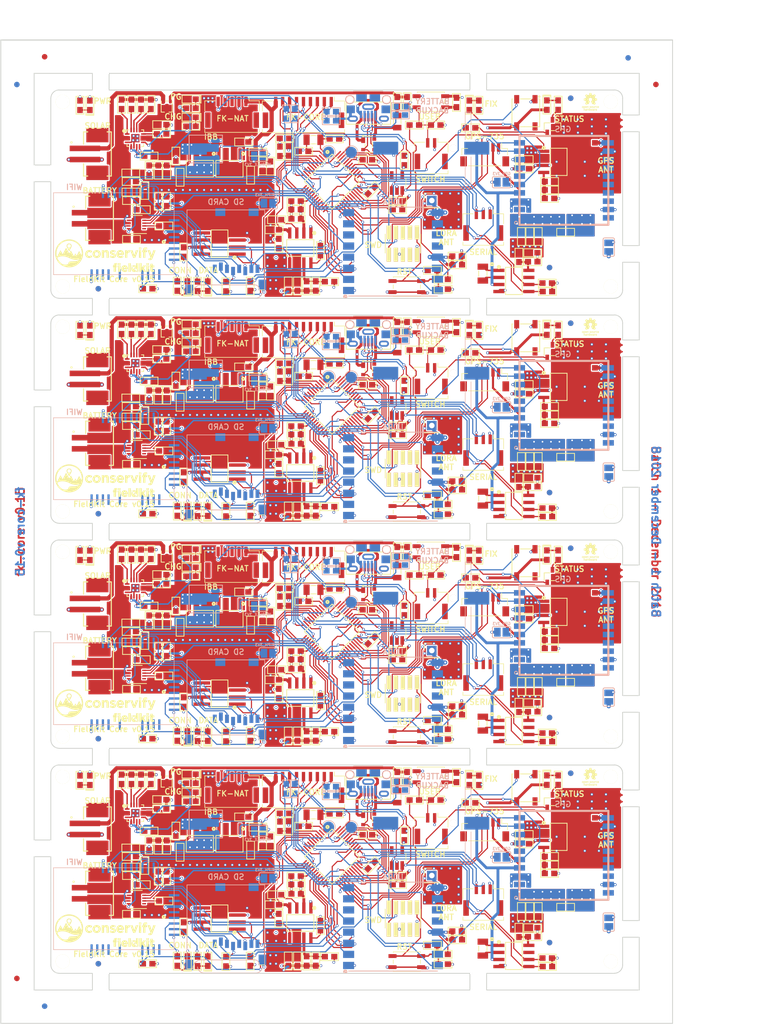
<source format=kicad_pcb>
(kicad_pcb (version 20171130) (host pcbnew "(5.0.0)")
  (title_block (title fk-core) (date 2017-03-05) (rev 0.1) (company Conservify))
  (layers (0 F.Cu signal) (1 GND signal) (2 PWR signal) (31 B.Cu signal) (34 B.Paste user) (35 F.Paste user) (36 B.SilkS user) (37 F.SilkS user) (38 B.Mask user) (39 F.Mask user) (44 Edge.Cuts user))
  (net 0 "")
  (net 1 GND)
  (net 2 /SWCLK)
  (net 3 /SWDIO)
  (net 4 "Net-(C22-Pad1)")
  (net 5 /MOSI)
  (net 6 /MISO)
  (net 7 /SCK)
  (net 8 3V3)
  (net 9 /RST)
  (net 10 /RESET)
  (net 11 /USB-)
  (net 12 /USB+)
  (net 13 /D30)
  (net 14 /D31)
  (net 15 /USB_ID)
  (net 16 "Net-(D1-Pad1)")
  (net 17 "Net-(D2-Pad1)")
  (net 18 "Net-(D3-Pad1)")
  (net 19 "Net-(Q1-Pad3)")
  (net 20 5V0)
  (net 21 VUSB)
  (net 22 "Net-(F1-Pad1)")
  (net 23 /SDA2)
  (net 24 /BAT_BACKUP)
  (net 25 "Net-(C3-Pad2)")
  (net 26 "Net-(C4-Pad2)")
  (net 27 "Net-(C7-Pad1)")
  (net 28 VEXT)
  (net 29 "Net-(C14-Pad1)")
  (net 30 VBAT)
  (net 31 VBUS)
  (net 32 VIN)
  (net 33 "Net-(D9-Pad1)")
  (net 34 "Net-(D10-Pad1)")
  (net 35 /GPS_FIX)
  (net 36 "Net-(D11-Pad1)")
  (net 37 "Net-(J7-Pad8)")
  (net 38 "Net-(J7-Pad7)")
  (net 39 "Net-(J7-Pad6)")
  (net 40 "Net-(J9-Pad8)")
  (net 41 "Net-(J9-Pad9)")
  (net 42 "Net-(J10-Pad3)")
  (net 43 "Net-(J10-Pad4)")
  (net 44 "Net-(J11-Pad1)")
  (net 45 "Net-(M7-Pad1)")
  (net 46 "Net-(M7-Pad8)")
  (net 47 "Net-(M7-PadCD1)")
  (net 48 "Net-(M7-PadCD2)")
  (net 49 "Net-(R4-Pad1)")
  (net 50 "Net-(R5-Pad1)")
  (net 51 "Net-(R21-Pad2)")
  (net 52 "Net-(R22-Pad2)")
  (net 53 "Net-(R24-Pad2)")
  (net 54 "Net-(R25-Pad2)")
  (net 55 /SCL2)
  (net 56 /PG)
  (net 57 /CHG)
  (net 58 "Net-(R34-Pad1)")
  (net 59 "Net-(U2-Pad3)")
  (net 60 "Net-(U4-Pad5)")
  (net 61 "Net-(U7-Pad7)")
  (net 62 "Net-(U7-Pad2)")
  (net 63 "Net-(U7-Pad1)")
  (net 64 "Net-(U10-Pad2)")
  (net 65 "Net-(U10-Pad6)")
  (net 66 "Net-(U10-Pad7)")
  (net 67 "Net-(U10-Pad13)")
  (net 68 "Net-(U10-Pad14)")
  (net 69 "Net-(U10-Pad15)")
  (net 70 "Net-(U10-Pad16)")
  (net 71 "Net-(U10-Pad17)")
  (net 72 "Net-(U10-Pad18)")
  (net 73 "Net-(U10-Pad20)")
  (net 74 /GPS_TX)
  (net 75 /GPS_RX)
  (net 76 "Net-(U3-Pad6)")
  (net 77 "Net-(U3-Pad7)")
  (net 78 "Net-(U3-Pad11)")
  (net 79 "Net-(U3-Pad12)")
  (net 80 "Net-(M2-Pad~)")
  (net 81 "Net-(M5-Pad~)")
  (net 82 "Net-(M8-Pad~)")
  (net 83 "Net-(M9-Pad~)")
  (net 84 "Net-(M10-Pad~)")
  (net 85 "Net-(M11-Pad~)")
  (net 86 "Net-(J3-Pad3)")
  (net 87 "Net-(J3-Pad4)")
  (net 88 /PERIPH_3V3)
  (net 89 "Net-(R6-Pad1)")
  (net 90 /GPS_3V3)
  (net 91 "Net-(R7-Pad1)")
  (net 92 "Net-(J13-Pad6)")
  (net 93 "Net-(C23-Pad1)")
  (net 94 "Net-(C29-Pad1)")
  (net 95 /MODULE_3V3)
  (net 96 "Net-(U13-Pad4)")
  (net 97 "Net-(C1-Pad1)")
  (net 98 /D12_SD_CS)
  (net 99 /A1_WIFI_RST)
  (net 100 /D2_WIFI_EN)
  (net 101 /D6_USER_SW)
  (net 102 /D7_WIFI_CS)
  (net 103 /A2_WIFI_IRQ)
  (net 104 /D8_WIFI_WAKE)
  (net 105 /A4_GPS_EN)
  (net 106 /D5_RADIO_CS)
  (net 107 /D26_FLASH_CS)
  (net 108 /D25_PERIPH_EN)
  (net 109 "Net-(U1-Pad21)")
  (net 110 "Net-(U1-Pad24)")
  (net 111 "Net-(U1-Pad3)")
  (net 112 "Net-(U1-Pad2)")
  (net 113 "Net-(U1-Pad1)")
  (net 114 "Net-(U1-Pad19)")
  (net 115 "Net-(U1-Pad14)")
  (net 116 /GPS_PWR_FILT)
  (net 117 "Net-(C36-Pad1)")
  (net 118 "Net-(J15-Pad1)")
  (net 119 /SDA1)
  (net 120 /SCL1)
  (net 121 "Net-(C37-Pad1)")
  (net 122 /VBATLO)
  (net 123 "Net-(C40-Pad1)")
  (net 124 "Net-(R43-Pad1)")
  (net 125 "Net-(U15-Pad1)")
  (net 126 "Net-(J16-Pad4)")
  (net 127 "Net-(J16-Pad6)")
  (net 128 "Net-(J16-Pad8)")
  (net 129 "Net-(J9-Pad7)")
  (net 130 /A3_STATUS)
  (net 131 /D9_I2S_DATA)
  (net 132 /D1_I2S_BCLK)
  (net 133 /D0_I2S_WS)
  (net 134 /LORA_D0)
  (net 135 /LORA_D2)
  (net 136 /LORA_D1)
  (net 137 /A5_BATT_V)
  (net 138 /A5_MODULE_EN)
  (net 139 "Net-(Q1-Pad1)")
  (net 140 "Net-(D4-Pad1)")
  (net 141 /UNUSED_3V3)
  (net 142 /UNUSED)
  (net 143 "Net-(J6-Pad3)")
  (module Utah-Blink-FP:MouseBite (layer F.Cu) (at 130.2114 157.5894 180)
    (fp_text reference REF** hide)
    (fp_text value MouseBite hide)
    (pad "" np_thru_hole circle (at -1.2 -1.5 180) (size 0.5 0.5) (drill 0.5) (layers *.Cu *.Mask))
    (pad "" np_thru_hole circle (at 0 -1.5 180) (size 0.5 0.5) (drill 0.5) (layers *.Cu *.Mask))
    (pad "" np_thru_hole circle (at 1.2 -1.5 180) (size 0.5 0.5) (drill 0.5) (layers *.Cu *.Mask))
    (pad "" np_thru_hole circle (at 1.2 1.5 180) (size 0.5 0.5) (drill 0.5) (layers *.Cu *.Mask))
    (pad "" np_thru_hole circle (at 0 1.5 180) (size 0.5 0.5) (drill 0.5) (layers *.Cu *.Mask))
    (pad "" np_thru_hole circle (at -1.2 1.5 180) (size 0.5 0.5) (drill 0.5) (layers *.Cu *.Mask))
  )
  (module Utah-Blink-FP:MouseBite (layer F.Cu) (at 62.2114 157.5894 180)
    (fp_text reference REF** hide)
    (fp_text value MouseBite hide)
    (pad "" np_thru_hole circle (at -1.2 1.5 180) (size 0.5 0.5) (drill 0.5) (layers *.Cu *.Mask))
    (pad "" np_thru_hole circle (at 0 1.5 180) (size 0.5 0.5) (drill 0.5) (layers *.Cu *.Mask))
    (pad "" np_thru_hole circle (at 1.2 1.5 180) (size 0.5 0.5) (drill 0.5) (layers *.Cu *.Mask))
    (pad "" np_thru_hole circle (at 1.2 -1.5 180) (size 0.5 0.5) (drill 0.5) (layers *.Cu *.Mask))
    (pad "" np_thru_hole circle (at 0 -1.5 180) (size 0.5 0.5) (drill 0.5) (layers *.Cu *.Mask))
    (pad "" np_thru_hole circle (at -1.2 -1.5 180) (size 0.5 0.5) (drill 0.5) (layers *.Cu *.Mask))
  )
  (module Utah-Blink-FP:MouseBite (layer F.Cu) (at 62.2114 117.0894 180)
    (fp_text reference REF** hide)
    (fp_text value MouseBite hide)
    (pad "" np_thru_hole circle (at -1.2 -1.5 180) (size 0.5 0.5) (drill 0.5) (layers *.Cu *.Mask))
    (pad "" np_thru_hole circle (at 0 -1.5 180) (size 0.5 0.5) (drill 0.5) (layers *.Cu *.Mask))
    (pad "" np_thru_hole circle (at 1.2 -1.5 180) (size 0.5 0.5) (drill 0.5) (layers *.Cu *.Mask))
    (pad "" np_thru_hole circle (at 1.2 1.5 180) (size 0.5 0.5) (drill 0.5) (layers *.Cu *.Mask))
    (pad "" np_thru_hole circle (at 0 1.5 180) (size 0.5 0.5) (drill 0.5) (layers *.Cu *.Mask))
    (pad "" np_thru_hole circle (at -1.2 1.5 180) (size 0.5 0.5) (drill 0.5) (layers *.Cu *.Mask))
  )
  (module Utah-Blink-FP:MouseBite (layer F.Cu) (at 130.2114 117.0894 180)
    (fp_text reference REF** hide)
    (fp_text value MouseBite hide)
    (pad "" np_thru_hole circle (at -1.2 1.5 180) (size 0.5 0.5) (drill 0.5) (layers *.Cu *.Mask))
    (pad "" np_thru_hole circle (at 0 1.5 180) (size 0.5 0.5) (drill 0.5) (layers *.Cu *.Mask))
    (pad "" np_thru_hole circle (at 1.2 1.5 180) (size 0.5 0.5) (drill 0.5) (layers *.Cu *.Mask))
    (pad "" np_thru_hole circle (at 1.2 -1.5 180) (size 0.5 0.5) (drill 0.5) (layers *.Cu *.Mask))
    (pad "" np_thru_hole circle (at 0 -1.5 180) (size 0.5 0.5) (drill 0.5) (layers *.Cu *.Mask))
    (pad "" np_thru_hole circle (at -1.2 -1.5 180) (size 0.5 0.5) (drill 0.5) (layers *.Cu *.Mask))
  )
  (module TestPoint:TestPoint_Pad_D2.0mm (layer B.Cu) (at 107.3404 170.3188)
    (fp_text reference J18 hide)
    (fp_text value Conn_01x01)
    (pad 1 smd circle (at 0 0) (size 2 2) (layers B.Cu B.Mask) (net 3 /SWDIO))
  )
  (module conservify:RES-0603 (layer F.Cu) (at 58.4708 161.8352 90)
    (fp_text reference R47 hide)
    (fp_text value 2K2)
    (pad 2 smd rect (at 0.85 0 90) (size 1.1 1) (layers F.Cu F.Paste F.Mask) (net 1 GND))
    (pad 1 smd rect (at -0.85 0 90) (size 1.1 1) (layers F.Cu F.Paste F.Mask) (net 140 "Net-(D4-Pad1)"))
  )
  (module TestPoint:TestPoint_Pad_D2.0mm (layer B.Cu) (at 103.251 170.268)
    (fp_text reference J19 hide)
    (fp_text value Conn_01x01)
    (pad 1 smd circle (at 0 0) (size 2 2) (layers B.Cu B.Mask) (net 2 /SWCLK))
  )
  (module conservify:Molex_CLIK-Mate_502382-0970_1x09_P1.25mm_Vertical (layer F.Cu) (at 98.7298 163.1306 180)
    (fp_text reference J17 hide)
    (fp_text value Conn_01x09)
    (pad "" smd rect (at 6.85 -1.4 180) (size 1 2.8) (layers F.Cu F.Paste F.Mask))
    (pad "" smd rect (at -6.85 -1.4 180) (size 1 2.8) (layers F.Cu F.Paste F.Mask))
    (pad 9 smd rect (at 5 1.95 180) (size 0.6 1.7) (layers F.Cu F.Paste F.Mask) (net 95 /MODULE_3V3))
    (pad 8 smd rect (at 3.75 1.95 180) (size 0.6 1.7) (layers F.Cu F.Paste F.Mask) (net 55 /SCL2))
    (pad 7 smd rect (at 2.5 1.95 180) (size 0.6 1.7) (layers F.Cu F.Paste F.Mask) (net 23 /SDA2))
    (pad 6 smd rect (at 1.25 1.95 180) (size 0.6 1.7) (layers F.Cu F.Paste F.Mask) (net 120 /SCL1))
    (pad 5 smd rect (at 0 1.95 180) (size 0.6 1.7) (layers F.Cu F.Paste F.Mask) (net 119 /SDA1))
    (pad 4 smd rect (at -1.25 1.95 180) (size 0.6 1.7) (layers F.Cu F.Paste F.Mask) (net 131 /D9_I2S_DATA))
    (pad 3 smd rect (at -2.5 1.95 180) (size 0.6 1.7) (layers F.Cu F.Paste F.Mask) (net 133 /D0_I2S_WS))
    (pad 2 smd rect (at -3.75 1.95 180) (size 0.6 1.7) (layers F.Cu F.Paste F.Mask) (net 132 /D1_I2S_BCLK))
    (pad 1 smd rect (at -5 1.95 180) (size 0.6 1.7) (layers F.Cu F.Paste F.Mask) (net 1 GND))
  )
  (module conservify:MICRO-SD (layer B.Cu) (at 91.7448 180.6312 180)
    (fp_text reference M7 hide)
    (fp_text value MICRO-SD hide)
    (pad MT2 smd rect (at 13.59916 -14.4399 180) (size 1.39954 1.89992) (layers B.Cu B.Paste B.Mask) (net 1 GND))
    (pad MT1 smd rect (at 0.39878 -13.5382 180) (size 1.39954 1.89992) (layers B.Cu B.Paste B.Mask) (net 1 GND))
    (pad CD2 smd rect (at 7.99846 -0.43942 90) (size 1.39954 1.79832) (layers B.Cu B.Paste B.Mask) (net 48 "Net-(M7-PadCD2)"))
    (pad CD1 smd rect (at 1.99898 -0.43942 90) (size 1.39954 1.79832) (layers B.Cu B.Paste B.Mask) (net 47 "Net-(M7-PadCD1)"))
    (pad 8 smd rect (at 1.29794 -10.63752 180) (size 0.6985 1.4986) (layers B.Cu B.Paste B.Mask) (net 46 "Net-(M7-Pad8)"))
    (pad 7 smd rect (at 2.39776 -10.63752 180) (size 0.6985 1.4986) (layers B.Cu B.Paste B.Mask) (net 6 /MISO))
    (pad 6 smd rect (at 3.49758 -11.03884 180) (size 0.6985 1.4986) (layers B.Cu B.Paste B.Mask) (net 1 GND))
    (pad 5 smd rect (at 4.59994 -10.63752 180) (size 0.6985 1.4986) (layers B.Cu B.Paste B.Mask) (net 7 /SCK))
    (pad 4 smd rect (at 5.69976 -11.03884 180) (size 0.6985 1.4986) (layers B.Cu B.Paste B.Mask) (net 88 /PERIPH_3V3))
    (pad 3 smd rect (at 6.79958 -10.63752 180) (size 0.6985 1.4986) (layers B.Cu B.Paste B.Mask) (net 5 /MOSI))
    (pad 2 smd rect (at 7.8994 -10.23874 180) (size 0.6985 1.4986) (layers B.Cu B.Paste B.Mask) (net 98 /D12_SD_CS))
    (pad 1 smd rect (at 8.99922 -10.63752 180) (size 0.6985 1.4986) (layers B.Cu B.Paste B.Mask) (net 45 "Net-(M7-Pad1)"))
  )
  (module conservify:B2B-PH-SM4-TB-LargePads (layer F.Cu) (at 59.7408 182.1712 270)
    (fp_text reference J10 hide)
    (fp_text value B2B-PH-SM4-TB hide)
    (pad 4 smd rect (at 3.4 -2.25 270) (size 2.6 4) (layers F.Cu F.Paste F.Mask) (net 43 "Net-(J10-Pad4)"))
    (pad 3 smd rect (at -3.4 -2.25 270) (size 2.6 4) (layers F.Cu F.Paste F.Mask) (net 42 "Net-(J10-Pad3)"))
    (pad 2 smd rect (at 1 0 270) (size 1 5.5) (layers F.Cu F.Paste F.Mask) (net 122 /VBATLO))
    (pad 1 smd rect (at -1 0 270) (size 1 5.5) (layers F.Cu F.Paste F.Mask) (net 30 VBAT))
  )
  (module conservify:SOIC-8-N (layer F.Cu) (at 80.0608 173.2652 270)
    (fp_text reference U8 hide)
    (fp_text value TL5209)
    (pad 1 smd rect (at -2.7 -1.905 270) (size 2 0.6) (layers F.Cu F.Paste F.Mask) (net 31 VBUS))
    (pad 2 smd rect (at -2.7 -0.635 270) (size 2 0.6) (layers F.Cu F.Paste F.Mask) (net 31 VBUS))
    (pad 3 smd rect (at -2.7 0.635 270) (size 2 0.6) (layers F.Cu F.Paste F.Mask) (net 8 3V3))
    (pad 4 smd rect (at -2.7 1.905 270) (size 2 0.6) (layers F.Cu F.Paste F.Mask) (net 93 "Net-(C23-Pad1)"))
    (pad 5 smd rect (at 2.7 1.905 270) (size 2 0.6) (layers F.Cu F.Paste F.Mask) (net 1 GND))
    (pad 6 smd rect (at 2.7 0.635 270) (size 2 0.6) (layers F.Cu F.Paste F.Mask) (net 1 GND))
    (pad 7 smd rect (at 2.7 -0.635 270) (size 2 0.6) (layers F.Cu F.Paste F.Mask) (net 1 GND))
    (pad 8 smd rect (at 2.7 -1.905 270) (size 2 0.6) (layers F.Cu F.Paste F.Mask) (net 1 GND))
  )
  (module conservify:RES-0603 (layer F.Cu) (at 69.467047 161.657259 270)
    (fp_text reference R24 hide)
    (fp_text value 2K94)
    (pad 2 smd rect (at 0.85 0 270) (size 1.1 1) (layers F.Cu F.Paste F.Mask) (net 53 "Net-(R24-Pad2)"))
    (pad 1 smd rect (at -0.85 0 270) (size 1.1 1) (layers F.Cu F.Paste F.Mask) (net 1 GND))
  )
  (module conservify:HDR_02x05_Pitch1.27mm_SMD_SWD (layer F.Cu) (at 116.6368 186.7272)
    (fp_text reference J7 hide)
    (fp_text value CONN_02x05_SWD hide)
    (pad 1 smd rect (at -2.54 2) (size 0.75 2.5) (layers F.Cu F.Paste F.SilkS F.Mask) (net 8 3V3))
    (pad 2 smd rect (at -2.54 -2) (size 0.75 2.5) (layers F.Cu F.Paste F.SilkS F.Mask) (net 3 /SWDIO))
    (pad 3 smd rect (at -1.27 2) (size 0.75 2.5) (layers F.Cu F.Paste F.SilkS F.Mask) (net 1 GND))
    (pad 4 smd rect (at -1.27 -2) (size 0.75 2.5) (layers F.Cu F.Paste F.SilkS F.Mask) (net 2 /SWCLK))
    (pad 5 smd rect (at 0 2) (size 0.75 2.5) (layers F.Cu F.Paste F.SilkS F.Mask) (net 1 GND))
    (pad 6 smd rect (at 0 -2) (size 0.75 2.5) (layers F.Cu F.Paste F.SilkS F.Mask) (net 39 "Net-(J7-Pad6)"))
    (pad 7 smd rect (at 1.27 2) (size 0.75 2.5) (layers F.Cu F.Paste F.SilkS F.Mask) (net 38 "Net-(J7-Pad7)"))
    (pad 8 smd rect (at 1.27 -2) (size 0.75 2.5) (layers F.Cu F.Paste F.SilkS F.Mask) (net 37 "Net-(J7-Pad8)"))
    (pad 9 smd rect (at 2.54 2) (size 0.75 2.5) (layers F.Cu F.Paste F.SilkS F.Mask) (net 1 GND))
    (pad 10 smd rect (at 2.54 -2) (size 0.75 2.5) (layers F.Cu F.Paste F.SilkS F.Mask) (net 9 /RST))
  )
  (module conservify:ABS07 (layer F.Cu) (at 100.5332 168.0328)
    (fp_text reference Y1 hide)
    (fp_text value FC-135)
    (pad 2 smd rect (at 1.249999 0) (size 1.1 1.9) (layers F.Cu F.Paste F.Mask) (net 26 "Net-(C4-Pad2)"))
    (pad 1 smd rect (at -1.249999 0) (size 1.1 1.9) (layers F.Cu F.Paste F.Mask) (net 25 "Net-(C3-Pad2)"))
  )
  (module conservify:QFN-16_3x3mm (layer F.Cu) (at 68.438717 167.755067)
    (fp_text reference U6 hide)
    (fp_text value BQ24074RGTT hide)
    (pad 16 smd rect (at -0.75 -1.475 90) (size 0.85 0.3) (layers F.Cu F.Paste F.Mask) (net 54 "Net-(R25-Pad2)"))
    (pad 15 smd rect (at -0.25 -1.475 90) (size 0.85 0.28) (layers F.Cu F.Paste F.Mask) (net 53 "Net-(R24-Pad2)"))
    (pad 14 smd rect (at 0.25 -1.475 90) (size 0.85 0.28) (layers F.Cu F.Paste F.Mask) (net 52 "Net-(R22-Pad2)"))
    (pad 13 smd rect (at 0.75 -1.475 90) (size 0.85 0.28) (layers F.Cu F.Paste F.Mask) (net 28 VEXT))
    (pad 12 smd rect (at 1.475 -0.75) (size 0.85 0.28) (layers F.Cu F.Paste F.Mask) (net 51 "Net-(R21-Pad2)"))
    (pad 11 smd rect (at 1.475 -0.25) (size 0.85 0.28) (layers F.Cu F.Paste F.Mask) (net 31 VBUS))
    (pad 10 smd rect (at 1.475 0.25) (size 0.85 0.28) (layers F.Cu F.Paste F.Mask) (net 31 VBUS))
    (pad 9 smd rect (at 1.475 0.75) (size 0.85 0.28) (layers F.Cu F.Paste F.Mask) (net 57 /CHG))
    (pad 8 smd rect (at 0.75 1.475 90) (size 0.85 0.28) (layers F.Cu F.Paste F.Mask) (net 1 GND))
    (pad 7 smd rect (at 0.25 1.475 90) (size 0.85 0.3) (layers F.Cu F.Paste F.Mask) (net 56 /PG))
    (pad 6 smd rect (at -0.25 1.475 90) (size 0.85 0.28) (layers F.Cu F.Paste F.Mask) (net 1 GND))
    (pad 5 smd rect (at -0.75 1.475 90) (size 0.85 0.28) (layers F.Cu F.Paste F.Mask) (net 31 VBUS))
    (pad 4 smd rect (at -1.475 0.75) (size 0.85 0.28) (layers F.Cu F.Paste F.Mask) (net 1 GND))
    (pad 3 smd rect (at -1.475 0.25) (size 0.85 0.28) (layers F.Cu F.Paste F.Mask) (net 30 VBAT))
    (pad 2 smd rect (at -1.475 -0.25) (size 0.85 0.28) (layers F.Cu F.Paste F.Mask) (net 30 VBAT))
    (pad 1 smd rect (at -1.475 -0.75) (size 0.85 0.28) (layers F.Cu F.Paste F.Mask) (net 58 "Net-(R34-Pad1)"))
    (pad 17 smd rect (at -0.375 0.375) (size 0.75 0.75) (layers F.Cu F.Paste F.Mask) (net 1 GND))
    (pad 17 smd rect (at -0.375 -0.375) (size 0.75 0.75) (layers F.Cu F.Paste F.Mask) (net 1 GND))
    (pad 17 smd rect (at 0.375 -0.375) (size 0.75 0.75) (layers F.Cu F.Paste F.Mask) (net 1 GND))
    (pad 17 smd rect (at 0.375 0.375) (size 0.75 0.75) (layers F.Cu F.Paste F.Mask) (net 1 GND))
  )
  (module conservify:RES-0603 (layer F.Cu) (at 74.0918 179.1072 270)
    (fp_text reference R45 hide)
    (fp_text value 4.7K)
    (pad 1 smd rect (at -0.85 0 270) (size 1.1 1) (layers F.Cu F.Paste F.Mask) (net 8 3V3))
    (pad 2 smd rect (at 0.85 0 270) (size 1.1 1) (layers F.Cu F.Paste F.Mask) (net 119 /SDA1))
  )
  (module conservify:CAP-0603 (layer F.Cu) (at 72.5678 173.5192 270)
    (fp_text reference C23 hide)
    (fp_text value 470pF)
    (pad 2 smd rect (at 0.85 0 270) (size 1.1 1) (layers F.Cu F.Paste F.Mask) (net 1 GND))
    (pad 1 smd rect (at -0.85 0 270) (size 1.1 1) (layers F.Cu F.Paste F.Mask) (net 93 "Net-(C23-Pad1)"))
  )
  (module conservify:CAP-0603 (layer F.Cu) (at 99.295998 194.365222 270)
    (fp_text reference C16 hide)
    (fp_text value 100nF)
    (pad 2 smd rect (at 0.85 0 270) (size 1.1 1) (layers F.Cu F.Paste F.Mask) (net 1 GND))
    (pad 1 smd rect (at -0.85 0 270) (size 1.1 1) (layers F.Cu F.Paste F.Mask) (net 141 /UNUSED_3V3))
  )
  (module conservify:SOIC-8-N (layer F.Cu) (at 144.7038 172.0206)
    (fp_text reference U11 hide)
    (fp_text value TL5209)
    (pad 1 smd rect (at -2.7 -1.905) (size 2 0.6) (layers F.Cu F.Paste F.Mask) (net 105 /A4_GPS_EN))
    (pad 2 smd rect (at -2.7 -0.635) (size 2 0.6) (layers F.Cu F.Paste F.Mask) (net 31 VBUS))
    (pad 3 smd rect (at -2.7 0.635) (size 2 0.6) (layers F.Cu F.Paste F.Mask) (net 90 /GPS_3V3))
    (pad 4 smd rect (at -2.7 1.905) (size 2 0.6) (layers F.Cu F.Paste F.Mask) (net 117 "Net-(C36-Pad1)"))
    (pad 5 smd rect (at 2.7 1.905) (size 2 0.6) (layers F.Cu F.Paste F.Mask) (net 1 GND))
    (pad 6 smd rect (at 2.7 0.635) (size 2 0.6) (layers F.Cu F.Paste F.Mask) (net 1 GND))
    (pad 7 smd rect (at 2.7 -0.635) (size 2 0.6) (layers F.Cu F.Paste F.Mask) (net 1 GND))
    (pad 8 smd rect (at 2.7 -1.905) (size 2 0.6) (layers F.Cu F.Paste F.Mask) (net 1 GND))
  )
  (module conservify:RES-0603 (layer F.Cu) (at 123.8758 193.1534 180)
    (fp_text reference R9 hide)
    (fp_text value 330R)
    (pad 2 smd rect (at 0.85 0 180) (size 1.1 1) (layers F.Cu F.Paste F.Mask) (net 9 /RST))
    (pad 1 smd rect (at -0.85 0 180) (size 1.1 1) (layers F.Cu F.Paste F.Mask) (net 10 /RESET))
  )
  (module conservify:CAP-0603 (layer F.Cu) (at 137.9728 185.4572 90)
    (fp_text reference C31 hide)
    (fp_text value 47uF)
    (pad 1 smd rect (at -0.85 0 90) (size 1.1 1) (layers F.Cu F.Paste F.Mask) (net 1 GND))
    (pad 2 smd rect (at 0.85 0 90) (size 1.1 1) (layers F.Cu F.Paste F.Mask) (net 116 /GPS_PWR_FILT))
  )
  (module conservify:RES-0603 (layer F.Cu) (at 142.6328 193.8392 180)
    (fp_text reference R41 hide)
    (fp_text value 4.7K)
    (pad 2 smd rect (at 0.85 0 180) (size 1.1 1) (layers F.Cu F.Paste F.Mask) (net 120 /SCL1))
    (pad 1 smd rect (at -0.85 0 180) (size 1.1 1) (layers F.Cu F.Paste F.Mask) (net 8 3V3))
  )
  (module conservify:RES-0603 (layer F.Cu) (at 84.7598 194.4742 270)
    (fp_text reference R19 hide)
    (fp_text value 100K)
    (pad 1 smd rect (at -0.85 0 270) (size 1.1 1) (layers F.Cu F.Paste F.Mask) (net 88 /PERIPH_3V3))
    (pad 2 smd rect (at 0.85 0 270) (size 1.1 1) (layers F.Cu F.Paste F.Mask) (net 1 GND))
  )
  (module conservify:SJ_OPEN (layer B.Cu) (at 90.6272 170.9284)
    (fp_text reference J14 hide)
    (fp_text value CONN_01x02 hide)
    (pad 2 smd rect (at 0.762 0) (size 1.1684 1.6002) (layers B.Cu B.Mask) (net 8 3V3))
    (pad 1 smd rect (at -0.762 0) (size 1.1684 1.6002) (layers B.Cu B.Mask) (net 95 /MODULE_3V3))
  )
  (module conservify:LOGO_FK_NEGATIVE_2500 (layer F.Cu) (at 68.1228 191.0452)
    (fp_text reference G*** hide)
    (fp_text value LOGO hide)
  )
  (module conservify:RES-0603 (layer F.Cu) (at 67.68447 175.5512)
    (fp_text reference R20 hide)
    (fp_text value 100K)
    (pad 2 smd rect (at 0.85 0) (size 1.1 1) (layers F.Cu F.Paste F.Mask) (net 137 /A5_BATT_V))
    (pad 1 smd rect (at -0.85 0) (size 1.1 1) (layers F.Cu F.Paste F.Mask) (net 30 VBAT))
  )
  (module conservify:RES-0603 (layer B.Cu) (at 116.1678 163.5878)
    (fp_text reference R30 hide)
    (fp_text value 330R)
    (pad 2 smd rect (at 0.85 0) (size 1.1 1) (layers B.Cu B.Paste B.Mask) (net 15 /USB_ID))
    (pad 1 smd rect (at -0.85 0) (size 1.1 1) (layers B.Cu B.Paste B.Mask) (net 126 "Net-(J16-Pad4)"))
  )
  (module conservify:CAP-0603 (layer F.Cu) (at 121.9708 191.5532 180)
    (fp_text reference C38 hide)
    (fp_text value 1uF)
    (pad 1 smd rect (at -0.85 0 180) (size 1.1 1) (layers F.Cu F.Paste F.Mask) (net 9 /RST))
    (pad 2 smd rect (at 0.85 0 180) (size 1.1 1) (layers F.Cu F.Paste F.Mask) (net 1 GND))
  )
  (module conservify:CAP-0603 (layer F.Cu) (at 91.3638 172.7572 270)
    (fp_text reference C29 hide)
    (fp_text value 470pF)
    (pad 1 smd rect (at -0.85 0 270) (size 1.1 1) (layers F.Cu F.Paste F.Mask) (net 94 "Net-(C29-Pad1)"))
    (pad 2 smd rect (at 0.85 0 270) (size 1.1 1) (layers F.Cu F.Paste F.Mask) (net 1 GND))
  )
  (module conservify:RES-0603 (layer F.Cu) (at 142.6718 195.3632 180)
    (fp_text reference R40 hide)
    (fp_text value 4.7K)
    (pad 1 smd rect (at -0.85 0 180) (size 1.1 1) (layers F.Cu F.Paste F.Mask) (net 8 3V3))
    (pad 2 smd rect (at 0.85 0 180) (size 1.1 1) (layers F.Cu F.Paste F.Mask) (net 119 /SDA1))
  )
  (module conservify:CAP-0603 (layer F.Cu) (at 97.644998 194.365222 270)
    (fp_text reference C34 hide)
    (fp_text value 10uF)
    (pad 2 smd rect (at 0.85 0 270) (size 1.1 1) (layers F.Cu F.Paste F.Mask) (net 1 GND))
    (pad 1 smd rect (at -0.85 0 270) (size 1.1 1) (layers F.Cu F.Paste F.Mask) (net 88 /PERIPH_3V3))
  )
  (module conservify:RES-0603 (layer F.Cu) (at 93.8648 182.4346)
    (fp_text reference R16 hide)
    (fp_text value 10K)
    (pad 2 smd rect (at 0.85 0) (size 1.1 1) (layers F.Cu F.Paste F.Mask) (net 142 /UNUSED))
    (pad 1 smd rect (at -0.85 0) (size 1.1 1) (layers F.Cu F.Paste F.Mask) (net 1 GND))
  )
  (module conservify:CAP-0603 (layer F.Cu) (at 110.236 171.6396)
    (fp_text reference C6 hide)
    (fp_text value 1uF)
    (pad 2 smd rect (at 0.85 0) (size 1.1 1) (layers F.Cu F.Paste F.Mask) (net 1 GND))
    (pad 1 smd rect (at -0.85 0) (size 1.1 1) (layers F.Cu F.Paste F.Mask) (net 8 3V3))
  )
  (module conservify:RES-0603 (layer F.Cu) (at 75.9968 194.3758 270)
    (fp_text reference R4 hide)
    (fp_text value 1K)
    (pad 2 smd rect (at 0.85 0 270) (size 1.1 1) (layers F.Cu F.Paste F.Mask) (net 17 "Net-(D2-Pad1)"))
    (pad 1 smd rect (at -0.85 0 270) (size 1.1 1) (layers F.Cu F.Paste F.Mask) (net 49 "Net-(R4-Pad1)"))
  )
  (module conservify:SOT-23 (layer F.Cu) (at 143.5862 165.5982)
    (fp_text reference Q1 hide)
    (fp_text value 2N7002LT1G)
    (pad 3 smd rect (at 0 -1.15) (size 0.65 1.05) (layers F.Cu F.Paste F.Mask) (net 19 "Net-(Q1-Pad3)"))
    (pad 2 smd rect (at 0.95 1.15) (size 0.65 1.05) (layers F.Cu F.Paste F.Mask) (net 1 GND))
    (pad 1 smd rect (at -0.95 1.15) (size 0.65 1.05) (layers F.Cu F.Paste F.Mask) (net 139 "Net-(Q1-Pad1)"))
  )
  (module conservify:RES-0603 (layer F.Cu) (at 103.4288 193.5852)
    (fp_text reference R18 hide)
    (fp_text value 100K)
    (pad 2 smd rect (at 0.85 0) (size 1.1 1) (layers F.Cu F.Paste F.Mask) (net 1 GND))
    (pad 1 smd rect (at -0.85 0) (size 1.1 1) (layers F.Cu F.Paste F.Mask) (net 141 /UNUSED_3V3))
  )
  (module conservify:CAP-0603 (layer F.Cu) (at 97.3836 180.5804 180)
    (fp_text reference C8 hide)
    (fp_text value 100nF)
    (pad 2 smd rect (at 0.85 0 180) (size 1.1 1) (layers F.Cu F.Paste F.Mask) (net 1 GND))
    (pad 1 smd rect (at -0.85 0 180) (size 1.1 1) (layers F.Cu F.Paste F.Mask) (net 8 3V3))
  )
  (module conservify:LED-0603 (layer F.Cu) (at 128.5956 161.8352 270)
    (fp_text reference D11 hide)
    (fp_text value Red)
    (pad 1 smd rect (at -0.85 0 90) (size 1.1 1) (layers F.Cu F.Paste F.Mask) (net 36 "Net-(D11-Pad1)"))
    (pad 2 smd rect (at 0.85 0 90) (size 1.1 1) (layers F.Cu F.Paste F.Mask) (net 35 /GPS_FIX))
  )
  (module conservify:CAP-0603 (layer F.Cu) (at 126.2888 161.3272 90)
    (fp_text reference C37 hide)
    (fp_text value 1uF)
    (pad 2 smd rect (at 0.85 0 90) (size 1.1 1) (layers F.Cu F.Paste F.Mask) (net 1 GND))
    (pad 1 smd rect (at -0.85 0 90) (size 1.1 1) (layers F.Cu F.Paste F.Mask) (net 121 "Net-(C37-Pad1)"))
  )
  (module conservify:FIDUCIAL-1MM (layer F.Cu) (at 61.7728 194.8552)
    (fp_text reference M8 hide)
    (fp_text value FIDUCIAL hide)
    (pad ~ smd circle (at 0 0) (size 1 1) (layers F.Cu F.Mask) (net 82 "Net-(M8-Pad~)") (clearance 0.5))
  )
  (module conservify:RES-0603 (layer F.Cu) (at 70.1548 177.1632 270)
    (fp_text reference R28 hide)
    (fp_text value 100K)
    (pad 1 smd rect (at -0.85 0 270) (size 1.1 1) (layers F.Cu F.Paste F.Mask) (net 137 /A5_BATT_V))
    (pad 2 smd rect (at 0.85 0 270) (size 1.1 1) (layers F.Cu F.Paste F.Mask) (net 1 GND))
  )
  (module conservify:LOGO_OSH_NEGATIVE_3000 (layer F.Cu) (at 150.4188 161.2002)
    (fp_text reference G*** hide)
    (fp_text value LOGO hide)
  )
  (module conservify:RES-0603 (layer F.Cu) (at 70.6628 194.8552)
    (fp_text reference R1 hide)
    (fp_text value 100K)
    (pad 2 smd rect (at 0.85 0) (size 1.1 1) (layers F.Cu F.Paste F.Mask) (net 1 GND))
    (pad 1 smd rect (at -0.85 0) (size 1.1 1) (layers F.Cu F.Paste F.Mask) (net 99 /A1_WIFI_RST))
  )
  (module conservify:CAP-0603 (layer F.Cu) (at 110.9472 177.1514 225)
    (fp_text reference C9 hide)
    (fp_text value 100nF)
    (pad 1 smd rect (at -0.85 0 225) (size 1.1 1) (layers F.Cu F.Paste F.Mask) (net 8 3V3))
    (pad 2 smd rect (at 0.85 0 225) (size 1.1 1) (layers F.Cu F.Paste F.Mask) (net 1 GND))
  )
  (module conservify:LED-0603 (layer F.Cu) (at 81.49127 194.39563 90)
    (fp_text reference D3 hide)
    (fp_text value Yellow)
    (pad 1 smd rect (at -0.85 0 270) (size 1.1 1) (layers F.Cu F.Paste F.Mask) (net 18 "Net-(D3-Pad1)"))
    (pad 2 smd rect (at 0.85 0 270) (size 1.1 1) (layers F.Cu F.Paste F.Mask) (net 88 /PERIPH_3V3))
  )
  (module conservify:CAP-0603 (layer F.Cu) (at 141.0208 185.4572 90)
    (fp_text reference C32 hide)
    (fp_text value 100nF)
    (pad 2 smd rect (at 0.85 0 90) (size 1.1 1) (layers F.Cu F.Paste F.Mask) (net 116 /GPS_PWR_FILT))
    (pad 1 smd rect (at -0.85 0 90) (size 1.1 1) (layers F.Cu F.Paste F.Mask) (net 1 GND))
  )
  (module conservify:CAP-0603 (layer F.Cu) (at 139.4968 185.4572 90)
    (fp_text reference C35 hide)
    (fp_text value 10uF)
    (pad 2 smd rect (at 0.85 0 90) (size 1.1 1) (layers F.Cu F.Paste F.Mask) (net 116 /GPS_PWR_FILT))
    (pad 1 smd rect (at -0.85 0 90) (size 1.1 1) (layers F.Cu F.Paste F.Mask) (net 1 GND))
  )
  (module conservify:LED-0603 (layer F.Cu) (at 142.5702 161.8066 270)
    (fp_text reference D1 hide)
    (fp_text value Orange)
    (pad 1 smd rect (at -0.85 0 90) (size 1.1 1) (layers F.Cu F.Paste F.Mask) (net 16 "Net-(D1-Pad1)"))
    (pad 2 smd rect (at 0.85 0 90) (size 1.1 1) (layers F.Cu F.Paste F.Mask) (net 8 3V3))
  )
  (module conservify:CAP-0603 (layer F.Cu) (at 140.0175 188.3655 180)
    (fp_text reference C24 hide)
    (fp_text value 10uF)
    (pad 2 smd rect (at 0.85 0 180) (size 1.1 1) (layers F.Cu F.Paste F.Mask) (net 1 GND))
    (pad 1 smd rect (at -0.85 0 180) (size 1.1 1) (layers F.Cu F.Paste F.Mask) (net 8 3V3))
  )
  (module conservify:LED-0603 (layer F.Cu) (at 78.4606 160.7398 180)
    (fp_text reference D9 hide)
    (fp_text value Green)
    (pad 1 smd rect (at -0.85 0) (size 1.1 1) (layers F.Cu F.Paste F.Mask) (net 33 "Net-(D9-Pad1)"))
    (pad 2 smd rect (at 0.85 0) (size 1.1 1) (layers F.Cu F.Paste F.Mask) (net 31 VBUS))
  )
  (module conservify:RES-0603 (layer F.Cu) (at 93.4348 184.238)
    (fp_text reference R15 hide)
    (fp_text value 10K)
    (pad 2 smd rect (at 0.85 0) (size 1.1 1) (layers F.Cu F.Paste F.Mask) (net 108 /D25_PERIPH_EN))
    (pad 1 smd rect (at -0.85 0) (size 1.1 1) (layers F.Cu F.Paste F.Mask) (net 1 GND))
  )
  (module conservify:IND-0603 (layer F.Cu) (at 115.6208 161.2002 270)
    (fp_text reference L2 hide)
    (fp_text value BLM18KG221SN1D)
    (pad 2 smd rect (at 0.85 0 270) (size 1.1 1) (layers F.Cu F.Paste F.Mask) (net 22 "Net-(F1-Pad1)"))
    (pad 1 smd rect (at -0.85 0 270) (size 1.1 1) (layers F.Cu F.Paste F.Mask) (net 20 5V0))
  )
  (module conservify:LED-0603 (layer F.Cu) (at 77.8256 194.3758 90)
    (fp_text reference D2 hide)
    (fp_text value Green)
    (pad 1 smd rect (at -0.85 0 270) (size 1.1 1) (layers F.Cu F.Paste F.Mask) (net 17 "Net-(D2-Pad1)"))
    (pad 2 smd rect (at 0.85 0 270) (size 1.1 1) (layers F.Cu F.Paste F.Mask) (net 88 /PERIPH_3V3))
  )
  (module conservify:FIDUCIAL-1MM (layer F.Cu) (at 146.8628 160.5652)
    (fp_text reference M5 hide)
    (fp_text value FIDUCIAL hide)
    (pad ~ smd circle (at 0 0) (size 1 1) (layers F.Cu F.Mask) (net 81 "Net-(M5-Pad~)") (clearance 0.5))
  )
  (module conservify:SOT-143B (layer F.Cu) (at 110.4828 168.8752 270)
    (fp_text reference D8 hide)
    (fp_text value PRTR5V0U2X)
    (pad 4 smd rect (at -0.95 -1 270) (size 0.6 0.7) (layers F.Cu F.Paste F.Mask) (net 21 VUSB))
    (pad 3 smd rect (at 0.95 -1 270) (size 0.6 0.7) (layers F.Cu F.Paste F.Mask) (net 11 /USB-))
    (pad 2 smd rect (at 0.95 1 270) (size 0.6 0.7) (layers F.Cu F.Paste F.Mask) (net 12 /USB+))
    (pad 1 smd rect (at -0.75 1 270) (size 1 0.7) (layers F.Cu F.Paste F.Mask) (net 1 GND))
  )
  (module conservify:FIDUCIAL-1MM (layer B.Cu) (at 143.0528 191.0452)
    (fp_text reference M11 hide)
    (fp_text value FIDUCIAL)
    (pad ~ smd circle (at 0 0) (size 1 1) (layers B.Cu B.Mask) (net 85 "Net-(M11-Pad~)") (clearance 0.5))
  )
  (module conservify:RES-0603 (layer F.Cu) (at 89.1286 194.3758 270)
    (fp_text reference R2 hide)
    (fp_text value 100K)
    (pad 2 smd rect (at 0.85 0 270) (size 1.1 1) (layers F.Cu F.Paste F.Mask) (net 1 GND))
    (pad 1 smd rect (at -0.85 0 270) (size 1.1 1) (layers F.Cu F.Paste F.Mask) (net 100 /D2_WIFI_EN))
  )
  (module conservify:RES-0603 (layer F.Cu) (at 140.0302 189.9911 180)
    (fp_text reference R37 hide)
    (fp_text value 1K)
    (pad 2 smd rect (at 0.85 0 180) (size 1.1 1) (layers F.Cu F.Paste F.Mask) (net 4 "Net-(C22-Pad1)"))
    (pad 1 smd rect (at -0.85 0 180) (size 1.1 1) (layers F.Cu F.Paste F.Mask) (net 8 3V3))
  )
  (module conservify:CAP-0603 (layer F.Cu) (at 76.5048 174.7892 270)
    (fp_text reference C25 hide)
    (fp_text value 2.2uF)
    (pad 1 smd rect (at -0.85 0 270) (size 1.1 1) (layers F.Cu F.Paste F.Mask) (net 8 3V3))
    (pad 2 smd rect (at 0.85 0 270) (size 1.1 1) (layers F.Cu F.Paste F.Mask) (net 1 GND))
  )
  (module conservify:RES-0603 (layer F.Cu) (at 123.8758 194.9314 180)
    (fp_text reference R8 hide)
    (fp_text value 10K)
    (pad 2 smd rect (at 0.85 0 180) (size 1.1 1) (layers F.Cu F.Paste F.Mask) (net 9 /RST))
    (pad 1 smd rect (at -0.85 0 180) (size 1.1 1) (layers F.Cu F.Paste F.Mask) (net 8 3V3))
  )
  (module conservify:SOT-1016 (layer F.Cu) (at 74.0918 162.0678 180)
    (fp_text reference D7 hide)
    (fp_text value PMEG3020CPA)
    (pad 3 smd rect (at 0 -0.925 180) (size 0.4 0.25) (layers F.Cu F.Paste F.Mask) (net 28 VEXT))
    (pad 3 smd rect (at 0 -0.25 180) (size 1.6 1.1) (layers F.Cu F.Paste F.Mask) (net 28 VEXT))
    (pad 2 smd rect (at 0.65 0.8 180) (size 0.4 0.5) (layers F.Cu F.Paste F.Mask) (net 32 VIN))
    (pad 1 smd rect (at -0.65 0.8 180) (size 0.4 0.5) (layers F.Cu F.Paste F.Mask) (net 20 5V0))
  )
  (module conservify:RES-0603 (layer F.Cu) (at 65.961847 161.657259 90)
    (fp_text reference R34 hide)
    (fp_text value 10K)
    (pad 2 smd rect (at 0.85 0 90) (size 1.1 1) (layers F.Cu F.Paste F.Mask) (net 1 GND))
    (pad 1 smd rect (at -0.85 0 90) (size 1.1 1) (layers F.Cu F.Paste F.Mask) (net 58 "Net-(R34-Pad1)"))
  )
  (module conservify:RES-0603 (layer F.Cu) (at 73.175447 166.991259 180)
    (fp_text reference R21 hide)
    (fp_text value 1K18)
    (pad 2 smd rect (at 0.85 0 180) (size 1.1 1) (layers F.Cu F.Paste F.Mask) (net 51 "Net-(R21-Pad2)"))
    (pad 1 smd rect (at -0.85 0 180) (size 1.1 1) (layers F.Cu F.Paste F.Mask) (net 1 GND))
  )
  (module conservify:RES-0603 (layer F.Cu) (at 118.6942 165.3912)
    (fp_text reference R10 hide)
    (fp_text value 330R)
    (pad 2 smd rect (at 0.85 0) (size 1.1 1) (layers F.Cu F.Paste F.Mask) (net 121 "Net-(C37-Pad1)"))
    (pad 1 smd rect (at -0.85 0) (size 1.1 1) (layers F.Cu F.Paste F.Mask) (net 101 /D6_USER_SW))
  )
  (module conservify:CAP-0603 (layer F.Cu) (at 89.2048 174.4082 270)
    (fp_text reference C30 hide)
    (fp_text value 2.2uF)
    (pad 2 smd rect (at 0.85 0 270) (size 1.1 1) (layers F.Cu F.Paste F.Mask) (net 1 GND))
    (pad 1 smd rect (at -0.85 0 270) (size 1.1 1) (layers F.Cu F.Paste F.Mask) (net 95 /MODULE_3V3))
  )
  (module conservify:RES-0603 (layer B.Cu) (at 116.1796 162.0638)
    (fp_text reference R23 hide)
    (fp_text value 100K)
    (pad 2 smd rect (at 0.85 0) (size 1.1 1) (layers B.Cu B.Paste B.Mask) (net 8 3V3))
    (pad 1 smd rect (at -0.85 0) (size 1.1 1) (layers B.Cu B.Paste B.Mask) (net 126 "Net-(J16-Pad4)"))
  )
  (module conservify:RES-0603 (layer F.Cu) (at 115.6716 180.6058 180)
    (fp_text reference R35 hide)
    (fp_text value 4.7K)
    (pad 2 smd rect (at 0.85 0 180) (size 1.1 1) (layers F.Cu F.Paste F.Mask) (net 119 /SDA1))
    (pad 1 smd rect (at -0.85 0 180) (size 1.1 1) (layers F.Cu F.Paste F.Mask) (net 8 3V3))
  )
  (module conservify:RES-0603 (layer F.Cu) (at 130.3228 161.8352 90)
    (fp_text reference R39 hide)
    (fp_text value 1K)
    (pad 2 smd rect (at 0.85 0 90) (size 1.1 1) (layers F.Cu F.Paste F.Mask) (net 36 "Net-(D11-Pad1)"))
    (pad 1 smd rect (at -0.85 0 90) (size 1.1 1) (layers F.Cu F.Paste F.Mask) (net 1 GND))
  )
  (module conservify:RES-0603 (layer F.Cu) (at 144.6022 161.8066 270)
    (fp_text reference R3 hide)
    (fp_text value 2K2)
    (pad 2 smd rect (at 0.85 0 270) (size 1.1 1) (layers F.Cu F.Paste F.Mask) (net 19 "Net-(Q1-Pad3)"))
    (pad 1 smd rect (at -0.85 0 270) (size 1.1 1) (layers F.Cu F.Paste F.Mask) (net 16 "Net-(D1-Pad1)"))
  )
  (module conservify:RES-0603 (layer F.Cu) (at 90.512 170.268)
    (fp_text reference R13 hide)
    (fp_text value 100K)
    (pad 1 smd rect (at -0.85 0) (size 1.1 1) (layers F.Cu F.Paste F.Mask) (net 95 /MODULE_3V3))
    (pad 2 smd rect (at 0.85 0) (size 1.1 1) (layers F.Cu F.Paste F.Mask) (net 94 "Net-(C29-Pad1)"))
  )
  (module conservify:FIDUCIAL-1MM (layer B.Cu) (at 146.8628 160.5652)
    (fp_text reference M9 hide)
    (fp_text value FIDUCIAL)
    (pad ~ smd circle (at 0 0) (size 1 1) (layers B.Cu B.Mask) (net 83 "Net-(M9-Pad~)") (clearance 0.5))
  )
  (module conservify:RES-0603 (layer F.Cu) (at 122.555 165.3912 180)
    (fp_text reference R17 hide)
    (fp_text value 10K)
    (pad 2 smd rect (at 0.85 0 180) (size 1.1 1) (layers F.Cu F.Paste F.Mask) (net 121 "Net-(C37-Pad1)"))
    (pad 1 smd rect (at -0.85 0 180) (size 1.1 1) (layers F.Cu F.Paste F.Mask) (net 8 3V3))
  )
  (module conservify:CAP-0603 (layer F.Cu) (at 75.7428 170.9792 270)
    (fp_text reference C26 hide)
    (fp_text value 1uF)
    (pad 2 smd rect (at 0.85 0 270) (size 1.1 1) (layers F.Cu F.Paste F.Mask) (net 1 GND))
    (pad 1 smd rect (at -0.85 0 270) (size 1.1 1) (layers F.Cu F.Paste F.Mask) (net 31 VBUS))
  )
  (module conservify:SOT-89 (layer B.Cu) (at 81.1276 169.7092 270)
    (fp_text reference U14 hide)
    (fp_text value MCP1700T-3302E/MB)
    (pad 2 smd rect (at 0 0 270) (size 2 2.5) (drill (offset 0 1.1)) (layers B.Cu B.Paste B.Mask) (net 31 VBUS))
    (pad 3 smd rect (at 1.5 -1.75 270) (size 0.8 1.2) (layers B.Cu B.Paste B.Mask) (net 8 3V3))
    (pad 2 smd rect (at 0 -1.1 270) (size 0.8 2.2) (drill (offset 0 -0.15)) (layers B.Cu B.Paste B.Mask) (net 31 VBUS))
    (pad 1 smd rect (at -1.5 -1.75 270) (size 0.8 1.2) (layers B.Cu B.Paste B.Mask) (net 1 GND))
  )
  (module conservify:RES-0603 (layer F.Cu) (at 92.7608 172.7962 270)
    (fp_text reference R14 hide)
    (fp_text value 165.7K)
    (pad 2 smd rect (at 0.85 0 270) (size 1.1 1) (layers F.Cu F.Paste F.Mask) (net 1 GND))
    (pad 1 smd rect (at -0.85 0 270) (size 1.1 1) (layers F.Cu F.Paste F.Mask) (net 94 "Net-(C29-Pad1)"))
  )
  (module conservify:JST_SH_BM06B-SRSS-TB_1x06-1MP_P1.00mm_Vertical (layer F.Cu) (at 131.3688 170.7252 180)
    (fp_text reference J13 hide)
    (fp_text value CONN_01x06 hide)
    (pad MP smd rect (at 3.8 -1.2 180) (size 1.2 1.8) (layers F.Cu F.Paste F.Mask))
    (pad MP smd rect (at -3.8 -1.2 180) (size 1.2 1.8) (layers F.Cu F.Paste F.Mask))
    (pad 6 smd rect (at 2.5 1.325 180) (size 0.6 1.55) (layers F.Cu F.Paste F.Mask) (net 92 "Net-(J13-Pad6)"))
    (pad 5 smd rect (at 1.5 1.325 180) (size 0.6 1.55) (layers F.Cu F.Paste F.Mask) (net 24 /BAT_BACKUP))
    (pad 4 smd rect (at 0.5 1.325 180) (size 0.6 1.55) (layers F.Cu F.Paste F.Mask) (net 75 /GPS_RX))
    (pad 3 smd rect (at -0.5 1.325 180) (size 0.6 1.55) (layers F.Cu F.Paste F.Mask) (net 74 /GPS_TX))
    (pad 2 smd rect (at -1.5 1.325 180) (size 0.6 1.55) (layers F.Cu F.Paste F.Mask) (net 116 /GPS_PWR_FILT))
    (pad 1 smd rect (at -2.5 1.325 180) (size 0.6 1.55) (layers F.Cu F.Paste F.Mask) (net 1 GND))
  )
  (module conservify:SJ_OPEN (layer B.Cu) (at 92.3798 179.4882 180)
    (fp_text reference J2 hide)
    (fp_text value CONN_01x02 hide)
    (pad 2 smd rect (at 0.762 0 180) (size 1.1684 1.6002) (layers B.Cu B.Mask) (net 88 /PERIPH_3V3))
    (pad 1 smd rect (at -0.762 0 180) (size 1.1684 1.6002) (layers B.Cu B.Mask) (net 8 3V3))
  )
  (module conservify:SOIC-8-N (layer F.Cu) (at 98.1583 187.5222 270)
    (fp_text reference U12 hide)
    (fp_text value TPS2052B)
    (pad 1 smd rect (at -2.7 -1.905 270) (size 2 0.6) (layers F.Cu F.Paste F.Mask) (net 1 GND))
    (pad 2 smd rect (at -2.7 -0.635 270) (size 2 0.6) (layers F.Cu F.Paste F.Mask) (net 8 3V3))
    (pad 3 smd rect (at -2.7 0.635 270) (size 2 0.6) (layers F.Cu F.Paste F.Mask) (net 142 /UNUSED))
    (pad 4 smd rect (at -2.7 1.905 270) (size 2 0.6) (layers F.Cu F.Paste F.Mask) (net 108 /D25_PERIPH_EN))
    (pad 5 smd rect (at 2.7 1.905 270) (size 2 0.6) (layers F.Cu F.Paste F.Mask) (net 91 "Net-(R7-Pad1)"))
    (pad 6 smd rect (at 2.7 0.635 270) (size 2 0.6) (layers F.Cu F.Paste F.Mask) (net 88 /PERIPH_3V3))
    (pad 7 smd rect (at 2.7 -0.635 270) (size 2 0.6) (layers F.Cu F.Paste F.Mask) (net 141 /UNUSED_3V3))
    (pad 8 smd rect (at 2.7 -1.905 270) (size 2 0.6) (layers F.Cu F.Paste F.Mask) (net 89 "Net-(R6-Pad1)"))
  )
  (module conservify:FIDUCIAL-1MM (layer B.Cu) (at 61.7728 194.8552)
    (fp_text reference M10 hide)
    (fp_text value FIDUCIAL)
    (pad ~ smd circle (at 0 0) (size 1 1) (layers B.Cu B.Mask) (net 84 "Net-(M10-Pad~)") (clearance 0.5))
  )
  (module conservify:RES-0603 (layer F.Cu) (at 115.697 179.0564 180)
    (fp_text reference R36 hide)
    (fp_text value 4.7K)
    (pad 2 smd rect (at 0.85 0 180) (size 1.1 1) (layers F.Cu F.Paste F.Mask) (net 120 /SCL1))
    (pad 1 smd rect (at -0.85 0 180) (size 1.1 1) (layers F.Cu F.Paste F.Mask) (net 8 3V3))
  )
  (module conservify:RES-0603 (layer F.Cu) (at 70.9168 173.5192 90)
    (fp_text reference R11 hide)
    (fp_text value 100K)
    (pad 1 smd rect (at -0.85 0 90) (size 1.1 1) (layers F.Cu F.Paste F.Mask) (net 8 3V3))
    (pad 2 smd rect (at 0.85 0 90) (size 1.1 1) (layers F.Cu F.Paste F.Mask) (net 93 "Net-(C23-Pad1)"))
  )
  (module conservify:ABS07 (layer F.Cu) (at 131.0386 192.1374 90)
    (fp_text reference Y2 hide)
    (fp_text value FC-135)
    (pad 2 smd rect (at 1.25 0 90) (size 1.1 1.9) (layers F.Cu F.Paste F.Mask) (net 63 "Net-(U7-Pad1)"))
    (pad 1 smd rect (at -1.25 0 90) (size 1.1 1.9) (layers F.Cu F.Paste F.Mask) (net 62 "Net-(U7-Pad2)"))
  )
  (module conservify:RES-0603 (layer F.Cu) (at 101.7778 187.9972 90)
    (fp_text reference R6 hide)
    (fp_text value 10K)
    (pad 2 smd rect (at 0.85 0 90) (size 1.1 1) (layers F.Cu F.Paste F.Mask) (net 8 3V3))
    (pad 1 smd rect (at -0.85 0 90) (size 1.1 1) (layers F.Cu F.Paste F.Mask) (net 89 "Net-(R6-Pad1)"))
  )
  (module conservify:CAP-0603 (layer F.Cu) (at 100.946998 194.365222 270)
    (fp_text reference C17 hide)
    (fp_text value 10uF)
    (pad 2 smd rect (at 0.85 0 270) (size 1.1 1) (layers F.Cu F.Paste F.Mask) (net 1 GND))
    (pad 1 smd rect (at -0.85 0 270) (size 1.1 1) (layers F.Cu F.Paste F.Mask) (net 141 /UNUSED_3V3))
  )
  (module conservify:LED-0603 (layer F.Cu) (at 78.4606 163.991 180)
    (fp_text reference D10 hide)
    (fp_text value Red)
    (pad 1 smd rect (at -0.85 0) (size 1.1 1) (layers F.Cu F.Paste F.Mask) (net 34 "Net-(D10-Pad1)"))
    (pad 2 smd rect (at 0.85 0) (size 1.1 1) (layers F.Cu F.Paste F.Mask) (net 31 VBUS))
  )
  (module conservify:IND-0603 (layer F.Cu) (at 96.0628 170.0648 90)
    (fp_text reference L1 hide)
    (fp_text value BLM18KG221SN1D)
    (pad 2 smd rect (at 0.85 0 90) (size 1.1 1) (layers F.Cu F.Paste F.Mask) (net 8 3V3))
    (pad 1 smd rect (at -0.85 0 90) (size 1.1 1) (layers F.Cu F.Paste F.Mask) (net 27 "Net-(C7-Pad1)"))
  )
  (module conservify:RES-0603 (layer F.Cu) (at 67.739847 161.657259 270)
    (fp_text reference R25 hide)
    (fp_text value 2K2)
    (pad 2 smd rect (at 0.85 0 270) (size 1.1 1) (layers F.Cu F.Paste F.Mask) (net 54 "Net-(R25-Pad2)"))
    (pad 1 smd rect (at -0.85 0 270) (size 1.1 1) (layers F.Cu F.Paste F.Mask) (net 1 GND))
  )
  (module conservify:SOIC-8-N (layer F.Cu) (at 136.6266 193.4582)
    (fp_text reference U7 hide)
    (fp_text value PCF8523)
    (pad 1 smd rect (at -2.7 -1.905) (size 2 0.6) (layers F.Cu F.Paste F.Mask) (net 63 "Net-(U7-Pad1)"))
    (pad 2 smd rect (at -2.7 -0.635) (size 2 0.6) (layers F.Cu F.Paste F.Mask) (net 62 "Net-(U7-Pad2)"))
    (pad 3 smd rect (at -2.7 0.635) (size 2 0.6) (layers F.Cu F.Paste F.Mask) (net 24 /BAT_BACKUP))
    (pad 4 smd rect (at -2.7 1.905) (size 2 0.6) (layers F.Cu F.Paste F.Mask) (net 1 GND))
    (pad 5 smd rect (at 2.7 1.905) (size 2 0.6) (layers F.Cu F.Paste F.Mask) (net 119 /SDA1))
    (pad 6 smd rect (at 2.7 0.635) (size 2 0.6) (layers F.Cu F.Paste F.Mask) (net 120 /SCL1))
    (pad 7 smd rect (at 2.7 -0.635) (size 2 0.6) (layers F.Cu F.Paste F.Mask) (net 61 "Net-(U7-Pad7)"))
    (pad 8 smd rect (at 2.7 -1.905) (size 2 0.6) (layers F.Cu F.Paste F.Mask) (net 4 "Net-(C22-Pad1)"))
  )
  (module conservify:RES-0603 (layer F.Cu) (at 78.4606 162.3654)
    (fp_text reference R32 hide)
    (fp_text value 10K)
    (pad 2 smd rect (at 0.85 0) (size 1.1 1) (layers F.Cu F.Paste F.Mask) (net 33 "Net-(D9-Pad1)"))
    (pad 1 smd rect (at -0.85 0) (size 1.1 1) (layers F.Cu F.Paste F.Mask) (net 56 /PG))
  )
  (module conservify:RES-0603 (layer F.Cu) (at 79.6544 194.4266 270)
    (fp_text reference R5 hide)
    (fp_text value 1K)
    (pad 2 smd rect (at 0.85 0 270) (size 1.1 1) (layers F.Cu F.Paste F.Mask) (net 18 "Net-(D3-Pad1)"))
    (pad 1 smd rect (at -0.85 0 270) (size 1.1 1) (layers F.Cu F.Paste F.Mask) (net 50 "Net-(R5-Pad1)"))
  )
  (module conservify:RFM9xW (layer B.Cu) (at 114.8588 188.1712)
    (fp_text reference U3 hide)
    (fp_text value RFM95W)
    (pad 16 smd rect (at 8 7) (size 2 1.3) (layers B.Cu B.Paste B.Mask) (net 135 /LORA_D2))
    (pad 15 smd rect (at 8 5) (size 2 1.3) (layers B.Cu B.Paste B.Mask) (net 136 /LORA_D1))
    (pad 14 smd rect (at 8 3) (size 2 1.3) (layers B.Cu B.Paste B.Mask) (net 134 /LORA_D0))
    (pad 13 smd rect (at 8 1) (size 2 1.3) (layers B.Cu B.Paste B.Mask) (net 88 /PERIPH_3V3))
    (pad 12 smd rect (at 8 -1) (size 2 1.3) (layers B.Cu B.Paste B.Mask) (net 79 "Net-(U3-Pad12)"))
    (pad 11 smd rect (at 8 -3) (size 2 1.3) (layers B.Cu B.Paste B.Mask) (net 78 "Net-(U3-Pad11)"))
    (pad 10 smd rect (at 8 -5) (size 2 1.3) (layers B.Cu B.Paste B.Mask) (net 1 GND))
    (pad 9 smd rect (at 8 -7) (size 2 1.3) (layers B.Cu B.Paste B.Mask) (net 118 "Net-(J15-Pad1)"))
    (pad 8 smd rect (at -8 -7) (size 2 1.3) (layers B.Cu B.Paste B.Mask) (net 1 GND))
    (pad 7 smd rect (at -8 -5) (size 2 1.3) (layers B.Cu B.Paste B.Mask) (net 77 "Net-(U3-Pad7)"))
    (pad 6 smd rect (at -8 -3) (size 2 1.3) (layers B.Cu B.Paste B.Mask) (net 76 "Net-(U3-Pad6)"))
    (pad 5 smd rect (at -8 -1) (size 2 1.3) (layers B.Cu B.Paste B.Mask) (net 106 /D5_RADIO_CS))
    (pad 4 smd rect (at -8 1) (size 2 1.3) (layers B.Cu B.Paste B.Mask) (net 7 /SCK))
    (pad 3 smd rect (at -8 3) (size 2 1.3) (layers B.Cu B.Paste B.Mask) (net 5 /MOSI))
    (pad 2 smd rect (at -8 5) (size 2 1.3) (layers B.Cu B.Paste B.Mask) (net 6 /MISO))
    (pad 1 smd rect (at -8 7) (size 2 1.3) (layers B.Cu B.Paste B.Mask) (net 1 GND))
  )
  (module conservify:FIDUCIAL-1MM (layer F.Cu) (at 143.0528 191.0452)
    (fp_text reference M2 hide)
    (fp_text value FIDUCIAL hide)
    (pad ~ smd circle (at 0 0) (size 1 1) (layers F.Cu F.Mask) (net 80 "Net-(M2-Pad~)") (clearance 0.5))
  )
  (module conservify:RES-0603 (layer F.Cu) (at 78.4606 165.6166)
    (fp_text reference R33 hide)
    (fp_text value 2K2)
    (pad 2 smd rect (at 0.85 0) (size 1.1 1) (layers F.Cu F.Paste F.Mask) (net 34 "Net-(D10-Pad1)"))
    (pad 1 smd rect (at -0.85 0) (size 1.1 1) (layers F.Cu F.Paste F.Mask) (net 57 /CHG))
  )
  (module conservify:RES-0603 (layer F.Cu) (at 71.245047 161.657259 270)
    (fp_text reference R22 hide)
    (fp_text value 46K4)
    (pad 2 smd rect (at 0.85 0 270) (size 1.1 1) (layers F.Cu F.Paste F.Mask) (net 52 "Net-(R22-Pad2)"))
    (pad 1 smd rect (at -0.85 0 270) (size 1.1 1) (layers F.Cu F.Paste F.Mask) (net 1 GND))
  )
  (module conservify:RES-0603 (layer F.Cu) (at 74.0918 173.5192 270)
    (fp_text reference R12 hide)
    (fp_text value 165.7K)
    (pad 2 smd rect (at 0.85 0 270) (size 1.1 1) (layers F.Cu F.Paste F.Mask) (net 1 GND))
    (pad 1 smd rect (at -0.85 0 270) (size 1.1 1) (layers F.Cu F.Paste F.Mask) (net 93 "Net-(C23-Pad1)"))
  )
  (module conservify:IND-0603 (layer F.Cu) (at 145.9484 184.6952 180)
    (fp_text reference L3 hide)
    (fp_text value BLM18KG221SN1D)
    (pad 2 smd rect (at 0.85 0 180) (size 1.1 1) (layers F.Cu F.Paste F.Mask) (net 116 /GPS_PWR_FILT))
    (pad 1 smd rect (at -0.85 0 180) (size 1.1 1) (layers F.Cu F.Paste F.Mask) (net 90 /GPS_3V3))
  )
  (module conservify:CAP-0603 (layer F.Cu) (at 69.5198 180.6312)
    (fp_text reference C40 hide)
    (fp_text value 220pF)
    (pad 2 smd rect (at 0.85 0) (size 1.1 1) (layers F.Cu F.Paste F.Mask) (net 1 GND))
    (pad 1 smd rect (at -0.85 0) (size 1.1 1) (layers F.Cu F.Paste F.Mask) (net 123 "Net-(C40-Pad1)"))
  )
  (module Package_DFN_QFN:DFN-8-1EP_3x3mm_P0.5mm_EP1.66x2.38mm (layer F.Cu) (at 68.6308 183.2982 180)
    (fp_text reference U15 hide)
    (fp_text value STC3100IQT)
    (pad 9 smd rect (at 0 0 180) (size 1.66 2.38) (layers F.Cu F.Mask) (net 1 GND))
    (pad 8 smd rect (at 1.4 -0.75 180) (size 0.7 0.25) (layers F.Cu F.Paste F.Mask) (net 123 "Net-(C40-Pad1)"))
    (pad 7 smd rect (at 1.4 -0.25 180) (size 0.7 0.25) (layers F.Cu F.Paste F.Mask) (net 30 VBAT))
    (pad 6 smd rect (at 1.4 0.25 180) (size 0.7 0.25) (layers F.Cu F.Paste F.Mask) (net 122 /VBATLO))
    (pad 5 smd rect (at 1.4 0.75 180) (size 0.7 0.25) (layers F.Cu F.Paste F.Mask) (net 1 GND))
    (pad 4 smd rect (at -1.4 0.75 180) (size 0.7 0.25) (layers F.Cu F.Paste F.Mask) (net 120 /SCL1))
    (pad 3 smd rect (at -1.4 0.25 180) (size 0.7 0.25) (layers F.Cu F.Paste F.Mask) (net 119 /SDA1))
    (pad 2 smd rect (at -1.4 -0.25 180) (size 0.7 0.25) (layers F.Cu F.Paste F.Mask) (net 124 "Net-(R43-Pad1)"))
    (pad 1 smd rect (at -1.4 -0.75 180) (size 0.7 0.25) (layers F.Cu F.Paste F.Mask) (net 125 "Net-(U15-Pad1)"))
  )
  (module conservify:LED-0603 (layer F.Cu) (at 60.2488 161.8352 90)
    (fp_text reference D4 hide)
    (fp_text value Green)
    (pad 1 smd rect (at -0.85 0 270) (size 1.1 1) (layers F.Cu F.Paste F.Mask) (net 140 "Net-(D4-Pad1)"))
    (pad 2 smd rect (at 0.85 0 270) (size 1.1 1) (layers F.Cu F.Paste F.Mask) (net 8 3V3))
  )
  (module conservify:RES-0603 (layer F.Cu) (at 128.8288 165.8992)
    (fp_text reference R48 hide)
    (fp_text value 0)
    (pad 1 smd rect (at -0.85 0) (size 1.1 1) (layers F.Cu F.Paste F.Mask) (net 130 /A3_STATUS))
    (pad 2 smd rect (at 0.85 0) (size 1.1 1) (layers F.Cu F.Paste F.Mask) (net 139 "Net-(Q1-Pad1)"))
  )
  (module conservify:CAP-0603 (layer F.Cu) (at 117.3988 161.2002 270)
    (fp_text reference C10 hide)
    (fp_text value 4.7uF)
    (pad 2 smd rect (at 0.85 0 270) (size 1.1 1) (layers F.Cu F.Paste F.Mask) (net 1 GND))
    (pad 1 smd rect (at -0.85 0 270) (size 1.1 1) (layers F.Cu F.Paste F.Mask) (net 20 5V0))
  )
  (module conservify:B2B-PH-SM4-TB-LargePads (layer F.Cu) (at 59.3598 170.5982 270)
    (fp_text reference J3 hide)
    (fp_text value B2B-PH-SM4-TB hide)
    (pad 4 smd rect (at 3.4 -2.25 270) (size 2.6 4) (layers F.Cu F.Paste F.Mask) (net 87 "Net-(J3-Pad4)"))
    (pad 3 smd rect (at -3.4 -2.25 270) (size 2.6 4) (layers F.Cu F.Paste F.Mask) (net 86 "Net-(J3-Pad3)"))
    (pad 2 smd rect (at 1 0 270) (size 1 5.5) (layers F.Cu F.Paste F.Mask) (net 1 GND))
    (pad 1 smd rect (at -1 0 270) (size 1 5.5) (layers F.Cu F.Paste F.Mask) (net 32 VIN))
  )
  (module conservify:TQFP-48_7x7mm_Pitch0.5mm (layer F.Cu) (at 103.8606 175.5766 315)
    (fp_text reference U2 hide)
    (fp_text value ATSAMD21G18A-AU hide)
    (pad 48 smd rect (at -2.75 -4.35 45) (size 1.3 0.25) (layers F.Cu F.Paste F.Mask) (net 108 /D25_PERIPH_EN))
    (pad 47 smd rect (at -2.25 -4.35 45) (size 1.3 0.25) (layers F.Cu F.Paste F.Mask) (net 138 /A5_MODULE_EN))
    (pad 46 smd rect (at -1.749999 -4.35 45) (size 1.3 0.25) (layers F.Cu F.Paste F.Mask) (net 3 /SWDIO))
    (pad 45 smd rect (at -1.25 -4.35 45) (size 1.3 0.25) (layers F.Cu F.Paste F.Mask) (net 2 /SWCLK))
    (pad 44 smd rect (at -0.750001 -4.35 45) (size 1.3 0.25) (layers F.Cu F.Paste F.Mask) (net 8 3V3))
    (pad 43 smd rect (at -0.25 -4.35 45) (size 1.3 0.25) (layers F.Cu F.Paste F.Mask) (net 8 3V3))
    (pad 42 smd rect (at 0.25 -4.35 45) (size 1.3 0.25) (layers F.Cu F.Paste F.Mask) (net 1 GND))
    (pad 41 smd rect (at 0.750001 -4.35 45) (size 1.3 0.25) (layers F.Cu F.Paste F.Mask) (net 136 /LORA_D1))
    (pad 40 smd rect (at 1.25 -4.35 45) (size 1.3 0.25) (layers F.Cu F.Paste F.Mask) (net 10 /RESET))
    (pad 39 smd rect (at 1.749999 -4.35 45) (size 1.3 0.25) (layers F.Cu F.Paste F.Mask) (net 107 /D26_FLASH_CS))
    (pad 38 smd rect (at 2.25 -4.35 45) (size 1.3 0.25) (layers F.Cu F.Paste F.Mask) (net 14 /D31))
    (pad 37 smd rect (at 2.75 -4.35 45) (size 1.3 0.25) (layers F.Cu F.Paste F.Mask) (net 13 /D30))
    (pad 36 smd rect (at 4.35 -2.75 315) (size 1.3 0.25) (layers F.Cu F.Paste F.Mask) (net 8 3V3))
    (pad 35 smd rect (at 4.35 -2.25 315) (size 1.3 0.25) (layers F.Cu F.Paste F.Mask) (net 1 GND))
    (pad 34 smd rect (at 4.35 -1.749999 315) (size 1.3 0.25) (layers F.Cu F.Paste F.Mask) (net 12 /USB+))
    (pad 33 smd rect (at 4.35 -1.25 315) (size 1.3 0.25) (layers F.Cu F.Paste F.Mask) (net 11 /USB-))
    (pad 32 smd rect (at 4.35 -0.750001 315) (size 1.3 0.25) (layers F.Cu F.Paste F.Mask) (net 120 /SCL1))
    (pad 31 smd rect (at 4.35 -0.25 315) (size 1.3 0.25) (layers F.Cu F.Paste F.Mask) (net 119 /SDA1))
    (pad 30 smd rect (at 4.35 0.25 315) (size 1.3 0.25) (layers F.Cu F.Paste F.Mask) (net 102 /D7_WIFI_CS))
    (pad 29 smd rect (at 4.35 0.750001 315) (size 1.3 0.25) (layers F.Cu F.Paste F.Mask) (net 101 /D6_USER_SW))
    (pad 28 smd rect (at 4.35 1.25 315) (size 1.3 0.25) (layers F.Cu F.Paste F.Mask) (net 98 /D12_SD_CS))
    (pad 27 smd rect (at 4.35 1.749999 315) (size 1.3 0.25) (layers F.Cu F.Paste F.Mask) (net 75 /GPS_RX))
    (pad 26 smd rect (at 4.35 2.25 315) (size 1.3 0.25) (layers F.Cu F.Paste F.Mask) (net 135 /LORA_D2))
    (pad 25 smd rect (at 4.35 2.75 315) (size 1.3 0.25) (layers F.Cu F.Paste F.Mask) (net 74 /GPS_TX))
    (pad 24 smd rect (at 2.75 4.35 45) (size 1.3 0.25) (layers F.Cu F.Paste F.Mask) (net 106 /D5_RADIO_CS))
    (pad 23 smd rect (at 2.25 4.35 45) (size 1.3 0.25) (layers F.Cu F.Paste F.Mask) (net 134 /LORA_D0))
    (pad 22 smd rect (at 1.749999 4.35 45) (size 1.3 0.25) (layers F.Cu F.Paste F.Mask) (net 100 /D2_WIFI_EN))
    (pad 21 smd rect (at 1.25 4.35 45) (size 1.3 0.25) (layers F.Cu F.Paste F.Mask) (net 6 /MISO))
    (pad 20 smd rect (at 0.750001 4.35 45) (size 1.3 0.25) (layers F.Cu F.Paste F.Mask) (net 7 /SCK))
    (pad 19 smd rect (at 0.25 4.35 45) (size 1.3 0.25) (layers F.Cu F.Paste F.Mask) (net 5 /MOSI))
    (pad 18 smd rect (at -0.25 4.35 45) (size 1.3 0.25) (layers F.Cu F.Paste F.Mask) (net 1 GND))
    (pad 17 smd rect (at -0.750001 4.35 45) (size 1.3 0.25) (layers F.Cu F.Paste F.Mask) (net 8 3V3))
    (pad 16 smd rect (at -1.25 4.35 45) (size 1.3 0.25) (layers F.Cu F.Paste F.Mask) (net 133 /D0_I2S_WS))
    (pad 15 smd rect (at -1.749999 4.35 45) (size 1.3 0.25) (layers F.Cu F.Paste F.Mask) (net 132 /D1_I2S_BCLK))
    (pad 14 smd rect (at -2.25 4.35 45) (size 1.3 0.25) (layers F.Cu F.Paste F.Mask) (net 55 /SCL2))
    (pad 13 smd rect (at -2.75 4.35 45) (size 1.3 0.25) (layers F.Cu F.Paste F.Mask) (net 23 /SDA2))
    (pad 12 smd rect (at -4.35 2.75 315) (size 1.3 0.25) (layers F.Cu F.Paste F.Mask) (net 131 /D9_I2S_DATA))
    (pad 11 smd rect (at -4.35 2.25 315) (size 1.3 0.25) (layers F.Cu F.Paste F.Mask) (net 104 /D8_WIFI_WAKE))
    (pad 10 smd rect (at -4.35 1.749999 315) (size 1.3 0.25) (layers F.Cu F.Paste F.Mask) (net 105 /A4_GPS_EN))
    (pad 9 smd rect (at -4.35 1.25 315) (size 1.3 0.25) (layers F.Cu F.Paste F.Mask) (net 130 /A3_STATUS))
    (pad 8 smd rect (at -4.35 0.750001 315) (size 1.3 0.25) (layers F.Cu F.Paste F.Mask) (net 103 /A2_WIFI_IRQ))
    (pad 7 smd rect (at -4.35 0.25 315) (size 1.3 0.25) (layers F.Cu F.Paste F.Mask) (net 99 /A1_WIFI_RST))
    (pad 6 smd rect (at -4.35 -0.25 315) (size 1.3 0.25) (layers F.Cu F.Paste F.Mask) (net 27 "Net-(C7-Pad1)"))
    (pad 5 smd rect (at -4.35 -0.750001 315) (size 1.3 0.25) (layers F.Cu F.Paste F.Mask) (net 1 GND))
    (pad 4 smd rect (at -4.35 -1.25 315) (size 1.3 0.25) (layers F.Cu F.Paste F.Mask) (net 97 "Net-(C1-Pad1)"))
    (pad 3 smd rect (at -4.35 -1.749999 315) (size 1.3 0.25) (layers F.Cu F.Paste F.Mask) (net 59 "Net-(U2-Pad3)"))
    (pad 2 smd rect (at -4.35 -2.25 315) (size 1.3 0.25) (layers F.Cu F.Paste F.Mask) (net 25 "Net-(C3-Pad2)"))
    (pad 1 smd rect (at -4.35 -2.75 315) (size 1.3 0.25) (layers F.Cu F.Paste F.Mask) (net 26 "Net-(C4-Pad2)"))
  )
  (module conservify:USB_10118193-0001LF-core-mod (layer B.Cu) (at 110.3838 159.3662)
    (fp_text reference J9 hide)
    (fp_text value MICRO-USB hide)
    (pad 6 smd rect (at -3.2 3.2) (size 1.6 1.4) (layers B.Cu B.Paste B.Mask) (net 29 "Net-(C14-Pad1)"))
    (pad 5 smd rect (at 1.3 4.12) (size 0.4 1.35) (layers B.Cu B.Paste B.Mask) (net 1 GND))
    (pad 4 smd rect (at 0.65 4.12) (size 0.4 1.35) (layers B.Cu B.Paste B.Mask) (net 126 "Net-(J16-Pad4)"))
    (pad 1 smd rect (at -1.3 4.12) (size 0.4 1.35) (layers B.Cu B.Paste B.Mask) (net 21 VUSB))
    (pad 2 smd rect (at -0.65 4.12) (size 0.4 1.35) (layers B.Cu B.Paste B.Mask) (net 11 /USB-))
    (pad "" thru_hole oval (at 3.3 1.45) (size 1.651 1.6) (drill oval 1.27 1.2) (layers *.Cu *.Mask B.SilkS))
    (pad 8 smd rect (at -1.2 1.2) (size 1.9 1.4) (layers B.Cu B.Paste B.Mask) (net 40 "Net-(J9-Pad8)"))
    (pad "" thru_hole oval (at -3.3 1.45) (size 1.651 1.6) (drill oval 1.27 1.2) (layers *.Cu *.Mask B.SilkS))
    (pad 9 smd rect (at 1.2 1.2) (size 1.9 1.4) (layers B.Cu B.Paste B.Mask) (net 41 "Net-(J9-Pad9)"))
    (pad 3 smd rect (at 0 4.12) (size 0.4 1.35) (layers B.Cu B.Paste B.Mask) (net 12 /USB+))
    (pad 7 smd rect (at 3.2 3.2) (size 1.6 1.4) (layers B.Cu B.Paste B.Mask) (net 129 "Net-(J9-Pad7)"))
  )
  (module conservify:ATMEL_ATWINC1500-MR210PA (layer B.Cu) (at 64.5668 184.9492 180)
    (fp_text reference U1 hide)
    (fp_text value ATWINC1500-MR210PA hide)
    (pad 10 smd rect (at 1.96233 7.36214 90) (size 1.9 0.4) (layers B.Cu B.Paste B.Mask) (net 88 /PERIPH_3V3))
    (pad 11 smd rect (at 0.946334 7.36214 90) (size 1.9 0.4) (layers B.Cu B.Paste B.Mask) (net 104 /D8_WIFI_WAKE))
    (pad 12 smd rect (at -0.069666 7.36214 90) (size 1.9 0.4) (layers B.Cu B.Paste B.Mask) (net 1 GND))
    (pad 13 smd rect (at -1.08567 7.36214 90) (size 1.9 0.4) (layers B.Cu B.Paste B.Mask) (net 103 /A2_WIFI_IRQ))
    (pad 14 smd rect (at -2.10167 7.36214 90) (size 1.9 0.4) (layers B.Cu B.Paste B.Mask) (net 115 "Net-(U1-Pad14)"))
    (pad 15 smd rect (at -3.11767 7.36214 90) (size 1.9 0.4) (layers B.Cu B.Paste B.Mask) (net 5 /MOSI))
    (pad 16 smd rect (at -4.13367 7.36214 90) (size 1.9 0.4) (layers B.Cu B.Paste B.Mask) (net 102 /D7_WIFI_CS))
    (pad 17 smd rect (at -5.14967 7.36214 90) (size 1.9 0.4) (layers B.Cu B.Paste B.Mask) (net 6 /MISO))
    (pad 18 smd rect (at -6.16567 7.36214 90) (size 1.9 0.4) (layers B.Cu B.Paste B.Mask) (net 7 /SCK))
    (pad 19 smd rect (at -7.18167 7.36214 90) (size 1.9 0.4) (layers B.Cu B.Paste B.Mask) (net 114 "Net-(U1-Pad19)"))
    (pad 9 smd rect (at 4.00255 -7.36813 90) (size 1.9 0.4) (layers B.Cu B.Paste B.Mask) (net 1 GND))
    (pad 8 smd rect (at 2.98655 -7.36813 90) (size 1.9 0.4) (layers B.Cu B.Paste B.Mask))
    (pad 7 smd rect (at 1.97055 -7.36813 90) (size 1.9 0.4) (layers B.Cu B.Paste B.Mask))
    (pad 6 smd rect (at 0.954553 -7.36813 90) (size 1.9 0.4) (layers B.Cu B.Paste B.Mask))
    (pad 5 smd rect (at -1.07745 -7.36813 90) (size 1.9 0.4) (layers B.Cu B.Paste B.Mask))
    (pad 1 smd rect (at -8.18945 -7.36813 90) (size 1.9 0.4) (layers B.Cu B.Paste B.Mask) (net 113 "Net-(U1-Pad1)"))
    (pad 2 smd rect (at -7.17345 -7.36813 90) (size 1.9 0.4) (layers B.Cu B.Paste B.Mask) (net 112 "Net-(U1-Pad2)"))
    (pad 3 smd rect (at -6.15745 -7.36813 90) (size 1.9 0.4) (layers B.Cu B.Paste B.Mask) (net 111 "Net-(U1-Pad3)"))
    (pad 4 smd rect (at -5.14145 -7.36813 90) (size 1.9 0.4) (layers B.Cu B.Paste B.Mask) (net 99 /A1_WIFI_RST))
    (pad 20 smd rect (at -10.8609 5.46227 180) (size 1.9 0.4) (layers B.Cu B.Paste B.Mask) (net 88 /PERIPH_3V3))
    (pad 28 smd rect (at -10.8609 -4.69773 180) (size 1.9 0.4) (layers B.Cu B.Paste B.Mask) (net 1 GND))
    (pad 27 smd rect (at -10.8609 -3.68173 180) (size 1.9 0.4) (layers B.Cu B.Paste B.Mask) (net 50 "Net-(R5-Pad1)"))
    (pad 26 smd rect (at -10.8609 -2.66573 180) (size 1.9 0.4) (layers B.Cu B.Paste B.Mask) (net 49 "Net-(R4-Pad1)"))
    (pad 25 smd rect (at -10.8609 -1.64973 180) (size 1.9 0.4) (layers B.Cu B.Paste B.Mask))
    (pad 24 smd rect (at -10.8609 -0.633731 180) (size 1.9 0.4) (layers B.Cu B.Paste B.Mask) (net 110 "Net-(U1-Pad24)"))
    (pad 23 smd rect (at -10.8609 0.382269 180) (size 1.9 0.4) (layers B.Cu B.Paste B.Mask) (net 88 /PERIPH_3V3))
    (pad 22 smd rect (at -10.8609 1.39827 180) (size 1.9 0.4) (layers B.Cu B.Paste B.Mask) (net 100 /D2_WIFI_EN))
    (pad 21 smd rect (at -10.8609 2.41427 180) (size 1.9 0.4) (layers B.Cu B.Paste B.Mask) (net 109 "Net-(U1-Pad21)"))
  )
  (module conservify:RES-0603 (layer F.Cu) (at 72.5678 179.1072 270)
    (fp_text reference R46 hide)
    (fp_text value 4.7K)
    (pad 2 smd rect (at 0.85 0 270) (size 1.1 1) (layers F.Cu F.Paste F.Mask) (net 120 /SCL1))
    (pad 1 smd rect (at -0.85 0 270) (size 1.1 1) (layers F.Cu F.Paste F.Mask) (net 8 3V3))
  )
  (module conservify:RES-0603 (layer F.Cu) (at 67.7418 185.9652)
    (fp_text reference R44 hide)
    (fp_text value 0.025R)
    (pad 2 smd rect (at 0.85 0) (size 1.1 1) (layers F.Cu F.Paste F.Mask) (net 1 GND))
    (pad 1 smd rect (at -0.85 0) (size 1.1 1) (layers F.Cu F.Paste F.Mask) (net 122 /VBATLO))
  )
  (module conservify:SW_SPST_WURTH_1 (layer F.Cu) (at 117.348 194.4742 180)
    (fp_text reference SW1 hide)
    (fp_text value SPNO hide)
    (pad 2 smd rect (at 2.58 1 180) (size 1.45 0.7) (layers F.Cu F.Paste F.Mask) (net 9 /RST))
    (pad 2 smd rect (at -2.58 1 180) (size 1.45 0.7) (layers F.Cu F.Paste F.Mask) (net 9 /RST))
    (pad 1 smd rect (at -2.58 -1 180) (size 1.45 0.7) (layers F.Cu F.Paste F.Mask) (net 1 GND))
    (pad 1 smd rect (at 2.58 -1 180) (size 1.45 0.7) (layers F.Cu F.Paste F.Mask) (net 1 GND))
  )
  (module conservify:RES-0603 (layer F.Cu) (at 73.5838 183.5522)
    (fp_text reference R43 hide)
    (fp_text value 200K)
    (pad 1 smd rect (at -0.85 0) (size 1.1 1) (layers F.Cu F.Paste F.Mask) (net 124 "Net-(R43-Pad1)"))
    (pad 2 smd rect (at 0.85 0) (size 1.1 1) (layers F.Cu F.Paste F.Mask) (net 1 GND))
  )
  (module conservify:SOT-23-5_HandSoldering (layer F.Cu) (at 115.57 175.8306 90)
    (fp_text reference U4 hide)
    (fp_text value 24AA02E64)
    (pad 5 smd rect (at 1.35 -0.95 90) (size 1.56 0.65) (layers F.Cu F.Paste F.Mask) (net 60 "Net-(U4-Pad5)"))
    (pad 4 smd rect (at 1.35 0.95 90) (size 1.56 0.65) (layers F.Cu F.Paste F.Mask) (net 8 3V3))
    (pad 3 smd rect (at -1.35 0.95 90) (size 1.56 0.65) (layers F.Cu F.Paste F.Mask) (net 119 /SDA1))
    (pad 2 smd rect (at -1.35 0 90) (size 1.56 0.65) (layers F.Cu F.Paste F.Mask) (net 1 GND))
    (pad 1 smd rect (at -1.35 -0.95 90) (size 1.56 0.65) (layers F.Cu F.Paste F.Mask) (net 120 /SCL1))
  )
  (module conservify:BAT_CR1210 (layer B.Cu) (at 121.7464 169.5568 270)
    (fp_text reference BT1 hide)
    (fp_text value BATTERY_CELL)
    (pad "" np_thru_hole circle (at 0 -3.95 270) (size 1.3 1.3) (drill 1.3) (layers *.Cu *.Mask B.SilkS))
    (pad "" np_thru_hole circle (at 0 3.5 270) (size 1.05 1.05) (drill 1.05) (layers *.Cu *.Mask B.SilkS))
    (pad 2 smd rect (at 0 8.2 270) (size 2.3 4.5) (layers B.Cu B.Paste B.Mask) (net 1 GND))
    (pad 1 smd rect (at 0 -8.2 270) (size 2.3 4.5) (layers B.Cu B.Paste B.Mask) (net 24 /BAT_BACKUP))
  )
  (module conservify:SJ_OPEN (layer B.Cu) (at 153.7208 187.3622 90)
    (fp_text reference J12 hide)
    (fp_text value CONN_01x02 hide)
    (pad 2 smd rect (at 0.762 0 90) (size 1.1684 1.6002) (layers B.Cu B.Mask) (net 90 /GPS_3V3))
    (pad 1 smd rect (at -0.762 0 90) (size 1.1684 1.6002) (layers B.Cu B.Mask) (net 8 3V3))
  )
  (module conservify:MF-PSMF020X (layer F.Cu) (at 115.6208 164.7562 270)
    (fp_text reference F1 hide)
    (fp_text value MF-PSMF050X-2)
    (pad 2 smd rect (at 1.1 0 270) (size 1 1.5) (layers F.Cu F.Paste F.Mask) (net 21 VUSB))
    (pad 1 smd rect (at -1.1 0 270) (size 1 1.5) (layers F.Cu F.Paste F.Mask) (net 22 "Net-(F1-Pad1)"))
  )
  (module conservify:RES-0603 (layer F.Cu) (at 94.2848 186.7272 90)
    (fp_text reference R7 hide)
    (fp_text value 10K)
    (pad 2 smd rect (at 0.85 0 90) (size 1.1 1) (layers F.Cu F.Paste F.Mask) (net 8 3V3))
    (pad 1 smd rect (at -0.85 0 90) (size 1.1 1) (layers F.Cu F.Paste F.Mask) (net 91 "Net-(R7-Pad1)"))
  )
  (module conservify:CAP-0603 (layer F.Cu) (at 126.4412 190.5372)
    (fp_text reference C2 hide)
    (fp_text value 47uF)
    (pad 2 smd rect (at 0.85 0) (size 1.1 1) (layers F.Cu F.Paste F.Mask) (net 1 GND))
    (pad 1 smd rect (at -0.85 0) (size 1.1 1) (layers F.Cu F.Paste F.Mask) (net 88 /PERIPH_3V3))
  )
  (module conservify:SOIC-8-N (layer F.Cu) (at 85.3948 173.2652 270)
    (fp_text reference U9 hide)
    (fp_text value TL5209)
    (pad 1 smd rect (at -2.7 -1.905 270) (size 2 0.6) (layers F.Cu F.Paste F.Mask) (net 138 /A5_MODULE_EN))
    (pad 2 smd rect (at -2.7 -0.635 270) (size 2 0.6) (layers F.Cu F.Paste F.Mask) (net 31 VBUS))
    (pad 3 smd rect (at -2.7 0.635 270) (size 2 0.6) (layers F.Cu F.Paste F.Mask) (net 95 /MODULE_3V3))
    (pad 4 smd rect (at -2.7 1.905 270) (size 2 0.6) (layers F.Cu F.Paste F.Mask) (net 94 "Net-(C29-Pad1)"))
    (pad 5 smd rect (at 2.7 1.905 270) (size 2 0.6) (layers F.Cu F.Paste F.Mask) (net 1 GND))
    (pad 6 smd rect (at 2.7 0.635 270) (size 2 0.6) (layers F.Cu F.Paste F.Mask) (net 1 GND))
    (pad 7 smd rect (at 2.7 -0.635 270) (size 2 0.6) (layers F.Cu F.Paste F.Mask) (net 1 GND))
    (pad 8 smd rect (at 2.7 -1.905 270) (size 2 0.6) (layers F.Cu F.Paste F.Mask) (net 1 GND))
  )
  (module conservify:CAP-0603 (layer F.Cu) (at 95.993998 194.365222 270)
    (fp_text reference C33 hide)
    (fp_text value 100nF)
    (pad 2 smd rect (at 0.85 0 270) (size 1.1 1) (layers F.Cu F.Paste F.Mask) (net 1 GND))
    (pad 1 smd rect (at -0.85 0 270) (size 1.1 1) (layers F.Cu F.Paste F.Mask) (net 88 /PERIPH_3V3))
  )
  (module conservify:CAP-0603 (layer F.Cu) (at 87.9348 168.4392)
    (fp_text reference C21 hide)
    (fp_text value 1uF)
    (pad 2 smd rect (at 0.85 0) (size 1.1 1) (layers F.Cu F.Paste F.Mask) (net 1 GND))
    (pad 1 smd rect (at -0.85 0) (size 1.1 1) (layers F.Cu F.Paste F.Mask) (net 31 VBUS))
  )
  (module conservify:FGPMMOPA6H (layer B.Cu) (at 145.6436 175.348)
    (fp_text reference U10)
    (fp_text value FGPMMOPA6H)
    (pad 20 smd rect (at 8.001 6.74878) (size 1.99898 1.00076) (layers B.Cu B.Paste B.Mask) (net 73 "Net-(U10-Pad20)"))
    (pad 19 smd rect (at 8.001 5.25018) (size 1.99898 1.00076) (layers B.Cu B.Paste B.Mask) (net 1 GND))
    (pad 18 smd rect (at 8.001 3.74904) (size 1.99898 1.00076) (layers B.Cu B.Paste B.Mask) (net 72 "Net-(U10-Pad18)"))
    (pad 17 smd rect (at 8.001 2.25044) (size 1.99898 1.00076) (layers B.Cu B.Paste B.Mask) (net 71 "Net-(U10-Pad17)"))
    (pad 16 smd rect (at 8.001 0.7493) (size 1.99898 1.00076) (layers B.Cu B.Paste B.Mask) (net 70 "Net-(U10-Pad16)"))
    (pad 15 smd rect (at 8.001 -0.7493) (size 1.99898 1.00076) (layers B.Cu B.Paste B.Mask) (net 69 "Net-(U10-Pad15)"))
    (pad 14 smd rect (at 8.001 -2.25044) (size 1.99898 1.00076) (layers B.Cu B.Paste B.Mask) (net 68 "Net-(U10-Pad14)"))
    (pad 13 smd rect (at 8.001 -3.74904) (size 1.99898 1.00076) (layers B.Cu B.Paste B.Mask) (net 67 "Net-(U10-Pad13)"))
    (pad 12 smd rect (at 8.001 -5.25018) (size 1.99898 1.00076) (layers B.Cu B.Paste B.Mask) (net 1 GND))
    (pad 11 smd rect (at 8.001 -6.74878) (size 1.99898 1.00076) (layers B.Cu B.Paste B.Mask) (net 44 "Net-(J11-Pad1)"))
    (pad 10 smd rect (at -8.001 -6.74878) (size 1.99898 1.00076) (layers B.Cu B.Paste B.Mask) (net 75 /GPS_RX))
    (pad 9 smd rect (at -8.001 -5.25018) (size 1.99898 1.00076) (layers B.Cu B.Paste B.Mask) (net 74 /GPS_TX))
    (pad 8 smd rect (at -8.001 -3.74904) (size 1.99898 1.00076) (layers B.Cu B.Paste B.Mask) (net 1 GND))
    (pad 7 smd rect (at -8.001 -2.25044) (size 1.99898 1.00076) (layers B.Cu B.Paste B.Mask) (net 66 "Net-(U10-Pad7)"))
    (pad 6 smd rect (at -8.001 -0.7493) (size 1.99898 1.00076) (layers B.Cu B.Paste B.Mask) (net 65 "Net-(U10-Pad6)"))
    (pad 5 smd rect (at -8.001 0.7493) (size 1.99898 1.00076) (layers B.Cu B.Paste B.Mask) (net 35 /GPS_FIX))
    (pad 4 smd rect (at -8.001 2.25044) (size 1.99898 1.00076) (layers B.Cu B.Paste B.Mask) (net 24 /BAT_BACKUP))
    (pad 3 smd rect (at -8.001 3.74904) (size 1.99898 1.00076) (layers B.Cu B.Paste B.Mask) (net 1 GND))
    (pad 2 smd rect (at -8.001 5.25018) (size 1.99898 1.00076) (layers B.Cu B.Paste B.Mask) (net 64 "Net-(U10-Pad2)"))
    (pad 1 smd rect (at -8.001 6.74878) (size 1.99898 1.00076) (layers B.Cu B.Paste B.Mask) (net 116 /GPS_PWR_FILT))
  )
  (module conservify:A-1JB (layer F.Cu) (at 152.7546 168.5916 180)
    (fp_text reference J11 hide)
    (fp_text value RF_UFL_SMD-conservify)
    (pad 1 smd rect (at 1.525 0 180) (size 1.05 1) (layers F.Cu F.Paste F.Mask) (net 44 "Net-(J11-Pad1)"))
    (pad 2 smd rect (at 0 -1.475 180) (size 2.2 1.05) (layers F.Cu F.Paste F.Mask) (net 1 GND))
    (pad 3 smd rect (at -1.525 0 180) (size 1.05 1) (layers F.Cu F.Paste F.Mask) (net 1 GND))
    (pad 4 smd rect (at 0 1.475 180) (size 2.2 1.05) (layers F.Cu F.Paste F.Mask) (net 1 GND))
  )
  (module conservify:SOIC-8-N-WIDE (layer F.Cu) (at 83.6168 186.7272 180)
    (fp_text reference U5 hide)
    (fp_text value S25FL116K0XMFI041)
    (pad 1 smd rect (at -3.2 -1.905 180) (size 3 0.6) (layers F.Cu F.Paste F.Mask) (net 107 /D26_FLASH_CS))
    (pad 2 smd rect (at -3.2 -0.635 180) (size 3 0.6) (layers F.Cu F.Paste F.Mask) (net 6 /MISO))
    (pad 3 smd rect (at -3.2 0.635 180) (size 3 0.6) (layers F.Cu F.Paste F.Mask) (net 88 /PERIPH_3V3))
    (pad 4 smd rect (at -3.2 1.905 180) (size 3 0.6) (layers F.Cu F.Paste F.Mask) (net 1 GND))
    (pad 5 smd rect (at 3.2 1.905 180) (size 3 0.6) (layers F.Cu F.Paste F.Mask) (net 5 /MOSI))
    (pad 6 smd rect (at 3.2 0.635 180) (size 3 0.6) (layers F.Cu F.Paste F.Mask) (net 7 /SCK))
    (pad 7 smd rect (at 3.2 -0.635 180) (size 3 0.6) (layers F.Cu F.Paste F.Mask) (net 88 /PERIPH_3V3))
    (pad 8 smd rect (at 3.2 -1.905 180) (size 3 0.6) (layers F.Cu F.Paste F.Mask) (net 88 /PERIPH_3V3))
  )
  (module conservify:SW_SPST_WURTH_1 (layer F.Cu) (at 121.6787 161.2002)
    (fp_text reference SW2 hide)
    (fp_text value SPNO hide)
    (pad 2 smd rect (at 2.58 1) (size 1.45 0.7) (layers F.Cu F.Paste F.Mask) (net 121 "Net-(C37-Pad1)"))
    (pad 2 smd rect (at -2.58 1) (size 1.45 0.7) (layers F.Cu F.Paste F.Mask) (net 121 "Net-(C37-Pad1)"))
    (pad 1 smd rect (at -2.58 -1) (size 1.45 0.7) (layers F.Cu F.Paste F.Mask) (net 1 GND))
    (pad 1 smd rect (at 2.58 -1) (size 1.45 0.7) (layers F.Cu F.Paste F.Mask) (net 1 GND))
  )
  (module conservify:CAP-0603 (layer F.Cu) (at 67.6148 174.0272)
    (fp_text reference C19 hide)
    (fp_text value 4.7uF)
    (pad 2 smd rect (at 0.85 0) (size 1.1 1) (layers F.Cu F.Paste F.Mask) (net 1 GND))
    (pad 1 smd rect (at -0.85 0) (size 1.1 1) (layers F.Cu F.Paste F.Mask) (net 30 VBAT))
  )
  (module conservify:LOGO_CONSERVIFY_TEXT_NEGATIVE_4000 (layer F.Cu) (at 63.0428 188.5052)
    (fp_text reference G*** hide)
    (fp_text value LOGO hide)
  )
  (module conservify:RES-0603 (layer B.Cu) (at 103.733524 162.971505 180)
    (fp_text reference R31 hide)
    (fp_text value 1M)
    (pad 2 smd rect (at 0.85 0 180) (size 1.1 1) (layers B.Cu B.Paste B.Mask) (net 1 GND))
    (pad 1 smd rect (at -0.85 0 180) (size 1.1 1) (layers B.Cu B.Paste B.Mask) (net 29 "Net-(C14-Pad1)"))
  )
  (module conservify:RES-0603 (layer B.Cu) (at 95.631 163.3846 90)
    (fp_text reference R26 hide)
    (fp_text value 0)
    (pad 1 smd rect (at -0.85 0 90) (size 1.1 1) (layers B.Cu B.Paste B.Mask) (net 23 /SDA2))
    (pad 2 smd rect (at 0.85 0 90) (size 1.1 1) (layers B.Cu B.Paste B.Mask) (net 119 /SDA1))
  )
  (module conservify:CAP-0603 (layer F.Cu) (at 67.6538 177.4562 180)
    (fp_text reference C39 hide)
    (fp_text value 1uF)
    (pad 1 smd rect (at -0.85 0 180) (size 1.1 1) (layers F.Cu F.Paste F.Mask) (net 1 GND))
    (pad 2 smd rect (at 0.85 0 180) (size 1.1 1) (layers F.Cu F.Paste F.Mask) (net 30 VBAT))
  )
  (module conservify:CAP-0603 (layer F.Cu) (at 97.3836 179.0818 180)
    (fp_text reference C5 hide)
    (fp_text value 100nF)
    (pad 2 smd rect (at 0.85 0 180) (size 1.1 1) (layers F.Cu F.Paste F.Mask) (net 1 GND))
    (pad 1 smd rect (at -0.85 0 180) (size 1.1 1) (layers F.Cu F.Paste F.Mask) (net 8 3V3))
  )
  (module conservify:Molex_CLIK-Mate_502382-0370_1x03_P1.25mm_Vertical (layer F.Cu) (at 131.1148 183.4252 180)
    (fp_text reference J5 hide)
    (fp_text value CONN_01x03_SERIAL hide)
    (pad "" smd rect (at 3.1 -1.4 180) (size 1 2.8) (layers F.Cu F.Paste F.Mask))
    (pad "" smd rect (at -3.1 -1.4 180) (size 1 2.8) (layers F.Cu F.Paste F.Mask))
    (pad 3 smd rect (at 1.25 1.95 180) (size 0.6 1.7) (layers F.Cu F.Paste F.Mask) (net 13 /D30))
    (pad 2 smd rect (at 0 1.95 180) (size 0.6 1.7) (layers F.Cu F.Paste F.Mask) (net 14 /D31))
    (pad 1 smd rect (at -1.25 1.95 180) (size 0.6 1.7) (layers F.Cu F.Paste F.Mask) (net 1 GND))
  )
  (module conservify:CAP-0603 (layer F.Cu) (at 94.488 170.1156 90)
    (fp_text reference C7 hide)
    (fp_text value 100nF)
    (pad 2 smd rect (at 0.85 0 90) (size 1.1 1) (layers F.Cu F.Paste F.Mask) (net 1 GND))
    (pad 1 smd rect (at -0.85 0 90) (size 1.1 1) (layers F.Cu F.Paste F.Mask) (net 27 "Net-(C7-Pad1)"))
  )
  (module conservify:HOLE_NPTH_2.54MM (layer F.Cu) (at 181.3312 188.6196)
    (fp_text reference M3 hide)
    (fp_text value MOUNT_HOLE)
    (pad "" np_thru_hole circle (at -125.9734 5.8206) (size 2.54 2.54) (drill 2.54) (layers *.Cu *.Mask F.SilkS))
  )
  (module conservify:RES-0603 (layer F.Cu) (at 143.0528 178.5992 180)
    (fp_text reference R29 hide)
    (fp_text value 100K)
    (pad 1 smd rect (at -0.85 0 180) (size 1.1 1) (layers F.Cu F.Paste F.Mask) (net 90 /GPS_3V3))
    (pad 2 smd rect (at 0.85 0 180) (size 1.1 1) (layers F.Cu F.Paste F.Mask) (net 117 "Net-(C36-Pad1)"))
  )
  (module conservify:CAP-0603 (layer F.Cu) (at 143.0528 175.5512)
    (fp_text reference C36 hide)
    (fp_text value 470pF)
    (pad 1 smd rect (at -0.85 0) (size 1.1 1) (layers F.Cu F.Paste F.Mask) (net 117 "Net-(C36-Pad1)"))
    (pad 2 smd rect (at 0.85 0) (size 1.1 1) (layers F.Cu F.Paste F.Mask) (net 1 GND))
  )
  (module conservify:CAP-0603 (layer F.Cu) (at 98.7552 170.1156)
    (fp_text reference C3 hide)
    (fp_text value 18pF)
    (pad 2 smd rect (at 0.85 0) (size 1.1 1) (layers F.Cu F.Paste F.Mask) (net 25 "Net-(C3-Pad2)"))
    (pad 1 smd rect (at -0.85 0) (size 1.1 1) (layers F.Cu F.Paste F.Mask) (net 1 GND))
  )
  (module conservify:RES-0603 (layer F.Cu) (at 143.0528 177.0752)
    (fp_text reference R38 hide)
    (fp_text value 165.7K)
    (pad 2 smd rect (at 0.85 0) (size 1.1 1) (layers F.Cu F.Paste F.Mask) (net 1 GND))
    (pad 1 smd rect (at -0.85 0) (size 1.1 1) (layers F.Cu F.Paste F.Mask) (net 117 "Net-(C36-Pad1)"))
  )
  (module conservify:CAP-0603 (layer F.Cu) (at 138.4926 171.59896 180)
    (fp_text reference C28 hide)
    (fp_text value 1uF)
    (pad 2 smd rect (at 0.85 0 180) (size 1.1 1) (layers F.Cu F.Paste F.Mask) (net 1 GND))
    (pad 1 smd rect (at -0.85 0 180) (size 1.1 1) (layers F.Cu F.Paste F.Mask) (net 31 VBUS))
  )
  (module conservify:HOLE_NPTH_2.54MM (layer F.Cu) (at 180.5212 191.1596)
    (fp_text reference M1 hide)
    (fp_text value MOUNT_HOLE)
    (pad "" np_thru_hole circle (at -26.4334 3.2806) (size 2.54 2.54) (drill 2.54) (layers *.Cu *.Mask F.SilkS))
  )
  (module conservify:CAP-0603 (layer F.Cu) (at 138.4808 173.2652 180)
    (fp_text reference C27 hide)
    (fp_text value 2.2uF)
    (pad 2 smd rect (at 0.85 0 180) (size 1.1 1) (layers F.Cu F.Paste F.Mask) (net 1 GND))
    (pad 1 smd rect (at -0.85 0 180) (size 1.1 1) (layers F.Cu F.Paste F.Mask) (net 90 /GPS_3V3))
  )
  (module conservify:CAP-0603 (layer F.Cu) (at 95.3008 167.7788 180)
    (fp_text reference C1 hide)
    (fp_text value 1uF)
    (pad 2 smd rect (at 0.85 0 180) (size 1.1 1) (layers F.Cu F.Paste F.Mask) (net 1 GND))
    (pad 1 smd rect (at -0.85 0 180) (size 1.1 1) (layers F.Cu F.Paste F.Mask) (net 97 "Net-(C1-Pad1)"))
  )
  (module conservify:SJ_OPEN (layer B.Cu) (at 134.4168 175.6782 180)
    (fp_text reference J1 hide)
    (fp_text value CONN_01x02 hide)
    (pad 2 smd rect (at 0.762 0 180) (size 1.1684 1.6002) (layers B.Cu B.Mask) (net 8 3V3))
    (pad 1 smd rect (at -0.762 0 180) (size 1.1684 1.6002) (layers B.Cu B.Mask) (net 90 /GPS_3V3))
  )
  (module conservify:RES-0603 (layer B.Cu) (at 97.155 163.3592 90)
    (fp_text reference R27 hide)
    (fp_text value 0)
    (pad 1 smd rect (at -0.85 0 90) (size 1.1 1) (layers B.Cu B.Paste B.Mask) (net 55 /SCL2))
    (pad 2 smd rect (at 0.85 0 90) (size 1.1 1) (layers B.Cu B.Paste B.Mask) (net 120 /SCL1))
  )
  (module conservify:Socket_Strip_Straight_1x01_Pitch2.54mm (layer F.Cu) (at 121.8438 178.9802)
    (fp_text reference J4 hide)
    (fp_text value Conn_01x01 hide)
    (pad 1 thru_hole rect (at 0 0) (size 1.7 1.7) (drill 1) (layers *.Cu *.Mask) (net 118 "Net-(J15-Pad1)"))
  )
  (module conservify:CAP-0603 (layer F.Cu) (at 73.175447 165.314859 180)
    (fp_text reference C12 hide)
    (fp_text value 1uF)
    (pad 2 smd rect (at 0.85 0 180) (size 1.1 1) (layers F.Cu F.Paste F.Mask) (net 28 VEXT))
    (pad 1 smd rect (at -0.85 0 180) (size 1.1 1) (layers F.Cu F.Paste F.Mask) (net 1 GND))
  )
  (module conservify:A-1JB (layer F.Cu) (at 124.5108 181.1392 180)
    (fp_text reference J15 hide)
    (fp_text value RF_UFL_SMD-conservify)
    (pad 4 smd rect (at 0 1.475 180) (size 2.2 1.05) (layers F.Cu F.Paste F.Mask) (net 1 GND))
    (pad 3 smd rect (at -1.525 0 180) (size 1.05 1) (layers F.Cu F.Paste F.Mask) (net 1 GND))
    (pad 2 smd rect (at 0 -1.475 180) (size 2.2 1.05) (layers F.Cu F.Paste F.Mask) (net 1 GND))
    (pad 1 smd rect (at 1.525 0 180) (size 1.05 1) (layers F.Cu F.Paste F.Mask) (net 118 "Net-(J15-Pad1)"))
  )
  (module conservify:CAP-0603 (layer F.Cu) (at 126.3904 188.9878)
    (fp_text reference C13 hide)
    (fp_text value 100nF)
    (pad 2 smd rect (at 0.85 0) (size 1.1 1) (layers F.Cu F.Paste F.Mask) (net 1 GND))
    (pad 1 smd rect (at -0.85 0) (size 1.1 1) (layers F.Cu F.Paste F.Mask) (net 88 /PERIPH_3V3))
  )
  (module conservify:RES-0603 (layer F.Cu) (at 67.7418 178.9802)
    (fp_text reference R42 hide)
    (fp_text value 1K)
    (pad 2 smd rect (at 0.85 0) (size 1.1 1) (layers F.Cu F.Paste F.Mask) (net 123 "Net-(C40-Pad1)"))
    (pad 1 smd rect (at -0.85 0) (size 1.1 1) (layers F.Cu F.Paste F.Mask) (net 30 VBAT))
  )
  (module conservify:CAP-0603 (layer F.Cu) (at 77.1398 188.2512 270)
    (fp_text reference C18 hide)
    (fp_text value 100nF)
    (pad 2 smd rect (at 0.85 0 270) (size 1.1 1) (layers F.Cu F.Paste F.Mask) (net 1 GND))
    (pad 1 smd rect (at -0.85 0 270) (size 1.1 1) (layers F.Cu F.Paste F.Mask) (net 88 /PERIPH_3V3))
  )
  (module conservify:HOLE_NPTH_2.54MM (layer F.Cu) (at 177.9812 190.1696)
    (fp_text reference M6 hide)
    (fp_text value MOUNT_HOLE)
    (pad "" np_thru_hole circle (at -122.6234 -28.9594) (size 2.54 2.54) (drill 2.54) (layers *.Cu *.Mask F.SilkS))
  )
  (module conservify:USB_1051330011 (layer F.Cu) (at 110.4138 164.2482 180)
    (fp_text reference J16 hide)
    (fp_text value "Vertical USB")
    (pad 8 thru_hole oval (at 0 2.15 180) (size 2.2 1.1) (drill oval 1.6 0.5) (layers *.Cu *.Mask) (net 128 "Net-(J16-Pad8)"))
    (pad 5 smd rect (at 1.3 0.25 180) (size 0.45 1.5) (layers F.Cu F.Paste F.Mask) (net 1 GND))
    (pad 4 smd rect (at 0.65 0.25 180) (size 0.45 1.5) (layers F.Cu F.Paste F.Mask) (net 126 "Net-(J16-Pad4)"))
    (pad 2 smd rect (at -0.65 0.25 180) (size 0.45 1.5) (layers F.Cu F.Paste F.Mask) (net 11 /USB-))
    (pad 3 smd rect (at 0 0.25 180) (size 0.45 1.5) (layers F.Cu F.Paste F.Mask) (net 12 /USB+))
    (pad 7 thru_hole oval (at 2.8 0 180) (size 1.8 1.1) (drill oval 1.2 0.5) (layers *.Cu *.Mask) (net 29 "Net-(C14-Pad1)"))
    (pad 6 thru_hole oval (at -2.8 0 180) (size 1.8 1.1) (drill oval 1.2 0.5) (layers *.Cu *.Mask) (net 127 "Net-(J16-Pad6)"))
    (pad 1 smd rect (at -1.3 0.25 180) (size 0.45 1.5) (layers F.Cu F.Paste F.Mask) (net 21 VUSB))
  )
  (module conservify:CAP-0603 (layer B.Cu) (at 103.733524 164.622505 180)
    (fp_text reference C14 hide)
    (fp_text value 4.7nF)
    (pad 1 smd rect (at -0.85 0 180) (size 1.1 1) (layers B.Cu B.Paste B.Mask) (net 29 "Net-(C14-Pad1)"))
    (pad 2 smd rect (at 0.85 0 180) (size 1.1 1) (layers B.Cu B.Paste B.Mask) (net 1 GND))
  )
  (module conservify:CAP-0603 (layer F.Cu) (at 104.2924 167.8804 180)
    (fp_text reference C4 hide)
    (fp_text value 18pF)
    (pad 2 smd rect (at 0.85 0 180) (size 1.1 1) (layers F.Cu F.Paste F.Mask) (net 26 "Net-(C4-Pad2)"))
    (pad 1 smd rect (at -0.85 0 180) (size 1.1 1) (layers F.Cu F.Paste F.Mask) (net 1 GND))
  )
  (module conservify:CAP-0603 (layer F.Cu) (at 70.9168 170.9792 180)
    (fp_text reference C20 hide)
    (fp_text value 4.7uF)
    (pad 2 smd rect (at 0.85 0 180) (size 1.1 1) (layers F.Cu F.Paste F.Mask) (net 1 GND))
    (pad 1 smd rect (at -0.85 0 180) (size 1.1 1) (layers F.Cu F.Paste F.Mask) (net 31 VBUS))
  )
  (module conservify:Molex_CLIK-Mate_502382-0270_1x02_P1.25mm_Vertical (layer F.Cu) (at 121.7295 170.5474 180)
    (fp_text reference J8 hide)
    (fp_text value CONN_01x02 hide)
    (pad "" smd rect (at 2.475 -1.4 180) (size 1 2.8) (layers F.Cu F.Paste F.Mask))
    (pad "" smd rect (at -2.475 -1.4 180) (size 1 2.8) (layers F.Cu F.Paste F.Mask))
    (pad 2 smd rect (at 0.625 1.95 180) (size 0.6 1.7) (layers F.Cu F.Paste F.Mask) (net 121 "Net-(C37-Pad1)"))
    (pad 1 smd rect (at -0.625 1.95 180) (size 0.6 1.7) (layers F.Cu F.Paste F.Mask) (net 1 GND))
  )
  (module conservify:CAP-0603 (layer F.Cu) (at 116.8908 171.7666 90)
    (fp_text reference C11 hide)
    (fp_text value 100nF)
    (pad 2 smd rect (at 0.85 0 90) (size 1.1 1) (layers F.Cu F.Paste F.Mask) (net 1 GND))
    (pad 1 smd rect (at -0.85 0 90) (size 1.1 1) (layers F.Cu F.Paste F.Mask) (net 8 3V3))
  )
  (module conservify:HOLE_NPTH_2.54MM (layer F.Cu) (at 183.0612 191.1596)
    (fp_text reference M4 hide)
    (fp_text value MOUNT_HOLE)
    (pad "" np_thru_hole circle (at -28.9734 -29.9494) (size 2.54 2.54) (drill 2.54) (layers *.Cu *.Mask F.SilkS))
  )
  (module conservify:CAP-0603 (layer F.Cu) (at 137.541 189.191 90)
    (fp_text reference C22 hide)
    (fp_text value 10uF)
    (pad 2 smd rect (at 0.85 0 90) (size 1.1 1) (layers F.Cu F.Paste F.Mask) (net 1 GND))
    (pad 1 smd rect (at -0.85 0 90) (size 1.1 1) (layers F.Cu F.Paste F.Mask) (net 4 "Net-(C22-Pad1)"))
  )
  (module conservify:SK6812 (layer F.Cu) (at 138.7856 163.1941 90)
    (fp_text reference U13 hide)
    (fp_text value SK6812)
    (pad 2 smd rect (at 2.45 -1.65 90) (size 1.5 0.9) (layers F.Cu F.Paste F.Mask) (net 130 /A3_STATUS))
    (pad 1 smd rect (at 2.45 1.65 90) (size 1.5 0.9) (layers F.Cu F.Paste F.Mask) (net 1 GND))
    (pad 4 smd rect (at -2.45 1.65 90) (size 1.5 0.9) (layers F.Cu F.Paste F.Mask) (net 96 "Net-(U13-Pad4)"))
    (pad 3 smd rect (at -2.45 -1.65 90) (size 1.5 0.9) (layers F.Cu F.Paste F.Mask) (net 8 3V3))
  )
  (module conservify:CAP-0603 (layer F.Cu) (at 97.409 182.2822 180)
    (fp_text reference C15 hide)
    (fp_text value 100nF)
    (pad 2 smd rect (at 0.85 0 180) (size 1.1 1) (layers F.Cu F.Paste F.Mask) (net 1 GND))
    (pad 1 smd rect (at -0.85 0 180) (size 1.1 1) (layers F.Cu F.Paste F.Mask) (net 8 3V3))
  )
  (module conservify:Molex_CLIK-Mate_502382-0570_1x05_P1.25mm_Vertical (layer F.Cu) (at 85.8586 163.1022 180)
    (fp_text reference J6 hide)
    (fp_text value CONN_01x05 hide)
    (pad "" smd rect (at 4.35 -1.4 180) (size 1 2.8) (layers F.Cu F.Paste F.Mask))
    (pad "" smd rect (at -4.35 -1.4 180) (size 1 2.8) (layers F.Cu F.Paste F.Mask))
    (pad 5 smd rect (at 2.5 1.95 180) (size 0.6 1.7) (layers F.Cu F.Paste F.Mask) (net 119 /SDA1))
    (pad 4 smd rect (at 1.25 1.95 180) (size 0.6 1.7) (layers F.Cu F.Paste F.Mask) (net 120 /SCL1))
    (pad 3 smd rect (at 0 1.95 180) (size 0.6 1.7) (layers F.Cu F.Paste F.Mask) (net 143 "Net-(J6-Pad3)"))
    (pad 2 smd rect (at -1.25 1.95 180) (size 0.6 1.7) (layers F.Cu F.Paste F.Mask) (net 1 GND))
    (pad 1 smd rect (at -2.5 1.95 180) (size 0.6 1.7) (layers F.Cu F.Paste F.Mask) (net 95 /MODULE_3V3))
  )
  (module conservify:B2B-PH-SM4-TB-LargePads (layer F.Cu) (at 59.7408 141.6712 270)
    (fp_text reference J10 hide)
    (fp_text value B2B-PH-SM4-TB hide)
    (pad 1 smd rect (at -1 0 270) (size 1 5.5) (layers F.Cu F.Paste F.Mask) (net 30 VBAT))
    (pad 2 smd rect (at 1 0 270) (size 1 5.5) (layers F.Cu F.Paste F.Mask) (net 122 /VBATLO))
    (pad 3 smd rect (at -3.4 -2.25 270) (size 2.6 4) (layers F.Cu F.Paste F.Mask) (net 42 "Net-(J10-Pad3)"))
    (pad 4 smd rect (at 3.4 -2.25 270) (size 2.6 4) (layers F.Cu F.Paste F.Mask) (net 43 "Net-(J10-Pad4)"))
  )
  (module TestPoint:TestPoint_Pad_D2.0mm (layer B.Cu) (at 103.251 129.768)
    (fp_text reference J19 hide)
    (fp_text value Conn_01x01)
    (pad 1 smd circle (at 0 0) (size 2 2) (layers B.Cu B.Mask) (net 2 /SWCLK))
  )
  (module conservify:MICRO-SD (layer B.Cu) (at 91.7448 140.1312 180)
    (fp_text reference M7 hide)
    (fp_text value MICRO-SD hide)
    (pad 1 smd rect (at 8.99922 -10.63752 180) (size 0.6985 1.4986) (layers B.Cu B.Paste B.Mask) (net 45 "Net-(M7-Pad1)"))
    (pad 2 smd rect (at 7.8994 -10.23874 180) (size 0.6985 1.4986) (layers B.Cu B.Paste B.Mask) (net 98 /D12_SD_CS))
    (pad 3 smd rect (at 6.79958 -10.63752 180) (size 0.6985 1.4986) (layers B.Cu B.Paste B.Mask) (net 5 /MOSI))
    (pad 4 smd rect (at 5.69976 -11.03884 180) (size 0.6985 1.4986) (layers B.Cu B.Paste B.Mask) (net 88 /PERIPH_3V3))
    (pad 5 smd rect (at 4.59994 -10.63752 180) (size 0.6985 1.4986) (layers B.Cu B.Paste B.Mask) (net 7 /SCK))
    (pad 6 smd rect (at 3.49758 -11.03884 180) (size 0.6985 1.4986) (layers B.Cu B.Paste B.Mask) (net 1 GND))
    (pad 7 smd rect (at 2.39776 -10.63752 180) (size 0.6985 1.4986) (layers B.Cu B.Paste B.Mask) (net 6 /MISO))
    (pad 8 smd rect (at 1.29794 -10.63752 180) (size 0.6985 1.4986) (layers B.Cu B.Paste B.Mask) (net 46 "Net-(M7-Pad8)"))
    (pad CD1 smd rect (at 1.99898 -0.43942 90) (size 1.39954 1.79832) (layers B.Cu B.Paste B.Mask) (net 47 "Net-(M7-PadCD1)"))
    (pad CD2 smd rect (at 7.99846 -0.43942 90) (size 1.39954 1.79832) (layers B.Cu B.Paste B.Mask) (net 48 "Net-(M7-PadCD2)"))
    (pad MT1 smd rect (at 0.39878 -13.5382 180) (size 1.39954 1.89992) (layers B.Cu B.Paste B.Mask) (net 1 GND))
    (pad MT2 smd rect (at 13.59916 -14.4399 180) (size 1.39954 1.89992) (layers B.Cu B.Paste B.Mask) (net 1 GND))
  )
  (module conservify:RES-0603 (layer F.Cu) (at 58.4708 121.3352 90)
    (fp_text reference R47 hide)
    (fp_text value 2K2)
    (pad 1 smd rect (at -0.85 0 90) (size 1.1 1) (layers F.Cu F.Paste F.Mask) (net 140 "Net-(D4-Pad1)"))
    (pad 2 smd rect (at 0.85 0 90) (size 1.1 1) (layers F.Cu F.Paste F.Mask) (net 1 GND))
  )
  (module conservify:Molex_CLIK-Mate_502382-0970_1x09_P1.25mm_Vertical (layer F.Cu) (at 98.7298 122.6306 180)
    (fp_text reference J17 hide)
    (fp_text value Conn_01x09)
    (pad 1 smd rect (at -5 1.95 180) (size 0.6 1.7) (layers F.Cu F.Paste F.Mask) (net 1 GND))
    (pad 2 smd rect (at -3.75 1.95 180) (size 0.6 1.7) (layers F.Cu F.Paste F.Mask) (net 132 /D1_I2S_BCLK))
    (pad 3 smd rect (at -2.5 1.95 180) (size 0.6 1.7) (layers F.Cu F.Paste F.Mask) (net 133 /D0_I2S_WS))
    (pad 4 smd rect (at -1.25 1.95 180) (size 0.6 1.7) (layers F.Cu F.Paste F.Mask) (net 131 /D9_I2S_DATA))
    (pad 5 smd rect (at 0 1.95 180) (size 0.6 1.7) (layers F.Cu F.Paste F.Mask) (net 119 /SDA1))
    (pad 6 smd rect (at 1.25 1.95 180) (size 0.6 1.7) (layers F.Cu F.Paste F.Mask) (net 120 /SCL1))
    (pad 7 smd rect (at 2.5 1.95 180) (size 0.6 1.7) (layers F.Cu F.Paste F.Mask) (net 23 /SDA2))
    (pad 8 smd rect (at 3.75 1.95 180) (size 0.6 1.7) (layers F.Cu F.Paste F.Mask) (net 55 /SCL2))
    (pad 9 smd rect (at 5 1.95 180) (size 0.6 1.7) (layers F.Cu F.Paste F.Mask) (net 95 /MODULE_3V3))
    (pad "" smd rect (at -6.85 -1.4 180) (size 1 2.8) (layers F.Cu F.Paste F.Mask))
    (pad "" smd rect (at 6.85 -1.4 180) (size 1 2.8) (layers F.Cu F.Paste F.Mask))
  )
  (module TestPoint:TestPoint_Pad_D2.0mm (layer B.Cu) (at 107.3404 129.8188)
    (fp_text reference J18 hide)
    (fp_text value Conn_01x01)
    (pad 1 smd circle (at 0 0) (size 2 2) (layers B.Cu B.Mask) (net 3 /SWDIO))
  )
  (module conservify:LED-0603 (layer F.Cu) (at 60.2488 121.3352 90)
    (fp_text reference D4 hide)
    (fp_text value Green)
    (pad 2 smd rect (at 0.85 0 270) (size 1.1 1) (layers F.Cu F.Paste F.Mask) (net 8 3V3))
    (pad 1 smd rect (at -0.85 0 270) (size 1.1 1) (layers F.Cu F.Paste F.Mask) (net 140 "Net-(D4-Pad1)"))
  )
  (module conservify:RES-0603 (layer F.Cu) (at 128.8288 125.3992)
    (fp_text reference R48 hide)
    (fp_text value 0)
    (pad 2 smd rect (at 0.85 0) (size 1.1 1) (layers F.Cu F.Paste F.Mask) (net 139 "Net-(Q1-Pad1)"))
    (pad 1 smd rect (at -0.85 0) (size 1.1 1) (layers F.Cu F.Paste F.Mask) (net 130 /A3_STATUS))
  )
  (module conservify:B2B-PH-SM4-TB-LargePads (layer F.Cu) (at 59.3598 130.0982 270)
    (fp_text reference J3 hide)
    (fp_text value B2B-PH-SM4-TB hide)
    (pad 1 smd rect (at -1 0 270) (size 1 5.5) (layers F.Cu F.Paste F.Mask) (net 32 VIN))
    (pad 2 smd rect (at 1 0 270) (size 1 5.5) (layers F.Cu F.Paste F.Mask) (net 1 GND))
    (pad 3 smd rect (at -3.4 -2.25 270) (size 2.6 4) (layers F.Cu F.Paste F.Mask) (net 86 "Net-(J3-Pad3)"))
    (pad 4 smd rect (at 3.4 -2.25 270) (size 2.6 4) (layers F.Cu F.Paste F.Mask) (net 87 "Net-(J3-Pad4)"))
  )
  (module conservify:TQFP-48_7x7mm_Pitch0.5mm (layer F.Cu) (at 103.8606 135.0766 315)
    (fp_text reference U2 hide)
    (fp_text value ATSAMD21G18A-AU hide)
    (pad 1 smd rect (at -4.35 -2.75 315) (size 1.3 0.25) (layers F.Cu F.Paste F.Mask) (net 26 "Net-(C4-Pad2)"))
    (pad 2 smd rect (at -4.35 -2.25 315) (size 1.3 0.25) (layers F.Cu F.Paste F.Mask) (net 25 "Net-(C3-Pad2)"))
    (pad 3 smd rect (at -4.35 -1.749999 315) (size 1.3 0.25) (layers F.Cu F.Paste F.Mask) (net 59 "Net-(U2-Pad3)"))
    (pad 4 smd rect (at -4.35 -1.25 315) (size 1.3 0.25) (layers F.Cu F.Paste F.Mask) (net 97 "Net-(C1-Pad1)"))
    (pad 5 smd rect (at -4.35 -0.750001 315) (size 1.3 0.25) (layers F.Cu F.Paste F.Mask) (net 1 GND))
    (pad 6 smd rect (at -4.35 -0.25 315) (size 1.3 0.25) (layers F.Cu F.Paste F.Mask) (net 27 "Net-(C7-Pad1)"))
    (pad 7 smd rect (at -4.35 0.25 315) (size 1.3 0.25) (layers F.Cu F.Paste F.Mask) (net 99 /A1_WIFI_RST))
    (pad 8 smd rect (at -4.35 0.750001 315) (size 1.3 0.25) (layers F.Cu F.Paste F.Mask) (net 103 /A2_WIFI_IRQ))
    (pad 9 smd rect (at -4.35 1.25 315) (size 1.3 0.25) (layers F.Cu F.Paste F.Mask) (net 130 /A3_STATUS))
    (pad 10 smd rect (at -4.35 1.749999 315) (size 1.3 0.25) (layers F.Cu F.Paste F.Mask) (net 105 /A4_GPS_EN))
    (pad 11 smd rect (at -4.35 2.25 315) (size 1.3 0.25) (layers F.Cu F.Paste F.Mask) (net 104 /D8_WIFI_WAKE))
    (pad 12 smd rect (at -4.35 2.75 315) (size 1.3 0.25) (layers F.Cu F.Paste F.Mask) (net 131 /D9_I2S_DATA))
    (pad 13 smd rect (at -2.75 4.35 45) (size 1.3 0.25) (layers F.Cu F.Paste F.Mask) (net 23 /SDA2))
    (pad 14 smd rect (at -2.25 4.35 45) (size 1.3 0.25) (layers F.Cu F.Paste F.Mask) (net 55 /SCL2))
    (pad 15 smd rect (at -1.749999 4.35 45) (size 1.3 0.25) (layers F.Cu F.Paste F.Mask) (net 132 /D1_I2S_BCLK))
    (pad 16 smd rect (at -1.25 4.35 45) (size 1.3 0.25) (layers F.Cu F.Paste F.Mask) (net 133 /D0_I2S_WS))
    (pad 17 smd rect (at -0.750001 4.35 45) (size 1.3 0.25) (layers F.Cu F.Paste F.Mask) (net 8 3V3))
    (pad 18 smd rect (at -0.25 4.35 45) (size 1.3 0.25) (layers F.Cu F.Paste F.Mask) (net 1 GND))
    (pad 19 smd rect (at 0.25 4.35 45) (size 1.3 0.25) (layers F.Cu F.Paste F.Mask) (net 5 /MOSI))
    (pad 20 smd rect (at 0.750001 4.35 45) (size 1.3 0.25) (layers F.Cu F.Paste F.Mask) (net 7 /SCK))
    (pad 21 smd rect (at 1.25 4.35 45) (size 1.3 0.25) (layers F.Cu F.Paste F.Mask) (net 6 /MISO))
    (pad 22 smd rect (at 1.749999 4.35 45) (size 1.3 0.25) (layers F.Cu F.Paste F.Mask) (net 100 /D2_WIFI_EN))
    (pad 23 smd rect (at 2.25 4.35 45) (size 1.3 0.25) (layers F.Cu F.Paste F.Mask) (net 134 /LORA_D0))
    (pad 24 smd rect (at 2.75 4.35 45) (size 1.3 0.25) (layers F.Cu F.Paste F.Mask) (net 106 /D5_RADIO_CS))
    (pad 25 smd rect (at 4.35 2.75 315) (size 1.3 0.25) (layers F.Cu F.Paste F.Mask) (net 74 /GPS_TX))
    (pad 26 smd rect (at 4.35 2.25 315) (size 1.3 0.25) (layers F.Cu F.Paste F.Mask) (net 135 /LORA_D2))
    (pad 27 smd rect (at 4.35 1.749999 315) (size 1.3 0.25) (layers F.Cu F.Paste F.Mask) (net 75 /GPS_RX))
    (pad 28 smd rect (at 4.35 1.25 315) (size 1.3 0.25) (layers F.Cu F.Paste F.Mask) (net 98 /D12_SD_CS))
    (pad 29 smd rect (at 4.35 0.750001 315) (size 1.3 0.25) (layers F.Cu F.Paste F.Mask) (net 101 /D6_USER_SW))
    (pad 30 smd rect (at 4.35 0.25 315) (size 1.3 0.25) (layers F.Cu F.Paste F.Mask) (net 102 /D7_WIFI_CS))
    (pad 31 smd rect (at 4.35 -0.25 315) (size 1.3 0.25) (layers F.Cu F.Paste F.Mask) (net 119 /SDA1))
    (pad 32 smd rect (at 4.35 -0.750001 315) (size 1.3 0.25) (layers F.Cu F.Paste F.Mask) (net 120 /SCL1))
    (pad 33 smd rect (at 4.35 -1.25 315) (size 1.3 0.25) (layers F.Cu F.Paste F.Mask) (net 11 /USB-))
    (pad 34 smd rect (at 4.35 -1.749999 315) (size 1.3 0.25) (layers F.Cu F.Paste F.Mask) (net 12 /USB+))
    (pad 35 smd rect (at 4.35 -2.25 315) (size 1.3 0.25) (layers F.Cu F.Paste F.Mask) (net 1 GND))
    (pad 36 smd rect (at 4.35 -2.75 315) (size 1.3 0.25) (layers F.Cu F.Paste F.Mask) (net 8 3V3))
    (pad 37 smd rect (at 2.75 -4.35 45) (size 1.3 0.25) (layers F.Cu F.Paste F.Mask) (net 13 /D30))
    (pad 38 smd rect (at 2.25 -4.35 45) (size 1.3 0.25) (layers F.Cu F.Paste F.Mask) (net 14 /D31))
    (pad 39 smd rect (at 1.749999 -4.35 45) (size 1.3 0.25) (layers F.Cu F.Paste F.Mask) (net 107 /D26_FLASH_CS))
    (pad 40 smd rect (at 1.25 -4.35 45) (size 1.3 0.25) (layers F.Cu F.Paste F.Mask) (net 10 /RESET))
    (pad 41 smd rect (at 0.750001 -4.35 45) (size 1.3 0.25) (layers F.Cu F.Paste F.Mask) (net 136 /LORA_D1))
    (pad 42 smd rect (at 0.25 -4.35 45) (size 1.3 0.25) (layers F.Cu F.Paste F.Mask) (net 1 GND))
    (pad 43 smd rect (at -0.25 -4.35 45) (size 1.3 0.25) (layers F.Cu F.Paste F.Mask) (net 8 3V3))
    (pad 44 smd rect (at -0.750001 -4.35 45) (size 1.3 0.25) (layers F.Cu F.Paste F.Mask) (net 8 3V3))
    (pad 45 smd rect (at -1.25 -4.35 45) (size 1.3 0.25) (layers F.Cu F.Paste F.Mask) (net 2 /SWCLK))
    (pad 46 smd rect (at -1.749999 -4.35 45) (size 1.3 0.25) (layers F.Cu F.Paste F.Mask) (net 3 /SWDIO))
    (pad 47 smd rect (at -2.25 -4.35 45) (size 1.3 0.25) (layers F.Cu F.Paste F.Mask) (net 138 /A5_MODULE_EN))
    (pad 48 smd rect (at -2.75 -4.35 45) (size 1.3 0.25) (layers F.Cu F.Paste F.Mask) (net 108 /D25_PERIPH_EN))
  )
  (module conservify:USB_10118193-0001LF-core-mod (layer B.Cu) (at 110.3838 118.8662)
    (fp_text reference J9 hide)
    (fp_text value MICRO-USB hide)
    (pad 7 smd rect (at 3.2 3.2) (size 1.6 1.4) (layers B.Cu B.Paste B.Mask) (net 129 "Net-(J9-Pad7)"))
    (pad 3 smd rect (at 0 4.12) (size 0.4 1.35) (layers B.Cu B.Paste B.Mask) (net 12 /USB+))
    (pad 9 smd rect (at 1.2 1.2) (size 1.9 1.4) (layers B.Cu B.Paste B.Mask) (net 41 "Net-(J9-Pad9)"))
    (pad "" thru_hole oval (at -3.3 1.45) (size 1.651 1.6) (drill oval 1.27 1.2) (layers *.Cu *.Mask B.SilkS))
    (pad 8 smd rect (at -1.2 1.2) (size 1.9 1.4) (layers B.Cu B.Paste B.Mask) (net 40 "Net-(J9-Pad8)"))
    (pad "" thru_hole oval (at 3.3 1.45) (size 1.651 1.6) (drill oval 1.27 1.2) (layers *.Cu *.Mask B.SilkS))
    (pad 2 smd rect (at -0.65 4.12) (size 0.4 1.35) (layers B.Cu B.Paste B.Mask) (net 11 /USB-))
    (pad 1 smd rect (at -1.3 4.12) (size 0.4 1.35) (layers B.Cu B.Paste B.Mask) (net 21 VUSB))
    (pad 4 smd rect (at 0.65 4.12) (size 0.4 1.35) (layers B.Cu B.Paste B.Mask) (net 126 "Net-(J16-Pad4)"))
    (pad 5 smd rect (at 1.3 4.12) (size 0.4 1.35) (layers B.Cu B.Paste B.Mask) (net 1 GND))
    (pad 6 smd rect (at -3.2 3.2) (size 1.6 1.4) (layers B.Cu B.Paste B.Mask) (net 29 "Net-(C14-Pad1)"))
  )
  (module conservify:ATMEL_ATWINC1500-MR210PA (layer B.Cu) (at 64.5668 144.4492 180)
    (fp_text reference U1 hide)
    (fp_text value ATWINC1500-MR210PA hide)
    (pad 21 smd rect (at -10.8609 2.41427 180) (size 1.9 0.4) (layers B.Cu B.Paste B.Mask) (net 109 "Net-(U1-Pad21)"))
    (pad 22 smd rect (at -10.8609 1.39827 180) (size 1.9 0.4) (layers B.Cu B.Paste B.Mask) (net 100 /D2_WIFI_EN))
    (pad 23 smd rect (at -10.8609 0.382269 180) (size 1.9 0.4) (layers B.Cu B.Paste B.Mask) (net 88 /PERIPH_3V3))
    (pad 24 smd rect (at -10.8609 -0.633731 180) (size 1.9 0.4) (layers B.Cu B.Paste B.Mask) (net 110 "Net-(U1-Pad24)"))
    (pad 25 smd rect (at -10.8609 -1.64973 180) (size 1.9 0.4) (layers B.Cu B.Paste B.Mask))
    (pad 26 smd rect (at -10.8609 -2.66573 180) (size 1.9 0.4) (layers B.Cu B.Paste B.Mask) (net 49 "Net-(R4-Pad1)"))
    (pad 27 smd rect (at -10.8609 -3.68173 180) (size 1.9 0.4) (layers B.Cu B.Paste B.Mask) (net 50 "Net-(R5-Pad1)"))
    (pad 28 smd rect (at -10.8609 -4.69773 180) (size 1.9 0.4) (layers B.Cu B.Paste B.Mask) (net 1 GND))
    (pad 20 smd rect (at -10.8609 5.46227 180) (size 1.9 0.4) (layers B.Cu B.Paste B.Mask) (net 88 /PERIPH_3V3))
    (pad 4 smd rect (at -5.14145 -7.36813 90) (size 1.9 0.4) (layers B.Cu B.Paste B.Mask) (net 99 /A1_WIFI_RST))
    (pad 3 smd rect (at -6.15745 -7.36813 90) (size 1.9 0.4) (layers B.Cu B.Paste B.Mask) (net 111 "Net-(U1-Pad3)"))
    (pad 2 smd rect (at -7.17345 -7.36813 90) (size 1.9 0.4) (layers B.Cu B.Paste B.Mask) (net 112 "Net-(U1-Pad2)"))
    (pad 1 smd rect (at -8.18945 -7.36813 90) (size 1.9 0.4) (layers B.Cu B.Paste B.Mask) (net 113 "Net-(U1-Pad1)"))
    (pad 5 smd rect (at -1.07745 -7.36813 90) (size 1.9 0.4) (layers B.Cu B.Paste B.Mask))
    (pad 6 smd rect (at 0.954553 -7.36813 90) (size 1.9 0.4) (layers B.Cu B.Paste B.Mask))
    (pad 7 smd rect (at 1.97055 -7.36813 90) (size 1.9 0.4) (layers B.Cu B.Paste B.Mask))
    (pad 8 smd rect (at 2.98655 -7.36813 90) (size 1.9 0.4) (layers B.Cu B.Paste B.Mask))
    (pad 9 smd rect (at 4.00255 -7.36813 90) (size 1.9 0.4) (layers B.Cu B.Paste B.Mask) (net 1 GND))
    (pad 19 smd rect (at -7.18167 7.36214 90) (size 1.9 0.4) (layers B.Cu B.Paste B.Mask) (net 114 "Net-(U1-Pad19)"))
    (pad 18 smd rect (at -6.16567 7.36214 90) (size 1.9 0.4) (layers B.Cu B.Paste B.Mask) (net 7 /SCK))
    (pad 17 smd rect (at -5.14967 7.36214 90) (size 1.9 0.4) (layers B.Cu B.Paste B.Mask) (net 6 /MISO))
    (pad 16 smd rect (at -4.13367 7.36214 90) (size 1.9 0.4) (layers B.Cu B.Paste B.Mask) (net 102 /D7_WIFI_CS))
    (pad 15 smd rect (at -3.11767 7.36214 90) (size 1.9 0.4) (layers B.Cu B.Paste B.Mask) (net 5 /MOSI))
    (pad 14 smd rect (at -2.10167 7.36214 90) (size 1.9 0.4) (layers B.Cu B.Paste B.Mask) (net 115 "Net-(U1-Pad14)"))
    (pad 13 smd rect (at -1.08567 7.36214 90) (size 1.9 0.4) (layers B.Cu B.Paste B.Mask) (net 103 /A2_WIFI_IRQ))
    (pad 12 smd rect (at -0.069666 7.36214 90) (size 1.9 0.4) (layers B.Cu B.Paste B.Mask) (net 1 GND))
    (pad 11 smd rect (at 0.946334 7.36214 90) (size 1.9 0.4) (layers B.Cu B.Paste B.Mask) (net 104 /D8_WIFI_WAKE))
    (pad 10 smd rect (at 1.96233 7.36214 90) (size 1.9 0.4) (layers B.Cu B.Paste B.Mask) (net 88 /PERIPH_3V3))
  )
  (module Package_DFN_QFN:DFN-8-1EP_3x3mm_P0.5mm_EP1.66x2.38mm (layer F.Cu) (at 68.6308 142.7982 180)
    (fp_text reference U15 hide)
    (fp_text value STC3100IQT)
    (pad 1 smd rect (at -1.4 -0.75 180) (size 0.7 0.25) (layers F.Cu F.Paste F.Mask) (net 125 "Net-(U15-Pad1)"))
    (pad 2 smd rect (at -1.4 -0.25 180) (size 0.7 0.25) (layers F.Cu F.Paste F.Mask) (net 124 "Net-(R43-Pad1)"))
    (pad 3 smd rect (at -1.4 0.25 180) (size 0.7 0.25) (layers F.Cu F.Paste F.Mask) (net 119 /SDA1))
    (pad 4 smd rect (at -1.4 0.75 180) (size 0.7 0.25) (layers F.Cu F.Paste F.Mask) (net 120 /SCL1))
    (pad 5 smd rect (at 1.4 0.75 180) (size 0.7 0.25) (layers F.Cu F.Paste F.Mask) (net 1 GND))
    (pad 6 smd rect (at 1.4 0.25 180) (size 0.7 0.25) (layers F.Cu F.Paste F.Mask) (net 122 /VBATLO))
    (pad 7 smd rect (at 1.4 -0.25 180) (size 0.7 0.25) (layers F.Cu F.Paste F.Mask) (net 30 VBAT))
    (pad 8 smd rect (at 1.4 -0.75 180) (size 0.7 0.25) (layers F.Cu F.Paste F.Mask) (net 123 "Net-(C40-Pad1)"))
    (pad 9 smd rect (at 0 0 180) (size 1.66 2.38) (layers F.Cu F.Mask) (net 1 GND))
  )
  (module conservify:CAP-0603 (layer F.Cu) (at 69.5198 140.1312)
    (fp_text reference C40 hide)
    (fp_text value 220pF)
    (pad 1 smd rect (at -0.85 0) (size 1.1 1) (layers F.Cu F.Paste F.Mask) (net 123 "Net-(C40-Pad1)"))
    (pad 2 smd rect (at 0.85 0) (size 1.1 1) (layers F.Cu F.Paste F.Mask) (net 1 GND))
  )
  (module conservify:RES-0603 (layer F.Cu) (at 72.5678 138.6072 270)
    (fp_text reference R46 hide)
    (fp_text value 4.7K)
    (pad 1 smd rect (at -0.85 0 270) (size 1.1 1) (layers F.Cu F.Paste F.Mask) (net 8 3V3))
    (pad 2 smd rect (at 0.85 0 270) (size 1.1 1) (layers F.Cu F.Paste F.Mask) (net 120 /SCL1))
  )
  (module conservify:RES-0603 (layer F.Cu) (at 67.7418 145.4652)
    (fp_text reference R44 hide)
    (fp_text value 0.025R)
    (pad 1 smd rect (at -0.85 0) (size 1.1 1) (layers F.Cu F.Paste F.Mask) (net 122 /VBATLO))
    (pad 2 smd rect (at 0.85 0) (size 1.1 1) (layers F.Cu F.Paste F.Mask) (net 1 GND))
  )
  (module conservify:RES-0603 (layer F.Cu) (at 73.5838 143.0522)
    (fp_text reference R43 hide)
    (fp_text value 200K)
    (pad 2 smd rect (at 0.85 0) (size 1.1 1) (layers F.Cu F.Paste F.Mask) (net 1 GND))
    (pad 1 smd rect (at -0.85 0) (size 1.1 1) (layers F.Cu F.Paste F.Mask) (net 124 "Net-(R43-Pad1)"))
  )
  (module conservify:SOT-23-5_HandSoldering (layer F.Cu) (at 115.57 135.3306 90)
    (fp_text reference U4 hide)
    (fp_text value 24AA02E64)
    (pad 1 smd rect (at -1.35 -0.95 90) (size 1.56 0.65) (layers F.Cu F.Paste F.Mask) (net 120 /SCL1))
    (pad 2 smd rect (at -1.35 0 90) (size 1.56 0.65) (layers F.Cu F.Paste F.Mask) (net 1 GND))
    (pad 3 smd rect (at -1.35 0.95 90) (size 1.56 0.65) (layers F.Cu F.Paste F.Mask) (net 119 /SDA1))
    (pad 4 smd rect (at 1.35 0.95 90) (size 1.56 0.65) (layers F.Cu F.Paste F.Mask) (net 8 3V3))
    (pad 5 smd rect (at 1.35 -0.95 90) (size 1.56 0.65) (layers F.Cu F.Paste F.Mask) (net 60 "Net-(U4-Pad5)"))
  )
  (module conservify:IND-0603 (layer F.Cu) (at 145.9484 144.1952 180)
    (fp_text reference L3 hide)
    (fp_text value BLM18KG221SN1D)
    (pad 1 smd rect (at -0.85 0 180) (size 1.1 1) (layers F.Cu F.Paste F.Mask) (net 90 /GPS_3V3))
    (pad 2 smd rect (at 0.85 0 180) (size 1.1 1) (layers F.Cu F.Paste F.Mask) (net 116 /GPS_PWR_FILT))
  )
  (module conservify:SJ_OPEN (layer B.Cu) (at 153.7208 146.8622 90)
    (fp_text reference J12 hide)
    (fp_text value CONN_01x02 hide)
    (pad 1 smd rect (at -0.762 0 90) (size 1.1684 1.6002) (layers B.Cu B.Mask) (net 8 3V3))
    (pad 2 smd rect (at 0.762 0 90) (size 1.1684 1.6002) (layers B.Cu B.Mask) (net 90 /GPS_3V3))
  )
  (module conservify:MF-PSMF020X (layer F.Cu) (at 115.6208 124.2562 270)
    (fp_text reference F1 hide)
    (fp_text value MF-PSMF050X-2)
    (pad 1 smd rect (at -1.1 0 270) (size 1 1.5) (layers F.Cu F.Paste F.Mask) (net 22 "Net-(F1-Pad1)"))
    (pad 2 smd rect (at 1.1 0 270) (size 1 1.5) (layers F.Cu F.Paste F.Mask) (net 21 VUSB))
  )
  (module conservify:RES-0603 (layer F.Cu) (at 94.2848 146.2272 90)
    (fp_text reference R7 hide)
    (fp_text value 10K)
    (pad 1 smd rect (at -0.85 0 90) (size 1.1 1) (layers F.Cu F.Paste F.Mask) (net 91 "Net-(R7-Pad1)"))
    (pad 2 smd rect (at 0.85 0 90) (size 1.1 1) (layers F.Cu F.Paste F.Mask) (net 8 3V3))
  )
  (module conservify:BAT_CR1210 (layer B.Cu) (at 121.7464 129.0568 270)
    (fp_text reference BT1 hide)
    (fp_text value BATTERY_CELL)
    (pad 1 smd rect (at 0 -8.2 270) (size 2.3 4.5) (layers B.Cu B.Paste B.Mask) (net 24 /BAT_BACKUP))
    (pad 2 smd rect (at 0 8.2 270) (size 2.3 4.5) (layers B.Cu B.Paste B.Mask) (net 1 GND))
    (pad "" np_thru_hole circle (at 0 3.5 270) (size 1.05 1.05) (drill 1.05) (layers *.Cu *.Mask B.SilkS))
    (pad "" np_thru_hole circle (at 0 -3.95 270) (size 1.3 1.3) (drill 1.3) (layers *.Cu *.Mask B.SilkS))
  )
  (module conservify:SW_SPST_WURTH_1 (layer F.Cu) (at 117.348 153.9742 180)
    (fp_text reference SW1 hide)
    (fp_text value SPNO hide)
    (pad 1 smd rect (at 2.58 -1 180) (size 1.45 0.7) (layers F.Cu F.Paste F.Mask) (net 1 GND))
    (pad 1 smd rect (at -2.58 -1 180) (size 1.45 0.7) (layers F.Cu F.Paste F.Mask) (net 1 GND))
    (pad 2 smd rect (at -2.58 1 180) (size 1.45 0.7) (layers F.Cu F.Paste F.Mask) (net 9 /RST))
    (pad 2 smd rect (at 2.58 1 180) (size 1.45 0.7) (layers F.Cu F.Paste F.Mask) (net 9 /RST))
  )
  (module conservify:CAP-0603 (layer F.Cu) (at 126.4412 150.0372)
    (fp_text reference C2 hide)
    (fp_text value 47uF)
    (pad 1 smd rect (at -0.85 0) (size 1.1 1) (layers F.Cu F.Paste F.Mask) (net 88 /PERIPH_3V3))
    (pad 2 smd rect (at 0.85 0) (size 1.1 1) (layers F.Cu F.Paste F.Mask) (net 1 GND))
  )
  (module conservify:CAP-0603 (layer F.Cu) (at 117.3988 120.7002 270)
    (fp_text reference C10 hide)
    (fp_text value 4.7uF)
    (pad 1 smd rect (at -0.85 0 270) (size 1.1 1) (layers F.Cu F.Paste F.Mask) (net 20 5V0))
    (pad 2 smd rect (at 0.85 0 270) (size 1.1 1) (layers F.Cu F.Paste F.Mask) (net 1 GND))
  )
  (module conservify:CAP-0603 (layer F.Cu) (at 104.2924 127.3804 180)
    (fp_text reference C4 hide)
    (fp_text value 18pF)
    (pad 1 smd rect (at -0.85 0 180) (size 1.1 1) (layers F.Cu F.Paste F.Mask) (net 1 GND))
    (pad 2 smd rect (at 0.85 0 180) (size 1.1 1) (layers F.Cu F.Paste F.Mask) (net 26 "Net-(C4-Pad2)"))
  )
  (module conservify:CAP-0603 (layer F.Cu) (at 98.7552 129.6156)
    (fp_text reference C3 hide)
    (fp_text value 18pF)
    (pad 1 smd rect (at -0.85 0) (size 1.1 1) (layers F.Cu F.Paste F.Mask) (net 1 GND))
    (pad 2 smd rect (at 0.85 0) (size 1.1 1) (layers F.Cu F.Paste F.Mask) (net 25 "Net-(C3-Pad2)"))
  )
  (module conservify:SOIC-8-N (layer F.Cu) (at 85.3948 132.7652 270)
    (fp_text reference U9 hide)
    (fp_text value TL5209)
    (pad 8 smd rect (at 2.7 -1.905 270) (size 2 0.6) (layers F.Cu F.Paste F.Mask) (net 1 GND))
    (pad 7 smd rect (at 2.7 -0.635 270) (size 2 0.6) (layers F.Cu F.Paste F.Mask) (net 1 GND))
    (pad 6 smd rect (at 2.7 0.635 270) (size 2 0.6) (layers F.Cu F.Paste F.Mask) (net 1 GND))
    (pad 5 smd rect (at 2.7 1.905 270) (size 2 0.6) (layers F.Cu F.Paste F.Mask) (net 1 GND))
    (pad 4 smd rect (at -2.7 1.905 270) (size 2 0.6) (layers F.Cu F.Paste F.Mask) (net 94 "Net-(C29-Pad1)"))
    (pad 3 smd rect (at -2.7 0.635 270) (size 2 0.6) (layers F.Cu F.Paste F.Mask) (net 95 /MODULE_3V3))
    (pad 2 smd rect (at -2.7 -0.635 270) (size 2 0.6) (layers F.Cu F.Paste F.Mask) (net 31 VBUS))
    (pad 1 smd rect (at -2.7 -1.905 270) (size 2 0.6) (layers F.Cu F.Paste F.Mask) (net 138 /A5_MODULE_EN))
  )
  (module conservify:CAP-0603 (layer F.Cu) (at 70.9168 130.4792 180)
    (fp_text reference C20 hide)
    (fp_text value 4.7uF)
    (pad 1 smd rect (at -0.85 0 180) (size 1.1 1) (layers F.Cu F.Paste F.Mask) (net 31 VBUS))
    (pad 2 smd rect (at 0.85 0 180) (size 1.1 1) (layers F.Cu F.Paste F.Mask) (net 1 GND))
  )
  (module conservify:CAP-0603 (layer F.Cu) (at 95.993998 153.865222 270)
    (fp_text reference C33 hide)
    (fp_text value 100nF)
    (pad 1 smd rect (at -0.85 0 270) (size 1.1 1) (layers F.Cu F.Paste F.Mask) (net 88 /PERIPH_3V3))
    (pad 2 smd rect (at 0.85 0 270) (size 1.1 1) (layers F.Cu F.Paste F.Mask) (net 1 GND))
  )
  (module conservify:SOIC-8-N-WIDE (layer F.Cu) (at 83.6168 146.2272 180)
    (fp_text reference U5 hide)
    (fp_text value S25FL116K0XMFI041)
    (pad 8 smd rect (at 3.2 -1.905 180) (size 3 0.6) (layers F.Cu F.Paste F.Mask) (net 88 /PERIPH_3V3))
    (pad 7 smd rect (at 3.2 -0.635 180) (size 3 0.6) (layers F.Cu F.Paste F.Mask) (net 88 /PERIPH_3V3))
    (pad 6 smd rect (at 3.2 0.635 180) (size 3 0.6) (layers F.Cu F.Paste F.Mask) (net 7 /SCK))
    (pad 5 smd rect (at 3.2 1.905 180) (size 3 0.6) (layers F.Cu F.Paste F.Mask) (net 5 /MOSI))
    (pad 4 smd rect (at -3.2 1.905 180) (size 3 0.6) (layers F.Cu F.Paste F.Mask) (net 1 GND))
    (pad 3 smd rect (at -3.2 0.635 180) (size 3 0.6) (layers F.Cu F.Paste F.Mask) (net 88 /PERIPH_3V3))
    (pad 2 smd rect (at -3.2 -0.635 180) (size 3 0.6) (layers F.Cu F.Paste F.Mask) (net 6 /MISO))
    (pad 1 smd rect (at -3.2 -1.905 180) (size 3 0.6) (layers F.Cu F.Paste F.Mask) (net 107 /D26_FLASH_CS))
  )
  (module conservify:CAP-0603 (layer F.Cu) (at 87.9348 127.9392)
    (fp_text reference C21 hide)
    (fp_text value 1uF)
    (pad 1 smd rect (at -0.85 0) (size 1.1 1) (layers F.Cu F.Paste F.Mask) (net 31 VBUS))
    (pad 2 smd rect (at 0.85 0) (size 1.1 1) (layers F.Cu F.Paste F.Mask) (net 1 GND))
  )
  (module conservify:Socket_Strip_Straight_1x01_Pitch2.54mm (layer F.Cu) (at 121.8438 138.4802)
    (fp_text reference J4 hide)
    (fp_text value Conn_01x01 hide)
    (pad 1 thru_hole rect (at 0 0) (size 1.7 1.7) (drill 1) (layers *.Cu *.Mask) (net 118 "Net-(J15-Pad1)"))
  )
  (module conservify:Molex_CLIK-Mate_502382-0270_1x02_P1.25mm_Vertical (layer F.Cu) (at 121.7295 130.0474 180)
    (fp_text reference J8 hide)
    (fp_text value CONN_01x02 hide)
    (pad 1 smd rect (at -0.625 1.95 180) (size 0.6 1.7) (layers F.Cu F.Paste F.Mask) (net 1 GND))
    (pad 2 smd rect (at 0.625 1.95 180) (size 0.6 1.7) (layers F.Cu F.Paste F.Mask) (net 121 "Net-(C37-Pad1)"))
    (pad "" smd rect (at -2.475 -1.4 180) (size 1 2.8) (layers F.Cu F.Paste F.Mask))
    (pad "" smd rect (at 2.475 -1.4 180) (size 1 2.8) (layers F.Cu F.Paste F.Mask))
  )
  (module conservify:SW_SPST_WURTH_1 (layer F.Cu) (at 121.6787 120.7002)
    (fp_text reference SW2 hide)
    (fp_text value SPNO hide)
    (pad 1 smd rect (at 2.58 -1) (size 1.45 0.7) (layers F.Cu F.Paste F.Mask) (net 1 GND))
    (pad 1 smd rect (at -2.58 -1) (size 1.45 0.7) (layers F.Cu F.Paste F.Mask) (net 1 GND))
    (pad 2 smd rect (at -2.58 1) (size 1.45 0.7) (layers F.Cu F.Paste F.Mask) (net 121 "Net-(C37-Pad1)"))
    (pad 2 smd rect (at 2.58 1) (size 1.45 0.7) (layers F.Cu F.Paste F.Mask) (net 121 "Net-(C37-Pad1)"))
  )
  (module conservify:FGPMMOPA6H (layer B.Cu) (at 145.6436 134.848)
    (fp_text reference U10)
    (fp_text value FGPMMOPA6H)
    (pad 1 smd rect (at -8.001 6.74878) (size 1.99898 1.00076) (layers B.Cu B.Paste B.Mask) (net 116 /GPS_PWR_FILT))
    (pad 2 smd rect (at -8.001 5.25018) (size 1.99898 1.00076) (layers B.Cu B.Paste B.Mask) (net 64 "Net-(U10-Pad2)"))
    (pad 3 smd rect (at -8.001 3.74904) (size 1.99898 1.00076) (layers B.Cu B.Paste B.Mask) (net 1 GND))
    (pad 4 smd rect (at -8.001 2.25044) (size 1.99898 1.00076) (layers B.Cu B.Paste B.Mask) (net 24 /BAT_BACKUP))
    (pad 5 smd rect (at -8.001 0.7493) (size 1.99898 1.00076) (layers B.Cu B.Paste B.Mask) (net 35 /GPS_FIX))
    (pad 6 smd rect (at -8.001 -0.7493) (size 1.99898 1.00076) (layers B.Cu B.Paste B.Mask) (net 65 "Net-(U10-Pad6)"))
    (pad 7 smd rect (at -8.001 -2.25044) (size 1.99898 1.00076) (layers B.Cu B.Paste B.Mask) (net 66 "Net-(U10-Pad7)"))
    (pad 8 smd rect (at -8.001 -3.74904) (size 1.99898 1.00076) (layers B.Cu B.Paste B.Mask) (net 1 GND))
    (pad 9 smd rect (at -8.001 -5.25018) (size 1.99898 1.00076) (layers B.Cu B.Paste B.Mask) (net 74 /GPS_TX))
    (pad 10 smd rect (at -8.001 -6.74878) (size 1.99898 1.00076) (layers B.Cu B.Paste B.Mask) (net 75 /GPS_RX))
    (pad 11 smd rect (at 8.001 -6.74878) (size 1.99898 1.00076) (layers B.Cu B.Paste B.Mask) (net 44 "Net-(J11-Pad1)"))
    (pad 12 smd rect (at 8.001 -5.25018) (size 1.99898 1.00076) (layers B.Cu B.Paste B.Mask) (net 1 GND))
    (pad 13 smd rect (at 8.001 -3.74904) (size 1.99898 1.00076) (layers B.Cu B.Paste B.Mask) (net 67 "Net-(U10-Pad13)"))
    (pad 14 smd rect (at 8.001 -2.25044) (size 1.99898 1.00076) (layers B.Cu B.Paste B.Mask) (net 68 "Net-(U10-Pad14)"))
    (pad 15 smd rect (at 8.001 -0.7493) (size 1.99898 1.00076) (layers B.Cu B.Paste B.Mask) (net 69 "Net-(U10-Pad15)"))
    (pad 16 smd rect (at 8.001 0.7493) (size 1.99898 1.00076) (layers B.Cu B.Paste B.Mask) (net 70 "Net-(U10-Pad16)"))
    (pad 17 smd rect (at 8.001 2.25044) (size 1.99898 1.00076) (layers B.Cu B.Paste B.Mask) (net 71 "Net-(U10-Pad17)"))
    (pad 18 smd rect (at 8.001 3.74904) (size 1.99898 1.00076) (layers B.Cu B.Paste B.Mask) (net 72 "Net-(U10-Pad18)"))
    (pad 19 smd rect (at 8.001 5.25018) (size 1.99898 1.00076) (layers B.Cu B.Paste B.Mask) (net 1 GND))
    (pad 20 smd rect (at 8.001 6.74878) (size 1.99898 1.00076) (layers B.Cu B.Paste B.Mask) (net 73 "Net-(U10-Pad20)"))
  )
  (module conservify:CAP-0603 (layer F.Cu) (at 73.175447 124.814859 180)
    (fp_text reference C12 hide)
    (fp_text value 1uF)
    (pad 1 smd rect (at -0.85 0 180) (size 1.1 1) (layers F.Cu F.Paste F.Mask) (net 1 GND))
    (pad 2 smd rect (at 0.85 0 180) (size 1.1 1) (layers F.Cu F.Paste F.Mask) (net 28 VEXT))
  )
  (module conservify:CAP-0603 (layer F.Cu) (at 67.6148 133.5272)
    (fp_text reference C19 hide)
    (fp_text value 4.7uF)
    (pad 1 smd rect (at -0.85 0) (size 1.1 1) (layers F.Cu F.Paste F.Mask) (net 30 VBAT))
    (pad 2 smd rect (at 0.85 0) (size 1.1 1) (layers F.Cu F.Paste F.Mask) (net 1 GND))
  )
  (module conservify:CAP-0603 (layer F.Cu) (at 95.3008 127.2788 180)
    (fp_text reference C1 hide)
    (fp_text value 1uF)
    (pad 1 smd rect (at -0.85 0 180) (size 1.1 1) (layers F.Cu F.Paste F.Mask) (net 97 "Net-(C1-Pad1)"))
    (pad 2 smd rect (at 0.85 0 180) (size 1.1 1) (layers F.Cu F.Paste F.Mask) (net 1 GND))
  )
  (module conservify:CAP-0603 (layer F.Cu) (at 67.6538 136.9562 180)
    (fp_text reference C39 hide)
    (fp_text value 1uF)
    (pad 2 smd rect (at 0.85 0 180) (size 1.1 1) (layers F.Cu F.Paste F.Mask) (net 30 VBAT))
    (pad 1 smd rect (at -0.85 0 180) (size 1.1 1) (layers F.Cu F.Paste F.Mask) (net 1 GND))
  )
  (module conservify:A-1JB (layer F.Cu) (at 124.5108 140.6392 180)
    (fp_text reference J15 hide)
    (fp_text value RF_UFL_SMD-conservify)
    (pad 1 smd rect (at 1.525 0 180) (size 1.05 1) (layers F.Cu F.Paste F.Mask) (net 118 "Net-(J15-Pad1)"))
    (pad 2 smd rect (at 0 -1.475 180) (size 2.2 1.05) (layers F.Cu F.Paste F.Mask) (net 1 GND))
    (pad 3 smd rect (at -1.525 0 180) (size 1.05 1) (layers F.Cu F.Paste F.Mask) (net 1 GND))
    (pad 4 smd rect (at 0 1.475 180) (size 2.2 1.05) (layers F.Cu F.Paste F.Mask) (net 1 GND))
  )
  (module conservify:CAP-0603 (layer F.Cu) (at 126.3904 148.4878)
    (fp_text reference C13 hide)
    (fp_text value 100nF)
    (pad 1 smd rect (at -0.85 0) (size 1.1 1) (layers F.Cu F.Paste F.Mask) (net 88 /PERIPH_3V3))
    (pad 2 smd rect (at 0.85 0) (size 1.1 1) (layers F.Cu F.Paste F.Mask) (net 1 GND))
  )
  (module conservify:CAP-0603 (layer B.Cu) (at 103.733524 124.122505 180)
    (fp_text reference C14 hide)
    (fp_text value 4.7nF)
    (pad 2 smd rect (at 0.85 0 180) (size 1.1 1) (layers B.Cu B.Paste B.Mask) (net 1 GND))
    (pad 1 smd rect (at -0.85 0 180) (size 1.1 1) (layers B.Cu B.Paste B.Mask) (net 29 "Net-(C14-Pad1)"))
  )
  (module conservify:LOGO_CONSERVIFY_TEXT_NEGATIVE_4000 (layer F.Cu) (at 63.0428 148.0052)
    (fp_text reference G*** hide)
    (fp_text value LOGO hide)
  )
  (module conservify:CAP-0603 (layer F.Cu) (at 143.0528 135.0512)
    (fp_text reference C36 hide)
    (fp_text value 470pF)
    (pad 2 smd rect (at 0.85 0) (size 1.1 1) (layers F.Cu F.Paste F.Mask) (net 1 GND))
    (pad 1 smd rect (at -0.85 0) (size 1.1 1) (layers F.Cu F.Paste F.Mask) (net 117 "Net-(C36-Pad1)"))
  )
  (module conservify:SJ_OPEN (layer B.Cu) (at 134.4168 135.1782 180)
    (fp_text reference J1 hide)
    (fp_text value CONN_01x02 hide)
    (pad 1 smd rect (at -0.762 0 180) (size 1.1684 1.6002) (layers B.Cu B.Mask) (net 90 /GPS_3V3))
    (pad 2 smd rect (at 0.762 0 180) (size 1.1684 1.6002) (layers B.Cu B.Mask) (net 8 3V3))
  )
  (module conservify:A-1JB (layer F.Cu) (at 152.7546 128.0916 180)
    (fp_text reference J11 hide)
    (fp_text value RF_UFL_SMD-conservify)
    (pad 4 smd rect (at 0 1.475 180) (size 2.2 1.05) (layers F.Cu F.Paste F.Mask) (net 1 GND))
    (pad 3 smd rect (at -1.525 0 180) (size 1.05 1) (layers F.Cu F.Paste F.Mask) (net 1 GND))
    (pad 2 smd rect (at 0 -1.475 180) (size 2.2 1.05) (layers F.Cu F.Paste F.Mask) (net 1 GND))
    (pad 1 smd rect (at 1.525 0 180) (size 1.05 1) (layers F.Cu F.Paste F.Mask) (net 44 "Net-(J11-Pad1)"))
  )
  (module conservify:RES-0603 (layer B.Cu) (at 97.155 122.8592 90)
    (fp_text reference R27 hide)
    (fp_text value 0)
    (pad 2 smd rect (at 0.85 0 90) (size 1.1 1) (layers B.Cu B.Paste B.Mask) (net 120 /SCL1))
    (pad 1 smd rect (at -0.85 0 90) (size 1.1 1) (layers B.Cu B.Paste B.Mask) (net 55 /SCL2))
  )
  (module conservify:SK6812 (layer F.Cu) (at 138.7856 122.6941 90)
    (fp_text reference U13 hide)
    (fp_text value SK6812)
    (pad 3 smd rect (at -2.45 -1.65 90) (size 1.5 0.9) (layers F.Cu F.Paste F.Mask) (net 8 3V3))
    (pad 4 smd rect (at -2.45 1.65 90) (size 1.5 0.9) (layers F.Cu F.Paste F.Mask) (net 96 "Net-(U13-Pad4)"))
    (pad 1 smd rect (at 2.45 1.65 90) (size 1.5 0.9) (layers F.Cu F.Paste F.Mask) (net 1 GND))
    (pad 2 smd rect (at 2.45 -1.65 90) (size 1.5 0.9) (layers F.Cu F.Paste F.Mask) (net 130 /A3_STATUS))
  )
  (module conservify:CAP-0603 (layer F.Cu) (at 116.8908 131.2666 90)
    (fp_text reference C11 hide)
    (fp_text value 100nF)
    (pad 1 smd rect (at -0.85 0 90) (size 1.1 1) (layers F.Cu F.Paste F.Mask) (net 8 3V3))
    (pad 2 smd rect (at 0.85 0 90) (size 1.1 1) (layers F.Cu F.Paste F.Mask) (net 1 GND))
  )
  (module conservify:RES-0603 (layer F.Cu) (at 143.0528 136.5752)
    (fp_text reference R38 hide)
    (fp_text value 165.7K)
    (pad 1 smd rect (at -0.85 0) (size 1.1 1) (layers F.Cu F.Paste F.Mask) (net 117 "Net-(C36-Pad1)"))
    (pad 2 smd rect (at 0.85 0) (size 1.1 1) (layers F.Cu F.Paste F.Mask) (net 1 GND))
  )
  (module conservify:Molex_CLIK-Mate_502382-0370_1x03_P1.25mm_Vertical (layer F.Cu) (at 131.1148 142.9252 180)
    (fp_text reference J5 hide)
    (fp_text value CONN_01x03_SERIAL hide)
    (pad 1 smd rect (at -1.25 1.95 180) (size 0.6 1.7) (layers F.Cu F.Paste F.Mask) (net 1 GND))
    (pad 2 smd rect (at 0 1.95 180) (size 0.6 1.7) (layers F.Cu F.Paste F.Mask) (net 14 /D31))
    (pad 3 smd rect (at 1.25 1.95 180) (size 0.6 1.7) (layers F.Cu F.Paste F.Mask) (net 13 /D30))
    (pad "" smd rect (at -3.1 -1.4 180) (size 1 2.8) (layers F.Cu F.Paste F.Mask))
    (pad "" smd rect (at 3.1 -1.4 180) (size 1 2.8) (layers F.Cu F.Paste F.Mask))
  )
  (module conservify:CAP-0603 (layer F.Cu) (at 97.3836 138.5818 180)
    (fp_text reference C5 hide)
    (fp_text value 100nF)
    (pad 1 smd rect (at -0.85 0 180) (size 1.1 1) (layers F.Cu F.Paste F.Mask) (net 8 3V3))
    (pad 2 smd rect (at 0.85 0 180) (size 1.1 1) (layers F.Cu F.Paste F.Mask) (net 1 GND))
  )
  (module conservify:HOLE_NPTH_2.54MM (layer F.Cu) (at 177.9812 149.6696)
    (fp_text reference M6 hide)
    (fp_text value MOUNT_HOLE)
    (pad "" np_thru_hole circle (at -122.6234 -28.9594) (size 2.54 2.54) (drill 2.54) (layers *.Cu *.Mask F.SilkS))
  )
  (module conservify:RES-0603 (layer F.Cu) (at 67.7418 138.4802)
    (fp_text reference R42 hide)
    (fp_text value 1K)
    (pad 1 smd rect (at -0.85 0) (size 1.1 1) (layers F.Cu F.Paste F.Mask) (net 30 VBAT))
    (pad 2 smd rect (at 0.85 0) (size 1.1 1) (layers F.Cu F.Paste F.Mask) (net 123 "Net-(C40-Pad1)"))
  )
  (module conservify:Molex_CLIK-Mate_502382-0570_1x05_P1.25mm_Vertical (layer F.Cu) (at 85.8586 122.6022 180)
    (fp_text reference J6 hide)
    (fp_text value CONN_01x05 hide)
    (pad 1 smd rect (at -2.5 1.95 180) (size 0.6 1.7) (layers F.Cu F.Paste F.Mask) (net 95 /MODULE_3V3))
    (pad 2 smd rect (at -1.25 1.95 180) (size 0.6 1.7) (layers F.Cu F.Paste F.Mask) (net 1 GND))
    (pad 3 smd rect (at 0 1.95 180) (size 0.6 1.7) (layers F.Cu F.Paste F.Mask) (net 143 "Net-(J6-Pad3)"))
    (pad 4 smd rect (at 1.25 1.95 180) (size 0.6 1.7) (layers F.Cu F.Paste F.Mask) (net 120 /SCL1))
    (pad 5 smd rect (at 2.5 1.95 180) (size 0.6 1.7) (layers F.Cu F.Paste F.Mask) (net 119 /SDA1))
    (pad "" smd rect (at -4.35 -1.4 180) (size 1 2.8) (layers F.Cu F.Paste F.Mask))
    (pad "" smd rect (at 4.35 -1.4 180) (size 1 2.8) (layers F.Cu F.Paste F.Mask))
  )
  (module conservify:CAP-0603 (layer F.Cu) (at 94.488 129.6156 90)
    (fp_text reference C7 hide)
    (fp_text value 100nF)
    (pad 1 smd rect (at -0.85 0 90) (size 1.1 1) (layers F.Cu F.Paste F.Mask) (net 27 "Net-(C7-Pad1)"))
    (pad 2 smd rect (at 0.85 0 90) (size 1.1 1) (layers F.Cu F.Paste F.Mask) (net 1 GND))
  )
  (module conservify:CAP-0603 (layer F.Cu) (at 138.4926 131.09896 180)
    (fp_text reference C28 hide)
    (fp_text value 1uF)
    (pad 1 smd rect (at -0.85 0 180) (size 1.1 1) (layers F.Cu F.Paste F.Mask) (net 31 VBUS))
    (pad 2 smd rect (at 0.85 0 180) (size 1.1 1) (layers F.Cu F.Paste F.Mask) (net 1 GND))
  )
  (module conservify:RES-0603 (layer B.Cu) (at 103.733524 122.471505 180)
    (fp_text reference R31 hide)
    (fp_text value 1M)
    (pad 1 smd rect (at -0.85 0 180) (size 1.1 1) (layers B.Cu B.Paste B.Mask) (net 29 "Net-(C14-Pad1)"))
    (pad 2 smd rect (at 0.85 0 180) (size 1.1 1) (layers B.Cu B.Paste B.Mask) (net 1 GND))
  )
  (module conservify:CAP-0603 (layer F.Cu) (at 77.1398 147.7512 270)
    (fp_text reference C18 hide)
    (fp_text value 100nF)
    (pad 1 smd rect (at -0.85 0 270) (size 1.1 1) (layers F.Cu F.Paste F.Mask) (net 88 /PERIPH_3V3))
    (pad 2 smd rect (at 0.85 0 270) (size 1.1 1) (layers F.Cu F.Paste F.Mask) (net 1 GND))
  )
  (module conservify:CAP-0603 (layer F.Cu) (at 137.541 148.691 90)
    (fp_text reference C22 hide)
    (fp_text value 10uF)
    (pad 1 smd rect (at -0.85 0 90) (size 1.1 1) (layers F.Cu F.Paste F.Mask) (net 4 "Net-(C22-Pad1)"))
    (pad 2 smd rect (at 0.85 0 90) (size 1.1 1) (layers F.Cu F.Paste F.Mask) (net 1 GND))
  )
  (module conservify:CAP-0603 (layer F.Cu) (at 97.409 141.7822 180)
    (fp_text reference C15 hide)
    (fp_text value 100nF)
    (pad 1 smd rect (at -0.85 0 180) (size 1.1 1) (layers F.Cu F.Paste F.Mask) (net 8 3V3))
    (pad 2 smd rect (at 0.85 0 180) (size 1.1 1) (layers F.Cu F.Paste F.Mask) (net 1 GND))
  )
  (module conservify:HOLE_NPTH_2.54MM (layer F.Cu) (at 181.3312 148.1196)
    (fp_text reference M3 hide)
    (fp_text value MOUNT_HOLE)
    (pad "" np_thru_hole circle (at -125.9734 5.8206) (size 2.54 2.54) (drill 2.54) (layers *.Cu *.Mask F.SilkS))
  )
  (module conservify:HOLE_NPTH_2.54MM (layer F.Cu) (at 183.0612 150.6596)
    (fp_text reference M4 hide)
    (fp_text value MOUNT_HOLE)
    (pad "" np_thru_hole circle (at -28.9734 -29.9494) (size 2.54 2.54) (drill 2.54) (layers *.Cu *.Mask F.SilkS))
  )
  (module conservify:RES-0603 (layer F.Cu) (at 143.0528 138.0992 180)
    (fp_text reference R29 hide)
    (fp_text value 100K)
    (pad 2 smd rect (at 0.85 0 180) (size 1.1 1) (layers F.Cu F.Paste F.Mask) (net 117 "Net-(C36-Pad1)"))
    (pad 1 smd rect (at -0.85 0 180) (size 1.1 1) (layers F.Cu F.Paste F.Mask) (net 90 /GPS_3V3))
  )
  (module conservify:USB_1051330011 (layer F.Cu) (at 110.4138 123.7482 180)
    (fp_text reference J16 hide)
    (fp_text value "Vertical USB")
    (pad 1 smd rect (at -1.3 0.25 180) (size 0.45 1.5) (layers F.Cu F.Paste F.Mask) (net 21 VUSB))
    (pad 6 thru_hole oval (at -2.8 0 180) (size 1.8 1.1) (drill oval 1.2 0.5) (layers *.Cu *.Mask) (net 127 "Net-(J16-Pad6)"))
    (pad 7 thru_hole oval (at 2.8 0 180) (size 1.8 1.1) (drill oval 1.2 0.5) (layers *.Cu *.Mask) (net 29 "Net-(C14-Pad1)"))
    (pad 3 smd rect (at 0 0.25 180) (size 0.45 1.5) (layers F.Cu F.Paste F.Mask) (net 12 /USB+))
    (pad 2 smd rect (at -0.65 0.25 180) (size 0.45 1.5) (layers F.Cu F.Paste F.Mask) (net 11 /USB-))
    (pad 4 smd rect (at 0.65 0.25 180) (size 0.45 1.5) (layers F.Cu F.Paste F.Mask) (net 126 "Net-(J16-Pad4)"))
    (pad 5 smd rect (at 1.3 0.25 180) (size 0.45 1.5) (layers F.Cu F.Paste F.Mask) (net 1 GND))
    (pad 8 thru_hole oval (at 0 2.15 180) (size 2.2 1.1) (drill oval 1.6 0.5) (layers *.Cu *.Mask) (net 128 "Net-(J16-Pad8)"))
  )
  (module conservify:RES-0603 (layer B.Cu) (at 95.631 122.8846 90)
    (fp_text reference R26 hide)
    (fp_text value 0)
    (pad 2 smd rect (at 0.85 0 90) (size 1.1 1) (layers B.Cu B.Paste B.Mask) (net 119 /SDA1))
    (pad 1 smd rect (at -0.85 0 90) (size 1.1 1) (layers B.Cu B.Paste B.Mask) (net 23 /SDA2))
  )
  (module conservify:HOLE_NPTH_2.54MM (layer F.Cu) (at 180.5212 150.6596)
    (fp_text reference M1 hide)
    (fp_text value MOUNT_HOLE)
    (pad "" np_thru_hole circle (at -26.4334 3.2806) (size 2.54 2.54) (drill 2.54) (layers *.Cu *.Mask F.SilkS))
  )
  (module conservify:CAP-0603 (layer F.Cu) (at 138.4808 132.7652 180)
    (fp_text reference C27 hide)
    (fp_text value 2.2uF)
    (pad 1 smd rect (at -0.85 0 180) (size 1.1 1) (layers F.Cu F.Paste F.Mask) (net 90 /GPS_3V3))
    (pad 2 smd rect (at 0.85 0 180) (size 1.1 1) (layers F.Cu F.Paste F.Mask) (net 1 GND))
  )
  (module conservify:RES-0603 (layer F.Cu) (at 74.0918 138.6072 270)
    (fp_text reference R45 hide)
    (fp_text value 4.7K)
    (pad 2 smd rect (at 0.85 0 270) (size 1.1 1) (layers F.Cu F.Paste F.Mask) (net 119 /SDA1))
    (pad 1 smd rect (at -0.85 0 270) (size 1.1 1) (layers F.Cu F.Paste F.Mask) (net 8 3V3))
  )
  (module conservify:CAP-0603 (layer F.Cu) (at 99.295998 153.865222 270)
    (fp_text reference C16 hide)
    (fp_text value 100nF)
    (pad 1 smd rect (at -0.85 0 270) (size 1.1 1) (layers F.Cu F.Paste F.Mask) (net 141 /UNUSED_3V3))
    (pad 2 smd rect (at 0.85 0 270) (size 1.1 1) (layers F.Cu F.Paste F.Mask) (net 1 GND))
  )
  (module conservify:CAP-0603 (layer F.Cu) (at 97.644998 153.865222 270)
    (fp_text reference C34 hide)
    (fp_text value 10uF)
    (pad 1 smd rect (at -0.85 0 270) (size 1.1 1) (layers F.Cu F.Paste F.Mask) (net 88 /PERIPH_3V3))
    (pad 2 smd rect (at 0.85 0 270) (size 1.1 1) (layers F.Cu F.Paste F.Mask) (net 1 GND))
  )
  (module conservify:SOIC-8-N (layer F.Cu) (at 144.7038 131.5206)
    (fp_text reference U11 hide)
    (fp_text value TL5209)
    (pad 8 smd rect (at 2.7 -1.905) (size 2 0.6) (layers F.Cu F.Paste F.Mask) (net 1 GND))
    (pad 7 smd rect (at 2.7 -0.635) (size 2 0.6) (layers F.Cu F.Paste F.Mask) (net 1 GND))
    (pad 6 smd rect (at 2.7 0.635) (size 2 0.6) (layers F.Cu F.Paste F.Mask) (net 1 GND))
    (pad 5 smd rect (at 2.7 1.905) (size 2 0.6) (layers F.Cu F.Paste F.Mask) (net 1 GND))
    (pad 4 smd rect (at -2.7 1.905) (size 2 0.6) (layers F.Cu F.Paste F.Mask) (net 117 "Net-(C36-Pad1)"))
    (pad 3 smd rect (at -2.7 0.635) (size 2 0.6) (layers F.Cu F.Paste F.Mask) (net 90 /GPS_3V3))
    (pad 2 smd rect (at -2.7 -0.635) (size 2 0.6) (layers F.Cu F.Paste F.Mask) (net 31 VBUS))
    (pad 1 smd rect (at -2.7 -1.905) (size 2 0.6) (layers F.Cu F.Paste F.Mask) (net 105 /A4_GPS_EN))
  )
  (module conservify:RES-0603 (layer B.Cu) (at 116.1678 123.0878)
    (fp_text reference R30 hide)
    (fp_text value 330R)
    (pad 1 smd rect (at -0.85 0) (size 1.1 1) (layers B.Cu B.Paste B.Mask) (net 126 "Net-(J16-Pad4)"))
    (pad 2 smd rect (at 0.85 0) (size 1.1 1) (layers B.Cu B.Paste B.Mask) (net 15 /USB_ID))
  )
  (module conservify:CAP-0603 (layer F.Cu) (at 137.9728 144.9572 90)
    (fp_text reference C31 hide)
    (fp_text value 47uF)
    (pad 2 smd rect (at 0.85 0 90) (size 1.1 1) (layers F.Cu F.Paste F.Mask) (net 116 /GPS_PWR_FILT))
    (pad 1 smd rect (at -0.85 0 90) (size 1.1 1) (layers F.Cu F.Paste F.Mask) (net 1 GND))
  )
  (module conservify:ABS07 (layer F.Cu) (at 100.5332 127.5328)
    (fp_text reference Y1 hide)
    (fp_text value FC-135)
    (pad 1 smd rect (at -1.249999 0) (size 1.1 1.9) (layers F.Cu F.Paste F.Mask) (net 25 "Net-(C3-Pad2)"))
    (pad 2 smd rect (at 1.249999 0) (size 1.1 1.9) (layers F.Cu F.Paste F.Mask) (net 26 "Net-(C4-Pad2)"))
  )
  (module conservify:RES-0603 (layer F.Cu) (at 123.8758 152.6534 180)
    (fp_text reference R9 hide)
    (fp_text value 330R)
    (pad 1 smd rect (at -0.85 0 180) (size 1.1 1) (layers F.Cu F.Paste F.Mask) (net 10 /RESET))
    (pad 2 smd rect (at 0.85 0 180) (size 1.1 1) (layers F.Cu F.Paste F.Mask) (net 9 /RST))
  )
  (module conservify:QFN-16_3x3mm (layer F.Cu) (at 68.438717 127.255067)
    (fp_text reference U6 hide)
    (fp_text value BQ24074RGTT hide)
    (pad 17 smd rect (at 0.375 0.375) (size 0.75 0.75) (layers F.Cu F.Paste F.Mask) (net 1 GND))
    (pad 17 smd rect (at 0.375 -0.375) (size 0.75 0.75) (layers F.Cu F.Paste F.Mask) (net 1 GND))
    (pad 17 smd rect (at -0.375 -0.375) (size 0.75 0.75) (layers F.Cu F.Paste F.Mask) (net 1 GND))
    (pad 17 smd rect (at -0.375 0.375) (size 0.75 0.75) (layers F.Cu F.Paste F.Mask) (net 1 GND))
    (pad 1 smd rect (at -1.475 -0.75) (size 0.85 0.28) (layers F.Cu F.Paste F.Mask) (net 58 "Net-(R34-Pad1)"))
    (pad 2 smd rect (at -1.475 -0.25) (size 0.85 0.28) (layers F.Cu F.Paste F.Mask) (net 30 VBAT))
    (pad 3 smd rect (at -1.475 0.25) (size 0.85 0.28) (layers F.Cu F.Paste F.Mask) (net 30 VBAT))
    (pad 4 smd rect (at -1.475 0.75) (size 0.85 0.28) (layers F.Cu F.Paste F.Mask) (net 1 GND))
    (pad 5 smd rect (at -0.75 1.475 90) (size 0.85 0.28) (layers F.Cu F.Paste F.Mask) (net 31 VBUS))
    (pad 6 smd rect (at -0.25 1.475 90) (size 0.85 0.28) (layers F.Cu F.Paste F.Mask) (net 1 GND))
    (pad 7 smd rect (at 0.25 1.475 90) (size 0.85 0.3) (layers F.Cu F.Paste F.Mask) (net 56 /PG))
    (pad 8 smd rect (at 0.75 1.475 90) (size 0.85 0.28) (layers F.Cu F.Paste F.Mask) (net 1 GND))
    (pad 9 smd rect (at 1.475 0.75) (size 0.85 0.28) (layers F.Cu F.Paste F.Mask) (net 57 /CHG))
    (pad 10 smd rect (at 1.475 0.25) (size 0.85 0.28) (layers F.Cu F.Paste F.Mask) (net 31 VBUS))
    (pad 11 smd rect (at 1.475 -0.25) (size 0.85 0.28) (layers F.Cu F.Paste F.Mask) (net 31 VBUS))
    (pad 12 smd rect (at 1.475 -0.75) (size 0.85 0.28) (layers F.Cu F.Paste F.Mask) (net 51 "Net-(R21-Pad2)"))
    (pad 13 smd rect (at 0.75 -1.475 90) (size 0.85 0.28) (layers F.Cu F.Paste F.Mask) (net 28 VEXT))
    (pad 14 smd rect (at 0.25 -1.475 90) (size 0.85 0.28) (layers F.Cu F.Paste F.Mask) (net 52 "Net-(R22-Pad2)"))
    (pad 15 smd rect (at -0.25 -1.475 90) (size 0.85 0.28) (layers F.Cu F.Paste F.Mask) (net 53 "Net-(R24-Pad2)"))
    (pad 16 smd rect (at -0.75 -1.475 90) (size 0.85 0.3) (layers F.Cu F.Paste F.Mask) (net 54 "Net-(R25-Pad2)"))
  )
  (module conservify:CAP-0603 (layer F.Cu) (at 91.3638 132.2572 270)
    (fp_text reference C29 hide)
    (fp_text value 470pF)
    (pad 2 smd rect (at 0.85 0 270) (size 1.1 1) (layers F.Cu F.Paste F.Mask) (net 1 GND))
    (pad 1 smd rect (at -0.85 0 270) (size 1.1 1) (layers F.Cu F.Paste F.Mask) (net 94 "Net-(C29-Pad1)"))
  )
  (module conservify:SJ_OPEN (layer B.Cu) (at 90.6272 130.4284)
    (fp_text reference J14 hide)
    (fp_text value CONN_01x02 hide)
    (pad 1 smd rect (at -0.762 0) (size 1.1684 1.6002) (layers B.Cu B.Mask) (net 95 /MODULE_3V3))
    (pad 2 smd rect (at 0.762 0) (size 1.1684 1.6002) (layers B.Cu B.Mask) (net 8 3V3))
  )
  (module conservify:CAP-0603 (layer F.Cu) (at 72.5678 133.0192 270)
    (fp_text reference C23 hide)
    (fp_text value 470pF)
    (pad 1 smd rect (at -0.85 0 270) (size 1.1 1) (layers F.Cu F.Paste F.Mask) (net 93 "Net-(C23-Pad1)"))
    (pad 2 smd rect (at 0.85 0 270) (size 1.1 1) (layers F.Cu F.Paste F.Mask) (net 1 GND))
  )
  (module conservify:RES-0603 (layer F.Cu) (at 67.68447 135.0512)
    (fp_text reference R20 hide)
    (fp_text value 100K)
    (pad 1 smd rect (at -0.85 0) (size 1.1 1) (layers F.Cu F.Paste F.Mask) (net 30 VBAT))
    (pad 2 smd rect (at 0.85 0) (size 1.1 1) (layers F.Cu F.Paste F.Mask) (net 137 /A5_BATT_V))
  )
  (module conservify:RES-0603 (layer F.Cu) (at 142.6328 153.3392 180)
    (fp_text reference R41 hide)
    (fp_text value 4.7K)
    (pad 1 smd rect (at -0.85 0 180) (size 1.1 1) (layers F.Cu F.Paste F.Mask) (net 8 3V3))
    (pad 2 smd rect (at 0.85 0 180) (size 1.1 1) (layers F.Cu F.Paste F.Mask) (net 120 /SCL1))
  )
  (module conservify:LOGO_FK_NEGATIVE_2500 (layer F.Cu) (at 68.1228 150.5452)
    (fp_text reference G*** hide)
    (fp_text value LOGO hide)
  )
  (module conservify:RES-0603 (layer F.Cu) (at 142.6718 154.8632 180)
    (fp_text reference R40 hide)
    (fp_text value 4.7K)
    (pad 2 smd rect (at 0.85 0 180) (size 1.1 1) (layers F.Cu F.Paste F.Mask) (net 119 /SDA1))
    (pad 1 smd rect (at -0.85 0 180) (size 1.1 1) (layers F.Cu F.Paste F.Mask) (net 8 3V3))
  )
  (module conservify:CAP-0603 (layer F.Cu) (at 121.9708 151.0532 180)
    (fp_text reference C38 hide)
    (fp_text value 1uF)
    (pad 2 smd rect (at 0.85 0 180) (size 1.1 1) (layers F.Cu F.Paste F.Mask) (net 1 GND))
    (pad 1 smd rect (at -0.85 0 180) (size 1.1 1) (layers F.Cu F.Paste F.Mask) (net 9 /RST))
  )
  (module conservify:RES-0603 (layer F.Cu) (at 84.7598 153.9742 270)
    (fp_text reference R19 hide)
    (fp_text value 100K)
    (pad 2 smd rect (at 0.85 0 270) (size 1.1 1) (layers F.Cu F.Paste F.Mask) (net 1 GND))
    (pad 1 smd rect (at -0.85 0 270) (size 1.1 1) (layers F.Cu F.Paste F.Mask) (net 88 /PERIPH_3V3))
  )
  (module conservify:CAP-0603 (layer F.Cu) (at 126.2888 120.8272 90)
    (fp_text reference C37 hide)
    (fp_text value 1uF)
    (pad 1 smd rect (at -0.85 0 90) (size 1.1 1) (layers F.Cu F.Paste F.Mask) (net 121 "Net-(C37-Pad1)"))
    (pad 2 smd rect (at 0.85 0 90) (size 1.1 1) (layers F.Cu F.Paste F.Mask) (net 1 GND))
  )
  (module conservify:RES-0603 (layer F.Cu) (at 70.1548 136.6632 270)
    (fp_text reference R28 hide)
    (fp_text value 100K)
    (pad 2 smd rect (at 0.85 0 270) (size 1.1 1) (layers F.Cu F.Paste F.Mask) (net 1 GND))
    (pad 1 smd rect (at -0.85 0 270) (size 1.1 1) (layers F.Cu F.Paste F.Mask) (net 137 /A5_BATT_V))
  )
  (module conservify:LOGO_OSH_NEGATIVE_3000 (layer F.Cu) (at 150.4188 120.7002)
    (fp_text reference G*** hide)
    (fp_text value LOGO hide)
  )
  (module conservify:CAP-0603 (layer F.Cu) (at 110.9472 136.6514 225)
    (fp_text reference C9 hide)
    (fp_text value 100nF)
    (pad 2 smd rect (at 0.85 0 225) (size 1.1 1) (layers F.Cu F.Paste F.Mask) (net 1 GND))
    (pad 1 smd rect (at -0.85 0 225) (size 1.1 1) (layers F.Cu F.Paste F.Mask) (net 8 3V3))
  )
  (module conservify:CAP-0603 (layer F.Cu) (at 141.0208 144.9572 90)
    (fp_text reference C32 hide)
    (fp_text value 100nF)
    (pad 1 smd rect (at -0.85 0 90) (size 1.1 1) (layers F.Cu F.Paste F.Mask) (net 1 GND))
    (pad 2 smd rect (at 0.85 0 90) (size 1.1 1) (layers F.Cu F.Paste F.Mask) (net 116 /GPS_PWR_FILT))
  )
  (module conservify:CAP-0603 (layer F.Cu) (at 139.4968 144.9572 90)
    (fp_text reference C35 hide)
    (fp_text value 10uF)
    (pad 1 smd rect (at -0.85 0 90) (size 1.1 1) (layers F.Cu F.Paste F.Mask) (net 1 GND))
    (pad 2 smd rect (at 0.85 0 90) (size 1.1 1) (layers F.Cu F.Paste F.Mask) (net 116 /GPS_PWR_FILT))
  )
  (module conservify:CAP-0603 (layer F.Cu) (at 140.0175 147.8655 180)
    (fp_text reference C24 hide)
    (fp_text value 10uF)
    (pad 1 smd rect (at -0.85 0 180) (size 1.1 1) (layers F.Cu F.Paste F.Mask) (net 8 3V3))
    (pad 2 smd rect (at 0.85 0 180) (size 1.1 1) (layers F.Cu F.Paste F.Mask) (net 1 GND))
  )
  (module conservify:RES-0603 (layer F.Cu) (at 93.4348 143.738)
    (fp_text reference R15 hide)
    (fp_text value 10K)
    (pad 1 smd rect (at -0.85 0) (size 1.1 1) (layers F.Cu F.Paste F.Mask) (net 1 GND))
    (pad 2 smd rect (at 0.85 0) (size 1.1 1) (layers F.Cu F.Paste F.Mask) (net 108 /D25_PERIPH_EN))
  )
  (module conservify:RES-0603 (layer F.Cu) (at 93.8648 141.9346)
    (fp_text reference R16 hide)
    (fp_text value 10K)
    (pad 1 smd rect (at -0.85 0) (size 1.1 1) (layers F.Cu F.Paste F.Mask) (net 1 GND))
    (pad 2 smd rect (at 0.85 0) (size 1.1 1) (layers F.Cu F.Paste F.Mask) (net 142 /UNUSED))
  )
  (module conservify:CAP-0603 (layer F.Cu) (at 97.3836 140.0804 180)
    (fp_text reference C8 hide)
    (fp_text value 100nF)
    (pad 1 smd rect (at -0.85 0 180) (size 1.1 1) (layers F.Cu F.Paste F.Mask) (net 8 3V3))
    (pad 2 smd rect (at 0.85 0 180) (size 1.1 1) (layers F.Cu F.Paste F.Mask) (net 1 GND))
  )
  (module conservify:RES-0603 (layer F.Cu) (at 103.4288 153.0852)
    (fp_text reference R18 hide)
    (fp_text value 100K)
    (pad 1 smd rect (at -0.85 0) (size 1.1 1) (layers F.Cu F.Paste F.Mask) (net 141 /UNUSED_3V3))
    (pad 2 smd rect (at 0.85 0) (size 1.1 1) (layers F.Cu F.Paste F.Mask) (net 1 GND))
  )
  (module conservify:CAP-0603 (layer F.Cu) (at 110.236 131.1396)
    (fp_text reference C6 hide)
    (fp_text value 1uF)
    (pad 1 smd rect (at -0.85 0) (size 1.1 1) (layers F.Cu F.Paste F.Mask) (net 8 3V3))
    (pad 2 smd rect (at 0.85 0) (size 1.1 1) (layers F.Cu F.Paste F.Mask) (net 1 GND))
  )
  (module conservify:LED-0603 (layer F.Cu) (at 81.49127 153.89563 90)
    (fp_text reference D3 hide)
    (fp_text value Yellow)
    (pad 2 smd rect (at 0.85 0 270) (size 1.1 1) (layers F.Cu F.Paste F.Mask) (net 88 /PERIPH_3V3))
    (pad 1 smd rect (at -0.85 0 270) (size 1.1 1) (layers F.Cu F.Paste F.Mask) (net 18 "Net-(D3-Pad1)"))
  )
  (module conservify:IND-0603 (layer F.Cu) (at 115.6208 120.7002 270)
    (fp_text reference L2 hide)
    (fp_text value BLM18KG221SN1D)
    (pad 1 smd rect (at -0.85 0 270) (size 1.1 1) (layers F.Cu F.Paste F.Mask) (net 20 5V0))
    (pad 2 smd rect (at 0.85 0 270) (size 1.1 1) (layers F.Cu F.Paste F.Mask) (net 22 "Net-(F1-Pad1)"))
  )
  (module conservify:LED-0603 (layer F.Cu) (at 142.5702 121.3066 270)
    (fp_text reference D1 hide)
    (fp_text value Orange)
    (pad 2 smd rect (at 0.85 0 90) (size 1.1 1) (layers F.Cu F.Paste F.Mask) (net 8 3V3))
    (pad 1 smd rect (at -0.85 0 90) (size 1.1 1) (layers F.Cu F.Paste F.Mask) (net 16 "Net-(D1-Pad1)"))
  )
  (module conservify:LED-0603 (layer F.Cu) (at 77.8256 153.8758 90)
    (fp_text reference D2 hide)
    (fp_text value Green)
    (pad 2 smd rect (at 0.85 0 270) (size 1.1 1) (layers F.Cu F.Paste F.Mask) (net 88 /PERIPH_3V3))
    (pad 1 smd rect (at -0.85 0 270) (size 1.1 1) (layers F.Cu F.Paste F.Mask) (net 17 "Net-(D2-Pad1)"))
  )
  (module conservify:FIDUCIAL-1MM (layer F.Cu) (at 61.7728 154.3552)
    (fp_text reference M8 hide)
    (fp_text value FIDUCIAL hide)
    (pad ~ smd circle (at 0 0) (size 1 1) (layers F.Cu F.Mask) (net 82 "Net-(M8-Pad~)") (clearance 0.5))
  )
  (module conservify:SOT-143B (layer F.Cu) (at 110.4828 128.3752 270)
    (fp_text reference D8 hide)
    (fp_text value PRTR5V0U2X)
    (pad 1 smd rect (at -0.75 1 270) (size 1 0.7) (layers F.Cu F.Paste F.Mask) (net 1 GND))
    (pad 2 smd rect (at 0.95 1 270) (size 0.6 0.7) (layers F.Cu F.Paste F.Mask) (net 12 /USB+))
    (pad 3 smd rect (at 0.95 -1 270) (size 0.6 0.7) (layers F.Cu F.Paste F.Mask) (net 11 /USB-))
    (pad 4 smd rect (at -0.95 -1 270) (size 0.6 0.7) (layers F.Cu F.Paste F.Mask) (net 21 VUSB))
  )
  (module conservify:LED-0603 (layer F.Cu) (at 78.4606 120.2398 180)
    (fp_text reference D9 hide)
    (fp_text value Green)
    (pad 2 smd rect (at 0.85 0) (size 1.1 1) (layers F.Cu F.Paste F.Mask) (net 31 VBUS))
    (pad 1 smd rect (at -0.85 0) (size 1.1 1) (layers F.Cu F.Paste F.Mask) (net 33 "Net-(D9-Pad1)"))
  )
  (module conservify:LED-0603 (layer F.Cu) (at 128.5956 121.3352 270)
    (fp_text reference D11 hide)
    (fp_text value Red)
    (pad 2 smd rect (at 0.85 0 90) (size 1.1 1) (layers F.Cu F.Paste F.Mask) (net 35 /GPS_FIX))
    (pad 1 smd rect (at -0.85 0 90) (size 1.1 1) (layers F.Cu F.Paste F.Mask) (net 36 "Net-(D11-Pad1)"))
  )
  (module conservify:FIDUCIAL-1MM (layer B.Cu) (at 143.0528 150.5452)
    (fp_text reference M11 hide)
    (fp_text value FIDUCIAL)
    (pad ~ smd circle (at 0 0) (size 1 1) (layers B.Cu B.Mask) (net 85 "Net-(M11-Pad~)") (clearance 0.5))
  )
  (module conservify:SOT-23 (layer F.Cu) (at 143.5862 125.0982)
    (fp_text reference Q1 hide)
    (fp_text value 2N7002LT1G)
    (pad 1 smd rect (at -0.95 1.15) (size 0.65 1.05) (layers F.Cu F.Paste F.Mask) (net 139 "Net-(Q1-Pad1)"))
    (pad 2 smd rect (at 0.95 1.15) (size 0.65 1.05) (layers F.Cu F.Paste F.Mask) (net 1 GND))
    (pad 3 smd rect (at 0 -1.15) (size 0.65 1.05) (layers F.Cu F.Paste F.Mask) (net 19 "Net-(Q1-Pad3)"))
  )
  (module conservify:FIDUCIAL-1MM (layer F.Cu) (at 146.8628 120.0652)
    (fp_text reference M5 hide)
    (fp_text value FIDUCIAL hide)
    (pad ~ smd circle (at 0 0) (size 1 1) (layers F.Cu F.Mask) (net 81 "Net-(M5-Pad~)") (clearance 0.5))
  )
  (module conservify:RES-0603 (layer F.Cu) (at 70.6628 154.3552)
    (fp_text reference R1 hide)
    (fp_text value 100K)
    (pad 1 smd rect (at -0.85 0) (size 1.1 1) (layers F.Cu F.Paste F.Mask) (net 99 /A1_WIFI_RST))
    (pad 2 smd rect (at 0.85 0) (size 1.1 1) (layers F.Cu F.Paste F.Mask) (net 1 GND))
  )
  (module conservify:RES-0603 (layer F.Cu) (at 89.1286 153.8758 270)
    (fp_text reference R2 hide)
    (fp_text value 100K)
    (pad 1 smd rect (at -0.85 0 270) (size 1.1 1) (layers F.Cu F.Paste F.Mask) (net 100 /D2_WIFI_EN))
    (pad 2 smd rect (at 0.85 0 270) (size 1.1 1) (layers F.Cu F.Paste F.Mask) (net 1 GND))
  )
  (module conservify:RES-0603 (layer F.Cu) (at 75.9968 153.8758 270)
    (fp_text reference R4 hide)
    (fp_text value 1K)
    (pad 1 smd rect (at -0.85 0 270) (size 1.1 1) (layers F.Cu F.Paste F.Mask) (net 49 "Net-(R4-Pad1)"))
    (pad 2 smd rect (at 0.85 0 270) (size 1.1 1) (layers F.Cu F.Paste F.Mask) (net 17 "Net-(D2-Pad1)"))
  )
  (module conservify:RES-0603 (layer F.Cu) (at 78.4606 125.1166)
    (fp_text reference R33 hide)
    (fp_text value 2K2)
    (pad 1 smd rect (at -0.85 0) (size 1.1 1) (layers F.Cu F.Paste F.Mask) (net 57 /CHG))
    (pad 2 smd rect (at 0.85 0) (size 1.1 1) (layers F.Cu F.Paste F.Mask) (net 34 "Net-(D10-Pad1)"))
  )
  (module conservify:RES-0603 (layer F.Cu) (at 140.0302 149.4911 180)
    (fp_text reference R37 hide)
    (fp_text value 1K)
    (pad 1 smd rect (at -0.85 0 180) (size 1.1 1) (layers F.Cu F.Paste F.Mask) (net 8 3V3))
    (pad 2 smd rect (at 0.85 0 180) (size 1.1 1) (layers F.Cu F.Paste F.Mask) (net 4 "Net-(C22-Pad1)"))
  )
  (module conservify:RES-0603 (layer F.Cu) (at 79.6544 153.9266 270)
    (fp_text reference R5 hide)
    (fp_text value 1K)
    (pad 1 smd rect (at -0.85 0 270) (size 1.1 1) (layers F.Cu F.Paste F.Mask) (net 50 "Net-(R5-Pad1)"))
    (pad 2 smd rect (at 0.85 0 270) (size 1.1 1) (layers F.Cu F.Paste F.Mask) (net 18 "Net-(D3-Pad1)"))
  )
  (module conservify:CAP-0603 (layer F.Cu) (at 76.5048 134.2892 270)
    (fp_text reference C25 hide)
    (fp_text value 2.2uF)
    (pad 2 smd rect (at 0.85 0 270) (size 1.1 1) (layers F.Cu F.Paste F.Mask) (net 1 GND))
    (pad 1 smd rect (at -0.85 0 270) (size 1.1 1) (layers F.Cu F.Paste F.Mask) (net 8 3V3))
  )
  (module conservify:RFM9xW (layer B.Cu) (at 114.8588 147.6712)
    (fp_text reference U3 hide)
    (fp_text value RFM95W)
    (pad 1 smd rect (at -8 7) (size 2 1.3) (layers B.Cu B.Paste B.Mask) (net 1 GND))
    (pad 2 smd rect (at -8 5) (size 2 1.3) (layers B.Cu B.Paste B.Mask) (net 6 /MISO))
    (pad 3 smd rect (at -8 3) (size 2 1.3) (layers B.Cu B.Paste B.Mask) (net 5 /MOSI))
    (pad 4 smd rect (at -8 1) (size 2 1.3) (layers B.Cu B.Paste B.Mask) (net 7 /SCK))
    (pad 5 smd rect (at -8 -1) (size 2 1.3) (layers B.Cu B.Paste B.Mask) (net 106 /D5_RADIO_CS))
    (pad 6 smd rect (at -8 -3) (size 2 1.3) (layers B.Cu B.Paste B.Mask) (net 76 "Net-(U3-Pad6)"))
    (pad 7 smd rect (at -8 -5) (size 2 1.3) (layers B.Cu B.Paste B.Mask) (net 77 "Net-(U3-Pad7)"))
    (pad 8 smd rect (at -8 -7) (size 2 1.3) (layers B.Cu B.Paste B.Mask) (net 1 GND))
    (pad 9 smd rect (at 8 -7) (size 2 1.3) (layers B.Cu B.Paste B.Mask) (net 118 "Net-(J15-Pad1)"))
    (pad 10 smd rect (at 8 -5) (size 2 1.3) (layers B.Cu B.Paste B.Mask) (net 1 GND))
    (pad 11 smd rect (at 8 -3) (size 2 1.3) (layers B.Cu B.Paste B.Mask) (net 78 "Net-(U3-Pad11)"))
    (pad 12 smd rect (at 8 -1) (size 2 1.3) (layers B.Cu B.Paste B.Mask) (net 79 "Net-(U3-Pad12)"))
    (pad 13 smd rect (at 8 1) (size 2 1.3) (layers B.Cu B.Paste B.Mask) (net 88 /PERIPH_3V3))
    (pad 14 smd rect (at 8 3) (size 2 1.3) (layers B.Cu B.Paste B.Mask) (net 134 /LORA_D0))
    (pad 15 smd rect (at 8 5) (size 2 1.3) (layers B.Cu B.Paste B.Mask) (net 136 /LORA_D1))
    (pad 16 smd rect (at 8 7) (size 2 1.3) (layers B.Cu B.Paste B.Mask) (net 135 /LORA_D2))
  )
  (module conservify:RES-0603 (layer F.Cu) (at 73.175447 126.491259 180)
    (fp_text reference R21 hide)
    (fp_text value 1K18)
    (pad 1 smd rect (at -0.85 0 180) (size 1.1 1) (layers F.Cu F.Paste F.Mask) (net 1 GND))
    (pad 2 smd rect (at 0.85 0 180) (size 1.1 1) (layers F.Cu F.Paste F.Mask) (net 51 "Net-(R21-Pad2)"))
  )
  (module conservify:RES-0603 (layer F.Cu) (at 118.6942 124.8912)
    (fp_text reference R10 hide)
    (fp_text value 330R)
    (pad 1 smd rect (at -0.85 0) (size 1.1 1) (layers F.Cu F.Paste F.Mask) (net 101 /D6_USER_SW))
    (pad 2 smd rect (at 0.85 0) (size 1.1 1) (layers F.Cu F.Paste F.Mask) (net 121 "Net-(C37-Pad1)"))
  )
  (module conservify:CAP-0603 (layer F.Cu) (at 89.2048 133.9082 270)
    (fp_text reference C30 hide)
    (fp_text value 2.2uF)
    (pad 1 smd rect (at -0.85 0 270) (size 1.1 1) (layers F.Cu F.Paste F.Mask) (net 95 /MODULE_3V3))
    (pad 2 smd rect (at 0.85 0 270) (size 1.1 1) (layers F.Cu F.Paste F.Mask) (net 1 GND))
  )
  (module conservify:RES-0603 (layer F.Cu) (at 115.6716 140.1058 180)
    (fp_text reference R35 hide)
    (fp_text value 4.7K)
    (pad 1 smd rect (at -0.85 0 180) (size 1.1 1) (layers F.Cu F.Paste F.Mask) (net 8 3V3))
    (pad 2 smd rect (at 0.85 0 180) (size 1.1 1) (layers F.Cu F.Paste F.Mask) (net 119 /SDA1))
  )
  (module conservify:RES-0603 (layer F.Cu) (at 130.3228 121.3352 90)
    (fp_text reference R39 hide)
    (fp_text value 1K)
    (pad 1 smd rect (at -0.85 0 90) (size 1.1 1) (layers F.Cu F.Paste F.Mask) (net 1 GND))
    (pad 2 smd rect (at 0.85 0 90) (size 1.1 1) (layers F.Cu F.Paste F.Mask) (net 36 "Net-(D11-Pad1)"))
  )
  (module conservify:FIDUCIAL-1MM (layer B.Cu) (at 146.8628 120.0652)
    (fp_text reference M9 hide)
    (fp_text value FIDUCIAL)
    (pad ~ smd circle (at 0 0) (size 1 1) (layers B.Cu B.Mask) (net 83 "Net-(M9-Pad~)") (clearance 0.5))
  )
  (module conservify:SJ_OPEN (layer B.Cu) (at 92.3798 138.9882 180)
    (fp_text reference J2 hide)
    (fp_text value CONN_01x02 hide)
    (pad 1 smd rect (at -0.762 0 180) (size 1.1684 1.6002) (layers B.Cu B.Mask) (net 8 3V3))
    (pad 2 smd rect (at 0.762 0 180) (size 1.1684 1.6002) (layers B.Cu B.Mask) (net 88 /PERIPH_3V3))
  )
  (module conservify:RES-0603 (layer F.Cu) (at 71.245047 121.157259 270)
    (fp_text reference R22 hide)
    (fp_text value 46K4)
    (pad 1 smd rect (at -0.85 0 270) (size 1.1 1) (layers F.Cu F.Paste F.Mask) (net 1 GND))
    (pad 2 smd rect (at 0.85 0 270) (size 1.1 1) (layers F.Cu F.Paste F.Mask) (net 52 "Net-(R22-Pad2)"))
  )
  (module conservify:RES-0603 (layer F.Cu) (at 144.6022 121.3066 270)
    (fp_text reference R3 hide)
    (fp_text value 2K2)
    (pad 1 smd rect (at -0.85 0 270) (size 1.1 1) (layers F.Cu F.Paste F.Mask) (net 16 "Net-(D1-Pad1)"))
    (pad 2 smd rect (at 0.85 0 270) (size 1.1 1) (layers F.Cu F.Paste F.Mask) (net 19 "Net-(Q1-Pad3)"))
  )
  (module conservify:RES-0603 (layer F.Cu) (at 78.4606 121.8654)
    (fp_text reference R32 hide)
    (fp_text value 10K)
    (pad 1 smd rect (at -0.85 0) (size 1.1 1) (layers F.Cu F.Paste F.Mask) (net 56 /PG))
    (pad 2 smd rect (at 0.85 0) (size 1.1 1) (layers F.Cu F.Paste F.Mask) (net 33 "Net-(D9-Pad1)"))
  )
  (module conservify:RES-0603 (layer F.Cu) (at 74.0918 133.0192 270)
    (fp_text reference R12 hide)
    (fp_text value 165.7K)
    (pad 1 smd rect (at -0.85 0 270) (size 1.1 1) (layers F.Cu F.Paste F.Mask) (net 93 "Net-(C23-Pad1)"))
    (pad 2 smd rect (at 0.85 0 270) (size 1.1 1) (layers F.Cu F.Paste F.Mask) (net 1 GND))
  )
  (module conservify:RES-0603 (layer F.Cu) (at 123.8758 154.4314 180)
    (fp_text reference R8 hide)
    (fp_text value 10K)
    (pad 1 smd rect (at -0.85 0 180) (size 1.1 1) (layers F.Cu F.Paste F.Mask) (net 8 3V3))
    (pad 2 smd rect (at 0.85 0 180) (size 1.1 1) (layers F.Cu F.Paste F.Mask) (net 9 /RST))
  )
  (module conservify:RES-0603 (layer F.Cu) (at 90.512 129.768)
    (fp_text reference R13 hide)
    (fp_text value 100K)
    (pad 2 smd rect (at 0.85 0) (size 1.1 1) (layers F.Cu F.Paste F.Mask) (net 94 "Net-(C29-Pad1)"))
    (pad 1 smd rect (at -0.85 0) (size 1.1 1) (layers F.Cu F.Paste F.Mask) (net 95 /MODULE_3V3))
  )
  (module conservify:SOIC-8-N (layer F.Cu) (at 98.1583 147.0222 270)
    (fp_text reference U12 hide)
    (fp_text value TPS2052B)
    (pad 8 smd rect (at 2.7 -1.905 270) (size 2 0.6) (layers F.Cu F.Paste F.Mask) (net 89 "Net-(R6-Pad1)"))
    (pad 7 smd rect (at 2.7 -0.635 270) (size 2 0.6) (layers F.Cu F.Paste F.Mask) (net 141 /UNUSED_3V3))
    (pad 6 smd rect (at 2.7 0.635 270) (size 2 0.6) (layers F.Cu F.Paste F.Mask) (net 88 /PERIPH_3V3))
    (pad 5 smd rect (at 2.7 1.905 270) (size 2 0.6) (layers F.Cu F.Paste F.Mask) (net 91 "Net-(R7-Pad1)"))
    (pad 4 smd rect (at -2.7 1.905 270) (size 2 0.6) (layers F.Cu F.Paste F.Mask) (net 108 /D25_PERIPH_EN))
    (pad 3 smd rect (at -2.7 0.635 270) (size 2 0.6) (layers F.Cu F.Paste F.Mask) (net 142 /UNUSED))
    (pad 2 smd rect (at -2.7 -0.635 270) (size 2 0.6) (layers F.Cu F.Paste F.Mask) (net 8 3V3))
    (pad 1 smd rect (at -2.7 -1.905 270) (size 2 0.6) (layers F.Cu F.Paste F.Mask) (net 1 GND))
  )
  (module conservify:RES-0603 (layer F.Cu) (at 115.697 138.5564 180)
    (fp_text reference R36 hide)
    (fp_text value 4.7K)
    (pad 1 smd rect (at -0.85 0 180) (size 1.1 1) (layers F.Cu F.Paste F.Mask) (net 8 3V3))
    (pad 2 smd rect (at 0.85 0 180) (size 1.1 1) (layers F.Cu F.Paste F.Mask) (net 120 /SCL1))
  )
  (module conservify:RES-0603 (layer F.Cu) (at 122.555 124.8912 180)
    (fp_text reference R17 hide)
    (fp_text value 10K)
    (pad 1 smd rect (at -0.85 0 180) (size 1.1 1) (layers F.Cu F.Paste F.Mask) (net 8 3V3))
    (pad 2 smd rect (at 0.85 0 180) (size 1.1 1) (layers F.Cu F.Paste F.Mask) (net 121 "Net-(C37-Pad1)"))
  )
  (module conservify:CAP-0603 (layer F.Cu) (at 75.7428 130.4792 270)
    (fp_text reference C26 hide)
    (fp_text value 1uF)
    (pad 1 smd rect (at -0.85 0 270) (size 1.1 1) (layers F.Cu F.Paste F.Mask) (net 31 VBUS))
    (pad 2 smd rect (at 0.85 0 270) (size 1.1 1) (layers F.Cu F.Paste F.Mask) (net 1 GND))
  )
  (module conservify:RES-0603 (layer B.Cu) (at 116.1796 121.5638)
    (fp_text reference R23 hide)
    (fp_text value 100K)
    (pad 1 smd rect (at -0.85 0) (size 1.1 1) (layers B.Cu B.Paste B.Mask) (net 126 "Net-(J16-Pad4)"))
    (pad 2 smd rect (at 0.85 0) (size 1.1 1) (layers B.Cu B.Paste B.Mask) (net 8 3V3))
  )
  (module conservify:RES-0603 (layer F.Cu) (at 70.9168 133.0192 90)
    (fp_text reference R11 hide)
    (fp_text value 100K)
    (pad 2 smd rect (at 0.85 0 90) (size 1.1 1) (layers F.Cu F.Paste F.Mask) (net 93 "Net-(C23-Pad1)"))
    (pad 1 smd rect (at -0.85 0 90) (size 1.1 1) (layers F.Cu F.Paste F.Mask) (net 8 3V3))
  )
  (module conservify:CAP-0603 (layer F.Cu) (at 100.946998 153.865222 270)
    (fp_text reference C17 hide)
    (fp_text value 10uF)
    (pad 1 smd rect (at -0.85 0 270) (size 1.1 1) (layers F.Cu F.Paste F.Mask) (net 141 /UNUSED_3V3))
    (pad 2 smd rect (at 0.85 0 270) (size 1.1 1) (layers F.Cu F.Paste F.Mask) (net 1 GND))
  )
  (module conservify:SOT-1016 (layer F.Cu) (at 74.0918 121.5678 180)
    (fp_text reference D7 hide)
    (fp_text value PMEG3020CPA)
    (pad 1 smd rect (at -0.65 0.8 180) (size 0.4 0.5) (layers F.Cu F.Paste F.Mask) (net 20 5V0))
    (pad 2 smd rect (at 0.65 0.8 180) (size 0.4 0.5) (layers F.Cu F.Paste F.Mask) (net 32 VIN))
    (pad 3 smd rect (at 0 -0.25 180) (size 1.6 1.1) (layers F.Cu F.Paste F.Mask) (net 28 VEXT))
    (pad 3 smd rect (at 0 -0.925 180) (size 0.4 0.25) (layers F.Cu F.Paste F.Mask) (net 28 VEXT))
  )
  (module conservify:FIDUCIAL-1MM (layer F.Cu) (at 143.0528 150.5452)
    (fp_text reference M2 hide)
    (fp_text value FIDUCIAL hide)
    (pad ~ smd circle (at 0 0) (size 1 1) (layers F.Cu F.Mask) (net 80 "Net-(M2-Pad~)") (clearance 0.5))
  )
  (module conservify:ABS07 (layer F.Cu) (at 131.0386 151.6374 90)
    (fp_text reference Y2 hide)
    (fp_text value FC-135)
    (pad 1 smd rect (at -1.25 0 90) (size 1.1 1.9) (layers F.Cu F.Paste F.Mask) (net 62 "Net-(U7-Pad2)"))
    (pad 2 smd rect (at 1.25 0 90) (size 1.1 1.9) (layers F.Cu F.Paste F.Mask) (net 63 "Net-(U7-Pad1)"))
  )
  (module conservify:LED-0603 (layer F.Cu) (at 78.4606 123.491 180)
    (fp_text reference D10 hide)
    (fp_text value Red)
    (pad 2 smd rect (at 0.85 0) (size 1.1 1) (layers F.Cu F.Paste F.Mask) (net 31 VBUS))
    (pad 1 smd rect (at -0.85 0) (size 1.1 1) (layers F.Cu F.Paste F.Mask) (net 34 "Net-(D10-Pad1)"))
  )
  (module conservify:RES-0603 (layer F.Cu) (at 65.961847 121.157259 90)
    (fp_text reference R34 hide)
    (fp_text value 10K)
    (pad 1 smd rect (at -0.85 0 90) (size 1.1 1) (layers F.Cu F.Paste F.Mask) (net 58 "Net-(R34-Pad1)"))
    (pad 2 smd rect (at 0.85 0 90) (size 1.1 1) (layers F.Cu F.Paste F.Mask) (net 1 GND))
  )
  (module conservify:IND-0603 (layer F.Cu) (at 96.0628 129.5648 90)
    (fp_text reference L1 hide)
    (fp_text value BLM18KG221SN1D)
    (pad 1 smd rect (at -0.85 0 90) (size 1.1 1) (layers F.Cu F.Paste F.Mask) (net 27 "Net-(C7-Pad1)"))
    (pad 2 smd rect (at 0.85 0 90) (size 1.1 1) (layers F.Cu F.Paste F.Mask) (net 8 3V3))
  )
  (module conservify:RES-0603 (layer F.Cu) (at 67.739847 121.157259 270)
    (fp_text reference R25 hide)
    (fp_text value 2K2)
    (pad 1 smd rect (at -0.85 0 270) (size 1.1 1) (layers F.Cu F.Paste F.Mask) (net 1 GND))
    (pad 2 smd rect (at 0.85 0 270) (size 1.1 1) (layers F.Cu F.Paste F.Mask) (net 54 "Net-(R25-Pad2)"))
  )
  (module conservify:SOT-89 (layer B.Cu) (at 81.1276 129.2092 270)
    (fp_text reference U14 hide)
    (fp_text value MCP1700T-3302E/MB)
    (pad 1 smd rect (at -1.5 -1.75 270) (size 0.8 1.2) (layers B.Cu B.Paste B.Mask) (net 1 GND))
    (pad 2 smd rect (at 0 -1.1 270) (size 0.8 2.2) (drill (offset 0 -0.15)) (layers B.Cu B.Paste B.Mask) (net 31 VBUS))
    (pad 3 smd rect (at 1.5 -1.75 270) (size 0.8 1.2) (layers B.Cu B.Paste B.Mask) (net 8 3V3))
    (pad 2 smd rect (at 0 0 270) (size 2 2.5) (drill (offset 0 1.1)) (layers B.Cu B.Paste B.Mask) (net 31 VBUS))
  )
  (module conservify:RES-0603 (layer F.Cu) (at 92.7608 132.2962 270)
    (fp_text reference R14 hide)
    (fp_text value 165.7K)
    (pad 1 smd rect (at -0.85 0 270) (size 1.1 1) (layers F.Cu F.Paste F.Mask) (net 94 "Net-(C29-Pad1)"))
    (pad 2 smd rect (at 0.85 0 270) (size 1.1 1) (layers F.Cu F.Paste F.Mask) (net 1 GND))
  )
  (module conservify:FIDUCIAL-1MM (layer B.Cu) (at 61.7728 154.3552)
    (fp_text reference M10 hide)
    (fp_text value FIDUCIAL)
    (pad ~ smd circle (at 0 0) (size 1 1) (layers B.Cu B.Mask) (net 84 "Net-(M10-Pad~)") (clearance 0.5))
  )
  (module conservify:RES-0603 (layer F.Cu) (at 101.7778 147.4972 90)
    (fp_text reference R6 hide)
    (fp_text value 10K)
    (pad 1 smd rect (at -0.85 0 90) (size 1.1 1) (layers F.Cu F.Paste F.Mask) (net 89 "Net-(R6-Pad1)"))
    (pad 2 smd rect (at 0.85 0 90) (size 1.1 1) (layers F.Cu F.Paste F.Mask) (net 8 3V3))
  )
  (module conservify:SOIC-8-N (layer F.Cu) (at 136.6266 152.9582)
    (fp_text reference U7 hide)
    (fp_text value PCF8523)
    (pad 8 smd rect (at 2.7 -1.905) (size 2 0.6) (layers F.Cu F.Paste F.Mask) (net 4 "Net-(C22-Pad1)"))
    (pad 7 smd rect (at 2.7 -0.635) (size 2 0.6) (layers F.Cu F.Paste F.Mask) (net 61 "Net-(U7-Pad7)"))
    (pad 6 smd rect (at 2.7 0.635) (size 2 0.6) (layers F.Cu F.Paste F.Mask) (net 120 /SCL1))
    (pad 5 smd rect (at 2.7 1.905) (size 2 0.6) (layers F.Cu F.Paste F.Mask) (net 119 /SDA1))
    (pad 4 smd rect (at -2.7 1.905) (size 2 0.6) (layers F.Cu F.Paste F.Mask) (net 1 GND))
    (pad 3 smd rect (at -2.7 0.635) (size 2 0.6) (layers F.Cu F.Paste F.Mask) (net 24 /BAT_BACKUP))
    (pad 2 smd rect (at -2.7 -0.635) (size 2 0.6) (layers F.Cu F.Paste F.Mask) (net 62 "Net-(U7-Pad2)"))
    (pad 1 smd rect (at -2.7 -1.905) (size 2 0.6) (layers F.Cu F.Paste F.Mask) (net 63 "Net-(U7-Pad1)"))
  )
  (module conservify:JST_SH_BM06B-SRSS-TB_1x06-1MP_P1.00mm_Vertical (layer F.Cu) (at 131.3688 130.2252 180)
    (fp_text reference J13 hide)
    (fp_text value CONN_01x06 hide)
    (pad 1 smd rect (at -2.5 1.325 180) (size 0.6 1.55) (layers F.Cu F.Paste F.Mask) (net 1 GND))
    (pad 2 smd rect (at -1.5 1.325 180) (size 0.6 1.55) (layers F.Cu F.Paste F.Mask) (net 116 /GPS_PWR_FILT))
    (pad 3 smd rect (at -0.5 1.325 180) (size 0.6 1.55) (layers F.Cu F.Paste F.Mask) (net 74 /GPS_TX))
    (pad 4 smd rect (at 0.5 1.325 180) (size 0.6 1.55) (layers F.Cu F.Paste F.Mask) (net 75 /GPS_RX))
    (pad 5 smd rect (at 1.5 1.325 180) (size 0.6 1.55) (layers F.Cu F.Paste F.Mask) (net 24 /BAT_BACKUP))
    (pad 6 smd rect (at 2.5 1.325 180) (size 0.6 1.55) (layers F.Cu F.Paste F.Mask) (net 92 "Net-(J13-Pad6)"))
    (pad MP smd rect (at -3.8 -1.2 180) (size 1.2 1.8) (layers F.Cu F.Paste F.Mask))
    (pad MP smd rect (at 3.8 -1.2 180) (size 1.2 1.8) (layers F.Cu F.Paste F.Mask))
  )
  (module conservify:HDR_02x05_Pitch1.27mm_SMD_SWD (layer F.Cu) (at 116.6368 146.2272)
    (fp_text reference J7 hide)
    (fp_text value CONN_02x05_SWD hide)
    (pad 10 smd rect (at 2.54 -2) (size 0.75 2.5) (layers F.Cu F.Paste F.SilkS F.Mask) (net 9 /RST))
    (pad 9 smd rect (at 2.54 2) (size 0.75 2.5) (layers F.Cu F.Paste F.SilkS F.Mask) (net 1 GND))
    (pad 8 smd rect (at 1.27 -2) (size 0.75 2.5) (layers F.Cu F.Paste F.SilkS F.Mask) (net 37 "Net-(J7-Pad8)"))
    (pad 7 smd rect (at 1.27 2) (size 0.75 2.5) (layers F.Cu F.Paste F.SilkS F.Mask) (net 38 "Net-(J7-Pad7)"))
    (pad 6 smd rect (at 0 -2) (size 0.75 2.5) (layers F.Cu F.Paste F.SilkS F.Mask) (net 39 "Net-(J7-Pad6)"))
    (pad 5 smd rect (at 0 2) (size 0.75 2.5) (layers F.Cu F.Paste F.SilkS F.Mask) (net 1 GND))
    (pad 4 smd rect (at -1.27 -2) (size 0.75 2.5) (layers F.Cu F.Paste F.SilkS F.Mask) (net 2 /SWCLK))
    (pad 3 smd rect (at -1.27 2) (size 0.75 2.5) (layers F.Cu F.Paste F.SilkS F.Mask) (net 1 GND))
    (pad 2 smd rect (at -2.54 -2) (size 0.75 2.5) (layers F.Cu F.Paste F.SilkS F.Mask) (net 3 /SWDIO))
    (pad 1 smd rect (at -2.54 2) (size 0.75 2.5) (layers F.Cu F.Paste F.SilkS F.Mask) (net 8 3V3))
  )
  (module conservify:SOIC-8-N (layer F.Cu) (at 80.0608 132.7652 270)
    (fp_text reference U8 hide)
    (fp_text value TL5209)
    (pad 8 smd rect (at 2.7 -1.905 270) (size 2 0.6) (layers F.Cu F.Paste F.Mask) (net 1 GND))
    (pad 7 smd rect (at 2.7 -0.635 270) (size 2 0.6) (layers F.Cu F.Paste F.Mask) (net 1 GND))
    (pad 6 smd rect (at 2.7 0.635 270) (size 2 0.6) (layers F.Cu F.Paste F.Mask) (net 1 GND))
    (pad 5 smd rect (at 2.7 1.905 270) (size 2 0.6) (layers F.Cu F.Paste F.Mask) (net 1 GND))
    (pad 4 smd rect (at -2.7 1.905 270) (size 2 0.6) (layers F.Cu F.Paste F.Mask) (net 93 "Net-(C23-Pad1)"))
    (pad 3 smd rect (at -2.7 0.635 270) (size 2 0.6) (layers F.Cu F.Paste F.Mask) (net 8 3V3))
    (pad 2 smd rect (at -2.7 -0.635 270) (size 2 0.6) (layers F.Cu F.Paste F.Mask) (net 31 VBUS))
    (pad 1 smd rect (at -2.7 -1.905 270) (size 2 0.6) (layers F.Cu F.Paste F.Mask) (net 31 VBUS))
  )
  (module conservify:RES-0603 (layer F.Cu) (at 69.467047 121.157259 270)
    (fp_text reference R24 hide)
    (fp_text value 2K94)
    (pad 1 smd rect (at -0.85 0 270) (size 1.1 1) (layers F.Cu F.Paste F.Mask) (net 1 GND))
    (pad 2 smd rect (at 0.85 0 270) (size 1.1 1) (layers F.Cu F.Paste F.Mask) (net 53 "Net-(R24-Pad2)"))
  )
  (module conservify:MICRO-SD (layer B.Cu) (at 91.7448 99.6312 180)
    (fp_text reference M7 hide)
    (fp_text value MICRO-SD hide)
    (pad MT2 smd rect (at 13.59916 -14.4399 180) (size 1.39954 1.89992) (layers B.Cu B.Paste B.Mask) (net 1 GND))
    (pad MT1 smd rect (at 0.39878 -13.5382 180) (size 1.39954 1.89992) (layers B.Cu B.Paste B.Mask) (net 1 GND))
    (pad CD2 smd rect (at 7.99846 -0.43942 90) (size 1.39954 1.79832) (layers B.Cu B.Paste B.Mask) (net 48 "Net-(M7-PadCD2)"))
    (pad CD1 smd rect (at 1.99898 -0.43942 90) (size 1.39954 1.79832) (layers B.Cu B.Paste B.Mask) (net 47 "Net-(M7-PadCD1)"))
    (pad 8 smd rect (at 1.29794 -10.63752 180) (size 0.6985 1.4986) (layers B.Cu B.Paste B.Mask) (net 46 "Net-(M7-Pad8)"))
    (pad 7 smd rect (at 2.39776 -10.63752 180) (size 0.6985 1.4986) (layers B.Cu B.Paste B.Mask) (net 6 /MISO))
    (pad 6 smd rect (at 3.49758 -11.03884 180) (size 0.6985 1.4986) (layers B.Cu B.Paste B.Mask) (net 1 GND))
    (pad 5 smd rect (at 4.59994 -10.63752 180) (size 0.6985 1.4986) (layers B.Cu B.Paste B.Mask) (net 7 /SCK))
    (pad 4 smd rect (at 5.69976 -11.03884 180) (size 0.6985 1.4986) (layers B.Cu B.Paste B.Mask) (net 88 /PERIPH_3V3))
    (pad 3 smd rect (at 6.79958 -10.63752 180) (size 0.6985 1.4986) (layers B.Cu B.Paste B.Mask) (net 5 /MOSI))
    (pad 2 smd rect (at 7.8994 -10.23874 180) (size 0.6985 1.4986) (layers B.Cu B.Paste B.Mask) (net 98 /D12_SD_CS))
    (pad 1 smd rect (at 8.99922 -10.63752 180) (size 0.6985 1.4986) (layers B.Cu B.Paste B.Mask) (net 45 "Net-(M7-Pad1)"))
  )
  (module conservify:RES-0603 (layer F.Cu) (at 58.4708 80.8352 90)
    (fp_text reference R47 hide)
    (fp_text value 2K2)
    (pad 2 smd rect (at 0.85 0 90) (size 1.1 1) (layers F.Cu F.Paste F.Mask) (net 1 GND))
    (pad 1 smd rect (at -0.85 0 90) (size 1.1 1) (layers F.Cu F.Paste F.Mask) (net 140 "Net-(D4-Pad1)"))
  )
  (module TestPoint:TestPoint_Pad_D2.0mm (layer B.Cu) (at 103.251 89.268)
    (fp_text reference J19 hide)
    (fp_text value Conn_01x01)
    (pad 1 smd circle (at 0 0) (size 2 2) (layers B.Cu B.Mask) (net 2 /SWCLK))
  )
  (module TestPoint:TestPoint_Pad_D2.0mm (layer B.Cu) (at 107.3404 89.3188)
    (fp_text reference J18 hide)
    (fp_text value Conn_01x01)
    (pad 1 smd circle (at 0 0) (size 2 2) (layers B.Cu B.Mask) (net 3 /SWDIO))
  )
  (module conservify:TQFP-48_7x7mm_Pitch0.5mm (layer F.Cu) (at 103.8606 94.5766 315)
    (fp_text reference U2 hide)
    (fp_text value ATSAMD21G18A-AU hide)
    (pad 48 smd rect (at -2.75 -4.35 45) (size 1.3 0.25) (layers F.Cu F.Paste F.Mask) (net 108 /D25_PERIPH_EN))
    (pad 47 smd rect (at -2.25 -4.35 45) (size 1.3 0.25) (layers F.Cu F.Paste F.Mask) (net 138 /A5_MODULE_EN))
    (pad 46 smd rect (at -1.749999 -4.35 45) (size 1.3 0.25) (layers F.Cu F.Paste F.Mask) (net 3 /SWDIO))
    (pad 45 smd rect (at -1.25 -4.35 45) (size 1.3 0.25) (layers F.Cu F.Paste F.Mask) (net 2 /SWCLK))
    (pad 44 smd rect (at -0.750001 -4.35 45) (size 1.3 0.25) (layers F.Cu F.Paste F.Mask) (net 8 3V3))
    (pad 43 smd rect (at -0.25 -4.35 45) (size 1.3 0.25) (layers F.Cu F.Paste F.Mask) (net 8 3V3))
    (pad 42 smd rect (at 0.25 -4.35 45) (size 1.3 0.25) (layers F.Cu F.Paste F.Mask) (net 1 GND))
    (pad 41 smd rect (at 0.750001 -4.35 45) (size 1.3 0.25) (layers F.Cu F.Paste F.Mask) (net 136 /LORA_D1))
    (pad 40 smd rect (at 1.25 -4.35 45) (size 1.3 0.25) (layers F.Cu F.Paste F.Mask) (net 10 /RESET))
    (pad 39 smd rect (at 1.749999 -4.35 45) (size 1.3 0.25) (layers F.Cu F.Paste F.Mask) (net 107 /D26_FLASH_CS))
    (pad 38 smd rect (at 2.25 -4.35 45) (size 1.3 0.25) (layers F.Cu F.Paste F.Mask) (net 14 /D31))
    (pad 37 smd rect (at 2.75 -4.35 45) (size 1.3 0.25) (layers F.Cu F.Paste F.Mask) (net 13 /D30))
    (pad 36 smd rect (at 4.35 -2.75 315) (size 1.3 0.25) (layers F.Cu F.Paste F.Mask) (net 8 3V3))
    (pad 35 smd rect (at 4.35 -2.25 315) (size 1.3 0.25) (layers F.Cu F.Paste F.Mask) (net 1 GND))
    (pad 34 smd rect (at 4.35 -1.749999 315) (size 1.3 0.25) (layers F.Cu F.Paste F.Mask) (net 12 /USB+))
    (pad 33 smd rect (at 4.35 -1.25 315) (size 1.3 0.25) (layers F.Cu F.Paste F.Mask) (net 11 /USB-))
    (pad 32 smd rect (at 4.35 -0.750001 315) (size 1.3 0.25) (layers F.Cu F.Paste F.Mask) (net 120 /SCL1))
    (pad 31 smd rect (at 4.35 -0.25 315) (size 1.3 0.25) (layers F.Cu F.Paste F.Mask) (net 119 /SDA1))
    (pad 30 smd rect (at 4.35 0.25 315) (size 1.3 0.25) (layers F.Cu F.Paste F.Mask) (net 102 /D7_WIFI_CS))
    (pad 29 smd rect (at 4.35 0.750001 315) (size 1.3 0.25) (layers F.Cu F.Paste F.Mask) (net 101 /D6_USER_SW))
    (pad 28 smd rect (at 4.35 1.25 315) (size 1.3 0.25) (layers F.Cu F.Paste F.Mask) (net 98 /D12_SD_CS))
    (pad 27 smd rect (at 4.35 1.749999 315) (size 1.3 0.25) (layers F.Cu F.Paste F.Mask) (net 75 /GPS_RX))
    (pad 26 smd rect (at 4.35 2.25 315) (size 1.3 0.25) (layers F.Cu F.Paste F.Mask) (net 135 /LORA_D2))
    (pad 25 smd rect (at 4.35 2.75 315) (size 1.3 0.25) (layers F.Cu F.Paste F.Mask) (net 74 /GPS_TX))
    (pad 24 smd rect (at 2.75 4.35 45) (size 1.3 0.25) (layers F.Cu F.Paste F.Mask) (net 106 /D5_RADIO_CS))
    (pad 23 smd rect (at 2.25 4.35 45) (size 1.3 0.25) (layers F.Cu F.Paste F.Mask) (net 134 /LORA_D0))
    (pad 22 smd rect (at 1.749999 4.35 45) (size 1.3 0.25) (layers F.Cu F.Paste F.Mask) (net 100 /D2_WIFI_EN))
    (pad 21 smd rect (at 1.25 4.35 45) (size 1.3 0.25) (layers F.Cu F.Paste F.Mask) (net 6 /MISO))
    (pad 20 smd rect (at 0.750001 4.35 45) (size 1.3 0.25) (layers F.Cu F.Paste F.Mask) (net 7 /SCK))
    (pad 19 smd rect (at 0.25 4.35 45) (size 1.3 0.25) (layers F.Cu F.Paste F.Mask) (net 5 /MOSI))
    (pad 18 smd rect (at -0.25 4.35 45) (size 1.3 0.25) (layers F.Cu F.Paste F.Mask) (net 1 GND))
    (pad 17 smd rect (at -0.750001 4.35 45) (size 1.3 0.25) (layers F.Cu F.Paste F.Mask) (net 8 3V3))
    (pad 16 smd rect (at -1.25 4.35 45) (size 1.3 0.25) (layers F.Cu F.Paste F.Mask) (net 133 /D0_I2S_WS))
    (pad 15 smd rect (at -1.749999 4.35 45) (size 1.3 0.25) (layers F.Cu F.Paste F.Mask) (net 132 /D1_I2S_BCLK))
    (pad 14 smd rect (at -2.25 4.35 45) (size 1.3 0.25) (layers F.Cu F.Paste F.Mask) (net 55 /SCL2))
    (pad 13 smd rect (at -2.75 4.35 45) (size 1.3 0.25) (layers F.Cu F.Paste F.Mask) (net 23 /SDA2))
    (pad 12 smd rect (at -4.35 2.75 315) (size 1.3 0.25) (layers F.Cu F.Paste F.Mask) (net 131 /D9_I2S_DATA))
    (pad 11 smd rect (at -4.35 2.25 315) (size 1.3 0.25) (layers F.Cu F.Paste F.Mask) (net 104 /D8_WIFI_WAKE))
    (pad 10 smd rect (at -4.35 1.749999 315) (size 1.3 0.25) (layers F.Cu F.Paste F.Mask) (net 105 /A4_GPS_EN))
    (pad 9 smd rect (at -4.35 1.25 315) (size 1.3 0.25) (layers F.Cu F.Paste F.Mask) (net 130 /A3_STATUS))
    (pad 8 smd rect (at -4.35 0.750001 315) (size 1.3 0.25) (layers F.Cu F.Paste F.Mask) (net 103 /A2_WIFI_IRQ))
    (pad 7 smd rect (at -4.35 0.25 315) (size 1.3 0.25) (layers F.Cu F.Paste F.Mask) (net 99 /A1_WIFI_RST))
    (pad 6 smd rect (at -4.35 -0.25 315) (size 1.3 0.25) (layers F.Cu F.Paste F.Mask) (net 27 "Net-(C7-Pad1)"))
    (pad 5 smd rect (at -4.35 -0.750001 315) (size 1.3 0.25) (layers F.Cu F.Paste F.Mask) (net 1 GND))
    (pad 4 smd rect (at -4.35 -1.25 315) (size 1.3 0.25) (layers F.Cu F.Paste F.Mask) (net 97 "Net-(C1-Pad1)"))
    (pad 3 smd rect (at -4.35 -1.749999 315) (size 1.3 0.25) (layers F.Cu F.Paste F.Mask) (net 59 "Net-(U2-Pad3)"))
    (pad 2 smd rect (at -4.35 -2.25 315) (size 1.3 0.25) (layers F.Cu F.Paste F.Mask) (net 25 "Net-(C3-Pad2)"))
    (pad 1 smd rect (at -4.35 -2.75 315) (size 1.3 0.25) (layers F.Cu F.Paste F.Mask) (net 26 "Net-(C4-Pad2)"))
  )
  (module conservify:LED-0603 (layer F.Cu) (at 60.2488 80.8352 90)
    (fp_text reference D4 hide)
    (fp_text value Green)
    (pad 1 smd rect (at -0.85 0 270) (size 1.1 1) (layers F.Cu F.Paste F.Mask) (net 140 "Net-(D4-Pad1)"))
    (pad 2 smd rect (at 0.85 0 270) (size 1.1 1) (layers F.Cu F.Paste F.Mask) (net 8 3V3))
  )
  (module conservify:RES-0603 (layer F.Cu) (at 128.8288 84.8992)
    (fp_text reference R48 hide)
    (fp_text value 0)
    (pad 1 smd rect (at -0.85 0) (size 1.1 1) (layers F.Cu F.Paste F.Mask) (net 130 /A3_STATUS))
    (pad 2 smd rect (at 0.85 0) (size 1.1 1) (layers F.Cu F.Paste F.Mask) (net 139 "Net-(Q1-Pad1)"))
  )
  (module conservify:Molex_CLIK-Mate_502382-0970_1x09_P1.25mm_Vertical (layer F.Cu) (at 98.7298 82.1306 180)
    (fp_text reference J17 hide)
    (fp_text value Conn_01x09)
    (pad "" smd rect (at 6.85 -1.4 180) (size 1 2.8) (layers F.Cu F.Paste F.Mask))
    (pad "" smd rect (at -6.85 -1.4 180) (size 1 2.8) (layers F.Cu F.Paste F.Mask))
    (pad 9 smd rect (at 5 1.95 180) (size 0.6 1.7) (layers F.Cu F.Paste F.Mask) (net 95 /MODULE_3V3))
    (pad 8 smd rect (at 3.75 1.95 180) (size 0.6 1.7) (layers F.Cu F.Paste F.Mask) (net 55 /SCL2))
    (pad 7 smd rect (at 2.5 1.95 180) (size 0.6 1.7) (layers F.Cu F.Paste F.Mask) (net 23 /SDA2))
    (pad 6 smd rect (at 1.25 1.95 180) (size 0.6 1.7) (layers F.Cu F.Paste F.Mask) (net 120 /SCL1))
    (pad 5 smd rect (at 0 1.95 180) (size 0.6 1.7) (layers F.Cu F.Paste F.Mask) (net 119 /SDA1))
    (pad 4 smd rect (at -1.25 1.95 180) (size 0.6 1.7) (layers F.Cu F.Paste F.Mask) (net 131 /D9_I2S_DATA))
    (pad 3 smd rect (at -2.5 1.95 180) (size 0.6 1.7) (layers F.Cu F.Paste F.Mask) (net 133 /D0_I2S_WS))
    (pad 2 smd rect (at -3.75 1.95 180) (size 0.6 1.7) (layers F.Cu F.Paste F.Mask) (net 132 /D1_I2S_BCLK))
    (pad 1 smd rect (at -5 1.95 180) (size 0.6 1.7) (layers F.Cu F.Paste F.Mask) (net 1 GND))
  )
  (module conservify:B2B-PH-SM4-TB-LargePads (layer F.Cu) (at 59.3598 89.5982 270)
    (fp_text reference J3 hide)
    (fp_text value B2B-PH-SM4-TB hide)
    (pad 4 smd rect (at 3.4 -2.25 270) (size 2.6 4) (layers F.Cu F.Paste F.Mask) (net 87 "Net-(J3-Pad4)"))
    (pad 3 smd rect (at -3.4 -2.25 270) (size 2.6 4) (layers F.Cu F.Paste F.Mask) (net 86 "Net-(J3-Pad3)"))
    (pad 2 smd rect (at 1 0 270) (size 1 5.5) (layers F.Cu F.Paste F.Mask) (net 1 GND))
    (pad 1 smd rect (at -1 0 270) (size 1 5.5) (layers F.Cu F.Paste F.Mask) (net 32 VIN))
  )
  (module conservify:B2B-PH-SM4-TB-LargePads (layer F.Cu) (at 59.7408 101.1712 270)
    (fp_text reference J10 hide)
    (fp_text value B2B-PH-SM4-TB hide)
    (pad 4 smd rect (at 3.4 -2.25 270) (size 2.6 4) (layers F.Cu F.Paste F.Mask) (net 43 "Net-(J10-Pad4)"))
    (pad 3 smd rect (at -3.4 -2.25 270) (size 2.6 4) (layers F.Cu F.Paste F.Mask) (net 42 "Net-(J10-Pad3)"))
    (pad 2 smd rect (at 1 0 270) (size 1 5.5) (layers F.Cu F.Paste F.Mask) (net 122 /VBATLO))
    (pad 1 smd rect (at -1 0 270) (size 1 5.5) (layers F.Cu F.Paste F.Mask) (net 30 VBAT))
  )
  (module conservify:USB_10118193-0001LF-core-mod (layer B.Cu) (at 110.3838 78.3662)
    (fp_text reference J9 hide)
    (fp_text value MICRO-USB hide)
    (pad 6 smd rect (at -3.2 3.2) (size 1.6 1.4) (layers B.Cu B.Paste B.Mask) (net 29 "Net-(C14-Pad1)"))
    (pad 5 smd rect (at 1.3 4.12) (size 0.4 1.35) (layers B.Cu B.Paste B.Mask) (net 1 GND))
    (pad 4 smd rect (at 0.65 4.12) (size 0.4 1.35) (layers B.Cu B.Paste B.Mask) (net 126 "Net-(J16-Pad4)"))
    (pad 1 smd rect (at -1.3 4.12) (size 0.4 1.35) (layers B.Cu B.Paste B.Mask) (net 21 VUSB))
    (pad 2 smd rect (at -0.65 4.12) (size 0.4 1.35) (layers B.Cu B.Paste B.Mask) (net 11 /USB-))
    (pad "" thru_hole oval (at 3.3 1.45) (size 1.651 1.6) (drill oval 1.27 1.2) (layers *.Cu *.Mask B.SilkS))
    (pad 8 smd rect (at -1.2 1.2) (size 1.9 1.4) (layers B.Cu B.Paste B.Mask) (net 40 "Net-(J9-Pad8)"))
    (pad "" thru_hole oval (at -3.3 1.45) (size 1.651 1.6) (drill oval 1.27 1.2) (layers *.Cu *.Mask B.SilkS))
    (pad 9 smd rect (at 1.2 1.2) (size 1.9 1.4) (layers B.Cu B.Paste B.Mask) (net 41 "Net-(J9-Pad9)"))
    (pad 3 smd rect (at 0 4.12) (size 0.4 1.35) (layers B.Cu B.Paste B.Mask) (net 12 /USB+))
    (pad 7 smd rect (at 3.2 3.2) (size 1.6 1.4) (layers B.Cu B.Paste B.Mask) (net 129 "Net-(J9-Pad7)"))
  )
  (module conservify:ATMEL_ATWINC1500-MR210PA (layer B.Cu) (at 64.5668 103.9492 180)
    (fp_text reference U1 hide)
    (fp_text value ATWINC1500-MR210PA hide)
    (pad 10 smd rect (at 1.96233 7.36214 90) (size 1.9 0.4) (layers B.Cu B.Paste B.Mask) (net 88 /PERIPH_3V3))
    (pad 11 smd rect (at 0.946334 7.36214 90) (size 1.9 0.4) (layers B.Cu B.Paste B.Mask) (net 104 /D8_WIFI_WAKE))
    (pad 12 smd rect (at -0.069666 7.36214 90) (size 1.9 0.4) (layers B.Cu B.Paste B.Mask) (net 1 GND))
    (pad 13 smd rect (at -1.08567 7.36214 90) (size 1.9 0.4) (layers B.Cu B.Paste B.Mask) (net 103 /A2_WIFI_IRQ))
    (pad 14 smd rect (at -2.10167 7.36214 90) (size 1.9 0.4) (layers B.Cu B.Paste B.Mask) (net 115 "Net-(U1-Pad14)"))
    (pad 15 smd rect (at -3.11767 7.36214 90) (size 1.9 0.4) (layers B.Cu B.Paste B.Mask) (net 5 /MOSI))
    (pad 16 smd rect (at -4.13367 7.36214 90) (size 1.9 0.4) (layers B.Cu B.Paste B.Mask) (net 102 /D7_WIFI_CS))
    (pad 17 smd rect (at -5.14967 7.36214 90) (size 1.9 0.4) (layers B.Cu B.Paste B.Mask) (net 6 /MISO))
    (pad 18 smd rect (at -6.16567 7.36214 90) (size 1.9 0.4) (layers B.Cu B.Paste B.Mask) (net 7 /SCK))
    (pad 19 smd rect (at -7.18167 7.36214 90) (size 1.9 0.4) (layers B.Cu B.Paste B.Mask) (net 114 "Net-(U1-Pad19)"))
    (pad 9 smd rect (at 4.00255 -7.36813 90) (size 1.9 0.4) (layers B.Cu B.Paste B.Mask) (net 1 GND))
    (pad 8 smd rect (at 2.98655 -7.36813 90) (size 1.9 0.4) (layers B.Cu B.Paste B.Mask))
    (pad 7 smd rect (at 1.97055 -7.36813 90) (size 1.9 0.4) (layers B.Cu B.Paste B.Mask))
    (pad 6 smd rect (at 0.954553 -7.36813 90) (size 1.9 0.4) (layers B.Cu B.Paste B.Mask))
    (pad 5 smd rect (at -1.07745 -7.36813 90) (size 1.9 0.4) (layers B.Cu B.Paste B.Mask))
    (pad 1 smd rect (at -8.18945 -7.36813 90) (size 1.9 0.4) (layers B.Cu B.Paste B.Mask) (net 113 "Net-(U1-Pad1)"))
    (pad 2 smd rect (at -7.17345 -7.36813 90) (size 1.9 0.4) (layers B.Cu B.Paste B.Mask) (net 112 "Net-(U1-Pad2)"))
    (pad 3 smd rect (at -6.15745 -7.36813 90) (size 1.9 0.4) (layers B.Cu B.Paste B.Mask) (net 111 "Net-(U1-Pad3)"))
    (pad 4 smd rect (at -5.14145 -7.36813 90) (size 1.9 0.4) (layers B.Cu B.Paste B.Mask) (net 99 /A1_WIFI_RST))
    (pad 20 smd rect (at -10.8609 5.46227 180) (size 1.9 0.4) (layers B.Cu B.Paste B.Mask) (net 88 /PERIPH_3V3))
    (pad 28 smd rect (at -10.8609 -4.69773 180) (size 1.9 0.4) (layers B.Cu B.Paste B.Mask) (net 1 GND))
    (pad 27 smd rect (at -10.8609 -3.68173 180) (size 1.9 0.4) (layers B.Cu B.Paste B.Mask) (net 50 "Net-(R5-Pad1)"))
    (pad 26 smd rect (at -10.8609 -2.66573 180) (size 1.9 0.4) (layers B.Cu B.Paste B.Mask) (net 49 "Net-(R4-Pad1)"))
    (pad 25 smd rect (at -10.8609 -1.64973 180) (size 1.9 0.4) (layers B.Cu B.Paste B.Mask))
    (pad 24 smd rect (at -10.8609 -0.633731 180) (size 1.9 0.4) (layers B.Cu B.Paste B.Mask) (net 110 "Net-(U1-Pad24)"))
    (pad 23 smd rect (at -10.8609 0.382269 180) (size 1.9 0.4) (layers B.Cu B.Paste B.Mask) (net 88 /PERIPH_3V3))
    (pad 22 smd rect (at -10.8609 1.39827 180) (size 1.9 0.4) (layers B.Cu B.Paste B.Mask) (net 100 /D2_WIFI_EN))
    (pad 21 smd rect (at -10.8609 2.41427 180) (size 1.9 0.4) (layers B.Cu B.Paste B.Mask) (net 109 "Net-(U1-Pad21)"))
  )
  (module Package_DFN_QFN:DFN-8-1EP_3x3mm_P0.5mm_EP1.66x2.38mm (layer F.Cu) (at 68.6308 102.2982 180)
    (fp_text reference U15 hide)
    (fp_text value STC3100IQT)
    (pad 9 smd rect (at 0 0 180) (size 1.66 2.38) (layers F.Cu F.Mask) (net 1 GND))
    (pad 8 smd rect (at 1.4 -0.75 180) (size 0.7 0.25) (layers F.Cu F.Paste F.Mask) (net 123 "Net-(C40-Pad1)"))
    (pad 7 smd rect (at 1.4 -0.25 180) (size 0.7 0.25) (layers F.Cu F.Paste F.Mask) (net 30 VBAT))
    (pad 6 smd rect (at 1.4 0.25 180) (size 0.7 0.25) (layers F.Cu F.Paste F.Mask) (net 122 /VBATLO))
    (pad 5 smd rect (at 1.4 0.75 180) (size 0.7 0.25) (layers F.Cu F.Paste F.Mask) (net 1 GND))
    (pad 4 smd rect (at -1.4 0.75 180) (size 0.7 0.25) (layers F.Cu F.Paste F.Mask) (net 120 /SCL1))
    (pad 3 smd rect (at -1.4 0.25 180) (size 0.7 0.25) (layers F.Cu F.Paste F.Mask) (net 119 /SDA1))
    (pad 2 smd rect (at -1.4 -0.25 180) (size 0.7 0.25) (layers F.Cu F.Paste F.Mask) (net 124 "Net-(R43-Pad1)"))
    (pad 1 smd rect (at -1.4 -0.75 180) (size 0.7 0.25) (layers F.Cu F.Paste F.Mask) (net 125 "Net-(U15-Pad1)"))
  )
  (module conservify:CAP-0603 (layer F.Cu) (at 69.5198 99.6312)
    (fp_text reference C40 hide)
    (fp_text value 220pF)
    (pad 2 smd rect (at 0.85 0) (size 1.1 1) (layers F.Cu F.Paste F.Mask) (net 1 GND))
    (pad 1 smd rect (at -0.85 0) (size 1.1 1) (layers F.Cu F.Paste F.Mask) (net 123 "Net-(C40-Pad1)"))
  )
  (module conservify:RES-0603 (layer F.Cu) (at 72.5678 98.1072 270)
    (fp_text reference R46 hide)
    (fp_text value 4.7K)
    (pad 2 smd rect (at 0.85 0 270) (size 1.1 1) (layers F.Cu F.Paste F.Mask) (net 120 /SCL1))
    (pad 1 smd rect (at -0.85 0 270) (size 1.1 1) (layers F.Cu F.Paste F.Mask) (net 8 3V3))
  )
  (module conservify:RES-0603 (layer F.Cu) (at 67.7418 104.9652)
    (fp_text reference R44 hide)
    (fp_text value 0.025R)
    (pad 2 smd rect (at 0.85 0) (size 1.1 1) (layers F.Cu F.Paste F.Mask) (net 1 GND))
    (pad 1 smd rect (at -0.85 0) (size 1.1 1) (layers F.Cu F.Paste F.Mask) (net 122 /VBATLO))
  )
  (module conservify:RES-0603 (layer F.Cu) (at 73.5838 102.5522)
    (fp_text reference R43 hide)
    (fp_text value 200K)
    (pad 1 smd rect (at -0.85 0) (size 1.1 1) (layers F.Cu F.Paste F.Mask) (net 124 "Net-(R43-Pad1)"))
    (pad 2 smd rect (at 0.85 0) (size 1.1 1) (layers F.Cu F.Paste F.Mask) (net 1 GND))
  )
  (module conservify:SOT-23-5_HandSoldering (layer F.Cu) (at 115.57 94.8306 90)
    (fp_text reference U4 hide)
    (fp_text value 24AA02E64)
    (pad 5 smd rect (at 1.35 -0.95 90) (size 1.56 0.65) (layers F.Cu F.Paste F.Mask) (net 60 "Net-(U4-Pad5)"))
    (pad 4 smd rect (at 1.35 0.95 90) (size 1.56 0.65) (layers F.Cu F.Paste F.Mask) (net 8 3V3))
    (pad 3 smd rect (at -1.35 0.95 90) (size 1.56 0.65) (layers F.Cu F.Paste F.Mask) (net 119 /SDA1))
    (pad 2 smd rect (at -1.35 0 90) (size 1.56 0.65) (layers F.Cu F.Paste F.Mask) (net 1 GND))
    (pad 1 smd rect (at -1.35 -0.95 90) (size 1.56 0.65) (layers F.Cu F.Paste F.Mask) (net 120 /SCL1))
  )
  (module conservify:SJ_OPEN (layer B.Cu) (at 153.7208 106.3622 90)
    (fp_text reference J12 hide)
    (fp_text value CONN_01x02 hide)
    (pad 2 smd rect (at 0.762 0 90) (size 1.1684 1.6002) (layers B.Cu B.Mask) (net 90 /GPS_3V3))
    (pad 1 smd rect (at -0.762 0 90) (size 1.1684 1.6002) (layers B.Cu B.Mask) (net 8 3V3))
  )
  (module conservify:IND-0603 (layer F.Cu) (at 145.9484 103.6952 180)
    (fp_text reference L3 hide)
    (fp_text value BLM18KG221SN1D)
    (pad 2 smd rect (at 0.85 0 180) (size 1.1 1) (layers F.Cu F.Paste F.Mask) (net 116 /GPS_PWR_FILT))
    (pad 1 smd rect (at -0.85 0 180) (size 1.1 1) (layers F.Cu F.Paste F.Mask) (net 90 /GPS_3V3))
  )
  (module conservify:MF-PSMF020X (layer F.Cu) (at 115.6208 83.7562 270)
    (fp_text reference F1 hide)
    (fp_text value MF-PSMF050X-2)
    (pad 2 smd rect (at 1.1 0 270) (size 1 1.5) (layers F.Cu F.Paste F.Mask) (net 21 VUSB))
    (pad 1 smd rect (at -1.1 0 270) (size 1 1.5) (layers F.Cu F.Paste F.Mask) (net 22 "Net-(F1-Pad1)"))
  )
  (module conservify:RES-0603 (layer F.Cu) (at 94.2848 105.7272 90)
    (fp_text reference R7 hide)
    (fp_text value 10K)
    (pad 2 smd rect (at 0.85 0 90) (size 1.1 1) (layers F.Cu F.Paste F.Mask) (net 8 3V3))
    (pad 1 smd rect (at -0.85 0 90) (size 1.1 1) (layers F.Cu F.Paste F.Mask) (net 91 "Net-(R7-Pad1)"))
  )
  (module conservify:SW_SPST_WURTH_1 (layer F.Cu) (at 117.348 113.4742 180)
    (fp_text reference SW1 hide)
    (fp_text value SPNO hide)
    (pad 2 smd rect (at 2.58 1 180) (size 1.45 0.7) (layers F.Cu F.Paste F.Mask) (net 9 /RST))
    (pad 2 smd rect (at -2.58 1 180) (size 1.45 0.7) (layers F.Cu F.Paste F.Mask) (net 9 /RST))
    (pad 1 smd rect (at -2.58 -1 180) (size 1.45 0.7) (layers F.Cu F.Paste F.Mask) (net 1 GND))
    (pad 1 smd rect (at 2.58 -1 180) (size 1.45 0.7) (layers F.Cu F.Paste F.Mask) (net 1 GND))
  )
  (module conservify:BAT_CR1210 (layer B.Cu) (at 121.7464 88.5568 270)
    (fp_text reference BT1 hide)
    (fp_text value BATTERY_CELL)
    (pad "" np_thru_hole circle (at 0 -3.95 270) (size 1.3 1.3) (drill 1.3) (layers *.Cu *.Mask B.SilkS))
    (pad "" np_thru_hole circle (at 0 3.5 270) (size 1.05 1.05) (drill 1.05) (layers *.Cu *.Mask B.SilkS))
    (pad 2 smd rect (at 0 8.2 270) (size 2.3 4.5) (layers B.Cu B.Paste B.Mask) (net 1 GND))
    (pad 1 smd rect (at 0 -8.2 270) (size 2.3 4.5) (layers B.Cu B.Paste B.Mask) (net 24 /BAT_BACKUP))
  )
  (module conservify:CAP-0603 (layer F.Cu) (at 126.4412 109.5372)
    (fp_text reference C2 hide)
    (fp_text value 47uF)
    (pad 2 smd rect (at 0.85 0) (size 1.1 1) (layers F.Cu F.Paste F.Mask) (net 1 GND))
    (pad 1 smd rect (at -0.85 0) (size 1.1 1) (layers F.Cu F.Paste F.Mask) (net 88 /PERIPH_3V3))
  )
  (module conservify:CAP-0603 (layer F.Cu) (at 117.3988 80.2002 270)
    (fp_text reference C10 hide)
    (fp_text value 4.7uF)
    (pad 2 smd rect (at 0.85 0 270) (size 1.1 1) (layers F.Cu F.Paste F.Mask) (net 1 GND))
    (pad 1 smd rect (at -0.85 0 270) (size 1.1 1) (layers F.Cu F.Paste F.Mask) (net 20 5V0))
  )
  (module conservify:CAP-0603 (layer F.Cu) (at 137.541 108.191 90)
    (fp_text reference C22 hide)
    (fp_text value 10uF)
    (pad 2 smd rect (at 0.85 0 90) (size 1.1 1) (layers F.Cu F.Paste F.Mask) (net 1 GND))
    (pad 1 smd rect (at -0.85 0 90) (size 1.1 1) (layers F.Cu F.Paste F.Mask) (net 4 "Net-(C22-Pad1)"))
  )
  (module conservify:SK6812 (layer F.Cu) (at 138.7856 82.1941 90)
    (fp_text reference U13 hide)
    (fp_text value SK6812)
    (pad 2 smd rect (at 2.45 -1.65 90) (size 1.5 0.9) (layers F.Cu F.Paste F.Mask) (net 130 /A3_STATUS))
    (pad 1 smd rect (at 2.45 1.65 90) (size 1.5 0.9) (layers F.Cu F.Paste F.Mask) (net 1 GND))
    (pad 4 smd rect (at -2.45 1.65 90) (size 1.5 0.9) (layers F.Cu F.Paste F.Mask) (net 96 "Net-(U13-Pad4)"))
    (pad 3 smd rect (at -2.45 -1.65 90) (size 1.5 0.9) (layers F.Cu F.Paste F.Mask) (net 8 3V3))
  )
  (module conservify:CAP-0603 (layer F.Cu) (at 104.2924 86.8804 180)
    (fp_text reference C4 hide)
    (fp_text value 18pF)
    (pad 2 smd rect (at 0.85 0 180) (size 1.1 1) (layers F.Cu F.Paste F.Mask) (net 26 "Net-(C4-Pad2)"))
    (pad 1 smd rect (at -0.85 0 180) (size 1.1 1) (layers F.Cu F.Paste F.Mask) (net 1 GND))
  )
  (module conservify:CAP-0603 (layer F.Cu) (at 87.9348 87.4392)
    (fp_text reference C21 hide)
    (fp_text value 1uF)
    (pad 2 smd rect (at 0.85 0) (size 1.1 1) (layers F.Cu F.Paste F.Mask) (net 1 GND))
    (pad 1 smd rect (at -0.85 0) (size 1.1 1) (layers F.Cu F.Paste F.Mask) (net 31 VBUS))
  )
  (module conservify:CAP-0603 (layer F.Cu) (at 95.993998 113.365222 270)
    (fp_text reference C33 hide)
    (fp_text value 100nF)
    (pad 2 smd rect (at 0.85 0 270) (size 1.1 1) (layers F.Cu F.Paste F.Mask) (net 1 GND))
    (pad 1 smd rect (at -0.85 0 270) (size 1.1 1) (layers F.Cu F.Paste F.Mask) (net 88 /PERIPH_3V3))
  )
  (module conservify:CAP-0603 (layer F.Cu) (at 70.9168 89.9792 180)
    (fp_text reference C20 hide)
    (fp_text value 4.7uF)
    (pad 2 smd rect (at 0.85 0 180) (size 1.1 1) (layers F.Cu F.Paste F.Mask) (net 1 GND))
    (pad 1 smd rect (at -0.85 0 180) (size 1.1 1) (layers F.Cu F.Paste F.Mask) (net 31 VBUS))
  )
  (module conservify:Molex_CLIK-Mate_502382-0270_1x02_P1.25mm_Vertical (layer F.Cu) (at 121.7295 89.5474 180)
    (fp_text reference J8 hide)
    (fp_text value CONN_01x02 hide)
    (pad "" smd rect (at 2.475 -1.4 180) (size 1 2.8) (layers F.Cu F.Paste F.Mask))
    (pad "" smd rect (at -2.475 -1.4 180) (size 1 2.8) (layers F.Cu F.Paste F.Mask))
    (pad 2 smd rect (at 0.625 1.95 180) (size 0.6 1.7) (layers F.Cu F.Paste F.Mask) (net 121 "Net-(C37-Pad1)"))
    (pad 1 smd rect (at -0.625 1.95 180) (size 0.6 1.7) (layers F.Cu F.Paste F.Mask) (net 1 GND))
  )
  (module conservify:SW_SPST_WURTH_1 (layer F.Cu) (at 121.6787 80.2002)
    (fp_text reference SW2 hide)
    (fp_text value SPNO hide)
    (pad 2 smd rect (at 2.58 1) (size 1.45 0.7) (layers F.Cu F.Paste F.Mask) (net 121 "Net-(C37-Pad1)"))
    (pad 2 smd rect (at -2.58 1) (size 1.45 0.7) (layers F.Cu F.Paste F.Mask) (net 121 "Net-(C37-Pad1)"))
    (pad 1 smd rect (at -2.58 -1) (size 1.45 0.7) (layers F.Cu F.Paste F.Mask) (net 1 GND))
    (pad 1 smd rect (at 2.58 -1) (size 1.45 0.7) (layers F.Cu F.Paste F.Mask) (net 1 GND))
  )
  (module conservify:Socket_Strip_Straight_1x01_Pitch2.54mm (layer F.Cu) (at 121.8438 97.9802)
    (fp_text reference J4 hide)
    (fp_text value Conn_01x01 hide)
    (pad 1 thru_hole rect (at 0 0) (size 1.7 1.7) (drill 1) (layers *.Cu *.Mask) (net 118 "Net-(J15-Pad1)"))
  )
  (module conservify:SOIC-8-N-WIDE (layer F.Cu) (at 83.6168 105.7272 180)
    (fp_text reference U5 hide)
    (fp_text value S25FL116K0XMFI041)
    (pad 1 smd rect (at -3.2 -1.905 180) (size 3 0.6) (layers F.Cu F.Paste F.Mask) (net 107 /D26_FLASH_CS))
    (pad 2 smd rect (at -3.2 -0.635 180) (size 3 0.6) (layers F.Cu F.Paste F.Mask) (net 6 /MISO))
    (pad 3 smd rect (at -3.2 0.635 180) (size 3 0.6) (layers F.Cu F.Paste F.Mask) (net 88 /PERIPH_3V3))
    (pad 4 smd rect (at -3.2 1.905 180) (size 3 0.6) (layers F.Cu F.Paste F.Mask) (net 1 GND))
    (pad 5 smd rect (at 3.2 1.905 180) (size 3 0.6) (layers F.Cu F.Paste F.Mask) (net 5 /MOSI))
    (pad 6 smd rect (at 3.2 0.635 180) (size 3 0.6) (layers F.Cu F.Paste F.Mask) (net 7 /SCK))
    (pad 7 smd rect (at 3.2 -0.635 180) (size 3 0.6) (layers F.Cu F.Paste F.Mask) (net 88 /PERIPH_3V3))
    (pad 8 smd rect (at 3.2 -1.905 180) (size 3 0.6) (layers F.Cu F.Paste F.Mask) (net 88 /PERIPH_3V3))
  )
  (module conservify:SOIC-8-N (layer F.Cu) (at 85.3948 92.2652 270)
    (fp_text reference U9 hide)
    (fp_text value TL5209)
    (pad 1 smd rect (at -2.7 -1.905 270) (size 2 0.6) (layers F.Cu F.Paste F.Mask) (net 138 /A5_MODULE_EN))
    (pad 2 smd rect (at -2.7 -0.635 270) (size 2 0.6) (layers F.Cu F.Paste F.Mask) (net 31 VBUS))
    (pad 3 smd rect (at -2.7 0.635 270) (size 2 0.6) (layers F.Cu F.Paste F.Mask) (net 95 /MODULE_3V3))
    (pad 4 smd rect (at -2.7 1.905 270) (size 2 0.6) (layers F.Cu F.Paste F.Mask) (net 94 "Net-(C29-Pad1)"))
    (pad 5 smd rect (at 2.7 1.905 270) (size 2 0.6) (layers F.Cu F.Paste F.Mask) (net 1 GND))
    (pad 6 smd rect (at 2.7 0.635 270) (size 2 0.6) (layers F.Cu F.Paste F.Mask) (net 1 GND))
    (pad 7 smd rect (at 2.7 -0.635 270) (size 2 0.6) (layers F.Cu F.Paste F.Mask) (net 1 GND))
    (pad 8 smd rect (at 2.7 -1.905 270) (size 2 0.6) (layers F.Cu F.Paste F.Mask) (net 1 GND))
  )
  (module conservify:FGPMMOPA6H (layer B.Cu) (at 145.6436 94.348)
    (fp_text reference U10)
    (fp_text value FGPMMOPA6H)
    (pad 20 smd rect (at 8.001 6.74878) (size 1.99898 1.00076) (layers B.Cu B.Paste B.Mask) (net 73 "Net-(U10-Pad20)"))
    (pad 19 smd rect (at 8.001 5.25018) (size 1.99898 1.00076) (layers B.Cu B.Paste B.Mask) (net 1 GND))
    (pad 18 smd rect (at 8.001 3.74904) (size 1.99898 1.00076) (layers B.Cu B.Paste B.Mask) (net 72 "Net-(U10-Pad18)"))
    (pad 17 smd rect (at 8.001 2.25044) (size 1.99898 1.00076) (layers B.Cu B.Paste B.Mask) (net 71 "Net-(U10-Pad17)"))
    (pad 16 smd rect (at 8.001 0.7493) (size 1.99898 1.00076) (layers B.Cu B.Paste B.Mask) (net 70 "Net-(U10-Pad16)"))
    (pad 15 smd rect (at 8.001 -0.7493) (size 1.99898 1.00076) (layers B.Cu B.Paste B.Mask) (net 69 "Net-(U10-Pad15)"))
    (pad 14 smd rect (at 8.001 -2.25044) (size 1.99898 1.00076) (layers B.Cu B.Paste B.Mask) (net 68 "Net-(U10-Pad14)"))
    (pad 13 smd rect (at 8.001 -3.74904) (size 1.99898 1.00076) (layers B.Cu B.Paste B.Mask) (net 67 "Net-(U10-Pad13)"))
    (pad 12 smd rect (at 8.001 -5.25018) (size 1.99898 1.00076) (layers B.Cu B.Paste B.Mask) (net 1 GND))
    (pad 11 smd rect (at 8.001 -6.74878) (size 1.99898 1.00076) (layers B.Cu B.Paste B.Mask) (net 44 "Net-(J11-Pad1)"))
    (pad 10 smd rect (at -8.001 -6.74878) (size 1.99898 1.00076) (layers B.Cu B.Paste B.Mask) (net 75 /GPS_RX))
    (pad 9 smd rect (at -8.001 -5.25018) (size 1.99898 1.00076) (layers B.Cu B.Paste B.Mask) (net 74 /GPS_TX))
    (pad 8 smd rect (at -8.001 -3.74904) (size 1.99898 1.00076) (layers B.Cu B.Paste B.Mask) (net 1 GND))
    (pad 7 smd rect (at -8.001 -2.25044) (size 1.99898 1.00076) (layers B.Cu B.Paste B.Mask) (net 66 "Net-(U10-Pad7)"))
    (pad 6 smd rect (at -8.001 -0.7493) (size 1.99898 1.00076) (layers B.Cu B.Paste B.Mask) (net 65 "Net-(U10-Pad6)"))
    (pad 5 smd rect (at -8.001 0.7493) (size 1.99898 1.00076) (layers B.Cu B.Paste B.Mask) (net 35 /GPS_FIX))
    (pad 4 smd rect (at -8.001 2.25044) (size 1.99898 1.00076) (layers B.Cu B.Paste B.Mask) (net 24 /BAT_BACKUP))
    (pad 3 smd rect (at -8.001 3.74904) (size 1.99898 1.00076) (layers B.Cu B.Paste B.Mask) (net 1 GND))
    (pad 2 smd rect (at -8.001 5.25018) (size 1.99898 1.00076) (layers B.Cu B.Paste B.Mask) (net 64 "Net-(U10-Pad2)"))
    (pad 1 smd rect (at -8.001 6.74878) (size 1.99898 1.00076) (layers B.Cu B.Paste B.Mask) (net 116 /GPS_PWR_FILT))
  )
  (module conservify:CAP-0603 (layer F.Cu) (at 77.1398 107.2512 270)
    (fp_text reference C18 hide)
    (fp_text value 100nF)
    (pad 2 smd rect (at 0.85 0 270) (size 1.1 1) (layers F.Cu F.Paste F.Mask) (net 1 GND))
    (pad 1 smd rect (at -0.85 0 270) (size 1.1 1) (layers F.Cu F.Paste F.Mask) (net 88 /PERIPH_3V3))
  )
  (module conservify:Molex_CLIK-Mate_502382-0370_1x03_P1.25mm_Vertical (layer F.Cu) (at 131.1148 102.4252 180)
    (fp_text reference J5 hide)
    (fp_text value CONN_01x03_SERIAL hide)
    (pad "" smd rect (at 3.1 -1.4 180) (size 1 2.8) (layers F.Cu F.Paste F.Mask))
    (pad "" smd rect (at -3.1 -1.4 180) (size 1 2.8) (layers F.Cu F.Paste F.Mask))
    (pad 3 smd rect (at 1.25 1.95 180) (size 0.6 1.7) (layers F.Cu F.Paste F.Mask) (net 13 /D30))
    (pad 2 smd rect (at 0 1.95 180) (size 0.6 1.7) (layers F.Cu F.Paste F.Mask) (net 14 /D31))
    (pad 1 smd rect (at -1.25 1.95 180) (size 0.6 1.7) (layers F.Cu F.Paste F.Mask) (net 1 GND))
  )
  (module conservify:CAP-0603 (layer F.Cu) (at 98.7552 89.1156)
    (fp_text reference C3 hide)
    (fp_text value 18pF)
    (pad 2 smd rect (at 0.85 0) (size 1.1 1) (layers F.Cu F.Paste F.Mask) (net 25 "Net-(C3-Pad2)"))
    (pad 1 smd rect (at -0.85 0) (size 1.1 1) (layers F.Cu F.Paste F.Mask) (net 1 GND))
  )
  (module conservify:CAP-0603 (layer F.Cu) (at 97.644998 113.365222 270)
    (fp_text reference C34 hide)
    (fp_text value 10uF)
    (pad 2 smd rect (at 0.85 0 270) (size 1.1 1) (layers F.Cu F.Paste F.Mask) (net 1 GND))
    (pad 1 smd rect (at -0.85 0 270) (size 1.1 1) (layers F.Cu F.Paste F.Mask) (net 88 /PERIPH_3V3))
  )
  (module conservify:CAP-0603 (layer F.Cu) (at 97.409 101.2822 180)
    (fp_text reference C15 hide)
    (fp_text value 100nF)
    (pad 2 smd rect (at 0.85 0 180) (size 1.1 1) (layers F.Cu F.Paste F.Mask) (net 1 GND))
    (pad 1 smd rect (at -0.85 0 180) (size 1.1 1) (layers F.Cu F.Paste F.Mask) (net 8 3V3))
  )
  (module conservify:CAP-0603 (layer F.Cu) (at 94.488 89.1156 90)
    (fp_text reference C7 hide)
    (fp_text value 100nF)
    (pad 2 smd rect (at 0.85 0 90) (size 1.1 1) (layers F.Cu F.Paste F.Mask) (net 1 GND))
    (pad 1 smd rect (at -0.85 0 90) (size 1.1 1) (layers F.Cu F.Paste F.Mask) (net 27 "Net-(C7-Pad1)"))
  )
  (module conservify:CAP-0603 (layer F.Cu) (at 73.175447 84.314859 180)
    (fp_text reference C12 hide)
    (fp_text value 1uF)
    (pad 2 smd rect (at 0.85 0 180) (size 1.1 1) (layers F.Cu F.Paste F.Mask) (net 28 VEXT))
    (pad 1 smd rect (at -0.85 0 180) (size 1.1 1) (layers F.Cu F.Paste F.Mask) (net 1 GND))
  )
  (module conservify:CAP-0603 (layer F.Cu) (at 67.6148 93.0272)
    (fp_text reference C19 hide)
    (fp_text value 4.7uF)
    (pad 2 smd rect (at 0.85 0) (size 1.1 1) (layers F.Cu F.Paste F.Mask) (net 1 GND))
    (pad 1 smd rect (at -0.85 0) (size 1.1 1) (layers F.Cu F.Paste F.Mask) (net 30 VBAT))
  )
  (module conservify:USB_1051330011 (layer F.Cu) (at 110.4138 83.2482 180)
    (fp_text reference J16 hide)
    (fp_text value "Vertical USB")
    (pad 8 thru_hole oval (at 0 2.15 180) (size 2.2 1.1) (drill oval 1.6 0.5) (layers *.Cu *.Mask) (net 128 "Net-(J16-Pad8)"))
    (pad 5 smd rect (at 1.3 0.25 180) (size 0.45 1.5) (layers F.Cu F.Paste F.Mask) (net 1 GND))
    (pad 4 smd rect (at 0.65 0.25 180) (size 0.45 1.5) (layers F.Cu F.Paste F.Mask) (net 126 "Net-(J16-Pad4)"))
    (pad 2 smd rect (at -0.65 0.25 180) (size 0.45 1.5) (layers F.Cu F.Paste F.Mask) (net 11 /USB-))
    (pad 3 smd rect (at 0 0.25 180) (size 0.45 1.5) (layers F.Cu F.Paste F.Mask) (net 12 /USB+))
    (pad 7 thru_hole oval (at 2.8 0 180) (size 1.8 1.1) (drill oval 1.2 0.5) (layers *.Cu *.Mask) (net 29 "Net-(C14-Pad1)"))
    (pad 6 thru_hole oval (at -2.8 0 180) (size 1.8 1.1) (drill oval 1.2 0.5) (layers *.Cu *.Mask) (net 127 "Net-(J16-Pad6)"))
    (pad 1 smd rect (at -1.3 0.25 180) (size 0.45 1.5) (layers F.Cu F.Paste F.Mask) (net 21 VUSB))
  )
  (module conservify:CAP-0603 (layer F.Cu) (at 95.3008 86.7788 180)
    (fp_text reference C1 hide)
    (fp_text value 1uF)
    (pad 2 smd rect (at 0.85 0 180) (size 1.1 1) (layers F.Cu F.Paste F.Mask) (net 1 GND))
    (pad 1 smd rect (at -0.85 0 180) (size 1.1 1) (layers F.Cu F.Paste F.Mask) (net 97 "Net-(C1-Pad1)"))
  )
  (module conservify:CAP-0603 (layer F.Cu) (at 67.6538 96.4562 180)
    (fp_text reference C39 hide)
    (fp_text value 1uF)
    (pad 1 smd rect (at -0.85 0 180) (size 1.1 1) (layers F.Cu F.Paste F.Mask) (net 1 GND))
    (pad 2 smd rect (at 0.85 0 180) (size 1.1 1) (layers F.Cu F.Paste F.Mask) (net 30 VBAT))
  )
  (module conservify:CAP-0603 (layer F.Cu) (at 97.3836 98.0818 180)
    (fp_text reference C5 hide)
    (fp_text value 100nF)
    (pad 2 smd rect (at 0.85 0 180) (size 1.1 1) (layers F.Cu F.Paste F.Mask) (net 1 GND))
    (pad 1 smd rect (at -0.85 0 180) (size 1.1 1) (layers F.Cu F.Paste F.Mask) (net 8 3V3))
  )
  (module conservify:RES-0603 (layer F.Cu) (at 74.0918 98.1072 270)
    (fp_text reference R45 hide)
    (fp_text value 4.7K)
    (pad 1 smd rect (at -0.85 0 270) (size 1.1 1) (layers F.Cu F.Paste F.Mask) (net 8 3V3))
    (pad 2 smd rect (at 0.85 0 270) (size 1.1 1) (layers F.Cu F.Paste F.Mask) (net 119 /SDA1))
  )
  (module conservify:CAP-0603 (layer F.Cu) (at 116.8908 90.7666 90)
    (fp_text reference C11 hide)
    (fp_text value 100nF)
    (pad 2 smd rect (at 0.85 0 90) (size 1.1 1) (layers F.Cu F.Paste F.Mask) (net 1 GND))
    (pad 1 smd rect (at -0.85 0 90) (size 1.1 1) (layers F.Cu F.Paste F.Mask) (net 8 3V3))
  )
  (module conservify:RES-0603 (layer F.Cu) (at 67.7418 97.9802)
    (fp_text reference R42 hide)
    (fp_text value 1K)
    (pad 2 smd rect (at 0.85 0) (size 1.1 1) (layers F.Cu F.Paste F.Mask) (net 123 "Net-(C40-Pad1)"))
    (pad 1 smd rect (at -0.85 0) (size 1.1 1) (layers F.Cu F.Paste F.Mask) (net 30 VBAT))
  )
  (module conservify:Molex_CLIK-Mate_502382-0570_1x05_P1.25mm_Vertical (layer F.Cu) (at 85.8586 82.1022 180)
    (fp_text reference J6 hide)
    (fp_text value CONN_01x05 hide)
    (pad "" smd rect (at 4.35 -1.4 180) (size 1 2.8) (layers F.Cu F.Paste F.Mask))
    (pad "" smd rect (at -4.35 -1.4 180) (size 1 2.8) (layers F.Cu F.Paste F.Mask))
    (pad 5 smd rect (at 2.5 1.95 180) (size 0.6 1.7) (layers F.Cu F.Paste F.Mask) (net 119 /SDA1))
    (pad 4 smd rect (at 1.25 1.95 180) (size 0.6 1.7) (layers F.Cu F.Paste F.Mask) (net 120 /SCL1))
    (pad 3 smd rect (at 0 1.95 180) (size 0.6 1.7) (layers F.Cu F.Paste F.Mask) (net 143 "Net-(J6-Pad3)"))
    (pad 2 smd rect (at -1.25 1.95 180) (size 0.6 1.7) (layers F.Cu F.Paste F.Mask) (net 1 GND))
    (pad 1 smd rect (at -2.5 1.95 180) (size 0.6 1.7) (layers F.Cu F.Paste F.Mask) (net 95 /MODULE_3V3))
  )
  (module conservify:CAP-0603 (layer F.Cu) (at 99.295998 113.365222 270)
    (fp_text reference C16 hide)
    (fp_text value 100nF)
    (pad 2 smd rect (at 0.85 0 270) (size 1.1 1) (layers F.Cu F.Paste F.Mask) (net 1 GND))
    (pad 1 smd rect (at -0.85 0 270) (size 1.1 1) (layers F.Cu F.Paste F.Mask) (net 141 /UNUSED_3V3))
  )
  (module conservify:CAP-0603 (layer F.Cu) (at 138.4808 92.2652 180)
    (fp_text reference C27 hide)
    (fp_text value 2.2uF)
    (pad 2 smd rect (at 0.85 0 180) (size 1.1 1) (layers F.Cu F.Paste F.Mask) (net 1 GND))
    (pad 1 smd rect (at -0.85 0 180) (size 1.1 1) (layers F.Cu F.Paste F.Mask) (net 90 /GPS_3V3))
  )
  (module conservify:CAP-0603 (layer F.Cu) (at 138.4926 90.59896 180)
    (fp_text reference C28 hide)
    (fp_text value 1uF)
    (pad 2 smd rect (at 0.85 0 180) (size 1.1 1) (layers F.Cu F.Paste F.Mask) (net 1 GND))
    (pad 1 smd rect (at -0.85 0 180) (size 1.1 1) (layers F.Cu F.Paste F.Mask) (net 31 VBUS))
  )
  (module conservify:CAP-0603 (layer F.Cu) (at 143.0528 94.5512)
    (fp_text reference C36 hide)
    (fp_text value 470pF)
    (pad 1 smd rect (at -0.85 0) (size 1.1 1) (layers F.Cu F.Paste F.Mask) (net 117 "Net-(C36-Pad1)"))
    (pad 2 smd rect (at 0.85 0) (size 1.1 1) (layers F.Cu F.Paste F.Mask) (net 1 GND))
  )
  (module conservify:SJ_OPEN (layer B.Cu) (at 134.4168 94.6782 180)
    (fp_text reference J1 hide)
    (fp_text value CONN_01x02 hide)
    (pad 2 smd rect (at 0.762 0 180) (size 1.1684 1.6002) (layers B.Cu B.Mask) (net 8 3V3))
    (pad 1 smd rect (at -0.762 0 180) (size 1.1684 1.6002) (layers B.Cu B.Mask) (net 90 /GPS_3V3))
  )
  (module conservify:A-1JB (layer F.Cu) (at 152.7546 87.5916 180)
    (fp_text reference J11 hide)
    (fp_text value RF_UFL_SMD-conservify)
    (pad 1 smd rect (at 1.525 0 180) (size 1.05 1) (layers F.Cu F.Paste F.Mask) (net 44 "Net-(J11-Pad1)"))
    (pad 2 smd rect (at 0 -1.475 180) (size 2.2 1.05) (layers F.Cu F.Paste F.Mask) (net 1 GND))
    (pad 3 smd rect (at -1.525 0 180) (size 1.05 1) (layers F.Cu F.Paste F.Mask) (net 1 GND))
    (pad 4 smd rect (at 0 1.475 180) (size 2.2 1.05) (layers F.Cu F.Paste F.Mask) (net 1 GND))
  )
  (module conservify:HOLE_NPTH_2.54MM (layer F.Cu) (at 180.5212 110.1596)
    (fp_text reference M1 hide)
    (fp_text value MOUNT_HOLE)
    (pad "" np_thru_hole circle (at -26.4334 3.2806) (size 2.54 2.54) (drill 2.54) (layers *.Cu *.Mask F.SilkS))
  )
  (module conservify:CAP-0603 (layer F.Cu) (at 126.3904 107.9878)
    (fp_text reference C13 hide)
    (fp_text value 100nF)
    (pad 2 smd rect (at 0.85 0) (size 1.1 1) (layers F.Cu F.Paste F.Mask) (net 1 GND))
    (pad 1 smd rect (at -0.85 0) (size 1.1 1) (layers F.Cu F.Paste F.Mask) (net 88 /PERIPH_3V3))
  )
  (module conservify:A-1JB (layer F.Cu) (at 124.5108 100.1392 180)
    (fp_text reference J15 hide)
    (fp_text value RF_UFL_SMD-conservify)
    (pad 4 smd rect (at 0 1.475 180) (size 2.2 1.05) (layers F.Cu F.Paste F.Mask) (net 1 GND))
    (pad 3 smd rect (at -1.525 0 180) (size 1.05 1) (layers F.Cu F.Paste F.Mask) (net 1 GND))
    (pad 2 smd rect (at 0 -1.475 180) (size 2.2 1.05) (layers F.Cu F.Paste F.Mask) (net 1 GND))
    (pad 1 smd rect (at 1.525 0 180) (size 1.05 1) (layers F.Cu F.Paste F.Mask) (net 118 "Net-(J15-Pad1)"))
  )
  (module conservify:CAP-0603 (layer B.Cu) (at 103.733524 83.622505 180)
    (fp_text reference C14 hide)
    (fp_text value 4.7nF)
    (pad 1 smd rect (at -0.85 0 180) (size 1.1 1) (layers B.Cu B.Paste B.Mask) (net 29 "Net-(C14-Pad1)"))
    (pad 2 smd rect (at 0.85 0 180) (size 1.1 1) (layers B.Cu B.Paste B.Mask) (net 1 GND))
  )
  (module conservify:HOLE_NPTH_2.54MM (layer F.Cu) (at 181.3312 107.6196)
    (fp_text reference M3 hide)
    (fp_text value MOUNT_HOLE)
    (pad "" np_thru_hole circle (at -125.9734 5.8206) (size 2.54 2.54) (drill 2.54) (layers *.Cu *.Mask F.SilkS))
  )
  (module conservify:LOGO_CONSERVIFY_TEXT_NEGATIVE_4000 (layer F.Cu) (at 63.0428 107.5052)
    (fp_text reference G*** hide)
    (fp_text value LOGO hide)
  )
  (module conservify:HOLE_NPTH_2.54MM (layer F.Cu) (at 183.0612 110.1596)
    (fp_text reference M4 hide)
    (fp_text value MOUNT_HOLE)
    (pad "" np_thru_hole circle (at -28.9734 -29.9494) (size 2.54 2.54) (drill 2.54) (layers *.Cu *.Mask F.SilkS))
  )
  (module conservify:HOLE_NPTH_2.54MM (layer F.Cu) (at 177.9812 109.1696)
    (fp_text reference M6 hide)
    (fp_text value MOUNT_HOLE)
    (pad "" np_thru_hole circle (at -122.6234 -28.9594) (size 2.54 2.54) (drill 2.54) (layers *.Cu *.Mask F.SilkS))
  )
  (module conservify:RES-0603 (layer B.Cu) (at 95.631 82.3846 90)
    (fp_text reference R26 hide)
    (fp_text value 0)
    (pad 1 smd rect (at -0.85 0 90) (size 1.1 1) (layers B.Cu B.Paste B.Mask) (net 23 /SDA2))
    (pad 2 smd rect (at 0.85 0 90) (size 1.1 1) (layers B.Cu B.Paste B.Mask) (net 119 /SDA1))
  )
  (module conservify:RES-0603 (layer B.Cu) (at 97.155 82.3592 90)
    (fp_text reference R27 hide)
    (fp_text value 0)
    (pad 1 smd rect (at -0.85 0 90) (size 1.1 1) (layers B.Cu B.Paste B.Mask) (net 55 /SCL2))
    (pad 2 smd rect (at 0.85 0 90) (size 1.1 1) (layers B.Cu B.Paste B.Mask) (net 120 /SCL1))
  )
  (module conservify:RES-0603 (layer F.Cu) (at 143.0528 97.5992 180)
    (fp_text reference R29 hide)
    (fp_text value 100K)
    (pad 1 smd rect (at -0.85 0 180) (size 1.1 1) (layers F.Cu F.Paste F.Mask) (net 90 /GPS_3V3))
    (pad 2 smd rect (at 0.85 0 180) (size 1.1 1) (layers F.Cu F.Paste F.Mask) (net 117 "Net-(C36-Pad1)"))
  )
  (module conservify:RES-0603 (layer B.Cu) (at 103.733524 81.971505 180)
    (fp_text reference R31 hide)
    (fp_text value 1M)
    (pad 2 smd rect (at 0.85 0 180) (size 1.1 1) (layers B.Cu B.Paste B.Mask) (net 1 GND))
    (pad 1 smd rect (at -0.85 0 180) (size 1.1 1) (layers B.Cu B.Paste B.Mask) (net 29 "Net-(C14-Pad1)"))
  )
  (module conservify:RES-0603 (layer F.Cu) (at 143.0528 96.0752)
    (fp_text reference R38 hide)
    (fp_text value 165.7K)
    (pad 2 smd rect (at 0.85 0) (size 1.1 1) (layers F.Cu F.Paste F.Mask) (net 1 GND))
    (pad 1 smd rect (at -0.85 0) (size 1.1 1) (layers F.Cu F.Paste F.Mask) (net 117 "Net-(C36-Pad1)"))
  )
  (module conservify:SOIC-8-N (layer F.Cu) (at 144.7038 91.0206)
    (fp_text reference U11 hide)
    (fp_text value TL5209)
    (pad 1 smd rect (at -2.7 -1.905) (size 2 0.6) (layers F.Cu F.Paste F.Mask) (net 105 /A4_GPS_EN))
    (pad 2 smd rect (at -2.7 -0.635) (size 2 0.6) (layers F.Cu F.Paste F.Mask) (net 31 VBUS))
    (pad 3 smd rect (at -2.7 0.635) (size 2 0.6) (layers F.Cu F.Paste F.Mask) (net 90 /GPS_3V3))
    (pad 4 smd rect (at -2.7 1.905) (size 2 0.6) (layers F.Cu F.Paste F.Mask) (net 117 "Net-(C36-Pad1)"))
    (pad 5 smd rect (at 2.7 1.905) (size 2 0.6) (layers F.Cu F.Paste F.Mask) (net 1 GND))
    (pad 6 smd rect (at 2.7 0.635) (size 2 0.6) (layers F.Cu F.Paste F.Mask) (net 1 GND))
    (pad 7 smd rect (at 2.7 -0.635) (size 2 0.6) (layers F.Cu F.Paste F.Mask) (net 1 GND))
    (pad 8 smd rect (at 2.7 -1.905) (size 2 0.6) (layers F.Cu F.Paste F.Mask) (net 1 GND))
  )
  (module conservify:RES-0603 (layer F.Cu) (at 67.68447 94.5512)
    (fp_text reference R20 hide)
    (fp_text value 100K)
    (pad 2 smd rect (at 0.85 0) (size 1.1 1) (layers F.Cu F.Paste F.Mask) (net 137 /A5_BATT_V))
    (pad 1 smd rect (at -0.85 0) (size 1.1 1) (layers F.Cu F.Paste F.Mask) (net 30 VBAT))
  )
  (module conservify:RES-0603 (layer F.Cu) (at 70.1548 96.1632 270)
    (fp_text reference R28 hide)
    (fp_text value 100K)
    (pad 1 smd rect (at -0.85 0 270) (size 1.1 1) (layers F.Cu F.Paste F.Mask) (net 137 /A5_BATT_V))
    (pad 2 smd rect (at 0.85 0 270) (size 1.1 1) (layers F.Cu F.Paste F.Mask) (net 1 GND))
  )
  (module conservify:RES-0603 (layer F.Cu) (at 142.6718 114.3632 180)
    (fp_text reference R40 hide)
    (fp_text value 4.7K)
    (pad 1 smd rect (at -0.85 0 180) (size 1.1 1) (layers F.Cu F.Paste F.Mask) (net 8 3V3))
    (pad 2 smd rect (at 0.85 0 180) (size 1.1 1) (layers F.Cu F.Paste F.Mask) (net 119 /SDA1))
  )
  (module conservify:RES-0603 (layer F.Cu) (at 142.6328 112.8392 180)
    (fp_text reference R41 hide)
    (fp_text value 4.7K)
    (pad 2 smd rect (at 0.85 0 180) (size 1.1 1) (layers F.Cu F.Paste F.Mask) (net 120 /SCL1))
    (pad 1 smd rect (at -0.85 0 180) (size 1.1 1) (layers F.Cu F.Paste F.Mask) (net 8 3V3))
  )
  (module conservify:CAP-0603 (layer F.Cu) (at 126.2888 80.3272 90)
    (fp_text reference C37 hide)
    (fp_text value 1uF)
    (pad 2 smd rect (at 0.85 0 90) (size 1.1 1) (layers F.Cu F.Paste F.Mask) (net 1 GND))
    (pad 1 smd rect (at -0.85 0 90) (size 1.1 1) (layers F.Cu F.Paste F.Mask) (net 121 "Net-(C37-Pad1)"))
  )
  (module conservify:CAP-0603 (layer F.Cu) (at 121.9708 110.5532 180)
    (fp_text reference C38 hide)
    (fp_text value 1uF)
    (pad 1 smd rect (at -0.85 0 180) (size 1.1 1) (layers F.Cu F.Paste F.Mask) (net 9 /RST))
    (pad 2 smd rect (at 0.85 0 180) (size 1.1 1) (layers F.Cu F.Paste F.Mask) (net 1 GND))
  )
  (module conservify:LOGO_FK_NEGATIVE_2500 (layer F.Cu) (at 68.1228 110.0452)
    (fp_text reference G*** hide)
    (fp_text value LOGO hide)
  )
  (module conservify:LOGO_OSH_NEGATIVE_3000 (layer F.Cu) (at 150.4188 80.2002)
    (fp_text reference G*** hide)
    (fp_text value LOGO hide)
  )
  (module conservify:RES-0603 (layer F.Cu) (at 84.7598 113.4742 270)
    (fp_text reference R19 hide)
    (fp_text value 100K)
    (pad 1 smd rect (at -0.85 0 270) (size 1.1 1) (layers F.Cu F.Paste F.Mask) (net 88 /PERIPH_3V3))
    (pad 2 smd rect (at 0.85 0 270) (size 1.1 1) (layers F.Cu F.Paste F.Mask) (net 1 GND))
  )
  (module conservify:CAP-0603 (layer F.Cu) (at 110.9472 96.1514 225)
    (fp_text reference C9 hide)
    (fp_text value 100nF)
    (pad 1 smd rect (at -0.85 0 225) (size 1.1 1) (layers F.Cu F.Paste F.Mask) (net 8 3V3))
    (pad 2 smd rect (at 0.85 0 225) (size 1.1 1) (layers F.Cu F.Paste F.Mask) (net 1 GND))
  )
  (module conservify:CAP-0603 (layer F.Cu) (at 141.0208 104.4572 90)
    (fp_text reference C32 hide)
    (fp_text value 100nF)
    (pad 2 smd rect (at 0.85 0 90) (size 1.1 1) (layers F.Cu F.Paste F.Mask) (net 116 /GPS_PWR_FILT))
    (pad 1 smd rect (at -0.85 0 90) (size 1.1 1) (layers F.Cu F.Paste F.Mask) (net 1 GND))
  )
  (module conservify:CAP-0603 (layer F.Cu) (at 139.4968 104.4572 90)
    (fp_text reference C35 hide)
    (fp_text value 10uF)
    (pad 2 smd rect (at 0.85 0 90) (size 1.1 1) (layers F.Cu F.Paste F.Mask) (net 116 /GPS_PWR_FILT))
    (pad 1 smd rect (at -0.85 0 90) (size 1.1 1) (layers F.Cu F.Paste F.Mask) (net 1 GND))
  )
  (module conservify:RES-0603 (layer F.Cu) (at 93.4348 103.238)
    (fp_text reference R15 hide)
    (fp_text value 10K)
    (pad 2 smd rect (at 0.85 0) (size 1.1 1) (layers F.Cu F.Paste F.Mask) (net 108 /D25_PERIPH_EN))
    (pad 1 smd rect (at -0.85 0) (size 1.1 1) (layers F.Cu F.Paste F.Mask) (net 1 GND))
  )
  (module conservify:RES-0603 (layer F.Cu) (at 93.8648 101.4346)
    (fp_text reference R16 hide)
    (fp_text value 10K)
    (pad 2 smd rect (at 0.85 0) (size 1.1 1) (layers F.Cu F.Paste F.Mask) (net 142 /UNUSED))
    (pad 1 smd rect (at -0.85 0) (size 1.1 1) (layers F.Cu F.Paste F.Mask) (net 1 GND))
  )
  (module conservify:CAP-0603 (layer F.Cu) (at 97.3836 99.5804 180)
    (fp_text reference C8 hide)
    (fp_text value 100nF)
    (pad 2 smd rect (at 0.85 0 180) (size 1.1 1) (layers F.Cu F.Paste F.Mask) (net 1 GND))
    (pad 1 smd rect (at -0.85 0 180) (size 1.1 1) (layers F.Cu F.Paste F.Mask) (net 8 3V3))
  )
  (module conservify:RES-0603 (layer F.Cu) (at 103.4288 112.5852)
    (fp_text reference R18 hide)
    (fp_text value 100K)
    (pad 2 smd rect (at 0.85 0) (size 1.1 1) (layers F.Cu F.Paste F.Mask) (net 1 GND))
    (pad 1 smd rect (at -0.85 0) (size 1.1 1) (layers F.Cu F.Paste F.Mask) (net 141 /UNUSED_3V3))
  )
  (module conservify:CAP-0603 (layer F.Cu) (at 110.236 90.6396)
    (fp_text reference C6 hide)
    (fp_text value 1uF)
    (pad 2 smd rect (at 0.85 0) (size 1.1 1) (layers F.Cu F.Paste F.Mask) (net 1 GND))
    (pad 1 smd rect (at -0.85 0) (size 1.1 1) (layers F.Cu F.Paste F.Mask) (net 8 3V3))
  )
  (module conservify:LED-0603 (layer F.Cu) (at 81.49127 113.39563 90)
    (fp_text reference D3 hide)
    (fp_text value Yellow)
    (pad 1 smd rect (at -0.85 0 270) (size 1.1 1) (layers F.Cu F.Paste F.Mask) (net 18 "Net-(D3-Pad1)"))
    (pad 2 smd rect (at 0.85 0 270) (size 1.1 1) (layers F.Cu F.Paste F.Mask) (net 88 /PERIPH_3V3))
  )
  (module conservify:IND-0603 (layer F.Cu) (at 115.6208 80.2002 270)
    (fp_text reference L2 hide)
    (fp_text value BLM18KG221SN1D)
    (pad 2 smd rect (at 0.85 0 270) (size 1.1 1) (layers F.Cu F.Paste F.Mask) (net 22 "Net-(F1-Pad1)"))
    (pad 1 smd rect (at -0.85 0 270) (size 1.1 1) (layers F.Cu F.Paste F.Mask) (net 20 5V0))
  )
  (module conservify:CAP-0603 (layer F.Cu) (at 140.0175 107.3655 180)
    (fp_text reference C24 hide)
    (fp_text value 10uF)
    (pad 2 smd rect (at 0.85 0 180) (size 1.1 1) (layers F.Cu F.Paste F.Mask) (net 1 GND))
    (pad 1 smd rect (at -0.85 0 180) (size 1.1 1) (layers F.Cu F.Paste F.Mask) (net 8 3V3))
  )
  (module conservify:LED-0603 (layer F.Cu) (at 142.5702 80.8066 270)
    (fp_text reference D1 hide)
    (fp_text value Orange)
    (pad 1 smd rect (at -0.85 0 90) (size 1.1 1) (layers F.Cu F.Paste F.Mask) (net 16 "Net-(D1-Pad1)"))
    (pad 2 smd rect (at 0.85 0 90) (size 1.1 1) (layers F.Cu F.Paste F.Mask) (net 8 3V3))
  )
  (module conservify:LED-0603 (layer F.Cu) (at 77.8256 113.3758 90)
    (fp_text reference D2 hide)
    (fp_text value Green)
    (pad 1 smd rect (at -0.85 0 270) (size 1.1 1) (layers F.Cu F.Paste F.Mask) (net 17 "Net-(D2-Pad1)"))
    (pad 2 smd rect (at 0.85 0 270) (size 1.1 1) (layers F.Cu F.Paste F.Mask) (net 88 /PERIPH_3V3))
  )
  (module conservify:SOT-1016 (layer F.Cu) (at 74.0918 81.0678 180)
    (fp_text reference D7 hide)
    (fp_text value PMEG3020CPA)
    (pad 3 smd rect (at 0 -0.925 180) (size 0.4 0.25) (layers F.Cu F.Paste F.Mask) (net 28 VEXT))
    (pad 3 smd rect (at 0 -0.25 180) (size 1.6 1.1) (layers F.Cu F.Paste F.Mask) (net 28 VEXT))
    (pad 2 smd rect (at 0.65 0.8 180) (size 0.4 0.5) (layers F.Cu F.Paste F.Mask) (net 32 VIN))
    (pad 1 smd rect (at -0.65 0.8 180) (size 0.4 0.5) (layers F.Cu F.Paste F.Mask) (net 20 5V0))
  )
  (module conservify:FIDUCIAL-1MM (layer F.Cu) (at 61.7728 113.8552)
    (fp_text reference M8 hide)
    (fp_text value FIDUCIAL hide)
    (pad ~ smd circle (at 0 0) (size 1 1) (layers F.Cu F.Mask) (net 82 "Net-(M8-Pad~)") (clearance 0.5))
  )
  (module conservify:FIDUCIAL-1MM (layer F.Cu) (at 143.0528 110.0452)
    (fp_text reference M2 hide)
    (fp_text value FIDUCIAL hide)
    (pad ~ smd circle (at 0 0) (size 1 1) (layers F.Cu F.Mask) (net 80 "Net-(M2-Pad~)") (clearance 0.5))
  )
  (module conservify:SOT-143B (layer F.Cu) (at 110.4828 87.8752 270)
    (fp_text reference D8 hide)
    (fp_text value PRTR5V0U2X)
    (pad 4 smd rect (at -0.95 -1 270) (size 0.6 0.7) (layers F.Cu F.Paste F.Mask) (net 21 VUSB))
    (pad 3 smd rect (at 0.95 -1 270) (size 0.6 0.7) (layers F.Cu F.Paste F.Mask) (net 11 /USB-))
    (pad 2 smd rect (at 0.95 1 270) (size 0.6 0.7) (layers F.Cu F.Paste F.Mask) (net 12 /USB+))
    (pad 1 smd rect (at -0.75 1 270) (size 1 0.7) (layers F.Cu F.Paste F.Mask) (net 1 GND))
  )
  (module conservify:LED-0603 (layer F.Cu) (at 78.4606 79.7398 180)
    (fp_text reference D9 hide)
    (fp_text value Green)
    (pad 1 smd rect (at -0.85 0) (size 1.1 1) (layers F.Cu F.Paste F.Mask) (net 33 "Net-(D9-Pad1)"))
    (pad 2 smd rect (at 0.85 0) (size 1.1 1) (layers F.Cu F.Paste F.Mask) (net 31 VBUS))
  )
  (module conservify:LED-0603 (layer F.Cu) (at 78.4606 82.991 180)
    (fp_text reference D10 hide)
    (fp_text value Red)
    (pad 1 smd rect (at -0.85 0) (size 1.1 1) (layers F.Cu F.Paste F.Mask) (net 34 "Net-(D10-Pad1)"))
    (pad 2 smd rect (at 0.85 0) (size 1.1 1) (layers F.Cu F.Paste F.Mask) (net 31 VBUS))
  )
  (module conservify:LED-0603 (layer F.Cu) (at 128.5956 80.8352 270)
    (fp_text reference D11 hide)
    (fp_text value Red)
    (pad 1 smd rect (at -0.85 0 90) (size 1.1 1) (layers F.Cu F.Paste F.Mask) (net 36 "Net-(D11-Pad1)"))
    (pad 2 smd rect (at 0.85 0 90) (size 1.1 1) (layers F.Cu F.Paste F.Mask) (net 35 /GPS_FIX))
  )
  (module conservify:FIDUCIAL-1MM (layer B.Cu) (at 143.0528 110.0452)
    (fp_text reference M11 hide)
    (fp_text value FIDUCIAL)
    (pad ~ smd circle (at 0 0) (size 1 1) (layers B.Cu B.Mask) (net 85 "Net-(M11-Pad~)") (clearance 0.5))
  )
  (module conservify:IND-0603 (layer F.Cu) (at 96.0628 89.0648 90)
    (fp_text reference L1 hide)
    (fp_text value BLM18KG221SN1D)
    (pad 2 smd rect (at 0.85 0 90) (size 1.1 1) (layers F.Cu F.Paste F.Mask) (net 8 3V3))
    (pad 1 smd rect (at -0.85 0 90) (size 1.1 1) (layers F.Cu F.Paste F.Mask) (net 27 "Net-(C7-Pad1)"))
  )
  (module conservify:SOT-23 (layer F.Cu) (at 143.5862 84.5982)
    (fp_text reference Q1 hide)
    (fp_text value 2N7002LT1G)
    (pad 3 smd rect (at 0 -1.15) (size 0.65 1.05) (layers F.Cu F.Paste F.Mask) (net 19 "Net-(Q1-Pad3)"))
    (pad 2 smd rect (at 0.95 1.15) (size 0.65 1.05) (layers F.Cu F.Paste F.Mask) (net 1 GND))
    (pad 1 smd rect (at -0.95 1.15) (size 0.65 1.05) (layers F.Cu F.Paste F.Mask) (net 139 "Net-(Q1-Pad1)"))
  )
  (module conservify:FIDUCIAL-1MM (layer F.Cu) (at 146.8628 79.5652)
    (fp_text reference M5 hide)
    (fp_text value FIDUCIAL hide)
    (pad ~ smd circle (at 0 0) (size 1 1) (layers F.Cu F.Mask) (net 81 "Net-(M5-Pad~)") (clearance 0.5))
  )
  (module conservify:RES-0603 (layer F.Cu) (at 70.6628 113.8552)
    (fp_text reference R1 hide)
    (fp_text value 100K)
    (pad 2 smd rect (at 0.85 0) (size 1.1 1) (layers F.Cu F.Paste F.Mask) (net 1 GND))
    (pad 1 smd rect (at -0.85 0) (size 1.1 1) (layers F.Cu F.Paste F.Mask) (net 99 /A1_WIFI_RST))
  )
  (module conservify:RES-0603 (layer F.Cu) (at 89.1286 113.3758 270)
    (fp_text reference R2 hide)
    (fp_text value 100K)
    (pad 2 smd rect (at 0.85 0 270) (size 1.1 1) (layers F.Cu F.Paste F.Mask) (net 1 GND))
    (pad 1 smd rect (at -0.85 0 270) (size 1.1 1) (layers F.Cu F.Paste F.Mask) (net 100 /D2_WIFI_EN))
  )
  (module conservify:RES-0603 (layer F.Cu) (at 144.6022 80.8066 270)
    (fp_text reference R3 hide)
    (fp_text value 2K2)
    (pad 2 smd rect (at 0.85 0 270) (size 1.1 1) (layers F.Cu F.Paste F.Mask) (net 19 "Net-(Q1-Pad3)"))
    (pad 1 smd rect (at -0.85 0 270) (size 1.1 1) (layers F.Cu F.Paste F.Mask) (net 16 "Net-(D1-Pad1)"))
  )
  (module conservify:RES-0603 (layer F.Cu) (at 75.9968 113.3758 270)
    (fp_text reference R4 hide)
    (fp_text value 1K)
    (pad 2 smd rect (at 0.85 0 270) (size 1.1 1) (layers F.Cu F.Paste F.Mask) (net 17 "Net-(D2-Pad1)"))
    (pad 1 smd rect (at -0.85 0 270) (size 1.1 1) (layers F.Cu F.Paste F.Mask) (net 49 "Net-(R4-Pad1)"))
  )
  (module conservify:RES-0603 (layer F.Cu) (at 123.8758 113.9314 180)
    (fp_text reference R8 hide)
    (fp_text value 10K)
    (pad 2 smd rect (at 0.85 0 180) (size 1.1 1) (layers F.Cu F.Paste F.Mask) (net 9 /RST))
    (pad 1 smd rect (at -0.85 0 180) (size 1.1 1) (layers F.Cu F.Paste F.Mask) (net 8 3V3))
  )
  (module conservify:RES-0603 (layer F.Cu) (at 101.7778 106.9972 90)
    (fp_text reference R6 hide)
    (fp_text value 10K)
    (pad 2 smd rect (at 0.85 0 90) (size 1.1 1) (layers F.Cu F.Paste F.Mask) (net 8 3V3))
    (pad 1 smd rect (at -0.85 0 90) (size 1.1 1) (layers F.Cu F.Paste F.Mask) (net 89 "Net-(R6-Pad1)"))
  )
  (module conservify:RES-0603 (layer F.Cu) (at 122.555 84.3912 180)
    (fp_text reference R17 hide)
    (fp_text value 10K)
    (pad 2 smd rect (at 0.85 0 180) (size 1.1 1) (layers F.Cu F.Paste F.Mask) (net 121 "Net-(C37-Pad1)"))
    (pad 1 smd rect (at -0.85 0 180) (size 1.1 1) (layers F.Cu F.Paste F.Mask) (net 8 3V3))
  )
  (module conservify:RES-0603 (layer B.Cu) (at 116.1796 81.0638)
    (fp_text reference R23 hide)
    (fp_text value 100K)
    (pad 2 smd rect (at 0.85 0) (size 1.1 1) (layers B.Cu B.Paste B.Mask) (net 8 3V3))
    (pad 1 smd rect (at -0.85 0) (size 1.1 1) (layers B.Cu B.Paste B.Mask) (net 126 "Net-(J16-Pad4)"))
  )
  (module conservify:RES-0603 (layer F.Cu) (at 67.739847 80.657259 270)
    (fp_text reference R25 hide)
    (fp_text value 2K2)
    (pad 2 smd rect (at 0.85 0 270) (size 1.1 1) (layers F.Cu F.Paste F.Mask) (net 54 "Net-(R25-Pad2)"))
    (pad 1 smd rect (at -0.85 0 270) (size 1.1 1) (layers F.Cu F.Paste F.Mask) (net 1 GND))
  )
  (module conservify:RES-0603 (layer F.Cu) (at 78.4606 84.6166)
    (fp_text reference R33 hide)
    (fp_text value 2K2)
    (pad 2 smd rect (at 0.85 0) (size 1.1 1) (layers F.Cu F.Paste F.Mask) (net 34 "Net-(D10-Pad1)"))
    (pad 1 smd rect (at -0.85 0) (size 1.1 1) (layers F.Cu F.Paste F.Mask) (net 57 /CHG))
  )
  (module conservify:RES-0603 (layer F.Cu) (at 78.4606 81.3654)
    (fp_text reference R32 hide)
    (fp_text value 10K)
    (pad 2 smd rect (at 0.85 0) (size 1.1 1) (layers F.Cu F.Paste F.Mask) (net 33 "Net-(D9-Pad1)"))
    (pad 1 smd rect (at -0.85 0) (size 1.1 1) (layers F.Cu F.Paste F.Mask) (net 56 /PG))
  )
  (module conservify:RES-0603 (layer F.Cu) (at 65.961847 80.657259 90)
    (fp_text reference R34 hide)
    (fp_text value 10K)
    (pad 2 smd rect (at 0.85 0 90) (size 1.1 1) (layers F.Cu F.Paste F.Mask) (net 1 GND))
    (pad 1 smd rect (at -0.85 0 90) (size 1.1 1) (layers F.Cu F.Paste F.Mask) (net 58 "Net-(R34-Pad1)"))
  )
  (module conservify:SJ_OPEN (layer B.Cu) (at 92.3798 98.4882 180)
    (fp_text reference J2 hide)
    (fp_text value CONN_01x02 hide)
    (pad 2 smd rect (at 0.762 0 180) (size 1.1684 1.6002) (layers B.Cu B.Mask) (net 88 /PERIPH_3V3))
    (pad 1 smd rect (at -0.762 0 180) (size 1.1684 1.6002) (layers B.Cu B.Mask) (net 8 3V3))
  )
  (module conservify:CAP-0603 (layer F.Cu) (at 89.2048 93.4082 270)
    (fp_text reference C30 hide)
    (fp_text value 2.2uF)
    (pad 2 smd rect (at 0.85 0 270) (size 1.1 1) (layers F.Cu F.Paste F.Mask) (net 1 GND))
    (pad 1 smd rect (at -0.85 0 270) (size 1.1 1) (layers F.Cu F.Paste F.Mask) (net 95 /MODULE_3V3))
  )
  (module conservify:RES-0603 (layer F.Cu) (at 140.0302 108.9911 180)
    (fp_text reference R37 hide)
    (fp_text value 1K)
    (pad 2 smd rect (at 0.85 0 180) (size 1.1 1) (layers F.Cu F.Paste F.Mask) (net 4 "Net-(C22-Pad1)"))
    (pad 1 smd rect (at -0.85 0 180) (size 1.1 1) (layers F.Cu F.Paste F.Mask) (net 8 3V3))
  )
  (module conservify:JST_SH_BM06B-SRSS-TB_1x06-1MP_P1.00mm_Vertical (layer F.Cu) (at 131.3688 89.7252 180)
    (fp_text reference J13 hide)
    (fp_text value CONN_01x06 hide)
    (pad MP smd rect (at 3.8 -1.2 180) (size 1.2 1.8) (layers F.Cu F.Paste F.Mask))
    (pad MP smd rect (at -3.8 -1.2 180) (size 1.2 1.8) (layers F.Cu F.Paste F.Mask))
    (pad 6 smd rect (at 2.5 1.325 180) (size 0.6 1.55) (layers F.Cu F.Paste F.Mask) (net 92 "Net-(J13-Pad6)"))
    (pad 5 smd rect (at 1.5 1.325 180) (size 0.6 1.55) (layers F.Cu F.Paste F.Mask) (net 24 /BAT_BACKUP))
    (pad 4 smd rect (at 0.5 1.325 180) (size 0.6 1.55) (layers F.Cu F.Paste F.Mask) (net 75 /GPS_RX))
    (pad 3 smd rect (at -0.5 1.325 180) (size 0.6 1.55) (layers F.Cu F.Paste F.Mask) (net 74 /GPS_TX))
    (pad 2 smd rect (at -1.5 1.325 180) (size 0.6 1.55) (layers F.Cu F.Paste F.Mask) (net 116 /GPS_PWR_FILT))
    (pad 1 smd rect (at -2.5 1.325 180) (size 0.6 1.55) (layers F.Cu F.Paste F.Mask) (net 1 GND))
  )
  (module conservify:RES-0603 (layer F.Cu) (at 70.9168 92.5192 90)
    (fp_text reference R11 hide)
    (fp_text value 100K)
    (pad 1 smd rect (at -0.85 0 90) (size 1.1 1) (layers F.Cu F.Paste F.Mask) (net 8 3V3))
    (pad 2 smd rect (at 0.85 0 90) (size 1.1 1) (layers F.Cu F.Paste F.Mask) (net 93 "Net-(C23-Pad1)"))
  )
  (module conservify:RES-0603 (layer F.Cu) (at 92.7608 91.7962 270)
    (fp_text reference R14 hide)
    (fp_text value 165.7K)
    (pad 2 smd rect (at 0.85 0 270) (size 1.1 1) (layers F.Cu F.Paste F.Mask) (net 1 GND))
    (pad 1 smd rect (at -0.85 0 270) (size 1.1 1) (layers F.Cu F.Paste F.Mask) (net 94 "Net-(C29-Pad1)"))
  )
  (module conservify:SOT-89 (layer B.Cu) (at 81.1276 88.7092 270)
    (fp_text reference U14 hide)
    (fp_text value MCP1700T-3302E/MB)
    (pad 2 smd rect (at 0 0 270) (size 2 2.5) (drill (offset 0 1.1)) (layers B.Cu B.Paste B.Mask) (net 31 VBUS))
    (pad 3 smd rect (at 1.5 -1.75 270) (size 0.8 1.2) (layers B.Cu B.Paste B.Mask) (net 8 3V3))
    (pad 2 smd rect (at 0 -1.1 270) (size 0.8 2.2) (drill (offset 0 -0.15)) (layers B.Cu B.Paste B.Mask) (net 31 VBUS))
    (pad 1 smd rect (at -1.5 -1.75 270) (size 0.8 1.2) (layers B.Cu B.Paste B.Mask) (net 1 GND))
  )
  (module conservify:CAP-0603 (layer F.Cu) (at 100.946998 113.365222 270)
    (fp_text reference C17 hide)
    (fp_text value 10uF)
    (pad 2 smd rect (at 0.85 0 270) (size 1.1 1) (layers F.Cu F.Paste F.Mask) (net 1 GND))
    (pad 1 smd rect (at -0.85 0 270) (size 1.1 1) (layers F.Cu F.Paste F.Mask) (net 141 /UNUSED_3V3))
  )
  (module conservify:RES-0603 (layer F.Cu) (at 79.6544 113.4266 270)
    (fp_text reference R5 hide)
    (fp_text value 1K)
    (pad 2 smd rect (at 0.85 0 270) (size 1.1 1) (layers F.Cu F.Paste F.Mask) (net 18 "Net-(D3-Pad1)"))
    (pad 1 smd rect (at -0.85 0 270) (size 1.1 1) (layers F.Cu F.Paste F.Mask) (net 50 "Net-(R5-Pad1)"))
  )
  (module conservify:RES-0603 (layer F.Cu) (at 71.245047 80.657259 270)
    (fp_text reference R22 hide)
    (fp_text value 46K4)
    (pad 2 smd rect (at 0.85 0 270) (size 1.1 1) (layers F.Cu F.Paste F.Mask) (net 52 "Net-(R22-Pad2)"))
    (pad 1 smd rect (at -0.85 0 270) (size 1.1 1) (layers F.Cu F.Paste F.Mask) (net 1 GND))
  )
  (module conservify:RES-0603 (layer F.Cu) (at 115.697 98.0564 180)
    (fp_text reference R36 hide)
    (fp_text value 4.7K)
    (pad 2 smd rect (at 0.85 0 180) (size 1.1 1) (layers F.Cu F.Paste F.Mask) (net 120 /SCL1))
    (pad 1 smd rect (at -0.85 0 180) (size 1.1 1) (layers F.Cu F.Paste F.Mask) (net 8 3V3))
  )
  (module conservify:CAP-0603 (layer F.Cu) (at 76.5048 93.7892 270)
    (fp_text reference C25 hide)
    (fp_text value 2.2uF)
    (pad 1 smd rect (at -0.85 0 270) (size 1.1 1) (layers F.Cu F.Paste F.Mask) (net 8 3V3))
    (pad 2 smd rect (at 0.85 0 270) (size 1.1 1) (layers F.Cu F.Paste F.Mask) (net 1 GND))
  )
  (module conservify:RES-0603 (layer F.Cu) (at 115.6716 99.6058 180)
    (fp_text reference R35 hide)
    (fp_text value 4.7K)
    (pad 2 smd rect (at 0.85 0 180) (size 1.1 1) (layers F.Cu F.Paste F.Mask) (net 119 /SDA1))
    (pad 1 smd rect (at -0.85 0 180) (size 1.1 1) (layers F.Cu F.Paste F.Mask) (net 8 3V3))
  )
  (module conservify:RFM9xW (layer B.Cu) (at 114.8588 107.1712)
    (fp_text reference U3 hide)
    (fp_text value RFM95W)
    (pad 16 smd rect (at 8 7) (size 2 1.3) (layers B.Cu B.Paste B.Mask) (net 135 /LORA_D2))
    (pad 15 smd rect (at 8 5) (size 2 1.3) (layers B.Cu B.Paste B.Mask) (net 136 /LORA_D1))
    (pad 14 smd rect (at 8 3) (size 2 1.3) (layers B.Cu B.Paste B.Mask) (net 134 /LORA_D0))
    (pad 13 smd rect (at 8 1) (size 2 1.3) (layers B.Cu B.Paste B.Mask) (net 88 /PERIPH_3V3))
    (pad 12 smd rect (at 8 -1) (size 2 1.3) (layers B.Cu B.Paste B.Mask) (net 79 "Net-(U3-Pad12)"))
    (pad 11 smd rect (at 8 -3) (size 2 1.3) (layers B.Cu B.Paste B.Mask) (net 78 "Net-(U3-Pad11)"))
    (pad 10 smd rect (at 8 -5) (size 2 1.3) (layers B.Cu B.Paste B.Mask) (net 1 GND))
    (pad 9 smd rect (at 8 -7) (size 2 1.3) (layers B.Cu B.Paste B.Mask) (net 118 "Net-(J15-Pad1)"))
    (pad 8 smd rect (at -8 -7) (size 2 1.3) (layers B.Cu B.Paste B.Mask) (net 1 GND))
    (pad 7 smd rect (at -8 -5) (size 2 1.3) (layers B.Cu B.Paste B.Mask) (net 77 "Net-(U3-Pad7)"))
    (pad 6 smd rect (at -8 -3) (size 2 1.3) (layers B.Cu B.Paste B.Mask) (net 76 "Net-(U3-Pad6)"))
    (pad 5 smd rect (at -8 -1) (size 2 1.3) (layers B.Cu B.Paste B.Mask) (net 106 /D5_RADIO_CS))
    (pad 4 smd rect (at -8 1) (size 2 1.3) (layers B.Cu B.Paste B.Mask) (net 7 /SCK))
    (pad 3 smd rect (at -8 3) (size 2 1.3) (layers B.Cu B.Paste B.Mask) (net 5 /MOSI))
    (pad 2 smd rect (at -8 5) (size 2 1.3) (layers B.Cu B.Paste B.Mask) (net 6 /MISO))
    (pad 1 smd rect (at -8 7) (size 2 1.3) (layers B.Cu B.Paste B.Mask) (net 1 GND))
  )
  (module conservify:CAP-0603 (layer F.Cu) (at 75.7428 89.9792 270)
    (fp_text reference C26 hide)
    (fp_text value 1uF)
    (pad 2 smd rect (at 0.85 0 270) (size 1.1 1) (layers F.Cu F.Paste F.Mask) (net 1 GND))
    (pad 1 smd rect (at -0.85 0 270) (size 1.1 1) (layers F.Cu F.Paste F.Mask) (net 31 VBUS))
  )
  (module conservify:ABS07 (layer F.Cu) (at 131.0386 111.1374 90)
    (fp_text reference Y2 hide)
    (fp_text value FC-135)
    (pad 2 smd rect (at 1.25 0 90) (size 1.1 1.9) (layers F.Cu F.Paste F.Mask) (net 63 "Net-(U7-Pad1)"))
    (pad 1 smd rect (at -1.25 0 90) (size 1.1 1.9) (layers F.Cu F.Paste F.Mask) (net 62 "Net-(U7-Pad2)"))
  )
  (module conservify:SOIC-8-N (layer F.Cu) (at 136.6266 112.4582)
    (fp_text reference U7 hide)
    (fp_text value PCF8523)
    (pad 1 smd rect (at -2.7 -1.905) (size 2 0.6) (layers F.Cu F.Paste F.Mask) (net 63 "Net-(U7-Pad1)"))
    (pad 2 smd rect (at -2.7 -0.635) (size 2 0.6) (layers F.Cu F.Paste F.Mask) (net 62 "Net-(U7-Pad2)"))
    (pad 3 smd rect (at -2.7 0.635) (size 2 0.6) (layers F.Cu F.Paste F.Mask) (net 24 /BAT_BACKUP))
    (pad 4 smd rect (at -2.7 1.905) (size 2 0.6) (layers F.Cu F.Paste F.Mask) (net 1 GND))
    (pad 5 smd rect (at 2.7 1.905) (size 2 0.6) (layers F.Cu F.Paste F.Mask) (net 119 /SDA1))
    (pad 6 smd rect (at 2.7 0.635) (size 2 0.6) (layers F.Cu F.Paste F.Mask) (net 120 /SCL1))
    (pad 7 smd rect (at 2.7 -0.635) (size 2 0.6) (layers F.Cu F.Paste F.Mask) (net 61 "Net-(U7-Pad7)"))
    (pad 8 smd rect (at 2.7 -1.905) (size 2 0.6) (layers F.Cu F.Paste F.Mask) (net 4 "Net-(C22-Pad1)"))
  )
  (module conservify:FIDUCIAL-1MM (layer B.Cu) (at 61.7728 113.8552)
    (fp_text reference M10 hide)
    (fp_text value FIDUCIAL)
    (pad ~ smd circle (at 0 0) (size 1 1) (layers B.Cu B.Mask) (net 84 "Net-(M10-Pad~)") (clearance 0.5))
  )
  (module conservify:FIDUCIAL-1MM (layer B.Cu) (at 146.8628 79.5652)
    (fp_text reference M9 hide)
    (fp_text value FIDUCIAL)
    (pad ~ smd circle (at 0 0) (size 1 1) (layers B.Cu B.Mask) (net 83 "Net-(M9-Pad~)") (clearance 0.5))
  )
  (module conservify:RES-0603 (layer F.Cu) (at 69.467047 80.657259 270)
    (fp_text reference R24 hide)
    (fp_text value 2K94)
    (pad 2 smd rect (at 0.85 0 270) (size 1.1 1) (layers F.Cu F.Paste F.Mask) (net 53 "Net-(R24-Pad2)"))
    (pad 1 smd rect (at -0.85 0 270) (size 1.1 1) (layers F.Cu F.Paste F.Mask) (net 1 GND))
  )
  (module conservify:RES-0603 (layer F.Cu) (at 118.6942 84.3912)
    (fp_text reference R10 hide)
    (fp_text value 330R)
    (pad 2 smd rect (at 0.85 0) (size 1.1 1) (layers F.Cu F.Paste F.Mask) (net 121 "Net-(C37-Pad1)"))
    (pad 1 smd rect (at -0.85 0) (size 1.1 1) (layers F.Cu F.Paste F.Mask) (net 101 /D6_USER_SW))
  )
  (module conservify:RES-0603 (layer F.Cu) (at 90.512 89.268)
    (fp_text reference R13 hide)
    (fp_text value 100K)
    (pad 1 smd rect (at -0.85 0) (size 1.1 1) (layers F.Cu F.Paste F.Mask) (net 95 /MODULE_3V3))
    (pad 2 smd rect (at 0.85 0) (size 1.1 1) (layers F.Cu F.Paste F.Mask) (net 94 "Net-(C29-Pad1)"))
  )
  (module conservify:HDR_02x05_Pitch1.27mm_SMD_SWD (layer F.Cu) (at 116.6368 105.7272)
    (fp_text reference J7 hide)
    (fp_text value CONN_02x05_SWD hide)
    (pad 1 smd rect (at -2.54 2) (size 0.75 2.5) (layers F.Cu F.Paste F.SilkS F.Mask) (net 8 3V3))
    (pad 2 smd rect (at -2.54 -2) (size 0.75 2.5) (layers F.Cu F.Paste F.SilkS F.Mask) (net 3 /SWDIO))
    (pad 3 smd rect (at -1.27 2) (size 0.75 2.5) (layers F.Cu F.Paste F.SilkS F.Mask) (net 1 GND))
    (pad 4 smd rect (at -1.27 -2) (size 0.75 2.5) (layers F.Cu F.Paste F.SilkS F.Mask) (net 2 /SWCLK))
    (pad 5 smd rect (at 0 2) (size 0.75 2.5) (layers F.Cu F.Paste F.SilkS F.Mask) (net 1 GND))
    (pad 6 smd rect (at 0 -2) (size 0.75 2.5) (layers F.Cu F.Paste F.SilkS F.Mask) (net 39 "Net-(J7-Pad6)"))
    (pad 7 smd rect (at 1.27 2) (size 0.75 2.5) (layers F.Cu F.Paste F.SilkS F.Mask) (net 38 "Net-(J7-Pad7)"))
    (pad 8 smd rect (at 1.27 -2) (size 0.75 2.5) (layers F.Cu F.Paste F.SilkS F.Mask) (net 37 "Net-(J7-Pad8)"))
    (pad 9 smd rect (at 2.54 2) (size 0.75 2.5) (layers F.Cu F.Paste F.SilkS F.Mask) (net 1 GND))
    (pad 10 smd rect (at 2.54 -2) (size 0.75 2.5) (layers F.Cu F.Paste F.SilkS F.Mask) (net 9 /RST))
  )
  (module conservify:RES-0603 (layer F.Cu) (at 73.175447 85.991259 180)
    (fp_text reference R21 hide)
    (fp_text value 1K18)
    (pad 2 smd rect (at 0.85 0 180) (size 1.1 1) (layers F.Cu F.Paste F.Mask) (net 51 "Net-(R21-Pad2)"))
    (pad 1 smd rect (at -0.85 0 180) (size 1.1 1) (layers F.Cu F.Paste F.Mask) (net 1 GND))
  )
  (module conservify:RES-0603 (layer F.Cu) (at 130.3228 80.8352 90)
    (fp_text reference R39 hide)
    (fp_text value 1K)
    (pad 2 smd rect (at 0.85 0 90) (size 1.1 1) (layers F.Cu F.Paste F.Mask) (net 36 "Net-(D11-Pad1)"))
    (pad 1 smd rect (at -0.85 0 90) (size 1.1 1) (layers F.Cu F.Paste F.Mask) (net 1 GND))
  )
  (module conservify:SOIC-8-N (layer F.Cu) (at 80.0608 92.2652 270)
    (fp_text reference U8 hide)
    (fp_text value TL5209)
    (pad 1 smd rect (at -2.7 -1.905 270) (size 2 0.6) (layers F.Cu F.Paste F.Mask) (net 31 VBUS))
    (pad 2 smd rect (at -2.7 -0.635 270) (size 2 0.6) (layers F.Cu F.Paste F.Mask) (net 31 VBUS))
    (pad 3 smd rect (at -2.7 0.635 270) (size 2 0.6) (layers F.Cu F.Paste F.Mask) (net 8 3V3))
    (pad 4 smd rect (at -2.7 1.905 270) (size 2 0.6) (layers F.Cu F.Paste F.Mask) (net 93 "Net-(C23-Pad1)"))
    (pad 5 smd rect (at 2.7 1.905 270) (size 2 0.6) (layers F.Cu F.Paste F.Mask) (net 1 GND))
    (pad 6 smd rect (at 2.7 0.635 270) (size 2 0.6) (layers F.Cu F.Paste F.Mask) (net 1 GND))
    (pad 7 smd rect (at 2.7 -0.635 270) (size 2 0.6) (layers F.Cu F.Paste F.Mask) (net 1 GND))
    (pad 8 smd rect (at 2.7 -1.905 270) (size 2 0.6) (layers F.Cu F.Paste F.Mask) (net 1 GND))
  )
  (module conservify:RES-0603 (layer F.Cu) (at 74.0918 92.5192 270)
    (fp_text reference R12 hide)
    (fp_text value 165.7K)
    (pad 2 smd rect (at 0.85 0 270) (size 1.1 1) (layers F.Cu F.Paste F.Mask) (net 1 GND))
    (pad 1 smd rect (at -0.85 0 270) (size 1.1 1) (layers F.Cu F.Paste F.Mask) (net 93 "Net-(C23-Pad1)"))
  )
  (module conservify:SOIC-8-N (layer F.Cu) (at 98.1583 106.5222 270)
    (fp_text reference U12 hide)
    (fp_text value TPS2052B)
    (pad 1 smd rect (at -2.7 -1.905 270) (size 2 0.6) (layers F.Cu F.Paste F.Mask) (net 1 GND))
    (pad 2 smd rect (at -2.7 -0.635 270) (size 2 0.6) (layers F.Cu F.Paste F.Mask) (net 8 3V3))
    (pad 3 smd rect (at -2.7 0.635 270) (size 2 0.6) (layers F.Cu F.Paste F.Mask) (net 142 /UNUSED))
    (pad 4 smd rect (at -2.7 1.905 270) (size 2 0.6) (layers F.Cu F.Paste F.Mask) (net 108 /D25_PERIPH_EN))
    (pad 5 smd rect (at 2.7 1.905 270) (size 2 0.6) (layers F.Cu F.Paste F.Mask) (net 91 "Net-(R7-Pad1)"))
    (pad 6 smd rect (at 2.7 0.635 270) (size 2 0.6) (layers F.Cu F.Paste F.Mask) (net 88 /PERIPH_3V3))
    (pad 7 smd rect (at 2.7 -0.635 270) (size 2 0.6) (layers F.Cu F.Paste F.Mask) (net 141 /UNUSED_3V3))
    (pad 8 smd rect (at 2.7 -1.905 270) (size 2 0.6) (layers F.Cu F.Paste F.Mask) (net 89 "Net-(R6-Pad1)"))
  )
  (module conservify:CAP-0603 (layer F.Cu) (at 72.5678 92.5192 270)
    (fp_text reference C23 hide)
    (fp_text value 470pF)
    (pad 2 smd rect (at 0.85 0 270) (size 1.1 1) (layers F.Cu F.Paste F.Mask) (net 1 GND))
    (pad 1 smd rect (at -0.85 0 270) (size 1.1 1) (layers F.Cu F.Paste F.Mask) (net 93 "Net-(C23-Pad1)"))
  )
  (module conservify:RES-0603 (layer F.Cu) (at 123.8758 112.1534 180)
    (fp_text reference R9 hide)
    (fp_text value 330R)
    (pad 2 smd rect (at 0.85 0 180) (size 1.1 1) (layers F.Cu F.Paste F.Mask) (net 9 /RST))
    (pad 1 smd rect (at -0.85 0 180) (size 1.1 1) (layers F.Cu F.Paste F.Mask) (net 10 /RESET))
  )
  (module conservify:QFN-16_3x3mm (layer F.Cu) (at 68.438717 86.755067)
    (fp_text reference U6 hide)
    (fp_text value BQ24074RGTT hide)
    (pad 16 smd rect (at -0.75 -1.475 90) (size 0.85 0.3) (layers F.Cu F.Paste F.Mask) (net 54 "Net-(R25-Pad2)"))
    (pad 15 smd rect (at -0.25 -1.475 90) (size 0.85 0.28) (layers F.Cu F.Paste F.Mask) (net 53 "Net-(R24-Pad2)"))
    (pad 14 smd rect (at 0.25 -1.475 90) (size 0.85 0.28) (layers F.Cu F.Paste F.Mask) (net 52 "Net-(R22-Pad2)"))
    (pad 13 smd rect (at 0.75 -1.475 90) (size 0.85 0.28) (layers F.Cu F.Paste F.Mask) (net 28 VEXT))
    (pad 12 smd rect (at 1.475 -0.75) (size 0.85 0.28) (layers F.Cu F.Paste F.Mask) (net 51 "Net-(R21-Pad2)"))
    (pad 11 smd rect (at 1.475 -0.25) (size 0.85 0.28) (layers F.Cu F.Paste F.Mask) (net 31 VBUS))
    (pad 10 smd rect (at 1.475 0.25) (size 0.85 0.28) (layers F.Cu F.Paste F.Mask) (net 31 VBUS))
    (pad 9 smd rect (at 1.475 0.75) (size 0.85 0.28) (layers F.Cu F.Paste F.Mask) (net 57 /CHG))
    (pad 8 smd rect (at 0.75 1.475 90) (size 0.85 0.28) (layers F.Cu F.Paste F.Mask) (net 1 GND))
    (pad 7 smd rect (at 0.25 1.475 90) (size 0.85 0.3) (layers F.Cu F.Paste F.Mask) (net 56 /PG))
    (pad 6 smd rect (at -0.25 1.475 90) (size 0.85 0.28) (layers F.Cu F.Paste F.Mask) (net 1 GND))
    (pad 5 smd rect (at -0.75 1.475 90) (size 0.85 0.28) (layers F.Cu F.Paste F.Mask) (net 31 VBUS))
    (pad 4 smd rect (at -1.475 0.75) (size 0.85 0.28) (layers F.Cu F.Paste F.Mask) (net 1 GND))
    (pad 3 smd rect (at -1.475 0.25) (size 0.85 0.28) (layers F.Cu F.Paste F.Mask) (net 30 VBAT))
    (pad 2 smd rect (at -1.475 -0.25) (size 0.85 0.28) (layers F.Cu F.Paste F.Mask) (net 30 VBAT))
    (pad 1 smd rect (at -1.475 -0.75) (size 0.85 0.28) (layers F.Cu F.Paste F.Mask) (net 58 "Net-(R34-Pad1)"))
    (pad 17 smd rect (at -0.375 0.375) (size 0.75 0.75) (layers F.Cu F.Paste F.Mask) (net 1 GND))
    (pad 17 smd rect (at -0.375 -0.375) (size 0.75 0.75) (layers F.Cu F.Paste F.Mask) (net 1 GND))
    (pad 17 smd rect (at 0.375 -0.375) (size 0.75 0.75) (layers F.Cu F.Paste F.Mask) (net 1 GND))
    (pad 17 smd rect (at 0.375 0.375) (size 0.75 0.75) (layers F.Cu F.Paste F.Mask) (net 1 GND))
  )
  (module conservify:CAP-0603 (layer F.Cu) (at 91.3638 91.7572 270)
    (fp_text reference C29 hide)
    (fp_text value 470pF)
    (pad 1 smd rect (at -0.85 0 270) (size 1.1 1) (layers F.Cu F.Paste F.Mask) (net 94 "Net-(C29-Pad1)"))
    (pad 2 smd rect (at 0.85 0 270) (size 1.1 1) (layers F.Cu F.Paste F.Mask) (net 1 GND))
  )
  (module conservify:RES-0603 (layer B.Cu) (at 116.1678 82.5878)
    (fp_text reference R30 hide)
    (fp_text value 330R)
    (pad 2 smd rect (at 0.85 0) (size 1.1 1) (layers B.Cu B.Paste B.Mask) (net 15 /USB_ID))
    (pad 1 smd rect (at -0.85 0) (size 1.1 1) (layers B.Cu B.Paste B.Mask) (net 126 "Net-(J16-Pad4)"))
  )
  (module conservify:SJ_OPEN (layer B.Cu) (at 90.6272 89.9284)
    (fp_text reference J14 hide)
    (fp_text value CONN_01x02 hide)
    (pad 2 smd rect (at 0.762 0) (size 1.1684 1.6002) (layers B.Cu B.Mask) (net 8 3V3))
    (pad 1 smd rect (at -0.762 0) (size 1.1684 1.6002) (layers B.Cu B.Mask) (net 95 /MODULE_3V3))
  )
  (module conservify:CAP-0603 (layer F.Cu) (at 137.9728 104.4572 90)
    (fp_text reference C31 hide)
    (fp_text value 47uF)
    (pad 1 smd rect (at -0.85 0 90) (size 1.1 1) (layers F.Cu F.Paste F.Mask) (net 1 GND))
    (pad 2 smd rect (at 0.85 0 90) (size 1.1 1) (layers F.Cu F.Paste F.Mask) (net 116 /GPS_PWR_FILT))
  )
  (module conservify:ABS07 (layer F.Cu) (at 100.5332 87.0328)
    (fp_text reference Y1 hide)
    (fp_text value FC-135)
    (pad 2 smd rect (at 1.249999 0) (size 1.1 1.9) (layers F.Cu F.Paste F.Mask) (net 26 "Net-(C4-Pad2)"))
    (pad 1 smd rect (at -1.249999 0) (size 1.1 1.9) (layers F.Cu F.Paste F.Mask) (net 25 "Net-(C3-Pad2)"))
  )
  (module conservify:MICRO-SD (layer B.Cu) (at 91.7448 59.1312 180)
    (fp_text reference M7 hide)
    (fp_text value MICRO-SD hide)
    (pad 1 smd rect (at 8.99922 -10.63752 180) (size 0.6985 1.4986) (layers B.Cu B.Paste B.Mask) (net 45 "Net-(M7-Pad1)"))
    (pad 2 smd rect (at 7.8994 -10.23874 180) (size 0.6985 1.4986) (layers B.Cu B.Paste B.Mask) (net 98 /D12_SD_CS))
    (pad 3 smd rect (at 6.79958 -10.63752 180) (size 0.6985 1.4986) (layers B.Cu B.Paste B.Mask) (net 5 /MOSI))
    (pad 4 smd rect (at 5.69976 -11.03884 180) (size 0.6985 1.4986) (layers B.Cu B.Paste B.Mask) (net 88 /PERIPH_3V3))
    (pad 5 smd rect (at 4.59994 -10.63752 180) (size 0.6985 1.4986) (layers B.Cu B.Paste B.Mask) (net 7 /SCK))
    (pad 6 smd rect (at 3.49758 -11.03884 180) (size 0.6985 1.4986) (layers B.Cu B.Paste B.Mask) (net 1 GND))
    (pad 7 smd rect (at 2.39776 -10.63752 180) (size 0.6985 1.4986) (layers B.Cu B.Paste B.Mask) (net 6 /MISO))
    (pad 8 smd rect (at 1.29794 -10.63752 180) (size 0.6985 1.4986) (layers B.Cu B.Paste B.Mask) (net 46 "Net-(M7-Pad8)"))
    (pad CD1 smd rect (at 1.99898 -0.43942 90) (size 1.39954 1.79832) (layers B.Cu B.Paste B.Mask) (net 47 "Net-(M7-PadCD1)"))
    (pad CD2 smd rect (at 7.99846 -0.43942 90) (size 1.39954 1.79832) (layers B.Cu B.Paste B.Mask) (net 48 "Net-(M7-PadCD2)"))
    (pad MT1 smd rect (at 0.39878 -13.5382 180) (size 1.39954 1.89992) (layers B.Cu B.Paste B.Mask) (net 1 GND))
    (pad MT2 smd rect (at 13.59916 -14.4399 180) (size 1.39954 1.89992) (layers B.Cu B.Paste B.Mask) (net 1 GND))
  )
  (module Utah-Blink-FP:MouseBite (layer F.Cu) (at 130.2114 198.0894 180)
    (fp_text reference REF** hide)
    (fp_text value MouseBite hide)
    (pad "" np_thru_hole circle (at -1.2 -1.5 180) (size 0.5 0.5) (drill 0.5) (layers *.Cu *.Mask))
    (pad "" np_thru_hole circle (at 0 -1.5 180) (size 0.5 0.5) (drill 0.5) (layers *.Cu *.Mask))
    (pad "" np_thru_hole circle (at 1.2 -1.5 180) (size 0.5 0.5) (drill 0.5) (layers *.Cu *.Mask))
    (pad "" np_thru_hole circle (at 1.2 1.5 180) (size 0.5 0.5) (drill 0.5) (layers *.Cu *.Mask))
    (pad "" np_thru_hole circle (at 0 1.5 180) (size 0.5 0.5) (drill 0.5) (layers *.Cu *.Mask))
    (pad "" np_thru_hole circle (at -1.2 1.5 180) (size 0.5 0.5) (drill 0.5) (layers *.Cu *.Mask))
  )
  (module Utah-Blink-FP:MouseBite (layer F.Cu) (at 62.2114 198.0894 180)
    (fp_text reference REF** hide)
    (fp_text value MouseBite hide)
    (pad "" np_thru_hole circle (at -1.2 1.5 180) (size 0.5 0.5) (drill 0.5) (layers *.Cu *.Mask))
    (pad "" np_thru_hole circle (at 0 1.5 180) (size 0.5 0.5) (drill 0.5) (layers *.Cu *.Mask))
    (pad "" np_thru_hole circle (at 1.2 1.5 180) (size 0.5 0.5) (drill 0.5) (layers *.Cu *.Mask))
    (pad "" np_thru_hole circle (at 1.2 -1.5 180) (size 0.5 0.5) (drill 0.5) (layers *.Cu *.Mask))
    (pad "" np_thru_hole circle (at 0 -1.5 180) (size 0.5 0.5) (drill 0.5) (layers *.Cu *.Mask))
    (pad "" np_thru_hole circle (at -1.2 -1.5 180) (size 0.5 0.5) (drill 0.5) (layers *.Cu *.Mask))
  )
  (module Utah-Blink-FP:MouseBite (layer F.Cu) (at 51.7114 174.0894 270)
    (fp_text reference REF** hide)
    (fp_text value MouseBite hide)
    (pad "" np_thru_hole circle (at -1.2 1.5 270) (size 0.5 0.5) (drill 0.5) (layers *.Cu *.Mask))
    (pad "" np_thru_hole circle (at 0 1.5 270) (size 0.5 0.5) (drill 0.5) (layers *.Cu *.Mask))
    (pad "" np_thru_hole circle (at 1.2 1.5 270) (size 0.5 0.5) (drill 0.5) (layers *.Cu *.Mask))
    (pad "" np_thru_hole circle (at 1.2 -1.5 270) (size 0.5 0.5) (drill 0.5) (layers *.Cu *.Mask))
    (pad "" np_thru_hole circle (at 0 -1.5 270) (size 0.5 0.5) (drill 0.5) (layers *.Cu *.Mask))
    (pad "" np_thru_hole circle (at -1.2 -1.5 270) (size 0.5 0.5) (drill 0.5) (layers *.Cu *.Mask))
  )
  (module Utah-Blink-FP:MouseBite (layer F.Cu) (at 157.7114 188.5894 90)
    (fp_text reference REF** hide)
    (fp_text value MouseBite hide)
    (pad "" np_thru_hole circle (at -1.2 -1.5 90) (size 0.5 0.5) (drill 0.5) (layers *.Cu *.Mask))
    (pad "" np_thru_hole circle (at 0 -1.5 90) (size 0.5 0.5) (drill 0.5) (layers *.Cu *.Mask))
    (pad "" np_thru_hole circle (at 1.2 -1.5 90) (size 0.5 0.5) (drill 0.5) (layers *.Cu *.Mask))
    (pad "" np_thru_hole circle (at 1.2 1.5 90) (size 0.5 0.5) (drill 0.5) (layers *.Cu *.Mask))
    (pad "" np_thru_hole circle (at 0 1.5 90) (size 0.5 0.5) (drill 0.5) (layers *.Cu *.Mask))
    (pad "" np_thru_hole circle (at -1.2 1.5 90) (size 0.5 0.5) (drill 0.5) (layers *.Cu *.Mask))
  )
  (module Utah-Blink-FP:MouseBite (layer F.Cu) (at 157.7114 165.0894 90)
    (fp_text reference REF** hide)
    (fp_text value MouseBite hide)
    (pad "" np_thru_hole circle (at -1.2 1.5 90) (size 0.5 0.5) (drill 0.5) (layers *.Cu *.Mask))
    (pad "" np_thru_hole circle (at 0 1.5 90) (size 0.5 0.5) (drill 0.5) (layers *.Cu *.Mask))
    (pad "" np_thru_hole circle (at 1.2 1.5 90) (size 0.5 0.5) (drill 0.5) (layers *.Cu *.Mask))
    (pad "" np_thru_hole circle (at 1.2 -1.5 90) (size 0.5 0.5) (drill 0.5) (layers *.Cu *.Mask))
    (pad "" np_thru_hole circle (at 0 -1.5 90) (size 0.5 0.5) (drill 0.5) (layers *.Cu *.Mask))
    (pad "" np_thru_hole circle (at -1.2 -1.5 90) (size 0.5 0.5) (drill 0.5) (layers *.Cu *.Mask))
  )
  (module Utah-Blink-FP:MouseBite (layer F.Cu) (at 51.7114 133.5894 270)
    (fp_text reference REF** hide)
    (fp_text value MouseBite hide)
    (pad "" np_thru_hole circle (at -1.2 -1.5 270) (size 0.5 0.5) (drill 0.5) (layers *.Cu *.Mask))
    (pad "" np_thru_hole circle (at 0 -1.5 270) (size 0.5 0.5) (drill 0.5) (layers *.Cu *.Mask))
    (pad "" np_thru_hole circle (at 1.2 -1.5 270) (size 0.5 0.5) (drill 0.5) (layers *.Cu *.Mask))
    (pad "" np_thru_hole circle (at 1.2 1.5 270) (size 0.5 0.5) (drill 0.5) (layers *.Cu *.Mask))
    (pad "" np_thru_hole circle (at 0 1.5 270) (size 0.5 0.5) (drill 0.5) (layers *.Cu *.Mask))
    (pad "" np_thru_hole circle (at -1.2 1.5 270) (size 0.5 0.5) (drill 0.5) (layers *.Cu *.Mask))
  )
  (module Utah-Blink-FP:MouseBite (layer F.Cu) (at 157.7114 148.0894 90)
    (fp_text reference REF** hide)
    (fp_text value MouseBite hide)
    (pad "" np_thru_hole circle (at -1.2 1.5 90) (size 0.5 0.5) (drill 0.5) (layers *.Cu *.Mask))
    (pad "" np_thru_hole circle (at 0 1.5 90) (size 0.5 0.5) (drill 0.5) (layers *.Cu *.Mask))
    (pad "" np_thru_hole circle (at 1.2 1.5 90) (size 0.5 0.5) (drill 0.5) (layers *.Cu *.Mask))
    (pad "" np_thru_hole circle (at 1.2 -1.5 90) (size 0.5 0.5) (drill 0.5) (layers *.Cu *.Mask))
    (pad "" np_thru_hole circle (at 0 -1.5 90) (size 0.5 0.5) (drill 0.5) (layers *.Cu *.Mask))
    (pad "" np_thru_hole circle (at -1.2 -1.5 90) (size 0.5 0.5) (drill 0.5) (layers *.Cu *.Mask))
  )
  (module Utah-Blink-FP:MouseBite (layer F.Cu) (at 157.7114 124.5894 90)
    (fp_text reference REF** hide)
    (fp_text value MouseBite hide)
    (pad "" np_thru_hole circle (at -1.2 -1.5 90) (size 0.5 0.5) (drill 0.5) (layers *.Cu *.Mask))
    (pad "" np_thru_hole circle (at 0 -1.5 90) (size 0.5 0.5) (drill 0.5) (layers *.Cu *.Mask))
    (pad "" np_thru_hole circle (at 1.2 -1.5 90) (size 0.5 0.5) (drill 0.5) (layers *.Cu *.Mask))
    (pad "" np_thru_hole circle (at 1.2 1.5 90) (size 0.5 0.5) (drill 0.5) (layers *.Cu *.Mask))
    (pad "" np_thru_hole circle (at 0 1.5 90) (size 0.5 0.5) (drill 0.5) (layers *.Cu *.Mask))
    (pad "" np_thru_hole circle (at -1.2 1.5 90) (size 0.5 0.5) (drill 0.5) (layers *.Cu *.Mask))
  )
  (module Utah-Blink-FP:MouseBite (layer F.Cu) (at 51.7114 93.0894 270)
    (fp_text reference REF** hide)
    (fp_text value MouseBite hide)
    (pad "" np_thru_hole circle (at -1.2 1.5 270) (size 0.5 0.5) (drill 0.5) (layers *.Cu *.Mask))
    (pad "" np_thru_hole circle (at 0 1.5 270) (size 0.5 0.5) (drill 0.5) (layers *.Cu *.Mask))
    (pad "" np_thru_hole circle (at 1.2 1.5 270) (size 0.5 0.5) (drill 0.5) (layers *.Cu *.Mask))
    (pad "" np_thru_hole circle (at 1.2 -1.5 270) (size 0.5 0.5) (drill 0.5) (layers *.Cu *.Mask))
    (pad "" np_thru_hole circle (at 0 -1.5 270) (size 0.5 0.5) (drill 0.5) (layers *.Cu *.Mask))
    (pad "" np_thru_hole circle (at -1.2 -1.5 270) (size 0.5 0.5) (drill 0.5) (layers *.Cu *.Mask))
  )
  (module Utah-Blink-FP:MouseBite (layer F.Cu) (at 62.2114 76.5894 180)
    (fp_text reference REF** hide)
    (fp_text value MouseBite hide)
    (pad "" np_thru_hole circle (at -1.2 -1.5 180) (size 0.5 0.5) (drill 0.5) (layers *.Cu *.Mask))
    (pad "" np_thru_hole circle (at 0 -1.5 180) (size 0.5 0.5) (drill 0.5) (layers *.Cu *.Mask))
    (pad "" np_thru_hole circle (at 1.2 -1.5 180) (size 0.5 0.5) (drill 0.5) (layers *.Cu *.Mask))
    (pad "" np_thru_hole circle (at 1.2 1.5 180) (size 0.5 0.5) (drill 0.5) (layers *.Cu *.Mask))
    (pad "" np_thru_hole circle (at 0 1.5 180) (size 0.5 0.5) (drill 0.5) (layers *.Cu *.Mask))
    (pad "" np_thru_hole circle (at -1.2 1.5 180) (size 0.5 0.5) (drill 0.5) (layers *.Cu *.Mask))
  )
  (module Utah-Blink-FP:MouseBite (layer F.Cu) (at 157.7114 84.0894 90)
    (fp_text reference REF** hide)
    (fp_text value MouseBite hide)
    (pad "" np_thru_hole circle (at -1.2 1.5 90) (size 0.5 0.5) (drill 0.5) (layers *.Cu *.Mask))
    (pad "" np_thru_hole circle (at 0 1.5 90) (size 0.5 0.5) (drill 0.5) (layers *.Cu *.Mask))
    (pad "" np_thru_hole circle (at 1.2 1.5 90) (size 0.5 0.5) (drill 0.5) (layers *.Cu *.Mask))
    (pad "" np_thru_hole circle (at 1.2 -1.5 90) (size 0.5 0.5) (drill 0.5) (layers *.Cu *.Mask))
    (pad "" np_thru_hole circle (at 0 -1.5 90) (size 0.5 0.5) (drill 0.5) (layers *.Cu *.Mask))
    (pad "" np_thru_hole circle (at -1.2 -1.5 90) (size 0.5 0.5) (drill 0.5) (layers *.Cu *.Mask))
  )
  (module Utah-Blink-FP:MouseBite (layer F.Cu) (at 157.7114 107.5894 90)
    (fp_text reference REF** hide)
    (fp_text value MouseBite hide)
    (pad "" np_thru_hole circle (at -1.2 -1.5 90) (size 0.5 0.5) (drill 0.5) (layers *.Cu *.Mask))
    (pad "" np_thru_hole circle (at 0 -1.5 90) (size 0.5 0.5) (drill 0.5) (layers *.Cu *.Mask))
    (pad "" np_thru_hole circle (at 1.2 -1.5 90) (size 0.5 0.5) (drill 0.5) (layers *.Cu *.Mask))
    (pad "" np_thru_hole circle (at 1.2 1.5 90) (size 0.5 0.5) (drill 0.5) (layers *.Cu *.Mask))
    (pad "" np_thru_hole circle (at 0 1.5 90) (size 0.5 0.5) (drill 0.5) (layers *.Cu *.Mask))
    (pad "" np_thru_hole circle (at -1.2 1.5 90) (size 0.5 0.5) (drill 0.5) (layers *.Cu *.Mask))
  )
  (module Utah-Blink-FP:MouseBite (layer F.Cu) (at 130.2114 76.5894 180)
    (fp_text reference REF** hide)
    (fp_text value MouseBite hide)
    (pad "" np_thru_hole circle (at -1.2 1.5 180) (size 0.5 0.5) (drill 0.5) (layers *.Cu *.Mask))
    (pad "" np_thru_hole circle (at 0 1.5 180) (size 0.5 0.5) (drill 0.5) (layers *.Cu *.Mask))
    (pad "" np_thru_hole circle (at 1.2 1.5 180) (size 0.5 0.5) (drill 0.5) (layers *.Cu *.Mask))
    (pad "" np_thru_hole circle (at 1.2 -1.5 180) (size 0.5 0.5) (drill 0.5) (layers *.Cu *.Mask))
    (pad "" np_thru_hole circle (at 0 -1.5 180) (size 0.5 0.5) (drill 0.5) (layers *.Cu *.Mask))
    (pad "" np_thru_hole circle (at -1.2 -1.5 180) (size 0.5 0.5) (drill 0.5) (layers *.Cu *.Mask))
  )
  (module Fiducial:Fiducial_1mm_Dia_2.54mm_Outer_CopperBottom (layer B.Cu) (at 162.2114 36.5894)
    (fp_text reference REF** hide)
    (fp_text value Fiducial_1mm_Dia_2.54mm_Outer_CopperBottom hide)
    (pad ~ smd circle (at 0 0) (size 1 1) (layers F.Cu F.Mask) (clearance 0.77))
  )
  (module Utah-Blink-FP:MouseBite (layer F.Cu) (at 157.7114 43.5894 90)
    (fp_text reference REF** hide)
    (fp_text value MouseBite hide)
    (pad "" np_thru_hole circle (at -1.2 -1.5 90) (size 0.5 0.5) (drill 0.5) (layers *.Cu *.Mask))
    (pad "" np_thru_hole circle (at 0 -1.5 90) (size 0.5 0.5) (drill 0.5) (layers *.Cu *.Mask))
    (pad "" np_thru_hole circle (at 1.2 -1.5 90) (size 0.5 0.5) (drill 0.5) (layers *.Cu *.Mask))
    (pad "" np_thru_hole circle (at 1.2 1.5 90) (size 0.5 0.5) (drill 0.5) (layers *.Cu *.Mask))
    (pad "" np_thru_hole circle (at 0 1.5 90) (size 0.5 0.5) (drill 0.5) (layers *.Cu *.Mask))
    (pad "" np_thru_hole circle (at -1.2 1.5 90) (size 0.5 0.5) (drill 0.5) (layers *.Cu *.Mask))
  )
  (module Utah-Blink-FP:MouseBite (layer F.Cu) (at 157.7114 67.0894 90)
    (fp_text reference REF** hide)
    (fp_text value MouseBite hide)
    (pad "" np_thru_hole circle (at -1.2 1.5 90) (size 0.5 0.5) (drill 0.5) (layers *.Cu *.Mask))
    (pad "" np_thru_hole circle (at 0 1.5 90) (size 0.5 0.5) (drill 0.5) (layers *.Cu *.Mask))
    (pad "" np_thru_hole circle (at 1.2 1.5 90) (size 0.5 0.5) (drill 0.5) (layers *.Cu *.Mask))
    (pad "" np_thru_hole circle (at 1.2 -1.5 90) (size 0.5 0.5) (drill 0.5) (layers *.Cu *.Mask))
    (pad "" np_thru_hole circle (at 0 -1.5 90) (size 0.5 0.5) (drill 0.5) (layers *.Cu *.Mask))
    (pad "" np_thru_hole circle (at -1.2 -1.5 90) (size 0.5 0.5) (drill 0.5) (layers *.Cu *.Mask))
  )
  (module Utah-Blink-FP:MouseBite (layer F.Cu) (at 51.7114 52.5894 270)
    (fp_text reference REF** hide)
    (fp_text value MouseBite hide)
    (pad "" np_thru_hole circle (at -1.2 -1.5 270) (size 0.5 0.5) (drill 0.5) (layers *.Cu *.Mask))
    (pad "" np_thru_hole circle (at 0 -1.5 270) (size 0.5 0.5) (drill 0.5) (layers *.Cu *.Mask))
    (pad "" np_thru_hole circle (at 1.2 -1.5 270) (size 0.5 0.5) (drill 0.5) (layers *.Cu *.Mask))
    (pad "" np_thru_hole circle (at 1.2 1.5 270) (size 0.5 0.5) (drill 0.5) (layers *.Cu *.Mask))
    (pad "" np_thru_hole circle (at 0 1.5 270) (size 0.5 0.5) (drill 0.5) (layers *.Cu *.Mask))
    (pad "" np_thru_hole circle (at -1.2 1.5 270) (size 0.5 0.5) (drill 0.5) (layers *.Cu *.Mask))
  )
  (module Utah-Blink-FP:MouseBite (layer F.Cu) (at 62.2114 36.0894 180)
    (fp_text reference REF** hide)
    (fp_text value MouseBite hide)
    (pad "" np_thru_hole circle (at -1.2 1.5 180) (size 0.5 0.5) (drill 0.5) (layers *.Cu *.Mask))
    (pad "" np_thru_hole circle (at 0 1.5 180) (size 0.5 0.5) (drill 0.5) (layers *.Cu *.Mask))
    (pad "" np_thru_hole circle (at 1.2 1.5 180) (size 0.5 0.5) (drill 0.5) (layers *.Cu *.Mask))
    (pad "" np_thru_hole circle (at 1.2 -1.5 180) (size 0.5 0.5) (drill 0.5) (layers *.Cu *.Mask))
    (pad "" np_thru_hole circle (at 0 -1.5 180) (size 0.5 0.5) (drill 0.5) (layers *.Cu *.Mask))
    (pad "" np_thru_hole circle (at -1.2 -1.5 180) (size 0.5 0.5) (drill 0.5) (layers *.Cu *.Mask))
  )
  (module conservify:LOGO_OSH_NEGATIVE_3000 (layer F.Cu) (at 150.4188 39.7002)
    (fp_text reference G*** hide)
    (fp_text value LOGO hide)
  )
  (module conservify:LOGO_FK_NEGATIVE_2500 (layer F.Cu) (at 68.1228 69.5452)
    (fp_text reference G*** hide)
    (fp_text value LOGO hide)
  )
  (module conservify:LOGO_CONSERVIFY_TEXT_NEGATIVE_4000 (layer F.Cu) (at 63.0428 67.0052)
    (fp_text reference G*** hide)
    (fp_text value LOGO hide)
  )
  (module conservify:CAP-0603 (layer F.Cu) (at 121.9708 70.0532 180)
    (fp_text reference C38 hide)
    (fp_text value 1uF)
    (pad 2 smd rect (at 0.85 0 180) (size 1.1 1) (layers F.Cu F.Paste F.Mask) (net 1 GND))
    (pad 1 smd rect (at -0.85 0 180) (size 1.1 1) (layers F.Cu F.Paste F.Mask) (net 9 /RST))
  )
  (module conservify:CAP-0603 (layer F.Cu) (at 126.2888 39.8272 90)
    (fp_text reference C37 hide)
    (fp_text value 1uF)
    (pad 1 smd rect (at -0.85 0 90) (size 1.1 1) (layers F.Cu F.Paste F.Mask) (net 121 "Net-(C37-Pad1)"))
    (pad 2 smd rect (at 0.85 0 90) (size 1.1 1) (layers F.Cu F.Paste F.Mask) (net 1 GND))
  )
  (module conservify:RES-0603 (layer F.Cu) (at 142.6328 72.3392 180)
    (fp_text reference R41 hide)
    (fp_text value 4.7K)
    (pad 1 smd rect (at -0.85 0 180) (size 1.1 1) (layers F.Cu F.Paste F.Mask) (net 8 3V3))
    (pad 2 smd rect (at 0.85 0 180) (size 1.1 1) (layers F.Cu F.Paste F.Mask) (net 120 /SCL1))
  )
  (module conservify:RES-0603 (layer F.Cu) (at 142.6718 73.8632 180)
    (fp_text reference R40 hide)
    (fp_text value 4.7K)
    (pad 2 smd rect (at 0.85 0 180) (size 1.1 1) (layers F.Cu F.Paste F.Mask) (net 119 /SDA1))
    (pad 1 smd rect (at -0.85 0 180) (size 1.1 1) (layers F.Cu F.Paste F.Mask) (net 8 3V3))
  )
  (module conservify:RES-0603 (layer F.Cu) (at 70.1548 55.6632 270)
    (fp_text reference R28 hide)
    (fp_text value 100K)
    (pad 2 smd rect (at 0.85 0 270) (size 1.1 1) (layers F.Cu F.Paste F.Mask) (net 1 GND))
    (pad 1 smd rect (at -0.85 0 270) (size 1.1 1) (layers F.Cu F.Paste F.Mask) (net 137 /A5_BATT_V))
  )
  (module conservify:RES-0603 (layer F.Cu) (at 67.68447 54.0512)
    (fp_text reference R20 hide)
    (fp_text value 100K)
    (pad 1 smd rect (at -0.85 0) (size 1.1 1) (layers F.Cu F.Paste F.Mask) (net 30 VBAT))
    (pad 2 smd rect (at 0.85 0) (size 1.1 1) (layers F.Cu F.Paste F.Mask) (net 137 /A5_BATT_V))
  )
  (module conservify:SOIC-8-N (layer F.Cu) (at 144.7038 50.5206)
    (fp_text reference U11 hide)
    (fp_text value TL5209)
    (pad 8 smd rect (at 2.7 -1.905) (size 2 0.6) (layers F.Cu F.Paste F.Mask) (net 1 GND))
    (pad 7 smd rect (at 2.7 -0.635) (size 2 0.6) (layers F.Cu F.Paste F.Mask) (net 1 GND))
    (pad 6 smd rect (at 2.7 0.635) (size 2 0.6) (layers F.Cu F.Paste F.Mask) (net 1 GND))
    (pad 5 smd rect (at 2.7 1.905) (size 2 0.6) (layers F.Cu F.Paste F.Mask) (net 1 GND))
    (pad 4 smd rect (at -2.7 1.905) (size 2 0.6) (layers F.Cu F.Paste F.Mask) (net 117 "Net-(C36-Pad1)"))
    (pad 3 smd rect (at -2.7 0.635) (size 2 0.6) (layers F.Cu F.Paste F.Mask) (net 90 /GPS_3V3))
    (pad 2 smd rect (at -2.7 -0.635) (size 2 0.6) (layers F.Cu F.Paste F.Mask) (net 31 VBUS))
    (pad 1 smd rect (at -2.7 -1.905) (size 2 0.6) (layers F.Cu F.Paste F.Mask) (net 105 /A4_GPS_EN))
  )
  (module conservify:RES-0603 (layer F.Cu) (at 143.0528 55.5752)
    (fp_text reference R38 hide)
    (fp_text value 165.7K)
    (pad 1 smd rect (at -0.85 0) (size 1.1 1) (layers F.Cu F.Paste F.Mask) (net 117 "Net-(C36-Pad1)"))
    (pad 2 smd rect (at 0.85 0) (size 1.1 1) (layers F.Cu F.Paste F.Mask) (net 1 GND))
  )
  (module conservify:RES-0603 (layer B.Cu) (at 103.733524 41.471505 180)
    (fp_text reference R31 hide)
    (fp_text value 1M)
    (pad 1 smd rect (at -0.85 0 180) (size 1.1 1) (layers B.Cu B.Paste B.Mask) (net 29 "Net-(C14-Pad1)"))
    (pad 2 smd rect (at 0.85 0 180) (size 1.1 1) (layers B.Cu B.Paste B.Mask) (net 1 GND))
  )
  (module conservify:RES-0603 (layer F.Cu) (at 143.0528 57.0992 180)
    (fp_text reference R29 hide)
    (fp_text value 100K)
    (pad 2 smd rect (at 0.85 0 180) (size 1.1 1) (layers F.Cu F.Paste F.Mask) (net 117 "Net-(C36-Pad1)"))
    (pad 1 smd rect (at -0.85 0 180) (size 1.1 1) (layers F.Cu F.Paste F.Mask) (net 90 /GPS_3V3))
  )
  (module conservify:RES-0603 (layer B.Cu) (at 97.155 41.8592 90)
    (fp_text reference R27 hide)
    (fp_text value 0)
    (pad 2 smd rect (at 0.85 0 90) (size 1.1 1) (layers B.Cu B.Paste B.Mask) (net 120 /SCL1))
    (pad 1 smd rect (at -0.85 0 90) (size 1.1 1) (layers B.Cu B.Paste B.Mask) (net 55 /SCL2))
  )
  (module conservify:RES-0603 (layer B.Cu) (at 95.631 41.8846 90)
    (fp_text reference R26 hide)
    (fp_text value 0)
    (pad 2 smd rect (at 0.85 0 90) (size 1.1 1) (layers B.Cu B.Paste B.Mask) (net 119 /SDA1))
    (pad 1 smd rect (at -0.85 0 90) (size 1.1 1) (layers B.Cu B.Paste B.Mask) (net 23 /SDA2))
  )
  (module conservify:HOLE_NPTH_2.54MM (layer F.Cu) (at 177.9812 68.6696)
    (fp_text reference M6 hide)
    (fp_text value MOUNT_HOLE)
    (pad "" np_thru_hole circle (at -122.6234 -28.9594) (size 2.54 2.54) (drill 2.54) (layers *.Cu *.Mask F.SilkS))
  )
  (module conservify:HOLE_NPTH_2.54MM (layer F.Cu) (at 183.0612 69.6596)
    (fp_text reference M4 hide)
    (fp_text value MOUNT_HOLE)
    (pad "" np_thru_hole circle (at -28.9734 -29.9494) (size 2.54 2.54) (drill 2.54) (layers *.Cu *.Mask F.SilkS))
  )
  (module conservify:HOLE_NPTH_2.54MM (layer F.Cu) (at 181.3312 67.1196)
    (fp_text reference M3 hide)
    (fp_text value MOUNT_HOLE)
    (pad "" np_thru_hole circle (at -125.9734 5.8206) (size 2.54 2.54) (drill 2.54) (layers *.Cu *.Mask F.SilkS))
  )
  (module conservify:HOLE_NPTH_2.54MM (layer F.Cu) (at 180.5212 69.6596)
    (fp_text reference M1 hide)
    (fp_text value MOUNT_HOLE)
    (pad "" np_thru_hole circle (at -26.4334 3.2806) (size 2.54 2.54) (drill 2.54) (layers *.Cu *.Mask F.SilkS))
  )
  (module conservify:A-1JB (layer F.Cu) (at 124.5108 59.6392 180)
    (fp_text reference J15 hide)
    (fp_text value RF_UFL_SMD-conservify)
    (pad 1 smd rect (at 1.525 0 180) (size 1.05 1) (layers F.Cu F.Paste F.Mask) (net 118 "Net-(J15-Pad1)"))
    (pad 2 smd rect (at 0 -1.475 180) (size 2.2 1.05) (layers F.Cu F.Paste F.Mask) (net 1 GND))
    (pad 3 smd rect (at -1.525 0 180) (size 1.05 1) (layers F.Cu F.Paste F.Mask) (net 1 GND))
    (pad 4 smd rect (at 0 1.475 180) (size 2.2 1.05) (layers F.Cu F.Paste F.Mask) (net 1 GND))
  )
  (module conservify:A-1JB (layer F.Cu) (at 152.7546 47.0916 180)
    (fp_text reference J11 hide)
    (fp_text value RF_UFL_SMD-conservify)
    (pad 4 smd rect (at 0 1.475 180) (size 2.2 1.05) (layers F.Cu F.Paste F.Mask) (net 1 GND))
    (pad 3 smd rect (at -1.525 0 180) (size 1.05 1) (layers F.Cu F.Paste F.Mask) (net 1 GND))
    (pad 2 smd rect (at 0 -1.475 180) (size 2.2 1.05) (layers F.Cu F.Paste F.Mask) (net 1 GND))
    (pad 1 smd rect (at 1.525 0 180) (size 1.05 1) (layers F.Cu F.Paste F.Mask) (net 44 "Net-(J11-Pad1)"))
  )
  (module conservify:SJ_OPEN (layer B.Cu) (at 134.4168 54.1782 180)
    (fp_text reference J1 hide)
    (fp_text value CONN_01x02 hide)
    (pad 1 smd rect (at -0.762 0 180) (size 1.1684 1.6002) (layers B.Cu B.Mask) (net 90 /GPS_3V3))
    (pad 2 smd rect (at 0.762 0 180) (size 1.1684 1.6002) (layers B.Cu B.Mask) (net 8 3V3))
  )
  (module conservify:CAP-0603 (layer F.Cu) (at 143.0528 54.0512)
    (fp_text reference C36 hide)
    (fp_text value 470pF)
    (pad 2 smd rect (at 0.85 0) (size 1.1 1) (layers F.Cu F.Paste F.Mask) (net 1 GND))
    (pad 1 smd rect (at -0.85 0) (size 1.1 1) (layers F.Cu F.Paste F.Mask) (net 117 "Net-(C36-Pad1)"))
  )
  (module conservify:CAP-0603 (layer F.Cu) (at 138.4926 50.09896 180)
    (fp_text reference C28 hide)
    (fp_text value 1uF)
    (pad 1 smd rect (at -0.85 0 180) (size 1.1 1) (layers F.Cu F.Paste F.Mask) (net 31 VBUS))
    (pad 2 smd rect (at 0.85 0 180) (size 1.1 1) (layers F.Cu F.Paste F.Mask) (net 1 GND))
  )
  (module conservify:CAP-0603 (layer F.Cu) (at 138.4808 51.7652 180)
    (fp_text reference C27 hide)
    (fp_text value 2.2uF)
    (pad 1 smd rect (at -0.85 0 180) (size 1.1 1) (layers F.Cu F.Paste F.Mask) (net 90 /GPS_3V3))
    (pad 2 smd rect (at 0.85 0 180) (size 1.1 1) (layers F.Cu F.Paste F.Mask) (net 1 GND))
  )
  (module conservify:CAP-0603 (layer B.Cu) (at 103.733524 43.122505 180)
    (fp_text reference C14 hide)
    (fp_text value 4.7nF)
    (pad 2 smd rect (at 0.85 0 180) (size 1.1 1) (layers B.Cu B.Paste B.Mask) (net 1 GND))
    (pad 1 smd rect (at -0.85 0 180) (size 1.1 1) (layers B.Cu B.Paste B.Mask) (net 29 "Net-(C14-Pad1)"))
  )
  (module conservify:CAP-0603 (layer F.Cu) (at 126.3904 67.4878)
    (fp_text reference C13 hide)
    (fp_text value 100nF)
    (pad 1 smd rect (at -0.85 0) (size 1.1 1) (layers F.Cu F.Paste F.Mask) (net 88 /PERIPH_3V3))
    (pad 2 smd rect (at 0.85 0) (size 1.1 1) (layers F.Cu F.Paste F.Mask) (net 1 GND))
  )
  (module conservify:CAP-0603 (layer F.Cu) (at 110.9472 55.6514 225)
    (fp_text reference C9 hide)
    (fp_text value 100nF)
    (pad 2 smd rect (at 0.85 0 225) (size 1.1 1) (layers F.Cu F.Paste F.Mask) (net 1 GND))
    (pad 1 smd rect (at -0.85 0 225) (size 1.1 1) (layers F.Cu F.Paste F.Mask) (net 8 3V3))
  )
  (module conservify:CAP-0603 (layer F.Cu) (at 97.3836 59.0804 180)
    (fp_text reference C8 hide)
    (fp_text value 100nF)
    (pad 1 smd rect (at -0.85 0 180) (size 1.1 1) (layers F.Cu F.Paste F.Mask) (net 8 3V3))
    (pad 2 smd rect (at 0.85 0 180) (size 1.1 1) (layers F.Cu F.Paste F.Mask) (net 1 GND))
  )
  (module conservify:CAP-0603 (layer F.Cu) (at 110.236 50.1396)
    (fp_text reference C6 hide)
    (fp_text value 1uF)
    (pad 1 smd rect (at -0.85 0) (size 1.1 1) (layers F.Cu F.Paste F.Mask) (net 8 3V3))
    (pad 2 smd rect (at 0.85 0) (size 1.1 1) (layers F.Cu F.Paste F.Mask) (net 1 GND))
  )
  (module conservify:RES-0603 (layer F.Cu) (at 84.7598 72.9742 270)
    (fp_text reference R19 hide)
    (fp_text value 100K)
    (pad 2 smd rect (at 0.85 0 270) (size 1.1 1) (layers F.Cu F.Paste F.Mask) (net 1 GND))
    (pad 1 smd rect (at -0.85 0 270) (size 1.1 1) (layers F.Cu F.Paste F.Mask) (net 88 /PERIPH_3V3))
  )
  (module conservify:RES-0603 (layer F.Cu) (at 103.4288 72.0852)
    (fp_text reference R18 hide)
    (fp_text value 100K)
    (pad 1 smd rect (at -0.85 0) (size 1.1 1) (layers F.Cu F.Paste F.Mask) (net 141 /UNUSED_3V3))
    (pad 2 smd rect (at 0.85 0) (size 1.1 1) (layers F.Cu F.Paste F.Mask) (net 1 GND))
  )
  (module conservify:RES-0603 (layer F.Cu) (at 93.8648 60.9346)
    (fp_text reference R16 hide)
    (fp_text value 10K)
    (pad 1 smd rect (at -0.85 0) (size 1.1 1) (layers F.Cu F.Paste F.Mask) (net 1 GND))
    (pad 2 smd rect (at 0.85 0) (size 1.1 1) (layers F.Cu F.Paste F.Mask) (net 142 /UNUSED))
  )
  (module conservify:RES-0603 (layer F.Cu) (at 93.4348 62.738)
    (fp_text reference R15 hide)
    (fp_text value 10K)
    (pad 1 smd rect (at -0.85 0) (size 1.1 1) (layers F.Cu F.Paste F.Mask) (net 1 GND))
    (pad 2 smd rect (at 0.85 0) (size 1.1 1) (layers F.Cu F.Paste F.Mask) (net 108 /D25_PERIPH_EN))
  )
  (module conservify:CAP-0603 (layer F.Cu) (at 139.4968 63.9572 90)
    (fp_text reference C35 hide)
    (fp_text value 10uF)
    (pad 1 smd rect (at -0.85 0 90) (size 1.1 1) (layers F.Cu F.Paste F.Mask) (net 1 GND))
    (pad 2 smd rect (at 0.85 0 90) (size 1.1 1) (layers F.Cu F.Paste F.Mask) (net 116 /GPS_PWR_FILT))
  )
  (module conservify:CAP-0603 (layer F.Cu) (at 141.0208 63.9572 90)
    (fp_text reference C32 hide)
    (fp_text value 100nF)
    (pad 1 smd rect (at -0.85 0 90) (size 1.1 1) (layers F.Cu F.Paste F.Mask) (net 1 GND))
    (pad 2 smd rect (at 0.85 0 90) (size 1.1 1) (layers F.Cu F.Paste F.Mask) (net 116 /GPS_PWR_FILT))
  )
  (module conservify:CAP-0603 (layer F.Cu) (at 137.9728 63.9572 90)
    (fp_text reference C31 hide)
    (fp_text value 47uF)
    (pad 2 smd rect (at 0.85 0 90) (size 1.1 1) (layers F.Cu F.Paste F.Mask) (net 116 /GPS_PWR_FILT))
    (pad 1 smd rect (at -0.85 0 90) (size 1.1 1) (layers F.Cu F.Paste F.Mask) (net 1 GND))
  )
  (module conservify:HDR_02x05_Pitch1.27mm_SMD_SWD (layer F.Cu) (at 116.6368 65.2272)
    (fp_text reference J7 hide)
    (fp_text value CONN_02x05_SWD hide)
    (pad 10 smd rect (at 2.54 -2) (size 0.75 2.5) (layers F.Cu F.Paste F.SilkS F.Mask) (net 9 /RST))
    (pad 9 smd rect (at 2.54 2) (size 0.75 2.5) (layers F.Cu F.Paste F.SilkS F.Mask) (net 1 GND))
    (pad 8 smd rect (at 1.27 -2) (size 0.75 2.5) (layers F.Cu F.Paste F.SilkS F.Mask) (net 37 "Net-(J7-Pad8)"))
    (pad 7 smd rect (at 1.27 2) (size 0.75 2.5) (layers F.Cu F.Paste F.SilkS F.Mask) (net 38 "Net-(J7-Pad7)"))
    (pad 6 smd rect (at 0 -2) (size 0.75 2.5) (layers F.Cu F.Paste F.SilkS F.Mask) (net 39 "Net-(J7-Pad6)"))
    (pad 5 smd rect (at 0 2) (size 0.75 2.5) (layers F.Cu F.Paste F.SilkS F.Mask) (net 1 GND))
    (pad 4 smd rect (at -1.27 -2) (size 0.75 2.5) (layers F.Cu F.Paste F.SilkS F.Mask) (net 2 /SWCLK))
    (pad 3 smd rect (at -1.27 2) (size 0.75 2.5) (layers F.Cu F.Paste F.SilkS F.Mask) (net 1 GND))
    (pad 2 smd rect (at -2.54 -2) (size 0.75 2.5) (layers F.Cu F.Paste F.SilkS F.Mask) (net 3 /SWDIO))
    (pad 1 smd rect (at -2.54 2) (size 0.75 2.5) (layers F.Cu F.Paste F.SilkS F.Mask) (net 8 3V3))
  )
  (module conservify:SOT-89 (layer B.Cu) (at 81.1276 48.2092 270)
    (fp_text reference U14 hide)
    (fp_text value MCP1700T-3302E/MB)
    (pad 1 smd rect (at -1.5 -1.75 270) (size 0.8 1.2) (layers B.Cu B.Paste B.Mask) (net 1 GND))
    (pad 2 smd rect (at 0 -1.1 270) (size 0.8 2.2) (drill (offset 0 -0.15)) (layers B.Cu B.Paste B.Mask) (net 31 VBUS))
    (pad 3 smd rect (at 1.5 -1.75 270) (size 0.8 1.2) (layers B.Cu B.Paste B.Mask) (net 8 3V3))
    (pad 2 smd rect (at 0 0 270) (size 2 2.5) (drill (offset 0 1.1)) (layers B.Cu B.Paste B.Mask) (net 31 VBUS))
  )
  (module conservify:SJ_OPEN (layer B.Cu) (at 90.6272 49.4284)
    (fp_text reference J14 hide)
    (fp_text value CONN_01x02 hide)
    (pad 1 smd rect (at -0.762 0) (size 1.1684 1.6002) (layers B.Cu B.Mask) (net 95 /MODULE_3V3))
    (pad 2 smd rect (at 0.762 0) (size 1.1684 1.6002) (layers B.Cu B.Mask) (net 8 3V3))
  )
  (module conservify:RES-0603 (layer F.Cu) (at 92.7608 51.2962 270)
    (fp_text reference R14 hide)
    (fp_text value 165.7K)
    (pad 1 smd rect (at -0.85 0 270) (size 1.1 1) (layers F.Cu F.Paste F.Mask) (net 94 "Net-(C29-Pad1)"))
    (pad 2 smd rect (at 0.85 0 270) (size 1.1 1) (layers F.Cu F.Paste F.Mask) (net 1 GND))
  )
  (module conservify:RES-0603 (layer F.Cu) (at 90.512 48.768)
    (fp_text reference R13 hide)
    (fp_text value 100K)
    (pad 2 smd rect (at 0.85 0) (size 1.1 1) (layers F.Cu F.Paste F.Mask) (net 94 "Net-(C29-Pad1)"))
    (pad 1 smd rect (at -0.85 0) (size 1.1 1) (layers F.Cu F.Paste F.Mask) (net 95 /MODULE_3V3))
  )
  (module conservify:CAP-0603 (layer F.Cu) (at 89.2048 52.9082 270)
    (fp_text reference C30 hide)
    (fp_text value 2.2uF)
    (pad 1 smd rect (at -0.85 0 270) (size 1.1 1) (layers F.Cu F.Paste F.Mask) (net 95 /MODULE_3V3))
    (pad 2 smd rect (at 0.85 0 270) (size 1.1 1) (layers F.Cu F.Paste F.Mask) (net 1 GND))
  )
  (module conservify:CAP-0603 (layer F.Cu) (at 91.3638 51.2572 270)
    (fp_text reference C29 hide)
    (fp_text value 470pF)
    (pad 2 smd rect (at 0.85 0 270) (size 1.1 1) (layers F.Cu F.Paste F.Mask) (net 1 GND))
    (pad 1 smd rect (at -0.85 0 270) (size 1.1 1) (layers F.Cu F.Paste F.Mask) (net 94 "Net-(C29-Pad1)"))
  )
  (module conservify:CAP-0603 (layer F.Cu) (at 75.7428 49.4792 270)
    (fp_text reference C26 hide)
    (fp_text value 1uF)
    (pad 1 smd rect (at -0.85 0 270) (size 1.1 1) (layers F.Cu F.Paste F.Mask) (net 31 VBUS))
    (pad 2 smd rect (at 0.85 0 270) (size 1.1 1) (layers F.Cu F.Paste F.Mask) (net 1 GND))
  )
  (module conservify:SOIC-8-N (layer F.Cu) (at 80.0608 51.7652 270)
    (fp_text reference U8 hide)
    (fp_text value TL5209)
    (pad 8 smd rect (at 2.7 -1.905 270) (size 2 0.6) (layers F.Cu F.Paste F.Mask) (net 1 GND))
    (pad 7 smd rect (at 2.7 -0.635 270) (size 2 0.6) (layers F.Cu F.Paste F.Mask) (net 1 GND))
    (pad 6 smd rect (at 2.7 0.635 270) (size 2 0.6) (layers F.Cu F.Paste F.Mask) (net 1 GND))
    (pad 5 smd rect (at 2.7 1.905 270) (size 2 0.6) (layers F.Cu F.Paste F.Mask) (net 1 GND))
    (pad 4 smd rect (at -2.7 1.905 270) (size 2 0.6) (layers F.Cu F.Paste F.Mask) (net 93 "Net-(C23-Pad1)"))
    (pad 3 smd rect (at -2.7 0.635 270) (size 2 0.6) (layers F.Cu F.Paste F.Mask) (net 8 3V3))
    (pad 2 smd rect (at -2.7 -0.635 270) (size 2 0.6) (layers F.Cu F.Paste F.Mask) (net 31 VBUS))
    (pad 1 smd rect (at -2.7 -1.905 270) (size 2 0.6) (layers F.Cu F.Paste F.Mask) (net 31 VBUS))
  )
  (module conservify:RES-0603 (layer F.Cu) (at 74.0918 52.0192 270)
    (fp_text reference R12 hide)
    (fp_text value 165.7K)
    (pad 1 smd rect (at -0.85 0 270) (size 1.1 1) (layers F.Cu F.Paste F.Mask) (net 93 "Net-(C23-Pad1)"))
    (pad 2 smd rect (at 0.85 0 270) (size 1.1 1) (layers F.Cu F.Paste F.Mask) (net 1 GND))
  )
  (module conservify:RES-0603 (layer F.Cu) (at 70.9168 52.0192 90)
    (fp_text reference R11 hide)
    (fp_text value 100K)
    (pad 2 smd rect (at 0.85 0 90) (size 1.1 1) (layers F.Cu F.Paste F.Mask) (net 93 "Net-(C23-Pad1)"))
    (pad 1 smd rect (at -0.85 0 90) (size 1.1 1) (layers F.Cu F.Paste F.Mask) (net 8 3V3))
  )
  (module conservify:CAP-0603 (layer F.Cu) (at 76.5048 53.2892 270)
    (fp_text reference C25 hide)
    (fp_text value 2.2uF)
    (pad 2 smd rect (at 0.85 0 270) (size 1.1 1) (layers F.Cu F.Paste F.Mask) (net 1 GND))
    (pad 1 smd rect (at -0.85 0 270) (size 1.1 1) (layers F.Cu F.Paste F.Mask) (net 8 3V3))
  )
  (module conservify:CAP-0603 (layer F.Cu) (at 72.5678 52.0192 270)
    (fp_text reference C23 hide)
    (fp_text value 470pF)
    (pad 1 smd rect (at -0.85 0 270) (size 1.1 1) (layers F.Cu F.Paste F.Mask) (net 93 "Net-(C23-Pad1)"))
    (pad 2 smd rect (at 0.85 0 270) (size 1.1 1) (layers F.Cu F.Paste F.Mask) (net 1 GND))
  )
  (module conservify:JST_SH_BM06B-SRSS-TB_1x06-1MP_P1.00mm_Vertical (layer F.Cu) (at 131.3688 49.2252 180)
    (fp_text reference J13 hide)
    (fp_text value CONN_01x06 hide)
    (pad 1 smd rect (at -2.5 1.325 180) (size 0.6 1.55) (layers F.Cu F.Paste F.Mask) (net 1 GND))
    (pad 2 smd rect (at -1.5 1.325 180) (size 0.6 1.55) (layers F.Cu F.Paste F.Mask) (net 116 /GPS_PWR_FILT))
    (pad 3 smd rect (at -0.5 1.325 180) (size 0.6 1.55) (layers F.Cu F.Paste F.Mask) (net 74 /GPS_TX))
    (pad 4 smd rect (at 0.5 1.325 180) (size 0.6 1.55) (layers F.Cu F.Paste F.Mask) (net 75 /GPS_RX))
    (pad 5 smd rect (at 1.5 1.325 180) (size 0.6 1.55) (layers F.Cu F.Paste F.Mask) (net 24 /BAT_BACKUP))
    (pad 6 smd rect (at 2.5 1.325 180) (size 0.6 1.55) (layers F.Cu F.Paste F.Mask) (net 92 "Net-(J13-Pad6)"))
    (pad MP smd rect (at -3.8 -1.2 180) (size 1.2 1.8) (layers F.Cu F.Paste F.Mask))
    (pad MP smd rect (at 3.8 -1.2 180) (size 1.2 1.8) (layers F.Cu F.Paste F.Mask))
  )
  (module conservify:SJ_OPEN (layer B.Cu) (at 92.3798 57.9882 180)
    (fp_text reference J2 hide)
    (fp_text value CONN_01x02 hide)
    (pad 1 smd rect (at -0.762 0 180) (size 1.1684 1.6002) (layers B.Cu B.Mask) (net 8 3V3))
    (pad 2 smd rect (at 0.762 0 180) (size 1.1684 1.6002) (layers B.Cu B.Mask) (net 88 /PERIPH_3V3))
  )
  (module conservify:CAP-0603 (layer F.Cu) (at 100.946998 72.865222 270)
    (fp_text reference C17 hide)
    (fp_text value 10uF)
    (pad 1 smd rect (at -0.85 0 270) (size 1.1 1) (layers F.Cu F.Paste F.Mask) (net 141 /UNUSED_3V3))
    (pad 2 smd rect (at 0.85 0 270) (size 1.1 1) (layers F.Cu F.Paste F.Mask) (net 1 GND))
  )
  (module conservify:ABS07 (layer F.Cu) (at 131.0386 70.6374 90)
    (fp_text reference Y2 hide)
    (fp_text value FC-135)
    (pad 1 smd rect (at -1.25 0 90) (size 1.1 1.9) (layers F.Cu F.Paste F.Mask) (net 62 "Net-(U7-Pad2)"))
    (pad 2 smd rect (at 1.25 0 90) (size 1.1 1.9) (layers F.Cu F.Paste F.Mask) (net 63 "Net-(U7-Pad1)"))
  )
  (module conservify:ABS07 (layer F.Cu) (at 100.5332 46.5328)
    (fp_text reference Y1 hide)
    (fp_text value FC-135)
    (pad 1 smd rect (at -1.249999 0) (size 1.1 1.9) (layers F.Cu F.Paste F.Mask) (net 25 "Net-(C3-Pad2)"))
    (pad 2 smd rect (at 1.249999 0) (size 1.1 1.9) (layers F.Cu F.Paste F.Mask) (net 26 "Net-(C4-Pad2)"))
  )
  (module conservify:SOIC-8-N (layer F.Cu) (at 98.1583 66.0222 270)
    (fp_text reference U12 hide)
    (fp_text value TPS2052B)
    (pad 8 smd rect (at 2.7 -1.905 270) (size 2 0.6) (layers F.Cu F.Paste F.Mask) (net 89 "Net-(R6-Pad1)"))
    (pad 7 smd rect (at 2.7 -0.635 270) (size 2 0.6) (layers F.Cu F.Paste F.Mask) (net 141 /UNUSED_3V3))
    (pad 6 smd rect (at 2.7 0.635 270) (size 2 0.6) (layers F.Cu F.Paste F.Mask) (net 88 /PERIPH_3V3))
    (pad 5 smd rect (at 2.7 1.905 270) (size 2 0.6) (layers F.Cu F.Paste F.Mask) (net 91 "Net-(R7-Pad1)"))
    (pad 4 smd rect (at -2.7 1.905 270) (size 2 0.6) (layers F.Cu F.Paste F.Mask) (net 108 /D25_PERIPH_EN))
    (pad 3 smd rect (at -2.7 0.635 270) (size 2 0.6) (layers F.Cu F.Paste F.Mask) (net 142 /UNUSED))
    (pad 2 smd rect (at -2.7 -0.635 270) (size 2 0.6) (layers F.Cu F.Paste F.Mask) (net 8 3V3))
    (pad 1 smd rect (at -2.7 -1.905 270) (size 2 0.6) (layers F.Cu F.Paste F.Mask) (net 1 GND))
  )
  (module conservify:SOIC-8-N (layer F.Cu) (at 136.6266 71.9582)
    (fp_text reference U7 hide)
    (fp_text value PCF8523)
    (pad 8 smd rect (at 2.7 -1.905) (size 2 0.6) (layers F.Cu F.Paste F.Mask) (net 4 "Net-(C22-Pad1)"))
    (pad 7 smd rect (at 2.7 -0.635) (size 2 0.6) (layers F.Cu F.Paste F.Mask) (net 61 "Net-(U7-Pad7)"))
    (pad 6 smd rect (at 2.7 0.635) (size 2 0.6) (layers F.Cu F.Paste F.Mask) (net 120 /SCL1))
    (pad 5 smd rect (at 2.7 1.905) (size 2 0.6) (layers F.Cu F.Paste F.Mask) (net 119 /SDA1))
    (pad 4 smd rect (at -2.7 1.905) (size 2 0.6) (layers F.Cu F.Paste F.Mask) (net 1 GND))
    (pad 3 smd rect (at -2.7 0.635) (size 2 0.6) (layers F.Cu F.Paste F.Mask) (net 24 /BAT_BACKUP))
    (pad 2 smd rect (at -2.7 -0.635) (size 2 0.6) (layers F.Cu F.Paste F.Mask) (net 62 "Net-(U7-Pad2)"))
    (pad 1 smd rect (at -2.7 -1.905) (size 2 0.6) (layers F.Cu F.Paste F.Mask) (net 63 "Net-(U7-Pad1)"))
  )
  (module conservify:QFN-16_3x3mm (layer F.Cu) (at 68.438717 46.255067)
    (fp_text reference U6 hide)
    (fp_text value BQ24074RGTT hide)
    (pad 17 smd rect (at 0.375 0.375) (size 0.75 0.75) (layers F.Cu F.Paste F.Mask) (net 1 GND))
    (pad 17 smd rect (at 0.375 -0.375) (size 0.75 0.75) (layers F.Cu F.Paste F.Mask) (net 1 GND))
    (pad 17 smd rect (at -0.375 -0.375) (size 0.75 0.75) (layers F.Cu F.Paste F.Mask) (net 1 GND))
    (pad 17 smd rect (at -0.375 0.375) (size 0.75 0.75) (layers F.Cu F.Paste F.Mask) (net 1 GND))
    (pad 1 smd rect (at -1.475 -0.75) (size 0.85 0.28) (layers F.Cu F.Paste F.Mask) (net 58 "Net-(R34-Pad1)"))
    (pad 2 smd rect (at -1.475 -0.25) (size 0.85 0.28) (layers F.Cu F.Paste F.Mask) (net 30 VBAT))
    (pad 3 smd rect (at -1.475 0.25) (size 0.85 0.28) (layers F.Cu F.Paste F.Mask) (net 30 VBAT))
    (pad 4 smd rect (at -1.475 0.75) (size 0.85 0.28) (layers F.Cu F.Paste F.Mask) (net 1 GND))
    (pad 5 smd rect (at -0.75 1.475 90) (size 0.85 0.28) (layers F.Cu F.Paste F.Mask) (net 31 VBUS))
    (pad 6 smd rect (at -0.25 1.475 90) (size 0.85 0.28) (layers F.Cu F.Paste F.Mask) (net 1 GND))
    (pad 7 smd rect (at 0.25 1.475 90) (size 0.85 0.3) (layers F.Cu F.Paste F.Mask) (net 56 /PG))
    (pad 8 smd rect (at 0.75 1.475 90) (size 0.85 0.28) (layers F.Cu F.Paste F.Mask) (net 1 GND))
    (pad 9 smd rect (at 1.475 0.75) (size 0.85 0.28) (layers F.Cu F.Paste F.Mask) (net 57 /CHG))
    (pad 10 smd rect (at 1.475 0.25) (size 0.85 0.28) (layers F.Cu F.Paste F.Mask) (net 31 VBUS))
    (pad 11 smd rect (at 1.475 -0.25) (size 0.85 0.28) (layers F.Cu F.Paste F.Mask) (net 31 VBUS))
    (pad 12 smd rect (at 1.475 -0.75) (size 0.85 0.28) (layers F.Cu F.Paste F.Mask) (net 51 "Net-(R21-Pad2)"))
    (pad 13 smd rect (at 0.75 -1.475 90) (size 0.85 0.28) (layers F.Cu F.Paste F.Mask) (net 28 VEXT))
    (pad 14 smd rect (at 0.25 -1.475 90) (size 0.85 0.28) (layers F.Cu F.Paste F.Mask) (net 52 "Net-(R22-Pad2)"))
    (pad 15 smd rect (at -0.25 -1.475 90) (size 0.85 0.28) (layers F.Cu F.Paste F.Mask) (net 53 "Net-(R24-Pad2)"))
    (pad 16 smd rect (at -0.75 -1.475 90) (size 0.85 0.3) (layers F.Cu F.Paste F.Mask) (net 54 "Net-(R25-Pad2)"))
  )
  (module conservify:RFM9xW (layer B.Cu) (at 114.8588 66.6712)
    (fp_text reference U3 hide)
    (fp_text value RFM95W)
    (pad 1 smd rect (at -8 7) (size 2 1.3) (layers B.Cu B.Paste B.Mask) (net 1 GND))
    (pad 2 smd rect (at -8 5) (size 2 1.3) (layers B.Cu B.Paste B.Mask) (net 6 /MISO))
    (pad 3 smd rect (at -8 3) (size 2 1.3) (layers B.Cu B.Paste B.Mask) (net 5 /MOSI))
    (pad 4 smd rect (at -8 1) (size 2 1.3) (layers B.Cu B.Paste B.Mask) (net 7 /SCK))
    (pad 5 smd rect (at -8 -1) (size 2 1.3) (layers B.Cu B.Paste B.Mask) (net 106 /D5_RADIO_CS))
    (pad 6 smd rect (at -8 -3) (size 2 1.3) (layers B.Cu B.Paste B.Mask) (net 76 "Net-(U3-Pad6)"))
    (pad 7 smd rect (at -8 -5) (size 2 1.3) (layers B.Cu B.Paste B.Mask) (net 77 "Net-(U3-Pad7)"))
    (pad 8 smd rect (at -8 -7) (size 2 1.3) (layers B.Cu B.Paste B.Mask) (net 1 GND))
    (pad 9 smd rect (at 8 -7) (size 2 1.3) (layers B.Cu B.Paste B.Mask) (net 118 "Net-(J15-Pad1)"))
    (pad 10 smd rect (at 8 -5) (size 2 1.3) (layers B.Cu B.Paste B.Mask) (net 1 GND))
    (pad 11 smd rect (at 8 -3) (size 2 1.3) (layers B.Cu B.Paste B.Mask) (net 78 "Net-(U3-Pad11)"))
    (pad 12 smd rect (at 8 -1) (size 2 1.3) (layers B.Cu B.Paste B.Mask) (net 79 "Net-(U3-Pad12)"))
    (pad 13 smd rect (at 8 1) (size 2 1.3) (layers B.Cu B.Paste B.Mask) (net 88 /PERIPH_3V3))
    (pad 14 smd rect (at 8 3) (size 2 1.3) (layers B.Cu B.Paste B.Mask) (net 134 /LORA_D0))
    (pad 15 smd rect (at 8 5) (size 2 1.3) (layers B.Cu B.Paste B.Mask) (net 136 /LORA_D1))
    (pad 16 smd rect (at 8 7) (size 2 1.3) (layers B.Cu B.Paste B.Mask) (net 135 /LORA_D2))
  )
  (module conservify:RES-0603 (layer F.Cu) (at 130.3228 40.3352 90)
    (fp_text reference R39 hide)
    (fp_text value 1K)
    (pad 1 smd rect (at -0.85 0 90) (size 1.1 1) (layers F.Cu F.Paste F.Mask) (net 1 GND))
    (pad 2 smd rect (at 0.85 0 90) (size 1.1 1) (layers F.Cu F.Paste F.Mask) (net 36 "Net-(D11-Pad1)"))
  )
  (module conservify:RES-0603 (layer F.Cu) (at 140.0302 68.4911 180)
    (fp_text reference R37 hide)
    (fp_text value 1K)
    (pad 1 smd rect (at -0.85 0 180) (size 1.1 1) (layers F.Cu F.Paste F.Mask) (net 8 3V3))
    (pad 2 smd rect (at 0.85 0 180) (size 1.1 1) (layers F.Cu F.Paste F.Mask) (net 4 "Net-(C22-Pad1)"))
  )
  (module conservify:RES-0603 (layer F.Cu) (at 115.697 57.5564 180)
    (fp_text reference R36 hide)
    (fp_text value 4.7K)
    (pad 1 smd rect (at -0.85 0 180) (size 1.1 1) (layers F.Cu F.Paste F.Mask) (net 8 3V3))
    (pad 2 smd rect (at 0.85 0 180) (size 1.1 1) (layers F.Cu F.Paste F.Mask) (net 120 /SCL1))
  )
  (module conservify:RES-0603 (layer F.Cu) (at 115.6716 59.1058 180)
    (fp_text reference R35 hide)
    (fp_text value 4.7K)
    (pad 1 smd rect (at -0.85 0 180) (size 1.1 1) (layers F.Cu F.Paste F.Mask) (net 8 3V3))
    (pad 2 smd rect (at 0.85 0 180) (size 1.1 1) (layers F.Cu F.Paste F.Mask) (net 119 /SDA1))
  )
  (module conservify:RES-0603 (layer F.Cu) (at 65.961847 40.157259 90)
    (fp_text reference R34 hide)
    (fp_text value 10K)
    (pad 1 smd rect (at -0.85 0 90) (size 1.1 1) (layers F.Cu F.Paste F.Mask) (net 58 "Net-(R34-Pad1)"))
    (pad 2 smd rect (at 0.85 0 90) (size 1.1 1) (layers F.Cu F.Paste F.Mask) (net 1 GND))
  )
  (module conservify:RES-0603 (layer F.Cu) (at 78.4606 44.1166)
    (fp_text reference R33 hide)
    (fp_text value 2K2)
    (pad 1 smd rect (at -0.85 0) (size 1.1 1) (layers F.Cu F.Paste F.Mask) (net 57 /CHG))
    (pad 2 smd rect (at 0.85 0) (size 1.1 1) (layers F.Cu F.Paste F.Mask) (net 34 "Net-(D10-Pad1)"))
  )
  (module conservify:RES-0603 (layer F.Cu) (at 78.4606 40.8654)
    (fp_text reference R32 hide)
    (fp_text value 10K)
    (pad 1 smd rect (at -0.85 0) (size 1.1 1) (layers F.Cu F.Paste F.Mask) (net 56 /PG))
    (pad 2 smd rect (at 0.85 0) (size 1.1 1) (layers F.Cu F.Paste F.Mask) (net 33 "Net-(D9-Pad1)"))
  )
  (module conservify:RES-0603 (layer B.Cu) (at 116.1678 42.0878)
    (fp_text reference R30 hide)
    (fp_text value 330R)
    (pad 1 smd rect (at -0.85 0) (size 1.1 1) (layers B.Cu B.Paste B.Mask) (net 126 "Net-(J16-Pad4)"))
    (pad 2 smd rect (at 0.85 0) (size 1.1 1) (layers B.Cu B.Paste B.Mask) (net 15 /USB_ID))
  )
  (module conservify:RES-0603 (layer F.Cu) (at 67.739847 40.157259 270)
    (fp_text reference R25 hide)
    (fp_text value 2K2)
    (pad 1 smd rect (at -0.85 0 270) (size 1.1 1) (layers F.Cu F.Paste F.Mask) (net 1 GND))
    (pad 2 smd rect (at 0.85 0 270) (size 1.1 1) (layers F.Cu F.Paste F.Mask) (net 54 "Net-(R25-Pad2)"))
  )
  (module conservify:RES-0603 (layer F.Cu) (at 69.467047 40.157259 270)
    (fp_text reference R24 hide)
    (fp_text value 2K94)
    (pad 1 smd rect (at -0.85 0 270) (size 1.1 1) (layers F.Cu F.Paste F.Mask) (net 1 GND))
    (pad 2 smd rect (at 0.85 0 270) (size 1.1 1) (layers F.Cu F.Paste F.Mask) (net 53 "Net-(R24-Pad2)"))
  )
  (module conservify:RES-0603 (layer B.Cu) (at 116.1796 40.5638)
    (fp_text reference R23 hide)
    (fp_text value 100K)
    (pad 1 smd rect (at -0.85 0) (size 1.1 1) (layers B.Cu B.Paste B.Mask) (net 126 "Net-(J16-Pad4)"))
    (pad 2 smd rect (at 0.85 0) (size 1.1 1) (layers B.Cu B.Paste B.Mask) (net 8 3V3))
  )
  (module conservify:RES-0603 (layer F.Cu) (at 71.245047 40.157259 270)
    (fp_text reference R22 hide)
    (fp_text value 46K4)
    (pad 1 smd rect (at -0.85 0 270) (size 1.1 1) (layers F.Cu F.Paste F.Mask) (net 1 GND))
    (pad 2 smd rect (at 0.85 0 270) (size 1.1 1) (layers F.Cu F.Paste F.Mask) (net 52 "Net-(R22-Pad2)"))
  )
  (module conservify:RES-0603 (layer F.Cu) (at 73.175447 45.491259 180)
    (fp_text reference R21 hide)
    (fp_text value 1K18)
    (pad 1 smd rect (at -0.85 0 180) (size 1.1 1) (layers F.Cu F.Paste F.Mask) (net 1 GND))
    (pad 2 smd rect (at 0.85 0 180) (size 1.1 1) (layers F.Cu F.Paste F.Mask) (net 51 "Net-(R21-Pad2)"))
  )
  (module conservify:RES-0603 (layer F.Cu) (at 122.555 43.8912 180)
    (fp_text reference R17 hide)
    (fp_text value 10K)
    (pad 1 smd rect (at -0.85 0 180) (size 1.1 1) (layers F.Cu F.Paste F.Mask) (net 8 3V3))
    (pad 2 smd rect (at 0.85 0 180) (size 1.1 1) (layers F.Cu F.Paste F.Mask) (net 121 "Net-(C37-Pad1)"))
  )
  (module conservify:RES-0603 (layer F.Cu) (at 118.6942 43.8912)
    (fp_text reference R10 hide)
    (fp_text value 330R)
    (pad 1 smd rect (at -0.85 0) (size 1.1 1) (layers F.Cu F.Paste F.Mask) (net 101 /D6_USER_SW))
    (pad 2 smd rect (at 0.85 0) (size 1.1 1) (layers F.Cu F.Paste F.Mask) (net 121 "Net-(C37-Pad1)"))
  )
  (module conservify:RES-0603 (layer F.Cu) (at 123.8758 71.6534 180)
    (fp_text reference R9 hide)
    (fp_text value 330R)
    (pad 1 smd rect (at -0.85 0 180) (size 1.1 1) (layers F.Cu F.Paste F.Mask) (net 10 /RESET))
    (pad 2 smd rect (at 0.85 0 180) (size 1.1 1) (layers F.Cu F.Paste F.Mask) (net 9 /RST))
  )
  (module conservify:RES-0603 (layer F.Cu) (at 123.8758 73.4314 180)
    (fp_text reference R8 hide)
    (fp_text value 10K)
    (pad 1 smd rect (at -0.85 0 180) (size 1.1 1) (layers F.Cu F.Paste F.Mask) (net 8 3V3))
    (pad 2 smd rect (at 0.85 0 180) (size 1.1 1) (layers F.Cu F.Paste F.Mask) (net 9 /RST))
  )
  (module conservify:RES-0603 (layer F.Cu) (at 101.7778 66.4972 90)
    (fp_text reference R6 hide)
    (fp_text value 10K)
    (pad 1 smd rect (at -0.85 0 90) (size 1.1 1) (layers F.Cu F.Paste F.Mask) (net 89 "Net-(R6-Pad1)"))
    (pad 2 smd rect (at 0.85 0 90) (size 1.1 1) (layers F.Cu F.Paste F.Mask) (net 8 3V3))
  )
  (module conservify:RES-0603 (layer F.Cu) (at 79.6544 72.9266 270)
    (fp_text reference R5 hide)
    (fp_text value 1K)
    (pad 1 smd rect (at -0.85 0 270) (size 1.1 1) (layers F.Cu F.Paste F.Mask) (net 50 "Net-(R5-Pad1)"))
    (pad 2 smd rect (at 0.85 0 270) (size 1.1 1) (layers F.Cu F.Paste F.Mask) (net 18 "Net-(D3-Pad1)"))
  )
  (module conservify:RES-0603 (layer F.Cu) (at 75.9968 72.8758 270)
    (fp_text reference R4 hide)
    (fp_text value 1K)
    (pad 1 smd rect (at -0.85 0 270) (size 1.1 1) (layers F.Cu F.Paste F.Mask) (net 49 "Net-(R4-Pad1)"))
    (pad 2 smd rect (at 0.85 0 270) (size 1.1 1) (layers F.Cu F.Paste F.Mask) (net 17 "Net-(D2-Pad1)"))
  )
  (module conservify:RES-0603 (layer F.Cu) (at 144.6022 40.3066 270)
    (fp_text reference R3 hide)
    (fp_text value 2K2)
    (pad 1 smd rect (at -0.85 0 270) (size 1.1 1) (layers F.Cu F.Paste F.Mask) (net 16 "Net-(D1-Pad1)"))
    (pad 2 smd rect (at 0.85 0 270) (size 1.1 1) (layers F.Cu F.Paste F.Mask) (net 19 "Net-(Q1-Pad3)"))
  )
  (module conservify:RES-0603 (layer F.Cu) (at 89.1286 72.8758 270)
    (fp_text reference R2 hide)
    (fp_text value 100K)
    (pad 1 smd rect (at -0.85 0 270) (size 1.1 1) (layers F.Cu F.Paste F.Mask) (net 100 /D2_WIFI_EN))
    (pad 2 smd rect (at 0.85 0 270) (size 1.1 1) (layers F.Cu F.Paste F.Mask) (net 1 GND))
  )
  (module conservify:RES-0603 (layer F.Cu) (at 70.6628 73.3552)
    (fp_text reference R1 hide)
    (fp_text value 100K)
    (pad 1 smd rect (at -0.85 0) (size 1.1 1) (layers F.Cu F.Paste F.Mask) (net 99 /A1_WIFI_RST))
    (pad 2 smd rect (at 0.85 0) (size 1.1 1) (layers F.Cu F.Paste F.Mask) (net 1 GND))
  )
  (module conservify:SOT-23 (layer F.Cu) (at 143.5862 44.0982)
    (fp_text reference Q1 hide)
    (fp_text value 2N7002LT1G)
    (pad 1 smd rect (at -0.95 1.15) (size 0.65 1.05) (layers F.Cu F.Paste F.Mask) (net 139 "Net-(Q1-Pad1)"))
    (pad 2 smd rect (at 0.95 1.15) (size 0.65 1.05) (layers F.Cu F.Paste F.Mask) (net 1 GND))
    (pad 3 smd rect (at 0 -1.15) (size 0.65 1.05) (layers F.Cu F.Paste F.Mask) (net 19 "Net-(Q1-Pad3)"))
  )
  (module conservify:FIDUCIAL-1MM (layer B.Cu) (at 143.0528 69.5452)
    (fp_text reference M11 hide)
    (fp_text value FIDUCIAL)
    (pad ~ smd circle (at 0 0) (size 1 1) (layers B.Cu B.Mask) (net 85 "Net-(M11-Pad~)") (clearance 0.5))
  )
  (module conservify:FIDUCIAL-1MM (layer B.Cu) (at 61.7728 73.3552)
    (fp_text reference M10 hide)
    (fp_text value FIDUCIAL)
    (pad ~ smd circle (at 0 0) (size 1 1) (layers B.Cu B.Mask) (net 84 "Net-(M10-Pad~)") (clearance 0.5))
  )
  (module conservify:FIDUCIAL-1MM (layer B.Cu) (at 146.8628 39.0652)
    (fp_text reference M9 hide)
    (fp_text value FIDUCIAL)
    (pad ~ smd circle (at 0 0) (size 1 1) (layers B.Cu B.Mask) (net 83 "Net-(M9-Pad~)") (clearance 0.5))
  )
  (module conservify:FIDUCIAL-1MM (layer F.Cu) (at 61.7728 73.3552)
    (fp_text reference M8 hide)
    (fp_text value FIDUCIAL hide)
    (pad ~ smd circle (at 0 0) (size 1 1) (layers F.Cu F.Mask) (net 82 "Net-(M8-Pad~)") (clearance 0.5))
  )
  (module conservify:FIDUCIAL-1MM (layer F.Cu) (at 146.8628 39.0652)
    (fp_text reference M5 hide)
    (fp_text value FIDUCIAL hide)
    (pad ~ smd circle (at 0 0) (size 1 1) (layers F.Cu F.Mask) (net 81 "Net-(M5-Pad~)") (clearance 0.5))
  )
  (module conservify:FIDUCIAL-1MM (layer F.Cu) (at 143.0528 69.5452)
    (fp_text reference M2 hide)
    (fp_text value FIDUCIAL hide)
    (pad ~ smd circle (at 0 0) (size 1 1) (layers F.Cu F.Mask) (net 80 "Net-(M2-Pad~)") (clearance 0.5))
  )
  (module conservify:IND-0603 (layer F.Cu) (at 115.6208 39.7002 270)
    (fp_text reference L2 hide)
    (fp_text value BLM18KG221SN1D)
    (pad 1 smd rect (at -0.85 0 270) (size 1.1 1) (layers F.Cu F.Paste F.Mask) (net 20 5V0))
    (pad 2 smd rect (at 0.85 0 270) (size 1.1 1) (layers F.Cu F.Paste F.Mask) (net 22 "Net-(F1-Pad1)"))
  )
  (module conservify:IND-0603 (layer F.Cu) (at 96.0628 48.5648 90)
    (fp_text reference L1 hide)
    (fp_text value BLM18KG221SN1D)
    (pad 1 smd rect (at -0.85 0 90) (size 1.1 1) (layers F.Cu F.Paste F.Mask) (net 27 "Net-(C7-Pad1)"))
    (pad 2 smd rect (at 0.85 0 90) (size 1.1 1) (layers F.Cu F.Paste F.Mask) (net 8 3V3))
  )
  (module conservify:LED-0603 (layer F.Cu) (at 128.5956 40.3352 270)
    (fp_text reference D11 hide)
    (fp_text value Red)
    (pad 2 smd rect (at 0.85 0 90) (size 1.1 1) (layers F.Cu F.Paste F.Mask) (net 35 /GPS_FIX))
    (pad 1 smd rect (at -0.85 0 90) (size 1.1 1) (layers F.Cu F.Paste F.Mask) (net 36 "Net-(D11-Pad1)"))
  )
  (module conservify:LED-0603 (layer F.Cu) (at 78.4606 42.491 180)
    (fp_text reference D10 hide)
    (fp_text value Red)
    (pad 2 smd rect (at 0.85 0) (size 1.1 1) (layers F.Cu F.Paste F.Mask) (net 31 VBUS))
    (pad 1 smd rect (at -0.85 0) (size 1.1 1) (layers F.Cu F.Paste F.Mask) (net 34 "Net-(D10-Pad1)"))
  )
  (module conservify:LED-0603 (layer F.Cu) (at 78.4606 39.2398 180)
    (fp_text reference D9 hide)
    (fp_text value Green)
    (pad 2 smd rect (at 0.85 0) (size 1.1 1) (layers F.Cu F.Paste F.Mask) (net 31 VBUS))
    (pad 1 smd rect (at -0.85 0) (size 1.1 1) (layers F.Cu F.Paste F.Mask) (net 33 "Net-(D9-Pad1)"))
  )
  (module conservify:SOT-143B (layer F.Cu) (at 110.4828 47.3752 270)
    (fp_text reference D8 hide)
    (fp_text value PRTR5V0U2X)
    (pad 1 smd rect (at -0.75 1 270) (size 1 0.7) (layers F.Cu F.Paste F.Mask) (net 1 GND))
    (pad 2 smd rect (at 0.95 1 270) (size 0.6 0.7) (layers F.Cu F.Paste F.Mask) (net 12 /USB+))
    (pad 3 smd rect (at 0.95 -1 270) (size 0.6 0.7) (layers F.Cu F.Paste F.Mask) (net 11 /USB-))
    (pad 4 smd rect (at -0.95 -1 270) (size 0.6 0.7) (layers F.Cu F.Paste F.Mask) (net 21 VUSB))
  )
  (module conservify:SOT-1016 (layer F.Cu) (at 74.0918 40.5678 180)
    (fp_text reference D7 hide)
    (fp_text value PMEG3020CPA)
    (pad 1 smd rect (at -0.65 0.8 180) (size 0.4 0.5) (layers F.Cu F.Paste F.Mask) (net 20 5V0))
    (pad 2 smd rect (at 0.65 0.8 180) (size 0.4 0.5) (layers F.Cu F.Paste F.Mask) (net 32 VIN))
    (pad 3 smd rect (at 0 -0.25 180) (size 1.6 1.1) (layers F.Cu F.Paste F.Mask) (net 28 VEXT))
    (pad 3 smd rect (at 0 -0.925 180) (size 0.4 0.25) (layers F.Cu F.Paste F.Mask) (net 28 VEXT))
  )
  (module conservify:LED-0603 (layer F.Cu) (at 81.49127 72.89563 90)
    (fp_text reference D3 hide)
    (fp_text value Yellow)
    (pad 2 smd rect (at 0.85 0 270) (size 1.1 1) (layers F.Cu F.Paste F.Mask) (net 88 /PERIPH_3V3))
    (pad 1 smd rect (at -0.85 0 270) (size 1.1 1) (layers F.Cu F.Paste F.Mask) (net 18 "Net-(D3-Pad1)"))
  )
  (module conservify:LED-0603 (layer F.Cu) (at 77.8256 72.8758 90)
    (fp_text reference D2 hide)
    (fp_text value Green)
    (pad 2 smd rect (at 0.85 0 270) (size 1.1 1) (layers F.Cu F.Paste F.Mask) (net 88 /PERIPH_3V3))
    (pad 1 smd rect (at -0.85 0 270) (size 1.1 1) (layers F.Cu F.Paste F.Mask) (net 17 "Net-(D2-Pad1)"))
  )
  (module conservify:LED-0603 (layer F.Cu) (at 142.5702 40.3066 270)
    (fp_text reference D1 hide)
    (fp_text value Orange)
    (pad 2 smd rect (at 0.85 0 90) (size 1.1 1) (layers F.Cu F.Paste F.Mask) (net 8 3V3))
    (pad 1 smd rect (at -0.85 0 90) (size 1.1 1) (layers F.Cu F.Paste F.Mask) (net 16 "Net-(D1-Pad1)"))
  )
  (module conservify:CAP-0603 (layer F.Cu) (at 140.0175 66.8655 180)
    (fp_text reference C24 hide)
    (fp_text value 10uF)
    (pad 1 smd rect (at -0.85 0 180) (size 1.1 1) (layers F.Cu F.Paste F.Mask) (net 8 3V3))
    (pad 2 smd rect (at 0.85 0 180) (size 1.1 1) (layers F.Cu F.Paste F.Mask) (net 1 GND))
  )
  (module conservify:CAP-0603 (layer F.Cu) (at 137.541 67.691 90)
    (fp_text reference C22 hide)
    (fp_text value 10uF)
    (pad 1 smd rect (at -0.85 0 90) (size 1.1 1) (layers F.Cu F.Paste F.Mask) (net 4 "Net-(C22-Pad1)"))
    (pad 2 smd rect (at 0.85 0 90) (size 1.1 1) (layers F.Cu F.Paste F.Mask) (net 1 GND))
  )
  (module conservify:CAP-0603 (layer F.Cu) (at 87.9348 46.9392)
    (fp_text reference C21 hide)
    (fp_text value 1uF)
    (pad 1 smd rect (at -0.85 0) (size 1.1 1) (layers F.Cu F.Paste F.Mask) (net 31 VBUS))
    (pad 2 smd rect (at 0.85 0) (size 1.1 1) (layers F.Cu F.Paste F.Mask) (net 1 GND))
  )
  (module conservify:CAP-0603 (layer F.Cu) (at 70.9168 49.4792 180)
    (fp_text reference C20 hide)
    (fp_text value 4.7uF)
    (pad 1 smd rect (at -0.85 0 180) (size 1.1 1) (layers F.Cu F.Paste F.Mask) (net 31 VBUS))
    (pad 2 smd rect (at 0.85 0 180) (size 1.1 1) (layers F.Cu F.Paste F.Mask) (net 1 GND))
  )
  (module conservify:CAP-0603 (layer F.Cu) (at 67.6148 52.5272)
    (fp_text reference C19 hide)
    (fp_text value 4.7uF)
    (pad 1 smd rect (at -0.85 0) (size 1.1 1) (layers F.Cu F.Paste F.Mask) (net 30 VBAT))
    (pad 2 smd rect (at 0.85 0) (size 1.1 1) (layers F.Cu F.Paste F.Mask) (net 1 GND))
  )
  (module conservify:CAP-0603 (layer F.Cu) (at 77.1398 66.7512 270)
    (fp_text reference C18 hide)
    (fp_text value 100nF)
    (pad 1 smd rect (at -0.85 0 270) (size 1.1 1) (layers F.Cu F.Paste F.Mask) (net 88 /PERIPH_3V3))
    (pad 2 smd rect (at 0.85 0 270) (size 1.1 1) (layers F.Cu F.Paste F.Mask) (net 1 GND))
  )
  (module conservify:CAP-0603 (layer F.Cu) (at 97.409 60.7822 180)
    (fp_text reference C15 hide)
    (fp_text value 100nF)
    (pad 1 smd rect (at -0.85 0 180) (size 1.1 1) (layers F.Cu F.Paste F.Mask) (net 8 3V3))
    (pad 2 smd rect (at 0.85 0 180) (size 1.1 1) (layers F.Cu F.Paste F.Mask) (net 1 GND))
  )
  (module conservify:CAP-0603 (layer F.Cu) (at 73.175447 43.814859 180)
    (fp_text reference C12 hide)
    (fp_text value 1uF)
    (pad 1 smd rect (at -0.85 0 180) (size 1.1 1) (layers F.Cu F.Paste F.Mask) (net 1 GND))
    (pad 2 smd rect (at 0.85 0 180) (size 1.1 1) (layers F.Cu F.Paste F.Mask) (net 28 VEXT))
  )
  (module conservify:CAP-0603 (layer F.Cu) (at 116.8908 50.2666 90)
    (fp_text reference C11 hide)
    (fp_text value 100nF)
    (pad 1 smd rect (at -0.85 0 90) (size 1.1 1) (layers F.Cu F.Paste F.Mask) (net 8 3V3))
    (pad 2 smd rect (at 0.85 0 90) (size 1.1 1) (layers F.Cu F.Paste F.Mask) (net 1 GND))
  )
  (module conservify:CAP-0603 (layer F.Cu) (at 117.3988 39.7002 270)
    (fp_text reference C10 hide)
    (fp_text value 4.7uF)
    (pad 1 smd rect (at -0.85 0 270) (size 1.1 1) (layers F.Cu F.Paste F.Mask) (net 20 5V0))
    (pad 2 smd rect (at 0.85 0 270) (size 1.1 1) (layers F.Cu F.Paste F.Mask) (net 1 GND))
  )
  (module conservify:CAP-0603 (layer F.Cu) (at 94.488 48.6156 90)
    (fp_text reference C7 hide)
    (fp_text value 100nF)
    (pad 1 smd rect (at -0.85 0 90) (size 1.1 1) (layers F.Cu F.Paste F.Mask) (net 27 "Net-(C7-Pad1)"))
    (pad 2 smd rect (at 0.85 0 90) (size 1.1 1) (layers F.Cu F.Paste F.Mask) (net 1 GND))
  )
  (module conservify:CAP-0603 (layer F.Cu) (at 97.3836 57.5818 180)
    (fp_text reference C5 hide)
    (fp_text value 100nF)
    (pad 1 smd rect (at -0.85 0 180) (size 1.1 1) (layers F.Cu F.Paste F.Mask) (net 8 3V3))
    (pad 2 smd rect (at 0.85 0 180) (size 1.1 1) (layers F.Cu F.Paste F.Mask) (net 1 GND))
  )
  (module conservify:CAP-0603 (layer F.Cu) (at 104.2924 46.3804 180)
    (fp_text reference C4 hide)
    (fp_text value 18pF)
    (pad 1 smd rect (at -0.85 0 180) (size 1.1 1) (layers F.Cu F.Paste F.Mask) (net 1 GND))
    (pad 2 smd rect (at 0.85 0 180) (size 1.1 1) (layers F.Cu F.Paste F.Mask) (net 26 "Net-(C4-Pad2)"))
  )
  (module conservify:CAP-0603 (layer F.Cu) (at 98.7552 48.6156)
    (fp_text reference C3 hide)
    (fp_text value 18pF)
    (pad 1 smd rect (at -0.85 0) (size 1.1 1) (layers F.Cu F.Paste F.Mask) (net 1 GND))
    (pad 2 smd rect (at 0.85 0) (size 1.1 1) (layers F.Cu F.Paste F.Mask) (net 25 "Net-(C3-Pad2)"))
  )
  (module conservify:CAP-0603 (layer F.Cu) (at 126.4412 69.0372)
    (fp_text reference C2 hide)
    (fp_text value 47uF)
    (pad 1 smd rect (at -0.85 0) (size 1.1 1) (layers F.Cu F.Paste F.Mask) (net 88 /PERIPH_3V3))
    (pad 2 smd rect (at 0.85 0) (size 1.1 1) (layers F.Cu F.Paste F.Mask) (net 1 GND))
  )
  (module conservify:CAP-0603 (layer F.Cu) (at 95.3008 46.2788 180)
    (fp_text reference C1 hide)
    (fp_text value 1uF)
    (pad 1 smd rect (at -0.85 0 180) (size 1.1 1) (layers F.Cu F.Paste F.Mask) (net 97 "Net-(C1-Pad1)"))
    (pad 2 smd rect (at 0.85 0 180) (size 1.1 1) (layers F.Cu F.Paste F.Mask) (net 1 GND))
  )
  (module conservify:RES-0603 (layer F.Cu) (at 94.2848 65.2272 90)
    (fp_text reference R7 hide)
    (fp_text value 10K)
    (pad 1 smd rect (at -0.85 0 90) (size 1.1 1) (layers F.Cu F.Paste F.Mask) (net 91 "Net-(R7-Pad1)"))
    (pad 2 smd rect (at 0.85 0 90) (size 1.1 1) (layers F.Cu F.Paste F.Mask) (net 8 3V3))
  )
  (module conservify:CAP-0603 (layer F.Cu) (at 97.644998 72.865222 270)
    (fp_text reference C34 hide)
    (fp_text value 10uF)
    (pad 1 smd rect (at -0.85 0 270) (size 1.1 1) (layers F.Cu F.Paste F.Mask) (net 88 /PERIPH_3V3))
    (pad 2 smd rect (at 0.85 0 270) (size 1.1 1) (layers F.Cu F.Paste F.Mask) (net 1 GND))
  )
  (module conservify:CAP-0603 (layer F.Cu) (at 95.993998 72.865222 270)
    (fp_text reference C33 hide)
    (fp_text value 100nF)
    (pad 1 smd rect (at -0.85 0 270) (size 1.1 1) (layers F.Cu F.Paste F.Mask) (net 88 /PERIPH_3V3))
    (pad 2 smd rect (at 0.85 0 270) (size 1.1 1) (layers F.Cu F.Paste F.Mask) (net 1 GND))
  )
  (module conservify:SK6812 (layer F.Cu) (at 138.7856 41.6941 90)
    (fp_text reference U13 hide)
    (fp_text value SK6812)
    (pad 3 smd rect (at -2.45 -1.65 90) (size 1.5 0.9) (layers F.Cu F.Paste F.Mask) (net 8 3V3))
    (pad 4 smd rect (at -2.45 1.65 90) (size 1.5 0.9) (layers F.Cu F.Paste F.Mask) (net 96 "Net-(U13-Pad4)"))
    (pad 1 smd rect (at 2.45 1.65 90) (size 1.5 0.9) (layers F.Cu F.Paste F.Mask) (net 1 GND))
    (pad 2 smd rect (at 2.45 -1.65 90) (size 1.5 0.9) (layers F.Cu F.Paste F.Mask) (net 130 /A3_STATUS))
  )
  (module conservify:BAT_CR1210 (layer B.Cu) (at 121.7464 48.0568 270)
    (fp_text reference BT1 hide)
    (fp_text value BATTERY_CELL)
    (pad 1 smd rect (at 0 -8.2 270) (size 2.3 4.5) (layers B.Cu B.Paste B.Mask) (net 24 /BAT_BACKUP))
    (pad 2 smd rect (at 0 8.2 270) (size 2.3 4.5) (layers B.Cu B.Paste B.Mask) (net 1 GND))
    (pad "" np_thru_hole circle (at 0 3.5 270) (size 1.05 1.05) (drill 1.05) (layers *.Cu *.Mask B.SilkS))
    (pad "" np_thru_hole circle (at 0 -3.95 270) (size 1.3 1.3) (drill 1.3) (layers *.Cu *.Mask B.SilkS))
  )
  (module conservify:FGPMMOPA6H (layer B.Cu) (at 145.6436 53.848)
    (fp_text reference U10)
    (fp_text value FGPMMOPA6H)
    (pad 1 smd rect (at -8.001 6.74878) (size 1.99898 1.00076) (layers B.Cu B.Paste B.Mask) (net 116 /GPS_PWR_FILT))
    (pad 2 smd rect (at -8.001 5.25018) (size 1.99898 1.00076) (layers B.Cu B.Paste B.Mask) (net 64 "Net-(U10-Pad2)"))
    (pad 3 smd rect (at -8.001 3.74904) (size 1.99898 1.00076) (layers B.Cu B.Paste B.Mask) (net 1 GND))
    (pad 4 smd rect (at -8.001 2.25044) (size 1.99898 1.00076) (layers B.Cu B.Paste B.Mask) (net 24 /BAT_BACKUP))
    (pad 5 smd rect (at -8.001 0.7493) (size 1.99898 1.00076) (layers B.Cu B.Paste B.Mask) (net 35 /GPS_FIX))
    (pad 6 smd rect (at -8.001 -0.7493) (size 1.99898 1.00076) (layers B.Cu B.Paste B.Mask) (net 65 "Net-(U10-Pad6)"))
    (pad 7 smd rect (at -8.001 -2.25044) (size 1.99898 1.00076) (layers B.Cu B.Paste B.Mask) (net 66 "Net-(U10-Pad7)"))
    (pad 8 smd rect (at -8.001 -3.74904) (size 1.99898 1.00076) (layers B.Cu B.Paste B.Mask) (net 1 GND))
    (pad 9 smd rect (at -8.001 -5.25018) (size 1.99898 1.00076) (layers B.Cu B.Paste B.Mask) (net 74 /GPS_TX))
    (pad 10 smd rect (at -8.001 -6.74878) (size 1.99898 1.00076) (layers B.Cu B.Paste B.Mask) (net 75 /GPS_RX))
    (pad 11 smd rect (at 8.001 -6.74878) (size 1.99898 1.00076) (layers B.Cu B.Paste B.Mask) (net 44 "Net-(J11-Pad1)"))
    (pad 12 smd rect (at 8.001 -5.25018) (size 1.99898 1.00076) (layers B.Cu B.Paste B.Mask) (net 1 GND))
    (pad 13 smd rect (at 8.001 -3.74904) (size 1.99898 1.00076) (layers B.Cu B.Paste B.Mask) (net 67 "Net-(U10-Pad13)"))
    (pad 14 smd rect (at 8.001 -2.25044) (size 1.99898 1.00076) (layers B.Cu B.Paste B.Mask) (net 68 "Net-(U10-Pad14)"))
    (pad 15 smd rect (at 8.001 -0.7493) (size 1.99898 1.00076) (layers B.Cu B.Paste B.Mask) (net 69 "Net-(U10-Pad15)"))
    (pad 16 smd rect (at 8.001 0.7493) (size 1.99898 1.00076) (layers B.Cu B.Paste B.Mask) (net 70 "Net-(U10-Pad16)"))
    (pad 17 smd rect (at 8.001 2.25044) (size 1.99898 1.00076) (layers B.Cu B.Paste B.Mask) (net 71 "Net-(U10-Pad17)"))
    (pad 18 smd rect (at 8.001 3.74904) (size 1.99898 1.00076) (layers B.Cu B.Paste B.Mask) (net 72 "Net-(U10-Pad18)"))
    (pad 19 smd rect (at 8.001 5.25018) (size 1.99898 1.00076) (layers B.Cu B.Paste B.Mask) (net 1 GND))
    (pad 20 smd rect (at 8.001 6.74878) (size 1.99898 1.00076) (layers B.Cu B.Paste B.Mask) (net 73 "Net-(U10-Pad20)"))
  )
  (module conservify:SW_SPST_WURTH_1 (layer F.Cu) (at 117.348 72.9742 180)
    (fp_text reference SW1 hide)
    (fp_text value SPNO hide)
    (pad 1 smd rect (at 2.58 -1 180) (size 1.45 0.7) (layers F.Cu F.Paste F.Mask) (net 1 GND))
    (pad 1 smd rect (at -2.58 -1 180) (size 1.45 0.7) (layers F.Cu F.Paste F.Mask) (net 1 GND))
    (pad 2 smd rect (at -2.58 1 180) (size 1.45 0.7) (layers F.Cu F.Paste F.Mask) (net 9 /RST))
    (pad 2 smd rect (at 2.58 1 180) (size 1.45 0.7) (layers F.Cu F.Paste F.Mask) (net 9 /RST))
  )
  (module conservify:SW_SPST_WURTH_1 (layer F.Cu) (at 121.6787 39.7002)
    (fp_text reference SW2 hide)
    (fp_text value SPNO hide)
    (pad 1 smd rect (at 2.58 -1) (size 1.45 0.7) (layers F.Cu F.Paste F.Mask) (net 1 GND))
    (pad 1 smd rect (at -2.58 -1) (size 1.45 0.7) (layers F.Cu F.Paste F.Mask) (net 1 GND))
    (pad 2 smd rect (at -2.58 1) (size 1.45 0.7) (layers F.Cu F.Paste F.Mask) (net 121 "Net-(C37-Pad1)"))
    (pad 2 smd rect (at 2.58 1) (size 1.45 0.7) (layers F.Cu F.Paste F.Mask) (net 121 "Net-(C37-Pad1)"))
  )
  (module conservify:Molex_CLIK-Mate_502382-0370_1x03_P1.25mm_Vertical (layer F.Cu) (at 131.1148 61.9252 180)
    (fp_text reference J5 hide)
    (fp_text value CONN_01x03_SERIAL hide)
    (pad 1 smd rect (at -1.25 1.95 180) (size 0.6 1.7) (layers F.Cu F.Paste F.Mask) (net 1 GND))
    (pad 2 smd rect (at 0 1.95 180) (size 0.6 1.7) (layers F.Cu F.Paste F.Mask) (net 14 /D31))
    (pad 3 smd rect (at 1.25 1.95 180) (size 0.6 1.7) (layers F.Cu F.Paste F.Mask) (net 13 /D30))
    (pad "" smd rect (at -3.1 -1.4 180) (size 1 2.8) (layers F.Cu F.Paste F.Mask))
    (pad "" smd rect (at 3.1 -1.4 180) (size 1 2.8) (layers F.Cu F.Paste F.Mask))
  )
  (module conservify:CAP-0603 (layer F.Cu) (at 99.295998 72.865222 270)
    (fp_text reference C16 hide)
    (fp_text value 100nF)
    (pad 1 smd rect (at -0.85 0 270) (size 1.1 1) (layers F.Cu F.Paste F.Mask) (net 141 /UNUSED_3V3))
    (pad 2 smd rect (at 0.85 0 270) (size 1.1 1) (layers F.Cu F.Paste F.Mask) (net 1 GND))
  )
  (module conservify:MF-PSMF020X (layer F.Cu) (at 115.6208 43.2562 270)
    (fp_text reference F1 hide)
    (fp_text value MF-PSMF050X-2)
    (pad 1 smd rect (at -1.1 0 270) (size 1 1.5) (layers F.Cu F.Paste F.Mask) (net 22 "Net-(F1-Pad1)"))
    (pad 2 smd rect (at 1.1 0 270) (size 1 1.5) (layers F.Cu F.Paste F.Mask) (net 21 VUSB))
  )
  (module conservify:SOIC-8-N (layer F.Cu) (at 85.3948 51.7652 270)
    (fp_text reference U9 hide)
    (fp_text value TL5209)
    (pad 8 smd rect (at 2.7 -1.905 270) (size 2 0.6) (layers F.Cu F.Paste F.Mask) (net 1 GND))
    (pad 7 smd rect (at 2.7 -0.635 270) (size 2 0.6) (layers F.Cu F.Paste F.Mask) (net 1 GND))
    (pad 6 smd rect (at 2.7 0.635 270) (size 2 0.6) (layers F.Cu F.Paste F.Mask) (net 1 GND))
    (pad 5 smd rect (at 2.7 1.905 270) (size 2 0.6) (layers F.Cu F.Paste F.Mask) (net 1 GND))
    (pad 4 smd rect (at -2.7 1.905 270) (size 2 0.6) (layers F.Cu F.Paste F.Mask) (net 94 "Net-(C29-Pad1)"))
    (pad 3 smd rect (at -2.7 0.635 270) (size 2 0.6) (layers F.Cu F.Paste F.Mask) (net 95 /MODULE_3V3))
    (pad 2 smd rect (at -2.7 -0.635 270) (size 2 0.6) (layers F.Cu F.Paste F.Mask) (net 31 VBUS))
    (pad 1 smd rect (at -2.7 -1.905 270) (size 2 0.6) (layers F.Cu F.Paste F.Mask) (net 138 /A5_MODULE_EN))
  )
  (module conservify:SOIC-8-N-WIDE (layer F.Cu) (at 83.6168 65.2272 180)
    (fp_text reference U5 hide)
    (fp_text value S25FL116K0XMFI041)
    (pad 8 smd rect (at 3.2 -1.905 180) (size 3 0.6) (layers F.Cu F.Paste F.Mask) (net 88 /PERIPH_3V3))
    (pad 7 smd rect (at 3.2 -0.635 180) (size 3 0.6) (layers F.Cu F.Paste F.Mask) (net 88 /PERIPH_3V3))
    (pad 6 smd rect (at 3.2 0.635 180) (size 3 0.6) (layers F.Cu F.Paste F.Mask) (net 7 /SCK))
    (pad 5 smd rect (at 3.2 1.905 180) (size 3 0.6) (layers F.Cu F.Paste F.Mask) (net 5 /MOSI))
    (pad 4 smd rect (at -3.2 1.905 180) (size 3 0.6) (layers F.Cu F.Paste F.Mask) (net 1 GND))
    (pad 3 smd rect (at -3.2 0.635 180) (size 3 0.6) (layers F.Cu F.Paste F.Mask) (net 88 /PERIPH_3V3))
    (pad 2 smd rect (at -3.2 -0.635 180) (size 3 0.6) (layers F.Cu F.Paste F.Mask) (net 6 /MISO))
    (pad 1 smd rect (at -3.2 -1.905 180) (size 3 0.6) (layers F.Cu F.Paste F.Mask) (net 107 /D26_FLASH_CS))
  )
  (module conservify:Socket_Strip_Straight_1x01_Pitch2.54mm (layer F.Cu) (at 121.8438 57.4802)
    (fp_text reference J4 hide)
    (fp_text value Conn_01x01 hide)
    (pad 1 thru_hole rect (at 0 0) (size 1.7 1.7) (drill 1) (layers *.Cu *.Mask) (net 118 "Net-(J15-Pad1)"))
  )
  (module conservify:IND-0603 (layer F.Cu) (at 145.9484 63.1952 180)
    (fp_text reference L3 hide)
    (fp_text value BLM18KG221SN1D)
    (pad 1 smd rect (at -0.85 0 180) (size 1.1 1) (layers F.Cu F.Paste F.Mask) (net 90 /GPS_3V3))
    (pad 2 smd rect (at 0.85 0 180) (size 1.1 1) (layers F.Cu F.Paste F.Mask) (net 116 /GPS_PWR_FILT))
  )
  (module conservify:Molex_CLIK-Mate_502382-0270_1x02_P1.25mm_Vertical (layer F.Cu) (at 121.7295 49.0474 180)
    (fp_text reference J8 hide)
    (fp_text value CONN_01x02 hide)
    (pad 1 smd rect (at -0.625 1.95 180) (size 0.6 1.7) (layers F.Cu F.Paste F.Mask) (net 1 GND))
    (pad 2 smd rect (at 0.625 1.95 180) (size 0.6 1.7) (layers F.Cu F.Paste F.Mask) (net 121 "Net-(C37-Pad1)"))
    (pad "" smd rect (at -2.475 -1.4 180) (size 1 2.8) (layers F.Cu F.Paste F.Mask))
    (pad "" smd rect (at 2.475 -1.4 180) (size 1 2.8) (layers F.Cu F.Paste F.Mask))
  )
  (module conservify:SJ_OPEN (layer B.Cu) (at 153.7208 65.8622 90)
    (fp_text reference J12 hide)
    (fp_text value CONN_01x02 hide)
    (pad 1 smd rect (at -0.762 0 90) (size 1.1684 1.6002) (layers B.Cu B.Mask) (net 8 3V3))
    (pad 2 smd rect (at 0.762 0 90) (size 1.1684 1.6002) (layers B.Cu B.Mask) (net 90 /GPS_3V3))
  )
  (module conservify:Molex_CLIK-Mate_502382-0570_1x05_P1.25mm_Vertical (layer F.Cu) (at 85.8586 41.6022 180)
    (fp_text reference J6 hide)
    (fp_text value CONN_01x05 hide)
    (pad 1 smd rect (at -2.5 1.95 180) (size 0.6 1.7) (layers F.Cu F.Paste F.Mask) (net 95 /MODULE_3V3))
    (pad 2 smd rect (at -1.25 1.95 180) (size 0.6 1.7) (layers F.Cu F.Paste F.Mask) (net 1 GND))
    (pad 3 smd rect (at 0 1.95 180) (size 0.6 1.7) (layers F.Cu F.Paste F.Mask) (net 143 "Net-(J6-Pad3)"))
    (pad 4 smd rect (at 1.25 1.95 180) (size 0.6 1.7) (layers F.Cu F.Paste F.Mask) (net 120 /SCL1))
    (pad 5 smd rect (at 2.5 1.95 180) (size 0.6 1.7) (layers F.Cu F.Paste F.Mask) (net 119 /SDA1))
    (pad "" smd rect (at -4.35 -1.4 180) (size 1 2.8) (layers F.Cu F.Paste F.Mask))
    (pad "" smd rect (at 4.35 -1.4 180) (size 1 2.8) (layers F.Cu F.Paste F.Mask))
  )
  (module conservify:SOT-23-5_HandSoldering (layer F.Cu) (at 115.57 54.3306 90)
    (fp_text reference U4 hide)
    (fp_text value 24AA02E64)
    (pad 1 smd rect (at -1.35 -0.95 90) (size 1.56 0.65) (layers F.Cu F.Paste F.Mask) (net 120 /SCL1))
    (pad 2 smd rect (at -1.35 0 90) (size 1.56 0.65) (layers F.Cu F.Paste F.Mask) (net 1 GND))
    (pad 3 smd rect (at -1.35 0.95 90) (size 1.56 0.65) (layers F.Cu F.Paste F.Mask) (net 119 /SDA1))
    (pad 4 smd rect (at 1.35 0.95 90) (size 1.56 0.65) (layers F.Cu F.Paste F.Mask) (net 8 3V3))
    (pad 5 smd rect (at 1.35 -0.95 90) (size 1.56 0.65) (layers F.Cu F.Paste F.Mask) (net 60 "Net-(U4-Pad5)"))
  )
  (module conservify:RES-0603 (layer F.Cu) (at 67.7418 57.4802)
    (fp_text reference R42 hide)
    (fp_text value 1K)
    (pad 1 smd rect (at -0.85 0) (size 1.1 1) (layers F.Cu F.Paste F.Mask) (net 30 VBAT))
    (pad 2 smd rect (at 0.85 0) (size 1.1 1) (layers F.Cu F.Paste F.Mask) (net 123 "Net-(C40-Pad1)"))
  )
  (module conservify:RES-0603 (layer F.Cu) (at 73.5838 62.0522)
    (fp_text reference R43 hide)
    (fp_text value 200K)
    (pad 2 smd rect (at 0.85 0) (size 1.1 1) (layers F.Cu F.Paste F.Mask) (net 1 GND))
    (pad 1 smd rect (at -0.85 0) (size 1.1 1) (layers F.Cu F.Paste F.Mask) (net 124 "Net-(R43-Pad1)"))
  )
  (module conservify:RES-0603 (layer F.Cu) (at 67.7418 64.4652)
    (fp_text reference R44 hide)
    (fp_text value 0.025R)
    (pad 1 smd rect (at -0.85 0) (size 1.1 1) (layers F.Cu F.Paste F.Mask) (net 122 /VBATLO))
    (pad 2 smd rect (at 0.85 0) (size 1.1 1) (layers F.Cu F.Paste F.Mask) (net 1 GND))
  )
  (module conservify:RES-0603 (layer F.Cu) (at 74.0918 57.6072 270)
    (fp_text reference R45 hide)
    (fp_text value 4.7K)
    (pad 2 smd rect (at 0.85 0 270) (size 1.1 1) (layers F.Cu F.Paste F.Mask) (net 119 /SDA1))
    (pad 1 smd rect (at -0.85 0 270) (size 1.1 1) (layers F.Cu F.Paste F.Mask) (net 8 3V3))
  )
  (module conservify:RES-0603 (layer F.Cu) (at 72.5678 57.6072 270)
    (fp_text reference R46 hide)
    (fp_text value 4.7K)
    (pad 1 smd rect (at -0.85 0 270) (size 1.1 1) (layers F.Cu F.Paste F.Mask) (net 8 3V3))
    (pad 2 smd rect (at 0.85 0 270) (size 1.1 1) (layers F.Cu F.Paste F.Mask) (net 120 /SCL1))
  )
  (module conservify:CAP-0603 (layer F.Cu) (at 69.5198 59.1312)
    (fp_text reference C40 hide)
    (fp_text value 220pF)
    (pad 1 smd rect (at -0.85 0) (size 1.1 1) (layers F.Cu F.Paste F.Mask) (net 123 "Net-(C40-Pad1)"))
    (pad 2 smd rect (at 0.85 0) (size 1.1 1) (layers F.Cu F.Paste F.Mask) (net 1 GND))
  )
  (module conservify:CAP-0603 (layer F.Cu) (at 67.6538 55.9562 180)
    (fp_text reference C39 hide)
    (fp_text value 1uF)
    (pad 2 smd rect (at 0.85 0 180) (size 1.1 1) (layers F.Cu F.Paste F.Mask) (net 30 VBAT))
    (pad 1 smd rect (at -0.85 0 180) (size 1.1 1) (layers F.Cu F.Paste F.Mask) (net 1 GND))
  )
  (module Package_DFN_QFN:DFN-8-1EP_3x3mm_P0.5mm_EP1.66x2.38mm (layer F.Cu) (at 68.6308 61.7982 180)
    (fp_text reference U15 hide)
    (fp_text value STC3100IQT)
    (pad 1 smd rect (at -1.4 -0.75 180) (size 0.7 0.25) (layers F.Cu F.Paste F.Mask) (net 125 "Net-(U15-Pad1)"))
    (pad 2 smd rect (at -1.4 -0.25 180) (size 0.7 0.25) (layers F.Cu F.Paste F.Mask) (net 124 "Net-(R43-Pad1)"))
    (pad 3 smd rect (at -1.4 0.25 180) (size 0.7 0.25) (layers F.Cu F.Paste F.Mask) (net 119 /SDA1))
    (pad 4 smd rect (at -1.4 0.75 180) (size 0.7 0.25) (layers F.Cu F.Paste F.Mask) (net 120 /SCL1))
    (pad 5 smd rect (at 1.4 0.75 180) (size 0.7 0.25) (layers F.Cu F.Paste F.Mask) (net 1 GND))
    (pad 6 smd rect (at 1.4 0.25 180) (size 0.7 0.25) (layers F.Cu F.Paste F.Mask) (net 122 /VBATLO))
    (pad 7 smd rect (at 1.4 -0.25 180) (size 0.7 0.25) (layers F.Cu F.Paste F.Mask) (net 30 VBAT))
    (pad 8 smd rect (at 1.4 -0.75 180) (size 0.7 0.25) (layers F.Cu F.Paste F.Mask) (net 123 "Net-(C40-Pad1)"))
    (pad 9 smd rect (at 0 0 180) (size 1.66 2.38) (layers F.Cu F.Mask) (net 1 GND))
  )
  (module conservify:ATMEL_ATWINC1500-MR210PA (layer B.Cu) (at 64.5668 63.4492 180)
    (fp_text reference U1 hide)
    (fp_text value ATWINC1500-MR210PA hide)
    (pad 21 smd rect (at -10.8609 2.41427 180) (size 1.9 0.4) (layers B.Cu B.Paste B.Mask) (net 109 "Net-(U1-Pad21)"))
    (pad 22 smd rect (at -10.8609 1.39827 180) (size 1.9 0.4) (layers B.Cu B.Paste B.Mask) (net 100 /D2_WIFI_EN))
    (pad 23 smd rect (at -10.8609 0.382269 180) (size 1.9 0.4) (layers B.Cu B.Paste B.Mask) (net 88 /PERIPH_3V3))
    (pad 24 smd rect (at -10.8609 -0.633731 180) (size 1.9 0.4) (layers B.Cu B.Paste B.Mask) (net 110 "Net-(U1-Pad24)"))
    (pad 25 smd rect (at -10.8609 -1.64973 180) (size 1.9 0.4) (layers B.Cu B.Paste B.Mask))
    (pad 26 smd rect (at -10.8609 -2.66573 180) (size 1.9 0.4) (layers B.Cu B.Paste B.Mask) (net 49 "Net-(R4-Pad1)"))
    (pad 27 smd rect (at -10.8609 -3.68173 180) (size 1.9 0.4) (layers B.Cu B.Paste B.Mask) (net 50 "Net-(R5-Pad1)"))
    (pad 28 smd rect (at -10.8609 -4.69773 180) (size 1.9 0.4) (layers B.Cu B.Paste B.Mask) (net 1 GND))
    (pad 20 smd rect (at -10.8609 5.46227 180) (size 1.9 0.4) (layers B.Cu B.Paste B.Mask) (net 88 /PERIPH_3V3))
    (pad 4 smd rect (at -5.14145 -7.36813 90) (size 1.9 0.4) (layers B.Cu B.Paste B.Mask) (net 99 /A1_WIFI_RST))
    (pad 3 smd rect (at -6.15745 -7.36813 90) (size 1.9 0.4) (layers B.Cu B.Paste B.Mask) (net 111 "Net-(U1-Pad3)"))
    (pad 2 smd rect (at -7.17345 -7.36813 90) (size 1.9 0.4) (layers B.Cu B.Paste B.Mask) (net 112 "Net-(U1-Pad2)"))
    (pad 1 smd rect (at -8.18945 -7.36813 90) (size 1.9 0.4) (layers B.Cu B.Paste B.Mask) (net 113 "Net-(U1-Pad1)"))
    (pad 5 smd rect (at -1.07745 -7.36813 90) (size 1.9 0.4) (layers B.Cu B.Paste B.Mask))
    (pad 6 smd rect (at 0.954553 -7.36813 90) (size 1.9 0.4) (layers B.Cu B.Paste B.Mask))
    (pad 7 smd rect (at 1.97055 -7.36813 90) (size 1.9 0.4) (layers B.Cu B.Paste B.Mask))
    (pad 8 smd rect (at 2.98655 -7.36813 90) (size 1.9 0.4) (layers B.Cu B.Paste B.Mask))
    (pad 9 smd rect (at 4.00255 -7.36813 90) (size 1.9 0.4) (layers B.Cu B.Paste B.Mask) (net 1 GND))
    (pad 19 smd rect (at -7.18167 7.36214 90) (size 1.9 0.4) (layers B.Cu B.Paste B.Mask) (net 114 "Net-(U1-Pad19)"))
    (pad 18 smd rect (at -6.16567 7.36214 90) (size 1.9 0.4) (layers B.Cu B.Paste B.Mask) (net 7 /SCK))
    (pad 17 smd rect (at -5.14967 7.36214 90) (size 1.9 0.4) (layers B.Cu B.Paste B.Mask) (net 6 /MISO))
    (pad 16 smd rect (at -4.13367 7.36214 90) (size 1.9 0.4) (layers B.Cu B.Paste B.Mask) (net 102 /D7_WIFI_CS))
    (pad 15 smd rect (at -3.11767 7.36214 90) (size 1.9 0.4) (layers B.Cu B.Paste B.Mask) (net 5 /MOSI))
    (pad 14 smd rect (at -2.10167 7.36214 90) (size 1.9 0.4) (layers B.Cu B.Paste B.Mask) (net 115 "Net-(U1-Pad14)"))
    (pad 13 smd rect (at -1.08567 7.36214 90) (size 1.9 0.4) (layers B.Cu B.Paste B.Mask) (net 103 /A2_WIFI_IRQ))
    (pad 12 smd rect (at -0.069666 7.36214 90) (size 1.9 0.4) (layers B.Cu B.Paste B.Mask) (net 1 GND))
    (pad 11 smd rect (at 0.946334 7.36214 90) (size 1.9 0.4) (layers B.Cu B.Paste B.Mask) (net 104 /D8_WIFI_WAKE))
    (pad 10 smd rect (at 1.96233 7.36214 90) (size 1.9 0.4) (layers B.Cu B.Paste B.Mask) (net 88 /PERIPH_3V3))
  )
  (module conservify:USB_1051330011 (layer F.Cu) (at 110.4138 42.7482 180)
    (fp_text reference J16 hide)
    (fp_text value "Vertical USB")
    (pad 1 smd rect (at -1.3 0.25 180) (size 0.45 1.5) (layers F.Cu F.Paste F.Mask) (net 21 VUSB))
    (pad 6 thru_hole oval (at -2.8 0 180) (size 1.8 1.1) (drill oval 1.2 0.5) (layers *.Cu *.Mask) (net 127 "Net-(J16-Pad6)"))
    (pad 7 thru_hole oval (at 2.8 0 180) (size 1.8 1.1) (drill oval 1.2 0.5) (layers *.Cu *.Mask) (net 29 "Net-(C14-Pad1)"))
    (pad 3 smd rect (at 0 0.25 180) (size 0.45 1.5) (layers F.Cu F.Paste F.Mask) (net 12 /USB+))
    (pad 2 smd rect (at -0.65 0.25 180) (size 0.45 1.5) (layers F.Cu F.Paste F.Mask) (net 11 /USB-))
    (pad 4 smd rect (at 0.65 0.25 180) (size 0.45 1.5) (layers F.Cu F.Paste F.Mask) (net 126 "Net-(J16-Pad4)"))
    (pad 5 smd rect (at 1.3 0.25 180) (size 0.45 1.5) (layers F.Cu F.Paste F.Mask) (net 1 GND))
    (pad 8 thru_hole oval (at 0 2.15 180) (size 2.2 1.1) (drill oval 1.6 0.5) (layers *.Cu *.Mask) (net 128 "Net-(J16-Pad8)"))
  )
  (module conservify:USB_10118193-0001LF-core-mod (layer B.Cu) (at 110.3838 37.8662)
    (fp_text reference J9 hide)
    (fp_text value MICRO-USB hide)
    (pad 7 smd rect (at 3.2 3.2) (size 1.6 1.4) (layers B.Cu B.Paste B.Mask) (net 129 "Net-(J9-Pad7)"))
    (pad 3 smd rect (at 0 4.12) (size 0.4 1.35) (layers B.Cu B.Paste B.Mask) (net 12 /USB+))
    (pad 9 smd rect (at 1.2 1.2) (size 1.9 1.4) (layers B.Cu B.Paste B.Mask) (net 41 "Net-(J9-Pad9)"))
    (pad "" thru_hole oval (at -3.3 1.45) (size 1.651 1.6) (drill oval 1.27 1.2) (layers *.Cu *.Mask B.SilkS))
    (pad 8 smd rect (at -1.2 1.2) (size 1.9 1.4) (layers B.Cu B.Paste B.Mask) (net 40 "Net-(J9-Pad8)"))
    (pad "" thru_hole oval (at 3.3 1.45) (size 1.651 1.6) (drill oval 1.27 1.2) (layers *.Cu *.Mask B.SilkS))
    (pad 2 smd rect (at -0.65 4.12) (size 0.4 1.35) (layers B.Cu B.Paste B.Mask) (net 11 /USB-))
    (pad 1 smd rect (at -1.3 4.12) (size 0.4 1.35) (layers B.Cu B.Paste B.Mask) (net 21 VUSB))
    (pad 4 smd rect (at 0.65 4.12) (size 0.4 1.35) (layers B.Cu B.Paste B.Mask) (net 126 "Net-(J16-Pad4)"))
    (pad 5 smd rect (at 1.3 4.12) (size 0.4 1.35) (layers B.Cu B.Paste B.Mask) (net 1 GND))
    (pad 6 smd rect (at -3.2 3.2) (size 1.6 1.4) (layers B.Cu B.Paste B.Mask) (net 29 "Net-(C14-Pad1)"))
  )
  (module conservify:B2B-PH-SM4-TB-LargePads (layer F.Cu) (at 59.7408 60.6712 270)
    (fp_text reference J10 hide)
    (fp_text value B2B-PH-SM4-TB hide)
    (pad 1 smd rect (at -1 0 270) (size 1 5.5) (layers F.Cu F.Paste F.Mask) (net 30 VBAT))
    (pad 2 smd rect (at 1 0 270) (size 1 5.5) (layers F.Cu F.Paste F.Mask) (net 122 /VBATLO))
    (pad 3 smd rect (at -3.4 -2.25 270) (size 2.6 4) (layers F.Cu F.Paste F.Mask) (net 42 "Net-(J10-Pad3)"))
    (pad 4 smd rect (at 3.4 -2.25 270) (size 2.6 4) (layers F.Cu F.Paste F.Mask) (net 43 "Net-(J10-Pad4)"))
  )
  (module conservify:B2B-PH-SM4-TB-LargePads (layer F.Cu) (at 59.3598 49.0982 270)
    (fp_text reference J3 hide)
    (fp_text value B2B-PH-SM4-TB hide)
    (pad 1 smd rect (at -1 0 270) (size 1 5.5) (layers F.Cu F.Paste F.Mask) (net 32 VIN))
    (pad 2 smd rect (at 1 0 270) (size 1 5.5) (layers F.Cu F.Paste F.Mask) (net 1 GND))
    (pad 3 smd rect (at -3.4 -2.25 270) (size 2.6 4) (layers F.Cu F.Paste F.Mask) (net 86 "Net-(J3-Pad3)"))
    (pad 4 smd rect (at 3.4 -2.25 270) (size 2.6 4) (layers F.Cu F.Paste F.Mask) (net 87 "Net-(J3-Pad4)"))
  )
  (module conservify:Molex_CLIK-Mate_502382-0970_1x09_P1.25mm_Vertical (layer F.Cu) (at 98.7298 41.6306 180)
    (fp_text reference J17 hide)
    (fp_text value Conn_01x09)
    (pad 1 smd rect (at -5 1.95 180) (size 0.6 1.7) (layers F.Cu F.Paste F.Mask) (net 1 GND))
    (pad 2 smd rect (at -3.75 1.95 180) (size 0.6 1.7) (layers F.Cu F.Paste F.Mask) (net 132 /D1_I2S_BCLK))
    (pad 3 smd rect (at -2.5 1.95 180) (size 0.6 1.7) (layers F.Cu F.Paste F.Mask) (net 133 /D0_I2S_WS))
    (pad 4 smd rect (at -1.25 1.95 180) (size 0.6 1.7) (layers F.Cu F.Paste F.Mask) (net 131 /D9_I2S_DATA))
    (pad 5 smd rect (at 0 1.95 180) (size 0.6 1.7) (layers F.Cu F.Paste F.Mask) (net 119 /SDA1))
    (pad 6 smd rect (at 1.25 1.95 180) (size 0.6 1.7) (layers F.Cu F.Paste F.Mask) (net 120 /SCL1))
    (pad 7 smd rect (at 2.5 1.95 180) (size 0.6 1.7) (layers F.Cu F.Paste F.Mask) (net 23 /SDA2))
    (pad 8 smd rect (at 3.75 1.95 180) (size 0.6 1.7) (layers F.Cu F.Paste F.Mask) (net 55 /SCL2))
    (pad 9 smd rect (at 5 1.95 180) (size 0.6 1.7) (layers F.Cu F.Paste F.Mask) (net 95 /MODULE_3V3))
    (pad "" smd rect (at -6.85 -1.4 180) (size 1 2.8) (layers F.Cu F.Paste F.Mask))
    (pad "" smd rect (at 6.85 -1.4 180) (size 1 2.8) (layers F.Cu F.Paste F.Mask))
  )
  (module conservify:RES-0603 (layer F.Cu) (at 58.4708 40.3352 90)
    (fp_text reference R47 hide)
    (fp_text value 2K2)
    (pad 1 smd rect (at -0.85 0 90) (size 1.1 1) (layers F.Cu F.Paste F.Mask) (net 140 "Net-(D4-Pad1)"))
    (pad 2 smd rect (at 0.85 0 90) (size 1.1 1) (layers F.Cu F.Paste F.Mask) (net 1 GND))
  )
  (module conservify:RES-0603 (layer F.Cu) (at 128.8288 44.3992)
    (fp_text reference R48 hide)
    (fp_text value 0)
    (pad 2 smd rect (at 0.85 0) (size 1.1 1) (layers F.Cu F.Paste F.Mask) (net 139 "Net-(Q1-Pad1)"))
    (pad 1 smd rect (at -0.85 0) (size 1.1 1) (layers F.Cu F.Paste F.Mask) (net 130 /A3_STATUS))
  )
  (module conservify:LED-0603 (layer F.Cu) (at 60.2488 40.3352 90)
    (fp_text reference D4 hide)
    (fp_text value Green)
    (pad 2 smd rect (at 0.85 0 270) (size 1.1 1) (layers F.Cu F.Paste F.Mask) (net 8 3V3))
    (pad 1 smd rect (at -0.85 0 270) (size 1.1 1) (layers F.Cu F.Paste F.Mask) (net 140 "Net-(D4-Pad1)"))
  )
  (module conservify:TQFP-48_7x7mm_Pitch0.5mm (layer F.Cu) (at 103.8606 54.0766 315)
    (fp_text reference U2 hide)
    (fp_text value ATSAMD21G18A-AU hide)
    (pad 1 smd rect (at -4.35 -2.75 315) (size 1.3 0.25) (layers F.Cu F.Paste F.Mask) (net 26 "Net-(C4-Pad2)"))
    (pad 2 smd rect (at -4.35 -2.25 315) (size 1.3 0.25) (layers F.Cu F.Paste F.Mask) (net 25 "Net-(C3-Pad2)"))
    (pad 3 smd rect (at -4.35 -1.749999 315) (size 1.3 0.25) (layers F.Cu F.Paste F.Mask) (net 59 "Net-(U2-Pad3)"))
    (pad 4 smd rect (at -4.35 -1.25 315) (size 1.3 0.25) (layers F.Cu F.Paste F.Mask) (net 97 "Net-(C1-Pad1)"))
    (pad 5 smd rect (at -4.35 -0.750001 315) (size 1.3 0.25) (layers F.Cu F.Paste F.Mask) (net 1 GND))
    (pad 6 smd rect (at -4.35 -0.25 315) (size 1.3 0.25) (layers F.Cu F.Paste F.Mask) (net 27 "Net-(C7-Pad1)"))
    (pad 7 smd rect (at -4.35 0.25 315) (size 1.3 0.25) (layers F.Cu F.Paste F.Mask) (net 99 /A1_WIFI_RST))
    (pad 8 smd rect (at -4.35 0.750001 315) (size 1.3 0.25) (layers F.Cu F.Paste F.Mask) (net 103 /A2_WIFI_IRQ))
    (pad 9 smd rect (at -4.35 1.25 315) (size 1.3 0.25) (layers F.Cu F.Paste F.Mask) (net 130 /A3_STATUS))
    (pad 10 smd rect (at -4.35 1.749999 315) (size 1.3 0.25) (layers F.Cu F.Paste F.Mask) (net 105 /A4_GPS_EN))
    (pad 11 smd rect (at -4.35 2.25 315) (size 1.3 0.25) (layers F.Cu F.Paste F.Mask) (net 104 /D8_WIFI_WAKE))
    (pad 12 smd rect (at -4.35 2.75 315) (size 1.3 0.25) (layers F.Cu F.Paste F.Mask) (net 131 /D9_I2S_DATA))
    (pad 13 smd rect (at -2.75 4.35 45) (size 1.3 0.25) (layers F.Cu F.Paste F.Mask) (net 23 /SDA2))
    (pad 14 smd rect (at -2.25 4.35 45) (size 1.3 0.25) (layers F.Cu F.Paste F.Mask) (net 55 /SCL2))
    (pad 15 smd rect (at -1.749999 4.35 45) (size 1.3 0.25) (layers F.Cu F.Paste F.Mask) (net 132 /D1_I2S_BCLK))
    (pad 16 smd rect (at -1.25 4.35 45) (size 1.3 0.25) (layers F.Cu F.Paste F.Mask) (net 133 /D0_I2S_WS))
    (pad 17 smd rect (at -0.750001 4.35 45) (size 1.3 0.25) (layers F.Cu F.Paste F.Mask) (net 8 3V3))
    (pad 18 smd rect (at -0.25 4.35 45) (size 1.3 0.25) (layers F.Cu F.Paste F.Mask) (net 1 GND))
    (pad 19 smd rect (at 0.25 4.35 45) (size 1.3 0.25) (layers F.Cu F.Paste F.Mask) (net 5 /MOSI))
    (pad 20 smd rect (at 0.750001 4.35 45) (size 1.3 0.25) (layers F.Cu F.Paste F.Mask) (net 7 /SCK))
    (pad 21 smd rect (at 1.25 4.35 45) (size 1.3 0.25) (layers F.Cu F.Paste F.Mask) (net 6 /MISO))
    (pad 22 smd rect (at 1.749999 4.35 45) (size 1.3 0.25) (layers F.Cu F.Paste F.Mask) (net 100 /D2_WIFI_EN))
    (pad 23 smd rect (at 2.25 4.35 45) (size 1.3 0.25) (layers F.Cu F.Paste F.Mask) (net 134 /LORA_D0))
    (pad 24 smd rect (at 2.75 4.35 45) (size 1.3 0.25) (layers F.Cu F.Paste F.Mask) (net 106 /D5_RADIO_CS))
    (pad 25 smd rect (at 4.35 2.75 315) (size 1.3 0.25) (layers F.Cu F.Paste F.Mask) (net 74 /GPS_TX))
    (pad 26 smd rect (at 4.35 2.25 315) (size 1.3 0.25) (layers F.Cu F.Paste F.Mask) (net 135 /LORA_D2))
    (pad 27 smd rect (at 4.35 1.749999 315) (size 1.3 0.25) (layers F.Cu F.Paste F.Mask) (net 75 /GPS_RX))
    (pad 28 smd rect (at 4.35 1.25 315) (size 1.3 0.25) (layers F.Cu F.Paste F.Mask) (net 98 /D12_SD_CS))
    (pad 29 smd rect (at 4.35 0.750001 315) (size 1.3 0.25) (layers F.Cu F.Paste F.Mask) (net 101 /D6_USER_SW))
    (pad 30 smd rect (at 4.35 0.25 315) (size 1.3 0.25) (layers F.Cu F.Paste F.Mask) (net 102 /D7_WIFI_CS))
    (pad 31 smd rect (at 4.35 -0.25 315) (size 1.3 0.25) (layers F.Cu F.Paste F.Mask) (net 119 /SDA1))
    (pad 32 smd rect (at 4.35 -0.750001 315) (size 1.3 0.25) (layers F.Cu F.Paste F.Mask) (net 120 /SCL1))
    (pad 33 smd rect (at 4.35 -1.25 315) (size 1.3 0.25) (layers F.Cu F.Paste F.Mask) (net 11 /USB-))
    (pad 34 smd rect (at 4.35 -1.749999 315) (size 1.3 0.25) (layers F.Cu F.Paste F.Mask) (net 12 /USB+))
    (pad 35 smd rect (at 4.35 -2.25 315) (size 1.3 0.25) (layers F.Cu F.Paste F.Mask) (net 1 GND))
    (pad 36 smd rect (at 4.35 -2.75 315) (size 1.3 0.25) (layers F.Cu F.Paste F.Mask) (net 8 3V3))
    (pad 37 smd rect (at 2.75 -4.35 45) (size 1.3 0.25) (layers F.Cu F.Paste F.Mask) (net 13 /D30))
    (pad 38 smd rect (at 2.25 -4.35 45) (size 1.3 0.25) (layers F.Cu F.Paste F.Mask) (net 14 /D31))
    (pad 39 smd rect (at 1.749999 -4.35 45) (size 1.3 0.25) (layers F.Cu F.Paste F.Mask) (net 107 /D26_FLASH_CS))
    (pad 40 smd rect (at 1.25 -4.35 45) (size 1.3 0.25) (layers F.Cu F.Paste F.Mask) (net 10 /RESET))
    (pad 41 smd rect (at 0.750001 -4.35 45) (size 1.3 0.25) (layers F.Cu F.Paste F.Mask) (net 136 /LORA_D1))
    (pad 42 smd rect (at 0.25 -4.35 45) (size 1.3 0.25) (layers F.Cu F.Paste F.Mask) (net 1 GND))
    (pad 43 smd rect (at -0.25 -4.35 45) (size 1.3 0.25) (layers F.Cu F.Paste F.Mask) (net 8 3V3))
    (pad 44 smd rect (at -0.750001 -4.35 45) (size 1.3 0.25) (layers F.Cu F.Paste F.Mask) (net 8 3V3))
    (pad 45 smd rect (at -1.25 -4.35 45) (size 1.3 0.25) (layers F.Cu F.Paste F.Mask) (net 2 /SWCLK))
    (pad 46 smd rect (at -1.749999 -4.35 45) (size 1.3 0.25) (layers F.Cu F.Paste F.Mask) (net 3 /SWDIO))
    (pad 47 smd rect (at -2.25 -4.35 45) (size 1.3 0.25) (layers F.Cu F.Paste F.Mask) (net 138 /A5_MODULE_EN))
    (pad 48 smd rect (at -2.75 -4.35 45) (size 1.3 0.25) (layers F.Cu F.Paste F.Mask) (net 108 /D25_PERIPH_EN))
  )
  (module TestPoint:TestPoint_Pad_D2.0mm (layer B.Cu) (at 107.3404 48.8188)
    (fp_text reference J18 hide)
    (fp_text value Conn_01x01)
    (pad 1 smd circle (at 0 0) (size 2 2) (layers B.Cu B.Mask) (net 3 /SWDIO))
  )
  (module TestPoint:TestPoint_Pad_D2.0mm (layer B.Cu) (at 103.251 48.768)
    (fp_text reference J19 hide)
    (fp_text value Conn_01x01)
    (pad 1 smd circle (at 0 0) (size 2 2) (layers B.Cu B.Mask) (net 2 /SWCLK))
  )
  (module Fiducial:Fiducial_1mm_Dia_2.54mm_Outer_CopperBottom (layer F.Cu) (at 52.1 202.5)
    (fp_text reference REF** hide)
    (fp_text value Fiducial_1mm_Dia_2.54mm_Outer_CopperBottom hide)
    (pad ~ smd circle (at 0 0) (size 1 1) (layers B.Cu B.Mask) (clearance 0.77))
  )
  (module Fiducial:Fiducial_1mm_Dia_2.54mm_Outer_CopperBottom (layer B.Cu) (at 47.1 197.5)
    (fp_text reference REF** hide)
    (fp_text value Fiducial_1mm_Dia_2.54mm_Outer_CopperBottom hide)
    (pad ~ smd circle (at 0 0) (size 1 1) (layers F.Cu F.Mask) (clearance 0.77))
  )
  (module MountingHole:MountingHole_2.5mm (layer F.Cu) (at 47.1 202.5)
    (fp_text reference REF** hide)
    (fp_text value MountingHole_2.5mm)
    (pad "" np_thru_hole circle (at 0 0) (size 2.5 2.5) (drill 2.5) (layers *.Cu *.Paste *.Mask))
  )
  (module Utah-Blink-FP:MouseBite (layer F.Cu) (at 130.2114 36.0894 180)
    (fp_text reference REF** hide)
    (fp_text value MouseBite hide)
    (pad "" np_thru_hole circle (at -1.2 -1.5 180) (size 0.5 0.5) (drill 0.5) (layers *.Cu *.Mask))
    (pad "" np_thru_hole circle (at 0 -1.5 180) (size 0.5 0.5) (drill 0.5) (layers *.Cu *.Mask))
    (pad "" np_thru_hole circle (at 1.2 -1.5 180) (size 0.5 0.5) (drill 0.5) (layers *.Cu *.Mask))
    (pad "" np_thru_hole circle (at 1.2 1.5 180) (size 0.5 0.5) (drill 0.5) (layers *.Cu *.Mask))
    (pad "" np_thru_hole circle (at 0 1.5 180) (size 0.5 0.5) (drill 0.5) (layers *.Cu *.Mask))
    (pad "" np_thru_hole circle (at -1.2 1.5 180) (size 0.5 0.5) (drill 0.5) (layers *.Cu *.Mask))
  )
  (module Fiducial:Fiducial_1mm_Dia_2.54mm_Outer_CopperBottom (layer F.Cu) (at 157.2114 31.8)
    (fp_text reference REF** hide)
    (fp_text value Fiducial_1mm_Dia_2.54mm_Outer_CopperBottom hide)
    (pad ~ smd circle (at 0 0) (size 1 1) (layers B.Cu B.Mask) (clearance 0.77))
  )
  (module MountingHole:MountingHole_2.5mm (layer F.Cu) (at 162.2114 31.8)
    (fp_text reference REF** hide)
    (fp_text value MountingHole_2.5mm)
    (pad "" np_thru_hole circle (at 0 0) (size 2.5 2.5) (drill 2.5) (layers *.Cu *.Paste *.Mask))
  )
  (module Fiducial:Fiducial_1mm_Dia_2.54mm_Outer_CopperBottom (layer F.Cu) (at 47.1 36.6)
    (fp_text reference REF** hide)
    (fp_text value Fiducial_1mm_Dia_2.54mm_Outer_CopperBottom hide)
    (pad ~ smd circle (at 0 0) (size 1 1) (layers B.Cu B.Mask) (clearance 0.77))
  )
  (module Fiducial:Fiducial_1mm_Dia_2.54mm_Outer_CopperBottom (layer B.Cu) (at 52.1 31.6)
    (fp_text reference REF** hide)
    (fp_text value Fiducial_1mm_Dia_2.54mm_Outer_CopperBottom hide)
    (pad ~ smd circle (at 0 0) (size 1 1) (layers F.Cu F.Mask) (clearance 0.77))
  )
  (module MountingHole:MountingHole_2.5mm (layer F.Cu) (at 47.1 31.6)
    (fp_text reference REF** hide)
    (fp_text value MountingHole_2.5mm)
    (pad "" np_thru_hole circle (at 0 0 180) (size 2.5 2.5) (drill 2.5) (layers *.Cu *.Paste *.Mask))
  )
  (gr_line (start 131.7114 156.0894) (end 131.7114 159.0894) (layer Edge.Cuts) (width 0.15))
  (gr_line (start 128.7114 156.0894) (end 128.7114 159.0894) (layer Edge.Cuts) (width 0.15))
  (gr_line (start 60.7114 156.0894) (end 60.7114 159.0894) (layer Edge.Cuts) (width 0.15))
  (gr_line (start 63.7114 156.0894) (end 63.7114 159.0894) (layer Edge.Cuts) (width 0.15))
  (gr_line (start 60.7114 115.5894) (end 60.7114 118.5894) (layer Edge.Cuts) (width 0.15))
  (gr_line (start 63.7114 115.5894) (end 63.7114 118.5894) (layer Edge.Cuts) (width 0.15))
  (gr_line (start 128.7114 115.5894) (end 128.7114 118.5894) (layer Edge.Cuts) (width 0.15))
  (gr_line (start 131.7114 115.5894) (end 131.7114 118.5894) (layer Edge.Cuts) (width 0.15))
  (gr_text FIX (at 132.5118 161.5812) (layer F.SilkS) (effects (font (size 1 1) (thickness 0.2))))
  (gr_text STATUS (at 146.6215 164.299) (layer F.SilkS) (effects (font (size 1 1) (thickness 0.2))))
  (gr_text LORA (at 114.8842 179.2596) (layer B.SilkS) (effects (font (size 1 1) (thickness 0.18)) (justify mirror)))
  (gr_text FK-NAT (at 85.9536 164.2228) (layer F.SilkS) (effects (font (size 1 1) (thickness 0.18))))
  (gr_text "BATTERY\nBACKUP" (at 121.9708 161.9622) (layer B.SilkS) (effects (font (size 1 1) (thickness 0.18)) (justify mirror)))
  (gr_text CHG (at 75.2348 163.8672) (layer F.SilkS) (effects (font (size 1 1) (thickness 0.2))))
  (gr_text BATTERY (at 62.0268 177.2022) (layer F.SilkS) (effects (font (size 1 1) (thickness 0.18))))
  (gr_text "LORA\nANT" (at 124.4346 185.6604) (layer F.SilkS) (effects (font (size 1.016 1.016) (thickness 0.2032))))
  (gr_text "SD CARD" (at 84.7598 179.2342) (layer B.SilkS) (effects (font (size 1 1) (thickness 0.18)) (justify mirror)))
  (gr_text PWR (at 62.5348 161.0732) (layer F.SilkS) (effects (font (size 1 1) (thickness 0.18))))
  (gr_text FK-CORE (at 99.1362 163.9688) (layer F.SilkS) (effects (font (size 1 1) (thickness 0.18))))
  (gr_text PG (at 75.7428 160.3112) (layer F.SilkS) (effects (font (size 1 1) (thickness 0.2))))
  (gr_text RST (at 116.8908 191.8072) (layer F.SilkS) (effects (font (size 1 1) (thickness 0.18))))
  (gr_text "FieldKit Core v0.15" (at 72.0852 193.128) (layer F.SilkS) (effects (font (size 1 1) (thickness 0.2)) (justify right)))
  (gr_text WIFI (at 57.4548 176.5672) (layer B.SilkS) (effects (font (size 1 1) (thickness 0.18)) (justify mirror)))
  (gr_text CONN (at 76.5048 191.5532) (layer F.SilkS) (effects (font (size 1 1) (thickness 0.18))))
  (gr_text GPS (at 145.4658 166.1532) (layer B.SilkS) (effects (font (size 1 1) (thickness 0.18)) (justify mirror)))
  (gr_text USER (at 121.4628 163.8672) (layer F.SilkS) (effects (font (size 1 1) (thickness 0.18))))
  (gr_text MODULE_3V3 (at 90.4748 172.5032) (layer B.SilkS) (effects (font (size 0.5 0.5) (thickness 0.1)) (justify mirror)))
  (gr_text DATA (at 81.5848 191.5532) (layer F.SilkS) (effects (font (size 1 1) (thickness 0.18))))
  (gr_text PERIPH_3V3 (at 92.2528 177.9642) (layer B.SilkS) (effects (font (size 0.5 0.5) (thickness 0.1)) (justify mirror)))
  (gr_text SOLAR (at 61.6458 165.5182) (layer F.SilkS) (effects (font (size 1 1) (thickness 0.18))))
  (gr_text SWITCH (at 121.5898 175.1702) (layer F.SilkS) (effects (font (size 1 1) (thickness 0.18))))
  (gr_text IBB (at 82.0674 167.5248) (layer F.SilkS) (effects (font (size 1 1) (thickness 0.18))))
  (gr_text "GPS\nANT" (at 153.2128 172.6302) (layer F.SilkS) (effects (font (size 1.016 1.016) (thickness 0.2032))))
  (gr_text GPS_3V3 (at 134.4168 174.1542) (layer B.SilkS) (effects (font (size 0.5 0.5) (thickness 0.1)) (justify mirror)))
  (gr_text GPS-735 (at 131.3688 167.4232) (layer F.SilkS) (effects (font (size 1 1) (thickness 0.18))))
  (gr_text SERIAL (at 131.1148 188.2512) (layer F.SilkS) (effects (font (size 1 1) (thickness 0.18))))
  (gr_text SWD (at 111.3028 186.9812) (layer F.SilkS) (effects (font (size 1 1) (thickness 0.18))))
  (gr_circle (center 73.5584 186.4224) (end 73.5084 186.3724) (layer F.SilkS) (width 0.3))
  (gr_arc (start 54.7228 160.5752) (end 53.2228 160.5752) (angle 90) (layer Edge.Cuts) (width 0.15))
  (gr_line (start 156.2114 166.5894) (end 156.2114 187.0894) (layer Edge.Cuts) (width 0.15))
  (gr_line (start 156.2114 160.5894) (end 156.2114 163.5894) (layer Edge.Cuts) (width 0.15))
  (gr_line (start 154.7114 196.5894) (end 131.7114 196.5894) (layer Edge.Cuts) (width 0.15))
  (gr_arc (start 54.7228 195.0752) (end 54.7228 196.5752) (angle 90) (layer Edge.Cuts) (width 0.15))
  (gr_line (start 53.2114 175.5894) (end 53.2228 195.0752) (layer Edge.Cuts) (width 0.15))
  (gr_arc (start 154.7228 195.0752) (end 156.2228 195.0752) (angle 90) (layer Edge.Cuts) (width 0.15))
  (gr_line (start 156.2114 190.0894) (end 156.2114 195.0894) (layer Edge.Cuts) (width 0.15))
  (gr_line (start 63.7114 196.5894) (end 128.7114 196.5894) (layer Edge.Cuts) (width 0.15))
  (gr_circle (center 132.6896 190.4356) (end 132.6396 190.3856) (layer F.SilkS) (width 0.3))
  (gr_line (start 53.2114 172.5894) (end 53.2114 160.5894) (layer Edge.Cuts) (width 0.15))
  (gr_line (start 60.7114 159.0894) (end 54.7114 159.0894) (layer Edge.Cuts) (width 0.15))
  (gr_line (start 131.7114 159.0894) (end 154.7114 159.0894) (layer Edge.Cuts) (width 0.15))
  (gr_line (start 128.7114 159.0894) (end 63.7114 159.0894) (layer Edge.Cuts) (width 0.15))
  (gr_arc (start 154.7228 160.5752) (end 154.7228 159.0752) (angle 90) (layer Edge.Cuts) (width 0.15))
  (gr_line (start 54.7114 196.5894) (end 60.7114 196.5894) (layer Edge.Cuts) (width 0.15))
  (gr_text SWITCH (at 121.5898 134.6702) (layer F.SilkS) (effects (font (size 1 1) (thickness 0.18))))
  (gr_text "GPS\nANT" (at 153.2128 132.1302) (layer F.SilkS) (effects (font (size 1.016 1.016) (thickness 0.2032))))
  (gr_text SOLAR (at 61.6458 125.0182) (layer F.SilkS) (effects (font (size 1 1) (thickness 0.18))))
  (gr_text GPS_3V3 (at 134.4168 133.6542) (layer B.SilkS) (effects (font (size 0.5 0.5) (thickness 0.1)) (justify mirror)))
  (gr_text IBB (at 82.0674 127.0248) (layer F.SilkS) (effects (font (size 1 1) (thickness 0.18))))
  (gr_text GPS (at 145.4658 125.6532) (layer B.SilkS) (effects (font (size 1 1) (thickness 0.18)) (justify mirror)))
  (gr_text USER (at 121.4628 123.3672) (layer F.SilkS) (effects (font (size 1 1) (thickness 0.18))))
  (gr_text LORA (at 114.8842 138.7596) (layer B.SilkS) (effects (font (size 1 1) (thickness 0.18)) (justify mirror)))
  (gr_text CHG (at 75.2348 123.3672) (layer F.SilkS) (effects (font (size 1 1) (thickness 0.2))))
  (gr_text BATTERY (at 62.0268 136.7022) (layer F.SilkS) (effects (font (size 1 1) (thickness 0.18))))
  (gr_text "SD CARD" (at 84.7598 138.7342) (layer B.SilkS) (effects (font (size 1 1) (thickness 0.18)) (justify mirror)))
  (gr_line (start 128.7114 118.5894) (end 63.7114 118.5894) (layer Edge.Cuts) (width 0.15))
  (gr_line (start 53.2114 132.0894) (end 53.2114 120.0894) (layer Edge.Cuts) (width 0.15))
  (gr_circle (center 132.6896 149.9356) (end 132.6396 149.8856) (layer F.SilkS) (width 0.3))
  (gr_line (start 131.7114 118.5894) (end 154.7114 118.5894) (layer Edge.Cuts) (width 0.15))
  (gr_line (start 60.7114 118.5894) (end 54.7114 118.5894) (layer Edge.Cuts) (width 0.15))
  (gr_text MODULE_3V3 (at 90.4748 132.0032) (layer B.SilkS) (effects (font (size 0.5 0.5) (thickness 0.1)) (justify mirror)))
  (gr_text FK-NAT (at 85.9536 123.7228) (layer F.SilkS) (effects (font (size 1 1) (thickness 0.18))))
  (gr_text "BATTERY\nBACKUP" (at 121.9708 121.4622) (layer B.SilkS) (effects (font (size 1 1) (thickness 0.18)) (justify mirror)))
  (gr_text PWR (at 62.5348 120.5732) (layer F.SilkS) (effects (font (size 1 1) (thickness 0.18))))
  (gr_text FK-CORE (at 99.1362 123.4688) (layer F.SilkS) (effects (font (size 1 1) (thickness 0.18))))
  (gr_text WIFI (at 57.4548 136.0672) (layer B.SilkS) (effects (font (size 1 1) (thickness 0.18)) (justify mirror)))
  (gr_text PERIPH_3V3 (at 92.2528 137.4642) (layer B.SilkS) (effects (font (size 0.5 0.5) (thickness 0.1)) (justify mirror)))
  (gr_text "LORA\nANT" (at 124.4346 145.1604) (layer F.SilkS) (effects (font (size 1.016 1.016) (thickness 0.2032))))
  (gr_line (start 54.7114 156.0894) (end 60.7114 156.0894) (layer Edge.Cuts) (width 0.15))
  (gr_arc (start 154.7228 120.0752) (end 154.7228 118.5752) (angle 90) (layer Edge.Cuts) (width 0.15))
  (gr_arc (start 54.7228 154.5752) (end 54.7228 156.0752) (angle 90) (layer Edge.Cuts) (width 0.15))
  (gr_arc (start 154.7228 154.5752) (end 156.2228 154.5752) (angle 90) (layer Edge.Cuts) (width 0.15))
  (gr_line (start 156.2114 149.5894) (end 156.2114 154.5894) (layer Edge.Cuts) (width 0.15))
  (gr_line (start 63.7114 156.0894) (end 128.7114 156.0894) (layer Edge.Cuts) (width 0.15))
  (gr_line (start 156.2114 120.0894) (end 156.2114 123.0894) (layer Edge.Cuts) (width 0.15))
  (gr_arc (start 54.7228 120.0752) (end 53.2228 120.0752) (angle 90) (layer Edge.Cuts) (width 0.15))
  (gr_line (start 154.7114 156.0894) (end 131.7114 156.0894) (layer Edge.Cuts) (width 0.15))
  (gr_line (start 156.2114 126.0894) (end 156.2114 146.5894) (layer Edge.Cuts) (width 0.15))
  (gr_line (start 53.2114 135.0894) (end 53.2228 154.5752) (layer Edge.Cuts) (width 0.15))
  (gr_circle (center 73.5584 145.9224) (end 73.5084 145.8724) (layer F.SilkS) (width 0.3))
  (gr_text STATUS (at 146.6215 123.799) (layer F.SilkS) (effects (font (size 1 1) (thickness 0.2))))
  (gr_text "FieldKit Core v0.15" (at 72.0852 152.628) (layer F.SilkS) (effects (font (size 1 1) (thickness 0.2)) (justify right)))
  (gr_text DATA (at 81.5848 151.0532) (layer F.SilkS) (effects (font (size 1 1) (thickness 0.18))))
  (gr_text PG (at 75.7428 119.8112) (layer F.SilkS) (effects (font (size 1 1) (thickness 0.2))))
  (gr_text CONN (at 76.5048 151.0532) (layer F.SilkS) (effects (font (size 1 1) (thickness 0.18))))
  (gr_text FIX (at 132.5118 121.0812) (layer F.SilkS) (effects (font (size 1 1) (thickness 0.2))))
  (gr_text RST (at 116.8908 151.3072) (layer F.SilkS) (effects (font (size 1 1) (thickness 0.18))))
  (gr_text GPS-735 (at 131.3688 126.9232) (layer F.SilkS) (effects (font (size 1 1) (thickness 0.18))))
  (gr_text SERIAL (at 131.1148 147.7512) (layer F.SilkS) (effects (font (size 1 1) (thickness 0.18))))
  (gr_text SWD (at 111.3028 146.4812) (layer F.SilkS) (effects (font (size 1 1) (thickness 0.18))))
  (gr_text WIFI (at 57.4548 95.5672) (layer B.SilkS) (effects (font (size 1 1) (thickness 0.18)) (justify mirror)))
  (gr_text PWR (at 62.5348 80.0732) (layer F.SilkS) (effects (font (size 1 1) (thickness 0.18))))
  (gr_text FK-CORE (at 99.1362 82.9688) (layer F.SilkS) (effects (font (size 1 1) (thickness 0.18))))
  (gr_text "BATTERY\nBACKUP" (at 121.9708 80.9622) (layer B.SilkS) (effects (font (size 1 1) (thickness 0.18)) (justify mirror)))
  (gr_text PERIPH_3V3 (at 92.2528 96.9642) (layer B.SilkS) (effects (font (size 0.5 0.5) (thickness 0.1)) (justify mirror)))
  (gr_text "LORA\nANT" (at 124.4346 104.6604) (layer F.SilkS) (effects (font (size 1.016 1.016) (thickness 0.2032))))
  (gr_text MODULE_3V3 (at 90.4748 91.5032) (layer B.SilkS) (effects (font (size 0.5 0.5) (thickness 0.1)) (justify mirror)))
  (gr_text FK-NAT (at 85.9536 83.2228) (layer F.SilkS) (effects (font (size 1 1) (thickness 0.18))))
  (gr_text "SD CARD" (at 84.7598 98.2342) (layer B.SilkS) (effects (font (size 1 1) (thickness 0.18)) (justify mirror)))
  (gr_text "GPS\nANT" (at 153.2128 91.6302) (layer F.SilkS) (effects (font (size 1.016 1.016) (thickness 0.2032))))
  (gr_text IBB (at 82.0674 86.5248) (layer F.SilkS) (effects (font (size 1 1) (thickness 0.18))))
  (gr_text USER (at 121.4628 82.8672) (layer F.SilkS) (effects (font (size 1 1) (thickness 0.18))))
  (gr_text LORA (at 114.8842 98.2596) (layer B.SilkS) (effects (font (size 1 1) (thickness 0.18)) (justify mirror)))
  (gr_text GPS (at 145.4658 85.1532) (layer B.SilkS) (effects (font (size 1 1) (thickness 0.18)) (justify mirror)))
  (gr_text GPS_3V3 (at 134.4168 93.1542) (layer B.SilkS) (effects (font (size 0.5 0.5) (thickness 0.1)) (justify mirror)))
  (gr_line (start 156.2114 79.5894) (end 156.2114 82.5894) (layer Edge.Cuts) (width 0.15))
  (gr_line (start 54.7114 115.5894) (end 60.7114 115.5894) (layer Edge.Cuts) (width 0.15))
  (gr_line (start 156.2114 109.0894) (end 156.2114 114.0894) (layer Edge.Cuts) (width 0.15))
  (gr_line (start 63.7114 115.5894) (end 128.7114 115.5894) (layer Edge.Cuts) (width 0.15))
  (gr_line (start 154.7114 115.5894) (end 131.7114 115.5894) (layer Edge.Cuts) (width 0.15))
  (gr_arc (start 54.7228 79.5752) (end 53.2228 79.5752) (angle 90) (layer Edge.Cuts) (width 0.15))
  (gr_line (start 156.2114 85.5894) (end 156.2114 106.0894) (layer Edge.Cuts) (width 0.15))
  (gr_line (start 53.2114 94.5894) (end 53.2228 114.0752) (layer Edge.Cuts) (width 0.15))
  (gr_arc (start 54.7228 114.0752) (end 54.7228 115.5752) (angle 90) (layer Edge.Cuts) (width 0.15))
  (gr_arc (start 154.7228 79.5752) (end 154.7228 78.0752) (angle 90) (layer Edge.Cuts) (width 0.15))
  (gr_circle (center 73.5584 105.4224) (end 73.5084 105.3724) (layer F.SilkS) (width 0.3))
  (gr_arc (start 154.7228 114.0752) (end 156.2228 114.0752) (angle 90) (layer Edge.Cuts) (width 0.15))
  (gr_circle (center 132.6896 109.4356) (end 132.6396 109.3856) (layer F.SilkS) (width 0.3))
  (gr_line (start 128.7114 78.0894) (end 63.7114 78.0894) (layer Edge.Cuts) (width 0.15))
  (gr_text CHG (at 75.2348 82.8672) (layer F.SilkS) (effects (font (size 1 1) (thickness 0.2))))
  (gr_text SWITCH (at 121.5898 94.1702) (layer F.SilkS) (effects (font (size 1 1) (thickness 0.18))))
  (gr_text SOLAR (at 61.6458 84.5182) (layer F.SilkS) (effects (font (size 1 1) (thickness 0.18))))
  (gr_text BATTERY (at 62.0268 96.2022) (layer F.SilkS) (effects (font (size 1 1) (thickness 0.18))))
  (gr_text STATUS (at 146.6215 83.299) (layer F.SilkS) (effects (font (size 1 1) (thickness 0.2))))
  (gr_text RST (at 116.8908 110.8072) (layer F.SilkS) (effects (font (size 1 1) (thickness 0.18))))
  (gr_text "FieldKit Core v0.15" (at 72.0852 112.128) (layer F.SilkS) (effects (font (size 1 1) (thickness 0.2)) (justify right)))
  (gr_text CONN (at 76.5048 110.5532) (layer F.SilkS) (effects (font (size 1 1) (thickness 0.18))))
  (gr_text DATA (at 81.5848 110.5532) (layer F.SilkS) (effects (font (size 1 1) (thickness 0.18))))
  (gr_text GPS-735 (at 131.3688 86.4232) (layer F.SilkS) (effects (font (size 1 1) (thickness 0.18))))
  (gr_text SERIAL (at 131.1148 107.2512) (layer F.SilkS) (effects (font (size 1 1) (thickness 0.18))))
  (gr_text FIX (at 132.5118 80.5812) (layer F.SilkS) (effects (font (size 1 1) (thickness 0.2))))
  (gr_text SWD (at 111.3028 105.9812) (layer F.SilkS) (effects (font (size 1 1) (thickness 0.18))))
  (gr_text PG (at 75.7428 79.3112) (layer F.SilkS) (effects (font (size 1 1) (thickness 0.2))))
  (gr_line (start 131.7114 78.0894) (end 154.7114 78.0894) (layer Edge.Cuts) (width 0.15))
  (gr_line (start 60.7114 78.0894) (end 54.7114 78.0894) (layer Edge.Cuts) (width 0.15))
  (gr_line (start 53.2114 91.5894) (end 53.2114 79.5894) (layer Edge.Cuts) (width 0.15))
  (gr_text "Batch 1 - December 2018" (at 162.2114 117.0894 270) (layer B.Cu) (effects (font (size 1.5 1.5) (thickness 0.3)) (justify mirror)))
  (gr_text "Batch 1 - December 2018" (at 162.2114 117.0894 270) (layer F.Cu) (effects (font (size 1.5 1.5) (thickness 0.3))))
  (gr_line (start 53.2114 91.5894) (end 50.2114 91.5894) (layer Edge.Cuts) (width 0.15))
  (gr_line (start 50.2114 94.5894) (end 53.2114 94.5894) (layer Edge.Cuts) (width 0.15))
  (gr_line (start 159.2114 146.5894) (end 156.2114 146.5894) (layer Edge.Cuts) (width 0.15))
  (gr_line (start 156.2114 149.5894) (end 159.2114 149.5894) (layer Edge.Cuts) (width 0.15))
  (gr_line (start 159.2114 163.5894) (end 156.2114 163.5894) (layer Edge.Cuts) (width 0.15))
  (gr_line (start 156.2114 166.5894) (end 159.2114 166.5894) (layer Edge.Cuts) (width 0.15))
  (gr_line (start 159.2114 187.0894) (end 156.2114 187.0894) (layer Edge.Cuts) (width 0.15))
  (gr_line (start 156.2114 190.0894) (end 159.2114 190.0894) (layer Edge.Cuts) (width 0.15))
  (gr_line (start 131.7114 196.5894) (end 131.7114 199.5894) (layer Edge.Cuts) (width 0.15))
  (gr_line (start 128.7114 199.5894) (end 128.7114 196.5894) (layer Edge.Cuts) (width 0.15))
  (gr_line (start 63.7114 196.5894) (end 63.7114 199.5894) (layer Edge.Cuts) (width 0.15))
  (gr_line (start 60.7114 199.5894) (end 60.7114 196.5894) (layer Edge.Cuts) (width 0.15))
  (gr_line (start 53.2114 175.5894) (end 50.2114 175.5894) (layer Edge.Cuts) (width 0.15))
  (gr_line (start 50.2114 172.5894) (end 53.2114 172.5894) (layer Edge.Cuts) (width 0.15))
  (gr_line (start 53.2114 135.0894) (end 50.2114 135.0894) (layer Edge.Cuts) (width 0.15))
  (gr_line (start 50.2114 132.0894) (end 53.2114 132.0894) (layer Edge.Cuts) (width 0.15))
  (gr_line (start 159.2114 126.0894) (end 156.2114 126.0894) (layer Edge.Cuts) (width 0.15))
  (gr_line (start 156.2114 123.0894) (end 159.2114 123.0894) (layer Edge.Cuts) (width 0.15))
  (gr_line (start 159.2114 109.0894) (end 156.2114 109.0894) (layer Edge.Cuts) (width 0.15))
  (gr_line (start 156.2114 106.0894) (end 159.2114 106.0894) (layer Edge.Cuts) (width 0.15))
  (gr_line (start 156.2114 85.5894) (end 159.2114 85.5894) (layer Edge.Cuts) (width 0.15))
  (gr_line (start 156.2114 82.5894) (end 159.2114 82.5894) (layer Edge.Cuts) (width 0.15))
  (gr_line (start 128.7114 75.0894) (end 128.7114 78.0894) (layer Edge.Cuts) (width 0.15))
  (gr_line (start 131.7114 75.0894) (end 131.7114 78.0894) (layer Edge.Cuts) (width 0.15))
  (gr_line (start 159.2114 68.5894) (end 156.2114 68.5894) (layer Edge.Cuts) (width 0.15))
  (gr_line (start 156.2114 65.5894) (end 159.2114 65.5894) (layer Edge.Cuts) (width 0.15))
  (gr_line (start 159.2114 45.0894) (end 156.2114 45.0894) (layer Edge.Cuts) (width 0.15))
  (gr_line (start 156.2114 42.0894) (end 159.2114 42.0894) (layer Edge.Cuts) (width 0.15))
  (gr_line (start 131.7114 34.5894) (end 131.7114 37.5894) (layer Edge.Cuts) (width 0.15))
  (gr_line (start 128.7114 34.5894) (end 128.7114 37.5894) (layer Edge.Cuts) (width 0.15))
  (gr_line (start 63.7114 34.5894) (end 63.7114 37.5894) (layer Edge.Cuts) (width 0.15))
  (gr_line (start 60.7114 34.5894) (end 60.7114 37.5894) (layer Edge.Cuts) (width 0.15))
  (gr_line (start 63.7114 75.0894) (end 63.7114 78.0894) (layer Edge.Cuts) (width 0.15))
  (gr_line (start 60.7114 75.0894) (end 60.7114 78.0894) (layer Edge.Cuts) (width 0.15))
  (gr_line (start 50.2114 54.0894) (end 53.2114 54.0894) (layer Edge.Cuts) (width 0.15))
  (gr_line (start 50.2114 51.0894) (end 53.2114 51.0894) (layer Edge.Cuts) (width 0.15))
  (gr_line (start 53.2114 51.0894) (end 53.2114 39.0894) (layer Edge.Cuts) (width 0.15))
  (gr_line (start 131.7114 37.5894) (end 154.7114 37.5894) (layer Edge.Cuts) (width 0.15))
  (gr_line (start 60.7114 37.5894) (end 54.7114 37.5894) (layer Edge.Cuts) (width 0.15))
  (gr_line (start 63.7114 34.5894) (end 128.7114 34.5894) (layer Edge.Cuts) (width 0.15))
  (gr_line (start 60.7114 199.5894) (end 50.2114 199.5894) (layer Edge.Cuts) (width 0.15))
  (gr_line (start 128.7114 199.5894) (end 63.7114 199.5894) (layer Edge.Cuts) (width 0.15))
  (gr_line (start 159.2114 199.5894) (end 131.7114 199.5894) (layer Edge.Cuts) (width 0.15))
  (gr_line (start 165.2114 205.5894) (end 165.2114 28.5894) (layer Edge.Cuts) (width 0.15))
  (gr_line (start 44.2114 205.5894) (end 165.2114 205.5894) (layer Edge.Cuts) (width 0.15))
  (gr_line (start 44.2114 28.5894) (end 44.2114 205.5894) (layer Edge.Cuts) (width 0.15))
  (gr_line (start 159.2114 126.0894) (end 159.2114 146.5894) (layer Edge.Cuts) (width 0.15))
  (gr_line (start 50.2114 175.5894) (end 50.2114 199.5894) (layer Edge.Cuts) (width 0.15))
  (gr_line (start 50.2114 135.0894) (end 50.2114 172.5894) (layer Edge.Cuts) (width 0.15))
  (gr_line (start 50.2114 94.5894) (end 50.2114 132.0894) (layer Edge.Cuts) (width 0.15))
  (gr_line (start 159.2114 166.5894) (end 159.2114 187.0894) (layer Edge.Cuts) (width 0.15))
  (gr_line (start 159.2114 190.0894) (end 159.2114 199.5894) (layer Edge.Cuts) (width 0.15))
  (gr_line (start 159.2114 149.5894) (end 159.2114 163.5894) (layer Edge.Cuts) (width 0.15))
  (gr_line (start 159.2114 68.5894) (end 159.2114 82.5894) (layer Edge.Cuts) (width 0.15))
  (gr_line (start 159.2114 85.5894) (end 159.2114 106.0894) (layer Edge.Cuts) (width 0.15))
  (gr_line (start 159.2114 109.0894) (end 159.2114 123.0894) (layer Edge.Cuts) (width 0.15))
  (gr_text "fk-core v0.15" (at 47.7114 117.0894 90) (layer F.Cu) (effects (font (size 1.5 1.5) (thickness 0.3))))
  (gr_line (start 159.2114 45.0894) (end 159.2114 65.5894) (layer Edge.Cuts) (width 0.15))
  (gr_line (start 159.2114 34.5894) (end 159.2114 42.0894) (layer Edge.Cuts) (width 0.15))
  (gr_line (start 131.7114 34.5894) (end 159.2114 34.5894) (layer Edge.Cuts) (width 0.15))
  (gr_line (start 63.7114 75.0894) (end 128.7114 75.0894) (layer Edge.Cuts) (width 0.15))
  (gr_line (start 54.7114 75.0894) (end 60.7114 75.0894) (layer Edge.Cuts) (width 0.15))
  (gr_line (start 154.7114 75.0894) (end 131.7114 75.0894) (layer Edge.Cuts) (width 0.15))
  (gr_line (start 156.2114 68.5894) (end 156.2114 73.5894) (layer Edge.Cuts) (width 0.15))
  (gr_line (start 156.2114 45.0894) (end 156.2114 65.5894) (layer Edge.Cuts) (width 0.15))
  (gr_line (start 156.2114 39.0894) (end 156.2114 42.0894) (layer Edge.Cuts) (width 0.15))
  (gr_line (start 50.2114 54.0894) (end 50.2114 91.5894) (layer Edge.Cuts) (width 0.15))
  (gr_line (start 50.2114 34.5894) (end 50.2114 51.0894) (layer Edge.Cuts) (width 0.15))
  (gr_line (start 50.2114 34.5894) (end 60.7114 34.5894) (layer Edge.Cuts) (width 0.15))
  (gr_text STATUS (at 146.6215 42.799) (layer F.SilkS) (effects (font (size 1 1) (thickness 0.2))))
  (gr_text PG (at 75.7428 38.8112) (layer F.SilkS) (effects (font (size 1 1) (thickness 0.2))))
  (gr_text CHG (at 75.2348 42.3672) (layer F.SilkS) (effects (font (size 1 1) (thickness 0.2))))
  (gr_text "FieldKit Core v0.15" (at 72.0852 71.628) (layer F.SilkS) (effects (font (size 1 1) (thickness 0.2)) (justify right)))
  (gr_text FIX (at 132.5118 40.0812) (layer F.SilkS) (effects (font (size 1 1) (thickness 0.2))))
  (gr_text CONN (at 76.5048 70.0532) (layer F.SilkS) (effects (font (size 1 1) (thickness 0.18))))
  (gr_text DATA (at 81.5848 70.0532) (layer F.SilkS) (effects (font (size 1 1) (thickness 0.18))))
  (gr_circle (center 132.6896 68.9356) (end 132.6396 68.8856) (layer F.SilkS) (width 0.3))
  (gr_circle (center 73.5584 64.9224) (end 73.5084 64.8724) (layer F.SilkS) (width 0.3))
  (gr_text RST (at 116.8908 70.3072) (layer F.SilkS) (effects (font (size 1 1) (thickness 0.18))))
  (gr_line (start 53.2114 54.0894) (end 53.2228 73.5752) (layer Edge.Cuts) (width 0.15))
  (gr_line (start 128.7114 37.5894) (end 63.7114 37.5894) (layer Edge.Cuts) (width 0.15))
  (gr_arc (start 154.7228 73.5752) (end 156.2228 73.5752) (angle 90) (layer Edge.Cuts) (width 0.15))
  (gr_arc (start 54.7228 73.5752) (end 54.7228 75.0752) (angle 90) (layer Edge.Cuts) (width 0.15))
  (gr_arc (start 54.7228 39.0752) (end 53.2228 39.0752) (angle 90) (layer Edge.Cuts) (width 0.15))
  (gr_arc (start 154.7228 39.0752) (end 154.7228 37.5752) (angle 90) (layer Edge.Cuts) (width 0.15))
  (gr_text BATTERY (at 62.0268 55.7022) (layer F.SilkS) (effects (font (size 1 1) (thickness 0.18))))
  (gr_text SOLAR (at 61.6458 44.0182) (layer F.SilkS) (effects (font (size 1 1) (thickness 0.18))))
  (gr_text SERIAL (at 131.1148 66.7512) (layer F.SilkS) (effects (font (size 1 1) (thickness 0.18))))
  (gr_text SWITCH (at 121.5898 53.6702) (layer F.SilkS) (effects (font (size 1 1) (thickness 0.18))))
  (gr_text GPS-735 (at 131.3688 45.9232) (layer F.SilkS) (effects (font (size 1 1) (thickness 0.18))))
  (gr_text SWD (at 111.3028 65.4812) (layer F.SilkS) (effects (font (size 1 1) (thickness 0.18))))
  (gr_text MODULE_3V3 (at 90.4748 51.0032) (layer B.SilkS) (effects (font (size 0.5 0.5) (thickness 0.1)) (justify mirror)))
  (gr_text "GPS\nANT" (at 153.2128 51.1302) (layer F.SilkS) (effects (font (size 1.016 1.016) (thickness 0.2032))))
  (gr_text "LORA\nANT" (at 124.4346 64.1604) (layer F.SilkS) (effects (font (size 1.016 1.016) (thickness 0.2032))))
  (gr_text PERIPH_3V3 (at 92.2528 56.4642) (layer B.SilkS) (effects (font (size 0.5 0.5) (thickness 0.1)) (justify mirror)))
  (gr_text GPS_3V3 (at 134.4168 52.6542) (layer B.SilkS) (effects (font (size 0.5 0.5) (thickness 0.1)) (justify mirror)))
  (gr_text "SD CARD" (at 84.7598 57.7342) (layer B.SilkS) (effects (font (size 1 1) (thickness 0.18)) (justify mirror)))
  (gr_text WIFI (at 57.4548 55.0672) (layer B.SilkS) (effects (font (size 1 1) (thickness 0.18)) (justify mirror)))
  (gr_text LORA (at 114.8842 57.7596) (layer B.SilkS) (effects (font (size 1 1) (thickness 0.18)) (justify mirror)))
  (gr_text GPS (at 145.4658 44.6532) (layer B.SilkS) (effects (font (size 1 1) (thickness 0.18)) (justify mirror)))
  (gr_text "BATTERY\nBACKUP" (at 121.9708 40.4622) (layer B.SilkS) (effects (font (size 1 1) (thickness 0.18)) (justify mirror)))
  (gr_text IBB (at 82.0674 46.0248) (layer F.SilkS) (effects (font (size 1 1) (thickness 0.18))))
  (gr_text USER (at 121.4628 42.3672) (layer F.SilkS) (effects (font (size 1 1) (thickness 0.18))))
  (gr_text PWR (at 62.5348 39.5732) (layer F.SilkS) (effects (font (size 1 1) (thickness 0.18))))
  (gr_text FK-CORE (at 99.1362 42.4688) (layer F.SilkS) (effects (font (size 1 1) (thickness 0.18))))
  (gr_text FK-NAT (at 85.9536 42.7228) (layer F.SilkS) (effects (font (size 1 1) (thickness 0.18))))
  (gr_text "fk-core v0.15" (at 47.7114 117.0894 90) (layer B.Cu) (effects (font (size 1.5 1.5) (thickness 0.3)) (justify mirror)))
  (gr_line (start 44.2114 28.5894) (end 165.2114 28.5894) (layer Edge.Cuts) (width 0.2))
  (via (at 93.7768 67.74579) (size 0.5) (drill 0.3) (layers F.Cu B.Cu) (net 0))
  (via (at 93.7768 108.24579) (size 0.5) (drill 0.3) (layers F.Cu B.Cu) (net 0))
  (via (at 93.7768 148.74579) (size 0.5) (drill 0.3) (layers F.Cu B.Cu) (net 0))
  (via (at 93.7768 189.24579) (size 0.5) (drill 0.3) (layers F.Cu B.Cu) (net 0))
  (via (at 122.2248 62.3062) (size 0.5) (drill 0.3) (layers F.Cu B.Cu) (net 1))
  (via (at 68.1328 45.8452) (size 0.5) (drill 0.3) (layers F.Cu B.Cu) (net 1))
  (via (at 68.8128 45.9052) (size 0.5) (drill 0.3) (layers F.Cu B.Cu) (net 1))
  (segment (start 119.928 73.9742) (end 114.768 73.9742) (width 0.254) (layer F.Cu) (net 1))
  (segment (start 65.518106 39.751) (end 65.961847 39.307259) (width 0.254) (layer F.Cu) (net 1))
  (segment (start 68.188717 47.730067) (end 68.188717 46.755067) (width 0.254) (layer F.Cu) (net 1))
  (segment (start 68.188717 46.755067) (end 68.063717 46.630067) (width 0.254) (layer F.Cu) (net 1))
  (segment (start 65.961847 39.307259) (end 71.245047 39.307259) (width 0.508) (layer F.Cu) (net 1))
  (via (at 72.2228 39.3352) (size 0.5) (drill 0.3) (layers F.Cu B.Cu) (net 1))
  (segment (start 71.245047 39.307259) (end 72.194859 39.307259) (width 0.508) (layer F.Cu) (net 1))
  (segment (start 72.194859 39.307259) (end 72.2228 39.3352) (width 0.508) (layer F.Cu) (net 1))
  (via (at 122.3428 48.3352) (size 0.5) (drill 0.3) (layers F.Cu B.Cu) (net 1))
  (segment (start 122.3545 47.0974) (end 122.3545 48.3235) (width 0.254) (layer F.Cu) (net 1))
  (segment (start 122.3545 48.3235) (end 122.3428 48.3352) (width 0.254) (layer F.Cu) (net 1))
  (via (at 68.063717 46.630067) (size 0.5) (drill 0.3) (layers F.Cu B.Cu) (net 1))
  (via (at 68.813717 46.630067) (size 0.5) (drill 0.3) (layers F.Cu B.Cu) (net 1))
  (segment (start 67.688717 47.005067) (end 68.063717 46.630067) (width 0.254) (layer F.Cu) (net 1))
  (segment (start 66.963717 47.005067) (end 67.688717 47.005067) (width 0.254) (layer F.Cu) (net 1))
  (segment (start 144.5362 45.2482) (end 144.5362 44.5918) (width 0.381) (layer F.Cu) (net 1))
  (segment (start 144.5362 44.5918) (end 144.5428 44.5852) (width 0.381) (layer F.Cu) (net 1))
  (via (at 113.8028 73.9452) (size 0.5) (drill 0.3) (layers F.Cu B.Cu) (net 1))
  (segment (start 114.768 73.9742) (end 113.8318 73.9742) (width 0.508) (layer F.Cu) (net 1))
  (segment (start 113.8318 73.9742) (end 113.8028 73.9452) (width 0.508) (layer F.Cu) (net 1))
  (segment (start 95.993998 73.715222) (end 97.644998 73.715222) (width 0.508) (layer F.Cu) (net 1))
  (segment (start 97.644998 73.715222) (end 99.295998 73.715222) (width 0.508) (layer F.Cu) (net 1))
  (segment (start 99.295998 73.715222) (end 100.946998 73.715222) (width 0.508) (layer F.Cu) (net 1))
  (via (at 60.5028 72.0852) (size 0.5) (drill 0.3) (layers F.Cu B.Cu) (net 1))
  (segment (start 60.56425 70.81733) (end 60.56425 72.02375) (width 0.508) (layer B.Cu) (net 1))
  (segment (start 60.56425 72.02375) (end 60.5028 72.0852) (width 0.508) (layer B.Cu) (net 1))
  (via (at 75.3618 68.6562) (size 0.5) (drill 0.3) (layers F.Cu B.Cu) (net 1))
  (segment (start 75.4277 68.14693) (end 75.4277 68.5903) (width 0.2032) (layer B.Cu) (net 1))
  (segment (start 75.4277 68.5903) (end 75.3618 68.6562) (width 0.2032) (layer B.Cu) (net 1))
  (segment (start 77.24267 73.5711) (end 76.987353 73.315783) (width 0.2032) (layer B.Cu) (net 1))
  (segment (start 78.14564 73.5711) (end 77.24267 73.5711) (width 0.2032) (layer B.Cu) (net 1))
  (segment (start 76.987353 73.311352) (end 76.987353 72.957799) (width 0.2032) (layer B.Cu) (net 1))
  (segment (start 76.987353 73.315783) (end 76.987353 73.311352) (width 0.2032) (layer B.Cu) (net 1))
  (via (at 76.987353 72.957799) (size 0.5) (drill 0.3) (layers F.Cu B.Cu) (net 1))
  (segment (start 64.636466 56.08706) (end 64.693798 56.144392) (width 0.508) (layer B.Cu) (net 1))
  (segment (start 64.693798 56.144392) (end 64.693798 56.872647) (width 0.508) (layer B.Cu) (net 1))
  (segment (start 64.693798 56.872647) (end 64.693798 57.2262) (width 0.508) (layer B.Cu) (net 1))
  (via (at 64.693798 57.2262) (size 0.5) (drill 0.3) (layers F.Cu B.Cu) (net 1))
  (via (at 77.1398 68.5292) (size 0.5) (drill 0.3) (layers F.Cu B.Cu) (net 1))
  (segment (start 77.1398 67.6012) (end 77.1398 68.5292) (width 0.254) (layer F.Cu) (net 1))
  (via (at 88.5698 63.3222) (size 0.5) (drill 0.3) (layers F.Cu B.Cu) (net 1))
  (segment (start 86.8168 63.3222) (end 88.5698 63.3222) (width 0.2032) (layer F.Cu) (net 1))
  (via (at 73.2028 55.5752) (size 0.5) (drill 0.3) (layers F.Cu B.Cu) (net 1))
  (via (at 74.4728 55.5752) (size 0.5) (drill 0.3) (layers F.Cu B.Cu) (net 1))
  (via (at 75.7428 55.5752) (size 0.5) (drill 0.3) (layers F.Cu B.Cu) (net 1))
  (via (at 77.0128 55.5752) (size 0.5) (drill 0.3) (layers F.Cu B.Cu) (net 1))
  (via (at 78.2828 55.5752) (size 0.5) (drill 0.3) (layers F.Cu B.Cu) (net 1))
  (via (at 79.5528 55.5752) (size 0.5) (drill 0.3) (layers F.Cu B.Cu) (net 1))
  (via (at 80.8228 55.5752) (size 0.5) (drill 0.3) (layers F.Cu B.Cu) (net 1))
  (via (at 82.0928 55.5752) (size 0.5) (drill 0.3) (layers F.Cu B.Cu) (net 1))
  (via (at 83.3628 55.5752) (size 0.5) (drill 0.3) (layers F.Cu B.Cu) (net 1))
  (via (at 84.6328 55.5752) (size 0.5) (drill 0.3) (layers F.Cu B.Cu) (net 1))
  (via (at 85.9028 55.5752) (size 0.5) (drill 0.3) (layers F.Cu B.Cu) (net 1))
  (via (at 87.1728 55.5752) (size 0.5) (drill 0.3) (layers F.Cu B.Cu) (net 1))
  (via (at 88.4428 55.5752) (size 0.5) (drill 0.3) (layers F.Cu B.Cu) (net 1))
  (via (at 89.7128 55.5752) (size 0.5) (drill 0.3) (layers F.Cu B.Cu) (net 1))
  (via (at 90.9828 55.5752) (size 0.5) (drill 0.3) (layers F.Cu B.Cu) (net 1))
  (via (at 92.2528 55.5752) (size 0.5) (drill 0.3) (layers F.Cu B.Cu) (net 1))
  (via (at 85.619472 73.85921) (size 0.5) (drill 0.3) (layers F.Cu B.Cu) (net 1))
  (segment (start 84.7598 73.8242) (end 84.79481 73.85921) (width 0.508) (layer F.Cu) (net 1))
  (segment (start 85.265919 73.85921) (end 85.619472 73.85921) (width 0.508) (layer F.Cu) (net 1))
  (segment (start 84.79481 73.85921) (end 85.265919 73.85921) (width 0.508) (layer F.Cu) (net 1))
  (segment (start 89.336648 73.517752) (end 89.609247 73.517752) (width 0.508) (layer F.Cu) (net 1))
  (segment (start 89.609247 73.517752) (end 89.9628 73.517752) (width 0.508) (layer F.Cu) (net 1))
  (segment (start 89.1286 73.7258) (end 89.336648 73.517752) (width 0.508) (layer F.Cu) (net 1))
  (via (at 89.9628 73.517752) (size 0.5) (drill 0.3) (layers F.Cu B.Cu) (net 1))
  (via (at 81.9404 46.736) (size 0.5) (drill 0.3) (layers F.Cu B.Cu) (net 1))
  (segment (start 82.8776 46.7092) (end 81.9672 46.7092) (width 0.508) (layer B.Cu) (net 1))
  (segment (start 81.9672 46.7092) (end 81.9404 46.736) (width 0.508) (layer B.Cu) (net 1))
  (via (at 83.82 46.6852) (size 0.5) (drill 0.3) (layers F.Cu B.Cu) (net 1))
  (segment (start 82.8776 46.7092) (end 83.796 46.7092) (width 0.508) (layer B.Cu) (net 1))
  (segment (start 83.796 46.7092) (end 83.82 46.6852) (width 0.508) (layer B.Cu) (net 1))
  (segment (start 101.849578 73.715222) (end 101.854 73.7108) (width 0.381) (layer F.Cu) (net 1))
  (via (at 101.854 73.7108) (size 0.5) (drill 0.3) (layers F.Cu B.Cu) (net 1))
  (segment (start 100.946998 73.715222) (end 101.849578 73.715222) (width 0.381) (layer F.Cu) (net 1))
  (via (at 94.796798 73.7616) (size 0.5) (drill 0.3) (layers F.Cu B.Cu) (net 1))
  (segment (start 95.993998 73.715222) (end 94.843176 73.715222) (width 0.381) (layer F.Cu) (net 1))
  (segment (start 94.843176 73.715222) (end 94.796798 73.7616) (width 0.381) (layer F.Cu) (net 1))
  (via (at 88.1888 69.18561) (size 0.5) (drill 0.3) (layers F.Cu B.Cu) (net 1))
  (segment (start 88.24722 70.17004) (end 88.24722 69.21754) (width 0.2032) (layer B.Cu) (net 1))
  (segment (start 88.21529 69.18561) (end 88.1888 69.18561) (width 0.2032) (layer B.Cu) (net 1))
  (segment (start 88.24722 69.21754) (end 88.21529 69.18561) (width 0.2032) (layer B.Cu) (net 1))
  (segment (start 69.188717 47.730067) (end 69.188717 48.462317) (width 0.254) (layer F.Cu) (net 1))
  (via (at 69.2404 48.514) (size 0.5) (drill 0.3) (layers F.Cu B.Cu) (net 1))
  (segment (start 69.188717 48.462317) (end 69.2404 48.514) (width 0.254) (layer F.Cu) (net 1))
  (segment (start 91.34602 72.6694) (end 91.34602 73.679337) (width 0.2032) (layer B.Cu) (net 1))
  (segment (start 91.362224 73.695541) (end 91.612223 73.94554) (width 0.2032) (layer B.Cu) (net 1))
  (via (at 91.612223 73.94554) (size 0.5) (drill 0.3) (layers F.Cu B.Cu) (net 1))
  (segment (start 91.34602 73.679337) (end 91.362224 73.695541) (width 0.2032) (layer B.Cu) (net 1))
  (segment (start 74.025447 43.814859) (end 74.025447 45.491259) (width 0.508) (layer F.Cu) (net 1))
  (segment (start 69.2404 48.6528) (end 70.0668 49.4792) (width 0.508) (layer F.Cu) (net 1))
  (segment (start 69.2404 48.514) (end 69.2404 48.6528) (width 0.508) (layer F.Cu) (net 1))
  (via (at 89.4588 46.1772) (size 0.5) (drill 0.3) (layers F.Cu B.Cu) (net 1))
  (segment (start 88.7848 46.9392) (end 88.7848 46.8512) (width 0.508) (layer F.Cu) (net 1))
  (segment (start 88.7848 46.8512) (end 89.4588 46.1772) (width 0.508) (layer F.Cu) (net 1))
  (via (at 75.7428 49.7332) (size 0.5) (drill 0.3) (layers F.Cu B.Cu) (net 1))
  (segment (start 75.7428 50.3292) (end 75.7428 49.7332) (width 0.381) (layer F.Cu) (net 1))
  (via (at 74.9808 43.8912) (size 0.5) (drill 0.3) (layers F.Cu B.Cu) (net 1))
  (segment (start 74.025447 43.814859) (end 74.904459 43.814859) (width 0.381) (layer F.Cu) (net 1))
  (segment (start 74.904459 43.814859) (end 74.9808 43.8912) (width 0.381) (layer F.Cu) (net 1))
  (segment (start 137.6426 57.59704) (end 139.02944 57.59704) (width 0.508) (layer B.Cu) (net 1))
  (via (at 139.2428 57.3532) (size 0.5) (drill 0.3) (layers F.Cu B.Cu) (net 1))
  (via (at 145.5928 42.8752) (size 0.5) (drill 0.3) (layers F.Cu B.Cu) (net 1))
  (via (at 148.1328 42.8752) (size 0.5) (drill 0.3) (layers F.Cu B.Cu) (net 1))
  (via (at 150.6728 42.8752) (size 0.5) (drill 0.3) (layers F.Cu B.Cu) (net 1))
  (via (at 153.2128 42.8752) (size 0.5) (drill 0.3) (layers F.Cu B.Cu) (net 1))
  (via (at 153.2128 44.1452) (size 0.5) (drill 0.3) (layers F.Cu B.Cu) (net 1))
  (via (at 150.6728 44.1452) (size 0.5) (drill 0.3) (layers F.Cu B.Cu) (net 1))
  (via (at 148.1328 44.1452) (size 0.5) (drill 0.3) (layers F.Cu B.Cu) (net 1))
  (via (at 145.5928 44.1452) (size 0.5) (drill 0.3) (layers F.Cu B.Cu) (net 1))
  (via (at 150.6728 45.4152) (size 0.5) (drill 0.3) (layers F.Cu B.Cu) (net 1))
  (via (at 153.2128 45.4152) (size 0.5) (drill 0.3) (layers F.Cu B.Cu) (net 1))
  (segment (start 139.932799 39.471611) (end 139.6828 39.72161) (width 0.381) (layer F.Cu) (net 1))
  (segment (start 140.16031 39.2441) (end 139.932799 39.471611) (width 0.381) (layer F.Cu) (net 1))
  (segment (start 140.4356 39.2441) (end 140.16031 39.2441) (width 0.381) (layer F.Cu) (net 1))
  (via (at 139.6828 39.72161) (size 0.5) (drill 0.3) (layers F.Cu B.Cu) (net 1))
  (via (at 151.9428 53.0352) (size 0.5) (drill 0.3) (layers F.Cu B.Cu) (net 1))
  (via (at 149.4028 53.0352) (size 0.5) (drill 0.3) (layers F.Cu B.Cu) (net 1))
  (via (at 144.3228 53.0352) (size 0.5) (drill 0.3) (layers F.Cu B.Cu) (net 1))
  (via (at 144.3228 50.4952) (size 0.5) (drill 0.3) (layers F.Cu B.Cu) (net 1))
  (via (at 149.4028 50.4952) (size 0.5) (drill 0.3) (layers F.Cu B.Cu) (net 1))
  (via (at 151.9428 50.4952) (size 0.5) (drill 0.3) (layers F.Cu B.Cu) (net 1))
  (via (at 139.2428 58.6232) (size 0.5) (drill 0.3) (layers F.Cu B.Cu) (net 1))
  (segment (start 137.6308 50.11076) (end 137.6426 50.09896) (width 0.508) (layer F.Cu) (net 1))
  (segment (start 137.6308 51.7652) (end 137.6308 50.11076) (width 0.508) (layer F.Cu) (net 1))
  (via (at 136.1948 57.6072) (size 0.5) (drill 0.3) (layers F.Cu B.Cu) (net 1))
  (via (at 136.1948 58.8772) (size 0.5) (drill 0.3) (layers F.Cu B.Cu) (net 1))
  (via (at 130.8608 41.0972) (size 0.5) (drill 0.3) (layers F.Cu B.Cu) (net 1))
  (segment (start 130.3228 41.1852) (end 130.7728 41.1852) (width 0.2032) (layer F.Cu) (net 1))
  (segment (start 130.7728 41.1852) (end 130.8608 41.0972) (width 0.2032) (layer F.Cu) (net 1))
  (via (at 122.2248 56.2102) (size 0.5) (drill 0.3) (layers F.Cu B.Cu) (net 1))
  (via (at 123.6218 56.2102) (size 0.5) (drill 0.3) (layers F.Cu B.Cu) (net 1))
  (via (at 125.1458 56.2102) (size 0.5) (drill 0.3) (layers F.Cu B.Cu) (net 1))
  (via (at 126.6698 56.2102) (size 0.5) (drill 0.3) (layers F.Cu B.Cu) (net 1))
  (via (at 126.6698 58.1152) (size 0.5) (drill 0.3) (layers F.Cu B.Cu) (net 1))
  (via (at 126.6698 59.5122) (size 0.5) (drill 0.3) (layers F.Cu B.Cu) (net 1))
  (via (at 126.6698 60.9092) (size 0.5) (drill 0.3) (layers F.Cu B.Cu) (net 1))
  (via (at 126.6698 62.1792) (size 0.5) (drill 0.3) (layers F.Cu B.Cu) (net 1))
  (via (at 125.2728 62.3062) (size 0.5) (drill 0.3) (layers F.Cu B.Cu) (net 1))
  (via (at 124.0028 62.3062) (size 0.5) (drill 0.3) (layers F.Cu B.Cu) (net 1))
  (via (at 120.5738 57.9882) (size 0.5) (drill 0.3) (layers F.Cu B.Cu) (net 1))
  (via (at 120.5738 60.9092) (size 0.5) (drill 0.3) (layers F.Cu B.Cu) (net 1))
  (via (at 120.5738 62.3062) (size 0.5) (drill 0.3) (layers F.Cu B.Cu) (net 1))
  (segment (start 122.8588 61.6722) (end 122.2248 62.3062) (width 0.762) (layer B.Cu) (net 1))
  (segment (start 122.8588 61.6712) (end 122.8588 61.6722) (width 0.762) (layer B.Cu) (net 1))
  (via (at 116.0018 67.1322) (size 0.5) (drill 0.3) (layers F.Cu B.Cu) (net 1))
  (segment (start 116.6368 67.2272) (end 116.0968 67.2272) (width 0.2032) (layer F.Cu) (net 1))
  (segment (start 116.0968 67.2272) (end 116.0018 67.1322) (width 0.2032) (layer F.Cu) (net 1))
  (segment (start 115.4618 67.1322) (end 115.3668 67.2272) (width 0.2032) (layer F.Cu) (net 1))
  (segment (start 116.0018 67.1322) (end 115.4618 67.1322) (width 0.2032) (layer F.Cu) (net 1))
  (via (at 119.1768 65.7352) (size 0.5) (drill 0.3) (layers F.Cu B.Cu) (net 1))
  (segment (start 119.1768 67.2272) (end 119.1768 65.7352) (width 0.2032) (layer F.Cu) (net 1))
  (segment (start 106.8588 73.6712) (end 107.9388 73.6712) (width 0.381) (layer B.Cu) (net 1))
  (via (at 107.9388 73.6712) (size 0.5) (drill 0.3) (layers F.Cu B.Cu) (net 1))
  (segment (start 113.0808 47.7012) (end 111.5568 47.7012) (width 0.2032) (layer B.Cu) (net 1))
  (via (at 132.2578 58.8772) (size 0.5) (drill 0.3) (layers F.Cu B.Cu) (net 1))
  (segment (start 132.3648 59.9752) (end 132.3648 58.9842) (width 0.2032) (layer F.Cu) (net 1))
  (segment (start 132.3648 58.9842) (end 132.2578 58.8772) (width 0.2032) (layer F.Cu) (net 1))
  (via (at 121.081316 74.114495) (size 0.5) (drill 0.3) (layers F.Cu B.Cu) (net 1))
  (segment (start 119.928 73.9742) (end 120.068295 74.114495) (width 0.508) (layer F.Cu) (net 1))
  (segment (start 120.068295 74.114495) (end 120.727763 74.114495) (width 0.508) (layer F.Cu) (net 1))
  (segment (start 120.727763 74.114495) (end 121.081316 74.114495) (width 0.508) (layer F.Cu) (net 1))
  (segment (start 108.527505 55.561524) (end 109.071865 56.105884) (width 0.2032) (layer F.Cu) (net 1))
  (segment (start 109.261645 56.105884) (end 109.615198 56.105884) (width 0.2032) (layer F.Cu) (net 1))
  (via (at 109.615198 56.105884) (size 0.5) (drill 0.3) (layers F.Cu B.Cu) (net 1))
  (segment (start 109.071865 56.105884) (end 109.261645 56.105884) (width 0.2032) (layer F.Cu) (net 1))
  (via (at 105.345524 60.394505) (size 0.5) (drill 0.3) (layers F.Cu B.Cu) (net 1))
  (segment (start 105.345524 59.981276) (end 105.345524 60.394505) (width 0.2032) (layer B.Cu) (net 1))
  (segment (start 106.8588 59.6712) (end 105.6556 59.6712) (width 0.2032) (layer B.Cu) (net 1))
  (segment (start 105.6556 59.6712) (end 105.345524 59.981276) (width 0.2032) (layer B.Cu) (net 1))
  (segment (start 133.8688 47.9002) (end 133.8688 48.912781) (width 0.381) (layer F.Cu) (net 1))
  (via (at 133.8688 48.912781) (size 0.5) (drill 0.3) (layers F.Cu B.Cu) (net 1))
  (via (at 104.1908 73.1012) (size 0.5) (drill 0.3) (layers F.Cu B.Cu) (net 1))
  (segment (start 104.2788 72.0852) (end 104.2788 73.0132) (width 0.254) (layer F.Cu) (net 1))
  (segment (start 104.2788 73.0132) (end 104.1908 73.1012) (width 0.254) (layer F.Cu) (net 1))
  (segment (start 133.9266 73.8632) (end 134.151221 73.638579) (width 0.508) (layer F.Cu) (net 1))
  (segment (start 134.151221 73.638579) (end 134.699247 73.638579) (width 0.508) (layer F.Cu) (net 1))
  (via (at 135.0528 73.638579) (size 0.5) (drill 0.3) (layers F.Cu B.Cu) (net 1))
  (segment (start 134.699247 73.638579) (end 135.0528 73.638579) (width 0.508) (layer F.Cu) (net 1))
  (via (at 120.7008 56.2737) (size 0.5) (drill 0.3) (layers F.Cu B.Cu) (net 1))
  (via (at 152.4508 59.1312) (size 0.5) (drill 0.3) (layers F.Cu B.Cu) (net 1))
  (segment (start 153.6446 59.09818) (end 152.48382 59.09818) (width 0.508) (layer B.Cu) (net 1))
  (segment (start 152.48382 59.09818) (end 152.4508 59.1312) (width 0.508) (layer B.Cu) (net 1))
  (via (at 154.8638 59.1312) (size 0.5) (drill 0.3) (layers F.Cu B.Cu) (net 1))
  (segment (start 153.6446 59.09818) (end 154.83078 59.09818) (width 0.508) (layer B.Cu) (net 1))
  (segment (start 154.83078 59.09818) (end 154.8638 59.1312) (width 0.508) (layer B.Cu) (net 1))
  (via (at 154.8003 48.6537) (size 0.5) (drill 0.3) (layers F.Cu B.Cu) (net 1))
  (segment (start 153.6446 48.59782) (end 154.74442 48.59782) (width 0.508) (layer B.Cu) (net 1))
  (segment (start 154.74442 48.59782) (end 154.8003 48.6537) (width 0.508) (layer B.Cu) (net 1))
  (via (at 152.3873 49.0982) (size 0.5) (drill 0.3) (layers F.Cu B.Cu) (net 1))
  (segment (start 153.6446 48.59782) (end 152.88768 48.59782) (width 0.508) (layer B.Cu) (net 1))
  (segment (start 152.88768 48.59782) (end 152.3873 49.0982) (width 0.508) (layer B.Cu) (net 1))
  (segment (start 126.0118 38.7002) (end 126.2888 38.9772) (width 0.508) (layer F.Cu) (net 1))
  (segment (start 124.2587 38.7002) (end 125.2728 38.7002) (width 0.508) (layer F.Cu) (net 1))
  (segment (start 125.2728 38.7002) (end 126.0118 38.7002) (width 0.508) (layer F.Cu) (net 1))
  (via (at 148.163566 45.26679) (size 0.5) (drill 0.3) (layers F.Cu B.Cu) (net 1))
  (via (at 145.623566 45.26679) (size 0.5) (drill 0.3) (layers F.Cu B.Cu) (net 1))
  (segment (start 126.2888 38.9772) (end 126.7088 38.9772) (width 0.381) (layer F.Cu) (net 1))
  (segment (start 67.8808 61.0482) (end 68.6308 61.7982) (width 0.2032) (layer F.Cu) (net 1))
  (segment (start 67.2308 61.0482) (end 67.8808 61.0482) (width 0.2032) (layer F.Cu) (net 1))
  (via (at 70.1548 64.5922) (size 0.5) (drill 0.3) (layers F.Cu B.Cu) (net 1))
  (via (at 71.4248 64.5922) (size 0.5) (drill 0.3) (layers F.Cu B.Cu) (net 1))
  (via (at 72.6948 64.5922) (size 0.5) (drill 0.3) (layers F.Cu B.Cu) (net 1))
  (via (at 73.8378 64.5922) (size 0.5) (drill 0.3) (layers F.Cu B.Cu) (net 1))
  (via (at 62.4078 50.1142) (size 0.5) (drill 0.3) (layers F.Cu B.Cu) (net 1))
  (segment (start 59.3598 50.0982) (end 62.3918 50.0982) (width 0.762) (layer F.Cu) (net 1))
  (segment (start 62.3918 50.0982) (end 62.4078 50.1142) (width 0.762) (layer F.Cu) (net 1))
  (via (at 56.4388 50.1142) (size 0.5) (drill 0.3) (layers F.Cu B.Cu) (net 1))
  (segment (start 59.3598 50.0982) (end 56.4548 50.0982) (width 0.762) (layer F.Cu) (net 1))
  (segment (start 56.4548 50.0982) (end 56.4388 50.1142) (width 0.762) (layer F.Cu) (net 1))
  (segment (start 109.1138 42.4982) (end 109.1138 43.0232) (width 0.508) (layer F.Cu) (net 1))
  (segment (start 109.1138 43.0232) (end 108.3808 43.7562) (width 0.508) (layer F.Cu) (net 1))
  (segment (start 108.6248 46.6252) (end 109.4828 46.6252) (width 0.508) (layer F.Cu) (net 1))
  (segment (start 108.3808 46.3812) (end 108.6248 46.6252) (width 0.508) (layer F.Cu) (net 1))
  (via (at 108.3808 44.6532) (size 0.5) (drill 0.3) (layers F.Cu B.Cu) (net 1))
  (segment (start 108.3808 43.7562) (end 108.3808 44.6532) (width 0.508) (layer F.Cu) (net 1))
  (segment (start 108.3808 44.6532) (end 108.3808 46.3812) (width 0.508) (layer F.Cu) (net 1))
  (via (at 112.69102 43.684797) (size 0.5) (drill 0.3) (layers F.Cu B.Cu) (net 1))
  (segment (start 112.453397 43.684797) (end 112.69102 43.684797) (width 0.254) (layer B.Cu) (net 1))
  (segment (start 111.6838 41.9862) (end 111.6838 42.9152) (width 0.254) (layer B.Cu) (net 1))
  (segment (start 111.6838 42.9152) (end 112.453397 43.684797) (width 0.254) (layer B.Cu) (net 1))
  (via (at 136.4488 50.1142) (size 0.5) (drill 0.3) (layers F.Cu B.Cu) (net 1))
  (segment (start 137.6426 50.09896) (end 136.46404 50.09896) (width 0.508) (layer B.Cu) (net 1))
  (segment (start 136.46404 50.09896) (end 136.4488 50.1142) (width 0.508) (layer B.Cu) (net 1))
  (segment (start 137.62736 50.1142) (end 137.6426 50.09896) (width 0.508) (layer F.Cu) (net 1))
  (segment (start 136.4488 50.1142) (end 137.62736 50.1142) (width 0.508) (layer F.Cu) (net 1))
  (via (at 127.3048 38.9382) (size 0.5) (drill 0.3) (layers F.Cu B.Cu) (net 1))
  (segment (start 126.2888 38.9772) (end 127.2658 38.9772) (width 0.1524) (layer F.Cu) (net 1))
  (segment (start 127.2658 38.9772) (end 127.3048 38.9382) (width 0.1524) (layer F.Cu) (net 1))
  (via (at 120.1928 38.6842) (size 0.5) (drill 0.3) (layers F.Cu B.Cu) (net 1))
  (segment (start 120.1768 38.7002) (end 120.1928 38.6842) (width 0.2032) (layer F.Cu) (net 1))
  (segment (start 119.0987 38.7002) (end 120.1768 38.7002) (width 0.2032) (layer F.Cu) (net 1))
  (segment (start 113.5464 48.0568) (end 113.68287 48.0568) (width 0.2032) (layer B.Cu) (net 1))
  (segment (start 114.725835 49.099765) (end 114.975834 49.349764) (width 0.2032) (layer B.Cu) (net 1))
  (segment (start 113.68287 48.0568) (end 114.725835 49.099765) (width 0.2032) (layer B.Cu) (net 1))
  (via (at 114.975834 49.349764) (size 0.5) (drill 0.3) (layers F.Cu B.Cu) (net 1))
  (segment (start 127.2404 68.9864) (end 127.2912 69.0372) (width 0.508) (layer F.Cu) (net 1))
  (segment (start 127.2404 67.4878) (end 127.2404 68.9864) (width 0.508) (layer F.Cu) (net 1))
  (via (at 127.2032 66.4972) (size 0.5) (drill 0.3) (layers F.Cu B.Cu) (net 1))
  (segment (start 127.2404 67.4878) (end 127.2404 66.5344) (width 0.508) (layer F.Cu) (net 1))
  (segment (start 127.2404 66.5344) (end 127.2032 66.4972) (width 0.508) (layer F.Cu) (net 1))
  (via (at 102.0572 51.2064) (size 0.5) (drill 0.3) (layers F.Cu B.Cu) (net 1))
  (segment (start 102.051061 51.2064) (end 102.0572 51.2064) (width 0.2032) (layer F.Cu) (net 1))
  (segment (start 101.315016 50.470355) (end 102.051061 51.2064) (width 0.2032) (layer F.Cu) (net 1))
  (via (at 94.488 47.0408) (size 0.5) (drill 0.3) (layers F.Cu B.Cu) (net 1))
  (segment (start 94.4508 46.2788) (end 94.4508 47.0036) (width 0.2032) (layer F.Cu) (net 1))
  (segment (start 94.4508 47.0036) (end 94.488 47.0408) (width 0.2032) (layer F.Cu) (net 1))
  (segment (start 94.488 47.0408) (end 94.488 47.7656) (width 0.2032) (layer F.Cu) (net 1))
  (segment (start 110.199602 56.105884) (end 110.346159 56.252441) (width 0.2032) (layer F.Cu) (net 1))
  (segment (start 109.615198 56.105884) (end 110.199602 56.105884) (width 0.2032) (layer F.Cu) (net 1))
  (via (at 96.5336 58.3438) (size 0.5) (drill 0.3) (layers F.Cu B.Cu) (net 1))
  (segment (start 96.5336 58.3438) (end 96.5336 59.0804) (width 0.508) (layer F.Cu) (net 1))
  (segment (start 96.5336 57.5818) (end 96.5336 58.3438) (width 0.508) (layer F.Cu) (net 1))
  (segment (start 96.559 59.1058) (end 96.5336 59.0804) (width 0.508) (layer F.Cu) (net 1))
  (via (at 96.559 59.9186) (size 0.5) (drill 0.3) (layers F.Cu B.Cu) (net 1))
  (segment (start 96.559 60.7822) (end 96.559 59.9186) (width 0.508) (layer F.Cu) (net 1))
  (segment (start 96.559 59.9186) (end 96.559 59.1058) (width 0.508) (layer F.Cu) (net 1))
  (via (at 99.9998 62.1538) (size 0.5) (drill 0.3) (layers F.Cu B.Cu) (net 1))
  (segment (start 100.0633 63.3222) (end 100.0633 62.2173) (width 0.508) (layer F.Cu) (net 1))
  (segment (start 100.0633 62.2173) (end 99.9998 62.1538) (width 0.508) (layer F.Cu) (net 1))
  (via (at 136.4488 64.7192) (size 0.5) (drill 0.3) (layers F.Cu B.Cu) (net 1))
  (via (at 136.4488 65.7352) (size 0.5) (drill 0.3) (layers F.Cu B.Cu) (net 1))
  (via (at 136.4488 66.7512) (size 0.5) (drill 0.3) (layers F.Cu B.Cu) (net 1))
  (via (at 137.4648 65.7352) (size 0.5) (drill 0.3) (layers F.Cu B.Cu) (net 1))
  (via (at 138.4808 65.7352) (size 0.5) (drill 0.3) (layers F.Cu B.Cu) (net 1))
  (via (at 139.4968 65.7352) (size 0.5) (drill 0.3) (layers F.Cu B.Cu) (net 1))
  (via (at 140.5128 65.7352) (size 0.5) (drill 0.3) (layers F.Cu B.Cu) (net 1))
  (via (at 141.5288 65.7352) (size 0.5) (drill 0.3) (layers F.Cu B.Cu) (net 1))
  (via (at 72.4408 73.3552) (size 0.5) (drill 0.3) (layers F.Cu B.Cu) (net 1))
  (segment (start 71.5128 73.3552) (end 72.4408 73.3552) (width 0.2032) (layer F.Cu) (net 1))
  (segment (start 116.8908 49.4166) (end 116.943795 49.469595) (width 0.1524) (layer F.Cu) (net 1))
  (segment (start 116.943795 49.469595) (end 117.008664 49.469595) (width 0.1524) (layer F.Cu) (net 1))
  (segment (start 117.008664 49.469595) (end 117.362217 49.469595) (width 0.1524) (layer F.Cu) (net 1))
  (via (at 117.362217 49.469595) (size 0.5) (drill 0.3) (layers F.Cu B.Cu) (net 1))
  (via (at 106.055055 46.50341) (size 0.5) (drill 0.3) (layers F.Cu B.Cu) (net 1))
  (segment (start 105.1424 46.3804) (end 105.932045 46.3804) (width 0.2032) (layer F.Cu) (net 1))
  (segment (start 105.932045 46.3804) (end 106.055055 46.50341) (width 0.2032) (layer F.Cu) (net 1))
  (via (at 102.883524 42.291) (size 0.5) (drill 0.3) (layers F.Cu B.Cu) (net 1))
  (segment (start 102.883524 41.471505) (end 102.883524 42.291) (width 0.381) (layer B.Cu) (net 1))
  (segment (start 102.883524 42.291) (end 102.883524 43.122505) (width 0.381) (layer B.Cu) (net 1))
  (via (at 103.3526 40.8178) (size 0.5) (drill 0.3) (layers F.Cu B.Cu) (net 1))
  (segment (start 103.7298 39.6806) (end 103.7298 40.4406) (width 0.381) (layer F.Cu) (net 1))
  (segment (start 103.7298 40.4406) (end 103.3526 40.8178) (width 0.381) (layer F.Cu) (net 1))
  (segment (start 103.3526 41.002429) (end 102.883524 41.471505) (width 0.381) (layer B.Cu) (net 1))
  (segment (start 103.3526 40.8178) (end 103.3526 41.002429) (width 0.381) (layer B.Cu) (net 1))
  (via (at 98.64961 48.388204) (size 0.5) (drill 0.3) (layers F.Cu B.Cu) (net 1))
  (segment (start 97.9052 48.6156) (end 98.132596 48.388204) (width 0.2032) (layer F.Cu) (net 1))
  (segment (start 98.132596 48.388204) (end 98.296057 48.388204) (width 0.2032) (layer F.Cu) (net 1))
  (segment (start 98.296057 48.388204) (end 98.64961 48.388204) (width 0.2032) (layer F.Cu) (net 1))
  (via (at 101.240328 56.389202) (size 0.5) (drill 0.3) (layers F.Cu B.Cu) (net 1))
  (segment (start 101.194445 56.389202) (end 101.240328 56.389202) (width 0.2032) (layer F.Cu) (net 1))
  (segment (start 100.607909 56.975738) (end 101.194445 56.389202) (width 0.2032) (layer F.Cu) (net 1))
  (segment (start 107.113291 51.177462) (end 107.064538 51.177462) (width 0.2032) (layer F.Cu) (net 1))
  (segment (start 107.064538 51.177462) (end 106.4006 51.8414) (width 0.2032) (layer F.Cu) (net 1))
  (via (at 106.4006 51.8414) (size 0.5) (drill 0.3) (layers F.Cu B.Cu) (net 1))
  (segment (start 115.5446 55.6552) (end 115.5446 55.336573) (width 0.1524) (layer F.Cu) (net 1))
  (via (at 115.5446 54.98302) (size 0.5) (drill 0.3) (layers F.Cu B.Cu) (net 1))
  (segment (start 115.57 55.6806) (end 115.5446 55.6552) (width 0.1524) (layer F.Cu) (net 1))
  (segment (start 115.5446 55.336573) (end 115.5446 54.98302) (width 0.1524) (layer F.Cu) (net 1))
  (segment (start 120.99879 70.17521) (end 120.768476 70.17521) (width 0.508) (layer F.Cu) (net 1))
  (segment (start 120.768476 70.17521) (end 120.414923 70.17521) (width 0.508) (layer F.Cu) (net 1))
  (segment (start 121.1208 70.0532) (end 120.99879 70.17521) (width 0.508) (layer F.Cu) (net 1))
  (via (at 120.414923 70.17521) (size 0.5) (drill 0.3) (layers F.Cu B.Cu) (net 1))
  (via (at 58.4708 38.8112) (size 0.5) (drill 0.3) (layers F.Cu B.Cu) (net 1))
  (segment (start 58.4708 39.4852) (end 58.4708 38.8112) (width 0.2032) (layer F.Cu) (net 1))
  (segment (start 111.086 50.1396) (end 111.9632 50.1396) (width 0.2032) (layer F.Cu) (net 1))
  (via (at 112.3188 50.546) (size 0.5) (drill 0.3) (layers F.Cu B.Cu) (net 1))
  (segment (start 111.9632 50.1396) (end 111.9632 50.1904) (width 0.2032) (layer F.Cu) (net 1))
  (segment (start 111.9632 50.1904) (end 112.3188 50.546) (width 0.2032) (layer F.Cu) (net 1))
  (via (at 92.7862 64.8462) (size 0.5) (drill 0.3) (layers F.Cu B.Cu) (net 1))
  (via (at 92.7862 63.7794) (size 0.5) (drill 0.3) (layers F.Cu B.Cu) (net 1))
  (via (at 92.786206 61.9506) (size 0.5) (drill 0.3) (layers F.Cu B.Cu) (net 1))
  (segment (start 92.5848 62.738) (end 92.786206 62.536594) (width 0.508) (layer F.Cu) (net 1))
  (segment (start 92.786206 62.304153) (end 92.786206 61.9506) (width 0.508) (layer F.Cu) (net 1))
  (segment (start 92.786206 62.536594) (end 92.786206 62.304153) (width 0.508) (layer F.Cu) (net 1))
  (via (at 136.240696 51.7906) (size 0.5) (drill 0.3) (layers F.Cu B.Cu) (net 1))
  (segment (start 136.266096 51.7652) (end 136.240696 51.7906) (width 0.508) (layer F.Cu) (net 1))
  (segment (start 137.6308 51.7652) (end 136.266096 51.7652) (width 0.508) (layer F.Cu) (net 1))
  (via (at 87.1982 40.8686) (size 0.5) (drill 0.3) (layers F.Cu B.Cu) (net 1))
  (segment (start 87.1086 40.779) (end 87.1982 40.8686) (width 0.508) (layer F.Cu) (net 1))
  (segment (start 87.1086 39.6522) (end 87.1086 40.779) (width 0.508) (layer F.Cu) (net 1))
  (via (at 118.0084 39.8272) (size 0.5) (drill 0.3) (layers F.Cu B.Cu) (net 1))
  (segment (start 117.3988 40.5502) (end 117.3988 40.4368) (width 0.508) (layer F.Cu) (net 1))
  (segment (start 117.3988 40.4368) (end 118.0084 39.8272) (width 0.508) (layer F.Cu) (net 1))
  (segment (start 72.194859 79.807259) (end 72.2228 79.8352) (width 0.508) (layer F.Cu) (net 1))
  (segment (start 114.768 114.4742) (end 113.8318 114.4742) (width 0.508) (layer F.Cu) (net 1))
  (segment (start 97.644998 114.215222) (end 99.295998 114.215222) (width 0.508) (layer F.Cu) (net 1))
  (segment (start 99.295998 114.215222) (end 100.946998 114.215222) (width 0.508) (layer F.Cu) (net 1))
  (segment (start 68.188717 87.255067) (end 68.063717 87.130067) (width 0.254) (layer F.Cu) (net 1))
  (segment (start 77.1398 108.1012) (end 77.1398 109.0292) (width 0.254) (layer F.Cu) (net 1))
  (segment (start 68.188717 88.230067) (end 68.188717 87.255067) (width 0.254) (layer F.Cu) (net 1))
  (segment (start 75.4277 108.64693) (end 75.4277 109.0903) (width 0.2032) (layer B.Cu) (net 1))
  (segment (start 75.4277 109.0903) (end 75.3618 109.1562) (width 0.2032) (layer B.Cu) (net 1))
  (segment (start 64.636466 96.58706) (end 64.693798 96.644392) (width 0.508) (layer B.Cu) (net 1))
  (segment (start 64.693798 96.644392) (end 64.693798 97.372647) (width 0.508) (layer B.Cu) (net 1))
  (segment (start 60.56425 111.31733) (end 60.56425 112.52375) (width 0.508) (layer B.Cu) (net 1))
  (segment (start 71.245047 79.807259) (end 72.194859 79.807259) (width 0.508) (layer F.Cu) (net 1))
  (segment (start 78.14564 114.0711) (end 77.24267 114.0711) (width 0.2032) (layer B.Cu) (net 1))
  (segment (start 95.993998 114.215222) (end 97.644998 114.215222) (width 0.508) (layer F.Cu) (net 1))
  (segment (start 122.3545 87.5974) (end 122.3545 88.8235) (width 0.254) (layer F.Cu) (net 1))
  (segment (start 60.56425 112.52375) (end 60.5028 112.5852) (width 0.508) (layer B.Cu) (net 1))
  (segment (start 76.987353 113.811352) (end 76.987353 113.457799) (width 0.2032) (layer B.Cu) (net 1))
  (segment (start 76.987353 113.815783) (end 76.987353 113.811352) (width 0.2032) (layer B.Cu) (net 1))
  (segment (start 144.5362 85.0918) (end 144.5428 85.0852) (width 0.381) (layer F.Cu) (net 1))
  (segment (start 64.693798 97.372647) (end 64.693798 97.7262) (width 0.508) (layer B.Cu) (net 1))
  (segment (start 86.8168 103.8222) (end 88.5698 103.8222) (width 0.2032) (layer F.Cu) (net 1))
  (segment (start 84.7598 114.3242) (end 84.79481 114.35921) (width 0.508) (layer F.Cu) (net 1))
  (segment (start 85.265919 114.35921) (end 85.619472 114.35921) (width 0.508) (layer F.Cu) (net 1))
  (segment (start 84.79481 114.35921) (end 85.265919 114.35921) (width 0.508) (layer F.Cu) (net 1))
  (segment (start 89.336648 114.017752) (end 89.609247 114.017752) (width 0.508) (layer F.Cu) (net 1))
  (segment (start 89.609247 114.017752) (end 89.9628 114.017752) (width 0.508) (layer F.Cu) (net 1))
  (segment (start 89.1286 114.2258) (end 89.336648 114.017752) (width 0.508) (layer F.Cu) (net 1))
  (segment (start 82.8776 87.2092) (end 81.9672 87.2092) (width 0.508) (layer B.Cu) (net 1))
  (segment (start 77.24267 114.0711) (end 76.987353 113.815783) (width 0.2032) (layer B.Cu) (net 1))
  (segment (start 119.928 114.4742) (end 114.768 114.4742) (width 0.254) (layer F.Cu) (net 1))
  (segment (start 67.688717 87.505067) (end 68.063717 87.130067) (width 0.254) (layer F.Cu) (net 1))
  (segment (start 122.3545 88.8235) (end 122.3428 88.8352) (width 0.254) (layer F.Cu) (net 1))
  (segment (start 65.961847 79.807259) (end 71.245047 79.807259) (width 0.508) (layer F.Cu) (net 1))
  (segment (start 144.5362 85.7482) (end 144.5362 85.0918) (width 0.381) (layer F.Cu) (net 1))
  (segment (start 113.8318 114.4742) (end 113.8028 114.4452) (width 0.508) (layer F.Cu) (net 1))
  (segment (start 65.518106 80.251) (end 65.961847 79.807259) (width 0.254) (layer F.Cu) (net 1))
  (segment (start 66.963717 87.505067) (end 67.688717 87.505067) (width 0.254) (layer F.Cu) (net 1))
  (segment (start 87.1086 81.279) (end 87.1982 81.3686) (width 0.508) (layer F.Cu) (net 1))
  (segment (start 87.1086 80.1522) (end 87.1086 81.279) (width 0.508) (layer F.Cu) (net 1))
  (segment (start 117.3988 81.0502) (end 117.3988 80.9368) (width 0.508) (layer F.Cu) (net 1))
  (segment (start 117.3988 80.9368) (end 118.0084 80.3272) (width 0.508) (layer F.Cu) (net 1))
  (segment (start 121.1208 110.5532) (end 120.99879 110.67521) (width 0.508) (layer F.Cu) (net 1))
  (segment (start 58.4708 79.9852) (end 58.4708 79.3112) (width 0.2032) (layer F.Cu) (net 1))
  (segment (start 102.883524 82.791) (end 102.883524 83.622505) (width 0.381) (layer B.Cu) (net 1))
  (segment (start 103.7298 80.9406) (end 103.3526 81.3178) (width 0.381) (layer F.Cu) (net 1))
  (segment (start 120.99879 110.67521) (end 120.768476 110.67521) (width 0.508) (layer F.Cu) (net 1))
  (segment (start 101.194445 96.889202) (end 101.240328 96.889202) (width 0.2032) (layer F.Cu) (net 1))
  (segment (start 111.9632 90.6396) (end 111.9632 90.6904) (width 0.2032) (layer F.Cu) (net 1))
  (segment (start 111.9632 90.6904) (end 112.3188 91.046) (width 0.2032) (layer F.Cu) (net 1))
  (segment (start 92.5848 103.238) (end 92.786206 103.036594) (width 0.508) (layer F.Cu) (net 1))
  (segment (start 92.786206 103.036594) (end 92.786206 102.804153) (width 0.508) (layer F.Cu) (net 1))
  (segment (start 136.266096 92.2652) (end 136.240696 92.2906) (width 0.508) (layer F.Cu) (net 1))
  (segment (start 120.768476 110.67521) (end 120.414923 110.67521) (width 0.508) (layer F.Cu) (net 1))
  (segment (start 137.6308 92.2652) (end 136.266096 92.2652) (width 0.508) (layer F.Cu) (net 1))
  (segment (start 102.883524 81.971505) (end 102.883524 82.791) (width 0.381) (layer B.Cu) (net 1))
  (segment (start 116.8908 89.9166) (end 116.943795 89.969595) (width 0.1524) (layer F.Cu) (net 1))
  (segment (start 117.008664 89.969595) (end 117.362217 89.969595) (width 0.1524) (layer F.Cu) (net 1))
  (segment (start 105.932045 86.8804) (end 106.055055 87.00341) (width 0.2032) (layer F.Cu) (net 1))
  (segment (start 103.7298 80.1806) (end 103.7298 80.9406) (width 0.381) (layer F.Cu) (net 1))
  (segment (start 103.3526 81.502429) (end 102.883524 81.971505) (width 0.381) (layer B.Cu) (net 1))
  (segment (start 97.9052 89.1156) (end 98.132596 88.888204) (width 0.2032) (layer F.Cu) (net 1))
  (segment (start 100.607909 97.475738) (end 101.194445 96.889202) (width 0.2032) (layer F.Cu) (net 1))
  (segment (start 115.57 96.1806) (end 115.5446 96.1552) (width 0.1524) (layer F.Cu) (net 1))
  (segment (start 98.296057 88.888204) (end 98.64961 88.888204) (width 0.2032) (layer F.Cu) (net 1))
  (segment (start 71.5128 113.8552) (end 72.4408 113.8552) (width 0.2032) (layer F.Cu) (net 1))
  (segment (start 111.086 90.6396) (end 111.9632 90.6396) (width 0.2032) (layer F.Cu) (net 1))
  (segment (start 92.786206 102.804153) (end 92.786206 102.4506) (width 0.508) (layer F.Cu) (net 1))
  (segment (start 107.064538 91.677462) (end 106.4006 92.3414) (width 0.2032) (layer F.Cu) (net 1))
  (segment (start 103.3526 81.3178) (end 103.3526 81.502429) (width 0.381) (layer B.Cu) (net 1))
  (segment (start 116.943795 89.969595) (end 117.008664 89.969595) (width 0.1524) (layer F.Cu) (net 1))
  (segment (start 105.1424 86.8804) (end 105.932045 86.8804) (width 0.2032) (layer F.Cu) (net 1))
  (segment (start 115.5446 96.1552) (end 115.5446 95.836573) (width 0.1524) (layer F.Cu) (net 1))
  (segment (start 115.5446 95.836573) (end 115.5446 95.48302) (width 0.1524) (layer F.Cu) (net 1))
  (segment (start 98.132596 88.888204) (end 98.296057 88.888204) (width 0.2032) (layer F.Cu) (net 1))
  (segment (start 107.113291 91.677462) (end 107.064538 91.677462) (width 0.2032) (layer F.Cu) (net 1))
  (via (at 87.1982 81.3686) (size 0.5) (drill 0.3) (layers F.Cu B.Cu) (net 1))
  (via (at 118.0084 80.3272) (size 0.5) (drill 0.3) (layers F.Cu B.Cu) (net 1))
  (via (at 113.8028 114.4452) (size 0.5) (drill 0.3) (layers F.Cu B.Cu) (net 1))
  (via (at 85.9028 96.0752) (size 0.5) (drill 0.3) (layers F.Cu B.Cu) (net 1))
  (via (at 145.5928 83.3752) (size 0.5) (drill 0.3) (layers F.Cu B.Cu) (net 1))
  (via (at 75.7428 90.2332) (size 0.5) (drill 0.3) (layers F.Cu B.Cu) (net 1))
  (via (at 148.1328 84.6452) (size 0.5) (drill 0.3) (layers F.Cu B.Cu) (net 1))
  (via (at 78.2828 96.0752) (size 0.5) (drill 0.3) (layers F.Cu B.Cu) (net 1))
  (via (at 145.5928 84.6452) (size 0.5) (drill 0.3) (layers F.Cu B.Cu) (net 1))
  (via (at 150.6728 85.9152) (size 0.5) (drill 0.3) (layers F.Cu B.Cu) (net 1))
  (via (at 74.4728 96.0752) (size 0.5) (drill 0.3) (layers F.Cu B.Cu) (net 1))
  (via (at 153.2128 85.9152) (size 0.5) (drill 0.3) (layers F.Cu B.Cu) (net 1))
  (via (at 81.9404 87.236) (size 0.5) (drill 0.3) (layers F.Cu B.Cu) (net 1))
  (via (at 139.6828 80.22161) (size 0.5) (drill 0.3) (layers F.Cu B.Cu) (net 1))
  (via (at 151.9428 93.5352) (size 0.5) (drill 0.3) (layers F.Cu B.Cu) (net 1))
  (via (at 149.4028 93.5352) (size 0.5) (drill 0.3) (layers F.Cu B.Cu) (net 1))
  (via (at 60.5028 112.5852) (size 0.5) (drill 0.3) (layers F.Cu B.Cu) (net 1))
  (via (at 88.1888 109.68561) (size 0.5) (drill 0.3) (layers F.Cu B.Cu) (net 1))
  (via (at 92.2528 96.0752) (size 0.5) (drill 0.3) (layers F.Cu B.Cu) (net 1))
  (via (at 144.3228 93.5352) (size 0.5) (drill 0.3) (layers F.Cu B.Cu) (net 1))
  (via (at 144.3228 90.9952) (size 0.5) (drill 0.3) (layers F.Cu B.Cu) (net 1))
  (via (at 73.2028 96.0752) (size 0.5) (drill 0.3) (layers F.Cu B.Cu) (net 1))
  (via (at 149.4028 90.9952) (size 0.5) (drill 0.3) (layers F.Cu B.Cu) (net 1))
  (via (at 151.9428 90.9952) (size 0.5) (drill 0.3) (layers F.Cu B.Cu) (net 1))
  (via (at 101.854 114.2108) (size 0.5) (drill 0.3) (layers F.Cu B.Cu) (net 1))
  (via (at 88.5698 103.8222) (size 0.5) (drill 0.3) (layers F.Cu B.Cu) (net 1))
  (via (at 64.693798 97.7262) (size 0.5) (drill 0.3) (layers F.Cu B.Cu) (net 1))
  (via (at 80.8228 96.0752) (size 0.5) (drill 0.3) (layers F.Cu B.Cu) (net 1))
  (via (at 77.0128 96.0752) (size 0.5) (drill 0.3) (layers F.Cu B.Cu) (net 1))
  (via (at 84.6328 96.0752) (size 0.5) (drill 0.3) (layers F.Cu B.Cu) (net 1))
  (via (at 122.2248 102.8062) (size 0.5) (drill 0.3) (layers F.Cu B.Cu) (net 1))
  (via (at 68.1328 86.3452) (size 0.5) (drill 0.3) (layers F.Cu B.Cu) (net 1))
  (via (at 68.8128 86.4052) (size 0.5) (drill 0.3) (layers F.Cu B.Cu) (net 1))
  (via (at 68.063717 87.130067) (size 0.5) (drill 0.3) (layers F.Cu B.Cu) (net 1))
  (via (at 68.813717 87.130067) (size 0.5) (drill 0.3) (layers F.Cu B.Cu) (net 1))
  (via (at 89.7128 96.0752) (size 0.5) (drill 0.3) (layers F.Cu B.Cu) (net 1))
  (via (at 77.1398 109.0292) (size 0.5) (drill 0.3) (layers F.Cu B.Cu) (net 1))
  (via (at 83.3628 96.0752) (size 0.5) (drill 0.3) (layers F.Cu B.Cu) (net 1))
  (via (at 83.82 87.1852) (size 0.5) (drill 0.3) (layers F.Cu B.Cu) (net 1))
  (via (at 69.2404 89.014) (size 0.5) (drill 0.3) (layers F.Cu B.Cu) (net 1))
  (via (at 90.9828 96.0752) (size 0.5) (drill 0.3) (layers F.Cu B.Cu) (net 1))
  (via (at 91.612223 114.44554) (size 0.5) (drill 0.3) (layers F.Cu B.Cu) (net 1))
  (via (at 79.5528 96.0752) (size 0.5) (drill 0.3) (layers F.Cu B.Cu) (net 1))
  (via (at 148.1328 83.3752) (size 0.5) (drill 0.3) (layers F.Cu B.Cu) (net 1))
  (via (at 87.1728 96.0752) (size 0.5) (drill 0.3) (layers F.Cu B.Cu) (net 1))
  (via (at 153.2128 84.6452) (size 0.5) (drill 0.3) (layers F.Cu B.Cu) (net 1))
  (via (at 85.619472 114.35921) (size 0.5) (drill 0.3) (layers F.Cu B.Cu) (net 1))
  (via (at 122.3428 88.8352) (size 0.5) (drill 0.3) (layers F.Cu B.Cu) (net 1))
  (via (at 75.7428 96.0752) (size 0.5) (drill 0.3) (layers F.Cu B.Cu) (net 1))
  (via (at 82.0928 96.0752) (size 0.5) (drill 0.3) (layers F.Cu B.Cu) (net 1))
  (via (at 89.9628 114.017752) (size 0.5) (drill 0.3) (layers F.Cu B.Cu) (net 1))
  (via (at 89.4588 86.6772) (size 0.5) (drill 0.3) (layers F.Cu B.Cu) (net 1))
  (via (at 76.987353 113.457799) (size 0.5) (drill 0.3) (layers F.Cu B.Cu) (net 1))
  (via (at 75.3618 109.1562) (size 0.5) (drill 0.3) (layers F.Cu B.Cu) (net 1))
  (via (at 74.9808 84.3912) (size 0.5) (drill 0.3) (layers F.Cu B.Cu) (net 1))
  (via (at 88.4428 96.0752) (size 0.5) (drill 0.3) (layers F.Cu B.Cu) (net 1))
  (via (at 150.6728 83.3752) (size 0.5) (drill 0.3) (layers F.Cu B.Cu) (net 1))
  (via (at 150.6728 84.6452) (size 0.5) (drill 0.3) (layers F.Cu B.Cu) (net 1))
  (via (at 72.2228 79.8352) (size 0.5) (drill 0.3) (layers F.Cu B.Cu) (net 1))
  (via (at 94.796798 114.2616) (size 0.5) (drill 0.3) (layers F.Cu B.Cu) (net 1))
  (via (at 139.2428 97.8532) (size 0.5) (drill 0.3) (layers F.Cu B.Cu) (net 1))
  (via (at 153.2128 83.3752) (size 0.5) (drill 0.3) (layers F.Cu B.Cu) (net 1))
  (via (at 56.4388 90.6142) (size 0.5) (drill 0.3) (layers F.Cu B.Cu) (net 1))
  (via (at 114.975834 89.849764) (size 0.5) (drill 0.3) (layers F.Cu B.Cu) (net 1))
  (via (at 137.4648 106.2352) (size 0.5) (drill 0.3) (layers F.Cu B.Cu) (net 1))
  (via (at 120.5738 98.4882) (size 0.5) (drill 0.3) (layers F.Cu B.Cu) (net 1))
  (via (at 109.615198 96.605884) (size 0.5) (drill 0.3) (layers F.Cu B.Cu) (net 1))
  (via (at 105.345524 100.894505) (size 0.5) (drill 0.3) (layers F.Cu B.Cu) (net 1))
  (via (at 62.4078 90.6142) (size 0.5) (drill 0.3) (layers F.Cu B.Cu) (net 1))
  (via (at 72.4408 113.8552) (size 0.5) (drill 0.3) (layers F.Cu B.Cu) (net 1))
  (via (at 130.8608 81.5972) (size 0.5) (drill 0.3) (layers F.Cu B.Cu) (net 1))
  (via (at 121.081316 114.614495) (size 0.5) (drill 0.3) (layers F.Cu B.Cu) (net 1))
  (via (at 136.4488 90.6142) (size 0.5) (drill 0.3) (layers F.Cu B.Cu) (net 1))
  (via (at 120.1928 79.1842) (size 0.5) (drill 0.3) (layers F.Cu B.Cu) (net 1))
  (via (at 135.0528 114.138579) (size 0.5) (drill 0.3) (layers F.Cu B.Cu) (net 1))
  (via (at 120.5738 101.4092) (size 0.5) (drill 0.3) (layers F.Cu B.Cu) (net 1))
  (via (at 108.3808 85.1532) (size 0.5) (drill 0.3) (layers F.Cu B.Cu) (net 1))
  (via (at 132.2578 99.3772) (size 0.5) (drill 0.3) (layers F.Cu B.Cu) (net 1))
  (via (at 72.6948 105.0922) (size 0.5) (drill 0.3) (layers F.Cu B.Cu) (net 1))
  (via (at 122.2248 96.7102) (size 0.5) (drill 0.3) (layers F.Cu B.Cu) (net 1))
  (via (at 133.8688 89.412781) (size 0.5) (drill 0.3) (layers F.Cu B.Cu) (net 1))
  (via (at 112.69102 84.184797) (size 0.5) (drill 0.3) (layers F.Cu B.Cu) (net 1))
  (via (at 120.7008 96.7737) (size 0.5) (drill 0.3) (layers F.Cu B.Cu) (net 1))
  (via (at 127.2032 106.9972) (size 0.5) (drill 0.3) (layers F.Cu B.Cu) (net 1))
  (via (at 117.362217 89.969595) (size 0.5) (drill 0.3) (layers F.Cu B.Cu) (net 1))
  (via (at 106.055055 87.00341) (size 0.5) (drill 0.3) (layers F.Cu B.Cu) (net 1))
  (via (at 125.1458 96.7102) (size 0.5) (drill 0.3) (layers F.Cu B.Cu) (net 1))
  (via (at 127.3048 79.4382) (size 0.5) (drill 0.3) (layers F.Cu B.Cu) (net 1))
  (via (at 70.1548 105.0922) (size 0.5) (drill 0.3) (layers F.Cu B.Cu) (net 1))
  (via (at 136.4488 105.2192) (size 0.5) (drill 0.3) (layers F.Cu B.Cu) (net 1))
  (via (at 141.5288 106.2352) (size 0.5) (drill 0.3) (layers F.Cu B.Cu) (net 1))
  (via (at 126.6698 100.0122) (size 0.5) (drill 0.3) (layers F.Cu B.Cu) (net 1))
  (via (at 126.6698 101.4092) (size 0.5) (drill 0.3) (layers F.Cu B.Cu) (net 1))
  (via (at 126.6698 102.6792) (size 0.5) (drill 0.3) (layers F.Cu B.Cu) (net 1))
  (via (at 107.9388 114.1712) (size 0.5) (drill 0.3) (layers F.Cu B.Cu) (net 1))
  (via (at 136.1948 99.3772) (size 0.5) (drill 0.3) (layers F.Cu B.Cu) (net 1))
  (via (at 154.8638 99.6312) (size 0.5) (drill 0.3) (layers F.Cu B.Cu) (net 1))
  (via (at 126.6698 96.7102) (size 0.5) (drill 0.3) (layers F.Cu B.Cu) (net 1))
  (via (at 116.0018 107.6322) (size 0.5) (drill 0.3) (layers F.Cu B.Cu) (net 1))
  (via (at 152.3873 89.5982) (size 0.5) (drill 0.3) (layers F.Cu B.Cu) (net 1))
  (via (at 148.163566 85.76679) (size 0.5) (drill 0.3) (layers F.Cu B.Cu) (net 1))
  (via (at 99.9998 102.6538) (size 0.5) (drill 0.3) (layers F.Cu B.Cu) (net 1))
  (via (at 120.5738 102.8062) (size 0.5) (drill 0.3) (layers F.Cu B.Cu) (net 1))
  (via (at 71.4248 105.0922) (size 0.5) (drill 0.3) (layers F.Cu B.Cu) (net 1))
  (via (at 154.8003 89.1537) (size 0.5) (drill 0.3) (layers F.Cu B.Cu) (net 1))
  (via (at 102.0572 91.7064) (size 0.5) (drill 0.3) (layers F.Cu B.Cu) (net 1))
  (via (at 94.488 87.5408) (size 0.5) (drill 0.3) (layers F.Cu B.Cu) (net 1))
  (via (at 136.4488 107.2512) (size 0.5) (drill 0.3) (layers F.Cu B.Cu) (net 1))
  (via (at 73.8378 105.0922) (size 0.5) (drill 0.3) (layers F.Cu B.Cu) (net 1))
  (via (at 139.4968 106.2352) (size 0.5) (drill 0.3) (layers F.Cu B.Cu) (net 1))
  (via (at 96.559 100.4186) (size 0.5) (drill 0.3) (layers F.Cu B.Cu) (net 1))
  (via (at 140.5128 106.2352) (size 0.5) (drill 0.3) (layers F.Cu B.Cu) (net 1))
  (via (at 125.2728 102.8062) (size 0.5) (drill 0.3) (layers F.Cu B.Cu) (net 1))
  (via (at 102.883524 82.791) (size 0.5) (drill 0.3) (layers F.Cu B.Cu) (net 1))
  (via (at 136.1948 98.1072) (size 0.5) (drill 0.3) (layers F.Cu B.Cu) (net 1))
  (via (at 126.6698 98.6152) (size 0.5) (drill 0.3) (layers F.Cu B.Cu) (net 1))
  (via (at 152.4508 99.6312) (size 0.5) (drill 0.3) (layers F.Cu B.Cu) (net 1))
  (via (at 96.5336 98.8438) (size 0.5) (drill 0.3) (layers F.Cu B.Cu) (net 1))
  (via (at 104.1908 113.6012) (size 0.5) (drill 0.3) (layers F.Cu B.Cu) (net 1))
  (via (at 136.4488 106.2352) (size 0.5) (drill 0.3) (layers F.Cu B.Cu) (net 1))
  (via (at 138.4808 106.2352) (size 0.5) (drill 0.3) (layers F.Cu B.Cu) (net 1))
  (via (at 139.2428 99.1232) (size 0.5) (drill 0.3) (layers F.Cu B.Cu) (net 1))
  (via (at 119.1768 106.2352) (size 0.5) (drill 0.3) (layers F.Cu B.Cu) (net 1))
  (via (at 145.623566 85.76679) (size 0.5) (drill 0.3) (layers F.Cu B.Cu) (net 1))
  (via (at 124.0028 102.8062) (size 0.5) (drill 0.3) (layers F.Cu B.Cu) (net 1))
  (via (at 123.6218 96.7102) (size 0.5) (drill 0.3) (layers F.Cu B.Cu) (net 1))
  (via (at 92.786206 102.4506) (size 0.5) (drill 0.3) (layers F.Cu B.Cu) (net 1))
  (via (at 120.414923 110.67521) (size 0.5) (drill 0.3) (layers F.Cu B.Cu) (net 1))
  (via (at 115.5446 95.48302) (size 0.5) (drill 0.3) (layers F.Cu B.Cu) (net 1))
  (via (at 136.240696 92.2906) (size 0.5) (drill 0.3) (layers F.Cu B.Cu) (net 1))
  (via (at 112.3188 91.046) (size 0.5) (drill 0.3) (layers F.Cu B.Cu) (net 1))
  (via (at 98.64961 88.888204) (size 0.5) (drill 0.3) (layers F.Cu B.Cu) (net 1))
  (via (at 101.240328 96.889202) (size 0.5) (drill 0.3) (layers F.Cu B.Cu) (net 1))
  (via (at 106.4006 92.3414) (size 0.5) (drill 0.3) (layers F.Cu B.Cu) (net 1))
  (via (at 58.4708 79.3112) (size 0.5) (drill 0.3) (layers F.Cu B.Cu) (net 1))
  (via (at 103.3526 81.3178) (size 0.5) (drill 0.3) (layers F.Cu B.Cu) (net 1))
  (via (at 92.7862 105.3462) (size 0.5) (drill 0.3) (layers F.Cu B.Cu) (net 1))
  (via (at 92.7862 104.2794) (size 0.5) (drill 0.3) (layers F.Cu B.Cu) (net 1))
  (segment (start 111.6838 83.4152) (end 112.453397 84.184797) (width 0.254) (layer B.Cu) (net 1))
  (segment (start 136.46404 90.59896) (end 136.4488 90.6142) (width 0.508) (layer B.Cu) (net 1))
  (segment (start 59.3598 90.5982) (end 56.4548 90.5982) (width 0.762) (layer F.Cu) (net 1))
  (segment (start 108.3808 85.1532) (end 108.3808 86.8812) (width 0.508) (layer F.Cu) (net 1))
  (segment (start 137.62736 90.6142) (end 137.6426 90.59896) (width 0.508) (layer F.Cu) (net 1))
  (segment (start 152.88768 89.09782) (end 152.3873 89.5982) (width 0.508) (layer B.Cu) (net 1))
  (segment (start 136.4488 90.6142) (end 137.62736 90.6142) (width 0.508) (layer F.Cu) (net 1))
  (segment (start 120.1768 79.2002) (end 120.1928 79.1842) (width 0.2032) (layer F.Cu) (net 1))
  (segment (start 113.5464 88.5568) (end 113.68287 88.5568) (width 0.2032) (layer B.Cu) (net 1))
  (segment (start 114.725835 89.599765) (end 114.975834 89.849764) (width 0.2032) (layer B.Cu) (net 1))
  (segment (start 127.2404 109.4864) (end 127.2912 109.5372) (width 0.508) (layer F.Cu) (net 1))
  (segment (start 127.2404 107.9878) (end 127.2404 109.4864) (width 0.508) (layer F.Cu) (net 1))
  (segment (start 102.051061 91.7064) (end 102.0572 91.7064) (width 0.2032) (layer F.Cu) (net 1))
  (segment (start 94.4508 86.7788) (end 94.4508 87.5036) (width 0.2032) (layer F.Cu) (net 1))
  (segment (start 137.6426 90.59896) (end 136.46404 90.59896) (width 0.508) (layer B.Cu) (net 1))
  (segment (start 94.4508 87.5036) (end 94.488 87.5408) (width 0.2032) (layer F.Cu) (net 1))
  (segment (start 94.488 87.5408) (end 94.488 88.2656) (width 0.2032) (layer F.Cu) (net 1))
  (segment (start 110.199602 96.605884) (end 110.346159 96.752441) (width 0.2032) (layer F.Cu) (net 1))
  (segment (start 154.83078 99.59818) (end 154.8638 99.6312) (width 0.508) (layer B.Cu) (net 1))
  (segment (start 126.2888 79.4772) (end 127.2658 79.4772) (width 0.1524) (layer F.Cu) (net 1))
  (segment (start 111.6838 82.4862) (end 111.6838 83.4152) (width 0.254) (layer B.Cu) (net 1))
  (segment (start 96.5336 98.8438) (end 96.5336 99.5804) (width 0.508) (layer F.Cu) (net 1))
  (segment (start 100.0633 103.8222) (end 100.0633 102.7173) (width 0.508) (layer F.Cu) (net 1))
  (segment (start 126.0118 79.2002) (end 126.2888 79.4772) (width 0.508) (layer F.Cu) (net 1))
  (segment (start 67.2308 101.5482) (end 67.8808 101.5482) (width 0.2032) (layer F.Cu) (net 1))
  (segment (start 113.68287 88.5568) (end 114.725835 89.599765) (width 0.2032) (layer B.Cu) (net 1))
  (segment (start 104.2788 112.5852) (end 104.2788 113.5132) (width 0.254) (layer F.Cu) (net 1))
  (segment (start 104.2788 113.5132) (end 104.1908 113.6012) (width 0.254) (layer F.Cu) (net 1))
  (segment (start 108.3808 86.8812) (end 108.6248 87.1252) (width 0.508) (layer F.Cu) (net 1))
  (segment (start 101.315016 90.970355) (end 102.051061 91.7064) (width 0.2032) (layer F.Cu) (net 1))
  (segment (start 109.615198 96.605884) (end 110.199602 96.605884) (width 0.2032) (layer F.Cu) (net 1))
  (segment (start 96.5336 98.0818) (end 96.5336 98.8438) (width 0.508) (layer F.Cu) (net 1))
  (segment (start 96.559 101.2822) (end 96.559 100.4186) (width 0.508) (layer F.Cu) (net 1))
  (segment (start 127.2404 107.0344) (end 127.2032 106.9972) (width 0.508) (layer F.Cu) (net 1))
  (segment (start 106.8588 100.1712) (end 105.6556 100.1712) (width 0.2032) (layer B.Cu) (net 1))
  (segment (start 153.6446 99.59818) (end 154.83078 99.59818) (width 0.508) (layer B.Cu) (net 1))
  (segment (start 96.559 99.6058) (end 96.5336 99.5804) (width 0.508) (layer F.Cu) (net 1))
  (segment (start 153.6446 89.09782) (end 154.74442 89.09782) (width 0.508) (layer B.Cu) (net 1))
  (segment (start 96.559 100.4186) (end 96.559 99.6058) (width 0.508) (layer F.Cu) (net 1))
  (segment (start 109.1138 83.5232) (end 108.3808 84.2562) (width 0.508) (layer F.Cu) (net 1))
  (segment (start 133.9266 114.3632) (end 134.151221 114.138579) (width 0.508) (layer F.Cu) (net 1))
  (segment (start 108.3808 84.2562) (end 108.3808 85.1532) (width 0.508) (layer F.Cu) (net 1))
  (segment (start 127.2658 79.4772) (end 127.3048 79.4382) (width 0.1524) (layer F.Cu) (net 1))
  (segment (start 126.2888 79.4772) (end 126.7088 79.4772) (width 0.381) (layer F.Cu) (net 1))
  (segment (start 119.0987 79.2002) (end 120.1768 79.2002) (width 0.2032) (layer F.Cu) (net 1))
  (segment (start 127.2404 107.9878) (end 127.2404 107.0344) (width 0.508) (layer F.Cu) (net 1))
  (segment (start 100.0633 102.7173) (end 99.9998 102.6538) (width 0.508) (layer F.Cu) (net 1))
  (segment (start 125.2728 79.2002) (end 126.0118 79.2002) (width 0.508) (layer F.Cu) (net 1))
  (segment (start 133.8688 88.4002) (end 133.8688 89.412781) (width 0.381) (layer F.Cu) (net 1))
  (segment (start 152.48382 99.59818) (end 152.4508 99.6312) (width 0.508) (layer B.Cu) (net 1))
  (segment (start 134.699247 114.138579) (end 135.0528 114.138579) (width 0.508) (layer F.Cu) (net 1))
  (segment (start 153.6446 99.59818) (end 152.48382 99.59818) (width 0.508) (layer B.Cu) (net 1))
  (segment (start 134.151221 114.138579) (end 134.699247 114.138579) (width 0.508) (layer F.Cu) (net 1))
  (segment (start 154.74442 89.09782) (end 154.8003 89.1537) (width 0.508) (layer B.Cu) (net 1))
  (segment (start 153.6446 89.09782) (end 152.88768 89.09782) (width 0.508) (layer B.Cu) (net 1))
  (segment (start 67.8808 101.5482) (end 68.6308 102.2982) (width 0.2032) (layer F.Cu) (net 1))
  (segment (start 62.3918 90.5982) (end 62.4078 90.6142) (width 0.762) (layer F.Cu) (net 1))
  (segment (start 105.6556 100.1712) (end 105.345524 100.481276) (width 0.2032) (layer B.Cu) (net 1))
  (segment (start 109.1138 82.9982) (end 109.1138 83.5232) (width 0.508) (layer F.Cu) (net 1))
  (segment (start 59.3598 90.5982) (end 62.3918 90.5982) (width 0.762) (layer F.Cu) (net 1))
  (segment (start 108.6248 87.1252) (end 109.4828 87.1252) (width 0.508) (layer F.Cu) (net 1))
  (segment (start 56.4548 90.5982) (end 56.4388 90.6142) (width 0.762) (layer F.Cu) (net 1))
  (segment (start 124.2587 79.2002) (end 125.2728 79.2002) (width 0.508) (layer F.Cu) (net 1))
  (segment (start 112.453397 84.184797) (end 112.69102 84.184797) (width 0.254) (layer B.Cu) (net 1))
  (segment (start 140.16031 79.7441) (end 139.932799 79.971611) (width 0.381) (layer F.Cu) (net 1))
  (segment (start 88.21529 109.68561) (end 88.1888 109.68561) (width 0.2032) (layer B.Cu) (net 1))
  (segment (start 137.6426 98.09704) (end 139.02944 98.09704) (width 0.508) (layer B.Cu) (net 1))
  (segment (start 137.6308 90.61076) (end 137.6426 90.59896) (width 0.508) (layer F.Cu) (net 1))
  (segment (start 74.025447 84.314859) (end 74.904459 84.314859) (width 0.381) (layer F.Cu) (net 1))
  (segment (start 91.34602 114.179337) (end 91.362224 114.195541) (width 0.2032) (layer B.Cu) (net 1))
  (segment (start 88.7848 87.4392) (end 88.7848 87.3512) (width 0.508) (layer F.Cu) (net 1))
  (segment (start 130.7728 81.6852) (end 130.8608 81.5972) (width 0.2032) (layer F.Cu) (net 1))
  (segment (start 101.849578 114.215222) (end 101.854 114.2108) (width 0.381) (layer F.Cu) (net 1))
  (segment (start 140.4356 79.7441) (end 140.16031 79.7441) (width 0.381) (layer F.Cu) (net 1))
  (segment (start 137.6308 92.2652) (end 137.6308 90.61076) (width 0.508) (layer F.Cu) (net 1))
  (segment (start 130.3228 81.6852) (end 130.7728 81.6852) (width 0.2032) (layer F.Cu) (net 1))
  (segment (start 122.8588 102.1712) (end 122.8588 102.1722) (width 0.762) (layer B.Cu) (net 1))
  (segment (start 82.8776 87.2092) (end 83.796 87.2092) (width 0.508) (layer B.Cu) (net 1))
  (segment (start 116.0968 107.7272) (end 116.0018 107.6322) (width 0.2032) (layer F.Cu) (net 1))
  (segment (start 106.8588 114.1712) (end 107.9388 114.1712) (width 0.381) (layer B.Cu) (net 1))
  (segment (start 122.8588 102.1722) (end 122.2248 102.8062) (width 0.762) (layer B.Cu) (net 1))
  (segment (start 115.4618 107.6322) (end 115.3668 107.7272) (width 0.2032) (layer F.Cu) (net 1))
  (segment (start 113.0808 88.2012) (end 111.5568 88.2012) (width 0.2032) (layer B.Cu) (net 1))
  (segment (start 119.928 114.4742) (end 120.068295 114.614495) (width 0.508) (layer F.Cu) (net 1))
  (segment (start 132.3648 100.4752) (end 132.3648 99.4842) (width 0.2032) (layer F.Cu) (net 1))
  (segment (start 120.068295 114.614495) (end 120.727763 114.614495) (width 0.508) (layer F.Cu) (net 1))
  (segment (start 132.3648 99.4842) (end 132.2578 99.3772) (width 0.2032) (layer F.Cu) (net 1))
  (segment (start 120.727763 114.614495) (end 121.081316 114.614495) (width 0.508) (layer F.Cu) (net 1))
  (segment (start 88.7848 87.3512) (end 89.4588 86.6772) (width 0.508) (layer F.Cu) (net 1))
  (segment (start 95.993998 114.215222) (end 94.843176 114.215222) (width 0.381) (layer F.Cu) (net 1))
  (segment (start 116.0018 107.6322) (end 115.4618 107.6322) (width 0.2032) (layer F.Cu) (net 1))
  (segment (start 119.1768 107.7272) (end 119.1768 106.2352) (width 0.2032) (layer F.Cu) (net 1))
  (segment (start 108.527505 96.061524) (end 109.071865 96.605884) (width 0.2032) (layer F.Cu) (net 1))
  (segment (start 109.261645 96.605884) (end 109.615198 96.605884) (width 0.2032) (layer F.Cu) (net 1))
  (segment (start 109.071865 96.605884) (end 109.261645 96.605884) (width 0.2032) (layer F.Cu) (net 1))
  (segment (start 105.345524 100.481276) (end 105.345524 100.894505) (width 0.2032) (layer B.Cu) (net 1))
  (segment (start 83.796 87.2092) (end 83.82 87.1852) (width 0.508) (layer B.Cu) (net 1))
  (segment (start 116.6368 107.7272) (end 116.0968 107.7272) (width 0.2032) (layer F.Cu) (net 1))
  (segment (start 88.24722 110.67004) (end 88.24722 109.71754) (width 0.2032) (layer B.Cu) (net 1))
  (segment (start 100.946998 114.215222) (end 101.849578 114.215222) (width 0.381) (layer F.Cu) (net 1))
  (segment (start 91.34602 113.1694) (end 91.34602 114.179337) (width 0.2032) (layer B.Cu) (net 1))
  (segment (start 74.025447 84.314859) (end 74.025447 85.991259) (width 0.508) (layer F.Cu) (net 1))
  (segment (start 91.362224 114.195541) (end 91.612223 114.44554) (width 0.2032) (layer B.Cu) (net 1))
  (segment (start 139.932799 79.971611) (end 139.6828 80.22161) (width 0.381) (layer F.Cu) (net 1))
  (segment (start 94.843176 114.215222) (end 94.796798 114.2616) (width 0.381) (layer F.Cu) (net 1))
  (segment (start 69.2404 89.1528) (end 70.0668 89.9792) (width 0.508) (layer F.Cu) (net 1))
  (segment (start 74.904459 84.314859) (end 74.9808 84.3912) (width 0.381) (layer F.Cu) (net 1))
  (segment (start 69.188717 88.962317) (end 69.2404 89.014) (width 0.254) (layer F.Cu) (net 1))
  (segment (start 69.188717 88.230067) (end 69.188717 88.962317) (width 0.254) (layer F.Cu) (net 1))
  (segment (start 81.9672 87.2092) (end 81.9404 87.236) (width 0.508) (layer B.Cu) (net 1))
  (segment (start 69.2404 89.014) (end 69.2404 89.1528) (width 0.508) (layer F.Cu) (net 1))
  (segment (start 88.24722 109.71754) (end 88.21529 109.68561) (width 0.2032) (layer B.Cu) (net 1))
  (segment (start 75.7428 90.8292) (end 75.7428 90.2332) (width 0.381) (layer F.Cu) (net 1))
  (segment (start 77.1398 148.6012) (end 77.1398 149.5292) (width 0.254) (layer F.Cu) (net 1))
  (segment (start 71.245047 120.307259) (end 72.194859 120.307259) (width 0.508) (layer F.Cu) (net 1))
  (segment (start 78.14564 154.5711) (end 77.24267 154.5711) (width 0.2032) (layer B.Cu) (net 1))
  (segment (start 95.993998 154.715222) (end 97.644998 154.715222) (width 0.508) (layer F.Cu) (net 1))
  (segment (start 68.188717 127.755067) (end 68.063717 127.630067) (width 0.254) (layer F.Cu) (net 1))
  (segment (start 64.636466 137.08706) (end 64.693798 137.144392) (width 0.508) (layer B.Cu) (net 1))
  (segment (start 97.644998 154.715222) (end 99.295998 154.715222) (width 0.508) (layer F.Cu) (net 1))
  (segment (start 64.693798 137.144392) (end 64.693798 137.872647) (width 0.508) (layer B.Cu) (net 1))
  (segment (start 60.56425 151.81733) (end 60.56425 153.02375) (width 0.508) (layer B.Cu) (net 1))
  (segment (start 75.4277 149.14693) (end 75.4277 149.5903) (width 0.2032) (layer B.Cu) (net 1))
  (segment (start 68.188717 128.730067) (end 68.188717 127.755067) (width 0.254) (layer F.Cu) (net 1))
  (segment (start 75.4277 149.5903) (end 75.3618 149.6562) (width 0.2032) (layer B.Cu) (net 1))
  (segment (start 99.295998 154.715222) (end 100.946998 154.715222) (width 0.508) (layer F.Cu) (net 1))
  (segment (start 97.9052 129.6156) (end 98.132596 129.388204) (width 0.2032) (layer F.Cu) (net 1))
  (segment (start 100.607909 137.975738) (end 101.194445 137.389202) (width 0.2032) (layer F.Cu) (net 1))
  (segment (start 117.008664 130.469595) (end 117.362217 130.469595) (width 0.1524) (layer F.Cu) (net 1))
  (segment (start 103.3526 122.002429) (end 102.883524 122.471505) (width 0.381) (layer B.Cu) (net 1))
  (segment (start 115.57 136.6806) (end 115.5446 136.6552) (width 0.1524) (layer F.Cu) (net 1))
  (segment (start 98.296057 129.388204) (end 98.64961 129.388204) (width 0.2032) (layer F.Cu) (net 1))
  (segment (start 71.5128 154.3552) (end 72.4408 154.3552) (width 0.2032) (layer F.Cu) (net 1))
  (segment (start 111.086 131.1396) (end 111.9632 131.1396) (width 0.2032) (layer F.Cu) (net 1))
  (segment (start 102.883524 122.471505) (end 102.883524 123.291) (width 0.381) (layer B.Cu) (net 1))
  (segment (start 103.7298 120.6806) (end 103.7298 121.4406) (width 0.381) (layer F.Cu) (net 1))
  (segment (start 137.6308 132.7652) (end 136.266096 132.7652) (width 0.508) (layer F.Cu) (net 1))
  (segment (start 116.8908 130.4166) (end 116.943795 130.469595) (width 0.1524) (layer F.Cu) (net 1))
  (segment (start 105.932045 127.3804) (end 106.055055 127.50341) (width 0.2032) (layer F.Cu) (net 1))
  (via (at 120.7008 137.2737) (size 0.5) (drill 0.3) (layers F.Cu B.Cu) (net 1))
  (via (at 136.4488 131.1142) (size 0.5) (drill 0.3) (layers F.Cu B.Cu) (net 1))
  (via (at 105.345524 141.394505) (size 0.5) (drill 0.3) (layers F.Cu B.Cu) (net 1))
  (via (at 94.796798 154.7616) (size 0.5) (drill 0.3) (layers F.Cu B.Cu) (net 1))
  (via (at 72.2228 120.3352) (size 0.5) (drill 0.3) (layers F.Cu B.Cu) (net 1))
  (via (at 56.4388 131.1142) (size 0.5) (drill 0.3) (layers F.Cu B.Cu) (net 1))
  (via (at 139.2428 138.3532) (size 0.5) (drill 0.3) (layers F.Cu B.Cu) (net 1))
  (via (at 132.2578 139.8772) (size 0.5) (drill 0.3) (layers F.Cu B.Cu) (net 1))
  (via (at 127.2032 147.4972) (size 0.5) (drill 0.3) (layers F.Cu B.Cu) (net 1))
  (via (at 117.362217 130.469595) (size 0.5) (drill 0.3) (layers F.Cu B.Cu) (net 1))
  (via (at 125.1458 137.2102) (size 0.5) (drill 0.3) (layers F.Cu B.Cu) (net 1))
  (via (at 136.4488 145.7192) (size 0.5) (drill 0.3) (layers F.Cu B.Cu) (net 1))
  (via (at 120.5738 138.9882) (size 0.5) (drill 0.3) (layers F.Cu B.Cu) (net 1))
  (via (at 120.1928 119.6842) (size 0.5) (drill 0.3) (layers F.Cu B.Cu) (net 1))
  (via (at 120.5738 141.9092) (size 0.5) (drill 0.3) (layers F.Cu B.Cu) (net 1))
  (via (at 150.6728 125.1452) (size 0.5) (drill 0.3) (layers F.Cu B.Cu) (net 1))
  (via (at 72.6948 145.5922) (size 0.5) (drill 0.3) (layers F.Cu B.Cu) (net 1))
  (via (at 127.3048 119.9382) (size 0.5) (drill 0.3) (layers F.Cu B.Cu) (net 1))
  (via (at 88.4428 136.5752) (size 0.5) (drill 0.3) (layers F.Cu B.Cu) (net 1))
  (via (at 70.1548 145.5922) (size 0.5) (drill 0.3) (layers F.Cu B.Cu) (net 1))
  (via (at 62.4078 131.1142) (size 0.5) (drill 0.3) (layers F.Cu B.Cu) (net 1))
  (via (at 130.8608 122.0972) (size 0.5) (drill 0.3) (layers F.Cu B.Cu) (net 1))
  (via (at 72.4408 154.3552) (size 0.5) (drill 0.3) (layers F.Cu B.Cu) (net 1))
  (via (at 121.081316 155.114495) (size 0.5) (drill 0.3) (layers F.Cu B.Cu) (net 1))
  (via (at 112.69102 124.684797) (size 0.5) (drill 0.3) (layers F.Cu B.Cu) (net 1))
  (via (at 106.055055 127.50341) (size 0.5) (drill 0.3) (layers F.Cu B.Cu) (net 1))
  (via (at 141.5288 146.7352) (size 0.5) (drill 0.3) (layers F.Cu B.Cu) (net 1))
  (via (at 126.6698 141.9092) (size 0.5) (drill 0.3) (layers F.Cu B.Cu) (net 1))
  (via (at 107.9388 154.6712) (size 0.5) (drill 0.3) (layers F.Cu B.Cu) (net 1))
  (via (at 153.2128 123.8752) (size 0.5) (drill 0.3) (layers F.Cu B.Cu) (net 1))
  (via (at 109.615198 137.105884) (size 0.5) (drill 0.3) (layers F.Cu B.Cu) (net 1))
  (via (at 126.6698 143.1792) (size 0.5) (drill 0.3) (layers F.Cu B.Cu) (net 1))
  (via (at 150.6728 123.8752) (size 0.5) (drill 0.3) (layers F.Cu B.Cu) (net 1))
  (via (at 114.975834 130.349764) (size 0.5) (drill 0.3) (layers F.Cu B.Cu) (net 1))
  (via (at 135.0528 154.638579) (size 0.5) (drill 0.3) (layers F.Cu B.Cu) (net 1))
  (via (at 154.8638 140.1312) (size 0.5) (drill 0.3) (layers F.Cu B.Cu) (net 1))
  (via (at 108.3808 125.6532) (size 0.5) (drill 0.3) (layers F.Cu B.Cu) (net 1))
  (via (at 126.6698 137.2102) (size 0.5) (drill 0.3) (layers F.Cu B.Cu) (net 1))
  (via (at 116.0018 148.1322) (size 0.5) (drill 0.3) (layers F.Cu B.Cu) (net 1))
  (via (at 148.163566 126.26679) (size 0.5) (drill 0.3) (layers F.Cu B.Cu) (net 1))
  (via (at 122.2248 137.2102) (size 0.5) (drill 0.3) (layers F.Cu B.Cu) (net 1))
  (via (at 137.4648 146.7352) (size 0.5) (drill 0.3) (layers F.Cu B.Cu) (net 1))
  (via (at 99.9998 143.1538) (size 0.5) (drill 0.3) (layers F.Cu B.Cu) (net 1))
  (via (at 136.1948 139.8772) (size 0.5) (drill 0.3) (layers F.Cu B.Cu) (net 1))
  (via (at 152.3873 130.0982) (size 0.5) (drill 0.3) (layers F.Cu B.Cu) (net 1))
  (via (at 74.9808 124.8912) (size 0.5) (drill 0.3) (layers F.Cu B.Cu) (net 1))
  (via (at 126.6698 140.5122) (size 0.5) (drill 0.3) (layers F.Cu B.Cu) (net 1))
  (via (at 133.8688 129.912781) (size 0.5) (drill 0.3) (layers F.Cu B.Cu) (net 1))
  (via (at 120.5738 143.3062) (size 0.5) (drill 0.3) (layers F.Cu B.Cu) (net 1))
  (segment (start 76.987353 154.311352) (end 76.987353 153.957799) (width 0.2032) (layer B.Cu) (net 1))
  (segment (start 144.5362 125.5918) (end 144.5428 125.5852) (width 0.381) (layer F.Cu) (net 1))
  (segment (start 64.693798 137.872647) (end 64.693798 138.2262) (width 0.508) (layer B.Cu) (net 1))
  (segment (start 84.79481 154.85921) (end 85.265919 154.85921) (width 0.508) (layer F.Cu) (net 1))
  (segment (start 122.3545 128.0974) (end 122.3545 129.3235) (width 0.254) (layer F.Cu) (net 1))
  (segment (start 86.8168 144.3222) (end 88.5698 144.3222) (width 0.2032) (layer F.Cu) (net 1))
  (segment (start 89.609247 154.517752) (end 89.9628 154.517752) (width 0.508) (layer F.Cu) (net 1))
  (segment (start 84.7598 154.8242) (end 84.79481 154.85921) (width 0.508) (layer F.Cu) (net 1))
  (segment (start 89.1286 154.7258) (end 89.336648 154.517752) (width 0.508) (layer F.Cu) (net 1))
  (segment (start 76.987353 154.315783) (end 76.987353 154.311352) (width 0.2032) (layer B.Cu) (net 1))
  (segment (start 60.56425 153.02375) (end 60.5028 153.0852) (width 0.508) (layer B.Cu) (net 1))
  (segment (start 85.265919 154.85921) (end 85.619472 154.85921) (width 0.508) (layer F.Cu) (net 1))
  (segment (start 89.336648 154.517752) (end 89.609247 154.517752) (width 0.508) (layer F.Cu) (net 1))
  (segment (start 72.194859 120.307259) (end 72.2228 120.3352) (width 0.508) (layer F.Cu) (net 1))
  (segment (start 114.768 154.9742) (end 113.8318 154.9742) (width 0.508) (layer F.Cu) (net 1))
  (segment (start 111.9632 131.1396) (end 111.9632 131.1904) (width 0.2032) (layer F.Cu) (net 1))
  (segment (start 120.768476 151.17521) (end 120.414923 151.17521) (width 0.508) (layer F.Cu) (net 1))
  (segment (start 103.7298 121.4406) (end 103.3526 121.8178) (width 0.381) (layer F.Cu) (net 1))
  (segment (start 102.883524 123.291) (end 102.883524 124.122505) (width 0.381) (layer B.Cu) (net 1))
  (segment (start 121.1208 151.0532) (end 120.99879 151.17521) (width 0.508) (layer F.Cu) (net 1))
  (segment (start 58.4708 120.4852) (end 58.4708 119.8112) (width 0.2032) (layer F.Cu) (net 1))
  (segment (start 120.99879 151.17521) (end 120.768476 151.17521) (width 0.508) (layer F.Cu) (net 1))
  (segment (start 111.9632 131.1904) (end 112.3188 131.546) (width 0.2032) (layer F.Cu) (net 1))
  (segment (start 136.266096 132.7652) (end 136.240696 132.7906) (width 0.508) (layer F.Cu) (net 1))
  (segment (start 92.5848 143.738) (end 92.786206 143.536594) (width 0.508) (layer F.Cu) (net 1))
  (segment (start 92.786206 143.536594) (end 92.786206 143.304153) (width 0.508) (layer F.Cu) (net 1))
  (segment (start 101.194445 137.389202) (end 101.240328 137.389202) (width 0.2032) (layer F.Cu) (net 1))
  (segment (start 117.3988 121.4368) (end 118.0084 120.8272) (width 0.508) (layer F.Cu) (net 1))
  (via (at 148.1328 125.1452) (size 0.5) (drill 0.3) (layers F.Cu B.Cu) (net 1))
  (via (at 81.9404 127.736) (size 0.5) (drill 0.3) (layers F.Cu B.Cu) (net 1))
  (via (at 145.5928 125.1452) (size 0.5) (drill 0.3) (layers F.Cu B.Cu) (net 1))
  (via (at 151.9428 134.0352) (size 0.5) (drill 0.3) (layers F.Cu B.Cu) (net 1))
  (via (at 149.4028 134.0352) (size 0.5) (drill 0.3) (layers F.Cu B.Cu) (net 1))
  (via (at 88.1888 150.18561) (size 0.5) (drill 0.3) (layers F.Cu B.Cu) (net 1))
  (via (at 60.5028 153.0852) (size 0.5) (drill 0.3) (layers F.Cu B.Cu) (net 1))
  (via (at 153.2128 126.4152) (size 0.5) (drill 0.3) (layers F.Cu B.Cu) (net 1))
  (via (at 78.2828 136.5752) (size 0.5) (drill 0.3) (layers F.Cu B.Cu) (net 1))
  (via (at 150.6728 126.4152) (size 0.5) (drill 0.3) (layers F.Cu B.Cu) (net 1))
  (via (at 139.6828 120.72161) (size 0.5) (drill 0.3) (layers F.Cu B.Cu) (net 1))
  (via (at 74.4728 136.5752) (size 0.5) (drill 0.3) (layers F.Cu B.Cu) (net 1))
  (segment (start 120.727763 155.114495) (end 121.081316 155.114495) (width 0.508) (layer F.Cu) (net 1))
  (segment (start 122.8588 142.6722) (end 122.2248 143.3062) (width 0.762) (layer B.Cu) (net 1))
  (segment (start 109.071865 137.105884) (end 109.261645 137.105884) (width 0.2032) (layer F.Cu) (net 1))
  (segment (start 101.849578 154.715222) (end 101.854 154.7108) (width 0.381) (layer F.Cu) (net 1))
  (segment (start 108.527505 136.561524) (end 109.071865 137.105884) (width 0.2032) (layer F.Cu) (net 1))
  (segment (start 109.261645 137.105884) (end 109.615198 137.105884) (width 0.2032) (layer F.Cu) (net 1))
  (segment (start 88.24722 151.17004) (end 88.24722 150.21754) (width 0.2032) (layer B.Cu) (net 1))
  (segment (start 94.843176 154.715222) (end 94.796798 154.7616) (width 0.381) (layer F.Cu) (net 1))
  (segment (start 113.0808 128.7012) (end 111.5568 128.7012) (width 0.2032) (layer B.Cu) (net 1))
  (segment (start 91.34602 153.6694) (end 91.34602 154.679337) (width 0.2032) (layer B.Cu) (net 1))
  (segment (start 88.7848 127.9392) (end 88.7848 127.8512) (width 0.508) (layer F.Cu) (net 1))
  (segment (start 119.928 154.9742) (end 120.068295 155.114495) (width 0.508) (layer F.Cu) (net 1))
  (segment (start 116.0018 148.1322) (end 115.4618 148.1322) (width 0.2032) (layer F.Cu) (net 1))
  (segment (start 69.2404 129.514) (end 69.2404 129.6528) (width 0.508) (layer F.Cu) (net 1))
  (segment (start 137.6308 131.11076) (end 137.6426 131.09896) (width 0.508) (layer F.Cu) (net 1))
  (segment (start 137.6426 138.59704) (end 139.02944 138.59704) (width 0.508) (layer B.Cu) (net 1))
  (segment (start 83.796 127.7092) (end 83.82 127.6852) (width 0.508) (layer B.Cu) (net 1))
  (segment (start 140.4356 120.2441) (end 140.16031 120.2441) (width 0.381) (layer F.Cu) (net 1))
  (segment (start 130.3228 122.1852) (end 130.7728 122.1852) (width 0.2032) (layer F.Cu) (net 1))
  (segment (start 137.6308 132.7652) (end 137.6308 131.11076) (width 0.508) (layer F.Cu) (net 1))
  (segment (start 122.8588 142.6712) (end 122.8588 142.6722) (width 0.762) (layer B.Cu) (net 1))
  (segment (start 116.0968 148.2272) (end 116.0018 148.1322) (width 0.2032) (layer F.Cu) (net 1))
  (segment (start 132.3648 139.9842) (end 132.2578 139.8772) (width 0.2032) (layer F.Cu) (net 1))
  (segment (start 105.345524 140.981276) (end 105.345524 141.394505) (width 0.2032) (layer B.Cu) (net 1))
  (segment (start 91.362224 154.695541) (end 91.612223 154.94554) (width 0.2032) (layer B.Cu) (net 1))
  (segment (start 74.904459 124.814859) (end 74.9808 124.8912) (width 0.381) (layer F.Cu) (net 1))
  (segment (start 82.8776 127.7092) (end 83.796 127.7092) (width 0.508) (layer B.Cu) (net 1))
  (segment (start 69.2404 129.6528) (end 70.0668 130.4792) (width 0.508) (layer F.Cu) (net 1))
  (segment (start 69.188717 128.730067) (end 69.188717 129.462317) (width 0.254) (layer F.Cu) (net 1))
  (segment (start 74.025447 124.814859) (end 74.025447 126.491259) (width 0.508) (layer F.Cu) (net 1))
  (segment (start 130.7728 122.1852) (end 130.8608 122.0972) (width 0.2032) (layer F.Cu) (net 1))
  (segment (start 81.9672 127.7092) (end 81.9404 127.736) (width 0.508) (layer B.Cu) (net 1))
  (segment (start 106.8588 154.6712) (end 107.9388 154.6712) (width 0.381) (layer B.Cu) (net 1))
  (segment (start 115.4618 148.1322) (end 115.3668 148.2272) (width 0.2032) (layer F.Cu) (net 1))
  (segment (start 116.6368 148.2272) (end 116.0968 148.2272) (width 0.2032) (layer F.Cu) (net 1))
  (segment (start 74.025447 124.814859) (end 74.904459 124.814859) (width 0.381) (layer F.Cu) (net 1))
  (segment (start 132.3648 140.9752) (end 132.3648 139.9842) (width 0.2032) (layer F.Cu) (net 1))
  (segment (start 91.34602 154.679337) (end 91.362224 154.695541) (width 0.2032) (layer B.Cu) (net 1))
  (segment (start 139.932799 120.471611) (end 139.6828 120.72161) (width 0.381) (layer F.Cu) (net 1))
  (segment (start 88.7848 127.8512) (end 89.4588 127.1772) (width 0.508) (layer F.Cu) (net 1))
  (segment (start 75.7428 131.3292) (end 75.7428 130.7332) (width 0.381) (layer F.Cu) (net 1))
  (segment (start 100.946998 154.715222) (end 101.849578 154.715222) (width 0.381) (layer F.Cu) (net 1))
  (segment (start 88.24722 150.21754) (end 88.21529 150.18561) (width 0.2032) (layer B.Cu) (net 1))
  (segment (start 119.1768 148.2272) (end 119.1768 146.7352) (width 0.2032) (layer F.Cu) (net 1))
  (segment (start 69.188717 129.462317) (end 69.2404 129.514) (width 0.254) (layer F.Cu) (net 1))
  (segment (start 120.068295 155.114495) (end 120.727763 155.114495) (width 0.508) (layer F.Cu) (net 1))
  (segment (start 95.993998 154.715222) (end 94.843176 154.715222) (width 0.381) (layer F.Cu) (net 1))
  (segment (start 120.1768 119.7002) (end 120.1928 119.6842) (width 0.2032) (layer F.Cu) (net 1))
  (segment (start 59.3598 131.0982) (end 56.4548 131.0982) (width 0.762) (layer F.Cu) (net 1))
  (segment (start 114.725835 130.099765) (end 114.975834 130.349764) (width 0.2032) (layer B.Cu) (net 1))
  (segment (start 137.62736 131.1142) (end 137.6426 131.09896) (width 0.508) (layer F.Cu) (net 1))
  (segment (start 127.2404 148.4878) (end 127.2404 149.9864) (width 0.508) (layer F.Cu) (net 1))
  (segment (start 137.6426 131.09896) (end 136.46404 131.09896) (width 0.508) (layer B.Cu) (net 1))
  (segment (start 94.4508 128.0036) (end 94.488 128.0408) (width 0.2032) (layer F.Cu) (net 1))
  (segment (start 94.488 128.0408) (end 94.488 128.7656) (width 0.2032) (layer F.Cu) (net 1))
  (segment (start 111.6838 122.9862) (end 111.6838 123.9152) (width 0.254) (layer B.Cu) (net 1))
  (segment (start 152.88768 129.59782) (end 152.3873 130.0982) (width 0.508) (layer B.Cu) (net 1))
  (segment (start 102.051061 132.2064) (end 102.0572 132.2064) (width 0.2032) (layer F.Cu) (net 1))
  (segment (start 100.0633 144.3222) (end 100.0633 143.2173) (width 0.508) (layer F.Cu) (net 1))
  (segment (start 104.2788 153.0852) (end 104.2788 154.0132) (width 0.254) (layer F.Cu) (net 1))
  (segment (start 111.6838 123.9152) (end 112.453397 124.684797) (width 0.254) (layer B.Cu) (net 1))
  (segment (start 113.5464 129.0568) (end 113.68287 129.0568) (width 0.2032) (layer B.Cu) (net 1))
  (segment (start 110.199602 137.105884) (end 110.346159 137.252441) (width 0.2032) (layer F.Cu) (net 1))
  (segment (start 154.83078 140.09818) (end 154.8638 140.1312) (width 0.508) (layer B.Cu) (net 1))
  (segment (start 67.2308 142.0482) (end 67.8808 142.0482) (width 0.2032) (layer F.Cu) (net 1))
  (segment (start 108.3808 127.3812) (end 108.6248 127.6252) (width 0.508) (layer F.Cu) (net 1))
  (segment (start 126.0118 119.7002) (end 126.2888 119.9772) (width 0.508) (layer F.Cu) (net 1))
  (segment (start 104.2788 154.0132) (end 104.1908 154.1012) (width 0.254) (layer F.Cu) (net 1))
  (segment (start 101.315016 131.470355) (end 102.051061 132.2064) (width 0.2032) (layer F.Cu) (net 1))
  (segment (start 109.615198 137.105884) (end 110.199602 137.105884) (width 0.2032) (layer F.Cu) (net 1))
  (segment (start 96.5336 138.5818) (end 96.5336 139.3438) (width 0.508) (layer F.Cu) (net 1))
  (segment (start 136.46404 131.09896) (end 136.4488 131.1142) (width 0.508) (layer B.Cu) (net 1))
  (segment (start 108.3808 125.6532) (end 108.3808 127.3812) (width 0.508) (layer F.Cu) (net 1))
  (segment (start 136.4488 131.1142) (end 137.62736 131.1142) (width 0.508) (layer F.Cu) (net 1))
  (segment (start 126.2888 119.9772) (end 127.2658 119.9772) (width 0.1524) (layer F.Cu) (net 1))
  (segment (start 113.68287 129.0568) (end 114.725835 130.099765) (width 0.2032) (layer B.Cu) (net 1))
  (segment (start 127.2404 149.9864) (end 127.2912 150.0372) (width 0.508) (layer F.Cu) (net 1))
  (segment (start 96.5336 139.3438) (end 96.5336 140.0804) (width 0.508) (layer F.Cu) (net 1))
  (segment (start 94.4508 127.2788) (end 94.4508 128.0036) (width 0.2032) (layer F.Cu) (net 1))
  (segment (start 56.4548 131.0982) (end 56.4388 131.1142) (width 0.762) (layer F.Cu) (net 1))
  (segment (start 96.559 140.9186) (end 96.559 140.1058) (width 0.508) (layer F.Cu) (net 1))
  (segment (start 127.2658 119.9772) (end 127.3048 119.9382) (width 0.1524) (layer F.Cu) (net 1))
  (segment (start 152.48382 140.09818) (end 152.4508 140.1312) (width 0.508) (layer B.Cu) (net 1))
  (segment (start 119.0987 119.7002) (end 120.1768 119.7002) (width 0.2032) (layer F.Cu) (net 1))
  (segment (start 140.16031 120.2441) (end 139.932799 120.471611) (width 0.381) (layer F.Cu) (net 1))
  (segment (start 134.151221 154.638579) (end 134.699247 154.638579) (width 0.508) (layer F.Cu) (net 1))
  (segment (start 88.21529 150.18561) (end 88.1888 150.18561) (width 0.2032) (layer B.Cu) (net 1))
  (segment (start 96.559 141.7822) (end 96.559 140.9186) (width 0.508) (layer F.Cu) (net 1))
  (segment (start 124.2587 119.7002) (end 125.2728 119.7002) (width 0.508) (layer F.Cu) (net 1))
  (segment (start 154.74442 129.59782) (end 154.8003 129.6537) (width 0.508) (layer B.Cu) (net 1))
  (segment (start 112.453397 124.684797) (end 112.69102 124.684797) (width 0.254) (layer B.Cu) (net 1))
  (segment (start 108.3808 124.7562) (end 108.3808 125.6532) (width 0.508) (layer F.Cu) (net 1))
  (segment (start 109.1138 124.0232) (end 108.3808 124.7562) (width 0.508) (layer F.Cu) (net 1))
  (segment (start 153.6446 129.59782) (end 152.88768 129.59782) (width 0.508) (layer B.Cu) (net 1))
  (segment (start 100.0633 143.2173) (end 99.9998 143.1538) (width 0.508) (layer F.Cu) (net 1))
  (segment (start 126.2888 119.9772) (end 126.7088 119.9772) (width 0.381) (layer F.Cu) (net 1))
  (segment (start 67.8808 142.0482) (end 68.6308 142.7982) (width 0.2032) (layer F.Cu) (net 1))
  (segment (start 62.3918 131.0982) (end 62.4078 131.1142) (width 0.762) (layer F.Cu) (net 1))
  (segment (start 153.6446 129.59782) (end 154.74442 129.59782) (width 0.508) (layer B.Cu) (net 1))
  (segment (start 153.6446 140.09818) (end 154.83078 140.09818) (width 0.508) (layer B.Cu) (net 1))
  (segment (start 133.9266 154.8632) (end 134.151221 154.638579) (width 0.508) (layer F.Cu) (net 1))
  (segment (start 125.2728 119.7002) (end 126.0118 119.7002) (width 0.508) (layer F.Cu) (net 1))
  (segment (start 133.8688 128.9002) (end 133.8688 129.912781) (width 0.381) (layer F.Cu) (net 1))
  (segment (start 153.6446 140.09818) (end 152.48382 140.09818) (width 0.508) (layer B.Cu) (net 1))
  (segment (start 134.699247 154.638579) (end 135.0528 154.638579) (width 0.508) (layer F.Cu) (net 1))
  (segment (start 127.2404 148.4878) (end 127.2404 147.5344) (width 0.508) (layer F.Cu) (net 1))
  (segment (start 105.6556 140.6712) (end 105.345524 140.981276) (width 0.2032) (layer B.Cu) (net 1))
  (segment (start 96.559 140.1058) (end 96.5336 140.0804) (width 0.508) (layer F.Cu) (net 1))
  (segment (start 59.3598 131.0982) (end 62.3918 131.0982) (width 0.762) (layer F.Cu) (net 1))
  (segment (start 106.8588 140.6712) (end 105.6556 140.6712) (width 0.2032) (layer B.Cu) (net 1))
  (segment (start 127.2404 147.5344) (end 127.2032 147.4972) (width 0.508) (layer F.Cu) (net 1))
  (segment (start 109.1138 123.4982) (end 109.1138 124.0232) (width 0.508) (layer F.Cu) (net 1))
  (segment (start 108.6248 127.6252) (end 109.4828 127.6252) (width 0.508) (layer F.Cu) (net 1))
  (via (at 68.8128 126.9052) (size 0.5) (drill 0.3) (layers F.Cu B.Cu) (net 1))
  (via (at 68.813717 127.630067) (size 0.5) (drill 0.3) (layers F.Cu B.Cu) (net 1))
  (via (at 77.1398 149.5292) (size 0.5) (drill 0.3) (layers F.Cu B.Cu) (net 1))
  (via (at 69.2404 129.514) (size 0.5) (drill 0.3) (layers F.Cu B.Cu) (net 1))
  (via (at 90.9828 136.5752) (size 0.5) (drill 0.3) (layers F.Cu B.Cu) (net 1))
  (via (at 91.612223 154.94554) (size 0.5) (drill 0.3) (layers F.Cu B.Cu) (net 1))
  (via (at 122.2248 143.3062) (size 0.5) (drill 0.3) (layers F.Cu B.Cu) (net 1))
  (via (at 89.7128 136.5752) (size 0.5) (drill 0.3) (layers F.Cu B.Cu) (net 1))
  (via (at 68.063717 127.630067) (size 0.5) (drill 0.3) (layers F.Cu B.Cu) (net 1))
  (via (at 68.1328 126.8452) (size 0.5) (drill 0.3) (layers F.Cu B.Cu) (net 1))
  (via (at 83.3628 136.5752) (size 0.5) (drill 0.3) (layers F.Cu B.Cu) (net 1))
  (via (at 83.82 127.6852) (size 0.5) (drill 0.3) (layers F.Cu B.Cu) (net 1))
  (via (at 87.1982 121.8686) (size 0.5) (drill 0.3) (layers F.Cu B.Cu) (net 1))
  (via (at 113.8028 154.9452) (size 0.5) (drill 0.3) (layers F.Cu B.Cu) (net 1))
  (via (at 118.0084 120.8272) (size 0.5) (drill 0.3) (layers F.Cu B.Cu) (net 1))
  (via (at 85.9028 136.5752) (size 0.5) (drill 0.3) (layers F.Cu B.Cu) (net 1))
  (via (at 145.5928 123.8752) (size 0.5) (drill 0.3) (layers F.Cu B.Cu) (net 1))
  (via (at 75.7428 130.7332) (size 0.5) (drill 0.3) (layers F.Cu B.Cu) (net 1))
  (via (at 96.559 140.9186) (size 0.5) (drill 0.3) (layers F.Cu B.Cu) (net 1))
  (via (at 136.1948 138.6072) (size 0.5) (drill 0.3) (layers F.Cu B.Cu) (net 1))
  (via (at 152.4508 140.1312) (size 0.5) (drill 0.3) (layers F.Cu B.Cu) (net 1))
  (via (at 120.414923 151.17521) (size 0.5) (drill 0.3) (layers F.Cu B.Cu) (net 1))
  (via (at 115.5446 135.98302) (size 0.5) (drill 0.3) (layers F.Cu B.Cu) (net 1))
  (via (at 154.8003 129.6537) (size 0.5) (drill 0.3) (layers F.Cu B.Cu) (net 1))
  (via (at 145.623566 126.26679) (size 0.5) (drill 0.3) (layers F.Cu B.Cu) (net 1))
  (via (at 102.883524 123.291) (size 0.5) (drill 0.3) (layers F.Cu B.Cu) (net 1))
  (via (at 92.7862 144.7794) (size 0.5) (drill 0.3) (layers F.Cu B.Cu) (net 1))
  (via (at 140.5128 146.7352) (size 0.5) (drill 0.3) (layers F.Cu B.Cu) (net 1))
  (via (at 101.240328 137.389202) (size 0.5) (drill 0.3) (layers F.Cu B.Cu) (net 1))
  (via (at 98.64961 129.388204) (size 0.5) (drill 0.3) (layers F.Cu B.Cu) (net 1))
  (via (at 104.1908 154.1012) (size 0.5) (drill 0.3) (layers F.Cu B.Cu) (net 1))
  (via (at 126.6698 139.1152) (size 0.5) (drill 0.3) (layers F.Cu B.Cu) (net 1))
  (via (at 136.240696 132.7906) (size 0.5) (drill 0.3) (layers F.Cu B.Cu) (net 1))
  (via (at 119.1768 146.7352) (size 0.5) (drill 0.3) (layers F.Cu B.Cu) (net 1))
  (via (at 58.4708 119.8112) (size 0.5) (drill 0.3) (layers F.Cu B.Cu) (net 1))
  (via (at 139.4968 146.7352) (size 0.5) (drill 0.3) (layers F.Cu B.Cu) (net 1))
  (via (at 71.4248 145.5922) (size 0.5) (drill 0.3) (layers F.Cu B.Cu) (net 1))
  (via (at 136.4488 147.7512) (size 0.5) (drill 0.3) (layers F.Cu B.Cu) (net 1))
  (via (at 125.2728 143.3062) (size 0.5) (drill 0.3) (layers F.Cu B.Cu) (net 1))
  (via (at 136.4488 146.7352) (size 0.5) (drill 0.3) (layers F.Cu B.Cu) (net 1))
  (via (at 103.3526 121.8178) (size 0.5) (drill 0.3) (layers F.Cu B.Cu) (net 1))
  (via (at 138.4808 146.7352) (size 0.5) (drill 0.3) (layers F.Cu B.Cu) (net 1))
  (via (at 106.4006 132.8414) (size 0.5) (drill 0.3) (layers F.Cu B.Cu) (net 1))
  (via (at 139.2428 139.6232) (size 0.5) (drill 0.3) (layers F.Cu B.Cu) (net 1))
  (via (at 123.6218 137.2102) (size 0.5) (drill 0.3) (layers F.Cu B.Cu) (net 1))
  (via (at 96.5336 139.3438) (size 0.5) (drill 0.3) (layers F.Cu B.Cu) (net 1))
  (via (at 73.8378 145.5922) (size 0.5) (drill 0.3) (layers F.Cu B.Cu) (net 1))
  (via (at 94.488 128.0408) (size 0.5) (drill 0.3) (layers F.Cu B.Cu) (net 1))
  (via (at 124.0028 143.3062) (size 0.5) (drill 0.3) (layers F.Cu B.Cu) (net 1))
  (via (at 102.0572 132.2064) (size 0.5) (drill 0.3) (layers F.Cu B.Cu) (net 1))
  (via (at 92.786206 142.9506) (size 0.5) (drill 0.3) (layers F.Cu B.Cu) (net 1))
  (via (at 112.3188 131.546) (size 0.5) (drill 0.3) (layers F.Cu B.Cu) (net 1))
  (via (at 92.7862 145.8462) (size 0.5) (drill 0.3) (layers F.Cu B.Cu) (net 1))
  (via (at 85.619472 154.85921) (size 0.5) (drill 0.3) (layers F.Cu B.Cu) (net 1))
  (via (at 75.3618 149.6562) (size 0.5) (drill 0.3) (layers F.Cu B.Cu) (net 1))
  (via (at 79.5528 136.5752) (size 0.5) (drill 0.3) (layers F.Cu B.Cu) (net 1))
  (via (at 82.0928 136.5752) (size 0.5) (drill 0.3) (layers F.Cu B.Cu) (net 1))
  (via (at 89.9628 154.517752) (size 0.5) (drill 0.3) (layers F.Cu B.Cu) (net 1))
  (via (at 89.4588 127.1772) (size 0.5) (drill 0.3) (layers F.Cu B.Cu) (net 1))
  (via (at 76.987353 153.957799) (size 0.5) (drill 0.3) (layers F.Cu B.Cu) (net 1))
  (via (at 87.1728 136.5752) (size 0.5) (drill 0.3) (layers F.Cu B.Cu) (net 1))
  (via (at 148.1328 123.8752) (size 0.5) (drill 0.3) (layers F.Cu B.Cu) (net 1))
  (via (at 122.3428 129.3352) (size 0.5) (drill 0.3) (layers F.Cu B.Cu) (net 1))
  (via (at 75.7428 136.5752) (size 0.5) (drill 0.3) (layers F.Cu B.Cu) (net 1))
  (via (at 153.2128 125.1452) (size 0.5) (drill 0.3) (layers F.Cu B.Cu) (net 1))
  (segment (start 87.1086 120.6522) (end 87.1086 121.779) (width 0.508) (layer F.Cu) (net 1))
  (segment (start 117.3988 121.5502) (end 117.3988 121.4368) (width 0.508) (layer F.Cu) (net 1))
  (segment (start 119.928 154.9742) (end 114.768 154.9742) (width 0.254) (layer F.Cu) (net 1))
  (segment (start 65.961847 120.307259) (end 71.245047 120.307259) (width 0.508) (layer F.Cu) (net 1))
  (segment (start 144.5362 126.2482) (end 144.5362 125.5918) (width 0.381) (layer F.Cu) (net 1))
  (segment (start 113.8318 154.9742) (end 113.8028 154.9452) (width 0.508) (layer F.Cu) (net 1))
  (segment (start 67.688717 128.005067) (end 68.063717 127.630067) (width 0.254) (layer F.Cu) (net 1))
  (segment (start 65.518106 120.751) (end 65.961847 120.307259) (width 0.254) (layer F.Cu) (net 1))
  (segment (start 82.8776 127.7092) (end 81.9672 127.7092) (width 0.508) (layer B.Cu) (net 1))
  (segment (start 122.3545 129.3235) (end 122.3428 129.3352) (width 0.254) (layer F.Cu) (net 1))
  (segment (start 66.963717 128.005067) (end 67.688717 128.005067) (width 0.254) (layer F.Cu) (net 1))
  (segment (start 77.24267 154.5711) (end 76.987353 154.315783) (width 0.2032) (layer B.Cu) (net 1))
  (segment (start 87.1086 121.779) (end 87.1982 121.8686) (width 0.508) (layer F.Cu) (net 1))
  (via (at 149.4028 131.4952) (size 0.5) (drill 0.3) (layers F.Cu B.Cu) (net 1))
  (via (at 80.8228 136.5752) (size 0.5) (drill 0.3) (layers F.Cu B.Cu) (net 1))
  (via (at 77.0128 136.5752) (size 0.5) (drill 0.3) (layers F.Cu B.Cu) (net 1))
  (via (at 84.6328 136.5752) (size 0.5) (drill 0.3) (layers F.Cu B.Cu) (net 1))
  (via (at 151.9428 131.4952) (size 0.5) (drill 0.3) (layers F.Cu B.Cu) (net 1))
  (via (at 144.3228 134.0352) (size 0.5) (drill 0.3) (layers F.Cu B.Cu) (net 1))
  (via (at 101.854 154.7108) (size 0.5) (drill 0.3) (layers F.Cu B.Cu) (net 1))
  (via (at 144.3228 131.4952) (size 0.5) (drill 0.3) (layers F.Cu B.Cu) (net 1))
  (via (at 73.2028 136.5752) (size 0.5) (drill 0.3) (layers F.Cu B.Cu) (net 1))
  (via (at 92.2528 136.5752) (size 0.5) (drill 0.3) (layers F.Cu B.Cu) (net 1))
  (via (at 88.5698 144.3222) (size 0.5) (drill 0.3) (layers F.Cu B.Cu) (net 1))
  (via (at 64.693798 138.2262) (size 0.5) (drill 0.3) (layers F.Cu B.Cu) (net 1))
  (segment (start 115.5446 136.336573) (end 115.5446 135.98302) (width 0.1524) (layer F.Cu) (net 1))
  (segment (start 107.064538 132.177462) (end 106.4006 132.8414) (width 0.2032) (layer F.Cu) (net 1))
  (segment (start 92.786206 143.304153) (end 92.786206 142.9506) (width 0.508) (layer F.Cu) (net 1))
  (segment (start 105.1424 127.3804) (end 105.932045 127.3804) (width 0.2032) (layer F.Cu) (net 1))
  (segment (start 115.5446 136.6552) (end 115.5446 136.336573) (width 0.1524) (layer F.Cu) (net 1))
  (segment (start 107.113291 132.177462) (end 107.064538 132.177462) (width 0.2032) (layer F.Cu) (net 1))
  (segment (start 103.3526 121.8178) (end 103.3526 122.002429) (width 0.381) (layer B.Cu) (net 1))
  (segment (start 116.943795 130.469595) (end 117.008664 130.469595) (width 0.1524) (layer F.Cu) (net 1))
  (segment (start 98.132596 129.388204) (end 98.296057 129.388204) (width 0.2032) (layer F.Cu) (net 1))
  (segment (start 71.245047 160.807259) (end 72.194859 160.807259) (width 0.508) (layer F.Cu) (net 1))
  (segment (start 77.1398 189.1012) (end 77.1398 190.0292) (width 0.254) (layer F.Cu) (net 1))
  (segment (start 78.14564 195.0711) (end 77.24267 195.0711) (width 0.2032) (layer B.Cu) (net 1))
  (segment (start 95.993998 195.215222) (end 97.644998 195.215222) (width 0.508) (layer F.Cu) (net 1))
  (segment (start 68.188717 168.255067) (end 68.063717 168.130067) (width 0.254) (layer F.Cu) (net 1))
  (segment (start 64.636466 177.58706) (end 64.693798 177.644392) (width 0.508) (layer B.Cu) (net 1))
  (segment (start 97.644998 195.215222) (end 99.295998 195.215222) (width 0.508) (layer F.Cu) (net 1))
  (segment (start 64.693798 177.644392) (end 64.693798 178.372647) (width 0.508) (layer B.Cu) (net 1))
  (segment (start 60.56425 192.31733) (end 60.56425 193.52375) (width 0.508) (layer B.Cu) (net 1))
  (segment (start 75.4277 189.64693) (end 75.4277 190.0903) (width 0.2032) (layer B.Cu) (net 1))
  (segment (start 99.295998 195.215222) (end 100.946998 195.215222) (width 0.508) (layer F.Cu) (net 1))
  (segment (start 75.4277 190.0903) (end 75.3618 190.1562) (width 0.2032) (layer B.Cu) (net 1))
  (segment (start 68.188717 169.230067) (end 68.188717 168.255067) (width 0.254) (layer F.Cu) (net 1))
  (segment (start 97.9052 170.1156) (end 98.132596 169.888204) (width 0.2032) (layer F.Cu) (net 1))
  (segment (start 85.265919 195.35921) (end 85.619472 195.35921) (width 0.508) (layer F.Cu) (net 1))
  (segment (start 102.883524 162.971505) (end 102.883524 163.791) (width 0.381) (layer B.Cu) (net 1))
  (segment (start 89.609247 195.017752) (end 89.9628 195.017752) (width 0.508) (layer F.Cu) (net 1))
  (segment (start 60.56425 193.52375) (end 60.5028 193.5852) (width 0.508) (layer B.Cu) (net 1))
  (segment (start 122.3545 168.5974) (end 122.3545 169.8235) (width 0.254) (layer F.Cu) (net 1))
  (segment (start 105.932045 167.8804) (end 106.055055 168.00341) (width 0.2032) (layer F.Cu) (net 1))
  (segment (start 111.086 171.6396) (end 111.9632 171.6396) (width 0.2032) (layer F.Cu) (net 1))
  (segment (start 89.1286 195.2258) (end 89.336648 195.017752) (width 0.508) (layer F.Cu) (net 1))
  (segment (start 137.6308 173.2652) (end 136.266096 173.2652) (width 0.508) (layer F.Cu) (net 1))
  (segment (start 76.987353 194.811352) (end 76.987353 194.457799) (width 0.2032) (layer B.Cu) (net 1))
  (segment (start 115.57 177.1806) (end 115.5446 177.1552) (width 0.1524) (layer F.Cu) (net 1))
  (segment (start 103.7298 161.1806) (end 103.7298 161.9406) (width 0.381) (layer F.Cu) (net 1))
  (segment (start 103.3526 162.502429) (end 102.883524 162.971505) (width 0.381) (layer B.Cu) (net 1))
  (segment (start 64.693798 178.372647) (end 64.693798 178.7262) (width 0.508) (layer B.Cu) (net 1))
  (segment (start 71.5128 194.8552) (end 72.4408 194.8552) (width 0.2032) (layer F.Cu) (net 1))
  (segment (start 116.8908 170.9166) (end 116.943795 170.969595) (width 0.1524) (layer F.Cu) (net 1))
  (segment (start 98.296057 169.888204) (end 98.64961 169.888204) (width 0.2032) (layer F.Cu) (net 1))
  (segment (start 86.8168 184.8222) (end 88.5698 184.8222) (width 0.2032) (layer F.Cu) (net 1))
  (segment (start 144.5362 166.0918) (end 144.5428 166.0852) (width 0.381) (layer F.Cu) (net 1))
  (segment (start 76.987353 194.815783) (end 76.987353 194.811352) (width 0.2032) (layer B.Cu) (net 1))
  (segment (start 89.336648 195.017752) (end 89.609247 195.017752) (width 0.508) (layer F.Cu) (net 1))
  (segment (start 117.008664 170.969595) (end 117.362217 170.969595) (width 0.1524) (layer F.Cu) (net 1))
  (segment (start 100.607909 178.475738) (end 101.194445 177.889202) (width 0.2032) (layer F.Cu) (net 1))
  (segment (start 84.7598 195.3242) (end 84.79481 195.35921) (width 0.508) (layer F.Cu) (net 1))
  (segment (start 84.79481 195.35921) (end 85.265919 195.35921) (width 0.508) (layer F.Cu) (net 1))
  (segment (start 114.768 195.4742) (end 113.8318 195.4742) (width 0.508) (layer F.Cu) (net 1))
  (segment (start 72.194859 160.807259) (end 72.2228 160.8352) (width 0.508) (layer F.Cu) (net 1))
  (via (at 72.2228 160.8352) (size 0.5) (drill 0.3) (layers F.Cu B.Cu) (net 1))
  (via (at 139.2428 178.8532) (size 0.5) (drill 0.3) (layers F.Cu B.Cu) (net 1))
  (via (at 132.2578 180.3772) (size 0.5) (drill 0.3) (layers F.Cu B.Cu) (net 1))
  (via (at 117.362217 170.969595) (size 0.5) (drill 0.3) (layers F.Cu B.Cu) (net 1))
  (via (at 125.1458 177.7102) (size 0.5) (drill 0.3) (layers F.Cu B.Cu) (net 1))
  (via (at 127.2032 187.9972) (size 0.5) (drill 0.3) (layers F.Cu B.Cu) (net 1))
  (via (at 120.5738 179.4882) (size 0.5) (drill 0.3) (layers F.Cu B.Cu) (net 1))
  (via (at 136.4488 171.6142) (size 0.5) (drill 0.3) (layers F.Cu B.Cu) (net 1))
  (via (at 120.1928 160.1842) (size 0.5) (drill 0.3) (layers F.Cu B.Cu) (net 1))
  (via (at 136.4488 186.2192) (size 0.5) (drill 0.3) (layers F.Cu B.Cu) (net 1))
  (via (at 56.4388 171.6142) (size 0.5) (drill 0.3) (layers F.Cu B.Cu) (net 1))
  (via (at 120.5738 182.4092) (size 0.5) (drill 0.3) (layers F.Cu B.Cu) (net 1))
  (via (at 150.6728 165.6452) (size 0.5) (drill 0.3) (layers F.Cu B.Cu) (net 1))
  (via (at 72.6948 186.0922) (size 0.5) (drill 0.3) (layers F.Cu B.Cu) (net 1))
  (via (at 127.3048 160.4382) (size 0.5) (drill 0.3) (layers F.Cu B.Cu) (net 1))
  (via (at 88.4428 177.0752) (size 0.5) (drill 0.3) (layers F.Cu B.Cu) (net 1))
  (via (at 70.1548 186.0922) (size 0.5) (drill 0.3) (layers F.Cu B.Cu) (net 1))
  (via (at 94.796798 195.2616) (size 0.5) (drill 0.3) (layers F.Cu B.Cu) (net 1))
  (via (at 120.7008 177.7737) (size 0.5) (drill 0.3) (layers F.Cu B.Cu) (net 1))
  (via (at 105.345524 181.894505) (size 0.5) (drill 0.3) (layers F.Cu B.Cu) (net 1))
  (via (at 115.5446 176.48302) (size 0.5) (drill 0.3) (layers F.Cu B.Cu) (net 1))
  (via (at 98.64961 169.888204) (size 0.5) (drill 0.3) (layers F.Cu B.Cu) (net 1))
  (via (at 104.1908 194.6012) (size 0.5) (drill 0.3) (layers F.Cu B.Cu) (net 1))
  (via (at 125.2728 183.8062) (size 0.5) (drill 0.3) (layers F.Cu B.Cu) (net 1))
  (via (at 138.4808 187.2352) (size 0.5) (drill 0.3) (layers F.Cu B.Cu) (net 1))
  (via (at 154.8003 170.1537) (size 0.5) (drill 0.3) (layers F.Cu B.Cu) (net 1))
  (via (at 152.4508 180.6312) (size 0.5) (drill 0.3) (layers F.Cu B.Cu) (net 1))
  (via (at 101.240328 177.889202) (size 0.5) (drill 0.3) (layers F.Cu B.Cu) (net 1))
  (via (at 96.5336 179.8438) (size 0.5) (drill 0.3) (layers F.Cu B.Cu) (net 1))
  (via (at 94.488 168.5408) (size 0.5) (drill 0.3) (layers F.Cu B.Cu) (net 1))
  (via (at 136.240696 173.2906) (size 0.5) (drill 0.3) (layers F.Cu B.Cu) (net 1))
  (via (at 106.4006 173.3414) (size 0.5) (drill 0.3) (layers F.Cu B.Cu) (net 1))
  (via (at 102.883524 163.791) (size 0.5) (drill 0.3) (layers F.Cu B.Cu) (net 1))
  (via (at 58.4708 160.3112) (size 0.5) (drill 0.3) (layers F.Cu B.Cu) (net 1))
  (via (at 136.4488 187.2352) (size 0.5) (drill 0.3) (layers F.Cu B.Cu) (net 1))
  (via (at 103.3526 162.3178) (size 0.5) (drill 0.3) (layers F.Cu B.Cu) (net 1))
  (via (at 92.786206 183.4506) (size 0.5) (drill 0.3) (layers F.Cu B.Cu) (net 1))
  (via (at 119.1768 187.2352) (size 0.5) (drill 0.3) (layers F.Cu B.Cu) (net 1))
  (via (at 136.4488 188.2512) (size 0.5) (drill 0.3) (layers F.Cu B.Cu) (net 1))
  (via (at 139.2428 180.1232) (size 0.5) (drill 0.3) (layers F.Cu B.Cu) (net 1))
  (via (at 102.0572 172.7064) (size 0.5) (drill 0.3) (layers F.Cu B.Cu) (net 1))
  (via (at 73.8378 186.0922) (size 0.5) (drill 0.3) (layers F.Cu B.Cu) (net 1))
  (via (at 112.3188 172.046) (size 0.5) (drill 0.3) (layers F.Cu B.Cu) (net 1))
  (via (at 145.623566 166.76679) (size 0.5) (drill 0.3) (layers F.Cu B.Cu) (net 1))
  (via (at 140.5128 187.2352) (size 0.5) (drill 0.3) (layers F.Cu B.Cu) (net 1))
  (via (at 124.0028 183.8062) (size 0.5) (drill 0.3) (layers F.Cu B.Cu) (net 1))
  (via (at 139.4968 187.2352) (size 0.5) (drill 0.3) (layers F.Cu B.Cu) (net 1))
  (via (at 92.7862 186.3462) (size 0.5) (drill 0.3) (layers F.Cu B.Cu) (net 1))
  (via (at 123.6218 177.7102) (size 0.5) (drill 0.3) (layers F.Cu B.Cu) (net 1))
  (via (at 126.6698 179.6152) (size 0.5) (drill 0.3) (layers F.Cu B.Cu) (net 1))
  (via (at 71.4248 186.0922) (size 0.5) (drill 0.3) (layers F.Cu B.Cu) (net 1))
  (via (at 136.1948 179.1072) (size 0.5) (drill 0.3) (layers F.Cu B.Cu) (net 1))
  (via (at 96.559 181.4186) (size 0.5) (drill 0.3) (layers F.Cu B.Cu) (net 1))
  (via (at 92.7862 185.2794) (size 0.5) (drill 0.3) (layers F.Cu B.Cu) (net 1))
  (via (at 120.414923 191.67521) (size 0.5) (drill 0.3) (layers F.Cu B.Cu) (net 1))
  (via (at 85.619472 195.35921) (size 0.5) (drill 0.3) (layers F.Cu B.Cu) (net 1))
  (via (at 75.3618 190.1562) (size 0.5) (drill 0.3) (layers F.Cu B.Cu) (net 1))
  (via (at 153.2128 165.6452) (size 0.5) (drill 0.3) (layers F.Cu B.Cu) (net 1))
  (via (at 75.7428 177.0752) (size 0.5) (drill 0.3) (layers F.Cu B.Cu) (net 1))
  (via (at 122.3428 169.8352) (size 0.5) (drill 0.3) (layers F.Cu B.Cu) (net 1))
  (via (at 82.0928 177.0752) (size 0.5) (drill 0.3) (layers F.Cu B.Cu) (net 1))
  (via (at 89.9628 195.017752) (size 0.5) (drill 0.3) (layers F.Cu B.Cu) (net 1))
  (via (at 76.987353 194.457799) (size 0.5) (drill 0.3) (layers F.Cu B.Cu) (net 1))
  (via (at 79.5528 177.0752) (size 0.5) (drill 0.3) (layers F.Cu B.Cu) (net 1))
  (via (at 89.4588 167.6772) (size 0.5) (drill 0.3) (layers F.Cu B.Cu) (net 1))
  (via (at 87.1728 177.0752) (size 0.5) (drill 0.3) (layers F.Cu B.Cu) (net 1))
  (via (at 148.1328 164.3752) (size 0.5) (drill 0.3) (layers F.Cu B.Cu) (net 1))
  (segment (start 120.727763 195.614495) (end 121.081316 195.614495) (width 0.508) (layer F.Cu) (net 1))
  (segment (start 122.8588 183.1722) (end 122.2248 183.8062) (width 0.762) (layer B.Cu) (net 1))
  (segment (start 113.0808 169.2012) (end 111.5568 169.2012) (width 0.2032) (layer B.Cu) (net 1))
  (segment (start 69.2404 170.014) (end 69.2404 170.1528) (width 0.508) (layer F.Cu) (net 1))
  (segment (start 108.527505 177.061524) (end 109.071865 177.605884) (width 0.2032) (layer F.Cu) (net 1))
  (segment (start 88.24722 191.67004) (end 88.24722 190.71754) (width 0.2032) (layer B.Cu) (net 1))
  (segment (start 116.0018 188.6322) (end 115.4618 188.6322) (width 0.2032) (layer F.Cu) (net 1))
  (segment (start 137.6308 171.61076) (end 137.6426 171.59896) (width 0.508) (layer F.Cu) (net 1))
  (segment (start 101.849578 195.215222) (end 101.854 195.2108) (width 0.381) (layer F.Cu) (net 1))
  (segment (start 91.34602 194.1694) (end 91.34602 195.179337) (width 0.2032) (layer B.Cu) (net 1))
  (segment (start 140.4356 160.7441) (end 140.16031 160.7441) (width 0.381) (layer F.Cu) (net 1))
  (segment (start 109.261645 177.605884) (end 109.615198 177.605884) (width 0.2032) (layer F.Cu) (net 1))
  (segment (start 94.843176 195.215222) (end 94.796798 195.2616) (width 0.381) (layer F.Cu) (net 1))
  (segment (start 119.928 195.4742) (end 120.068295 195.614495) (width 0.508) (layer F.Cu) (net 1))
  (segment (start 83.796 168.2092) (end 83.82 168.1852) (width 0.508) (layer B.Cu) (net 1))
  (segment (start 130.3228 162.6852) (end 130.7728 162.6852) (width 0.2032) (layer F.Cu) (net 1))
  (segment (start 109.071865 177.605884) (end 109.261645 177.605884) (width 0.2032) (layer F.Cu) (net 1))
  (segment (start 137.6308 173.2652) (end 137.6308 171.61076) (width 0.508) (layer F.Cu) (net 1))
  (segment (start 122.8588 183.1712) (end 122.8588 183.1722) (width 0.762) (layer B.Cu) (net 1))
  (segment (start 88.7848 168.4392) (end 88.7848 168.3512) (width 0.508) (layer F.Cu) (net 1))
  (segment (start 137.6426 179.09704) (end 139.02944 179.09704) (width 0.508) (layer B.Cu) (net 1))
  (segment (start 116.0968 188.7272) (end 116.0018 188.6322) (width 0.2032) (layer F.Cu) (net 1))
  (segment (start 105.345524 181.481276) (end 105.345524 181.894505) (width 0.2032) (layer B.Cu) (net 1))
  (segment (start 95.993998 195.215222) (end 94.843176 195.215222) (width 0.381) (layer F.Cu) (net 1))
  (segment (start 82.8776 168.2092) (end 83.796 168.2092) (width 0.508) (layer B.Cu) (net 1))
  (segment (start 130.7728 162.6852) (end 130.8608 162.5972) (width 0.2032) (layer F.Cu) (net 1))
  (segment (start 88.7848 168.3512) (end 89.4588 167.6772) (width 0.508) (layer F.Cu) (net 1))
  (segment (start 139.932799 160.971611) (end 139.6828 161.22161) (width 0.381) (layer F.Cu) (net 1))
  (segment (start 75.7428 171.8292) (end 75.7428 171.2332) (width 0.381) (layer F.Cu) (net 1))
  (segment (start 91.362224 195.195541) (end 91.612223 195.44554) (width 0.2032) (layer B.Cu) (net 1))
  (segment (start 81.9672 168.2092) (end 81.9404 168.236) (width 0.508) (layer B.Cu) (net 1))
  (segment (start 74.025447 165.314859) (end 74.025447 166.991259) (width 0.508) (layer F.Cu) (net 1))
  (segment (start 91.34602 195.179337) (end 91.362224 195.195541) (width 0.2032) (layer B.Cu) (net 1))
  (segment (start 69.188717 169.230067) (end 69.188717 169.962317) (width 0.254) (layer F.Cu) (net 1))
  (segment (start 106.8588 195.1712) (end 107.9388 195.1712) (width 0.381) (layer B.Cu) (net 1))
  (segment (start 69.2404 170.1528) (end 70.0668 170.9792) (width 0.508) (layer F.Cu) (net 1))
  (segment (start 74.904459 165.314859) (end 74.9808 165.3912) (width 0.381) (layer F.Cu) (net 1))
  (segment (start 132.3648 180.4842) (end 132.2578 180.3772) (width 0.2032) (layer F.Cu) (net 1))
  (segment (start 100.946998 195.215222) (end 101.849578 195.215222) (width 0.381) (layer F.Cu) (net 1))
  (segment (start 119.1768 188.7272) (end 119.1768 187.2352) (width 0.2032) (layer F.Cu) (net 1))
  (segment (start 115.4618 188.6322) (end 115.3668 188.7272) (width 0.2032) (layer F.Cu) (net 1))
  (segment (start 116.6368 188.7272) (end 116.0968 188.7272) (width 0.2032) (layer F.Cu) (net 1))
  (segment (start 88.24722 190.71754) (end 88.21529 190.68561) (width 0.2032) (layer B.Cu) (net 1))
  (segment (start 132.3648 181.4752) (end 132.3648 180.4842) (width 0.2032) (layer F.Cu) (net 1))
  (segment (start 120.068295 195.614495) (end 120.727763 195.614495) (width 0.508) (layer F.Cu) (net 1))
  (segment (start 74.025447 165.314859) (end 74.904459 165.314859) (width 0.381) (layer F.Cu) (net 1))
  (segment (start 69.188717 169.962317) (end 69.2404 170.014) (width 0.254) (layer F.Cu) (net 1))
  (segment (start 111.9632 171.6396) (end 111.9632 171.6904) (width 0.2032) (layer F.Cu) (net 1))
  (segment (start 103.7298 161.9406) (end 103.3526 162.3178) (width 0.381) (layer F.Cu) (net 1))
  (segment (start 117.3988 161.9368) (end 118.0084 161.3272) (width 0.508) (layer F.Cu) (net 1))
  (segment (start 120.768476 191.67521) (end 120.414923 191.67521) (width 0.508) (layer F.Cu) (net 1))
  (segment (start 58.4708 160.9852) (end 58.4708 160.3112) (width 0.2032) (layer F.Cu) (net 1))
  (segment (start 92.786206 184.036594) (end 92.786206 183.804153) (width 0.508) (layer F.Cu) (net 1))
  (segment (start 120.99879 191.67521) (end 120.768476 191.67521) (width 0.508) (layer F.Cu) (net 1))
  (segment (start 136.266096 173.2652) (end 136.240696 173.2906) (width 0.508) (layer F.Cu) (net 1))
  (segment (start 102.883524 163.791) (end 102.883524 164.622505) (width 0.381) (layer B.Cu) (net 1))
  (segment (start 101.194445 177.889202) (end 101.240328 177.889202) (width 0.2032) (layer F.Cu) (net 1))
  (segment (start 111.9632 171.6904) (end 112.3188 172.046) (width 0.2032) (layer F.Cu) (net 1))
  (segment (start 121.1208 191.5532) (end 120.99879 191.67521) (width 0.508) (layer F.Cu) (net 1))
  (segment (start 92.5848 184.238) (end 92.786206 184.036594) (width 0.508) (layer F.Cu) (net 1))
  (via (at 151.9428 171.9952) (size 0.5) (drill 0.3) (layers F.Cu B.Cu) (net 1))
  (via (at 101.854 195.2108) (size 0.5) (drill 0.3) (layers F.Cu B.Cu) (net 1))
  (via (at 144.3228 171.9952) (size 0.5) (drill 0.3) (layers F.Cu B.Cu) (net 1))
  (via (at 73.2028 177.0752) (size 0.5) (drill 0.3) (layers F.Cu B.Cu) (net 1))
  (via (at 92.2528 177.0752) (size 0.5) (drill 0.3) (layers F.Cu B.Cu) (net 1))
  (via (at 88.5698 184.8222) (size 0.5) (drill 0.3) (layers F.Cu B.Cu) (net 1))
  (via (at 149.4028 171.9952) (size 0.5) (drill 0.3) (layers F.Cu B.Cu) (net 1))
  (via (at 80.8228 177.0752) (size 0.5) (drill 0.3) (layers F.Cu B.Cu) (net 1))
  (via (at 77.0128 177.0752) (size 0.5) (drill 0.3) (layers F.Cu B.Cu) (net 1))
  (via (at 84.6328 177.0752) (size 0.5) (drill 0.3) (layers F.Cu B.Cu) (net 1))
  (via (at 144.3228 174.5352) (size 0.5) (drill 0.3) (layers F.Cu B.Cu) (net 1))
  (via (at 60.5028 193.5852) (size 0.5) (drill 0.3) (layers F.Cu B.Cu) (net 1))
  (via (at 109.615198 177.605884) (size 0.5) (drill 0.3) (layers F.Cu B.Cu) (net 1))
  (via (at 153.2128 166.9152) (size 0.5) (drill 0.3) (layers F.Cu B.Cu) (net 1))
  (via (at 78.2828 177.0752) (size 0.5) (drill 0.3) (layers F.Cu B.Cu) (net 1))
  (via (at 107.9388 195.1712) (size 0.5) (drill 0.3) (layers F.Cu B.Cu) (net 1))
  (via (at 150.6728 166.9152) (size 0.5) (drill 0.3) (layers F.Cu B.Cu) (net 1))
  (via (at 139.6828 161.22161) (size 0.5) (drill 0.3) (layers F.Cu B.Cu) (net 1))
  (via (at 114.975834 170.849764) (size 0.5) (drill 0.3) (layers F.Cu B.Cu) (net 1))
  (via (at 137.4648 187.2352) (size 0.5) (drill 0.3) (layers F.Cu B.Cu) (net 1))
  (via (at 136.1948 180.3772) (size 0.5) (drill 0.3) (layers F.Cu B.Cu) (net 1))
  (via (at 74.9808 165.3912) (size 0.5) (drill 0.3) (layers F.Cu B.Cu) (net 1))
  (via (at 150.6728 164.3752) (size 0.5) (drill 0.3) (layers F.Cu B.Cu) (net 1))
  (via (at 116.0018 188.6322) (size 0.5) (drill 0.3) (layers F.Cu B.Cu) (net 1))
  (via (at 121.081316 195.614495) (size 0.5) (drill 0.3) (layers F.Cu B.Cu) (net 1))
  (via (at 106.055055 168.00341) (size 0.5) (drill 0.3) (layers F.Cu B.Cu) (net 1))
  (via (at 126.6698 177.7102) (size 0.5) (drill 0.3) (layers F.Cu B.Cu) (net 1))
  (via (at 152.3873 170.5982) (size 0.5) (drill 0.3) (layers F.Cu B.Cu) (net 1))
  (via (at 120.5738 183.8062) (size 0.5) (drill 0.3) (layers F.Cu B.Cu) (net 1))
  (via (at 126.6698 182.4092) (size 0.5) (drill 0.3) (layers F.Cu B.Cu) (net 1))
  (via (at 112.69102 165.184797) (size 0.5) (drill 0.3) (layers F.Cu B.Cu) (net 1))
  (via (at 108.3808 166.1532) (size 0.5) (drill 0.3) (layers F.Cu B.Cu) (net 1))
  (via (at 148.163566 166.76679) (size 0.5) (drill 0.3) (layers F.Cu B.Cu) (net 1))
  (via (at 135.0528 195.138579) (size 0.5) (drill 0.3) (layers F.Cu B.Cu) (net 1))
  (via (at 122.2248 177.7102) (size 0.5) (drill 0.3) (layers F.Cu B.Cu) (net 1))
  (via (at 99.9998 183.6538) (size 0.5) (drill 0.3) (layers F.Cu B.Cu) (net 1))
  (via (at 126.6698 181.0122) (size 0.5) (drill 0.3) (layers F.Cu B.Cu) (net 1))
  (via (at 148.1328 165.6452) (size 0.5) (drill 0.3) (layers F.Cu B.Cu) (net 1))
  (via (at 81.9404 168.236) (size 0.5) (drill 0.3) (layers F.Cu B.Cu) (net 1))
  (via (at 62.4078 171.6142) (size 0.5) (drill 0.3) (layers F.Cu B.Cu) (net 1))
  (via (at 130.8608 162.5972) (size 0.5) (drill 0.3) (layers F.Cu B.Cu) (net 1))
  (via (at 72.4408 194.8552) (size 0.5) (drill 0.3) (layers F.Cu B.Cu) (net 1))
  (via (at 141.5288 187.2352) (size 0.5) (drill 0.3) (layers F.Cu B.Cu) (net 1))
  (via (at 154.8638 180.6312) (size 0.5) (drill 0.3) (layers F.Cu B.Cu) (net 1))
  (via (at 145.5928 165.6452) (size 0.5) (drill 0.3) (layers F.Cu B.Cu) (net 1))
  (via (at 133.8688 170.412781) (size 0.5) (drill 0.3) (layers F.Cu B.Cu) (net 1))
  (via (at 151.9428 174.5352) (size 0.5) (drill 0.3) (layers F.Cu B.Cu) (net 1))
  (via (at 126.6698 183.6792) (size 0.5) (drill 0.3) (layers F.Cu B.Cu) (net 1))
  (via (at 153.2128 164.3752) (size 0.5) (drill 0.3) (layers F.Cu B.Cu) (net 1))
  (via (at 149.4028 174.5352) (size 0.5) (drill 0.3) (layers F.Cu B.Cu) (net 1))
  (via (at 88.1888 190.68561) (size 0.5) (drill 0.3) (layers F.Cu B.Cu) (net 1))
  (via (at 83.3628 177.0752) (size 0.5) (drill 0.3) (layers F.Cu B.Cu) (net 1))
  (via (at 91.612223 195.44554) (size 0.5) (drill 0.3) (layers F.Cu B.Cu) (net 1))
  (via (at 87.1982 162.3686) (size 0.5) (drill 0.3) (layers F.Cu B.Cu) (net 1))
  (via (at 90.9828 177.0752) (size 0.5) (drill 0.3) (layers F.Cu B.Cu) (net 1))
  (via (at 68.8128 167.4052) (size 0.5) (drill 0.3) (layers F.Cu B.Cu) (net 1))
  (via (at 118.0084 161.3272) (size 0.5) (drill 0.3) (layers F.Cu B.Cu) (net 1))
  (via (at 122.2248 183.8062) (size 0.5) (drill 0.3) (layers F.Cu B.Cu) (net 1))
  (via (at 68.063717 168.130067) (size 0.5) (drill 0.3) (layers F.Cu B.Cu) (net 1))
  (via (at 68.1328 167.3452) (size 0.5) (drill 0.3) (layers F.Cu B.Cu) (net 1))
  (via (at 145.5928 164.3752) (size 0.5) (drill 0.3) (layers F.Cu B.Cu) (net 1))
  (via (at 74.4728 177.0752) (size 0.5) (drill 0.3) (layers F.Cu B.Cu) (net 1))
  (via (at 77.1398 190.0292) (size 0.5) (drill 0.3) (layers F.Cu B.Cu) (net 1))
  (via (at 113.8028 195.4452) (size 0.5) (drill 0.3) (layers F.Cu B.Cu) (net 1))
  (via (at 69.2404 170.014) (size 0.5) (drill 0.3) (layers F.Cu B.Cu) (net 1))
  (via (at 75.7428 171.2332) (size 0.5) (drill 0.3) (layers F.Cu B.Cu) (net 1))
  (via (at 89.7128 177.0752) (size 0.5) (drill 0.3) (layers F.Cu B.Cu) (net 1))
  (via (at 68.813717 168.130067) (size 0.5) (drill 0.3) (layers F.Cu B.Cu) (net 1))
  (via (at 83.82 168.1852) (size 0.5) (drill 0.3) (layers F.Cu B.Cu) (net 1))
  (via (at 85.9028 177.0752) (size 0.5) (drill 0.3) (layers F.Cu B.Cu) (net 1))
  (via (at 64.693798 178.7262) (size 0.5) (drill 0.3) (layers F.Cu B.Cu) (net 1))
  (segment (start 114.725835 170.599765) (end 114.975834 170.849764) (width 0.2032) (layer B.Cu) (net 1))
  (segment (start 154.83078 180.59818) (end 154.8638 180.6312) (width 0.508) (layer B.Cu) (net 1))
  (segment (start 67.2308 182.5482) (end 67.8808 182.5482) (width 0.2032) (layer F.Cu) (net 1))
  (segment (start 110.199602 177.605884) (end 110.346159 177.752441) (width 0.2032) (layer F.Cu) (net 1))
  (segment (start 136.46404 171.59896) (end 136.4488 171.6142) (width 0.508) (layer B.Cu) (net 1))
  (segment (start 136.4488 171.6142) (end 137.62736 171.6142) (width 0.508) (layer F.Cu) (net 1))
  (segment (start 127.2404 190.4864) (end 127.2912 190.5372) (width 0.508) (layer F.Cu) (net 1))
  (segment (start 111.6838 164.4152) (end 112.453397 165.184797) (width 0.254) (layer B.Cu) (net 1))
  (segment (start 96.5336 179.8438) (end 96.5336 180.5804) (width 0.508) (layer F.Cu) (net 1))
  (segment (start 104.2788 194.5132) (end 104.1908 194.6012) (width 0.254) (layer F.Cu) (net 1))
  (segment (start 109.615198 177.605884) (end 110.199602 177.605884) (width 0.2032) (layer F.Cu) (net 1))
  (segment (start 113.5464 169.5568) (end 113.68287 169.5568) (width 0.2032) (layer B.Cu) (net 1))
  (segment (start 113.68287 169.5568) (end 114.725835 170.599765) (width 0.2032) (layer B.Cu) (net 1))
  (segment (start 137.6426 171.59896) (end 136.46404 171.59896) (width 0.508) (layer B.Cu) (net 1))
  (segment (start 94.488 168.5408) (end 94.488 169.2656) (width 0.2032) (layer F.Cu) (net 1))
  (segment (start 137.62736 171.6142) (end 137.6426 171.59896) (width 0.508) (layer F.Cu) (net 1))
  (segment (start 59.3598 171.5982) (end 56.4548 171.5982) (width 0.762) (layer F.Cu) (net 1))
  (segment (start 102.051061 172.7064) (end 102.0572 172.7064) (width 0.2032) (layer F.Cu) (net 1))
  (segment (start 127.2404 188.9878) (end 127.2404 190.4864) (width 0.508) (layer F.Cu) (net 1))
  (segment (start 126.0118 160.2002) (end 126.2888 160.4772) (width 0.508) (layer F.Cu) (net 1))
  (segment (start 108.3808 166.1532) (end 108.3808 167.8812) (width 0.508) (layer F.Cu) (net 1))
  (segment (start 120.1768 160.2002) (end 120.1928 160.1842) (width 0.2032) (layer F.Cu) (net 1))
  (segment (start 94.4508 167.7788) (end 94.4508 168.5036) (width 0.2032) (layer F.Cu) (net 1))
  (segment (start 96.559 181.4186) (end 96.559 180.6058) (width 0.508) (layer F.Cu) (net 1))
  (segment (start 127.2658 160.4772) (end 127.3048 160.4382) (width 0.1524) (layer F.Cu) (net 1))
  (segment (start 152.48382 180.59818) (end 152.4508 180.6312) (width 0.508) (layer B.Cu) (net 1))
  (segment (start 134.151221 195.138579) (end 134.699247 195.138579) (width 0.508) (layer F.Cu) (net 1))
  (segment (start 101.315016 171.970355) (end 102.051061 172.7064) (width 0.2032) (layer F.Cu) (net 1))
  (segment (start 96.5336 179.0818) (end 96.5336 179.8438) (width 0.508) (layer F.Cu) (net 1))
  (segment (start 126.2888 160.4772) (end 127.2658 160.4772) (width 0.1524) (layer F.Cu) (net 1))
  (segment (start 152.88768 170.09782) (end 152.3873 170.5982) (width 0.508) (layer B.Cu) (net 1))
  (segment (start 119.0987 160.2002) (end 120.1768 160.2002) (width 0.2032) (layer F.Cu) (net 1))
  (segment (start 100.0633 184.8222) (end 100.0633 183.7173) (width 0.508) (layer F.Cu) (net 1))
  (segment (start 88.21529 190.68561) (end 88.1888 190.68561) (width 0.2032) (layer B.Cu) (net 1))
  (segment (start 94.4508 168.5036) (end 94.488 168.5408) (width 0.2032) (layer F.Cu) (net 1))
  (segment (start 56.4548 171.5982) (end 56.4388 171.6142) (width 0.762) (layer F.Cu) (net 1))
  (segment (start 140.16031 160.7441) (end 139.932799 160.971611) (width 0.381) (layer F.Cu) (net 1))
  (segment (start 104.2788 193.5852) (end 104.2788 194.5132) (width 0.254) (layer F.Cu) (net 1))
  (segment (start 108.3808 167.8812) (end 108.6248 168.1252) (width 0.508) (layer F.Cu) (net 1))
  (segment (start 111.6838 163.4862) (end 111.6838 164.4152) (width 0.254) (layer B.Cu) (net 1))
  (segment (start 108.6248 168.1252) (end 109.4828 168.1252) (width 0.508) (layer F.Cu) (net 1))
  (segment (start 134.699247 195.138579) (end 135.0528 195.138579) (width 0.508) (layer F.Cu) (net 1))
  (segment (start 105.6556 181.1712) (end 105.345524 181.481276) (width 0.2032) (layer B.Cu) (net 1))
  (segment (start 106.8588 181.1712) (end 105.6556 181.1712) (width 0.2032) (layer B.Cu) (net 1))
  (segment (start 109.1138 163.9982) (end 109.1138 164.5232) (width 0.508) (layer F.Cu) (net 1))
  (segment (start 62.3918 171.5982) (end 62.4078 171.6142) (width 0.762) (layer F.Cu) (net 1))
  (segment (start 125.2728 160.2002) (end 126.0118 160.2002) (width 0.508) (layer F.Cu) (net 1))
  (segment (start 127.2404 188.0344) (end 127.2032 187.9972) (width 0.508) (layer F.Cu) (net 1))
  (segment (start 112.453397 165.184797) (end 112.69102 165.184797) (width 0.254) (layer B.Cu) (net 1))
  (segment (start 133.9266 195.3632) (end 134.151221 195.138579) (width 0.508) (layer F.Cu) (net 1))
  (segment (start 100.0633 183.7173) (end 99.9998 183.6538) (width 0.508) (layer F.Cu) (net 1))
  (segment (start 154.74442 170.09782) (end 154.8003 170.1537) (width 0.508) (layer B.Cu) (net 1))
  (segment (start 153.6446 180.59818) (end 154.83078 180.59818) (width 0.508) (layer B.Cu) (net 1))
  (segment (start 153.6446 180.59818) (end 152.48382 180.59818) (width 0.508) (layer B.Cu) (net 1))
  (segment (start 109.1138 164.5232) (end 108.3808 165.2562) (width 0.508) (layer F.Cu) (net 1))
  (segment (start 133.8688 169.4002) (end 133.8688 170.412781) (width 0.381) (layer F.Cu) (net 1))
  (segment (start 108.3808 165.2562) (end 108.3808 166.1532) (width 0.508) (layer F.Cu) (net 1))
  (segment (start 96.559 180.6058) (end 96.5336 180.5804) (width 0.508) (layer F.Cu) (net 1))
  (segment (start 67.8808 182.5482) (end 68.6308 183.2982) (width 0.2032) (layer F.Cu) (net 1))
  (segment (start 126.2888 160.4772) (end 126.7088 160.4772) (width 0.381) (layer F.Cu) (net 1))
  (segment (start 127.2404 188.9878) (end 127.2404 188.0344) (width 0.508) (layer F.Cu) (net 1))
  (segment (start 124.2587 160.2002) (end 125.2728 160.2002) (width 0.508) (layer F.Cu) (net 1))
  (segment (start 153.6446 170.09782) (end 154.74442 170.09782) (width 0.508) (layer B.Cu) (net 1))
  (segment (start 153.6446 170.09782) (end 152.88768 170.09782) (width 0.508) (layer B.Cu) (net 1))
  (segment (start 96.559 182.2822) (end 96.559 181.4186) (width 0.508) (layer F.Cu) (net 1))
  (segment (start 59.3598 171.5982) (end 62.3918 171.5982) (width 0.762) (layer F.Cu) (net 1))
  (segment (start 67.688717 168.505067) (end 68.063717 168.130067) (width 0.254) (layer F.Cu) (net 1))
  (segment (start 66.963717 168.505067) (end 67.688717 168.505067) (width 0.254) (layer F.Cu) (net 1))
  (segment (start 87.1086 162.279) (end 87.1982 162.3686) (width 0.508) (layer F.Cu) (net 1))
  (segment (start 87.1086 161.1522) (end 87.1086 162.279) (width 0.508) (layer F.Cu) (net 1))
  (segment (start 119.928 195.4742) (end 114.768 195.4742) (width 0.254) (layer F.Cu) (net 1))
  (segment (start 82.8776 168.2092) (end 81.9672 168.2092) (width 0.508) (layer B.Cu) (net 1))
  (segment (start 122.3545 169.8235) (end 122.3428 169.8352) (width 0.254) (layer F.Cu) (net 1))
  (segment (start 77.24267 195.0711) (end 76.987353 194.815783) (width 0.2032) (layer B.Cu) (net 1))
  (segment (start 65.961847 160.807259) (end 71.245047 160.807259) (width 0.508) (layer F.Cu) (net 1))
  (segment (start 144.5362 166.7482) (end 144.5362 166.0918) (width 0.381) (layer F.Cu) (net 1))
  (segment (start 117.3988 162.0502) (end 117.3988 161.9368) (width 0.508) (layer F.Cu) (net 1))
  (segment (start 113.8318 195.4742) (end 113.8028 195.4452) (width 0.508) (layer F.Cu) (net 1))
  (segment (start 65.518106 161.251) (end 65.961847 160.807259) (width 0.254) (layer F.Cu) (net 1))
  (segment (start 105.1424 167.8804) (end 105.932045 167.8804) (width 0.2032) (layer F.Cu) (net 1))
  (segment (start 98.132596 169.888204) (end 98.296057 169.888204) (width 0.2032) (layer F.Cu) (net 1))
  (segment (start 115.5446 176.836573) (end 115.5446 176.48302) (width 0.1524) (layer F.Cu) (net 1))
  (segment (start 103.3526 162.3178) (end 103.3526 162.502429) (width 0.381) (layer B.Cu) (net 1))
  (segment (start 107.113291 172.677462) (end 107.064538 172.677462) (width 0.2032) (layer F.Cu) (net 1))
  (segment (start 92.786206 183.804153) (end 92.786206 183.4506) (width 0.508) (layer F.Cu) (net 1))
  (segment (start 116.943795 170.969595) (end 117.008664 170.969595) (width 0.1524) (layer F.Cu) (net 1))
  (segment (start 107.064538 172.677462) (end 106.4006 173.3414) (width 0.2032) (layer F.Cu) (net 1))
  (segment (start 115.5446 177.1552) (end 115.5446 176.836573) (width 0.1524) (layer F.Cu) (net 1))
  (via (at 115.3668 64.7192) (size 0.5) (drill 0.3) (layers F.Cu B.Cu) (net 2))
  (segment (start 115.3668 64.7192) (end 115.3668 63.2272) (width 0.2032) (layer F.Cu) (net 2))
  (via (at 112.188688 56.632513) (size 0.5) (drill 0.3) (layers F.Cu B.Cu) (net 2))
  (segment (start 114.9858 65.1002) (end 112.9538 65.1002) (width 0.2032) (layer B.Cu) (net 2))
  (segment (start 115.3668 64.7192) (end 114.9858 65.1002) (width 0.2032) (layer B.Cu) (net 2))
  (segment (start 112.188688 56.986066) (end 112.188688 56.632513) (width 0.2032) (layer B.Cu) (net 2))
  (segment (start 112.188688 64.335088) (end 112.188688 56.986066) (width 0.2032) (layer B.Cu) (net 2))
  (segment (start 112.9538 65.1002) (end 112.188688 64.335088) (width 0.2032) (layer B.Cu) (net 2))
  (segment (start 112.188688 56.27896) (end 112.188688 56.632513) (width 0.2032) (layer F.Cu) (net 2))
  (segment (start 112.8776 55.590048) (end 112.188688 56.27896) (width 0.2032) (layer F.Cu) (net 2))
  (segment (start 112.8776 51.9176) (end 112.8776 55.590048) (width 0.2032) (layer F.Cu) (net 2))
  (segment (start 112.0648 51.1048) (end 112.8776 51.9176) (width 0.2032) (layer F.Cu) (net 2))
  (segment (start 110.543998 51.1048) (end 112.0648 51.1048) (width 0.2032) (layer F.Cu) (net 2))
  (segment (start 110.236 50.796802) (end 110.543998 51.1048) (width 0.2032) (layer F.Cu) (net 2))
  (segment (start 106.686235 49.483198) (end 106.777602 49.483198) (width 0.2032) (layer F.Cu) (net 2))
  (segment (start 106.052631 50.116802) (end 106.686235 49.483198) (width 0.2032) (layer F.Cu) (net 2))
  (segment (start 106.777602 49.483198) (end 106.9848 49.276) (width 0.2032) (layer F.Cu) (net 2))
  (segment (start 106.9848 49.276) (end 110.029602 49.276) (width 0.2032) (layer F.Cu) (net 2))
  (segment (start 110.029602 49.276) (end 110.236 49.482398) (width 0.2032) (layer F.Cu) (net 2))
  (segment (start 110.236 49.482398) (end 110.236 50.796802) (width 0.2032) (layer F.Cu) (net 2))
  (segment (start 103.251 48.768) (end 103.251 50.546) (width 0.2032) (layer B.Cu) (net 2))
  (via (at 104.0638 51.3588) (size 0.5) (drill 0.3) (layers F.Cu B.Cu) (net 2))
  (segment (start 103.251 50.546) (end 104.0638 51.3588) (width 0.2032) (layer B.Cu) (net 2))
  (segment (start 104.810633 51.3588) (end 106.052631 50.116802) (width 0.2032) (layer F.Cu) (net 2))
  (segment (start 104.0638 51.3588) (end 104.810633 51.3588) (width 0.2032) (layer F.Cu) (net 2))
  (via (at 112.188688 97.132513) (size 0.5) (drill 0.3) (layers F.Cu B.Cu) (net 2))
  (via (at 115.3668 105.2192) (size 0.5) (drill 0.3) (layers F.Cu B.Cu) (net 2))
  (via (at 104.0638 91.8588) (size 0.5) (drill 0.3) (layers F.Cu B.Cu) (net 2))
  (segment (start 115.3668 105.2192) (end 115.3668 103.7272) (width 0.2032) (layer F.Cu) (net 2))
  (segment (start 114.9858 105.6002) (end 112.9538 105.6002) (width 0.2032) (layer B.Cu) (net 2))
  (segment (start 112.188688 97.486066) (end 112.188688 97.132513) (width 0.2032) (layer B.Cu) (net 2))
  (segment (start 112.9538 105.6002) (end 112.188688 104.835088) (width 0.2032) (layer B.Cu) (net 2))
  (segment (start 112.188688 96.77896) (end 112.188688 97.132513) (width 0.2032) (layer F.Cu) (net 2))
  (segment (start 112.188688 104.835088) (end 112.188688 97.486066) (width 0.2032) (layer B.Cu) (net 2))
  (segment (start 112.8776 96.090048) (end 112.188688 96.77896) (width 0.2032) (layer F.Cu) (net 2))
  (segment (start 112.8776 92.4176) (end 112.8776 96.090048) (width 0.2032) (layer F.Cu) (net 2))
  (segment (start 115.3668 105.2192) (end 114.9858 105.6002) (width 0.2032) (layer B.Cu) (net 2))
  (segment (start 106.9848 89.776) (end 110.029602 89.776) (width 0.2032) (layer F.Cu) (net 2))
  (segment (start 110.543998 91.6048) (end 112.0648 91.6048) (width 0.2032) (layer F.Cu) (net 2))
  (segment (start 104.810633 91.8588) (end 106.052631 90.616802) (width 0.2032) (layer F.Cu) (net 2))
  (segment (start 106.686235 89.983198) (end 106.777602 89.983198) (width 0.2032) (layer F.Cu) (net 2))
  (segment (start 106.052631 90.616802) (end 106.686235 89.983198) (width 0.2032) (layer F.Cu) (net 2))
  (segment (start 110.236 89.982398) (end 110.236 91.296802) (width 0.2032) (layer F.Cu) (net 2))
  (segment (start 112.0648 91.6048) (end 112.8776 92.4176) (width 0.2032) (layer F.Cu) (net 2))
  (segment (start 106.777602 89.983198) (end 106.9848 89.776) (width 0.2032) (layer F.Cu) (net 2))
  (segment (start 104.0638 91.8588) (end 104.810633 91.8588) (width 0.2032) (layer F.Cu) (net 2))
  (segment (start 110.236 91.296802) (end 110.543998 91.6048) (width 0.2032) (layer F.Cu) (net 2))
  (segment (start 103.251 91.046) (end 104.0638 91.8588) (width 0.2032) (layer B.Cu) (net 2))
  (segment (start 110.029602 89.776) (end 110.236 89.982398) (width 0.2032) (layer F.Cu) (net 2))
  (segment (start 103.251 89.268) (end 103.251 91.046) (width 0.2032) (layer B.Cu) (net 2))
  (segment (start 106.052631 131.116802) (end 106.686235 130.483198) (width 0.2032) (layer F.Cu) (net 2))
  (segment (start 106.686235 130.483198) (end 106.777602 130.483198) (width 0.2032) (layer F.Cu) (net 2))
  (segment (start 112.0648 132.1048) (end 112.8776 132.9176) (width 0.2032) (layer F.Cu) (net 2))
  (segment (start 106.777602 130.483198) (end 106.9848 130.276) (width 0.2032) (layer F.Cu) (net 2))
  (segment (start 112.188688 137.27896) (end 112.188688 137.632513) (width 0.2032) (layer F.Cu) (net 2))
  (segment (start 112.8776 132.9176) (end 112.8776 136.590048) (width 0.2032) (layer F.Cu) (net 2))
  (segment (start 104.810633 132.3588) (end 106.052631 131.116802) (width 0.2032) (layer F.Cu) (net 2))
  (segment (start 112.8776 136.590048) (end 112.188688 137.27896) (width 0.2032) (layer F.Cu) (net 2))
  (segment (start 110.236 130.482398) (end 110.236 131.796802) (width 0.2032) (layer F.Cu) (net 2))
  (segment (start 112.188688 145.335088) (end 112.188688 137.986066) (width 0.2032) (layer B.Cu) (net 2))
  (segment (start 115.3668 145.7192) (end 114.9858 146.1002) (width 0.2032) (layer B.Cu) (net 2))
  (segment (start 110.543998 132.1048) (end 112.0648 132.1048) (width 0.2032) (layer F.Cu) (net 2))
  (segment (start 106.9848 130.276) (end 110.029602 130.276) (width 0.2032) (layer F.Cu) (net 2))
  (segment (start 110.029602 130.276) (end 110.236 130.482398) (width 0.2032) (layer F.Cu) (net 2))
  (segment (start 104.0638 132.3588) (end 104.810633 132.3588) (width 0.2032) (layer F.Cu) (net 2))
  (segment (start 103.251 131.546) (end 104.0638 132.3588) (width 0.2032) (layer B.Cu) (net 2))
  (segment (start 103.251 129.768) (end 103.251 131.546) (width 0.2032) (layer B.Cu) (net 2))
  (segment (start 110.236 131.796802) (end 110.543998 132.1048) (width 0.2032) (layer F.Cu) (net 2))
  (via (at 104.0638 132.3588) (size 0.5) (drill 0.3) (layers F.Cu B.Cu) (net 2))
  (via (at 115.3668 145.7192) (size 0.5) (drill 0.3) (layers F.Cu B.Cu) (net 2))
  (via (at 112.188688 137.632513) (size 0.5) (drill 0.3) (layers F.Cu B.Cu) (net 2))
  (segment (start 112.9538 146.1002) (end 112.188688 145.335088) (width 0.2032) (layer B.Cu) (net 2))
  (segment (start 115.3668 145.7192) (end 115.3668 144.2272) (width 0.2032) (layer F.Cu) (net 2))
  (segment (start 114.9858 146.1002) (end 112.9538 146.1002) (width 0.2032) (layer B.Cu) (net 2))
  (segment (start 112.188688 137.986066) (end 112.188688 137.632513) (width 0.2032) (layer B.Cu) (net 2))
  (segment (start 106.686235 170.983198) (end 106.777602 170.983198) (width 0.2032) (layer F.Cu) (net 2))
  (segment (start 112.188688 177.77896) (end 112.188688 178.132513) (width 0.2032) (layer F.Cu) (net 2))
  (segment (start 104.810633 172.8588) (end 106.052631 171.616802) (width 0.2032) (layer F.Cu) (net 2))
  (segment (start 115.3668 186.2192) (end 114.9858 186.6002) (width 0.2032) (layer B.Cu) (net 2))
  (segment (start 110.543998 172.6048) (end 112.0648 172.6048) (width 0.2032) (layer F.Cu) (net 2))
  (segment (start 112.0648 172.6048) (end 112.8776 173.4176) (width 0.2032) (layer F.Cu) (net 2))
  (segment (start 112.188688 185.835088) (end 112.188688 178.486066) (width 0.2032) (layer B.Cu) (net 2))
  (segment (start 106.052631 171.616802) (end 106.686235 170.983198) (width 0.2032) (layer F.Cu) (net 2))
  (segment (start 112.8776 177.090048) (end 112.188688 177.77896) (width 0.2032) (layer F.Cu) (net 2))
  (segment (start 106.777602 170.983198) (end 106.9848 170.776) (width 0.2032) (layer F.Cu) (net 2))
  (segment (start 110.236 170.982398) (end 110.236 172.296802) (width 0.2032) (layer F.Cu) (net 2))
  (segment (start 112.8776 173.4176) (end 112.8776 177.090048) (width 0.2032) (layer F.Cu) (net 2))
  (segment (start 106.9848 170.776) (end 110.029602 170.776) (width 0.2032) (layer F.Cu) (net 2))
  (via (at 112.188688 178.132513) (size 0.5) (drill 0.3) (layers F.Cu B.Cu) (net 2))
  (via (at 115.3668 186.2192) (size 0.5) (drill 0.3) (layers F.Cu B.Cu) (net 2))
  (via (at 104.0638 172.8588) (size 0.5) (drill 0.3) (layers F.Cu B.Cu) (net 2))
  (segment (start 110.236 172.296802) (end 110.543998 172.6048) (width 0.2032) (layer F.Cu) (net 2))
  (segment (start 103.251 172.046) (end 104.0638 172.8588) (width 0.2032) (layer B.Cu) (net 2))
  (segment (start 110.029602 170.776) (end 110.236 170.982398) (width 0.2032) (layer F.Cu) (net 2))
  (segment (start 103.251 170.268) (end 103.251 172.046) (width 0.2032) (layer B.Cu) (net 2))
  (segment (start 104.0638 172.8588) (end 104.810633 172.8588) (width 0.2032) (layer F.Cu) (net 2))
  (segment (start 112.9538 186.6002) (end 112.188688 185.835088) (width 0.2032) (layer B.Cu) (net 2))
  (segment (start 112.188688 178.486066) (end 112.188688 178.132513) (width 0.2032) (layer B.Cu) (net 2))
  (segment (start 115.3668 186.2192) (end 115.3668 184.7272) (width 0.2032) (layer F.Cu) (net 2))
  (segment (start 114.9858 186.6002) (end 112.9538 186.6002) (width 0.2032) (layer B.Cu) (net 2))
  (segment (start 114.0968 63.2272) (end 114.0968 64.59619) (width 0.2032) (layer F.Cu) (net 3))
  (via (at 114.0968 64.59619) (size 0.5) (drill 0.3) (layers F.Cu B.Cu) (net 3))
  (via (at 112.839156 56.582192) (size 0.5) (drill 0.3) (layers F.Cu B.Cu) (net 3))
  (segment (start 114.0968 57.839836) (end 113.089155 56.832191) (width 0.2032) (layer B.Cu) (net 3))
  (segment (start 113.089155 56.832191) (end 112.839156 56.582192) (width 0.2032) (layer B.Cu) (net 3))
  (segment (start 114.0968 64.59619) (end 114.0968 57.839836) (width 0.2032) (layer B.Cu) (net 3))
  (segment (start 105.699078 49.763249) (end 106.541938 48.920389) (width 0.2032) (layer F.Cu) (net 3))
  (segment (start 110.29734 48.920389) (end 110.706163 49.329212) (width 0.2032) (layer F.Cu) (net 3))
  (segment (start 113.2332 56.188148) (end 113.089155 56.332193) (width 0.2032) (layer F.Cu) (net 3))
  (segment (start 113.2332 50.6984) (end 113.2332 56.188148) (width 0.2032) (layer F.Cu) (net 3))
  (segment (start 111.864012 49.329212) (end 113.2332 50.6984) (width 0.2032) (layer F.Cu) (net 3))
  (segment (start 113.089155 56.332193) (end 112.839156 56.582192) (width 0.2032) (layer F.Cu) (net 3))
  (segment (start 110.706163 49.329212) (end 111.864012 49.329212) (width 0.2032) (layer F.Cu) (net 3))
  (segment (start 106.541938 48.920389) (end 110.29734 48.920389) (width 0.2032) (layer F.Cu) (net 3))
  (via (at 104.4448 50.6984) (size 0.5) (drill 0.3) (layers F.Cu B.Cu) (net 3))
  (segment (start 107.3404 48.8188) (end 105.4608 50.6984) (width 0.2032) (layer B.Cu) (net 3))
  (segment (start 105.4608 50.6984) (end 104.4448 50.6984) (width 0.2032) (layer B.Cu) (net 3))
  (segment (start 104.763927 50.6984) (end 105.699078 49.763249) (width 0.2032) (layer F.Cu) (net 3))
  (segment (start 104.4448 50.6984) (end 104.763927 50.6984) (width 0.2032) (layer F.Cu) (net 3))
  (via (at 114.0968 105.09619) (size 0.5) (drill 0.3) (layers F.Cu B.Cu) (net 3))
  (via (at 112.839156 97.082192) (size 0.5) (drill 0.3) (layers F.Cu B.Cu) (net 3))
  (via (at 104.4448 91.1984) (size 0.5) (drill 0.3) (layers F.Cu B.Cu) (net 3))
  (segment (start 114.0968 105.09619) (end 114.0968 98.339836) (width 0.2032) (layer B.Cu) (net 3))
  (segment (start 114.0968 103.7272) (end 114.0968 105.09619) (width 0.2032) (layer F.Cu) (net 3))
  (segment (start 110.706163 89.829212) (end 111.864012 89.829212) (width 0.2032) (layer F.Cu) (net 3))
  (segment (start 111.864012 89.829212) (end 113.2332 91.1984) (width 0.2032) (layer F.Cu) (net 3))
  (segment (start 105.699078 90.263249) (end 106.541938 89.420389) (width 0.2032) (layer F.Cu) (net 3))
  (segment (start 104.763927 91.1984) (end 105.699078 90.263249) (width 0.2032) (layer F.Cu) (net 3))
  (segment (start 104.4448 91.1984) (end 104.763927 91.1984) (width 0.2032) (layer F.Cu) (net 3))
  (segment (start 106.541938 89.420389) (end 110.29734 89.420389) (width 0.2032) (layer F.Cu) (net 3))
  (segment (start 113.089155 97.332191) (end 112.839156 97.082192) (width 0.2032) (layer B.Cu) (net 3))
  (segment (start 110.29734 89.420389) (end 110.706163 89.829212) (width 0.2032) (layer F.Cu) (net 3))
  (segment (start 114.0968 98.339836) (end 113.089155 97.332191) (width 0.2032) (layer B.Cu) (net 3))
  (segment (start 113.2332 96.688148) (end 113.089155 96.832193) (width 0.2032) (layer F.Cu) (net 3))
  (segment (start 107.3404 89.3188) (end 105.4608 91.1984) (width 0.2032) (layer B.Cu) (net 3))
  (segment (start 113.089155 96.832193) (end 112.839156 97.082192) (width 0.2032) (layer F.Cu) (net 3))
  (segment (start 113.2332 91.1984) (end 113.2332 96.688148) (width 0.2032) (layer F.Cu) (net 3))
  (segment (start 105.4608 91.1984) (end 104.4448 91.1984) (width 0.2032) (layer B.Cu) (net 3))
  (segment (start 105.4608 131.6984) (end 104.4448 131.6984) (width 0.2032) (layer B.Cu) (net 3))
  (segment (start 113.2332 131.6984) (end 113.2332 137.188148) (width 0.2032) (layer F.Cu) (net 3))
  (segment (start 113.089155 137.332193) (end 112.839156 137.582192) (width 0.2032) (layer F.Cu) (net 3))
  (segment (start 113.2332 137.188148) (end 113.089155 137.332193) (width 0.2032) (layer F.Cu) (net 3))
  (segment (start 107.3404 129.8188) (end 105.4608 131.6984) (width 0.2032) (layer B.Cu) (net 3))
  (segment (start 110.706163 130.329212) (end 111.864012 130.329212) (width 0.2032) (layer F.Cu) (net 3))
  (segment (start 106.541938 129.920389) (end 110.29734 129.920389) (width 0.2032) (layer F.Cu) (net 3))
  (segment (start 104.763927 131.6984) (end 105.699078 130.763249) (width 0.2032) (layer F.Cu) (net 3))
  (segment (start 104.4448 131.6984) (end 104.763927 131.6984) (width 0.2032) (layer F.Cu) (net 3))
  (segment (start 113.089155 137.832191) (end 112.839156 137.582192) (width 0.2032) (layer B.Cu) (net 3))
  (segment (start 111.864012 130.329212) (end 113.2332 131.6984) (width 0.2032) (layer F.Cu) (net 3))
  (segment (start 114.0968 145.59619) (end 114.0968 138.839836) (width 0.2032) (layer B.Cu) (net 3))
  (segment (start 114.0968 144.2272) (end 114.0968 145.59619) (width 0.2032) (layer F.Cu) (net 3))
  (segment (start 110.29734 129.920389) (end 110.706163 130.329212) (width 0.2032) (layer F.Cu) (net 3))
  (segment (start 114.0968 138.839836) (end 113.089155 137.832191) (width 0.2032) (layer B.Cu) (net 3))
  (segment (start 105.699078 130.763249) (end 106.541938 129.920389) (width 0.2032) (layer F.Cu) (net 3))
  (via (at 114.0968 145.59619) (size 0.5) (drill 0.3) (layers F.Cu B.Cu) (net 3))
  (via (at 104.4448 131.6984) (size 0.5) (drill 0.3) (layers F.Cu B.Cu) (net 3))
  (via (at 112.839156 137.582192) (size 0.5) (drill 0.3) (layers F.Cu B.Cu) (net 3))
  (via (at 104.4448 172.1984) (size 0.5) (drill 0.3) (layers F.Cu B.Cu) (net 3))
  (via (at 112.839156 178.082192) (size 0.5) (drill 0.3) (layers F.Cu B.Cu) (net 3))
  (via (at 114.0968 186.09619) (size 0.5) (drill 0.3) (layers F.Cu B.Cu) (net 3))
  (segment (start 105.4608 172.1984) (end 104.4448 172.1984) (width 0.2032) (layer B.Cu) (net 3))
  (segment (start 113.2332 172.1984) (end 113.2332 177.688148) (width 0.2032) (layer F.Cu) (net 3))
  (segment (start 113.089155 177.832193) (end 112.839156 178.082192) (width 0.2032) (layer F.Cu) (net 3))
  (segment (start 110.29734 170.420389) (end 110.706163 170.829212) (width 0.2032) (layer F.Cu) (net 3))
  (segment (start 114.0968 186.09619) (end 114.0968 179.339836) (width 0.2032) (layer B.Cu) (net 3))
  (segment (start 105.699078 171.263249) (end 106.541938 170.420389) (width 0.2032) (layer F.Cu) (net 3))
  (segment (start 104.763927 172.1984) (end 105.699078 171.263249) (width 0.2032) (layer F.Cu) (net 3))
  (segment (start 104.4448 172.1984) (end 104.763927 172.1984) (width 0.2032) (layer F.Cu) (net 3))
  (segment (start 107.3404 170.3188) (end 105.4608 172.1984) (width 0.2032) (layer B.Cu) (net 3))
  (segment (start 111.864012 170.829212) (end 113.2332 172.1984) (width 0.2032) (layer F.Cu) (net 3))
  (segment (start 114.0968 184.7272) (end 114.0968 186.09619) (width 0.2032) (layer F.Cu) (net 3))
  (segment (start 114.0968 179.339836) (end 113.089155 178.332191) (width 0.2032) (layer B.Cu) (net 3))
  (segment (start 113.2332 177.688148) (end 113.089155 177.832193) (width 0.2032) (layer F.Cu) (net 3))
  (segment (start 110.706163 170.829212) (end 111.864012 170.829212) (width 0.2032) (layer F.Cu) (net 3))
  (segment (start 113.089155 178.332191) (end 112.839156 178.082192) (width 0.2032) (layer B.Cu) (net 3))
  (segment (start 106.541938 170.420389) (end 110.29734 170.420389) (width 0.2032) (layer F.Cu) (net 3))
  (segment (start 139.1303 68.541) (end 139.1802 68.4911) (width 0.381) (layer F.Cu) (net 4))
  (segment (start 137.541 68.541) (end 139.1303 68.541) (width 0.381) (layer F.Cu) (net 4))
  (segment (start 139.1802 69.9068) (end 139.3266 70.0532) (width 0.381) (layer F.Cu) (net 4))
  (segment (start 139.1802 68.4911) (end 139.1802 69.9068) (width 0.381) (layer F.Cu) (net 4))
  (segment (start 139.1802 108.9911) (end 139.1802 110.4068) (width 0.381) (layer F.Cu) (net 4))
  (segment (start 139.1802 110.4068) (end 139.3266 110.5532) (width 0.381) (layer F.Cu) (net 4))
  (segment (start 137.541 109.041) (end 139.1303 109.041) (width 0.381) (layer F.Cu) (net 4))
  (segment (start 139.1303 109.041) (end 139.1802 108.9911) (width 0.381) (layer F.Cu) (net 4))
  (segment (start 139.1802 149.4911) (end 139.1802 150.9068) (width 0.381) (layer F.Cu) (net 4))
  (segment (start 139.1802 150.9068) (end 139.3266 151.0532) (width 0.381) (layer F.Cu) (net 4))
  (segment (start 139.1303 149.541) (end 139.1802 149.4911) (width 0.381) (layer F.Cu) (net 4))
  (segment (start 137.541 149.541) (end 139.1303 149.541) (width 0.381) (layer F.Cu) (net 4))
  (segment (start 139.1303 190.041) (end 139.1802 189.9911) (width 0.381) (layer F.Cu) (net 4))
  (segment (start 139.1802 191.4068) (end 139.3266 191.5532) (width 0.381) (layer F.Cu) (net 4))
  (segment (start 137.541 190.041) (end 139.1303 190.041) (width 0.381) (layer F.Cu) (net 4))
  (segment (start 139.1802 189.9911) (end 139.1802 191.4068) (width 0.381) (layer F.Cu) (net 4))
  (segment (start 80.4168 63.3222) (end 80.365611 63.373389) (width 0.2032) (layer F.Cu) (net 5))
  (segment (start 80.365611 63.373389) (end 80.365611 63.453201) (width 0.2032) (layer F.Cu) (net 5))
  (segment (start 80.365611 63.453201) (end 80.61561 63.7032) (width 0.2032) (layer F.Cu) (net 5))
  (via (at 80.61561 63.7032) (size 0.5) (drill 0.3) (layers F.Cu B.Cu) (net 5))
  (via (at 78.74 63.3476) (size 0.5) (drill 0.3) (layers F.Cu B.Cu) (net 5))
  (segment (start 78.7908 63.2968) (end 78.74 63.3476) (width 0.2032) (layer B.Cu) (net 5))
  (segment (start 79.0448 63.2968) (end 78.7908 63.2968) (width 0.2032) (layer B.Cu) (net 5))
  (segment (start 80.3914 63.3476) (end 80.4168 63.3222) (width 0.2032) (layer F.Cu) (net 5))
  (segment (start 78.74 63.3476) (end 80.3914 63.3476) (width 0.2032) (layer F.Cu) (net 5))
  (segment (start 84.455022 68.326022) (end 84.94522 68.81622) (width 0.2032) (layer B.Cu) (net 5))
  (segment (start 84.94522 68.81622) (end 84.94522 69.76872) (width 0.2032) (layer B.Cu) (net 5))
  (segment (start 80.924421 68.326022) (end 84.455022 68.326022) (width 0.2032) (layer B.Cu) (net 5))
  (segment (start 79.044799 66.4464) (end 80.924421 68.326022) (width 0.2032) (layer B.Cu) (net 5))
  (segment (start 79.0448 63.2968) (end 79.044799 66.4464) (width 0.2032) (layer B.Cu) (net 5))
  (via (at 108.0008 69.7992) (size 0.5) (drill 0.3) (layers F.Cu B.Cu) (net 5))
  (segment (start 106.9868 69.7992) (end 106.8588 69.6712) (width 0.2032) (layer B.Cu) (net 5))
  (segment (start 108.0008 69.7992) (end 106.9868 69.7992) (width 0.2032) (layer B.Cu) (net 5))
  (via (at 102.7938 65.608202) (size 0.5) (drill 0.3) (layers F.Cu B.Cu) (net 5))
  (segment (start 102.6668 65.735202) (end 102.7938 65.608202) (width 0.2032) (layer F.Cu) (net 5))
  (segment (start 107.3658 70.4342) (end 104.1908 70.4342) (width 0.2032) (layer F.Cu) (net 5))
  (segment (start 108.0008 69.7992) (end 107.3658 70.4342) (width 0.2032) (layer F.Cu) (net 5))
  (segment (start 104.1908 70.4342) (end 102.9208 69.1642) (width 0.2032) (layer F.Cu) (net 5))
  (segment (start 102.9208 69.1642) (end 102.9208 67.187998) (width 0.2032) (layer F.Cu) (net 5))
  (segment (start 102.9208 67.187998) (end 102.6668 66.933998) (width 0.2032) (layer F.Cu) (net 5))
  (segment (start 102.6668 66.933998) (end 102.6668 65.735202) (width 0.2032) (layer F.Cu) (net 5))
  (segment (start 102.6668 65.481202) (end 102.7938 65.608202) (width 0.2032) (layer F.Cu) (net 5))
  (segment (start 102.6668 62.91905) (end 102.6668 65.481202) (width 0.2032) (layer F.Cu) (net 5))
  (segment (start 99.89495 60.1472) (end 102.6668 62.91905) (width 0.2032) (layer F.Cu) (net 5))
  (segment (start 100.961462 57.329291) (end 99.89495 58.395803) (width 0.2032) (layer F.Cu) (net 5))
  (segment (start 99.89495 58.395803) (end 99.89495 60.1472) (width 0.2032) (layer F.Cu) (net 5))
  (segment (start 80.61561 63.7032) (end 80.865609 63.953199) (width 0.2032) (layer B.Cu) (net 5))
  (segment (start 76.2762 60.1472) (end 79.0448 62.9158) (width 0.2032) (layer B.Cu) (net 5))
  (segment (start 79.0448 62.9158) (end 79.0448 63.2968) (width 0.2032) (layer B.Cu) (net 5))
  (segment (start 70.99461 60.1472) (end 76.2762 60.1472) (width 0.2032) (layer B.Cu) (net 5))
  (segment (start 67.68447 56.83706) (end 70.99461 60.1472) (width 0.2032) (layer B.Cu) (net 5))
  (segment (start 67.68447 56.08706) (end 67.68447 56.83706) (width 0.2032) (layer B.Cu) (net 5))
  (segment (start 102.440247 65.608202) (end 102.160849 65.8876) (width 0.2032) (layer B.Cu) (net 5))
  (segment (start 102.7938 65.608202) (end 102.440247 65.608202) (width 0.2032) (layer B.Cu) (net 5))
  (segment (start 102.160849 65.8876) (end 82.2452 65.8876) (width 0.2032) (layer B.Cu) (net 5))
  (segment (start 82.2452 65.33279) (end 80.61561 63.7032) (width 0.2032) (layer B.Cu) (net 5))
  (segment (start 82.2452 65.8876) (end 82.2452 65.33279) (width 0.2032) (layer B.Cu) (net 5))
  (segment (start 99.89495 100.6472) (end 102.6668 103.41905) (width 0.2032) (layer F.Cu) (net 5))
  (segment (start 70.99461 100.6472) (end 76.2762 100.6472) (width 0.2032) (layer B.Cu) (net 5))
  (segment (start 102.9208 107.687998) (end 102.6668 107.433998) (width 0.2032) (layer F.Cu) (net 5))
  (segment (start 78.7908 103.7968) (end 78.74 103.8476) (width 0.2032) (layer B.Cu) (net 5))
  (segment (start 80.3914 103.8476) (end 80.4168 103.8222) (width 0.2032) (layer F.Cu) (net 5))
  (segment (start 79.0448 103.7968) (end 79.044799 106.9464) (width 0.2032) (layer B.Cu) (net 5))
  (segment (start 106.9868 110.2992) (end 106.8588 110.1712) (width 0.2032) (layer B.Cu) (net 5))
  (segment (start 102.6668 105.981202) (end 102.7938 106.108202) (width 0.2032) (layer F.Cu) (net 5))
  (segment (start 67.68447 96.58706) (end 67.68447 97.33706) (width 0.2032) (layer B.Cu) (net 5))
  (segment (start 102.440247 106.108202) (end 102.160849 106.3876) (width 0.2032) (layer B.Cu) (net 5))
  (segment (start 67.68447 97.33706) (end 70.99461 100.6472) (width 0.2032) (layer B.Cu) (net 5))
  (segment (start 76.2762 100.6472) (end 79.0448 103.4158) (width 0.2032) (layer B.Cu) (net 5))
  (segment (start 104.1908 110.9342) (end 102.9208 109.6642) (width 0.2032) (layer F.Cu) (net 5))
  (segment (start 82.2452 105.83279) (end 80.61561 104.2032) (width 0.2032) (layer B.Cu) (net 5))
  (segment (start 100.961462 97.829291) (end 99.89495 98.895803) (width 0.2032) (layer F.Cu) (net 5))
  (segment (start 102.6668 106.235202) (end 102.7938 106.108202) (width 0.2032) (layer F.Cu) (net 5))
  (segment (start 102.6668 103.41905) (end 102.6668 105.981202) (width 0.2032) (layer F.Cu) (net 5))
  (segment (start 79.0448 103.4158) (end 79.0448 103.7968) (width 0.2032) (layer B.Cu) (net 5))
  (segment (start 79.0448 103.7968) (end 78.7908 103.7968) (width 0.2032) (layer B.Cu) (net 5))
  (segment (start 78.74 103.8476) (end 80.3914 103.8476) (width 0.2032) (layer F.Cu) (net 5))
  (segment (start 102.6668 107.433998) (end 102.6668 106.235202) (width 0.2032) (layer F.Cu) (net 5))
  (segment (start 99.89495 98.895803) (end 99.89495 100.6472) (width 0.2032) (layer F.Cu) (net 5))
  (segment (start 84.455022 108.826022) (end 84.94522 109.31622) (width 0.2032) (layer B.Cu) (net 5))
  (segment (start 108.0008 110.2992) (end 106.9868 110.2992) (width 0.2032) (layer B.Cu) (net 5))
  (segment (start 102.9208 109.6642) (end 102.9208 107.687998) (width 0.2032) (layer F.Cu) (net 5))
  (segment (start 80.61561 104.2032) (end 80.865609 104.453199) (width 0.2032) (layer B.Cu) (net 5))
  (segment (start 80.924421 108.826022) (end 84.455022 108.826022) (width 0.2032) (layer B.Cu) (net 5))
  (segment (start 79.044799 106.9464) (end 80.924421 108.826022) (width 0.2032) (layer B.Cu) (net 5))
  (segment (start 84.94522 109.31622) (end 84.94522 110.26872) (width 0.2032) (layer B.Cu) (net 5))
  (segment (start 82.2452 106.3876) (end 82.2452 105.83279) (width 0.2032) (layer B.Cu) (net 5))
  (segment (start 108.0008 110.2992) (end 107.3658 110.9342) (width 0.2032) (layer F.Cu) (net 5))
  (segment (start 102.160849 106.3876) (end 82.2452 106.3876) (width 0.2032) (layer B.Cu) (net 5))
  (segment (start 107.3658 110.9342) (end 104.1908 110.9342) (width 0.2032) (layer F.Cu) (net 5))
  (segment (start 102.7938 106.108202) (end 102.440247 106.108202) (width 0.2032) (layer B.Cu) (net 5))
  (segment (start 80.4168 103.8222) (end 80.365611 103.873389) (width 0.2032) (layer F.Cu) (net 5))
  (segment (start 80.365611 103.873389) (end 80.365611 103.953201) (width 0.2032) (layer F.Cu) (net 5))
  (segment (start 80.365611 103.953201) (end 80.61561 104.2032) (width 0.2032) (layer F.Cu) (net 5))
  (via (at 102.7938 106.108202) (size 0.5) (drill 0.3) (layers F.Cu B.Cu) (net 5))
  (via (at 108.0008 110.2992) (size 0.5) (drill 0.3) (layers F.Cu B.Cu) (net 5))
  (via (at 80.61561 104.2032) (size 0.5) (drill 0.3) (layers F.Cu B.Cu) (net 5))
  (via (at 78.74 103.8476) (size 0.5) (drill 0.3) (layers F.Cu B.Cu) (net 5))
  (via (at 108.0008 150.7992) (size 0.5) (drill 0.3) (layers F.Cu B.Cu) (net 5))
  (via (at 80.61561 144.7032) (size 0.5) (drill 0.3) (layers F.Cu B.Cu) (net 5))
  (via (at 102.7938 146.608202) (size 0.5) (drill 0.3) (layers F.Cu B.Cu) (net 5))
  (segment (start 67.68447 137.08706) (end 67.68447 137.83706) (width 0.2032) (layer B.Cu) (net 5))
  (segment (start 102.6668 143.91905) (end 102.6668 146.481202) (width 0.2032) (layer F.Cu) (net 5))
  (segment (start 79.0448 143.9158) (end 79.0448 144.2968) (width 0.2032) (layer B.Cu) (net 5))
  (segment (start 76.2762 141.1472) (end 79.0448 143.9158) (width 0.2032) (layer B.Cu) (net 5))
  (segment (start 82.2452 146.33279) (end 80.61561 144.7032) (width 0.2032) (layer B.Cu) (net 5))
  (segment (start 79.0448 144.2968) (end 78.7908 144.2968) (width 0.2032) (layer B.Cu) (net 5))
  (segment (start 67.68447 137.83706) (end 70.99461 141.1472) (width 0.2032) (layer B.Cu) (net 5))
  (segment (start 102.440247 146.608202) (end 102.160849 146.8876) (width 0.2032) (layer B.Cu) (net 5))
  (segment (start 78.74 144.3476) (end 80.3914 144.3476) (width 0.2032) (layer F.Cu) (net 5))
  (segment (start 102.6668 147.933998) (end 102.6668 146.735202) (width 0.2032) (layer F.Cu) (net 5))
  (segment (start 102.6668 146.735202) (end 102.7938 146.608202) (width 0.2032) (layer F.Cu) (net 5))
  (segment (start 104.1908 151.4342) (end 102.9208 150.1642) (width 0.2032) (layer F.Cu) (net 5))
  (segment (start 100.961462 138.329291) (end 99.89495 139.395803) (width 0.2032) (layer F.Cu) (net 5))
  (segment (start 82.2452 146.8876) (end 82.2452 146.33279) (width 0.2032) (layer B.Cu) (net 5))
  (segment (start 108.0008 150.7992) (end 107.3658 151.4342) (width 0.2032) (layer F.Cu) (net 5))
  (segment (start 102.7938 146.608202) (end 102.440247 146.608202) (width 0.2032) (layer B.Cu) (net 5))
  (segment (start 107.3658 151.4342) (end 104.1908 151.4342) (width 0.2032) (layer F.Cu) (net 5))
  (segment (start 102.9208 150.1642) (end 102.9208 148.187998) (width 0.2032) (layer F.Cu) (net 5))
  (segment (start 108.0008 150.7992) (end 106.9868 150.7992) (width 0.2032) (layer B.Cu) (net 5))
  (segment (start 99.89495 139.395803) (end 99.89495 141.1472) (width 0.2032) (layer F.Cu) (net 5))
  (segment (start 80.924421 149.326022) (end 84.455022 149.326022) (width 0.2032) (layer B.Cu) (net 5))
  (segment (start 79.044799 147.4464) (end 80.924421 149.326022) (width 0.2032) (layer B.Cu) (net 5))
  (segment (start 80.61561 144.7032) (end 80.865609 144.953199) (width 0.2032) (layer B.Cu) (net 5))
  (segment (start 84.94522 149.81622) (end 84.94522 150.76872) (width 0.2032) (layer B.Cu) (net 5))
  (segment (start 102.160849 146.8876) (end 82.2452 146.8876) (width 0.2032) (layer B.Cu) (net 5))
  (segment (start 84.455022 149.326022) (end 84.94522 149.81622) (width 0.2032) (layer B.Cu) (net 5))
  (segment (start 80.365611 144.453201) (end 80.61561 144.7032) (width 0.2032) (layer F.Cu) (net 5))
  (segment (start 80.365611 144.373389) (end 80.365611 144.453201) (width 0.2032) (layer F.Cu) (net 5))
  (segment (start 80.4168 144.3222) (end 80.365611 144.373389) (width 0.2032) (layer F.Cu) (net 5))
  (segment (start 102.9208 148.187998) (end 102.6668 147.933998) (width 0.2032) (layer F.Cu) (net 5))
  (segment (start 79.0448 144.2968) (end 79.044799 147.4464) (width 0.2032) (layer B.Cu) (net 5))
  (segment (start 78.7908 144.2968) (end 78.74 144.3476) (width 0.2032) (layer B.Cu) (net 5))
  (segment (start 106.9868 150.7992) (end 106.8588 150.6712) (width 0.2032) (layer B.Cu) (net 5))
  (segment (start 102.6668 146.481202) (end 102.7938 146.608202) (width 0.2032) (layer F.Cu) (net 5))
  (segment (start 70.99461 141.1472) (end 76.2762 141.1472) (width 0.2032) (layer B.Cu) (net 5))
  (segment (start 99.89495 141.1472) (end 102.6668 143.91905) (width 0.2032) (layer F.Cu) (net 5))
  (segment (start 80.3914 144.3476) (end 80.4168 144.3222) (width 0.2032) (layer F.Cu) (net 5))
  (via (at 78.74 144.3476) (size 0.5) (drill 0.3) (layers F.Cu B.Cu) (net 5))
  (via (at 108.0008 191.2992) (size 0.5) (drill 0.3) (layers F.Cu B.Cu) (net 5))
  (via (at 102.7938 187.108202) (size 0.5) (drill 0.3) (layers F.Cu B.Cu) (net 5))
  (via (at 80.61561 185.2032) (size 0.5) (drill 0.3) (layers F.Cu B.Cu) (net 5))
  (segment (start 78.74 184.8476) (end 80.3914 184.8476) (width 0.2032) (layer F.Cu) (net 5))
  (segment (start 76.2762 181.6472) (end 79.0448 184.4158) (width 0.2032) (layer B.Cu) (net 5))
  (segment (start 100.961462 178.829291) (end 99.89495 179.895803) (width 0.2032) (layer F.Cu) (net 5))
  (segment (start 102.6668 184.41905) (end 102.6668 186.981202) (width 0.2032) (layer F.Cu) (net 5))
  (segment (start 102.6668 187.235202) (end 102.7938 187.108202) (width 0.2032) (layer F.Cu) (net 5))
  (segment (start 79.0448 184.4158) (end 79.0448 184.7968) (width 0.2032) (layer B.Cu) (net 5))
  (segment (start 104.1908 191.9342) (end 102.9208 190.6642) (width 0.2032) (layer F.Cu) (net 5))
  (segment (start 79.0448 184.7968) (end 78.7908 184.7968) (width 0.2032) (layer B.Cu) (net 5))
  (segment (start 82.2452 186.83279) (end 80.61561 185.2032) (width 0.2032) (layer B.Cu) (net 5))
  (segment (start 102.6668 188.433998) (end 102.6668 187.235202) (width 0.2032) (layer F.Cu) (net 5))
  (segment (start 102.440247 187.108202) (end 102.160849 187.3876) (width 0.2032) (layer B.Cu) (net 5))
  (segment (start 67.68447 177.58706) (end 67.68447 178.33706) (width 0.2032) (layer B.Cu) (net 5))
  (segment (start 67.68447 178.33706) (end 70.99461 181.6472) (width 0.2032) (layer B.Cu) (net 5))
  (via (at 78.74 184.8476) (size 0.5) (drill 0.3) (layers F.Cu B.Cu) (net 5))
  (segment (start 80.924421 189.826022) (end 84.455022 189.826022) (width 0.2032) (layer B.Cu) (net 5))
  (segment (start 79.044799 187.9464) (end 80.924421 189.826022) (width 0.2032) (layer B.Cu) (net 5))
  (segment (start 102.9208 190.6642) (end 102.9208 188.687998) (width 0.2032) (layer F.Cu) (net 5))
  (segment (start 80.61561 185.2032) (end 80.865609 185.453199) (width 0.2032) (layer B.Cu) (net 5))
  (segment (start 99.89495 179.895803) (end 99.89495 181.6472) (width 0.2032) (layer F.Cu) (net 5))
  (segment (start 82.2452 187.3876) (end 82.2452 186.83279) (width 0.2032) (layer B.Cu) (net 5))
  (segment (start 102.7938 187.108202) (end 102.440247 187.108202) (width 0.2032) (layer B.Cu) (net 5))
  (segment (start 108.0008 191.2992) (end 107.3658 191.9342) (width 0.2032) (layer F.Cu) (net 5))
  (segment (start 107.3658 191.9342) (end 104.1908 191.9342) (width 0.2032) (layer F.Cu) (net 5))
  (segment (start 108.0008 191.2992) (end 106.9868 191.2992) (width 0.2032) (layer B.Cu) (net 5))
  (segment (start 80.365611 184.873389) (end 80.365611 184.953201) (width 0.2032) (layer F.Cu) (net 5))
  (segment (start 99.89495 181.6472) (end 102.6668 184.41905) (width 0.2032) (layer F.Cu) (net 5))
  (segment (start 70.99461 181.6472) (end 76.2762 181.6472) (width 0.2032) (layer B.Cu) (net 5))
  (segment (start 84.455022 189.826022) (end 84.94522 190.31622) (width 0.2032) (layer B.Cu) (net 5))
  (segment (start 106.9868 191.2992) (end 106.8588 191.1712) (width 0.2032) (layer B.Cu) (net 5))
  (segment (start 80.365611 184.953201) (end 80.61561 185.2032) (width 0.2032) (layer F.Cu) (net 5))
  (segment (start 84.94522 190.31622) (end 84.94522 191.26872) (width 0.2032) (layer B.Cu) (net 5))
  (segment (start 102.9208 188.687998) (end 102.6668 188.433998) (width 0.2032) (layer F.Cu) (net 5))
  (segment (start 80.4168 184.8222) (end 80.365611 184.873389) (width 0.2032) (layer F.Cu) (net 5))
  (segment (start 102.160849 187.3876) (end 82.2452 187.3876) (width 0.2032) (layer B.Cu) (net 5))
  (segment (start 79.0448 184.7968) (end 79.044799 187.9464) (width 0.2032) (layer B.Cu) (net 5))
  (segment (start 102.6668 186.981202) (end 102.7938 187.108202) (width 0.2032) (layer F.Cu) (net 5))
  (segment (start 80.3914 184.8476) (end 80.4168 184.8222) (width 0.2032) (layer F.Cu) (net 5))
  (segment (start 78.7908 184.7968) (end 78.74 184.8476) (width 0.2032) (layer B.Cu) (net 5))
  (segment (start 101.194704 58.510263) (end 101.668569 58.036398) (width 0.254) (layer F.Cu) (net 6))
  (segment (start 81.3308 67.1576) (end 81.4324 67.1576) (width 0.2032) (layer B.Cu) (net 6))
  (via (at 89.3572 68.072) (size 0.5) (drill 0.3) (layers F.Cu B.Cu) (net 6))
  (segment (start 89.3572 69.75856) (end 89.34704 69.76872) (width 0.2032) (layer B.Cu) (net 6))
  (segment (start 89.3572 68.072) (end 89.3572 69.75856) (width 0.2032) (layer B.Cu) (net 6))
  (segment (start 81.788 67.6148) (end 88.2904 67.6148) (width 0.2032) (layer B.Cu) (net 6))
  (segment (start 89.34704 68.67144) (end 89.34704 69.76872) (width 0.2032) (layer B.Cu) (net 6))
  (segment (start 88.2904 67.6148) (end 89.34704 68.67144) (width 0.2032) (layer B.Cu) (net 6))
  (segment (start 81.3308 67.1576) (end 81.788 67.6148) (width 0.2032) (layer B.Cu) (net 6))
  (segment (start 89.3572 66.3448) (end 89.3572 68.072) (width 0.2032) (layer F.Cu) (net 6))
  (segment (start 86.8168 65.8622) (end 88.8746 65.8622) (width 0.2032) (layer F.Cu) (net 6))
  (segment (start 88.8746 65.8622) (end 89.3572 66.3448) (width 0.2032) (layer F.Cu) (net 6))
  (via (at 105.456398 69.5452) (size 0.5) (drill 0.3) (layers F.Cu B.Cu) (net 6))
  (segment (start 106.5088 71.6712) (end 106.8588 71.6712) (width 0.2032) (layer B.Cu) (net 6))
  (segment (start 105.456398 70.618798) (end 106.5088 71.6712) (width 0.2032) (layer B.Cu) (net 6))
  (segment (start 105.456398 69.5452) (end 105.456398 70.618798) (width 0.2032) (layer B.Cu) (net 6))
  (segment (start 103.654855 65.237108) (end 103.654855 64.883555) (width 0.2032) (layer F.Cu) (net 6))
  (segment (start 103.904854 66.161868) (end 103.904854 65.133554) (width 0.2032) (layer B.Cu) (net 6))
  (segment (start 89.34704 69.76872) (end 89.34704 69.36867) (width 0.2032) (layer B.Cu) (net 6))
  (segment (start 103.654855 62.851698) (end 103.654855 64.530002) (width 0.2032) (layer F.Cu) (net 6))
  (segment (start 103.057521 67.009201) (end 103.904854 66.161868) (width 0.2032) (layer B.Cu) (net 6))
  (segment (start 103.904854 65.133554) (end 103.654855 64.883555) (width 0.2032) (layer B.Cu) (net 6))
  (segment (start 105.456398 69.5452) (end 103.715107 67.803909) (width 0.2032) (layer F.Cu) (net 6))
  (segment (start 103.715107 65.29736) (end 103.654855 65.237108) (width 0.2032) (layer F.Cu) (net 6))
  (segment (start 89.34704 69.36867) (end 91.706509 67.009201) (width 0.2032) (layer B.Cu) (net 6))
  (segment (start 91.706509 67.009201) (end 103.057521 67.009201) (width 0.2032) (layer B.Cu) (net 6))
  (via (at 103.654855 64.883555) (size 0.5) (drill 0.3) (layers F.Cu B.Cu) (net 6))
  (segment (start 101.668569 58.036398) (end 100.929368 58.775599) (width 0.2032) (layer F.Cu) (net 6))
  (segment (start 103.715107 67.803909) (end 103.715107 65.29736) (width 0.2032) (layer F.Cu) (net 6))
  (segment (start 100.929368 58.775599) (end 100.929368 60.126211) (width 0.2032) (layer F.Cu) (net 6))
  (segment (start 100.929368 60.126211) (end 103.654855 62.851698) (width 0.2032) (layer F.Cu) (net 6))
  (segment (start 103.654855 64.530002) (end 103.654855 64.883555) (width 0.2032) (layer F.Cu) (net 6))
  (segment (start 70.278468 54.93386) (end 70.329269 54.883059) (width 0.2032) (layer B.Cu) (net 6))
  (segment (start 73.863189 59.410589) (end 76.911189 59.410589) (width 0.2032) (layer B.Cu) (net 6))
  (segment (start 80.1116 62.611) (end 80.1116 66.2432) (width 0.2032) (layer B.Cu) (net 6))
  (segment (start 81.026 67.1576) (end 81.3308 67.1576) (width 0.2032) (layer B.Cu) (net 6))
  (segment (start 72.151671 54.883059) (end 72.5678 55.299188) (width 0.2032) (layer B.Cu) (net 6))
  (segment (start 80.1116 66.2432) (end 81.026 67.1576) (width 0.2032) (layer B.Cu) (net 6))
  (segment (start 69.71647 55.33706) (end 70.11967 54.93386) (width 0.2032) (layer B.Cu) (net 6))
  (segment (start 70.11967 54.93386) (end 70.278468 54.93386) (width 0.2032) (layer B.Cu) (net 6))
  (segment (start 70.329269 54.883059) (end 72.151671 54.883059) (width 0.2032) (layer B.Cu) (net 6))
  (segment (start 72.5678 55.299188) (end 72.5678 58.1152) (width 0.2032) (layer B.Cu) (net 6))
  (segment (start 76.911189 59.410589) (end 80.1116 62.611) (width 0.2032) (layer B.Cu) (net 6))
  (segment (start 72.5678 58.1152) (end 73.863189 59.410589) (width 0.2032) (layer B.Cu) (net 6))
  (segment (start 69.71647 56.08706) (end 69.71647 55.33706) (width 0.2032) (layer B.Cu) (net 6))
  (via (at 105.456398 110.0452) (size 0.5) (drill 0.3) (layers F.Cu B.Cu) (net 6))
  (via (at 103.654855 105.383555) (size 0.5) (drill 0.3) (layers F.Cu B.Cu) (net 6))
  (via (at 89.3572 108.572) (size 0.5) (drill 0.3) (layers F.Cu B.Cu) (net 6))
  (segment (start 89.3572 108.572) (end 89.3572 110.25856) (width 0.2032) (layer B.Cu) (net 6))
  (segment (start 88.8746 106.3622) (end 89.3572 106.8448) (width 0.2032) (layer F.Cu) (net 6))
  (segment (start 70.329269 95.383059) (end 72.151671 95.383059) (width 0.2032) (layer B.Cu) (net 6))
  (segment (start 72.5678 95.799188) (end 72.5678 98.6152) (width 0.2032) (layer B.Cu) (net 6))
  (segment (start 88.2904 108.1148) (end 89.34704 109.17144) (width 0.2032) (layer B.Cu) (net 6))
  (segment (start 103.057521 107.509201) (end 103.904854 106.661868) (width 0.2032) (layer B.Cu) (net 6))
  (segment (start 76.911189 99.910589) (end 80.1116 103.111) (width 0.2032) (layer B.Cu) (net 6))
  (segment (start 103.715107 108.303909) (end 103.715107 105.79736) (width 0.2032) (layer F.Cu) (net 6))
  (segment (start 72.5678 98.6152) (end 73.863189 99.910589) (width 0.2032) (layer B.Cu) (net 6))
  (segment (start 89.3572 106.8448) (end 89.3572 108.572) (width 0.2032) (layer F.Cu) (net 6))
  (segment (start 105.456398 111.118798) (end 106.5088 112.1712) (width 0.2032) (layer B.Cu) (net 6))
  (segment (start 103.904854 105.633554) (end 103.654855 105.383555) (width 0.2032) (layer B.Cu) (net 6))
  (segment (start 70.11967 95.43386) (end 70.278468 95.43386) (width 0.2032) (layer B.Cu) (net 6))
  (segment (start 103.654855 105.737108) (end 103.654855 105.383555) (width 0.2032) (layer F.Cu) (net 6))
  (segment (start 100.929368 99.275599) (end 100.929368 100.626211) (width 0.2032) (layer F.Cu) (net 6))
  (segment (start 81.788 108.1148) (end 88.2904 108.1148) (width 0.2032) (layer B.Cu) (net 6))
  (segment (start 103.715107 105.79736) (end 103.654855 105.737108) (width 0.2032) (layer F.Cu) (net 6))
  (segment (start 89.34704 109.17144) (end 89.34704 110.26872) (width 0.2032) (layer B.Cu) (net 6))
  (segment (start 103.904854 106.661868) (end 103.904854 105.633554) (width 0.2032) (layer B.Cu) (net 6))
  (segment (start 70.278468 95.43386) (end 70.329269 95.383059) (width 0.2032) (layer B.Cu) (net 6))
  (segment (start 81.026 107.6576) (end 81.3308 107.6576) (width 0.2032) (layer B.Cu) (net 6))
  (segment (start 81.3308 107.6576) (end 81.4324 107.6576) (width 0.2032) (layer B.Cu) (net 6))
  (segment (start 69.71647 96.58706) (end 69.71647 95.83706) (width 0.2032) (layer B.Cu) (net 6))
  (segment (start 106.5088 112.1712) (end 106.8588 112.1712) (width 0.2032) (layer B.Cu) (net 6))
  (segment (start 105.456398 110.0452) (end 105.456398 111.118798) (width 0.2032) (layer B.Cu) (net 6))
  (segment (start 89.3572 110.25856) (end 89.34704 110.26872) (width 0.2032) (layer B.Cu) (net 6))
  (segment (start 89.34704 110.26872) (end 89.34704 109.86867) (width 0.2032) (layer B.Cu) (net 6))
  (segment (start 105.456398 110.0452) (end 103.715107 108.303909) (width 0.2032) (layer F.Cu) (net 6))
  (segment (start 89.34704 109.86867) (end 91.706509 107.509201) (width 0.2032) (layer B.Cu) (net 6))
  (segment (start 91.706509 107.509201) (end 103.057521 107.509201) (width 0.2032) (layer B.Cu) (net 6))
  (segment (start 86.8168 106.3622) (end 88.8746 106.3622) (width 0.2032) (layer F.Cu) (net 6))
  (segment (start 101.668569 98.536398) (end 100.929368 99.275599) (width 0.2032) (layer F.Cu) (net 6))
  (segment (start 81.3308 107.6576) (end 81.788 108.1148) (width 0.2032) (layer B.Cu) (net 6))
  (segment (start 103.654855 105.030002) (end 103.654855 105.383555) (width 0.2032) (layer F.Cu) (net 6))
  (segment (start 73.863189 99.910589) (end 76.911189 99.910589) (width 0.2032) (layer B.Cu) (net 6))
  (segment (start 80.1116 103.111) (end 80.1116 106.7432) (width 0.2032) (layer B.Cu) (net 6))
  (segment (start 103.654855 103.351698) (end 103.654855 105.030002) (width 0.2032) (layer F.Cu) (net 6))
  (segment (start 72.151671 95.383059) (end 72.5678 95.799188) (width 0.2032) (layer B.Cu) (net 6))
  (segment (start 80.1116 106.7432) (end 81.026 107.6576) (width 0.2032) (layer B.Cu) (net 6))
  (segment (start 100.929368 100.626211) (end 103.654855 103.351698) (width 0.2032) (layer F.Cu) (net 6))
  (segment (start 69.71647 95.83706) (end 70.11967 95.43386) (width 0.2032) (layer B.Cu) (net 6))
  (segment (start 101.194704 99.010263) (end 101.668569 98.536398) (width 0.254) (layer F.Cu) (net 6))
  (via (at 105.456398 150.5452) (size 0.5) (drill 0.3) (layers F.Cu B.Cu) (net 6))
  (via (at 103.654855 145.883555) (size 0.5) (drill 0.3) (layers F.Cu B.Cu) (net 6))
  (segment (start 101.668569 139.036398) (end 100.929368 139.775599) (width 0.2032) (layer F.Cu) (net 6))
  (segment (start 103.654855 145.530002) (end 103.654855 145.883555) (width 0.2032) (layer F.Cu) (net 6))
  (segment (start 80.1116 147.2432) (end 81.026 148.1576) (width 0.2032) (layer B.Cu) (net 6))
  (segment (start 101.194704 139.510263) (end 101.668569 139.036398) (width 0.254) (layer F.Cu) (net 6))
  (segment (start 100.929368 141.126211) (end 103.654855 143.851698) (width 0.2032) (layer F.Cu) (net 6))
  (segment (start 105.456398 150.5452) (end 103.715107 148.803909) (width 0.2032) (layer F.Cu) (net 6))
  (segment (start 73.863189 140.410589) (end 76.911189 140.410589) (width 0.2032) (layer B.Cu) (net 6))
  (segment (start 91.706509 148.009201) (end 103.057521 148.009201) (width 0.2032) (layer B.Cu) (net 6))
  (segment (start 72.151671 135.883059) (end 72.5678 136.299188) (width 0.2032) (layer B.Cu) (net 6))
  (segment (start 89.34704 150.36867) (end 91.706509 148.009201) (width 0.2032) (layer B.Cu) (net 6))
  (segment (start 81.3308 148.1576) (end 81.788 148.6148) (width 0.2032) (layer B.Cu) (net 6))
  (segment (start 103.654855 143.851698) (end 103.654855 145.530002) (width 0.2032) (layer F.Cu) (net 6))
  (segment (start 89.34704 150.76872) (end 89.34704 150.36867) (width 0.2032) (layer B.Cu) (net 6))
  (segment (start 86.8168 146.8622) (end 88.8746 146.8622) (width 0.2032) (layer F.Cu) (net 6))
  (segment (start 69.71647 136.33706) (end 70.11967 135.93386) (width 0.2032) (layer B.Cu) (net 6))
  (segment (start 80.1116 143.611) (end 80.1116 147.2432) (width 0.2032) (layer B.Cu) (net 6))
  (segment (start 76.911189 140.410589) (end 80.1116 143.611) (width 0.2032) (layer B.Cu) (net 6))
  (segment (start 88.8746 146.8622) (end 89.3572 147.3448) (width 0.2032) (layer F.Cu) (net 6))
  (segment (start 105.456398 151.618798) (end 106.5088 152.6712) (width 0.2032) (layer B.Cu) (net 6))
  (segment (start 100.929368 139.775599) (end 100.929368 141.126211) (width 0.2032) (layer F.Cu) (net 6))
  (segment (start 81.788 148.6148) (end 88.2904 148.6148) (width 0.2032) (layer B.Cu) (net 6))
  (segment (start 72.5678 136.299188) (end 72.5678 139.1152) (width 0.2032) (layer B.Cu) (net 6))
  (segment (start 103.715107 148.803909) (end 103.715107 146.29736) (width 0.2032) (layer F.Cu) (net 6))
  (segment (start 103.715107 146.29736) (end 103.654855 146.237108) (width 0.2032) (layer F.Cu) (net 6))
  (segment (start 89.34704 149.67144) (end 89.34704 150.76872) (width 0.2032) (layer B.Cu) (net 6))
  (segment (start 103.904854 147.161868) (end 103.904854 146.133554) (width 0.2032) (layer B.Cu) (net 6))
  (segment (start 103.654855 146.237108) (end 103.654855 145.883555) (width 0.2032) (layer F.Cu) (net 6))
  (segment (start 81.3308 148.1576) (end 81.4324 148.1576) (width 0.2032) (layer B.Cu) (net 6))
  (segment (start 103.057521 148.009201) (end 103.904854 147.161868) (width 0.2032) (layer B.Cu) (net 6))
  (segment (start 70.278468 135.93386) (end 70.329269 135.883059) (width 0.2032) (layer B.Cu) (net 6))
  (segment (start 89.3572 147.3448) (end 89.3572 149.072) (width 0.2032) (layer F.Cu) (net 6))
  (segment (start 69.71647 137.08706) (end 69.71647 136.33706) (width 0.2032) (layer B.Cu) (net 6))
  (segment (start 105.456398 150.5452) (end 105.456398 151.618798) (width 0.2032) (layer B.Cu) (net 6))
  (segment (start 88.2904 148.6148) (end 89.34704 149.67144) (width 0.2032) (layer B.Cu) (net 6))
  (segment (start 72.5678 139.1152) (end 73.863189 140.410589) (width 0.2032) (layer B.Cu) (net 6))
  (segment (start 103.904854 146.133554) (end 103.654855 145.883555) (width 0.2032) (layer B.Cu) (net 6))
  (segment (start 70.11967 135.93386) (end 70.278468 135.93386) (width 0.2032) (layer B.Cu) (net 6))
  (segment (start 106.5088 152.6712) (end 106.8588 152.6712) (width 0.2032) (layer B.Cu) (net 6))
  (segment (start 89.3572 149.072) (end 89.3572 150.75856) (width 0.2032) (layer B.Cu) (net 6))
  (segment (start 81.026 148.1576) (end 81.3308 148.1576) (width 0.2032) (layer B.Cu) (net 6))
  (segment (start 89.3572 150.75856) (end 89.34704 150.76872) (width 0.2032) (layer B.Cu) (net 6))
  (segment (start 70.329269 135.883059) (end 72.151671 135.883059) (width 0.2032) (layer B.Cu) (net 6))
  (via (at 89.3572 149.072) (size 0.5) (drill 0.3) (layers F.Cu B.Cu) (net 6))
  (via (at 103.654855 186.383555) (size 0.5) (drill 0.3) (layers F.Cu B.Cu) (net 6))
  (via (at 105.456398 191.0452) (size 0.5) (drill 0.3) (layers F.Cu B.Cu) (net 6))
  (segment (start 101.668569 179.536398) (end 100.929368 180.275599) (width 0.2032) (layer F.Cu) (net 6))
  (segment (start 103.654855 186.030002) (end 103.654855 186.383555) (width 0.2032) (layer F.Cu) (net 6))
  (segment (start 103.654855 184.351698) (end 103.654855 186.030002) (width 0.2032) (layer F.Cu) (net 6))
  (segment (start 101.194704 180.010263) (end 101.668569 179.536398) (width 0.254) (layer F.Cu) (net 6))
  (segment (start 100.929368 181.626211) (end 103.654855 184.351698) (width 0.2032) (layer F.Cu) (net 6))
  (segment (start 72.151671 176.383059) (end 72.5678 176.799188) (width 0.2032) (layer B.Cu) (net 6))
  (segment (start 86.8168 187.3622) (end 88.8746 187.3622) (width 0.2032) (layer F.Cu) (net 6))
  (segment (start 81.3308 188.6576) (end 81.788 189.1148) (width 0.2032) (layer B.Cu) (net 6))
  (segment (start 73.863189 180.910589) (end 76.911189 180.910589) (width 0.2032) (layer B.Cu) (net 6))
  (segment (start 80.1116 187.7432) (end 81.026 188.6576) (width 0.2032) (layer B.Cu) (net 6))
  (segment (start 69.71647 176.83706) (end 70.11967 176.43386) (width 0.2032) (layer B.Cu) (net 6))
  (segment (start 91.706509 188.509201) (end 103.057521 188.509201) (width 0.2032) (layer B.Cu) (net 6))
  (segment (start 80.1116 184.111) (end 80.1116 187.7432) (width 0.2032) (layer B.Cu) (net 6))
  (segment (start 105.456398 191.0452) (end 103.715107 189.303909) (width 0.2032) (layer F.Cu) (net 6))
  (segment (start 89.34704 190.86867) (end 91.706509 188.509201) (width 0.2032) (layer B.Cu) (net 6))
  (segment (start 89.34704 191.26872) (end 89.34704 190.86867) (width 0.2032) (layer B.Cu) (net 6))
  (segment (start 76.911189 180.910589) (end 80.1116 184.111) (width 0.2032) (layer B.Cu) (net 6))
  (segment (start 88.8746 187.3622) (end 89.3572 187.8448) (width 0.2032) (layer F.Cu) (net 6))
  (segment (start 72.5678 179.6152) (end 73.863189 180.910589) (width 0.2032) (layer B.Cu) (net 6))
  (segment (start 69.71647 177.58706) (end 69.71647 176.83706) (width 0.2032) (layer B.Cu) (net 6))
  (segment (start 105.456398 192.118798) (end 106.5088 193.1712) (width 0.2032) (layer B.Cu) (net 6))
  (segment (start 103.654855 186.737108) (end 103.654855 186.383555) (width 0.2032) (layer F.Cu) (net 6))
  (segment (start 103.904854 187.661868) (end 103.904854 186.633554) (width 0.2032) (layer B.Cu) (net 6))
  (segment (start 89.3572 189.572) (end 89.3572 191.25856) (width 0.2032) (layer B.Cu) (net 6))
  (segment (start 81.3308 188.6576) (end 81.4324 188.6576) (width 0.2032) (layer B.Cu) (net 6))
  (segment (start 100.929368 180.275599) (end 100.929368 181.626211) (width 0.2032) (layer F.Cu) (net 6))
  (segment (start 89.34704 190.17144) (end 89.34704 191.26872) (width 0.2032) (layer B.Cu) (net 6))
  (segment (start 81.788 189.1148) (end 88.2904 189.1148) (width 0.2032) (layer B.Cu) (net 6))
  (segment (start 81.026 188.6576) (end 81.3308 188.6576) (width 0.2032) (layer B.Cu) (net 6))
  (segment (start 70.11967 176.43386) (end 70.278468 176.43386) (width 0.2032) (layer B.Cu) (net 6))
  (segment (start 103.904854 186.633554) (end 103.654855 186.383555) (width 0.2032) (layer B.Cu) (net 6))
  (segment (start 106.5088 193.1712) (end 106.8588 193.1712) (width 0.2032) (layer B.Cu) (net 6))
  (segment (start 70.329269 176.383059) (end 72.151671 176.383059) (width 0.2032) (layer B.Cu) (net 6))
  (segment (start 105.456398 191.0452) (end 105.456398 192.118798) (width 0.2032) (layer B.Cu) (net 6))
  (segment (start 70.278468 176.43386) (end 70.329269 176.383059) (width 0.2032) (layer B.Cu) (net 6))
  (segment (start 72.5678 176.799188) (end 72.5678 179.6152) (width 0.2032) (layer B.Cu) (net 6))
  (segment (start 103.057521 188.509201) (end 103.904854 187.661868) (width 0.2032) (layer B.Cu) (net 6))
  (segment (start 89.3572 191.25856) (end 89.34704 191.26872) (width 0.2032) (layer B.Cu) (net 6))
  (segment (start 88.2904 189.1148) (end 89.34704 190.17144) (width 0.2032) (layer B.Cu) (net 6))
  (segment (start 103.715107 186.79736) (end 103.654855 186.737108) (width 0.2032) (layer F.Cu) (net 6))
  (segment (start 89.3572 187.8448) (end 89.3572 189.572) (width 0.2032) (layer F.Cu) (net 6))
  (segment (start 103.715107 189.303909) (end 103.715107 186.79736) (width 0.2032) (layer F.Cu) (net 6))
  (via (at 89.3572 189.572) (size 0.5) (drill 0.3) (layers F.Cu B.Cu) (net 6))
  (segment (start 70.73247 57.24026) (end 73.25841 59.7662) (width 0.2032) (layer B.Cu) (net 7))
  (segment (start 70.73247 56.08706) (end 70.73247 57.24026) (width 0.2032) (layer B.Cu) (net 7))
  (segment (start 73.25841 59.7662) (end 76.7588 59.7662) (width 0.2032) (layer B.Cu) (net 7))
  (segment (start 79.375 62.743092) (end 79.40041 62.768502) (width 0.2032) (layer B.Cu) (net 7))
  (segment (start 79.375 62.3824) (end 79.375 62.743092) (width 0.2032) (layer B.Cu) (net 7))
  (segment (start 76.7588 59.7662) (end 79.375 62.3824) (width 0.2032) (layer B.Cu) (net 7))
  (segment (start 80.365611 64.643389) (end 80.365611 64.774001) (width 0.2032) (layer F.Cu) (net 7))
  (segment (start 80.4168 64.5922) (end 80.365611 64.643389) (width 0.2032) (layer F.Cu) (net 7))
  (via (at 80.61561 65.024) (size 0.5) (drill 0.3) (layers F.Cu B.Cu) (net 7))
  (segment (start 80.365611 64.774001) (end 80.61561 65.024) (width 0.2032) (layer F.Cu) (net 7))
  (segment (start 79.40041 62.768502) (end 79.40041 64.5668) (width 0.2032) (layer B.Cu) (net 7))
  (via (at 79.6036 65.1256) (size 0.5) (drill 0.3) (layers F.Cu B.Cu) (net 7))
  (segment (start 79.5528 65.0748) (end 79.6036 65.1256) (width 0.2032) (layer B.Cu) (net 7))
  (segment (start 79.40041 65.0748) (end 79.5528 65.0748) (width 0.2032) (layer B.Cu) (net 7))
  (segment (start 79.40041 64.5668) (end 79.40041 65.0748) (width 0.2032) (layer B.Cu) (net 7))
  (segment (start 79.8834 65.1256) (end 80.4168 64.5922) (width 0.2032) (layer F.Cu) (net 7))
  (segment (start 79.6036 65.1256) (end 79.8834 65.1256) (width 0.2032) (layer F.Cu) (net 7))
  (segment (start 79.40041 65.0748) (end 79.40041 66.299102) (width 0.2032) (layer B.Cu) (net 7))
  (segment (start 81.071719 67.970411) (end 85.746601 67.970411) (width 0.2032) (layer B.Cu) (net 7))
  (segment (start 79.40041 66.299102) (end 81.071719 67.970411) (width 0.2032) (layer B.Cu) (net 7))
  (segment (start 85.746601 67.970411) (end 87.14486 69.36867) (width 0.2032) (layer B.Cu) (net 7))
  (segment (start 87.14486 69.36867) (end 87.14486 69.76872) (width 0.2032) (layer B.Cu) (net 7))
  (via (at 107.6198 68.4022) (size 0.5) (drill 0.3) (layers F.Cu B.Cu) (net 7))
  (segment (start 103.211105 66.463248) (end 103.211105 66.109695) (width 0.2032) (layer F.Cu) (net 7))
  (segment (start 102.961106 66.359694) (end 103.211105 66.109695) (width 0.2032) (layer B.Cu) (net 7))
  (segment (start 103.0478 62.747551) (end 103.0478 64.989278) (width 0.2032) (layer F.Cu) (net 7))
  (segment (start 100.548358 60.248109) (end 103.0478 62.747551) (width 0.2032) (layer F.Cu) (net 7))
  (segment (start 107.6198 68.4022) (end 105.9688 70.0532) (width 0.2032) (layer F.Cu) (net 7))
  (segment (start 103.276411 66.528554) (end 103.211105 66.463248) (width 0.2032) (layer F.Cu) (net 7))
  (segment (start 105.9688 70.0532) (end 104.8258 70.0532) (width 0.2032) (layer F.Cu) (net 7))
  (segment (start 103.0478 64.989278) (end 103.297807 65.239285) (width 0.2032) (layer F.Cu) (net 7))
  (segment (start 101.315016 57.682845) (end 100.548358 58.449503) (width 0.2032) (layer F.Cu) (net 7))
  (segment (start 100.548358 58.449503) (end 100.548358 60.248109) (width 0.2032) (layer F.Cu) (net 7))
  (segment (start 104.8258 70.0532) (end 103.276411 68.503811) (width 0.2032) (layer F.Cu) (net 7))
  (segment (start 103.276411 68.503811) (end 103.276411 66.528554) (width 0.2032) (layer F.Cu) (net 7))
  (segment (start 103.297807 66.022993) (end 103.211105 66.109695) (width 0.2032) (layer F.Cu) (net 7))
  (segment (start 103.297807 65.239285) (end 103.297807 66.022993) (width 0.2032) (layer F.Cu) (net 7))
  (segment (start 81.951304 66.359694) (end 102.961106 66.359694) (width 0.2032) (layer B.Cu) (net 7))
  (via (at 103.211105 66.109695) (size 0.5) (drill 0.3) (layers F.Cu B.Cu) (net 7))
  (segment (start 80.61561 65.024) (end 81.951304 66.359694) (width 0.2032) (layer B.Cu) (net 7))
  (segment (start 107.5898 68.4022) (end 106.8588 67.6712) (width 0.2032) (layer B.Cu) (net 7))
  (segment (start 107.6198 68.4022) (end 107.5898 68.4022) (width 0.2032) (layer B.Cu) (net 7))
  (via (at 80.61561 105.524) (size 0.5) (drill 0.3) (layers F.Cu B.Cu) (net 7))
  (via (at 103.211105 106.609695) (size 0.5) (drill 0.3) (layers F.Cu B.Cu) (net 7))
  (via (at 107.6198 108.9022) (size 0.5) (drill 0.3) (layers F.Cu B.Cu) (net 7))
  (via (at 79.6036 105.6256) (size 0.5) (drill 0.3) (layers F.Cu B.Cu) (net 7))
  (segment (start 70.73247 96.58706) (end 70.73247 97.74026) (width 0.2032) (layer B.Cu) (net 7))
  (segment (start 73.25841 100.2662) (end 76.7588 100.2662) (width 0.2032) (layer B.Cu) (net 7))
  (segment (start 79.375 103.243092) (end 79.40041 103.268502) (width 0.2032) (layer B.Cu) (net 7))
  (segment (start 79.5528 105.5748) (end 79.6036 105.6256) (width 0.2032) (layer B.Cu) (net 7))
  (segment (start 70.73247 97.74026) (end 73.25841 100.2662) (width 0.2032) (layer B.Cu) (net 7))
  (segment (start 79.40041 105.5748) (end 79.5528 105.5748) (width 0.2032) (layer B.Cu) (net 7))
  (segment (start 80.4168 105.0922) (end 80.365611 105.143389) (width 0.2032) (layer F.Cu) (net 7))
  (segment (start 76.7588 100.2662) (end 79.375 102.8824) (width 0.2032) (layer B.Cu) (net 7))
  (segment (start 79.375 102.8824) (end 79.375 103.243092) (width 0.2032) (layer B.Cu) (net 7))
  (segment (start 80.365611 105.274001) (end 80.61561 105.524) (width 0.2032) (layer F.Cu) (net 7))
  (segment (start 80.365611 105.143389) (end 80.365611 105.274001) (width 0.2032) (layer F.Cu) (net 7))
  (segment (start 79.40041 103.268502) (end 79.40041 105.0668) (width 0.2032) (layer B.Cu) (net 7))
  (segment (start 79.40041 105.0668) (end 79.40041 105.5748) (width 0.2032) (layer B.Cu) (net 7))
  (segment (start 79.40041 106.799102) (end 81.071719 108.470411) (width 0.2032) (layer B.Cu) (net 7))
  (segment (start 103.276411 107.028554) (end 103.211105 106.963248) (width 0.2032) (layer F.Cu) (net 7))
  (segment (start 80.61561 105.524) (end 81.951304 106.859694) (width 0.2032) (layer B.Cu) (net 7))
  (segment (start 100.548358 100.748109) (end 103.0478 103.247551) (width 0.2032) (layer F.Cu) (net 7))
  (segment (start 103.0478 105.489278) (end 103.297807 105.739285) (width 0.2032) (layer F.Cu) (net 7))
  (segment (start 107.6198 108.9022) (end 107.5898 108.9022) (width 0.2032) (layer B.Cu) (net 7))
  (segment (start 107.6198 108.9022) (end 105.9688 110.5532) (width 0.2032) (layer F.Cu) (net 7))
  (segment (start 105.9688 110.5532) (end 104.8258 110.5532) (width 0.2032) (layer F.Cu) (net 7))
  (segment (start 103.0478 103.247551) (end 103.0478 105.489278) (width 0.2032) (layer F.Cu) (net 7))
  (segment (start 104.8258 110.5532) (end 103.276411 109.003811) (width 0.2032) (layer F.Cu) (net 7))
  (segment (start 103.211105 106.963248) (end 103.211105 106.609695) (width 0.2032) (layer F.Cu) (net 7))
  (segment (start 100.548358 98.949503) (end 100.548358 100.748109) (width 0.2032) (layer F.Cu) (net 7))
  (segment (start 103.297807 106.522993) (end 103.211105 106.609695) (width 0.2032) (layer F.Cu) (net 7))
  (segment (start 79.6036 105.6256) (end 79.8834 105.6256) (width 0.2032) (layer F.Cu) (net 7))
  (segment (start 102.961106 106.859694) (end 103.211105 106.609695) (width 0.2032) (layer B.Cu) (net 7))
  (segment (start 87.14486 109.86867) (end 87.14486 110.26872) (width 0.2032) (layer B.Cu) (net 7))
  (segment (start 101.315016 98.182845) (end 100.548358 98.949503) (width 0.2032) (layer F.Cu) (net 7))
  (segment (start 81.951304 106.859694) (end 102.961106 106.859694) (width 0.2032) (layer B.Cu) (net 7))
  (segment (start 79.8834 105.6256) (end 80.4168 105.0922) (width 0.2032) (layer F.Cu) (net 7))
  (segment (start 79.40041 105.5748) (end 79.40041 106.799102) (width 0.2032) (layer B.Cu) (net 7))
  (segment (start 85.746601 108.470411) (end 87.14486 109.86867) (width 0.2032) (layer B.Cu) (net 7))
  (segment (start 103.297807 105.739285) (end 103.297807 106.522993) (width 0.2032) (layer F.Cu) (net 7))
  (segment (start 107.5898 108.9022) (end 106.8588 108.1712) (width 0.2032) (layer B.Cu) (net 7))
  (segment (start 103.276411 109.003811) (end 103.276411 107.028554) (width 0.2032) (layer F.Cu) (net 7))
  (segment (start 81.071719 108.470411) (end 85.746601 108.470411) (width 0.2032) (layer B.Cu) (net 7))
  (via (at 103.211105 147.109695) (size 0.5) (drill 0.3) (layers F.Cu B.Cu) (net 7))
  (via (at 80.61561 146.024) (size 0.5) (drill 0.3) (layers F.Cu B.Cu) (net 7))
  (segment (start 101.315016 138.682845) (end 100.548358 139.449503) (width 0.2032) (layer F.Cu) (net 7))
  (segment (start 79.40041 146.0748) (end 79.40041 147.299102) (width 0.2032) (layer B.Cu) (net 7))
  (segment (start 79.40041 145.5668) (end 79.40041 146.0748) (width 0.2032) (layer B.Cu) (net 7))
  (segment (start 70.73247 137.08706) (end 70.73247 138.24026) (width 0.2032) (layer B.Cu) (net 7))
  (segment (start 100.548358 141.248109) (end 103.0478 143.747551) (width 0.2032) (layer F.Cu) (net 7))
  (segment (start 107.6198 149.4022) (end 107.5898 149.4022) (width 0.2032) (layer B.Cu) (net 7))
  (segment (start 81.951304 147.359694) (end 102.961106 147.359694) (width 0.2032) (layer B.Cu) (net 7))
  (segment (start 85.746601 148.970411) (end 87.14486 150.36867) (width 0.2032) (layer B.Cu) (net 7))
  (segment (start 103.297807 146.239285) (end 103.297807 147.022993) (width 0.2032) (layer F.Cu) (net 7))
  (segment (start 79.8834 146.1256) (end 80.4168 145.5922) (width 0.2032) (layer F.Cu) (net 7))
  (segment (start 103.276411 149.503811) (end 103.276411 147.528554) (width 0.2032) (layer F.Cu) (net 7))
  (segment (start 80.4168 145.5922) (end 80.365611 145.643389) (width 0.2032) (layer F.Cu) (net 7))
  (segment (start 81.071719 148.970411) (end 85.746601 148.970411) (width 0.2032) (layer B.Cu) (net 7))
  (segment (start 80.61561 146.024) (end 81.951304 147.359694) (width 0.2032) (layer B.Cu) (net 7))
  (segment (start 79.40041 147.299102) (end 81.071719 148.970411) (width 0.2032) (layer B.Cu) (net 7))
  (segment (start 79.375 143.743092) (end 79.40041 143.768502) (width 0.2032) (layer B.Cu) (net 7))
  (segment (start 105.9688 151.0532) (end 104.8258 151.0532) (width 0.2032) (layer F.Cu) (net 7))
  (segment (start 103.297807 147.022993) (end 103.211105 147.109695) (width 0.2032) (layer F.Cu) (net 7))
  (segment (start 70.73247 138.24026) (end 73.25841 140.7662) (width 0.2032) (layer B.Cu) (net 7))
  (segment (start 103.0478 145.989278) (end 103.297807 146.239285) (width 0.2032) (layer F.Cu) (net 7))
  (segment (start 79.6036 146.1256) (end 79.8834 146.1256) (width 0.2032) (layer F.Cu) (net 7))
  (segment (start 102.961106 147.359694) (end 103.211105 147.109695) (width 0.2032) (layer B.Cu) (net 7))
  (segment (start 79.40041 143.768502) (end 79.40041 145.5668) (width 0.2032) (layer B.Cu) (net 7))
  (segment (start 73.25841 140.7662) (end 76.7588 140.7662) (width 0.2032) (layer B.Cu) (net 7))
  (segment (start 79.40041 146.0748) (end 79.5528 146.0748) (width 0.2032) (layer B.Cu) (net 7))
  (segment (start 80.365611 145.774001) (end 80.61561 146.024) (width 0.2032) (layer F.Cu) (net 7))
  (segment (start 103.276411 147.528554) (end 103.211105 147.463248) (width 0.2032) (layer F.Cu) (net 7))
  (segment (start 103.0478 143.747551) (end 103.0478 145.989278) (width 0.2032) (layer F.Cu) (net 7))
  (segment (start 104.8258 151.0532) (end 103.276411 149.503811) (width 0.2032) (layer F.Cu) (net 7))
  (segment (start 107.5898 149.4022) (end 106.8588 148.6712) (width 0.2032) (layer B.Cu) (net 7))
  (segment (start 100.548358 139.449503) (end 100.548358 141.248109) (width 0.2032) (layer F.Cu) (net 7))
  (segment (start 107.6198 149.4022) (end 105.9688 151.0532) (width 0.2032) (layer F.Cu) (net 7))
  (segment (start 103.211105 147.463248) (end 103.211105 147.109695) (width 0.2032) (layer F.Cu) (net 7))
  (segment (start 80.365611 145.643389) (end 80.365611 145.774001) (width 0.2032) (layer F.Cu) (net 7))
  (segment (start 79.375 143.3824) (end 79.375 143.743092) (width 0.2032) (layer B.Cu) (net 7))
  (segment (start 76.7588 140.7662) (end 79.375 143.3824) (width 0.2032) (layer B.Cu) (net 7))
  (segment (start 79.5528 146.0748) (end 79.6036 146.1256) (width 0.2032) (layer B.Cu) (net 7))
  (segment (start 87.14486 150.36867) (end 87.14486 150.76872) (width 0.2032) (layer B.Cu) (net 7))
  (via (at 79.6036 146.1256) (size 0.5) (drill 0.3) (layers F.Cu B.Cu) (net 7))
  (via (at 107.6198 149.4022) (size 0.5) (drill 0.3) (layers F.Cu B.Cu) (net 7))
  (segment (start 85.746601 189.470411) (end 87.14486 190.86867) (width 0.2032) (layer B.Cu) (net 7))
  (segment (start 103.276411 190.003811) (end 103.276411 188.028554) (width 0.2032) (layer F.Cu) (net 7))
  (segment (start 79.40041 186.5748) (end 79.40041 187.799102) (width 0.2032) (layer B.Cu) (net 7))
  (segment (start 100.548358 181.748109) (end 103.0478 184.247551) (width 0.2032) (layer F.Cu) (net 7))
  (segment (start 103.297807 186.739285) (end 103.297807 187.522993) (width 0.2032) (layer F.Cu) (net 7))
  (segment (start 80.4168 186.0922) (end 80.365611 186.143389) (width 0.2032) (layer F.Cu) (net 7))
  (segment (start 79.40041 186.0668) (end 79.40041 186.5748) (width 0.2032) (layer B.Cu) (net 7))
  (segment (start 79.8834 186.6256) (end 80.4168 186.0922) (width 0.2032) (layer F.Cu) (net 7))
  (segment (start 81.071719 189.470411) (end 85.746601 189.470411) (width 0.2032) (layer B.Cu) (net 7))
  (segment (start 70.73247 177.58706) (end 70.73247 178.74026) (width 0.2032) (layer B.Cu) (net 7))
  (segment (start 81.951304 187.859694) (end 102.961106 187.859694) (width 0.2032) (layer B.Cu) (net 7))
  (segment (start 101.315016 179.182845) (end 100.548358 179.949503) (width 0.2032) (layer F.Cu) (net 7))
  (segment (start 107.6198 189.9022) (end 107.5898 189.9022) (width 0.2032) (layer B.Cu) (net 7))
  (segment (start 79.6036 186.6256) (end 79.8834 186.6256) (width 0.2032) (layer F.Cu) (net 7))
  (segment (start 80.365611 186.143389) (end 80.365611 186.274001) (width 0.2032) (layer F.Cu) (net 7))
  (segment (start 76.7588 181.2662) (end 79.375 183.8824) (width 0.2032) (layer B.Cu) (net 7))
  (segment (start 103.0478 184.247551) (end 103.0478 186.489278) (width 0.2032) (layer F.Cu) (net 7))
  (segment (start 100.548358 179.949503) (end 100.548358 181.748109) (width 0.2032) (layer F.Cu) (net 7))
  (segment (start 104.8258 191.5532) (end 103.276411 190.003811) (width 0.2032) (layer F.Cu) (net 7))
  (segment (start 103.0478 186.489278) (end 103.297807 186.739285) (width 0.2032) (layer F.Cu) (net 7))
  (segment (start 79.375 183.8824) (end 79.375 184.243092) (width 0.2032) (layer B.Cu) (net 7))
  (segment (start 105.9688 191.5532) (end 104.8258 191.5532) (width 0.2032) (layer F.Cu) (net 7))
  (segment (start 79.40041 184.268502) (end 79.40041 186.0668) (width 0.2032) (layer B.Cu) (net 7))
  (segment (start 80.61561 186.524) (end 81.951304 187.859694) (width 0.2032) (layer B.Cu) (net 7))
  (segment (start 102.961106 187.859694) (end 103.211105 187.609695) (width 0.2032) (layer B.Cu) (net 7))
  (segment (start 70.73247 178.74026) (end 73.25841 181.2662) (width 0.2032) (layer B.Cu) (net 7))
  (segment (start 87.14486 190.86867) (end 87.14486 191.26872) (width 0.2032) (layer B.Cu) (net 7))
  (segment (start 107.6198 189.9022) (end 105.9688 191.5532) (width 0.2032) (layer F.Cu) (net 7))
  (segment (start 103.211105 187.963248) (end 103.211105 187.609695) (width 0.2032) (layer F.Cu) (net 7))
  (segment (start 79.40041 186.5748) (end 79.5528 186.5748) (width 0.2032) (layer B.Cu) (net 7))
  (segment (start 80.365611 186.274001) (end 80.61561 186.524) (width 0.2032) (layer F.Cu) (net 7))
  (segment (start 103.297807 187.522993) (end 103.211105 187.609695) (width 0.2032) (layer F.Cu) (net 7))
  (segment (start 79.5528 186.5748) (end 79.6036 186.6256) (width 0.2032) (layer B.Cu) (net 7))
  (segment (start 103.276411 188.028554) (end 103.211105 187.963248) (width 0.2032) (layer F.Cu) (net 7))
  (segment (start 107.5898 189.9022) (end 106.8588 189.1712) (width 0.2032) (layer B.Cu) (net 7))
  (segment (start 79.40041 187.799102) (end 81.071719 189.470411) (width 0.2032) (layer B.Cu) (net 7))
  (segment (start 79.375 184.243092) (end 79.40041 184.268502) (width 0.2032) (layer B.Cu) (net 7))
  (segment (start 73.25841 181.2662) (end 76.7588 181.2662) (width 0.2032) (layer B.Cu) (net 7))
  (via (at 80.61561 186.524) (size 0.5) (drill 0.3) (layers F.Cu B.Cu) (net 7))
  (via (at 103.211105 187.609695) (size 0.5) (drill 0.3) (layers F.Cu B.Cu) (net 7))
  (via (at 79.6036 186.6256) (size 0.5) (drill 0.3) (layers F.Cu B.Cu) (net 7))
  (via (at 107.6198 189.9022) (size 0.5) (drill 0.3) (layers F.Cu B.Cu) (net 7))
  (via (at 125.5728 73.4752) (size 0.5) (drill 0.3) (layers F.Cu B.Cu) (net 8))
  (segment (start 124.7258 73.4314) (end 125.529 73.4314) (width 0.508) (layer F.Cu) (net 8))
  (segment (start 125.529 73.4314) (end 125.5728 73.4752) (width 0.508) (layer F.Cu) (net 8))
  (via (at 93.5228 64.4652) (size 0.5) (drill 0.3) (layers F.Cu B.Cu) (net 8))
  (segment (start 94.2848 64.3772) (end 93.6108 64.3772) (width 0.254) (layer F.Cu) (net 8))
  (segment (start 93.6108 64.3772) (end 93.5228 64.4652) (width 0.254) (layer F.Cu) (net 8))
  (via (at 82.0928 52.4002) (size 0.5) (drill 0.3) (layers F.Cu B.Cu) (net 8))
  (via (at 80.8228 51.1302) (size 0.5) (drill 0.3) (layers F.Cu B.Cu) (net 8))
  (via (at 80.8228 52.4002) (size 0.5) (drill 0.3) (layers F.Cu B.Cu) (net 8))
  (via (at 79.5528 51.1302) (size 0.5) (drill 0.3) (layers F.Cu B.Cu) (net 8))
  (via (at 79.5528 52.4002) (size 0.5) (drill 0.3) (layers F.Cu B.Cu) (net 8))
  (via (at 78.2828 52.4002) (size 0.5) (drill 0.3) (layers F.Cu B.Cu) (net 8))
  (via (at 82.0928 51.1302) (size 0.5) (drill 0.3) (layers F.Cu B.Cu) (net 8))
  (via (at 92.456 49.1744) (size 0.5) (drill 0.3) (layers F.Cu B.Cu) (net 8))
  (segment (start 91.3892 49.4284) (end 92.202 49.4284) (width 0.508) (layer B.Cu) (net 8))
  (segment (start 92.202 49.4284) (end 92.456 49.1744) (width 0.508) (layer B.Cu) (net 8))
  (via (at 70.9168 52.2732) (size 0.5) (drill 0.3) (layers F.Cu B.Cu) (net 8))
  (segment (start 70.9168 52.8692) (end 70.9168 52.2732) (width 0.508) (layer F.Cu) (net 8))
  (via (at 124.2568 43.8912) (size 0.5) (drill 0.3) (layers F.Cu B.Cu) (net 8))
  (segment (start 123.405 43.8912) (end 124.2568 43.8912) (width 0.254) (layer F.Cu) (net 8))
  (via (at 101.7778 64.8462) (size 0.5) (drill 0.3) (layers F.Cu B.Cu) (net 8))
  (segment (start 101.7778 65.6472) (end 101.7778 64.8462) (width 0.2032) (layer F.Cu) (net 8))
  (segment (start 143.5218 73.8632) (end 143.5218 72.3392) (width 0.381) (layer F.Cu) (net 8))
  (via (at 144.4498 72.3392) (size 0.5) (drill 0.3) (layers F.Cu B.Cu) (net 8))
  (segment (start 143.5218 72.3392) (end 144.4498 72.3392) (width 0.381) (layer F.Cu) (net 8))
  (via (at 153.7208 67.5132) (size 0.5) (drill 0.3) (layers F.Cu B.Cu) (net 8))
  (segment (start 153.7208 66.6242) (end 153.7208 67.5132) (width 0.762) (layer B.Cu) (net 8))
  (via (at 74.8538 56.7572) (size 0.5) (drill 0.3) (layers F.Cu B.Cu) (net 8))
  (segment (start 74.0918 56.7572) (end 74.8538 56.7572) (width 0.2032) (layer F.Cu) (net 8))
  (segment (start 72.5678 56.7572) (end 74.0918 56.7572) (width 0.2032) (layer F.Cu) (net 8))
  (via (at 93.776792 57.4802) (size 0.5) (drill 0.3) (layers F.Cu B.Cu) (net 8))
  (segment (start 93.268792 57.9882) (end 93.526793 57.730199) (width 0.762) (layer B.Cu) (net 8))
  (segment (start 93.526793 57.730199) (end 93.776792 57.4802) (width 0.762) (layer B.Cu) (net 8))
  (segment (start 93.1418 57.9882) (end 93.268792 57.9882) (width 0.762) (layer B.Cu) (net 8))
  (segment (start 137.1356 43.8441) (end 137.1356 44.1441) (width 0.508) (layer F.Cu) (net 8))
  (segment (start 139.8231 41.1566) (end 137.1356 43.8441) (width 0.508) (layer F.Cu) (net 8))
  (segment (start 142.5702 41.1566) (end 139.8231 41.1566) (width 0.508) (layer F.Cu) (net 8))
  (segment (start 133.6548 54.1782) (end 132.6388 54.1782) (width 0.508) (layer B.Cu) (net 8))
  (via (at 132.6388 54.1782) (size 0.5) (drill 0.3) (layers F.Cu B.Cu) (net 8))
  (via (at 96.0628 48.4124) (size 0.5) (drill 0.3) (layers F.Cu B.Cu) (net 8))
  (segment (start 96.0628 47.7148) (end 96.0628 48.4124) (width 0.2032) (layer F.Cu) (net 8))
  (segment (start 107.290067 50.29358) (end 107.290067 50.291533) (width 0.2032) (layer F.Cu) (net 8))
  (segment (start 106.759738 50.823909) (end 107.290067 50.29358) (width 0.2032) (layer F.Cu) (net 8))
  (segment (start 108.289522 50.1396) (end 109.386 50.1396) (width 0.2032) (layer F.Cu) (net 8))
  (segment (start 108.242721 50.092799) (end 108.289522 50.1396) (width 0.2032) (layer F.Cu) (net 8))
  (segment (start 107.290067 50.291533) (end 107.488801 50.092799) (width 0.2032) (layer F.Cu) (net 8))
  (segment (start 106.406184 50.470355) (end 107.194139 49.6824) (width 0.2032) (layer F.Cu) (net 8))
  (segment (start 108.6328 50.1396) (end 109.386 50.1396) (width 0.2032) (layer F.Cu) (net 8))
  (segment (start 107.194139 49.6824) (end 108.1756 49.6824) (width 0.2032) (layer F.Cu) (net 8))
  (via (at 108.5088 50.0156) (size 0.5) (drill 0.3) (layers F.Cu B.Cu) (net 8))
  (segment (start 108.1024 50.092799) (end 108.242721 50.092799) (width 0.2032) (layer F.Cu) (net 8))
  (segment (start 107.488801 50.092799) (end 108.1024 50.092799) (width 0.2032) (layer F.Cu) (net 8))
  (segment (start 108.1756 49.6824) (end 108.5088 50.0156) (width 0.2032) (layer F.Cu) (net 8))
  (segment (start 108.5088 50.0156) (end 108.6328 50.1396) (width 0.2032) (layer F.Cu) (net 8))
  (segment (start 108.1024 50.092799) (end 108.431601 50.092799) (width 0.2032) (layer F.Cu) (net 8))
  (segment (start 108.431601 50.092799) (end 108.5088 50.0156) (width 0.2032) (layer F.Cu) (net 8))
  (segment (start 110.252841 55.050359) (end 110.0836 55.2196) (width 0.2032) (layer F.Cu) (net 8))
  (segment (start 110.071971 55.207971) (end 108.881058 55.207971) (width 0.2032) (layer F.Cu) (net 8))
  (segment (start 110.0836 55.2196) (end 110.071971 55.207971) (width 0.2032) (layer F.Cu) (net 8))
  (segment (start 111.548241 55.050359) (end 110.252841 55.050359) (width 0.2032) (layer F.Cu) (net 8))
  (via (at 109.155524 54.679505) (size 0.5) (drill 0.3) (layers F.Cu B.Cu) (net 8))
  (segment (start 108.881058 54.953971) (end 109.155524 54.679505) (width 0.2032) (layer F.Cu) (net 8))
  (segment (start 108.881058 55.207971) (end 108.881058 54.953971) (width 0.2032) (layer F.Cu) (net 8))
  (via (at 98.2336 58.2422) (size 0.5) (drill 0.3) (layers F.Cu B.Cu) (net 8))
  (segment (start 98.2336 59.0804) (end 98.2336 58.2422) (width 0.508) (layer F.Cu) (net 8))
  (segment (start 98.2336 58.2422) (end 98.2336 57.5818) (width 0.508) (layer F.Cu) (net 8))
  (segment (start 99.294739 57.5818) (end 98.2336 57.5818) (width 0.254) (layer F.Cu) (net 8))
  (segment (start 100.254355 56.622184) (end 99.294739 57.5818) (width 0.254) (layer F.Cu) (net 8))
  (segment (start 98.2336 60.7568) (end 98.259 60.7822) (width 0.508) (layer F.Cu) (net 8))
  (via (at 98.2336 59.8424) (size 0.5) (drill 0.3) (layers F.Cu B.Cu) (net 8))
  (segment (start 98.2336 59.0804) (end 98.2336 59.8424) (width 0.508) (layer F.Cu) (net 8))
  (segment (start 98.2336 59.8424) (end 98.2336 60.7568) (width 0.508) (layer F.Cu) (net 8))
  (segment (start 98.7933 61.4435) (end 98.7933 63.3222) (width 0.508) (layer F.Cu) (net 8))
  (segment (start 98.259 60.7822) (end 98.7933 61.3165) (width 0.508) (layer F.Cu) (net 8))
  (segment (start 98.7933 61.3165) (end 98.7933 61.4435) (width 0.508) (layer F.Cu) (net 8))
  (segment (start 140.8675 68.4784) (end 140.8802 68.4911) (width 0.381) (layer F.Cu) (net 8))
  (via (at 140.8675 67.5767) (size 0.5) (drill 0.3) (layers F.Cu B.Cu) (net 8))
  (segment (start 140.8675 66.8655) (end 140.8675 67.5767) (width 0.381) (layer F.Cu) (net 8))
  (segment (start 140.8675 67.5767) (end 140.8675 68.4784) (width 0.381) (layer F.Cu) (net 8))
  (segment (start 114.784462 61.715338) (end 117.80254 61.715338) (width 0.2032) (layer F.Cu) (net 8))
  (segment (start 120.188832 57.179062) (end 120.188832 56.825509) (width 0.2032) (layer F.Cu) (net 8))
  (segment (start 114.725801 61.773999) (end 114.784462 61.715338) (width 0.2032) (layer F.Cu) (net 8))
  (segment (start 114.725801 65.144999) (end 114.725801 61.773999) (width 0.2032) (layer F.Cu) (net 8))
  (segment (start 114.0968 65.774) (end 114.725801 65.144999) (width 0.2032) (layer F.Cu) (net 8))
  (via (at 120.188832 56.825509) (size 0.5) (drill 0.3) (layers F.Cu B.Cu) (net 8))
  (segment (start 114.0968 67.2272) (end 114.0968 65.774) (width 0.2032) (layer F.Cu) (net 8))
  (segment (start 117.80254 61.715338) (end 120.040433 59.477445) (width 0.2032) (layer F.Cu) (net 8))
  (segment (start 120.040433 59.477445) (end 120.040433 57.327461) (width 0.2032) (layer F.Cu) (net 8))
  (segment (start 120.040433 57.327461) (end 120.188832 57.179062) (width 0.2032) (layer F.Cu) (net 8))
  (segment (start 116.5216 57.5818) (end 116.547 57.5564) (width 0.508) (layer F.Cu) (net 8))
  (segment (start 116.5216 59.1058) (end 116.5216 57.5818) (width 0.508) (layer F.Cu) (net 8))
  (via (at 117.8052 56.642) (size 0.5) (drill 0.3) (layers F.Cu B.Cu) (net 8))
  (segment (start 116.547 57.5564) (end 116.8908 57.5564) (width 0.508) (layer F.Cu) (net 8))
  (segment (start 116.8908 57.5564) (end 117.8052 56.642) (width 0.508) (layer F.Cu) (net 8))
  (segment (start 116.52 51.8668) (end 116.779819 51.606981) (width 0.1524) (layer F.Cu) (net 8))
  (segment (start 116.779819 51.187004) (end 116.779819 51.540557) (width 0.1524) (layer F.Cu) (net 8))
  (via (at 116.779819 51.540557) (size 0.5) (drill 0.3) (layers F.Cu B.Cu) (net 8))
  (segment (start 116.779819 51.606981) (end 116.779819 51.540557) (width 0.1524) (layer F.Cu) (net 8))
  (segment (start 116.850223 51.1166) (end 116.779819 51.187004) (width 0.1524) (layer F.Cu) (net 8))
  (segment (start 116.52 52.9806) (end 116.52 51.8668) (width 0.1524) (layer F.Cu) (net 8))
  (segment (start 116.8908 51.1166) (end 116.850223 51.1166) (width 0.1524) (layer F.Cu) (net 8))
  (via (at 60.2488 38.8112) (size 0.5) (drill 0.3) (layers F.Cu B.Cu) (net 8))
  (segment (start 60.2488 39.4852) (end 60.2488 38.8112) (width 0.2032) (layer F.Cu) (net 8))
  (via (at 131.8768 44.3992) (size 0.5) (drill 0.3) (layers F.Cu B.Cu) (net 8))
  (segment (start 135.9225 44.3992) (end 132.230353 44.3992) (width 0.508) (layer F.Cu) (net 8))
  (segment (start 132.230353 44.3992) (end 131.8768 44.3992) (width 0.508) (layer F.Cu) (net 8))
  (segment (start 136.1776 44.1441) (end 135.9225 44.3992) (width 0.508) (layer F.Cu) (net 8))
  (segment (start 137.1356 44.1441) (end 136.1776 44.1441) (width 0.508) (layer F.Cu) (net 8))
  (via (at 118.15081 41.413931) (size 0.5) (drill 0.3) (layers F.Cu B.Cu) (net 8))
  (segment (start 118.15081 41.06181) (end 118.15081 41.413931) (width 0.508) (layer B.Cu) (net 8))
  (segment (start 117.0296 40.5638) (end 117.6528 40.5638) (width 0.508) (layer B.Cu) (net 8))
  (segment (start 117.6528 40.5638) (end 118.15081 41.06181) (width 0.508) (layer B.Cu) (net 8))
  (via (at 80.8228 92.9002) (size 0.5) (drill 0.3) (layers F.Cu B.Cu) (net 8))
  (via (at 79.5528 92.9002) (size 0.5) (drill 0.3) (layers F.Cu B.Cu) (net 8))
  (via (at 78.2828 92.9002) (size 0.5) (drill 0.3) (layers F.Cu B.Cu) (net 8))
  (via (at 82.0928 91.6302) (size 0.5) (drill 0.3) (layers F.Cu B.Cu) (net 8))
  (via (at 92.456 89.6744) (size 0.5) (drill 0.3) (layers F.Cu B.Cu) (net 8))
  (via (at 125.5728 113.9752) (size 0.5) (drill 0.3) (layers F.Cu B.Cu) (net 8))
  (via (at 82.0928 92.9002) (size 0.5) (drill 0.3) (layers F.Cu B.Cu) (net 8))
  (via (at 79.5528 91.6302) (size 0.5) (drill 0.3) (layers F.Cu B.Cu) (net 8))
  (via (at 70.9168 92.7732) (size 0.5) (drill 0.3) (layers F.Cu B.Cu) (net 8))
  (via (at 93.5228 104.9652) (size 0.5) (drill 0.3) (layers F.Cu B.Cu) (net 8))
  (via (at 80.8228 91.6302) (size 0.5) (drill 0.3) (layers F.Cu B.Cu) (net 8))
  (via (at 124.2568 84.3912) (size 0.5) (drill 0.3) (layers F.Cu B.Cu) (net 8))
  (via (at 118.15081 81.913931) (size 0.5) (drill 0.3) (layers F.Cu B.Cu) (net 8))
  (via (at 101.7778 105.3462) (size 0.5) (drill 0.3) (layers F.Cu B.Cu) (net 8))
  (via (at 131.8768 84.8992) (size 0.5) (drill 0.3) (layers F.Cu B.Cu) (net 8))
  (via (at 60.2488 79.3112) (size 0.5) (drill 0.3) (layers F.Cu B.Cu) (net 8))
  (via (at 140.8675 108.0767) (size 0.5) (drill 0.3) (layers F.Cu B.Cu) (net 8))
  (via (at 117.8052 97.142) (size 0.5) (drill 0.3) (layers F.Cu B.Cu) (net 8))
  (via (at 98.2336 98.7422) (size 0.5) (drill 0.3) (layers F.Cu B.Cu) (net 8))
  (via (at 132.6388 94.6782) (size 0.5) (drill 0.3) (layers F.Cu B.Cu) (net 8))
  (via (at 74.8538 97.2572) (size 0.5) (drill 0.3) (layers F.Cu B.Cu) (net 8))
  (via (at 120.188832 97.325509) (size 0.5) (drill 0.3) (layers F.Cu B.Cu) (net 8))
  (via (at 116.779819 92.040557) (size 0.5) (drill 0.3) (layers F.Cu B.Cu) (net 8))
  (via (at 98.2336 100.3424) (size 0.5) (drill 0.3) (layers F.Cu B.Cu) (net 8))
  (via (at 144.4498 112.8392) (size 0.5) (drill 0.3) (layers F.Cu B.Cu) (net 8))
  (via (at 153.7208 108.0132) (size 0.5) (drill 0.3) (layers F.Cu B.Cu) (net 8))
  (via (at 96.0628 88.9124) (size 0.5) (drill 0.3) (layers F.Cu B.Cu) (net 8))
  (via (at 108.5088 90.5156) (size 0.5) (drill 0.3) (layers F.Cu B.Cu) (net 8))
  (via (at 93.776792 97.9802) (size 0.5) (drill 0.3) (layers F.Cu B.Cu) (net 8))
  (via (at 109.155524 95.179505) (size 0.5) (drill 0.3) (layers F.Cu B.Cu) (net 8))
  (segment (start 108.431601 90.592799) (end 108.5088 90.5156) (width 0.2032) (layer F.Cu) (net 8))
  (segment (start 143.5218 112.8392) (end 144.4498 112.8392) (width 0.381) (layer F.Cu) (net 8))
  (segment (start 91.3892 89.9284) (end 92.202 89.9284) (width 0.508) (layer B.Cu) (net 8))
  (segment (start 96.0628 88.2148) (end 96.0628 88.9124) (width 0.2032) (layer F.Cu) (net 8))
  (segment (start 108.242721 90.592799) (end 108.289522 90.6396) (width 0.2032) (layer F.Cu) (net 8))
  (segment (start 125.529 113.9314) (end 125.5728 113.9752) (width 0.508) (layer F.Cu) (net 8))
  (segment (start 107.194139 90.1824) (end 108.1756 90.1824) (width 0.2032) (layer F.Cu) (net 8))
  (segment (start 108.1756 90.1824) (end 108.5088 90.5156) (width 0.2032) (layer F.Cu) (net 8))
  (segment (start 108.5088 90.5156) (end 108.6328 90.6396) (width 0.2032) (layer F.Cu) (net 8))
  (segment (start 110.071971 95.707971) (end 108.881058 95.707971) (width 0.2032) (layer F.Cu) (net 8))
  (segment (start 74.0918 97.2572) (end 74.8538 97.2572) (width 0.2032) (layer F.Cu) (net 8))
  (segment (start 108.881058 95.707971) (end 108.881058 95.453971) (width 0.2032) (layer F.Cu) (net 8))
  (segment (start 100.254355 97.122184) (end 99.294739 98.0818) (width 0.254) (layer F.Cu) (net 8))
  (segment (start 133.6548 94.6782) (end 132.6388 94.6782) (width 0.508) (layer B.Cu) (net 8))
  (segment (start 111.548241 95.550359) (end 110.252841 95.550359) (width 0.2032) (layer F.Cu) (net 8))
  (segment (start 98.2336 101.2568) (end 98.259 101.2822) (width 0.508) (layer F.Cu) (net 8))
  (segment (start 98.2336 99.5804) (end 98.2336 100.3424) (width 0.508) (layer F.Cu) (net 8))
  (segment (start 93.1418 98.4882) (end 93.268792 98.4882) (width 0.762) (layer B.Cu) (net 8))
  (segment (start 110.252841 95.550359) (end 110.0836 95.7196) (width 0.2032) (layer F.Cu) (net 8))
  (segment (start 142.5702 81.6566) (end 139.8231 81.6566) (width 0.508) (layer F.Cu) (net 8))
  (segment (start 106.759738 91.323909) (end 107.290067 90.79358) (width 0.2032) (layer F.Cu) (net 8))
  (segment (start 108.1024 90.592799) (end 108.242721 90.592799) (width 0.2032) (layer F.Cu) (net 8))
  (segment (start 98.2336 99.5804) (end 98.2336 98.7422) (width 0.508) (layer F.Cu) (net 8))
  (segment (start 108.1024 90.592799) (end 108.431601 90.592799) (width 0.2032) (layer F.Cu) (net 8))
  (segment (start 98.2336 98.7422) (end 98.2336 98.0818) (width 0.508) (layer F.Cu) (net 8))
  (segment (start 106.406184 90.970355) (end 107.194139 90.1824) (width 0.2032) (layer F.Cu) (net 8))
  (segment (start 93.6108 104.8772) (end 93.5228 104.9652) (width 0.254) (layer F.Cu) (net 8))
  (segment (start 101.7778 106.1472) (end 101.7778 105.3462) (width 0.2032) (layer F.Cu) (net 8))
  (segment (start 110.0836 95.7196) (end 110.071971 95.707971) (width 0.2032) (layer F.Cu) (net 8))
  (segment (start 98.259 101.2822) (end 98.7933 101.8165) (width 0.508) (layer F.Cu) (net 8))
  (segment (start 98.7933 101.8165) (end 98.7933 101.9435) (width 0.508) (layer F.Cu) (net 8))
  (segment (start 94.2848 104.8772) (end 93.6108 104.8772) (width 0.254) (layer F.Cu) (net 8))
  (segment (start 99.294739 98.0818) (end 98.2336 98.0818) (width 0.254) (layer F.Cu) (net 8))
  (segment (start 98.7933 101.9435) (end 98.7933 103.8222) (width 0.508) (layer F.Cu) (net 8))
  (segment (start 153.7208 107.1242) (end 153.7208 108.0132) (width 0.762) (layer B.Cu) (net 8))
  (segment (start 124.7258 113.9314) (end 125.529 113.9314) (width 0.508) (layer F.Cu) (net 8))
  (segment (start 143.5218 114.3632) (end 143.5218 112.8392) (width 0.381) (layer F.Cu) (net 8))
  (segment (start 72.5678 97.2572) (end 74.0918 97.2572) (width 0.2032) (layer F.Cu) (net 8))
  (segment (start 137.1356 84.3441) (end 137.1356 84.6441) (width 0.508) (layer F.Cu) (net 8))
  (segment (start 98.2336 100.3424) (end 98.2336 101.2568) (width 0.508) (layer F.Cu) (net 8))
  (segment (start 140.8675 108.9784) (end 140.8802 108.9911) (width 0.381) (layer F.Cu) (net 8))
  (segment (start 108.6328 90.6396) (end 109.386 90.6396) (width 0.2032) (layer F.Cu) (net 8))
  (segment (start 123.405 84.3912) (end 124.2568 84.3912) (width 0.254) (layer F.Cu) (net 8))
  (segment (start 108.881058 95.453971) (end 109.155524 95.179505) (width 0.2032) (layer F.Cu) (net 8))
  (segment (start 70.9168 93.3692) (end 70.9168 92.7732) (width 0.508) (layer F.Cu) (net 8))
  (segment (start 107.488801 90.592799) (end 108.1024 90.592799) (width 0.2032) (layer F.Cu) (net 8))
  (segment (start 108.289522 90.6396) (end 109.386 90.6396) (width 0.2032) (layer F.Cu) (net 8))
  (segment (start 139.8231 81.6566) (end 137.1356 84.3441) (width 0.508) (layer F.Cu) (net 8))
  (segment (start 92.202 89.9284) (end 92.456 89.6744) (width 0.508) (layer B.Cu) (net 8))
  (segment (start 93.268792 98.4882) (end 93.526793 98.230199) (width 0.762) (layer B.Cu) (net 8))
  (segment (start 107.290067 90.79358) (end 107.290067 90.791533) (width 0.2032) (layer F.Cu) (net 8))
  (segment (start 93.526793 98.230199) (end 93.776792 97.9802) (width 0.762) (layer B.Cu) (net 8))
  (segment (start 107.290067 90.791533) (end 107.488801 90.592799) (width 0.2032) (layer F.Cu) (net 8))
  (segment (start 116.52 93.4806) (end 116.52 92.3668) (width 0.1524) (layer F.Cu) (net 8))
  (segment (start 60.2488 79.9852) (end 60.2488 79.3112) (width 0.2032) (layer F.Cu) (net 8))
  (segment (start 116.779819 91.687004) (end 116.779819 92.040557) (width 0.1524) (layer F.Cu) (net 8))
  (segment (start 117.6528 81.0638) (end 118.15081 81.56181) (width 0.508) (layer B.Cu) (net 8))
  (segment (start 116.850223 91.6166) (end 116.779819 91.687004) (width 0.1524) (layer F.Cu) (net 8))
  (segment (start 120.040433 97.827461) (end 120.188832 97.679062) (width 0.2032) (layer F.Cu) (net 8))
  (segment (start 114.784462 102.215338) (end 117.80254 102.215338) (width 0.2032) (layer F.Cu) (net 8))
  (segment (start 114.725801 105.644999) (end 114.725801 102.273999) (width 0.2032) (layer F.Cu) (net 8))
  (segment (start 140.8675 108.0767) (end 140.8675 108.9784) (width 0.381) (layer F.Cu) (net 8))
  (segment (start 114.0968 107.7272) (end 114.0968 106.274) (width 0.2032) (layer F.Cu) (net 8))
  (segment (start 116.5216 99.6058) (end 116.5216 98.0818) (width 0.508) (layer F.Cu) (net 8))
  (segment (start 120.188832 97.679062) (end 120.188832 97.325509) (width 0.2032) (layer F.Cu) (net 8))
  (segment (start 116.52 92.3668) (end 116.779819 92.106981) (width 0.1524) (layer F.Cu) (net 8))
  (segment (start 114.725801 102.273999) (end 114.784462 102.215338) (width 0.2032) (layer F.Cu) (net 8))
  (segment (start 116.779819 92.106981) (end 116.779819 92.040557) (width 0.1524) (layer F.Cu) (net 8))
  (segment (start 116.8908 91.6166) (end 116.850223 91.6166) (width 0.1524) (layer F.Cu) (net 8))
  (segment (start 140.8675 107.3655) (end 140.8675 108.0767) (width 0.381) (layer F.Cu) (net 8))
  (segment (start 114.0968 106.274) (end 114.725801 105.644999) (width 0.2032) (layer F.Cu) (net 8))
  (segment (start 117.0296 81.0638) (end 117.6528 81.0638) (width 0.508) (layer B.Cu) (net 8))
  (segment (start 136.1776 84.6441) (end 135.9225 84.8992) (width 0.508) (layer F.Cu) (net 8))
  (segment (start 120.040433 99.977445) (end 120.040433 97.827461) (width 0.2032) (layer F.Cu) (net 8))
  (segment (start 137.1356 84.6441) (end 136.1776 84.6441) (width 0.508) (layer F.Cu) (net 8))
  (segment (start 116.547 98.0564) (end 116.8908 98.0564) (width 0.508) (layer F.Cu) (net 8))
  (segment (start 116.8908 98.0564) (end 117.8052 97.142) (width 0.508) (layer F.Cu) (net 8))
  (segment (start 135.9225 84.8992) (end 132.230353 84.8992) (width 0.508) (layer F.Cu) (net 8))
  (segment (start 117.80254 102.215338) (end 120.040433 99.977445) (width 0.2032) (layer F.Cu) (net 8))
  (segment (start 132.230353 84.8992) (end 131.8768 84.8992) (width 0.508) (layer F.Cu) (net 8))
  (segment (start 116.5216 98.0818) (end 116.547 98.0564) (width 0.508) (layer F.Cu) (net 8))
  (segment (start 118.15081 81.56181) (end 118.15081 81.913931) (width 0.508) (layer B.Cu) (net 8))
  (via (at 109.155524 135.679505) (size 0.5) (drill 0.3) (layers F.Cu B.Cu) (net 8))
  (via (at 125.5728 154.4752) (size 0.5) (drill 0.3) (layers F.Cu B.Cu) (net 8))
  (via (at 82.0928 133.4002) (size 0.5) (drill 0.3) (layers F.Cu B.Cu) (net 8))
  (via (at 70.9168 133.2732) (size 0.5) (drill 0.3) (layers F.Cu B.Cu) (net 8))
  (via (at 79.5528 132.1302) (size 0.5) (drill 0.3) (layers F.Cu B.Cu) (net 8))
  (via (at 92.456 130.1744) (size 0.5) (drill 0.3) (layers F.Cu B.Cu) (net 8))
  (segment (start 108.431601 131.092799) (end 108.5088 131.0156) (width 0.2032) (layer F.Cu) (net 8))
  (segment (start 108.242721 131.092799) (end 108.289522 131.1396) (width 0.2032) (layer F.Cu) (net 8))
  (segment (start 125.529 154.4314) (end 125.5728 154.4752) (width 0.508) (layer F.Cu) (net 8))
  (segment (start 108.1756 130.6824) (end 108.5088 131.0156) (width 0.2032) (layer F.Cu) (net 8))
  (segment (start 110.071971 136.207971) (end 108.881058 136.207971) (width 0.2032) (layer F.Cu) (net 8))
  (segment (start 143.5218 153.3392) (end 144.4498 153.3392) (width 0.381) (layer F.Cu) (net 8))
  (segment (start 91.3892 130.4284) (end 92.202 130.4284) (width 0.508) (layer B.Cu) (net 8))
  (segment (start 96.0628 128.7148) (end 96.0628 129.4124) (width 0.2032) (layer F.Cu) (net 8))
  (segment (start 107.194139 130.6824) (end 108.1756 130.6824) (width 0.2032) (layer F.Cu) (net 8))
  (segment (start 108.5088 131.0156) (end 108.6328 131.1396) (width 0.2032) (layer F.Cu) (net 8))
  (segment (start 136.1776 125.1441) (end 135.9225 125.3992) (width 0.508) (layer F.Cu) (net 8))
  (segment (start 116.52 132.8668) (end 116.779819 132.606981) (width 0.1524) (layer F.Cu) (net 8))
  (segment (start 120.040433 140.477445) (end 120.040433 138.327461) (width 0.2032) (layer F.Cu) (net 8))
  (segment (start 142.5702 122.1566) (end 139.8231 122.1566) (width 0.508) (layer F.Cu) (net 8))
  (segment (start 108.1024 131.092799) (end 108.242721 131.092799) (width 0.2032) (layer F.Cu) (net 8))
  (segment (start 153.7208 147.6242) (end 153.7208 148.5132) (width 0.762) (layer B.Cu) (net 8))
  (segment (start 139.8231 122.1566) (end 137.1356 124.8441) (width 0.508) (layer F.Cu) (net 8))
  (segment (start 100.254355 137.622184) (end 99.294739 138.5818) (width 0.254) (layer F.Cu) (net 8))
  (segment (start 107.290067 131.291533) (end 107.488801 131.092799) (width 0.2032) (layer F.Cu) (net 8))
  (segment (start 93.6108 145.3772) (end 93.5228 145.4652) (width 0.254) (layer F.Cu) (net 8))
  (segment (start 74.0918 137.7572) (end 74.8538 137.7572) (width 0.2032) (layer F.Cu) (net 8))
  (segment (start 108.881058 136.207971) (end 108.881058 135.953971) (width 0.2032) (layer F.Cu) (net 8))
  (segment (start 133.6548 135.1782) (end 132.6388 135.1782) (width 0.508) (layer B.Cu) (net 8))
  (segment (start 72.5678 137.7572) (end 74.0918 137.7572) (width 0.2032) (layer F.Cu) (net 8))
  (segment (start 98.7933 142.3165) (end 98.7933 142.4435) (width 0.508) (layer F.Cu) (net 8))
  (segment (start 98.259 141.7822) (end 98.7933 142.3165) (width 0.508) (layer F.Cu) (net 8))
  (segment (start 92.202 130.4284) (end 92.456 130.1744) (width 0.508) (layer B.Cu) (net 8))
  (segment (start 107.290067 131.29358) (end 107.290067 131.291533) (width 0.2032) (layer F.Cu) (net 8))
  (segment (start 116.779819 132.187004) (end 116.779819 132.540557) (width 0.1524) (layer F.Cu) (net 8))
  (segment (start 137.1356 124.8441) (end 137.1356 125.1441) (width 0.508) (layer F.Cu) (net 8))
  (segment (start 101.7778 146.6472) (end 101.7778 145.8462) (width 0.2032) (layer F.Cu) (net 8))
  (segment (start 116.850223 132.1166) (end 116.779819 132.187004) (width 0.1524) (layer F.Cu) (net 8))
  (segment (start 116.779819 132.606981) (end 116.779819 132.540557) (width 0.1524) (layer F.Cu) (net 8))
  (segment (start 116.8908 132.1166) (end 116.850223 132.1166) (width 0.1524) (layer F.Cu) (net 8))
  (segment (start 140.8675 149.4784) (end 140.8802 149.4911) (width 0.381) (layer F.Cu) (net 8))
  (segment (start 70.9168 133.8692) (end 70.9168 133.2732) (width 0.508) (layer F.Cu) (net 8))
  (segment (start 98.2336 140.8424) (end 98.2336 141.7568) (width 0.508) (layer F.Cu) (net 8))
  (segment (start 120.040433 138.327461) (end 120.188832 138.179062) (width 0.2032) (layer F.Cu) (net 8))
  (segment (start 114.725801 146.144999) (end 114.725801 142.773999) (width 0.2032) (layer F.Cu) (net 8))
  (segment (start 114.784462 142.715338) (end 117.80254 142.715338) (width 0.2032) (layer F.Cu) (net 8))
  (segment (start 140.8675 148.5767) (end 140.8675 149.4784) (width 0.381) (layer F.Cu) (net 8))
  (segment (start 98.2336 140.0804) (end 98.2336 139.2422) (width 0.508) (layer F.Cu) (net 8))
  (segment (start 108.289522 131.1396) (end 109.386 131.1396) (width 0.2032) (layer F.Cu) (net 8))
  (segment (start 116.5216 140.1058) (end 116.5216 138.5818) (width 0.508) (layer F.Cu) (net 8))
  (segment (start 117.0296 121.5638) (end 117.6528 121.5638) (width 0.508) (layer B.Cu) (net 8))
  (segment (start 93.1418 138.9882) (end 93.268792 138.9882) (width 0.762) (layer B.Cu) (net 8))
  (segment (start 108.6328 131.1396) (end 109.386 131.1396) (width 0.2032) (layer F.Cu) (net 8))
  (segment (start 106.406184 131.470355) (end 107.194139 130.6824) (width 0.2032) (layer F.Cu) (net 8))
  (segment (start 123.405 124.8912) (end 124.2568 124.8912) (width 0.254) (layer F.Cu) (net 8))
  (segment (start 93.268792 138.9882) (end 93.526793 138.730199) (width 0.762) (layer B.Cu) (net 8))
  (segment (start 99.294739 138.5818) (end 98.2336 138.5818) (width 0.254) (layer F.Cu) (net 8))
  (segment (start 106.759738 131.823909) (end 107.290067 131.29358) (width 0.2032) (layer F.Cu) (net 8))
  (segment (start 98.2336 139.2422) (end 98.2336 138.5818) (width 0.508) (layer F.Cu) (net 8))
  (segment (start 107.488801 131.092799) (end 108.1024 131.092799) (width 0.2032) (layer F.Cu) (net 8))
  (segment (start 93.526793 138.730199) (end 93.776792 138.4802) (width 0.762) (layer B.Cu) (net 8))
  (segment (start 94.2848 145.3772) (end 93.6108 145.3772) (width 0.254) (layer F.Cu) (net 8))
  (segment (start 98.2336 140.0804) (end 98.2336 140.8424) (width 0.508) (layer F.Cu) (net 8))
  (segment (start 124.7258 154.4314) (end 125.529 154.4314) (width 0.508) (layer F.Cu) (net 8))
  (segment (start 143.5218 154.8632) (end 143.5218 153.3392) (width 0.381) (layer F.Cu) (net 8))
  (segment (start 116.52 133.9806) (end 116.52 132.8668) (width 0.1524) (layer F.Cu) (net 8))
  (segment (start 110.252841 136.050359) (end 110.0836 136.2196) (width 0.2032) (layer F.Cu) (net 8))
  (segment (start 111.548241 136.050359) (end 110.252841 136.050359) (width 0.2032) (layer F.Cu) (net 8))
  (segment (start 117.6528 121.5638) (end 118.15081 122.06181) (width 0.508) (layer B.Cu) (net 8))
  (segment (start 98.2336 141.7568) (end 98.259 141.7822) (width 0.508) (layer F.Cu) (net 8))
  (segment (start 60.2488 120.4852) (end 60.2488 119.8112) (width 0.2032) (layer F.Cu) (net 8))
  (segment (start 110.0836 136.2196) (end 110.071971 136.207971) (width 0.2032) (layer F.Cu) (net 8))
  (segment (start 114.0968 148.2272) (end 114.0968 146.774) (width 0.2032) (layer F.Cu) (net 8))
  (segment (start 120.188832 138.179062) (end 120.188832 137.825509) (width 0.2032) (layer F.Cu) (net 8))
  (segment (start 114.725801 142.773999) (end 114.784462 142.715338) (width 0.2032) (layer F.Cu) (net 8))
  (segment (start 108.881058 135.953971) (end 109.155524 135.679505) (width 0.2032) (layer F.Cu) (net 8))
  (segment (start 140.8675 147.8655) (end 140.8675 148.5767) (width 0.381) (layer F.Cu) (net 8))
  (segment (start 108.1024 131.092799) (end 108.431601 131.092799) (width 0.2032) (layer F.Cu) (net 8))
  (segment (start 98.7933 142.4435) (end 98.7933 144.3222) (width 0.508) (layer F.Cu) (net 8))
  (segment (start 114.0968 146.774) (end 114.725801 146.144999) (width 0.2032) (layer F.Cu) (net 8))
  (segment (start 132.230353 125.3992) (end 131.8768 125.3992) (width 0.508) (layer F.Cu) (net 8))
  (segment (start 135.9225 125.3992) (end 132.230353 125.3992) (width 0.508) (layer F.Cu) (net 8))
  (segment (start 117.80254 142.715338) (end 120.040433 140.477445) (width 0.2032) (layer F.Cu) (net 8))
  (segment (start 116.547 138.5564) (end 116.8908 138.5564) (width 0.508) (layer F.Cu) (net 8))
  (segment (start 118.15081 122.06181) (end 118.15081 122.413931) (width 0.508) (layer B.Cu) (net 8))
  (segment (start 116.5216 138.5818) (end 116.547 138.5564) (width 0.508) (layer F.Cu) (net 8))
  (segment (start 116.8908 138.5564) (end 117.8052 137.642) (width 0.508) (layer F.Cu) (net 8))
  (segment (start 137.1356 125.1441) (end 136.1776 125.1441) (width 0.508) (layer F.Cu) (net 8))
  (via (at 124.2568 124.8912) (size 0.5) (drill 0.3) (layers F.Cu B.Cu) (net 8))
  (via (at 101.7778 145.8462) (size 0.5) (drill 0.3) (layers F.Cu B.Cu) (net 8))
  (via (at 60.2488 119.8112) (size 0.5) (drill 0.3) (layers F.Cu B.Cu) (net 8))
  (via (at 140.8675 148.5767) (size 0.5) (drill 0.3) (layers F.Cu B.Cu) (net 8))
  (via (at 80.8228 132.1302) (size 0.5) (drill 0.3) (layers F.Cu B.Cu) (net 8))
  (via (at 131.8768 125.3992) (size 0.5) (drill 0.3) (layers F.Cu B.Cu) (net 8))
  (via (at 93.5228 145.4652) (size 0.5) (drill 0.3) (layers F.Cu B.Cu) (net 8))
  (via (at 118.15081 122.413931) (size 0.5) (drill 0.3) (layers F.Cu B.Cu) (net 8))
  (via (at 79.5528 133.4002) (size 0.5) (drill 0.3) (layers F.Cu B.Cu) (net 8))
  (via (at 78.2828 133.4002) (size 0.5) (drill 0.3) (layers F.Cu B.Cu) (net 8))
  (via (at 80.8228 133.4002) (size 0.5) (drill 0.3) (layers F.Cu B.Cu) (net 8))
  (via (at 82.0928 132.1302) (size 0.5) (drill 0.3) (layers F.Cu B.Cu) (net 8))
  (via (at 98.2336 140.8424) (size 0.5) (drill 0.3) (layers F.Cu B.Cu) (net 8))
  (via (at 117.8052 137.642) (size 0.5) (drill 0.3) (layers F.Cu B.Cu) (net 8))
  (via (at 98.2336 139.2422) (size 0.5) (drill 0.3) (layers F.Cu B.Cu) (net 8))
  (via (at 116.779819 132.540557) (size 0.5) (drill 0.3) (layers F.Cu B.Cu) (net 8))
  (via (at 144.4498 153.3392) (size 0.5) (drill 0.3) (layers F.Cu B.Cu) (net 8))
  (via (at 120.188832 137.825509) (size 0.5) (drill 0.3) (layers F.Cu B.Cu) (net 8))
  (via (at 153.7208 148.5132) (size 0.5) (drill 0.3) (layers F.Cu B.Cu) (net 8))
  (via (at 96.0628 129.4124) (size 0.5) (drill 0.3) (layers F.Cu B.Cu) (net 8))
  (via (at 93.776792 138.4802) (size 0.5) (drill 0.3) (layers F.Cu B.Cu) (net 8))
  (via (at 108.5088 131.0156) (size 0.5) (drill 0.3) (layers F.Cu B.Cu) (net 8))
  (via (at 132.6388 135.1782) (size 0.5) (drill 0.3) (layers F.Cu B.Cu) (net 8))
  (via (at 74.8538 137.7572) (size 0.5) (drill 0.3) (layers F.Cu B.Cu) (net 8))
  (segment (start 110.071971 176.707971) (end 108.881058 176.707971) (width 0.2032) (layer F.Cu) (net 8))
  (segment (start 91.3892 170.9284) (end 92.202 170.9284) (width 0.508) (layer B.Cu) (net 8))
  (segment (start 96.0628 169.2148) (end 96.0628 169.9124) (width 0.2032) (layer F.Cu) (net 8))
  (segment (start 108.5088 171.5156) (end 108.6328 171.6396) (width 0.2032) (layer F.Cu) (net 8))
  (segment (start 143.5218 193.8392) (end 144.4498 193.8392) (width 0.381) (layer F.Cu) (net 8))
  (segment (start 125.529 194.9314) (end 125.5728 194.9752) (width 0.508) (layer F.Cu) (net 8))
  (segment (start 107.194139 171.1824) (end 108.1756 171.1824) (width 0.2032) (layer F.Cu) (net 8))
  (segment (start 108.431601 171.592799) (end 108.5088 171.5156) (width 0.2032) (layer F.Cu) (net 8))
  (segment (start 108.242721 171.592799) (end 108.289522 171.6396) (width 0.2032) (layer F.Cu) (net 8))
  (segment (start 108.1756 171.1824) (end 108.5088 171.5156) (width 0.2032) (layer F.Cu) (net 8))
  (via (at 82.0928 173.9002) (size 0.5) (drill 0.3) (layers F.Cu B.Cu) (net 8))
  (via (at 79.5528 172.6302) (size 0.5) (drill 0.3) (layers F.Cu B.Cu) (net 8))
  (via (at 70.9168 173.7732) (size 0.5) (drill 0.3) (layers F.Cu B.Cu) (net 8))
  (via (at 125.5728 194.9752) (size 0.5) (drill 0.3) (layers F.Cu B.Cu) (net 8))
  (via (at 92.456 170.6744) (size 0.5) (drill 0.3) (layers F.Cu B.Cu) (net 8))
  (via (at 124.2568 165.3912) (size 0.5) (drill 0.3) (layers F.Cu B.Cu) (net 8))
  (via (at 101.7778 186.3462) (size 0.5) (drill 0.3) (layers F.Cu B.Cu) (net 8))
  (via (at 140.8675 189.0767) (size 0.5) (drill 0.3) (layers F.Cu B.Cu) (net 8))
  (via (at 80.8228 172.6302) (size 0.5) (drill 0.3) (layers F.Cu B.Cu) (net 8))
  (via (at 131.8768 165.8992) (size 0.5) (drill 0.3) (layers F.Cu B.Cu) (net 8))
  (via (at 60.2488 160.3112) (size 0.5) (drill 0.3) (layers F.Cu B.Cu) (net 8))
  (segment (start 142.5702 162.6566) (end 139.8231 162.6566) (width 0.508) (layer F.Cu) (net 8))
  (segment (start 136.1776 165.6441) (end 135.9225 165.8992) (width 0.508) (layer F.Cu) (net 8))
  (segment (start 116.52 173.3668) (end 116.779819 173.106981) (width 0.1524) (layer F.Cu) (net 8))
  (segment (start 120.040433 180.977445) (end 120.040433 178.827461) (width 0.2032) (layer F.Cu) (net 8))
  (segment (start 108.1024 171.592799) (end 108.242721 171.592799) (width 0.2032) (layer F.Cu) (net 8))
  (segment (start 116.779819 172.687004) (end 116.779819 173.040557) (width 0.1524) (layer F.Cu) (net 8))
  (segment (start 140.8675 189.9784) (end 140.8802 189.9911) (width 0.381) (layer F.Cu) (net 8))
  (segment (start 108.881058 176.707971) (end 108.881058 176.453971) (width 0.2032) (layer F.Cu) (net 8))
  (segment (start 72.5678 178.2572) (end 74.0918 178.2572) (width 0.2032) (layer F.Cu) (net 8))
  (segment (start 114.725801 186.644999) (end 114.725801 183.273999) (width 0.2032) (layer F.Cu) (net 8))
  (segment (start 99.294739 179.0818) (end 98.2336 179.0818) (width 0.254) (layer F.Cu) (net 8))
  (segment (start 123.405 165.3912) (end 124.2568 165.3912) (width 0.254) (layer F.Cu) (net 8))
  (segment (start 124.7258 194.9314) (end 125.529 194.9314) (width 0.508) (layer F.Cu) (net 8))
  (segment (start 116.52 174.4806) (end 116.52 173.3668) (width 0.1524) (layer F.Cu) (net 8))
  (segment (start 117.6528 162.0638) (end 118.15081 162.56181) (width 0.508) (layer B.Cu) (net 8))
  (segment (start 98.259 182.2822) (end 98.7933 182.8165) (width 0.508) (layer F.Cu) (net 8))
  (segment (start 108.6328 171.6396) (end 109.386 171.6396) (width 0.2032) (layer F.Cu) (net 8))
  (segment (start 98.2336 182.2568) (end 98.259 182.2822) (width 0.508) (layer F.Cu) (net 8))
  (segment (start 107.488801 171.592799) (end 108.1024 171.592799) (width 0.2032) (layer F.Cu) (net 8))
  (segment (start 94.2848 185.8772) (end 93.6108 185.8772) (width 0.254) (layer F.Cu) (net 8))
  (segment (start 106.406184 171.970355) (end 107.194139 171.1824) (width 0.2032) (layer F.Cu) (net 8))
  (segment (start 111.548241 176.550359) (end 110.252841 176.550359) (width 0.2032) (layer F.Cu) (net 8))
  (segment (start 100.254355 178.122184) (end 99.294739 179.0818) (width 0.254) (layer F.Cu) (net 8))
  (segment (start 133.6548 175.6782) (end 132.6388 175.6782) (width 0.508) (layer B.Cu) (net 8))
  (segment (start 120.040433 178.827461) (end 120.188832 178.679062) (width 0.2032) (layer F.Cu) (net 8))
  (segment (start 98.7933 182.8165) (end 98.7933 182.9435) (width 0.508) (layer F.Cu) (net 8))
  (segment (start 116.5216 180.6058) (end 116.5216 179.0818) (width 0.508) (layer F.Cu) (net 8))
  (segment (start 140.8675 189.0767) (end 140.8675 189.9784) (width 0.381) (layer F.Cu) (net 8))
  (segment (start 60.2488 160.9852) (end 60.2488 160.3112) (width 0.2032) (layer F.Cu) (net 8))
  (segment (start 107.290067 171.79358) (end 107.290067 171.791533) (width 0.2032) (layer F.Cu) (net 8))
  (segment (start 107.290067 171.791533) (end 107.488801 171.592799) (width 0.2032) (layer F.Cu) (net 8))
  (segment (start 70.9168 174.3692) (end 70.9168 173.7732) (width 0.508) (layer F.Cu) (net 8))
  (segment (start 114.784462 183.215338) (end 117.80254 183.215338) (width 0.2032) (layer F.Cu) (net 8))
  (segment (start 116.8908 172.6166) (end 116.850223 172.6166) (width 0.1524) (layer F.Cu) (net 8))
  (segment (start 98.2336 179.7422) (end 98.2336 179.0818) (width 0.508) (layer F.Cu) (net 8))
  (segment (start 143.5218 195.3632) (end 143.5218 193.8392) (width 0.381) (layer F.Cu) (net 8))
  (segment (start 98.2336 181.3424) (end 98.2336 182.2568) (width 0.508) (layer F.Cu) (net 8))
  (segment (start 114.0968 188.7272) (end 114.0968 187.274) (width 0.2032) (layer F.Cu) (net 8))
  (segment (start 114.725801 183.273999) (end 114.784462 183.215338) (width 0.2032) (layer F.Cu) (net 8))
  (segment (start 116.779819 173.106981) (end 116.779819 173.040557) (width 0.1524) (layer F.Cu) (net 8))
  (segment (start 120.188832 178.679062) (end 120.188832 178.325509) (width 0.2032) (layer F.Cu) (net 8))
  (segment (start 74.0918 178.2572) (end 74.8538 178.2572) (width 0.2032) (layer F.Cu) (net 8))
  (segment (start 108.1024 171.592799) (end 108.431601 171.592799) (width 0.2032) (layer F.Cu) (net 8))
  (segment (start 93.6108 185.8772) (end 93.5228 185.9652) (width 0.254) (layer F.Cu) (net 8))
  (segment (start 98.7933 182.9435) (end 98.7933 184.8222) (width 0.508) (layer F.Cu) (net 8))
  (segment (start 153.7208 188.1242) (end 153.7208 189.0132) (width 0.762) (layer B.Cu) (net 8))
  (segment (start 114.0968 187.274) (end 114.725801 186.644999) (width 0.2032) (layer F.Cu) (net 8))
  (segment (start 132.230353 165.8992) (end 131.8768 165.8992) (width 0.508) (layer F.Cu) (net 8))
  (segment (start 93.526793 179.230199) (end 93.776792 178.9802) (width 0.762) (layer B.Cu) (net 8))
  (segment (start 98.2336 180.5804) (end 98.2336 181.3424) (width 0.508) (layer F.Cu) (net 8))
  (segment (start 92.202 170.9284) (end 92.456 170.6744) (width 0.508) (layer B.Cu) (net 8))
  (segment (start 110.252841 176.550359) (end 110.0836 176.7196) (width 0.2032) (layer F.Cu) (net 8))
  (segment (start 108.289522 171.6396) (end 109.386 171.6396) (width 0.2032) (layer F.Cu) (net 8))
  (segment (start 108.881058 176.453971) (end 109.155524 176.179505) (width 0.2032) (layer F.Cu) (net 8))
  (segment (start 117.0296 162.0638) (end 117.6528 162.0638) (width 0.508) (layer B.Cu) (net 8))
  (segment (start 135.9225 165.8992) (end 132.230353 165.8992) (width 0.508) (layer F.Cu) (net 8))
  (segment (start 117.80254 183.215338) (end 120.040433 180.977445) (width 0.2032) (layer F.Cu) (net 8))
  (segment (start 139.8231 162.6566) (end 137.1356 165.3441) (width 0.508) (layer F.Cu) (net 8))
  (segment (start 110.0836 176.7196) (end 110.071971 176.707971) (width 0.2032) (layer F.Cu) (net 8))
  (segment (start 140.8675 188.3655) (end 140.8675 189.0767) (width 0.381) (layer F.Cu) (net 8))
  (segment (start 93.1418 179.4882) (end 93.268792 179.4882) (width 0.762) (layer B.Cu) (net 8))
  (segment (start 106.759738 172.323909) (end 107.290067 171.79358) (width 0.2032) (layer F.Cu) (net 8))
  (segment (start 101.7778 187.1472) (end 101.7778 186.3462) (width 0.2032) (layer F.Cu) (net 8))
  (segment (start 137.1356 165.3441) (end 137.1356 165.6441) (width 0.508) (layer F.Cu) (net 8))
  (segment (start 116.850223 172.6166) (end 116.779819 172.687004) (width 0.1524) (layer F.Cu) (net 8))
  (segment (start 98.2336 180.5804) (end 98.2336 179.7422) (width 0.508) (layer F.Cu) (net 8))
  (segment (start 93.268792 179.4882) (end 93.526793 179.230199) (width 0.762) (layer B.Cu) (net 8))
  (segment (start 137.1356 165.6441) (end 136.1776 165.6441) (width 0.508) (layer F.Cu) (net 8))
  (segment (start 116.8908 179.0564) (end 117.8052 178.142) (width 0.508) (layer F.Cu) (net 8))
  (segment (start 118.15081 162.56181) (end 118.15081 162.913931) (width 0.508) (layer B.Cu) (net 8))
  (segment (start 116.547 179.0564) (end 116.8908 179.0564) (width 0.508) (layer F.Cu) (net 8))
  (segment (start 116.5216 179.0818) (end 116.547 179.0564) (width 0.508) (layer F.Cu) (net 8))
  (via (at 109.155524 176.179505) (size 0.5) (drill 0.3) (layers F.Cu B.Cu) (net 8))
  (via (at 79.5528 173.9002) (size 0.5) (drill 0.3) (layers F.Cu B.Cu) (net 8))
  (via (at 144.4498 193.8392) (size 0.5) (drill 0.3) (layers F.Cu B.Cu) (net 8))
  (via (at 117.8052 178.142) (size 0.5) (drill 0.3) (layers F.Cu B.Cu) (net 8))
  (via (at 93.5228 185.9652) (size 0.5) (drill 0.3) (layers F.Cu B.Cu) (net 8))
  (via (at 80.8228 173.9002) (size 0.5) (drill 0.3) (layers F.Cu B.Cu) (net 8))
  (via (at 153.7208 189.0132) (size 0.5) (drill 0.3) (layers F.Cu B.Cu) (net 8))
  (via (at 98.2336 179.7422) (size 0.5) (drill 0.3) (layers F.Cu B.Cu) (net 8))
  (via (at 118.15081 162.913931) (size 0.5) (drill 0.3) (layers F.Cu B.Cu) (net 8))
  (via (at 78.2828 173.9002) (size 0.5) (drill 0.3) (layers F.Cu B.Cu) (net 8))
  (via (at 82.0928 172.6302) (size 0.5) (drill 0.3) (layers F.Cu B.Cu) (net 8))
  (via (at 120.188832 178.325509) (size 0.5) (drill 0.3) (layers F.Cu B.Cu) (net 8))
  (via (at 116.779819 173.040557) (size 0.5) (drill 0.3) (layers F.Cu B.Cu) (net 8))
  (via (at 93.776792 178.9802) (size 0.5) (drill 0.3) (layers F.Cu B.Cu) (net 8))
  (via (at 108.5088 171.5156) (size 0.5) (drill 0.3) (layers F.Cu B.Cu) (net 8))
  (via (at 96.0628 169.9124) (size 0.5) (drill 0.3) (layers F.Cu B.Cu) (net 8))
  (via (at 132.6388 175.6782) (size 0.5) (drill 0.3) (layers F.Cu B.Cu) (net 8))
  (via (at 74.8538 178.2572) (size 0.5) (drill 0.3) (layers F.Cu B.Cu) (net 8))
  (via (at 98.2336 181.3424) (size 0.5) (drill 0.3) (layers F.Cu B.Cu) (net 8))
  (segment (start 121.5136 71.6534) (end 121.1928 71.9742) (width 0.254) (layer F.Cu) (net 9))
  (segment (start 121.1928 71.9742) (end 119.928 71.9742) (width 0.254) (layer F.Cu) (net 9))
  (segment (start 123.0258 71.6534) (end 121.5136 71.6534) (width 0.254) (layer F.Cu) (net 9))
  (segment (start 114.768 71.9742) (end 119.928 71.9742) (width 0.254) (layer F.Cu) (net 9))
  (segment (start 123.0258 71.6534) (end 123.0258 73.4314) (width 0.254) (layer F.Cu) (net 9))
  (segment (start 119.680801 65.648999) (end 119.805801 65.773999) (width 0.2032) (layer F.Cu) (net 9))
  (segment (start 115.6962 71.9742) (end 114.768 71.9742) (width 0.2032) (layer F.Cu) (net 9))
  (segment (start 119.805801 68.680401) (end 116.512002 71.9742) (width 0.2032) (layer F.Cu) (net 9))
  (segment (start 116.512002 71.9742) (end 115.6962 71.9742) (width 0.2032) (layer F.Cu) (net 9))
  (segment (start 119.805801 65.773999) (end 119.805801 68.680401) (width 0.2032) (layer F.Cu) (net 9))
  (segment (start 119.1768 64.989278) (end 119.680801 65.493279) (width 0.2032) (layer F.Cu) (net 9))
  (segment (start 119.1768 63.2272) (end 119.1768 64.989278) (width 0.2032) (layer F.Cu) (net 9))
  (segment (start 119.680801 65.493279) (end 119.680801 65.648999) (width 0.2032) (layer F.Cu) (net 9))
  (segment (start 122.8208 71.4484) (end 123.0258 71.6534) (width 0.508) (layer F.Cu) (net 9))
  (segment (start 122.8208 70.0532) (end 122.8208 71.4484) (width 0.508) (layer F.Cu) (net 9))
  (segment (start 121.5136 112.1534) (end 121.1928 112.4742) (width 0.254) (layer F.Cu) (net 9))
  (segment (start 122.8208 110.5532) (end 122.8208 111.9484) (width 0.508) (layer F.Cu) (net 9))
  (segment (start 119.680801 105.993279) (end 119.680801 106.148999) (width 0.2032) (layer F.Cu) (net 9))
  (segment (start 114.768 112.4742) (end 119.928 112.4742) (width 0.254) (layer F.Cu) (net 9))
  (segment (start 119.1768 103.7272) (end 119.1768 105.489278) (width 0.2032) (layer F.Cu) (net 9))
  (segment (start 116.512002 112.4742) (end 115.6962 112.4742) (width 0.2032) (layer F.Cu) (net 9))
  (segment (start 122.8208 111.9484) (end 123.0258 112.1534) (width 0.508) (layer F.Cu) (net 9))
  (segment (start 119.680801 106.148999) (end 119.805801 106.273999) (width 0.2032) (layer F.Cu) (net 9))
  (segment (start 119.805801 109.180401) (end 116.512002 112.4742) (width 0.2032) (layer F.Cu) (net 9))
  (segment (start 123.0258 112.1534) (end 123.0258 113.9314) (width 0.254) (layer F.Cu) (net 9))
  (segment (start 121.1928 112.4742) (end 119.928 112.4742) (width 0.254) (layer F.Cu) (net 9))
  (segment (start 119.1768 105.489278) (end 119.680801 105.993279) (width 0.2032) (layer F.Cu) (net 9))
  (segment (start 119.805801 106.273999) (end 119.805801 109.180401) (width 0.2032) (layer F.Cu) (net 9))
  (segment (start 123.0258 112.1534) (end 121.5136 112.1534) (width 0.254) (layer F.Cu) (net 9))
  (segment (start 115.6962 112.4742) (end 114.768 112.4742) (width 0.2032) (layer F.Cu) (net 9))
  (segment (start 119.1768 145.989278) (end 119.680801 146.493279) (width 0.2032) (layer F.Cu) (net 9))
  (segment (start 116.512002 152.9742) (end 115.6962 152.9742) (width 0.2032) (layer F.Cu) (net 9))
  (segment (start 115.6962 152.9742) (end 114.768 152.9742) (width 0.2032) (layer F.Cu) (net 9))
  (segment (start 119.805801 146.773999) (end 119.805801 149.680401) (width 0.2032) (layer F.Cu) (net 9))
  (segment (start 122.8208 151.0532) (end 122.8208 152.4484) (width 0.508) (layer F.Cu) (net 9))
  (segment (start 114.768 152.9742) (end 119.928 152.9742) (width 0.254) (layer F.Cu) (net 9))
  (segment (start 121.1928 152.9742) (end 119.928 152.9742) (width 0.254) (layer F.Cu) (net 9))
  (segment (start 121.5136 152.6534) (end 121.1928 152.9742) (width 0.254) (layer F.Cu) (net 9))
  (segment (start 119.1768 144.2272) (end 119.1768 145.989278) (width 0.2032) (layer F.Cu) (net 9))
  (segment (start 119.805801 149.680401) (end 116.512002 152.9742) (width 0.2032) (layer F.Cu) (net 9))
  (segment (start 123.0258 152.6534) (end 121.5136 152.6534) (width 0.254) (layer F.Cu) (net 9))
  (segment (start 123.0258 152.6534) (end 123.0258 154.4314) (width 0.254) (layer F.Cu) (net 9))
  (segment (start 119.680801 146.648999) (end 119.805801 146.773999) (width 0.2032) (layer F.Cu) (net 9))
  (segment (start 122.8208 152.4484) (end 123.0258 152.6534) (width 0.508) (layer F.Cu) (net 9))
  (segment (start 119.680801 146.493279) (end 119.680801 146.648999) (width 0.2032) (layer F.Cu) (net 9))
  (segment (start 122.8208 192.9484) (end 123.0258 193.1534) (width 0.508) (layer F.Cu) (net 9))
  (segment (start 119.680801 186.993279) (end 119.680801 187.148999) (width 0.2032) (layer F.Cu) (net 9))
  (segment (start 123.0258 193.1534) (end 121.5136 193.1534) (width 0.254) (layer F.Cu) (net 9))
  (segment (start 119.805801 187.273999) (end 119.805801 190.180401) (width 0.2032) (layer F.Cu) (net 9))
  (segment (start 121.1928 193.4742) (end 119.928 193.4742) (width 0.254) (layer F.Cu) (net 9))
  (segment (start 119.805801 190.180401) (end 116.512002 193.4742) (width 0.2032) (layer F.Cu) (net 9))
  (segment (start 123.0258 193.1534) (end 123.0258 194.9314) (width 0.254) (layer F.Cu) (net 9))
  (segment (start 119.1768 184.7272) (end 119.1768 186.489278) (width 0.2032) (layer F.Cu) (net 9))
  (segment (start 114.768 193.4742) (end 119.928 193.4742) (width 0.254) (layer F.Cu) (net 9))
  (segment (start 115.6962 193.4742) (end 114.768 193.4742) (width 0.2032) (layer F.Cu) (net 9))
  (segment (start 116.512002 193.4742) (end 115.6962 193.4742) (width 0.2032) (layer F.Cu) (net 9))
  (segment (start 119.1768 186.489278) (end 119.680801 186.993279) (width 0.2032) (layer F.Cu) (net 9))
  (segment (start 121.5136 193.1534) (end 121.1928 193.4742) (width 0.254) (layer F.Cu) (net 9))
  (segment (start 122.8208 191.5532) (end 122.8208 192.9484) (width 0.508) (layer F.Cu) (net 9))
  (segment (start 119.680801 187.148999) (end 119.805801 187.273999) (width 0.2032) (layer F.Cu) (net 9))
  (segment (start 119.9388 60.881753) (end 119.9388 60.5282) (width 0.2032) (layer F.Cu) (net 10))
  (via (at 119.9388 60.5282) (size 0.5) (drill 0.3) (layers F.Cu B.Cu) (net 10))
  (segment (start 124.7258 69.871124) (end 119.9388 65.084124) (width 0.2032) (layer F.Cu) (net 10))
  (segment (start 119.9388 65.084124) (end 119.9388 60.881753) (width 0.2032) (layer F.Cu) (net 10))
  (segment (start 124.7258 71.6534) (end 124.7258 69.871124) (width 0.2032) (layer F.Cu) (net 10))
  (segment (start 104.960523 53.535209) (end 104.710524 53.28521) (width 0.2032) (layer B.Cu) (net 10))
  (segment (start 105.064077 53.28521) (end 104.710524 53.28521) (width 0.2032) (layer F.Cu) (net 10))
  (segment (start 107.504524 55.568505) (end 106.993819 55.568505) (width 0.2032) (layer B.Cu) (net 10))
  (segment (start 115.316 60.5282) (end 114.4524 59.6646) (width 0.2032) (layer B.Cu) (net 10))
  (segment (start 107.885524 55.187505) (end 107.504524 55.568505) (width 0.2032) (layer B.Cu) (net 10))
  (segment (start 119.9388 60.5282) (end 115.316 60.5282) (width 0.2032) (layer B.Cu) (net 10))
  (via (at 104.710524 53.28521) (size 0.5) (drill 0.3) (layers F.Cu B.Cu) (net 10))
  (segment (start 112.210505 55.187505) (end 107.885524 55.187505) (width 0.2032) (layer B.Cu) (net 10))
  (segment (start 114.4524 59.6646) (end 114.4524 57.4294) (width 0.2032) (layer B.Cu) (net 10))
  (segment (start 107.820398 51.884569) (end 106.419757 53.28521) (width 0.2032) (layer F.Cu) (net 10))
  (segment (start 114.4524 57.4294) (end 112.210505 55.187505) (width 0.2032) (layer B.Cu) (net 10))
  (segment (start 106.993819 55.568505) (end 104.960523 53.535209) (width 0.2032) (layer B.Cu) (net 10))
  (segment (start 106.419757 53.28521) (end 105.064077 53.28521) (width 0.2032) (layer F.Cu) (net 10))
  (via (at 104.710524 93.78521) (size 0.5) (drill 0.3) (layers F.Cu B.Cu) (net 10))
  (via (at 119.9388 101.0282) (size 0.5) (drill 0.3) (layers F.Cu B.Cu) (net 10))
  (segment (start 112.210505 95.687505) (end 107.885524 95.687505) (width 0.2032) (layer B.Cu) (net 10))
  (segment (start 115.316 101.0282) (end 114.4524 100.1646) (width 0.2032) (layer B.Cu) (net 10))
  (segment (start 107.504524 96.068505) (end 106.993819 96.068505) (width 0.2032) (layer B.Cu) (net 10))
  (segment (start 107.820398 92.384569) (end 106.419757 93.78521) (width 0.2032) (layer F.Cu) (net 10))
  (segment (start 119.9388 105.584124) (end 119.9388 101.381753) (width 0.2032) (layer F.Cu) (net 10))
  (segment (start 124.7258 112.1534) (end 124.7258 110.371124) (width 0.2032) (layer F.Cu) (net 10))
  (segment (start 114.4524 97.9294) (end 112.210505 95.687505) (width 0.2032) (layer B.Cu) (net 10))
  (segment (start 106.419757 93.78521) (end 105.064077 93.78521) (width 0.2032) (layer F.Cu) (net 10))
  (segment (start 119.9388 101.381753) (end 119.9388 101.0282) (width 0.2032) (layer F.Cu) (net 10))
  (segment (start 107.885524 95.687505) (end 107.504524 96.068505) (width 0.2032) (layer B.Cu) (net 10))
  (segment (start 114.4524 100.1646) (end 114.4524 97.9294) (width 0.2032) (layer B.Cu) (net 10))
  (segment (start 106.993819 96.068505) (end 104.960523 94.035209) (width 0.2032) (layer B.Cu) (net 10))
  (segment (start 119.9388 101.0282) (end 115.316 101.0282) (width 0.2032) (layer B.Cu) (net 10))
  (segment (start 104.960523 94.035209) (end 104.710524 93.78521) (width 0.2032) (layer B.Cu) (net 10))
  (segment (start 105.064077 93.78521) (end 104.710524 93.78521) (width 0.2032) (layer F.Cu) (net 10))
  (segment (start 124.7258 110.371124) (end 119.9388 105.584124) (width 0.2032) (layer F.Cu) (net 10))
  (via (at 104.710524 134.28521) (size 0.5) (drill 0.3) (layers F.Cu B.Cu) (net 10))
  (via (at 119.9388 141.5282) (size 0.5) (drill 0.3) (layers F.Cu B.Cu) (net 10))
  (segment (start 119.9388 146.084124) (end 119.9388 141.881753) (width 0.2032) (layer F.Cu) (net 10))
  (segment (start 106.419757 134.28521) (end 105.064077 134.28521) (width 0.2032) (layer F.Cu) (net 10))
  (segment (start 112.210505 136.187505) (end 107.885524 136.187505) (width 0.2032) (layer B.Cu) (net 10))
  (segment (start 119.9388 141.881753) (end 119.9388 141.5282) (width 0.2032) (layer F.Cu) (net 10))
  (segment (start 114.4524 140.6646) (end 114.4524 138.4294) (width 0.2032) (layer B.Cu) (net 10))
  (segment (start 105.064077 134.28521) (end 104.710524 134.28521) (width 0.2032) (layer F.Cu) (net 10))
  (segment (start 107.885524 136.187505) (end 107.504524 136.568505) (width 0.2032) (layer B.Cu) (net 10))
  (segment (start 106.993819 136.568505) (end 104.960523 134.535209) (width 0.2032) (layer B.Cu) (net 10))
  (segment (start 119.9388 141.5282) (end 115.316 141.5282) (width 0.2032) (layer B.Cu) (net 10))
  (segment (start 107.504524 136.568505) (end 106.993819 136.568505) (width 0.2032) (layer B.Cu) (net 10))
  (segment (start 124.7258 150.871124) (end 119.9388 146.084124) (width 0.2032) (layer F.Cu) (net 10))
  (segment (start 115.316 141.5282) (end 114.4524 140.6646) (width 0.2032) (layer B.Cu) (net 10))
  (segment (start 114.4524 138.4294) (end 112.210505 136.187505) (width 0.2032) (layer B.Cu) (net 10))
  (segment (start 124.7258 152.6534) (end 124.7258 150.871124) (width 0.2032) (layer F.Cu) (net 10))
  (segment (start 104.960523 134.535209) (end 104.710524 134.28521) (width 0.2032) (layer B.Cu) (net 10))
  (segment (start 107.820398 132.884569) (end 106.419757 134.28521) (width 0.2032) (layer F.Cu) (net 10))
  (segment (start 114.4524 181.1646) (end 114.4524 178.9294) (width 0.2032) (layer B.Cu) (net 10))
  (segment (start 106.993819 177.068505) (end 104.960523 175.035209) (width 0.2032) (layer B.Cu) (net 10))
  (segment (start 107.885524 176.687505) (end 107.504524 177.068505) (width 0.2032) (layer B.Cu) (net 10))
  (segment (start 119.9388 186.584124) (end 119.9388 182.381753) (width 0.2032) (layer F.Cu) (net 10))
  (segment (start 107.504524 177.068505) (end 106.993819 177.068505) (width 0.2032) (layer B.Cu) (net 10))
  (segment (start 119.9388 182.0282) (end 115.316 182.0282) (width 0.2032) (layer B.Cu) (net 10))
  (segment (start 112.210505 176.687505) (end 107.885524 176.687505) (width 0.2032) (layer B.Cu) (net 10))
  (segment (start 106.419757 174.78521) (end 105.064077 174.78521) (width 0.2032) (layer F.Cu) (net 10))
  (segment (start 105.064077 174.78521) (end 104.710524 174.78521) (width 0.2032) (layer F.Cu) (net 10))
  (segment (start 104.960523 175.035209) (end 104.710524 174.78521) (width 0.2032) (layer B.Cu) (net 10))
  (segment (start 107.820398 173.384569) (end 106.419757 174.78521) (width 0.2032) (layer F.Cu) (net 10))
  (segment (start 119.9388 182.381753) (end 119.9388 182.0282) (width 0.2032) (layer F.Cu) (net 10))
  (segment (start 114.4524 178.9294) (end 112.210505 176.687505) (width 0.2032) (layer B.Cu) (net 10))
  (segment (start 124.7258 193.1534) (end 124.7258 191.371124) (width 0.2032) (layer F.Cu) (net 10))
  (segment (start 115.316 182.0282) (end 114.4524 181.1646) (width 0.2032) (layer B.Cu) (net 10))
  (segment (start 124.7258 191.371124) (end 119.9388 186.584124) (width 0.2032) (layer F.Cu) (net 10))
  (via (at 119.9388 182.0282) (size 0.5) (drill 0.3) (layers F.Cu B.Cu) (net 10))
  (via (at 104.710524 174.78521) (size 0.5) (drill 0.3) (layers F.Cu B.Cu) (net 10))
  (segment (start 111.0638 43.4482) (end 111.136436 43.520836) (width 0.2) (layer F.Cu) (net 11))
  (segment (start 111.136436 44.813591) (end 110.886437 45.06359) (width 0.2) (layer F.Cu) (net 11))
  (segment (start 109.7338 41.9862) (end 109.7338 43.60887) (width 0.1524) (layer B.Cu) (net 11))
  (segment (start 109.173199 44.169471) (end 109.173199 44.628929) (width 0.1524) (layer B.Cu) (net 11))
  (segment (start 111.0638 42.4982) (end 111.0638 43.4482) (width 0.2) (layer F.Cu) (net 11))
  (segment (start 110.532884 45.06359) (end 110.886437 45.06359) (width 0.1524) (layer B.Cu) (net 11))
  (segment (start 109.173199 44.628929) (end 109.60786 45.06359) (width 0.1524) (layer B.Cu) (net 11))
  (segment (start 110.873611 47.19101) (end 110.873611 45.429969) (width 0.2) (layer F.Cu) (net 11))
  (segment (start 109.7338 43.60887) (end 109.173199 44.169471) (width 0.1524) (layer B.Cu) (net 11))
  (segment (start 110.886437 45.417143) (end 110.886437 45.06359) (width 0.2) (layer F.Cu) (net 11))
  (segment (start 110.873611 45.429969) (end 110.886437 45.417143) (width 0.2) (layer F.Cu) (net 11))
  (segment (start 111.4828 47.800199) (end 110.873611 47.19101) (width 0.2) (layer F.Cu) (net 11))
  (segment (start 111.4828 48.3252) (end 111.4828 47.800199) (width 0.2) (layer F.Cu) (net 11))
  (segment (start 109.60786 45.06359) (end 110.532884 45.06359) (width 0.1524) (layer B.Cu) (net 11))
  (segment (start 111.136436 43.520836) (end 111.136436 44.813591) (width 0.2) (layer F.Cu) (net 11))
  (via (at 110.886437 45.06359) (size 0.5) (drill 0.3) (layers F.Cu B.Cu) (net 11))
  (segment (start 114.037222 50.329622) (end 114.037222 56.731053) (width 0.2) (layer F.Cu) (net 11))
  (segment (start 114.037222 56.731053) (end 112.838064 57.930211) (width 0.2) (layer F.Cu) (net 11))
  (segment (start 110.1512 57.930211) (end 110.1258 57.904811) (width 0.2) (layer F.Cu) (net 11))
  (segment (start 108.350727 56.79896) (end 107.820398 56.268631) (width 0.2) (layer F.Cu) (net 11))
  (segment (start 110.1258 57.904811) (end 109.456578 57.904811) (width 0.2) (layer F.Cu) (net 11))
  (segment (start 109.456578 57.904811) (end 108.350727 56.79896) (width 0.2) (layer F.Cu) (net 11))
  (segment (start 112.0328 48.3252) (end 114.037222 50.329622) (width 0.2) (layer F.Cu) (net 11))
  (segment (start 112.838064 57.930211) (end 110.1512 57.930211) (width 0.2) (layer F.Cu) (net 11))
  (segment (start 111.4828 48.3252) (end 112.0328 48.3252) (width 0.2) (layer F.Cu) (net 11))
  (via (at 110.886437 85.56359) (size 0.5) (drill 0.3) (layers F.Cu B.Cu) (net 11))
  (segment (start 111.136436 84.020836) (end 111.136436 85.313591) (width 0.2) (layer F.Cu) (net 11))
  (segment (start 109.173199 85.128929) (end 109.60786 85.56359) (width 0.1524) (layer B.Cu) (net 11))
  (segment (start 110.1512 98.430211) (end 110.1258 98.404811) (width 0.2) (layer F.Cu) (net 11))
  (segment (start 110.873611 85.929969) (end 110.886437 85.917143) (width 0.2) (layer F.Cu) (net 11))
  (segment (start 111.4828 88.8252) (end 111.4828 88.300199) (width 0.2) (layer F.Cu) (net 11))
  (segment (start 110.873611 87.69101) (end 110.873611 85.929969) (width 0.2) (layer F.Cu) (net 11))
  (segment (start 110.1258 98.404811) (end 109.456578 98.404811) (width 0.2) (layer F.Cu) (net 11))
  (segment (start 112.838064 98.430211) (end 110.1512 98.430211) (width 0.2) (layer F.Cu) (net 11))
  (segment (start 109.173199 84.669471) (end 109.173199 85.128929) (width 0.1524) (layer B.Cu) (net 11))
  (segment (start 109.7338 82.4862) (end 109.7338 84.10887) (width 0.1524) (layer B.Cu) (net 11))
  (segment (start 114.037222 90.829622) (end 114.037222 97.231053) (width 0.2) (layer F.Cu) (net 11))
  (segment (start 111.0638 82.9982) (end 111.0638 83.9482) (width 0.2) (layer F.Cu) (net 11))
  (segment (start 112.0328 88.8252) (end 114.037222 90.829622) (width 0.2) (layer F.Cu) (net 11))
  (segment (start 111.4828 88.300199) (end 110.873611 87.69101) (width 0.2) (layer F.Cu) (net 11))
  (segment (start 111.136436 85.313591) (end 110.886437 85.56359) (width 0.2) (layer F.Cu) (net 11))
  (segment (start 110.532884 85.56359) (end 110.886437 85.56359) (width 0.1524) (layer B.Cu) (net 11))
  (segment (start 111.4828 88.8252) (end 112.0328 88.8252) (width 0.2) (layer F.Cu) (net 11))
  (segment (start 111.0638 83.9482) (end 111.136436 84.020836) (width 0.2) (layer F.Cu) (net 11))
  (segment (start 109.456578 98.404811) (end 108.350727 97.29896) (width 0.2) (layer F.Cu) (net 11))
  (segment (start 109.60786 85.56359) (end 110.532884 85.56359) (width 0.1524) (layer B.Cu) (net 11))
  (segment (start 108.350727 97.29896) (end 107.820398 96.768631) (width 0.2) (layer F.Cu) (net 11))
  (segment (start 109.7338 84.10887) (end 109.173199 84.669471) (width 0.1524) (layer B.Cu) (net 11))
  (segment (start 114.037222 97.231053) (end 112.838064 98.430211) (width 0.2) (layer F.Cu) (net 11))
  (segment (start 110.886437 85.917143) (end 110.886437 85.56359) (width 0.2) (layer F.Cu) (net 11))
  (via (at 110.886437 126.06359) (size 0.5) (drill 0.3) (layers F.Cu B.Cu) (net 11))
  (segment (start 109.60786 126.06359) (end 110.532884 126.06359) (width 0.1524) (layer B.Cu) (net 11))
  (segment (start 109.173199 125.628929) (end 109.60786 126.06359) (width 0.1524) (layer B.Cu) (net 11))
  (segment (start 110.1258 138.904811) (end 109.456578 138.904811) (width 0.2) (layer F.Cu) (net 11))
  (segment (start 111.0638 123.4982) (end 111.0638 124.4482) (width 0.2) (layer F.Cu) (net 11))
  (segment (start 110.1512 138.930211) (end 110.1258 138.904811) (width 0.2) (layer F.Cu) (net 11))
  (segment (start 109.7338 124.60887) (end 109.173199 125.169471) (width 0.1524) (layer B.Cu) (net 11))
  (segment (start 109.7338 122.9862) (end 109.7338 124.60887) (width 0.1524) (layer B.Cu) (net 11))
  (segment (start 111.4828 129.3252) (end 111.4828 128.800199) (width 0.2) (layer F.Cu) (net 11))
  (segment (start 114.037222 137.731053) (end 112.838064 138.930211) (width 0.2) (layer F.Cu) (net 11))
  (segment (start 112.0328 129.3252) (end 114.037222 131.329622) (width 0.2) (layer F.Cu) (net 11))
  (segment (start 111.136436 125.813591) (end 110.886437 126.06359) (width 0.2) (layer F.Cu) (net 11))
  (segment (start 111.4828 128.800199) (end 110.873611 128.19101) (width 0.2) (layer F.Cu) (net 11))
  (segment (start 111.136436 124.520836) (end 111.136436 125.813591) (width 0.2) (layer F.Cu) (net 11))
  (segment (start 110.532884 126.06359) (end 110.886437 126.06359) (width 0.1524) (layer B.Cu) (net 11))
  (segment (start 111.0638 124.4482) (end 111.136436 124.520836) (width 0.2) (layer F.Cu) (net 11))
  (segment (start 110.873611 126.429969) (end 110.886437 126.417143) (width 0.2) (layer F.Cu) (net 11))
  (segment (start 110.873611 128.19101) (end 110.873611 126.429969) (width 0.2) (layer F.Cu) (net 11))
  (segment (start 112.838064 138.930211) (end 110.1512 138.930211) (width 0.2) (layer F.Cu) (net 11))
  (segment (start 114.037222 131.329622) (end 114.037222 137.731053) (width 0.2) (layer F.Cu) (net 11))
  (segment (start 111.4828 129.3252) (end 112.0328 129.3252) (width 0.2) (layer F.Cu) (net 11))
  (segment (start 109.173199 125.169471) (end 109.173199 125.628929) (width 0.1524) (layer B.Cu) (net 11))
  (segment (start 109.456578 138.904811) (end 108.350727 137.79896) (width 0.2) (layer F.Cu) (net 11))
  (segment (start 108.350727 137.79896) (end 107.820398 137.268631) (width 0.2) (layer F.Cu) (net 11))
  (segment (start 110.886437 126.417143) (end 110.886437 126.06359) (width 0.2) (layer F.Cu) (net 11))
  (segment (start 109.60786 166.56359) (end 110.532884 166.56359) (width 0.1524) (layer B.Cu) (net 11))
  (segment (start 111.4828 169.300199) (end 110.873611 168.69101) (width 0.2) (layer F.Cu) (net 11))
  (segment (start 111.4828 169.8252) (end 111.4828 169.300199) (width 0.2) (layer F.Cu) (net 11))
  (segment (start 111.0638 163.9982) (end 111.0638 164.9482) (width 0.2) (layer F.Cu) (net 11))
  (segment (start 111.136436 165.020836) (end 111.136436 166.313591) (width 0.2) (layer F.Cu) (net 11))
  (segment (start 109.7338 165.10887) (end 109.173199 165.669471) (width 0.1524) (layer B.Cu) (net 11))
  (segment (start 112.0328 169.8252) (end 114.037222 171.829622) (width 0.2) (layer F.Cu) (net 11))
  (segment (start 110.873611 168.69101) (end 110.873611 166.929969) (width 0.2) (layer F.Cu) (net 11))
  (segment (start 110.1512 179.430211) (end 110.1258 179.404811) (width 0.2) (layer F.Cu) (net 11))
  (segment (start 114.037222 171.829622) (end 114.037222 178.231053) (width 0.2) (layer F.Cu) (net 11))
  (segment (start 109.173199 165.669471) (end 109.173199 166.128929) (width 0.1524) (layer B.Cu) (net 11))
  (segment (start 109.456578 179.404811) (end 108.350727 178.29896) (width 0.2) (layer F.Cu) (net 11))
  (segment (start 110.873611 166.929969) (end 110.886437 166.917143) (width 0.2) (layer F.Cu) (net 11))
  (segment (start 114.037222 178.231053) (end 112.838064 179.430211) (width 0.2) (layer F.Cu) (net 11))
  (segment (start 110.1258 179.404811) (end 109.456578 179.404811) (width 0.2) (layer F.Cu) (net 11))
  (segment (start 111.0638 164.9482) (end 111.136436 165.020836) (width 0.2) (layer F.Cu) (net 11))
  (segment (start 109.173199 166.128929) (end 109.60786 166.56359) (width 0.1524) (layer B.Cu) (net 11))
  (segment (start 109.7338 163.4862) (end 109.7338 165.10887) (width 0.1524) (layer B.Cu) (net 11))
  (segment (start 112.838064 179.430211) (end 110.1512 179.430211) (width 0.2) (layer F.Cu) (net 11))
  (segment (start 111.4828 169.8252) (end 112.0328 169.8252) (width 0.2) (layer F.Cu) (net 11))
  (segment (start 110.886437 166.917143) (end 110.886437 166.56359) (width 0.2) (layer F.Cu) (net 11))
  (segment (start 108.350727 178.29896) (end 107.820398 177.768631) (width 0.2) (layer F.Cu) (net 11))
  (segment (start 111.136436 166.313591) (end 110.886437 166.56359) (width 0.2) (layer F.Cu) (net 11))
  (segment (start 110.532884 166.56359) (end 110.886437 166.56359) (width 0.1524) (layer B.Cu) (net 11))
  (via (at 110.886437 166.56359) (size 0.5) (drill 0.3) (layers F.Cu B.Cu) (net 11))
  (segment (start 109.5328 48.3252) (end 109.4828 48.3252) (width 0.2) (layer F.Cu) (net 12))
  (segment (start 110.535202 44.4972) (end 110.2578 44.774602) (width 0.2) (layer F.Cu) (net 12))
  (segment (start 110.4138 42.4982) (end 110.4138 43.909644) (width 0.2) (layer F.Cu) (net 12))
  (segment (start 110.3838 43.702237) (end 110.465403 43.78384) (width 0.1524) (layer B.Cu) (net 12))
  (segment (start 110.2578 47.6002) (end 109.5328 48.3252) (width 0.2) (layer F.Cu) (net 12))
  (segment (start 110.3838 41.9862) (end 110.3838 43.702237) (width 0.1524) (layer B.Cu) (net 12))
  (segment (start 110.2578 44.774602) (end 110.2578 47.6002) (width 0.2) (layer F.Cu) (net 12))
  (segment (start 110.4138 43.909644) (end 110.535202 44.031046) (width 0.2) (layer F.Cu) (net 12))
  (via (at 110.465403 43.78384) (size 0.5) (drill 0.3) (layers F.Cu B.Cu) (net 12))
  (segment (start 110.535202 44.031046) (end 110.535202 44.4972) (width 0.2) (layer F.Cu) (net 12))
  (segment (start 108.70428 56.445407) (end 108.173951 55.915078) (width 0.2) (layer F.Cu) (net 12))
  (segment (start 109.713673 57.4548) (end 108.70428 56.445407) (width 0.2) (layer F.Cu) (net 12))
  (segment (start 110.3122 57.4548) (end 109.713673 57.4548) (width 0.2) (layer F.Cu) (net 12))
  (segment (start 110.3376 57.4802) (end 110.3122 57.4548) (width 0.2) (layer F.Cu) (net 12))
  (segment (start 110.852799 48.975201) (end 112.010648 48.975201) (width 0.2) (layer F.Cu) (net 12))
  (segment (start 109.5328 48.3252) (end 110.202798 48.3252) (width 0.2) (layer F.Cu) (net 12))
  (segment (start 110.202798 48.3252) (end 110.852799 48.975201) (width 0.2) (layer F.Cu) (net 12))
  (segment (start 112.010648 48.975201) (end 113.587211 50.551764) (width 0.2) (layer F.Cu) (net 12))
  (segment (start 113.587211 50.551764) (end 113.587211 56.544653) (width 0.2) (layer F.Cu) (net 12))
  (segment (start 113.587211 56.544653) (end 112.651664 57.4802) (width 0.2) (layer F.Cu) (net 12))
  (segment (start 112.651664 57.4802) (end 110.3376 57.4802) (width 0.2) (layer F.Cu) (net 12))
  (via (at 110.465403 84.28384) (size 0.5) (drill 0.3) (layers F.Cu B.Cu) (net 12))
  (segment (start 112.010648 89.475201) (end 113.587211 91.051764) (width 0.2) (layer F.Cu) (net 12))
  (segment (start 110.535202 84.9972) (end 110.2578 85.274602) (width 0.2) (layer F.Cu) (net 12))
  (segment (start 113.587211 91.051764) (end 113.587211 97.044653) (width 0.2) (layer F.Cu) (net 12))
  (segment (start 113.587211 97.044653) (end 112.651664 97.9802) (width 0.2) (layer F.Cu) (net 12))
  (segment (start 112.651664 97.9802) (end 110.3376 97.9802) (width 0.2) (layer F.Cu) (net 12))
  (segment (start 110.3838 84.202237) (end 110.465403 84.28384) (width 0.1524) (layer B.Cu) (net 12))
  (segment (start 110.4138 82.9982) (end 110.4138 84.409644) (width 0.2) (layer F.Cu) (net 12))
  (segment (start 109.5328 88.8252) (end 109.4828 88.8252) (width 0.2) (layer F.Cu) (net 12))
  (segment (start 110.3838 82.4862) (end 110.3838 84.202237) (width 0.1524) (layer B.Cu) (net 12))
  (segment (start 110.4138 84.409644) (end 110.535202 84.531046) (width 0.2) (layer F.Cu) (net 12))
  (segment (start 110.2578 85.274602) (end 110.2578 88.1002) (width 0.2) (layer F.Cu) (net 12))
  (segment (start 108.70428 96.945407) (end 108.173951 96.415078) (width 0.2) (layer F.Cu) (net 12))
  (segment (start 110.2578 88.1002) (end 109.5328 88.8252) (width 0.2) (layer F.Cu) (net 12))
  (segment (start 109.713673 97.9548) (end 108.70428 96.945407) (width 0.2) (layer F.Cu) (net 12))
  (segment (start 110.3376 97.9802) (end 110.3122 97.9548) (width 0.2) (layer F.Cu) (net 12))
  (segment (start 110.852799 89.475201) (end 112.010648 89.475201) (width 0.2) (layer F.Cu) (net 12))
  (segment (start 110.535202 84.531046) (end 110.535202 84.9972) (width 0.2) (layer F.Cu) (net 12))
  (segment (start 110.3122 97.9548) (end 109.713673 97.9548) (width 0.2) (layer F.Cu) (net 12))
  (segment (start 109.5328 88.8252) (end 110.202798 88.8252) (width 0.2) (layer F.Cu) (net 12))
  (segment (start 110.202798 88.8252) (end 110.852799 89.475201) (width 0.2) (layer F.Cu) (net 12))
  (via (at 110.465403 124.78384) (size 0.5) (drill 0.3) (layers F.Cu B.Cu) (net 12))
  (segment (start 113.587211 131.551764) (end 113.587211 137.544653) (width 0.2) (layer F.Cu) (net 12))
  (segment (start 113.587211 137.544653) (end 112.651664 138.4802) (width 0.2) (layer F.Cu) (net 12))
  (segment (start 112.651664 138.4802) (end 110.3376 138.4802) (width 0.2) (layer F.Cu) (net 12))
  (segment (start 110.3838 124.702237) (end 110.465403 124.78384) (width 0.1524) (layer B.Cu) (net 12))
  (segment (start 110.4138 123.4982) (end 110.4138 124.909644) (width 0.2) (layer F.Cu) (net 12))
  (segment (start 109.5328 129.3252) (end 109.4828 129.3252) (width 0.2) (layer F.Cu) (net 12))
  (segment (start 110.535202 125.4972) (end 110.2578 125.774602) (width 0.2) (layer F.Cu) (net 12))
  (segment (start 112.010648 129.975201) (end 113.587211 131.551764) (width 0.2) (layer F.Cu) (net 12))
  (segment (start 110.4138 124.909644) (end 110.535202 125.031046) (width 0.2) (layer F.Cu) (net 12))
  (segment (start 110.3838 122.9862) (end 110.3838 124.702237) (width 0.1524) (layer B.Cu) (net 12))
  (segment (start 109.713673 138.4548) (end 108.70428 137.445407) (width 0.2) (layer F.Cu) (net 12))
  (segment (start 110.202798 129.3252) (end 110.852799 129.975201) (width 0.2) (layer F.Cu) (net 12))
  (segment (start 110.852799 129.975201) (end 112.010648 129.975201) (width 0.2) (layer F.Cu) (net 12))
  (segment (start 108.70428 137.445407) (end 108.173951 136.915078) (width 0.2) (layer F.Cu) (net 12))
  (segment (start 110.3122 138.4548) (end 109.713673 138.4548) (width 0.2) (layer F.Cu) (net 12))
  (segment (start 110.2578 125.774602) (end 110.2578 128.6002) (width 0.2) (layer F.Cu) (net 12))
  (segment (start 110.535202 125.031046) (end 110.535202 125.4972) (width 0.2) (layer F.Cu) (net 12))
  (segment (start 110.2578 128.6002) (end 109.5328 129.3252) (width 0.2) (layer F.Cu) (net 12))
  (segment (start 109.5328 129.3252) (end 110.202798 129.3252) (width 0.2) (layer F.Cu) (net 12))
  (segment (start 110.3376 138.4802) (end 110.3122 138.4548) (width 0.2) (layer F.Cu) (net 12))
  (segment (start 113.587211 172.051764) (end 113.587211 178.044653) (width 0.2) (layer F.Cu) (net 12))
  (segment (start 113.587211 178.044653) (end 112.651664 178.9802) (width 0.2) (layer F.Cu) (net 12))
  (segment (start 109.5328 169.8252) (end 109.4828 169.8252) (width 0.2) (layer F.Cu) (net 12))
  (segment (start 109.713673 178.9548) (end 108.70428 177.945407) (width 0.2) (layer F.Cu) (net 12))
  (segment (start 110.4138 163.9982) (end 110.4138 165.409644) (width 0.2) (layer F.Cu) (net 12))
  (segment (start 112.651664 178.9802) (end 110.3376 178.9802) (width 0.2) (layer F.Cu) (net 12))
  (segment (start 110.3838 165.202237) (end 110.465403 165.28384) (width 0.1524) (layer B.Cu) (net 12))
  (segment (start 110.535202 165.9972) (end 110.2578 166.274602) (width 0.2) (layer F.Cu) (net 12))
  (segment (start 110.4138 165.409644) (end 110.535202 165.531046) (width 0.2) (layer F.Cu) (net 12))
  (segment (start 112.010648 170.475201) (end 113.587211 172.051764) (width 0.2) (layer F.Cu) (net 12))
  (segment (start 110.3838 163.4862) (end 110.3838 165.202237) (width 0.1524) (layer B.Cu) (net 12))
  (segment (start 110.852799 170.475201) (end 112.010648 170.475201) (width 0.2) (layer F.Cu) (net 12))
  (segment (start 110.3376 178.9802) (end 110.3122 178.9548) (width 0.2) (layer F.Cu) (net 12))
  (segment (start 108.70428 177.945407) (end 108.173951 177.415078) (width 0.2) (layer F.Cu) (net 12))
  (segment (start 110.202798 169.8252) (end 110.852799 170.475201) (width 0.2) (layer F.Cu) (net 12))
  (segment (start 110.2578 169.1002) (end 109.5328 169.8252) (width 0.2) (layer F.Cu) (net 12))
  (segment (start 110.3122 178.9548) (end 109.713673 178.9548) (width 0.2) (layer F.Cu) (net 12))
  (segment (start 110.2578 166.274602) (end 110.2578 169.1002) (width 0.2) (layer F.Cu) (net 12))
  (segment (start 110.535202 165.531046) (end 110.535202 165.9972) (width 0.2) (layer F.Cu) (net 12))
  (segment (start 109.5328 169.8252) (end 110.202798 169.8252) (width 0.2) (layer F.Cu) (net 12))
  (via (at 110.465403 165.28384) (size 0.5) (drill 0.3) (layers F.Cu B.Cu) (net 12))
  (via (at 109.536524 53.663505) (size 0.5) (drill 0.3) (layers F.Cu B.Cu) (net 13))
  (segment (start 108.881058 52.945229) (end 108.881058 53.008039) (width 0.2032) (layer F.Cu) (net 13))
  (segment (start 108.881058 53.008039) (end 109.536524 53.663505) (width 0.2032) (layer F.Cu) (net 13))
  (via (at 129.856524 58.743505) (size 0.5) (drill 0.3) (layers F.Cu B.Cu) (net 13))
  (segment (start 129.856524 59.966924) (end 129.8648 59.9752) (width 0.2032) (layer F.Cu) (net 13))
  (segment (start 129.856524 58.743505) (end 129.856524 59.966924) (width 0.2032) (layer F.Cu) (net 13))
  (segment (start 120.924299 53.721009) (end 121.000519 53.644789) (width 0.2032) (layer B.Cu) (net 13))
  (segment (start 127.279389 53.644789) (end 129.856524 56.221924) (width 0.2032) (layer B.Cu) (net 13))
  (segment (start 121.000519 53.644789) (end 127.279389 53.644789) (width 0.2032) (layer B.Cu) (net 13))
  (segment (start 120.451901 53.644809) (end 120.528101 53.721009) (width 0.2032) (layer B.Cu) (net 13))
  (segment (start 129.856524 56.221924) (end 129.856524 58.389952) (width 0.2032) (layer B.Cu) (net 13))
  (segment (start 112.731444 53.644809) (end 120.451901 53.644809) (width 0.2032) (layer B.Cu) (net 13))
  (segment (start 129.856524 58.389952) (end 129.856524 58.743505) (width 0.2032) (layer B.Cu) (net 13))
  (segment (start 112.462749 53.913504) (end 112.731444 53.644809) (width 0.2032) (layer B.Cu) (net 13))
  (segment (start 109.786523 53.913504) (end 112.462749 53.913504) (width 0.2032) (layer B.Cu) (net 13))
  (segment (start 109.536524 53.663505) (end 109.786523 53.913504) (width 0.2032) (layer B.Cu) (net 13))
  (segment (start 120.528101 53.721009) (end 120.924299 53.721009) (width 0.2032) (layer B.Cu) (net 13))
  (via (at 109.536524 94.163505) (size 0.5) (drill 0.3) (layers F.Cu B.Cu) (net 13))
  (via (at 129.856524 99.243505) (size 0.5) (drill 0.3) (layers F.Cu B.Cu) (net 13))
  (segment (start 108.881058 93.445229) (end 108.881058 93.508039) (width 0.2032) (layer F.Cu) (net 13))
  (segment (start 129.856524 100.466924) (end 129.8648 100.4752) (width 0.2032) (layer F.Cu) (net 13))
  (segment (start 108.881058 93.508039) (end 109.536524 94.163505) (width 0.2032) (layer F.Cu) (net 13))
  (segment (start 129.856524 99.243505) (end 129.856524 100.466924) (width 0.2032) (layer F.Cu) (net 13))
  (segment (start 120.924299 94.221009) (end 121.000519 94.144789) (width 0.2032) (layer B.Cu) (net 13))
  (segment (start 127.279389 94.144789) (end 129.856524 96.721924) (width 0.2032) (layer B.Cu) (net 13))
  (segment (start 121.000519 94.144789) (end 127.279389 94.144789) (width 0.2032) (layer B.Cu) (net 13))
  (segment (start 129.856524 98.889952) (end 129.856524 99.243505) (width 0.2032) (layer B.Cu) (net 13))
  (segment (start 120.528101 94.221009) (end 120.924299 94.221009) (width 0.2032) (layer B.Cu) (net 13))
  (segment (start 112.731444 94.144809) (end 120.451901 94.144809) (width 0.2032) (layer B.Cu) (net 13))
  (segment (start 109.536524 94.163505) (end 109.786523 94.413504) (width 0.2032) (layer B.Cu) (net 13))
  (segment (start 112.462749 94.413504) (end 112.731444 94.144809) (width 0.2032) (layer B.Cu) (net 13))
  (segment (start 129.856524 96.721924) (end 129.856524 98.889952) (width 0.2032) (layer B.Cu) (net 13))
  (segment (start 120.451901 94.144809) (end 120.528101 94.221009) (width 0.2032) (layer B.Cu) (net 13))
  (segment (start 109.786523 94.413504) (end 112.462749 94.413504) (width 0.2032) (layer B.Cu) (net 13))
  (via (at 129.856524 139.743505) (size 0.5) (drill 0.3) (layers F.Cu B.Cu) (net 13))
  (via (at 109.536524 134.663505) (size 0.5) (drill 0.3) (layers F.Cu B.Cu) (net 13))
  (segment (start 129.856524 139.743505) (end 129.856524 140.966924) (width 0.2032) (layer F.Cu) (net 13))
  (segment (start 129.856524 140.966924) (end 129.8648 140.9752) (width 0.2032) (layer F.Cu) (net 13))
  (segment (start 127.279389 134.644789) (end 129.856524 137.221924) (width 0.2032) (layer B.Cu) (net 13))
  (segment (start 120.528101 134.721009) (end 120.924299 134.721009) (width 0.2032) (layer B.Cu) (net 13))
  (segment (start 108.881058 134.008039) (end 109.536524 134.663505) (width 0.2032) (layer F.Cu) (net 13))
  (segment (start 112.731444 134.644809) (end 120.451901 134.644809) (width 0.2032) (layer B.Cu) (net 13))
  (segment (start 112.462749 134.913504) (end 112.731444 134.644809) (width 0.2032) (layer B.Cu) (net 13))
  (segment (start 129.856524 137.221924) (end 129.856524 139.389952) (width 0.2032) (layer B.Cu) (net 13))
  (segment (start 109.536524 134.663505) (end 109.786523 134.913504) (width 0.2032) (layer B.Cu) (net 13))
  (segment (start 120.451901 134.644809) (end 120.528101 134.721009) (width 0.2032) (layer B.Cu) (net 13))
  (segment (start 129.856524 139.389952) (end 129.856524 139.743505) (width 0.2032) (layer B.Cu) (net 13))
  (segment (start 121.000519 134.644789) (end 127.279389 134.644789) (width 0.2032) (layer B.Cu) (net 13))
  (segment (start 120.924299 134.721009) (end 121.000519 134.644789) (width 0.2032) (layer B.Cu) (net 13))
  (segment (start 108.881058 133.945229) (end 108.881058 134.008039) (width 0.2032) (layer F.Cu) (net 13))
  (segment (start 109.786523 134.913504) (end 112.462749 134.913504) (width 0.2032) (layer B.Cu) (net 13))
  (segment (start 129.856524 180.243505) (end 129.856524 181.466924) (width 0.2032) (layer F.Cu) (net 13))
  (segment (start 129.856524 181.466924) (end 129.8648 181.4752) (width 0.2032) (layer F.Cu) (net 13))
  (segment (start 108.881058 174.445229) (end 108.881058 174.508039) (width 0.2032) (layer F.Cu) (net 13))
  (segment (start 108.881058 174.508039) (end 109.536524 175.163505) (width 0.2032) (layer F.Cu) (net 13))
  (segment (start 120.451901 175.144809) (end 120.528101 175.221009) (width 0.2032) (layer B.Cu) (net 13))
  (segment (start 120.528101 175.221009) (end 120.924299 175.221009) (width 0.2032) (layer B.Cu) (net 13))
  (segment (start 112.462749 175.413504) (end 112.731444 175.144809) (width 0.2032) (layer B.Cu) (net 13))
  (segment (start 112.731444 175.144809) (end 120.451901 175.144809) (width 0.2032) (layer B.Cu) (net 13))
  (segment (start 129.856524 179.889952) (end 129.856524 180.243505) (width 0.2032) (layer B.Cu) (net 13))
  (segment (start 129.856524 177.721924) (end 129.856524 179.889952) (width 0.2032) (layer B.Cu) (net 13))
  (segment (start 109.536524 175.163505) (end 109.786523 175.413504) (width 0.2032) (layer B.Cu) (net 13))
  (segment (start 120.924299 175.221009) (end 121.000519 175.144789) (width 0.2032) (layer B.Cu) (net 13))
  (segment (start 127.279389 175.144789) (end 129.856524 177.721924) (width 0.2032) (layer B.Cu) (net 13))
  (segment (start 121.000519 175.144789) (end 127.279389 175.144789) (width 0.2032) (layer B.Cu) (net 13))
  (segment (start 109.786523 175.413504) (end 112.462749 175.413504) (width 0.2032) (layer B.Cu) (net 13))
  (via (at 129.856524 180.243505) (size 0.5) (drill 0.3) (layers F.Cu B.Cu) (net 13))
  (via (at 109.536524 175.163505) (size 0.5) (drill 0.3) (layers F.Cu B.Cu) (net 13))
  (segment (start 107.997176 53.122005) (end 107.997176 53.775157) (width 0.2032) (layer F.Cu) (net 14))
  (segment (start 108.527505 52.591676) (end 107.997176 53.122005) (width 0.2032) (layer F.Cu) (net 14))
  (segment (start 107.997176 53.775157) (end 108.393524 54.171505) (width 0.2032) (layer F.Cu) (net 14))
  (via (at 110.044524 54.552505) (size 0.5) (drill 0.3) (layers F.Cu B.Cu) (net 14))
  (segment (start 108.393524 54.171505) (end 109.663524 54.171505) (width 0.2032) (layer F.Cu) (net 14))
  (segment (start 109.663524 54.171505) (end 110.044524 54.552505) (width 0.2032) (layer F.Cu) (net 14))
  (via (at 131.126524 58.997505) (size 0.5) (drill 0.3) (layers F.Cu B.Cu) (net 14))
  (segment (start 131.126524 59.963476) (end 131.1148 59.9752) (width 0.2032) (layer F.Cu) (net 14))
  (segment (start 131.126524 58.997505) (end 131.126524 59.963476) (width 0.2032) (layer F.Cu) (net 14))
  (segment (start 129.221524 56.348924) (end 129.221524 58.870505) (width 0.2032) (layer B.Cu) (net 14))
  (segment (start 130.745524 59.378505) (end 130.876525 59.247504) (width 0.2032) (layer B.Cu) (net 14))
  (segment (start 112.326657 54.552505) (end 112.878742 54.00042) (width 0.2032) (layer B.Cu) (net 14))
  (segment (start 119.974403 54.07662) (end 121.071597 54.07662) (width 0.2032) (layer B.Cu) (net 14))
  (segment (start 121.147817 54.0004) (end 126.873 54.0004) (width 0.2032) (layer B.Cu) (net 14))
  (segment (start 119.898203 54.00042) (end 119.974403 54.07662) (width 0.2032) (layer B.Cu) (net 14))
  (segment (start 112.878742 54.00042) (end 119.898203 54.00042) (width 0.2032) (layer B.Cu) (net 14))
  (segment (start 130.876525 59.247504) (end 131.126524 58.997505) (width 0.2032) (layer B.Cu) (net 14))
  (segment (start 126.873 54.0004) (end 129.221524 56.348924) (width 0.2032) (layer B.Cu) (net 14))
  (segment (start 129.221524 58.870505) (end 129.729524 59.378505) (width 0.2032) (layer B.Cu) (net 14))
  (segment (start 121.071597 54.07662) (end 121.147817 54.0004) (width 0.2032) (layer B.Cu) (net 14))
  (segment (start 110.044524 54.552505) (end 112.326657 54.552505) (width 0.2032) (layer B.Cu) (net 14))
  (segment (start 129.729524 59.378505) (end 130.745524 59.378505) (width 0.2032) (layer B.Cu) (net 14))
  (via (at 110.044524 95.052505) (size 0.5) (drill 0.3) (layers F.Cu B.Cu) (net 14))
  (via (at 131.126524 99.497505) (size 0.5) (drill 0.3) (layers F.Cu B.Cu) (net 14))
  (segment (start 108.527505 93.091676) (end 107.997176 93.622005) (width 0.2032) (layer F.Cu) (net 14))
  (segment (start 130.745524 99.878505) (end 130.876525 99.747504) (width 0.2032) (layer B.Cu) (net 14))
  (segment (start 112.326657 95.052505) (end 112.878742 94.50042) (width 0.2032) (layer B.Cu) (net 14))
  (segment (start 129.221524 96.848924) (end 129.221524 99.370505) (width 0.2032) (layer B.Cu) (net 14))
  (segment (start 119.974403 94.57662) (end 121.071597 94.57662) (width 0.2032) (layer B.Cu) (net 14))
  (segment (start 107.997176 94.275157) (end 108.393524 94.671505) (width 0.2032) (layer F.Cu) (net 14))
  (segment (start 109.663524 94.671505) (end 110.044524 95.052505) (width 0.2032) (layer F.Cu) (net 14))
  (segment (start 108.393524 94.671505) (end 109.663524 94.671505) (width 0.2032) (layer F.Cu) (net 14))
  (segment (start 131.126524 99.497505) (end 131.126524 100.463476) (width 0.2032) (layer F.Cu) (net 14))
  (segment (start 107.997176 93.622005) (end 107.997176 94.275157) (width 0.2032) (layer F.Cu) (net 14))
  (segment (start 131.126524 100.463476) (end 131.1148 100.4752) (width 0.2032) (layer F.Cu) (net 14))
  (segment (start 121.147817 94.5004) (end 126.873 94.5004) (width 0.2032) (layer B.Cu) (net 14))
  (segment (start 129.729524 99.878505) (end 130.745524 99.878505) (width 0.2032) (layer B.Cu) (net 14))
  (segment (start 121.071597 94.57662) (end 121.147817 94.5004) (width 0.2032) (layer B.Cu) (net 14))
  (segment (start 130.876525 99.747504) (end 131.126524 99.497505) (width 0.2032) (layer B.Cu) (net 14))
  (segment (start 129.221524 99.370505) (end 129.729524 99.878505) (width 0.2032) (layer B.Cu) (net 14))
  (segment (start 126.873 94.5004) (end 129.221524 96.848924) (width 0.2032) (layer B.Cu) (net 14))
  (segment (start 110.044524 95.052505) (end 112.326657 95.052505) (width 0.2032) (layer B.Cu) (net 14))
  (segment (start 119.898203 94.50042) (end 119.974403 94.57662) (width 0.2032) (layer B.Cu) (net 14))
  (segment (start 112.878742 94.50042) (end 119.898203 94.50042) (width 0.2032) (layer B.Cu) (net 14))
  (via (at 131.126524 139.997505) (size 0.5) (drill 0.3) (layers F.Cu B.Cu) (net 14))
  (via (at 110.044524 135.552505) (size 0.5) (drill 0.3) (layers F.Cu B.Cu) (net 14))
  (segment (start 112.326657 135.552505) (end 112.878742 135.00042) (width 0.2032) (layer B.Cu) (net 14))
  (segment (start 108.527505 133.591676) (end 107.997176 134.122005) (width 0.2032) (layer F.Cu) (net 14))
  (segment (start 107.997176 134.775157) (end 108.393524 135.171505) (width 0.2032) (layer F.Cu) (net 14))
  (segment (start 131.126524 139.997505) (end 131.126524 140.963476) (width 0.2032) (layer F.Cu) (net 14))
  (segment (start 107.997176 134.122005) (end 107.997176 134.775157) (width 0.2032) (layer F.Cu) (net 14))
  (segment (start 129.221524 137.348924) (end 129.221524 139.870505) (width 0.2032) (layer B.Cu) (net 14))
  (segment (start 119.974403 135.07662) (end 121.071597 135.07662) (width 0.2032) (layer B.Cu) (net 14))
  (segment (start 109.663524 135.171505) (end 110.044524 135.552505) (width 0.2032) (layer F.Cu) (net 14))
  (segment (start 108.393524 135.171505) (end 109.663524 135.171505) (width 0.2032) (layer F.Cu) (net 14))
  (segment (start 130.745524 140.378505) (end 130.876525 140.247504) (width 0.2032) (layer B.Cu) (net 14))
  (segment (start 131.126524 140.963476) (end 131.1148 140.9752) (width 0.2032) (layer F.Cu) (net 14))
  (segment (start 121.071597 135.07662) (end 121.147817 135.0004) (width 0.2032) (layer B.Cu) (net 14))
  (segment (start 129.221524 139.870505) (end 129.729524 140.378505) (width 0.2032) (layer B.Cu) (net 14))
  (segment (start 126.873 135.0004) (end 129.221524 137.348924) (width 0.2032) (layer B.Cu) (net 14))
  (segment (start 112.878742 135.00042) (end 119.898203 135.00042) (width 0.2032) (layer B.Cu) (net 14))
  (segment (start 130.876525 140.247504) (end 131.126524 139.997505) (width 0.2032) (layer B.Cu) (net 14))
  (segment (start 119.898203 135.00042) (end 119.974403 135.07662) (width 0.2032) (layer B.Cu) (net 14))
  (segment (start 129.729524 140.378505) (end 130.745524 140.378505) (width 0.2032) (layer B.Cu) (net 14))
  (segment (start 121.147817 135.0004) (end 126.873 135.0004) (width 0.2032) (layer B.Cu) (net 14))
  (segment (start 110.044524 135.552505) (end 112.326657 135.552505) (width 0.2032) (layer B.Cu) (net 14))
  (segment (start 112.326657 176.052505) (end 112.878742 175.50042) (width 0.2032) (layer B.Cu) (net 14))
  (segment (start 108.393524 175.671505) (end 109.663524 175.671505) (width 0.2032) (layer F.Cu) (net 14))
  (segment (start 107.997176 174.622005) (end 107.997176 175.275157) (width 0.2032) (layer F.Cu) (net 14))
  (segment (start 129.221524 177.848924) (end 129.221524 180.370505) (width 0.2032) (layer B.Cu) (net 14))
  (segment (start 119.974403 175.57662) (end 121.071597 175.57662) (width 0.2032) (layer B.Cu) (net 14))
  (segment (start 109.663524 175.671505) (end 110.044524 176.052505) (width 0.2032) (layer F.Cu) (net 14))
  (segment (start 131.126524 180.497505) (end 131.126524 181.463476) (width 0.2032) (layer F.Cu) (net 14))
  (segment (start 130.745524 180.878505) (end 130.876525 180.747504) (width 0.2032) (layer B.Cu) (net 14))
  (segment (start 107.997176 175.275157) (end 108.393524 175.671505) (width 0.2032) (layer F.Cu) (net 14))
  (segment (start 108.527505 174.091676) (end 107.997176 174.622005) (width 0.2032) (layer F.Cu) (net 14))
  (segment (start 112.878742 175.50042) (end 119.898203 175.50042) (width 0.2032) (layer B.Cu) (net 14))
  (segment (start 121.071597 175.57662) (end 121.147817 175.5004) (width 0.2032) (layer B.Cu) (net 14))
  (segment (start 131.126524 181.463476) (end 131.1148 181.4752) (width 0.2032) (layer F.Cu) (net 14))
  (segment (start 129.221524 180.370505) (end 129.729524 180.878505) (width 0.2032) (layer B.Cu) (net 14))
  (segment (start 126.873 175.5004) (end 129.221524 177.848924) (width 0.2032) (layer B.Cu) (net 14))
  (via (at 131.126524 180.497505) (size 0.5) (drill 0.3) (layers F.Cu B.Cu) (net 14))
  (via (at 110.044524 176.052505) (size 0.5) (drill 0.3) (layers F.Cu B.Cu) (net 14))
  (segment (start 129.729524 180.878505) (end 130.745524 180.878505) (width 0.2032) (layer B.Cu) (net 14))
  (segment (start 121.147817 175.5004) (end 126.873 175.5004) (width 0.2032) (layer B.Cu) (net 14))
  (segment (start 130.876525 180.747504) (end 131.126524 180.497505) (width 0.2032) (layer B.Cu) (net 14))
  (segment (start 119.898203 175.50042) (end 119.974403 175.57662) (width 0.2032) (layer B.Cu) (net 14))
  (segment (start 110.044524 176.052505) (end 112.326657 176.052505) (width 0.2032) (layer B.Cu) (net 14))
  (segment (start 142.5702 39.4566) (end 144.6022 39.4566) (width 0.254) (layer F.Cu) (net 16))
  (segment (start 142.5702 79.9566) (end 144.6022 79.9566) (width 0.254) (layer F.Cu) (net 16))
  (segment (start 142.5702 120.4566) (end 144.6022 120.4566) (width 0.254) (layer F.Cu) (net 16))
  (segment (start 142.5702 160.9566) (end 144.6022 160.9566) (width 0.254) (layer F.Cu) (net 16))
  (segment (start 77.8256 73.7758) (end 77.8256 73.7258) (width 0.2032) (layer F.Cu) (net 17))
  (segment (start 76.7 74.479) (end 77.1224 74.479) (width 0.2032) (layer F.Cu) (net 17))
  (segment (start 77.1224 74.479) (end 77.8256 73.7758) (width 0.2032) (layer F.Cu) (net 17))
  (segment (start 75.9968 73.7758) (end 76.7 74.479) (width 0.2032) (layer F.Cu) (net 17))
  (segment (start 75.9968 73.7258) (end 75.9968 73.7758) (width 0.2032) (layer F.Cu) (net 17))
  (segment (start 76.7 114.979) (end 77.1224 114.979) (width 0.2032) (layer F.Cu) (net 17))
  (segment (start 75.9968 114.2758) (end 76.7 114.979) (width 0.2032) (layer F.Cu) (net 17))
  (segment (start 77.1224 114.979) (end 77.8256 114.2758) (width 0.2032) (layer F.Cu) (net 17))
  (segment (start 75.9968 114.2258) (end 75.9968 114.2758) (width 0.2032) (layer F.Cu) (net 17))
  (segment (start 77.8256 114.2758) (end 77.8256 114.2258) (width 0.2032) (layer F.Cu) (net 17))
  (segment (start 77.1224 155.479) (end 77.8256 154.7758) (width 0.2032) (layer F.Cu) (net 17))
  (segment (start 76.7 155.479) (end 77.1224 155.479) (width 0.2032) (layer F.Cu) (net 17))
  (segment (start 77.8256 154.7758) (end 77.8256 154.7258) (width 0.2032) (layer F.Cu) (net 17))
  (segment (start 75.9968 154.7758) (end 76.7 155.479) (width 0.2032) (layer F.Cu) (net 17))
  (segment (start 75.9968 154.7258) (end 75.9968 154.7758) (width 0.2032) (layer F.Cu) (net 17))
  (segment (start 77.1224 195.979) (end 77.8256 195.2758) (width 0.2032) (layer F.Cu) (net 17))
  (segment (start 76.7 195.979) (end 77.1224 195.979) (width 0.2032) (layer F.Cu) (net 17))
  (segment (start 77.8256 195.2758) (end 77.8256 195.2258) (width 0.2032) (layer F.Cu) (net 17))
  (segment (start 75.9968 195.2758) (end 76.7 195.979) (width 0.2032) (layer F.Cu) (net 17))
  (segment (start 75.9968 195.2258) (end 75.9968 195.2758) (width 0.2032) (layer F.Cu) (net 17))
  (segment (start 81.4603 73.7766) (end 81.49127 73.74563) (width 0.2032) (layer F.Cu) (net 18))
  (segment (start 79.6544 73.7766) (end 81.4603 73.7766) (width 0.2032) (layer F.Cu) (net 18))
  (segment (start 81.4603 114.2766) (end 81.49127 114.24563) (width 0.2032) (layer F.Cu) (net 18))
  (segment (start 79.6544 114.2766) (end 81.4603 114.2766) (width 0.2032) (layer F.Cu) (net 18))
  (segment (start 79.6544 154.7766) (end 81.4603 154.7766) (width 0.2032) (layer F.Cu) (net 18))
  (segment (start 81.4603 154.7766) (end 81.49127 154.74563) (width 0.2032) (layer F.Cu) (net 18))
  (segment (start 81.4603 195.2766) (end 81.49127 195.24563) (width 0.2032) (layer F.Cu) (net 18))
  (segment (start 79.6544 195.2766) (end 81.4603 195.2766) (width 0.2032) (layer F.Cu) (net 18))
  (segment (start 143.5862 42.9482) (end 143.5862 42.1726) (width 0.254) (layer F.Cu) (net 19))
  (segment (start 143.5862 42.1726) (end 144.6022 41.1566) (width 0.254) (layer F.Cu) (net 19))
  (segment (start 143.5862 83.4482) (end 143.5862 82.6726) (width 0.254) (layer F.Cu) (net 19))
  (segment (start 143.5862 82.6726) (end 144.6022 81.6566) (width 0.254) (layer F.Cu) (net 19))
  (segment (start 143.5862 123.1726) (end 144.6022 122.1566) (width 0.254) (layer F.Cu) (net 19))
  (segment (start 143.5862 123.9482) (end 143.5862 123.1726) (width 0.254) (layer F.Cu) (net 19))
  (segment (start 143.5862 164.4482) (end 143.5862 163.6726) (width 0.254) (layer F.Cu) (net 19))
  (segment (start 143.5862 163.6726) (end 144.6022 162.6566) (width 0.254) (layer F.Cu) (net 19))
  (segment (start 117.3988 38.8502) (end 115.6208 38.8502) (width 0.508) (layer F.Cu) (net 20))
  (segment (start 114.88039 38.10979) (end 115.6208 38.8502) (width 0.508) (layer F.Cu) (net 20))
  (segment (start 75.42821 38.10979) (end 114.88039 38.10979) (width 0.508) (layer F.Cu) (net 20))
  (segment (start 74.7418 39.7678) (end 74.7418 38.7962) (width 0.508) (layer F.Cu) (net 20))
  (segment (start 74.7418 38.7962) (end 75.42821 38.10979) (width 0.508) (layer F.Cu) (net 20))
  (segment (start 74.7418 79.2962) (end 75.42821 78.60979) (width 0.508) (layer F.Cu) (net 20))
  (segment (start 75.42821 78.60979) (end 114.88039 78.60979) (width 0.508) (layer F.Cu) (net 20))
  (segment (start 74.7418 80.2678) (end 74.7418 79.2962) (width 0.508) (layer F.Cu) (net 20))
  (segment (start 117.3988 79.3502) (end 115.6208 79.3502) (width 0.508) (layer F.Cu) (net 20))
  (segment (start 114.88039 78.60979) (end 115.6208 79.3502) (width 0.508) (layer F.Cu) (net 20))
  (segment (start 74.7418 119.7962) (end 75.42821 119.10979) (width 0.508) (layer F.Cu) (net 20))
  (segment (start 117.3988 119.8502) (end 115.6208 119.8502) (width 0.508) (layer F.Cu) (net 20))
  (segment (start 114.88039 119.10979) (end 115.6208 119.8502) (width 0.508) (layer F.Cu) (net 20))
  (segment (start 74.7418 120.7678) (end 74.7418 119.7962) (width 0.508) (layer F.Cu) (net 20))
  (segment (start 75.42821 119.10979) (end 114.88039 119.10979) (width 0.508) (layer F.Cu) (net 20))
  (segment (start 74.7418 160.2962) (end 75.42821 159.60979) (width 0.508) (layer F.Cu) (net 20))
  (segment (start 117.3988 160.3502) (end 115.6208 160.3502) (width 0.508) (layer F.Cu) (net 20))
  (segment (start 114.88039 159.60979) (end 115.6208 160.3502) (width 0.508) (layer F.Cu) (net 20))
  (segment (start 74.7418 161.2678) (end 74.7418 160.2962) (width 0.508) (layer F.Cu) (net 20))
  (segment (start 75.42821 159.60979) (end 114.88039 159.60979) (width 0.508) (layer F.Cu) (net 20))
  (segment (start 111.7138 43.7562) (end 111.7138 42.4982) (width 0.508) (layer F.Cu) (net 21))
  (segment (start 111.4828 45.6172) (end 111.7138 45.3862) (width 0.508) (layer F.Cu) (net 21))
  (segment (start 111.7138 44.2722) (end 111.7138 43.7562) (width 0.508) (layer F.Cu) (net 21))
  (segment (start 111.7138 45.3862) (end 111.7138 44.2722) (width 0.508) (layer F.Cu) (net 21))
  (via (at 108.5088 40.4622) (size 0.5) (drill 0.3) (layers F.Cu B.Cu) (net 21))
  (segment (start 109.0838 41.9862) (end 108.5088 41.4112) (width 0.508) (layer B.Cu) (net 21))
  (segment (start 108.5088 41.4112) (end 108.5088 40.4622) (width 0.508) (layer B.Cu) (net 21))
  (segment (start 111.7138 41.1942) (end 111.7138 42.4982) (width 0.508) (layer F.Cu) (net 21))
  (segment (start 112.0648 40.8432) (end 111.7138 41.1942) (width 0.508) (layer F.Cu) (net 21))
  (segment (start 112.0648 40.2082) (end 112.0648 40.8432) (width 0.508) (layer F.Cu) (net 21))
  (segment (start 111.3028 39.4462) (end 112.0648 40.2082) (width 0.508) (layer F.Cu) (net 21))
  (segment (start 108.5088 40.4622) (end 109.5248 39.4462) (width 0.508) (layer F.Cu) (net 21))
  (segment (start 109.5248 39.4462) (end 111.3028 39.4462) (width 0.508) (layer F.Cu) (net 21))
  (segment (start 111.4828 46.4252) (end 111.4828 45.6172) (width 0.508) (layer F.Cu) (net 21))
  (segment (start 115.6208 44.3562) (end 111.7978 44.3562) (width 0.508) (layer F.Cu) (net 21))
  (segment (start 111.7978 44.3562) (end 111.7138 44.2722) (width 0.508) (layer F.Cu) (net 21))
  (via (at 108.5088 80.9622) (size 0.5) (drill 0.3) (layers F.Cu B.Cu) (net 21))
  (segment (start 111.3028 79.9462) (end 112.0648 80.7082) (width 0.508) (layer F.Cu) (net 21))
  (segment (start 112.0648 80.7082) (end 112.0648 81.3432) (width 0.508) (layer F.Cu) (net 21))
  (segment (start 112.0648 81.3432) (end 111.7138 81.6942) (width 0.508) (layer F.Cu) (net 21))
  (segment (start 111.7138 84.7722) (end 111.7138 84.2562) (width 0.508) (layer F.Cu) (net 21))
  (segment (start 108.5088 81.9112) (end 108.5088 80.9622) (width 0.508) (layer B.Cu) (net 21))
  (segment (start 111.7978 84.8562) (end 111.7138 84.7722) (width 0.508) (layer F.Cu) (net 21))
  (segment (start 108.5088 80.9622) (end 109.5248 79.9462) (width 0.508) (layer F.Cu) (net 21))
  (segment (start 111.4828 86.9252) (end 111.4828 86.1172) (width 0.508) (layer F.Cu) (net 21))
  (segment (start 111.7138 85.8862) (end 111.7138 84.7722) (width 0.508) (layer F.Cu) (net 21))
  (segment (start 111.7138 84.2562) (end 111.7138 82.9982) (width 0.508) (layer F.Cu) (net 21))
  (segment (start 111.4828 86.1172) (end 111.7138 85.8862) (width 0.508) (layer F.Cu) (net 21))
  (segment (start 111.7138 81.6942) (end 111.7138 82.9982) (width 0.508) (layer F.Cu) (net 21))
  (segment (start 115.6208 84.8562) (end 111.7978 84.8562) (width 0.508) (layer F.Cu) (net 21))
  (segment (start 109.0838 82.4862) (end 108.5088 81.9112) (width 0.508) (layer B.Cu) (net 21))
  (segment (start 109.5248 79.9462) (end 111.3028 79.9462) (width 0.508) (layer F.Cu) (net 21))
  (via (at 108.5088 121.4622) (size 0.5) (drill 0.3) (layers F.Cu B.Cu) (net 21))
  (segment (start 108.5088 121.4622) (end 109.5248 120.4462) (width 0.508) (layer F.Cu) (net 21))
  (segment (start 111.4828 126.6172) (end 111.7138 126.3862) (width 0.508) (layer F.Cu) (net 21))
  (segment (start 111.4828 127.4252) (end 111.4828 126.6172) (width 0.508) (layer F.Cu) (net 21))
  (segment (start 109.0838 122.9862) (end 108.5088 122.4112) (width 0.508) (layer B.Cu) (net 21))
  (segment (start 111.7138 125.2722) (end 111.7138 124.7562) (width 0.508) (layer F.Cu) (net 21))
  (segment (start 111.7978 125.3562) (end 111.7138 125.2722) (width 0.508) (layer F.Cu) (net 21))
  (segment (start 111.3028 120.4462) (end 112.0648 121.2082) (width 0.508) (layer F.Cu) (net 21))
  (segment (start 112.0648 121.2082) (end 112.0648 121.8432) (width 0.508) (layer F.Cu) (net 21))
  (segment (start 111.7138 126.3862) (end 111.7138 125.2722) (width 0.508) (layer F.Cu) (net 21))
  (segment (start 108.5088 122.4112) (end 108.5088 121.4622) (width 0.508) (layer B.Cu) (net 21))
  (segment (start 111.7138 124.7562) (end 111.7138 123.4982) (width 0.508) (layer F.Cu) (net 21))
  (segment (start 111.7138 122.1942) (end 111.7138 123.4982) (width 0.508) (layer F.Cu) (net 21))
  (segment (start 109.5248 120.4462) (end 111.3028 120.4462) (width 0.508) (layer F.Cu) (net 21))
  (segment (start 115.6208 125.3562) (end 111.7978 125.3562) (width 0.508) (layer F.Cu) (net 21))
  (segment (start 112.0648 121.8432) (end 111.7138 122.1942) (width 0.508) (layer F.Cu) (net 21))
  (segment (start 111.4828 167.9252) (end 111.4828 167.1172) (width 0.508) (layer F.Cu) (net 21))
  (segment (start 112.0648 161.7082) (end 112.0648 162.3432) (width 0.508) (layer F.Cu) (net 21))
  (segment (start 108.5088 161.9622) (end 109.5248 160.9462) (width 0.508) (layer F.Cu) (net 21))
  (segment (start 111.4828 167.1172) (end 111.7138 166.8862) (width 0.508) (layer F.Cu) (net 21))
  (segment (start 111.7978 165.8562) (end 111.7138 165.7722) (width 0.508) (layer F.Cu) (net 21))
  (segment (start 111.3028 160.9462) (end 112.0648 161.7082) (width 0.508) (layer F.Cu) (net 21))
  (segment (start 111.7138 165.7722) (end 111.7138 165.2562) (width 0.508) (layer F.Cu) (net 21))
  (segment (start 109.0838 163.4862) (end 108.5088 162.9112) (width 0.508) (layer B.Cu) (net 21))
  (via (at 108.5088 161.9622) (size 0.5) (drill 0.3) (layers F.Cu B.Cu) (net 21))
  (segment (start 115.6208 165.8562) (end 111.7978 165.8562) (width 0.508) (layer F.Cu) (net 21))
  (segment (start 111.7138 162.6942) (end 111.7138 163.9982) (width 0.508) (layer F.Cu) (net 21))
  (segment (start 111.7138 166.8862) (end 111.7138 165.7722) (width 0.508) (layer F.Cu) (net 21))
  (segment (start 112.0648 162.3432) (end 111.7138 162.6942) (width 0.508) (layer F.Cu) (net 21))
  (segment (start 109.5248 160.9462) (end 111.3028 160.9462) (width 0.508) (layer F.Cu) (net 21))
  (segment (start 108.5088 162.9112) (end 108.5088 161.9622) (width 0.508) (layer B.Cu) (net 21))
  (segment (start 111.7138 165.2562) (end 111.7138 163.9982) (width 0.508) (layer F.Cu) (net 21))
  (segment (start 115.6208 40.5502) (end 115.6208 42.1562) (width 0.508) (layer F.Cu) (net 22))
  (segment (start 115.6208 81.0502) (end 115.6208 82.6562) (width 0.508) (layer F.Cu) (net 22))
  (segment (start 115.6208 121.5502) (end 115.6208 123.1562) (width 0.508) (layer F.Cu) (net 22))
  (segment (start 115.6208 162.0502) (end 115.6208 163.6562) (width 0.508) (layer F.Cu) (net 22))
  (segment (start 96.2298 40.7338) (end 95.9426 41.021) (width 0.2032) (layer F.Cu) (net 23))
  (segment (start 96.2298 39.6806) (end 96.2298 40.7338) (width 0.2032) (layer F.Cu) (net 23))
  (segment (start 95.9426 41.021) (end 95.377 41.021) (width 0.2032) (layer F.Cu) (net 23))
  (via (at 95.0468 43.434) (size 0.5) (drill 0.3) (layers F.Cu B.Cu) (net 23))
  (segment (start 95.0468 41.3512) (end 95.0468 43.434) (width 0.2032) (layer F.Cu) (net 23))
  (segment (start 95.377 41.021) (end 95.0468 41.3512) (width 0.2032) (layer F.Cu) (net 23))
  (segment (start 95.0468 43.434) (end 95.074 43.434) (width 0.2032) (layer B.Cu) (net 23))
  (via (at 95.63499 51.903651) (size 0.5) (drill 0.3) (layers F.Cu B.Cu) (net 23))
  (segment (start 95.63499 53.52179) (end 95.63499 51.903651) (width 0.2032) (layer F.Cu) (net 23))
  (segment (start 97.8154 55.7022) (end 95.63499 53.52179) (width 0.2032) (layer F.Cu) (net 23))
  (segment (start 98.840142 55.207971) (end 98.345913 55.7022) (width 0.2032) (layer F.Cu) (net 23))
  (segment (start 98.345913 55.7022) (end 97.8154 55.7022) (width 0.2032) (layer F.Cu) (net 23))
  (segment (start 95.707198 42.214802) (end 95.631 42.291) (width 0.2032) (layer B.Cu) (net 23))
  (segment (start 95.377 43.7642) (end 95.0468 43.434) (width 0.2032) (layer B.Cu) (net 23))
  (segment (start 95.63499 51.903651) (end 95.377 51.645661) (width 0.2032) (layer B.Cu) (net 23))
  (segment (start 95.377 51.645661) (end 95.377 43.7642) (width 0.2032) (layer B.Cu) (net 23))
  (segment (start 95.0468 43.3188) (end 95.631 42.7346) (width 0.2032) (layer B.Cu) (net 23))
  (segment (start 95.0468 43.434) (end 95.0468 43.3188) (width 0.2032) (layer B.Cu) (net 23))
  (via (at 95.0468 83.934) (size 0.5) (drill 0.3) (layers F.Cu B.Cu) (net 23))
  (via (at 95.63499 92.403651) (size 0.5) (drill 0.3) (layers F.Cu B.Cu) (net 23))
  (segment (start 96.2298 80.1806) (end 96.2298 81.2338) (width 0.2032) (layer F.Cu) (net 23))
  (segment (start 95.0468 83.8188) (end 95.631 83.2346) (width 0.2032) (layer B.Cu) (net 23))
  (segment (start 95.63499 92.403651) (end 95.377 92.145661) (width 0.2032) (layer B.Cu) (net 23))
  (segment (start 95.0468 83.934) (end 95.074 83.934) (width 0.2032) (layer B.Cu) (net 23))
  (segment (start 97.8154 96.2022) (end 95.63499 94.02179) (width 0.2032) (layer F.Cu) (net 23))
  (segment (start 98.840142 95.707971) (end 98.345913 96.2022) (width 0.2032) (layer F.Cu) (net 23))
  (segment (start 95.377 84.2642) (end 95.0468 83.934) (width 0.2032) (layer B.Cu) (net 23))
  (segment (start 95.9426 81.521) (end 95.377 81.521) (width 0.2032) (layer F.Cu) (net 23))
  (segment (start 96.2298 81.2338) (end 95.9426 81.521) (width 0.2032) (layer F.Cu) (net 23))
  (segment (start 95.707198 82.714802) (end 95.631 82.791) (width 0.2032) (layer B.Cu) (net 23))
  (segment (start 95.377 81.521) (end 95.0468 81.8512) (width 0.2032) (layer F.Cu) (net 23))
  (segment (start 95.0468 83.934) (end 95.0468 83.8188) (width 0.2032) (layer B.Cu) (net 23))
  (segment (start 95.377 92.145661) (end 95.377 84.2642) (width 0.2032) (layer B.Cu) (net 23))
  (segment (start 95.63499 94.02179) (end 95.63499 92.403651) (width 0.2032) (layer F.Cu) (net 23))
  (segment (start 98.345913 96.2022) (end 97.8154 96.2022) (width 0.2032) (layer F.Cu) (net 23))
  (segment (start 95.0468 81.8512) (end 95.0468 83.934) (width 0.2032) (layer F.Cu) (net 23))
  (via (at 95.0468 124.434) (size 0.5) (drill 0.3) (layers F.Cu B.Cu) (net 23))
  (segment (start 95.0468 122.3512) (end 95.0468 124.434) (width 0.2032) (layer F.Cu) (net 23))
  (segment (start 96.2298 121.7338) (end 95.9426 122.021) (width 0.2032) (layer F.Cu) (net 23))
  (segment (start 96.2298 120.6806) (end 96.2298 121.7338) (width 0.2032) (layer F.Cu) (net 23))
  (segment (start 95.377 122.021) (end 95.0468 122.3512) (width 0.2032) (layer F.Cu) (net 23))
  (segment (start 95.0468 124.434) (end 95.0468 124.3188) (width 0.2032) (layer B.Cu) (net 23))
  (segment (start 95.0468 124.3188) (end 95.631 123.7346) (width 0.2032) (layer B.Cu) (net 23))
  (segment (start 95.0468 124.434) (end 95.074 124.434) (width 0.2032) (layer B.Cu) (net 23))
  (segment (start 95.63499 132.903651) (end 95.377 132.645661) (width 0.2032) (layer B.Cu) (net 23))
  (segment (start 97.8154 136.7022) (end 95.63499 134.52179) (width 0.2032) (layer F.Cu) (net 23))
  (segment (start 95.377 124.7642) (end 95.0468 124.434) (width 0.2032) (layer B.Cu) (net 23))
  (segment (start 98.345913 136.7022) (end 97.8154 136.7022) (width 0.2032) (layer F.Cu) (net 23))
  (segment (start 98.840142 136.207971) (end 98.345913 136.7022) (width 0.2032) (layer F.Cu) (net 23))
  (segment (start 95.9426 122.021) (end 95.377 122.021) (width 0.2032) (layer F.Cu) (net 23))
  (segment (start 95.707198 123.214802) (end 95.631 123.291) (width 0.2032) (layer B.Cu) (net 23))
  (segment (start 95.377 132.645661) (end 95.377 124.7642) (width 0.2032) (layer B.Cu) (net 23))
  (segment (start 95.63499 134.52179) (end 95.63499 132.903651) (width 0.2032) (layer F.Cu) (net 23))
  (via (at 95.63499 132.903651) (size 0.5) (drill 0.3) (layers F.Cu B.Cu) (net 23))
  (via (at 95.63499 173.403651) (size 0.5) (drill 0.3) (layers F.Cu B.Cu) (net 23))
  (segment (start 95.0468 164.8188) (end 95.631 164.2346) (width 0.2032) (layer B.Cu) (net 23))
  (segment (start 95.63499 173.403651) (end 95.377 173.145661) (width 0.2032) (layer B.Cu) (net 23))
  (segment (start 97.8154 177.2022) (end 95.63499 175.02179) (width 0.2032) (layer F.Cu) (net 23))
  (segment (start 95.0468 162.8512) (end 95.0468 164.934) (width 0.2032) (layer F.Cu) (net 23))
  (segment (start 96.2298 161.1806) (end 96.2298 162.2338) (width 0.2032) (layer F.Cu) (net 23))
  (segment (start 96.2298 162.2338) (end 95.9426 162.521) (width 0.2032) (layer F.Cu) (net 23))
  (segment (start 95.377 162.521) (end 95.0468 162.8512) (width 0.2032) (layer F.Cu) (net 23))
  (segment (start 95.0468 164.934) (end 95.0468 164.8188) (width 0.2032) (layer B.Cu) (net 23))
  (segment (start 95.0468 164.934) (end 95.074 164.934) (width 0.2032) (layer B.Cu) (net 23))
  (segment (start 98.345913 177.2022) (end 97.8154 177.2022) (width 0.2032) (layer F.Cu) (net 23))
  (segment (start 98.840142 176.707971) (end 98.345913 177.2022) (width 0.2032) (layer F.Cu) (net 23))
  (segment (start 95.377 165.2642) (end 95.0468 164.934) (width 0.2032) (layer B.Cu) (net 23))
  (via (at 95.0468 164.934) (size 0.5) (drill 0.3) (layers F.Cu B.Cu) (net 23))
  (segment (start 95.707198 163.714802) (end 95.631 163.791) (width 0.2032) (layer B.Cu) (net 23))
  (segment (start 95.377 173.145661) (end 95.377 165.2642) (width 0.2032) (layer B.Cu) (net 23))
  (segment (start 95.9426 162.521) (end 95.377 162.521) (width 0.2032) (layer F.Cu) (net 23))
  (segment (start 95.63499 175.02179) (end 95.63499 173.403651) (width 0.2032) (layer F.Cu) (net 23))
  (segment (start 137.6426 56.09844) (end 131.68884 56.09844) (width 0.508) (layer B.Cu) (net 24))
  (segment (start 129.9464 54.356) (end 129.9464 48.0568) (width 0.508) (layer B.Cu) (net 24))
  (segment (start 131.68884 56.09844) (end 129.9464 54.356) (width 0.508) (layer B.Cu) (net 24))
  (via (at 132.7404 72.5932) (size 0.5) (drill 0.3) (layers F.Cu B.Cu) (net 24))
  (segment (start 132.7404 72.5932) (end 133.9266 72.5932) (width 0.508) (layer F.Cu) (net 24))
  (segment (start 133.99516 56.09844) (end 137.6426 56.09844) (width 0.508) (layer B.Cu) (net 24))
  (segment (start 133.7564 56.3372) (end 133.99516 56.09844) (width 0.508) (layer B.Cu) (net 24))
  (segment (start 133.7564 64.2284) (end 133.7564 56.3372) (width 0.508) (layer B.Cu) (net 24))
  (segment (start 132.6896 65.2952) (end 133.7564 64.2284) (width 0.508) (layer B.Cu) (net 24))
  (segment (start 132.7404 72.5932) (end 132.6896 72.5424) (width 0.508) (layer B.Cu) (net 24))
  (segment (start 132.6896 72.5424) (end 132.6896 65.2952) (width 0.508) (layer B.Cu) (net 24))
  (segment (start 129.8688 46.7882) (end 129.9718 46.6852) (width 0.2032) (layer F.Cu) (net 24))
  (segment (start 129.8688 47.9002) (end 129.8688 46.7882) (width 0.2032) (layer F.Cu) (net 24))
  (via (at 129.9718 46.6852) (size 0.5) (drill 0.3) (layers F.Cu B.Cu) (net 24))
  (segment (start 129.9464 48.0568) (end 129.9464 46.7036) (width 0.2032) (layer B.Cu) (net 24))
  (segment (start 129.9464 46.7036) (end 129.9648 46.6852) (width 0.2032) (layer B.Cu) (net 24))
  (segment (start 129.9648 46.6852) (end 129.9718 46.6852) (width 0.2032) (layer B.Cu) (net 24))
  (segment (start 130.221799 46.435201) (end 130.226828 46.435201) (width 0.2032) (layer B.Cu) (net 24))
  (segment (start 129.9718 46.6852) (end 130.221799 46.435201) (width 0.2032) (layer B.Cu) (net 24))
  (via (at 132.7404 113.0932) (size 0.5) (drill 0.3) (layers F.Cu B.Cu) (net 24))
  (via (at 129.9718 87.1852) (size 0.5) (drill 0.3) (layers F.Cu B.Cu) (net 24))
  (segment (start 133.7564 96.8372) (end 133.99516 96.59844) (width 0.508) (layer B.Cu) (net 24))
  (segment (start 132.7404 113.0932) (end 132.6896 113.0424) (width 0.508) (layer B.Cu) (net 24))
  (segment (start 129.9464 87.2036) (end 129.9648 87.1852) (width 0.2032) (layer B.Cu) (net 24))
  (segment (start 130.221799 86.935201) (end 130.226828 86.935201) (width 0.2032) (layer B.Cu) (net 24))
  (segment (start 132.6896 105.7952) (end 133.7564 104.7284) (width 0.508) (layer B.Cu) (net 24))
  (segment (start 129.9718 87.1852) (end 130.221799 86.935201) (width 0.2032) (layer B.Cu) (net 24))
  (segment (start 129.9464 88.5568) (end 129.9464 87.2036) (width 0.2032) (layer B.Cu) (net 24))
  (segment (start 129.9648 87.1852) (end 129.9718 87.1852) (width 0.2032) (layer B.Cu) (net 24))
  (segment (start 132.6896 113.0424) (end 132.6896 105.7952) (width 0.508) (layer B.Cu) (net 24))
  (segment (start 133.7564 104.7284) (end 133.7564 96.8372) (width 0.508) (layer B.Cu) (net 24))
  (segment (start 129.8688 87.2882) (end 129.9718 87.1852) (width 0.2032) (layer F.Cu) (net 24))
  (segment (start 129.8688 88.4002) (end 129.8688 87.2882) (width 0.2032) (layer F.Cu) (net 24))
  (segment (start 133.99516 96.59844) (end 137.6426 96.59844) (width 0.508) (layer B.Cu) (net 24))
  (segment (start 137.6426 96.59844) (end 131.68884 96.59844) (width 0.508) (layer B.Cu) (net 24))
  (segment (start 131.68884 96.59844) (end 129.9464 94.856) (width 0.508) (layer B.Cu) (net 24))
  (segment (start 132.7404 113.0932) (end 133.9266 113.0932) (width 0.508) (layer F.Cu) (net 24))
  (segment (start 129.9464 94.856) (end 129.9464 88.5568) (width 0.508) (layer B.Cu) (net 24))
  (via (at 129.9718 127.6852) (size 0.5) (drill 0.3) (layers F.Cu B.Cu) (net 24))
  (via (at 132.7404 153.5932) (size 0.5) (drill 0.3) (layers F.Cu B.Cu) (net 24))
  (segment (start 133.7564 137.3372) (end 133.99516 137.09844) (width 0.508) (layer B.Cu) (net 24))
  (segment (start 130.221799 127.435201) (end 130.226828 127.435201) (width 0.2032) (layer B.Cu) (net 24))
  (segment (start 132.6896 153.5424) (end 132.6896 146.2952) (width 0.508) (layer B.Cu) (net 24))
  (segment (start 132.7404 153.5932) (end 132.6896 153.5424) (width 0.508) (layer B.Cu) (net 24))
  (segment (start 133.7564 145.2284) (end 133.7564 137.3372) (width 0.508) (layer B.Cu) (net 24))
  (segment (start 129.8688 127.7882) (end 129.9718 127.6852) (width 0.2032) (layer F.Cu) (net 24))
  (segment (start 132.6896 146.2952) (end 133.7564 145.2284) (width 0.508) (layer B.Cu) (net 24))
  (segment (start 129.9718 127.6852) (end 130.221799 127.435201) (width 0.2032) (layer B.Cu) (net 24))
  (segment (start 129.9648 127.6852) (end 129.9718 127.6852) (width 0.2032) (layer B.Cu) (net 24))
  (segment (start 129.9464 127.7036) (end 129.9648 127.6852) (width 0.2032) (layer B.Cu) (net 24))
  (segment (start 129.9464 129.0568) (end 129.9464 127.7036) (width 0.2032) (layer B.Cu) (net 24))
  (segment (start 129.8688 128.9002) (end 129.8688 127.7882) (width 0.2032) (layer F.Cu) (net 24))
  (segment (start 137.6426 137.09844) (end 131.68884 137.09844) (width 0.508) (layer B.Cu) (net 24))
  (segment (start 131.68884 137.09844) (end 129.9464 135.356) (width 0.508) (layer B.Cu) (net 24))
  (segment (start 129.9464 135.356) (end 129.9464 129.0568) (width 0.508) (layer B.Cu) (net 24))
  (segment (start 133.99516 137.09844) (end 137.6426 137.09844) (width 0.508) (layer B.Cu) (net 24))
  (segment (start 132.7404 153.5932) (end 133.9266 153.5932) (width 0.508) (layer F.Cu) (net 24))
  (segment (start 129.9648 168.1852) (end 129.9718 168.1852) (width 0.2032) (layer B.Cu) (net 24))
  (segment (start 130.221799 167.935201) (end 130.226828 167.935201) (width 0.2032) (layer B.Cu) (net 24))
  (segment (start 133.7564 185.7284) (end 133.7564 177.8372) (width 0.508) (layer B.Cu) (net 24))
  (segment (start 132.6896 194.0424) (end 132.6896 186.7952) (width 0.508) (layer B.Cu) (net 24))
  (segment (start 133.7564 177.8372) (end 133.99516 177.59844) (width 0.508) (layer B.Cu) (net 24))
  (segment (start 129.9718 168.1852) (end 130.221799 167.935201) (width 0.2032) (layer B.Cu) (net 24))
  (segment (start 129.9464 168.2036) (end 129.9648 168.1852) (width 0.2032) (layer B.Cu) (net 24))
  (segment (start 129.9464 169.5568) (end 129.9464 168.2036) (width 0.2032) (layer B.Cu) (net 24))
  (segment (start 129.8688 169.4002) (end 129.8688 168.2882) (width 0.2032) (layer F.Cu) (net 24))
  (segment (start 129.8688 168.2882) (end 129.9718 168.1852) (width 0.2032) (layer F.Cu) (net 24))
  (segment (start 132.6896 186.7952) (end 133.7564 185.7284) (width 0.508) (layer B.Cu) (net 24))
  (segment (start 132.7404 194.0932) (end 132.6896 194.0424) (width 0.508) (layer B.Cu) (net 24))
  (segment (start 137.6426 177.59844) (end 131.68884 177.59844) (width 0.508) (layer B.Cu) (net 24))
  (segment (start 131.68884 177.59844) (end 129.9464 175.856) (width 0.508) (layer B.Cu) (net 24))
  (segment (start 129.9464 175.856) (end 129.9464 169.5568) (width 0.508) (layer B.Cu) (net 24))
  (via (at 132.7404 194.0932) (size 0.5) (drill 0.3) (layers F.Cu B.Cu) (net 24))
  (via (at 129.9718 168.1852) (size 0.5) (drill 0.3) (layers F.Cu B.Cu) (net 24))
  (segment (start 132.7404 194.0932) (end 133.9266 194.0932) (width 0.508) (layer F.Cu) (net 24))
  (segment (start 133.99516 177.59844) (end 137.6426 177.59844) (width 0.508) (layer B.Cu) (net 24))
  (segment (start 99.283201 48.293601) (end 99.6052 48.6156) (width 0.2032) (layer F.Cu) (net 25))
  (segment (start 99.283201 46.5328) (end 99.283201 48.293601) (width 0.2032) (layer F.Cu) (net 25))
  (segment (start 101.581581 48.6156) (end 102.375676 49.409695) (width 0.2032) (layer F.Cu) (net 25))
  (segment (start 99.6052 48.6156) (end 101.581581 48.6156) (width 0.2032) (layer F.Cu) (net 25))
  (segment (start 99.6052 89.1156) (end 101.581581 89.1156) (width 0.2032) (layer F.Cu) (net 25))
  (segment (start 99.283201 87.0328) (end 99.283201 88.793601) (width 0.2032) (layer F.Cu) (net 25))
  (segment (start 101.581581 89.1156) (end 102.375676 89.909695) (width 0.2032) (layer F.Cu) (net 25))
  (segment (start 99.283201 88.793601) (end 99.6052 89.1156) (width 0.2032) (layer F.Cu) (net 25))
  (segment (start 99.283201 129.293601) (end 99.6052 129.6156) (width 0.2032) (layer F.Cu) (net 25))
  (segment (start 99.283201 127.5328) (end 99.283201 129.293601) (width 0.2032) (layer F.Cu) (net 25))
  (segment (start 101.581581 129.6156) (end 102.375676 130.409695) (width 0.2032) (layer F.Cu) (net 25))
  (segment (start 99.6052 129.6156) (end 101.581581 129.6156) (width 0.2032) (layer F.Cu) (net 25))
  (segment (start 99.283201 169.793601) (end 99.6052 170.1156) (width 0.2032) (layer F.Cu) (net 25))
  (segment (start 101.581581 170.1156) (end 102.375676 170.909695) (width 0.2032) (layer F.Cu) (net 25))
  (segment (start 99.283201 168.0328) (end 99.283201 169.793601) (width 0.2032) (layer F.Cu) (net 25))
  (segment (start 99.6052 170.1156) (end 101.581581 170.1156) (width 0.2032) (layer F.Cu) (net 25))
  (segment (start 101.935599 46.3804) (end 101.783199 46.5328) (width 0.2032) (layer F.Cu) (net 26))
  (segment (start 103.4424 46.3804) (end 101.935599 46.3804) (width 0.2032) (layer F.Cu) (net 26))
  (segment (start 101.783199 48.110112) (end 102.729229 49.056142) (width 0.2032) (layer F.Cu) (net 26))
  (segment (start 101.783199 46.5328) (end 101.783199 48.110112) (width 0.2032) (layer F.Cu) (net 26))
  (segment (start 101.783199 87.0328) (end 101.783199 88.610112) (width 0.2032) (layer F.Cu) (net 26))
  (segment (start 101.783199 88.610112) (end 102.729229 89.556142) (width 0.2032) (layer F.Cu) (net 26))
  (segment (start 101.935599 86.8804) (end 101.783199 87.0328) (width 0.2032) (layer F.Cu) (net 26))
  (segment (start 103.4424 86.8804) (end 101.935599 86.8804) (width 0.2032) (layer F.Cu) (net 26))
  (segment (start 101.783199 127.5328) (end 101.783199 129.110112) (width 0.2032) (layer F.Cu) (net 26))
  (segment (start 103.4424 127.3804) (end 101.935599 127.3804) (width 0.2032) (layer F.Cu) (net 26))
  (segment (start 101.783199 129.110112) (end 102.729229 130.056142) (width 0.2032) (layer F.Cu) (net 26))
  (segment (start 101.935599 127.3804) (end 101.783199 127.5328) (width 0.2032) (layer F.Cu) (net 26))
  (segment (start 101.783199 169.610112) (end 102.729229 170.556142) (width 0.2032) (layer F.Cu) (net 26))
  (segment (start 101.935599 167.8804) (end 101.783199 168.0328) (width 0.2032) (layer F.Cu) (net 26))
  (segment (start 103.4424 167.8804) (end 101.935599 167.8804) (width 0.2032) (layer F.Cu) (net 26))
  (segment (start 101.783199 168.0328) (end 101.783199 169.610112) (width 0.2032) (layer F.Cu) (net 26))
  (segment (start 100.961462 50.823909) (end 100.023133 49.88558) (width 0.2032) (layer F.Cu) (net 27))
  (segment (start 100.023133 49.88558) (end 96.53358 49.88558) (width 0.2032) (layer F.Cu) (net 27))
  (segment (start 96.53358 49.88558) (end 96.0628 49.4148) (width 0.2032) (layer F.Cu) (net 27))
  (segment (start 96.012 49.4656) (end 96.0628 49.4148) (width 0.2032) (layer F.Cu) (net 27))
  (segment (start 94.488 49.4656) (end 96.012 49.4656) (width 0.2032) (layer F.Cu) (net 27))
  (segment (start 100.961462 91.323909) (end 100.023133 90.38558) (width 0.2032) (layer F.Cu) (net 27))
  (segment (start 94.488 89.9656) (end 96.012 89.9656) (width 0.2032) (layer F.Cu) (net 27))
  (segment (start 96.012 89.9656) (end 96.0628 89.9148) (width 0.2032) (layer F.Cu) (net 27))
  (segment (start 96.53358 90.38558) (end 96.0628 89.9148) (width 0.2032) (layer F.Cu) (net 27))
  (segment (start 100.023133 90.38558) (end 96.53358 90.38558) (width 0.2032) (layer F.Cu) (net 27))
  (segment (start 94.488 130.4656) (end 96.012 130.4656) (width 0.2032) (layer F.Cu) (net 27))
  (segment (start 100.023133 130.88558) (end 96.53358 130.88558) (width 0.2032) (layer F.Cu) (net 27))
  (segment (start 100.961462 131.823909) (end 100.023133 130.88558) (width 0.2032) (layer F.Cu) (net 27))
  (segment (start 96.012 130.4656) (end 96.0628 130.4148) (width 0.2032) (layer F.Cu) (net 27))
  (segment (start 96.53358 130.88558) (end 96.0628 130.4148) (width 0.2032) (layer F.Cu) (net 27))
  (segment (start 96.012 170.9656) (end 96.0628 170.9148) (width 0.2032) (layer F.Cu) (net 27))
  (segment (start 96.53358 171.38558) (end 96.0628 170.9148) (width 0.2032) (layer F.Cu) (net 27))
  (segment (start 100.023133 171.38558) (end 96.53358 171.38558) (width 0.2032) (layer F.Cu) (net 27))
  (segment (start 94.488 170.9656) (end 96.012 170.9656) (width 0.2032) (layer F.Cu) (net 27))
  (segment (start 100.961462 172.323909) (end 100.023133 171.38558) (width 0.2032) (layer F.Cu) (net 27))
  (segment (start 69.188717 44.019083) (end 69.392941 43.814859) (width 0.254) (layer F.Cu) (net 28))
  (segment (start 69.392941 43.814859) (end 69.868925 43.814859) (width 0.254) (layer F.Cu) (net 28))
  (segment (start 69.188717 44.780067) (end 69.188717 44.019083) (width 0.254) (layer F.Cu) (net 28))
  (segment (start 72.325447 43.814859) (end 69.868925 43.814859) (width 0.254) (layer F.Cu) (net 28))
  (segment (start 69.188717 44.495067) (end 69.188717 44.780067) (width 0.254) (layer F.Cu) (net 28))
  (segment (start 72.325447 43.814859) (end 72.325447 42.334153) (width 0.254) (layer F.Cu) (net 28))
  (segment (start 72.325447 42.334153) (end 73.8418 40.8178) (width 0.254) (layer F.Cu) (net 28))
  (segment (start 73.8418 40.8178) (end 74.0918 40.8178) (width 0.254) (layer F.Cu) (net 28))
  (segment (start 74.0918 40.8178) (end 74.0918 41.4928) (width 0.254) (layer F.Cu) (net 28))
  (segment (start 72.325447 84.314859) (end 69.868925 84.314859) (width 0.254) (layer F.Cu) (net 28))
  (segment (start 72.325447 84.314859) (end 72.325447 82.834153) (width 0.254) (layer F.Cu) (net 28))
  (segment (start 73.8418 81.3178) (end 74.0918 81.3178) (width 0.254) (layer F.Cu) (net 28))
  (segment (start 74.0918 81.3178) (end 74.0918 81.9928) (width 0.254) (layer F.Cu) (net 28))
  (segment (start 69.392941 84.314859) (end 69.868925 84.314859) (width 0.254) (layer F.Cu) (net 28))
  (segment (start 69.188717 84.519083) (end 69.392941 84.314859) (width 0.254) (layer F.Cu) (net 28))
  (segment (start 69.188717 85.280067) (end 69.188717 84.519083) (width 0.254) (layer F.Cu) (net 28))
  (segment (start 69.188717 84.995067) (end 69.188717 85.280067) (width 0.254) (layer F.Cu) (net 28))
  (segment (start 72.325447 82.834153) (end 73.8418 81.3178) (width 0.254) (layer F.Cu) (net 28))
  (segment (start 73.8418 121.8178) (end 74.0918 121.8178) (width 0.254) (layer F.Cu) (net 28))
  (segment (start 72.325447 124.814859) (end 72.325447 123.334153) (width 0.254) (layer F.Cu) (net 28))
  (segment (start 69.188717 125.780067) (end 69.188717 125.019083) (width 0.254) (layer F.Cu) (net 28))
  (segment (start 74.0918 121.8178) (end 74.0918 122.4928) (width 0.254) (layer F.Cu) (net 28))
  (segment (start 72.325447 123.334153) (end 73.8418 121.8178) (width 0.254) (layer F.Cu) (net 28))
  (segment (start 69.392941 124.814859) (end 69.868925 124.814859) (width 0.254) (layer F.Cu) (net 28))
  (segment (start 69.188717 125.495067) (end 69.188717 125.780067) (width 0.254) (layer F.Cu) (net 28))
  (segment (start 72.325447 124.814859) (end 69.868925 124.814859) (width 0.254) (layer F.Cu) (net 28))
  (segment (start 69.188717 125.019083) (end 69.392941 124.814859) (width 0.254) (layer F.Cu) (net 28))
  (segment (start 69.392941 165.314859) (end 69.868925 165.314859) (width 0.254) (layer F.Cu) (net 28))
  (segment (start 72.325447 163.834153) (end 73.8418 162.3178) (width 0.254) (layer F.Cu) (net 28))
  (segment (start 73.8418 162.3178) (end 74.0918 162.3178) (width 0.254) (layer F.Cu) (net 28))
  (segment (start 74.0918 162.3178) (end 74.0918 162.9928) (width 0.254) (layer F.Cu) (net 28))
  (segment (start 69.188717 166.280067) (end 69.188717 165.519083) (width 0.254) (layer F.Cu) (net 28))
  (segment (start 72.325447 165.314859) (end 72.325447 163.834153) (width 0.254) (layer F.Cu) (net 28))
  (segment (start 69.188717 165.995067) (end 69.188717 166.280067) (width 0.254) (layer F.Cu) (net 28))
  (segment (start 72.325447 165.314859) (end 69.868925 165.314859) (width 0.254) (layer F.Cu) (net 28))
  (segment (start 69.188717 165.519083) (end 69.392941 165.314859) (width 0.254) (layer F.Cu) (net 28))
  (segment (start 104.583524 41.471505) (end 104.583524 43.122505) (width 0.2032) (layer B.Cu) (net 29))
  (segment (start 104.957829 42.7482) (end 104.583524 43.122505) (width 0.381) (layer B.Cu) (net 29))
  (segment (start 107.6138 42.7482) (end 104.957829 42.7482) (width 0.381) (layer B.Cu) (net 29))
  (segment (start 107.1838 42.3182) (end 107.6138 42.7482) (width 0.508) (layer B.Cu) (net 29))
  (segment (start 107.1838 41.0662) (end 107.1838 42.3182) (width 0.508) (layer B.Cu) (net 29))
  (segment (start 104.583524 81.971505) (end 104.583524 83.622505) (width 0.2032) (layer B.Cu) (net 29))
  (segment (start 107.6138 83.2482) (end 104.957829 83.2482) (width 0.381) (layer B.Cu) (net 29))
  (segment (start 107.1838 82.8182) (end 107.6138 83.2482) (width 0.508) (layer B.Cu) (net 29))
  (segment (start 104.957829 83.2482) (end 104.583524 83.622505) (width 0.381) (layer B.Cu) (net 29))
  (segment (start 107.1838 81.5662) (end 107.1838 82.8182) (width 0.508) (layer B.Cu) (net 29))
  (segment (start 104.583524 122.471505) (end 104.583524 124.122505) (width 0.2032) (layer B.Cu) (net 29))
  (segment (start 104.957829 123.7482) (end 104.583524 124.122505) (width 0.381) (layer B.Cu) (net 29))
  (segment (start 107.1838 122.0662) (end 107.1838 123.3182) (width 0.508) (layer B.Cu) (net 29))
  (segment (start 107.6138 123.7482) (end 104.957829 123.7482) (width 0.381) (layer B.Cu) (net 29))
  (segment (start 107.1838 123.3182) (end 107.6138 123.7482) (width 0.508) (layer B.Cu) (net 29))
  (segment (start 107.1838 163.8182) (end 107.6138 164.2482) (width 0.508) (layer B.Cu) (net 29))
  (segment (start 104.957829 164.2482) (end 104.583524 164.622505) (width 0.381) (layer B.Cu) (net 29))
  (segment (start 107.6138 164.2482) (end 104.957829 164.2482) (width 0.381) (layer B.Cu) (net 29))
  (segment (start 104.583524 162.971505) (end 104.583524 164.622505) (width 0.2032) (layer B.Cu) (net 29))
  (segment (start 107.1838 162.5662) (end 107.1838 163.8182) (width 0.508) (layer B.Cu) (net 29))
  (segment (start 66.6776 62.0482) (end 66.4718 62.254) (width 0.2032) (layer F.Cu) (net 30))
  (segment (start 67.2308 62.0482) (end 66.6776 62.0482) (width 0.2032) (layer F.Cu) (net 30))
  (segment (start 66.4718 62.254) (end 66.4718 62.4332) (width 0.2032) (layer F.Cu) (net 30))
  (via (at 66.4718 62.4332) (size 0.5) (drill 0.3) (layers F.Cu B.Cu) (net 30))
  (via (at 66.9798 60.2742) (size 0.5) (drill 0.3) (layers F.Cu B.Cu) (net 30))
  (segment (start 66.4718 60.7822) (end 66.729801 60.524199) (width 0.2032) (layer B.Cu) (net 30))
  (segment (start 66.729801 60.524199) (end 66.9798 60.2742) (width 0.2032) (layer B.Cu) (net 30))
  (segment (start 66.4718 62.4332) (end 66.4718 60.7822) (width 0.2032) (layer B.Cu) (net 30))
  (via (at 66.9798 100.7742) (size 0.5) (drill 0.3) (layers F.Cu B.Cu) (net 30))
  (via (at 66.4718 102.9332) (size 0.5) (drill 0.3) (layers F.Cu B.Cu) (net 30))
  (segment (start 66.4718 102.754) (end 66.4718 102.9332) (width 0.2032) (layer F.Cu) (net 30))
  (segment (start 66.4718 102.9332) (end 66.4718 101.2822) (width 0.2032) (layer B.Cu) (net 30))
  (segment (start 66.6776 102.5482) (end 66.4718 102.754) (width 0.2032) (layer F.Cu) (net 30))
  (segment (start 66.729801 101.024199) (end 66.9798 100.7742) (width 0.2032) (layer B.Cu) (net 30))
  (segment (start 67.2308 102.5482) (end 66.6776 102.5482) (width 0.2032) (layer F.Cu) (net 30))
  (segment (start 66.4718 101.2822) (end 66.729801 101.024199) (width 0.2032) (layer B.Cu) (net 30))
  (via (at 66.9798 141.2742) (size 0.5) (drill 0.3) (layers F.Cu B.Cu) (net 30))
  (via (at 66.4718 143.4332) (size 0.5) (drill 0.3) (layers F.Cu B.Cu) (net 30))
  (segment (start 66.729801 141.524199) (end 66.9798 141.2742) (width 0.2032) (layer B.Cu) (net 30))
  (segment (start 67.2308 143.0482) (end 66.6776 143.0482) (width 0.2032) (layer F.Cu) (net 30))
  (segment (start 66.4718 141.7822) (end 66.729801 141.524199) (width 0.2032) (layer B.Cu) (net 30))
  (segment (start 66.4718 143.4332) (end 66.4718 141.7822) (width 0.2032) (layer B.Cu) (net 30))
  (segment (start 66.4718 143.254) (end 66.4718 143.4332) (width 0.2032) (layer F.Cu) (net 30))
  (segment (start 66.6776 143.0482) (end 66.4718 143.254) (width 0.2032) (layer F.Cu) (net 30))
  (via (at 66.9798 181.7742) (size 0.5) (drill 0.3) (layers F.Cu B.Cu) (net 30))
  (via (at 66.4718 183.9332) (size 0.5) (drill 0.3) (layers F.Cu B.Cu) (net 30))
  (segment (start 66.729801 182.024199) (end 66.9798 181.7742) (width 0.2032) (layer B.Cu) (net 30))
  (segment (start 66.4718 183.754) (end 66.4718 183.9332) (width 0.2032) (layer F.Cu) (net 30))
  (segment (start 66.4718 183.9332) (end 66.4718 182.2822) (width 0.2032) (layer B.Cu) (net 30))
  (segment (start 66.4718 182.2822) (end 66.729801 182.024199) (width 0.2032) (layer B.Cu) (net 30))
  (segment (start 66.6776 183.5482) (end 66.4718 183.754) (width 0.2032) (layer F.Cu) (net 30))
  (segment (start 67.2308 183.5482) (end 66.6776 183.5482) (width 0.2032) (layer F.Cu) (net 30))
  (segment (start 72.325447 47.181259) (end 72.311847 47.167659) (width 0.762) (layer F.Cu) (net 31))
  (segment (start 71.649255 46.505067) (end 71.149255 46.005067) (width 0.254) (layer F.Cu) (net 31))
  (segment (start 71.149255 46.005067) (end 69.913717 46.005067) (width 0.254) (layer F.Cu) (net 31))
  (segment (start 69.913717 46.505067) (end 71.649255 46.505067) (width 0.254) (layer F.Cu) (net 31))
  (segment (start 71.649255 46.505067) (end 72.311847 47.167659) (width 0.254) (layer F.Cu) (net 31))
  (segment (start 69.913717 46.505067) (end 69.913717 46.005067) (width 0.254) (layer F.Cu) (net 31))
  (via (at 76.9928 47.4552) (size 0.5) (drill 0.3) (layers F.Cu B.Cu) (net 31))
  (via (at 77.8528 47.4352) (size 0.5) (drill 0.3) (layers F.Cu B.Cu) (net 31))
  (via (at 78.5528 47.4652) (size 0.5) (drill 0.3) (layers F.Cu B.Cu) (net 31))
  (via (at 76.9228 48.1452) (size 0.5) (drill 0.3) (layers F.Cu B.Cu) (net 31))
  (via (at 76.9628 48.8352) (size 0.5) (drill 0.3) (layers F.Cu B.Cu) (net 31))
  (via (at 67.6928 48.4552) (size 0.5) (drill 0.3) (layers F.Cu B.Cu) (net 31))
  (segment (start 67.688717 48.451117) (end 67.6928 48.4552) (width 0.381) (layer F.Cu) (net 31))
  (segment (start 67.688717 47.730067) (end 67.688717 48.451117) (width 0.381) (layer F.Cu) (net 31))
  (via (at 71.5528 48.5352) (size 0.5) (drill 0.3) (layers F.Cu B.Cu) (net 31))
  (segment (start 68.304106 48.4552) (end 68.955807 49.106901) (width 0.381) (layer B.Cu) (net 31))
  (segment (start 71.199247 48.5352) (end 71.5528 48.5352) (width 0.381) (layer B.Cu) (net 31))
  (segment (start 70.096694 48.5352) (end 71.199247 48.5352) (width 0.381) (layer B.Cu) (net 31))
  (segment (start 68.955807 49.106901) (end 69.524993 49.106901) (width 0.381) (layer B.Cu) (net 31))
  (segment (start 69.524993 49.106901) (end 70.096694 48.5352) (width 0.381) (layer B.Cu) (net 31))
  (segment (start 67.6928 48.4552) (end 68.304106 48.4552) (width 0.381) (layer B.Cu) (net 31))
  (via (at 80.8228 39.0652) (size 0.5) (drill 0.3) (layers F.Cu B.Cu) (net 31))
  (via (at 81.5848 39.0652) (size 0.5) (drill 0.3) (layers F.Cu B.Cu) (net 31))
  (via (at 82.3468 39.0652) (size 0.5) (drill 0.3) (layers F.Cu B.Cu) (net 31))
  (via (at 82.3468 39.7002) (size 0.5) (drill 0.3) (layers F.Cu B.Cu) (net 31))
  (via (at 81.5848 39.7002) (size 0.5) (drill 0.3) (layers F.Cu B.Cu) (net 31))
  (via (at 140.5128 48.8442) (size 0.5) (drill 0.3) (layers F.Cu B.Cu) (net 31))
  (via (at 139.0523 48.8442) (size 0.5) (drill 0.3) (layers F.Cu B.Cu) (net 31))
  (via (at 139.0523 48.0822) (size 0.5) (drill 0.3) (layers F.Cu B.Cu) (net 31))
  (via (at 139.7508 48.082202) (size 0.5) (drill 0.3) (layers F.Cu B.Cu) (net 31))
  (via (at 139.7508 48.844198) (size 0.5) (drill 0.3) (layers F.Cu B.Cu) (net 31))
  (via (at 76.9228 88.6452) (size 0.5) (drill 0.3) (layers F.Cu B.Cu) (net 31))
  (via (at 140.5128 89.3442) (size 0.5) (drill 0.3) (layers F.Cu B.Cu) (net 31))
  (via (at 77.8528 87.9352) (size 0.5) (drill 0.3) (layers F.Cu B.Cu) (net 31))
  (via (at 139.7508 89.344198) (size 0.5) (drill 0.3) (layers F.Cu B.Cu) (net 31))
  (via (at 82.3468 79.5652) (size 0.5) (drill 0.3) (layers F.Cu B.Cu) (net 31))
  (via (at 71.5528 89.0352) (size 0.5) (drill 0.3) (layers F.Cu B.Cu) (net 31))
  (via (at 82.3468 80.2002) (size 0.5) (drill 0.3) (layers F.Cu B.Cu) (net 31))
  (via (at 81.5848 80.2002) (size 0.5) (drill 0.3) (layers F.Cu B.Cu) (net 31))
  (via (at 67.6928 88.9552) (size 0.5) (drill 0.3) (layers F.Cu B.Cu) (net 31))
  (via (at 80.8228 79.5652) (size 0.5) (drill 0.3) (layers F.Cu B.Cu) (net 31))
  (via (at 76.9928 87.9552) (size 0.5) (drill 0.3) (layers F.Cu B.Cu) (net 31))
  (via (at 78.5528 87.9652) (size 0.5) (drill 0.3) (layers F.Cu B.Cu) (net 31))
  (via (at 76.9628 89.3352) (size 0.5) (drill 0.3) (layers F.Cu B.Cu) (net 31))
  (via (at 81.5848 79.5652) (size 0.5) (drill 0.3) (layers F.Cu B.Cu) (net 31))
  (via (at 139.0523 89.3442) (size 0.5) (drill 0.3) (layers F.Cu B.Cu) (net 31))
  (via (at 139.7508 88.582202) (size 0.5) (drill 0.3) (layers F.Cu B.Cu) (net 31))
  (via (at 139.0523 88.5822) (size 0.5) (drill 0.3) (layers F.Cu B.Cu) (net 31))
  (segment (start 69.913717 87.005067) (end 69.913717 86.505067) (width 0.254) (layer F.Cu) (net 31))
  (segment (start 71.649255 87.005067) (end 72.311847 87.667659) (width 0.254) (layer F.Cu) (net 31))
  (segment (start 70.096694 89.0352) (end 71.199247 89.0352) (width 0.381) (layer B.Cu) (net 31))
  (segment (start 67.688717 88.951117) (end 67.6928 88.9552) (width 0.381) (layer F.Cu) (net 31))
  (segment (start 67.688717 88.230067) (end 67.688717 88.951117) (width 0.381) (layer F.Cu) (net 31))
  (segment (start 68.955807 89.606901) (end 69.524993 89.606901) (width 0.381) (layer B.Cu) (net 31))
  (segment (start 67.6928 88.9552) (end 68.304106 88.9552) (width 0.381) (layer B.Cu) (net 31))
  (segment (start 69.913717 87.005067) (end 71.649255 87.005067) (width 0.254) (layer F.Cu) (net 31))
  (segment (start 71.199247 89.0352) (end 71.5528 89.0352) (width 0.381) (layer B.Cu) (net 31))
  (segment (start 69.524993 89.606901) (end 70.096694 89.0352) (width 0.381) (layer B.Cu) (net 31))
  (segment (start 68.304106 88.9552) (end 68.955807 89.606901) (width 0.381) (layer B.Cu) (net 31))
  (segment (start 72.325447 87.681259) (end 72.311847 87.667659) (width 0.762) (layer F.Cu) (net 31))
  (segment (start 71.649255 87.005067) (end 71.149255 86.505067) (width 0.254) (layer F.Cu) (net 31))
  (segment (start 71.149255 86.505067) (end 69.913717 86.505067) (width 0.254) (layer F.Cu) (net 31))
  (via (at 139.7508 129.082202) (size 0.5) (drill 0.3) (layers F.Cu B.Cu) (net 31))
  (via (at 67.6928 129.4552) (size 0.5) (drill 0.3) (layers F.Cu B.Cu) (net 31))
  (via (at 76.9628 129.8352) (size 0.5) (drill 0.3) (layers F.Cu B.Cu) (net 31))
  (via (at 81.5848 120.0652) (size 0.5) (drill 0.3) (layers F.Cu B.Cu) (net 31))
  (via (at 82.3468 120.7002) (size 0.5) (drill 0.3) (layers F.Cu B.Cu) (net 31))
  (via (at 80.8228 120.0652) (size 0.5) (drill 0.3) (layers F.Cu B.Cu) (net 31))
  (via (at 76.9928 128.4552) (size 0.5) (drill 0.3) (layers F.Cu B.Cu) (net 31))
  (via (at 139.0523 129.8442) (size 0.5) (drill 0.3) (layers F.Cu B.Cu) (net 31))
  (via (at 81.5848 120.7002) (size 0.5) (drill 0.3) (layers F.Cu B.Cu) (net 31))
  (via (at 78.5528 128.4652) (size 0.5) (drill 0.3) (layers F.Cu B.Cu) (net 31))
  (via (at 77.8528 128.4352) (size 0.5) (drill 0.3) (layers F.Cu B.Cu) (net 31))
  (via (at 82.3468 120.0652) (size 0.5) (drill 0.3) (layers F.Cu B.Cu) (net 31))
  (via (at 76.9228 129.1452) (size 0.5) (drill 0.3) (layers F.Cu B.Cu) (net 31))
  (via (at 140.5128 129.8442) (size 0.5) (drill 0.3) (layers F.Cu B.Cu) (net 31))
  (via (at 139.7508 129.844198) (size 0.5) (drill 0.3) (layers F.Cu B.Cu) (net 31))
  (via (at 71.5528 129.5352) (size 0.5) (drill 0.3) (layers F.Cu B.Cu) (net 31))
  (segment (start 69.913717 127.505067) (end 71.649255 127.505067) (width 0.254) (layer F.Cu) (net 31))
  (segment (start 67.688717 129.451117) (end 67.6928 129.4552) (width 0.381) (layer F.Cu) (net 31))
  (segment (start 69.524993 130.106901) (end 70.096694 129.5352) (width 0.381) (layer B.Cu) (net 31))
  (segment (start 71.199247 129.5352) (end 71.5528 129.5352) (width 0.381) (layer B.Cu) (net 31))
  (segment (start 70.096694 129.5352) (end 71.199247 129.5352) (width 0.381) (layer B.Cu) (net 31))
  (segment (start 67.688717 128.730067) (end 67.688717 129.451117) (width 0.381) (layer F.Cu) (net 31))
  (segment (start 68.955807 130.106901) (end 69.524993 130.106901) (width 0.381) (layer B.Cu) (net 31))
  (segment (start 68.304106 129.4552) (end 68.955807 130.106901) (width 0.381) (layer B.Cu) (net 31))
  (segment (start 67.6928 129.4552) (end 68.304106 129.4552) (width 0.381) (layer B.Cu) (net 31))
  (segment (start 72.325447 128.181259) (end 72.311847 128.167659) (width 0.762) (layer F.Cu) (net 31))
  (segment (start 71.649255 127.505067) (end 71.149255 127.005067) (width 0.254) (layer F.Cu) (net 31))
  (segment (start 71.149255 127.005067) (end 69.913717 127.005067) (width 0.254) (layer F.Cu) (net 31))
  (via (at 139.0523 129.0822) (size 0.5) (drill 0.3) (layers F.Cu B.Cu) (net 31))
  (segment (start 71.649255 127.505067) (end 72.311847 128.167659) (width 0.254) (layer F.Cu) (net 31))
  (segment (start 69.913717 127.505067) (end 69.913717 127.005067) (width 0.254) (layer F.Cu) (net 31))
  (via (at 139.0523 169.5822) (size 0.5) (drill 0.3) (layers F.Cu B.Cu) (net 31))
  (via (at 78.5528 168.9652) (size 0.5) (drill 0.3) (layers F.Cu B.Cu) (net 31))
  (via (at 81.5848 160.5652) (size 0.5) (drill 0.3) (layers F.Cu B.Cu) (net 31))
  (via (at 76.9928 168.9552) (size 0.5) (drill 0.3) (layers F.Cu B.Cu) (net 31))
  (via (at 67.6928 169.9552) (size 0.5) (drill 0.3) (layers F.Cu B.Cu) (net 31))
  (via (at 80.8228 160.5652) (size 0.5) (drill 0.3) (layers F.Cu B.Cu) (net 31))
  (via (at 81.5848 161.2002) (size 0.5) (drill 0.3) (layers F.Cu B.Cu) (net 31))
  (via (at 139.0523 170.3442) (size 0.5) (drill 0.3) (layers F.Cu B.Cu) (net 31))
  (via (at 139.7508 169.582202) (size 0.5) (drill 0.3) (layers F.Cu B.Cu) (net 31))
  (via (at 76.9628 170.3352) (size 0.5) (drill 0.3) (layers F.Cu B.Cu) (net 31))
  (via (at 82.3468 161.2002) (size 0.5) (drill 0.3) (layers F.Cu B.Cu) (net 31))
  (via (at 82.3468 160.5652) (size 0.5) (drill 0.3) (layers F.Cu B.Cu) (net 31))
  (via (at 71.5528 170.0352) (size 0.5) (drill 0.3) (layers F.Cu B.Cu) (net 31))
  (via (at 140.5128 170.3442) (size 0.5) (drill 0.3) (layers F.Cu B.Cu) (net 31))
  (via (at 76.9228 169.6452) (size 0.5) (drill 0.3) (layers F.Cu B.Cu) (net 31))
  (via (at 139.7508 170.344198) (size 0.5) (drill 0.3) (layers F.Cu B.Cu) (net 31))
  (via (at 77.8528 168.9352) (size 0.5) (drill 0.3) (layers F.Cu B.Cu) (net 31))
  (segment (start 67.688717 169.951117) (end 67.6928 169.9552) (width 0.381) (layer F.Cu) (net 31))
  (segment (start 71.199247 170.0352) (end 71.5528 170.0352) (width 0.381) (layer B.Cu) (net 31))
  (segment (start 68.304106 169.9552) (end 68.955807 170.606901) (width 0.381) (layer B.Cu) (net 31))
  (segment (start 69.524993 170.606901) (end 70.096694 170.0352) (width 0.381) (layer B.Cu) (net 31))
  (segment (start 70.096694 170.0352) (end 71.199247 170.0352) (width 0.381) (layer B.Cu) (net 31))
  (segment (start 67.6928 169.9552) (end 68.304106 169.9552) (width 0.381) (layer B.Cu) (net 31))
  (segment (start 69.913717 168.005067) (end 71.649255 168.005067) (width 0.254) (layer F.Cu) (net 31))
  (segment (start 67.688717 169.230067) (end 67.688717 169.951117) (width 0.381) (layer F.Cu) (net 31))
  (segment (start 68.955807 170.606901) (end 69.524993 170.606901) (width 0.381) (layer B.Cu) (net 31))
  (segment (start 71.649255 168.005067) (end 71.149255 167.505067) (width 0.254) (layer F.Cu) (net 31))
  (segment (start 71.149255 167.505067) (end 69.913717 167.505067) (width 0.254) (layer F.Cu) (net 31))
  (segment (start 72.325447 168.681259) (end 72.311847 168.667659) (width 0.762) (layer F.Cu) (net 31))
  (segment (start 69.913717 168.005067) (end 69.913717 167.505067) (width 0.254) (layer F.Cu) (net 31))
  (segment (start 71.649255 168.005067) (end 72.311847 168.667659) (width 0.254) (layer F.Cu) (net 31))
  (segment (start 63.5348 48.0982) (end 59.3598 48.0982) (width 0.762) (layer F.Cu) (net 32))
  (segment (start 64.1858 47.4472) (end 63.5348 48.0982) (width 0.762) (layer F.Cu) (net 32))
  (segment (start 73.4418 38.6692) (end 72.9928 38.2202) (width 0.762) (layer F.Cu) (net 32))
  (segment (start 73.4418 39.734399) (end 73.4418 38.6692) (width 0.762) (layer F.Cu) (net 32))
  (segment (start 72.9928 38.2202) (end 72.9928 38.1852) (width 0.762) (layer F.Cu) (net 32))
  (segment (start 72.9928 38.1852) (end 65.073784 38.1852) (width 0.762) (layer F.Cu) (net 32))
  (segment (start 65.073784 38.1852) (end 64.1858 39.073184) (width 0.762) (layer F.Cu) (net 32))
  (segment (start 64.1858 39.073184) (end 64.1858 47.4472) (width 0.762) (layer F.Cu) (net 32))
  (segment (start 73.4418 79.1692) (end 72.9928 78.7202) (width 0.762) (layer F.Cu) (net 32))
  (segment (start 73.4418 80.234399) (end 73.4418 79.1692) (width 0.762) (layer F.Cu) (net 32))
  (segment (start 64.1858 87.9472) (end 63.5348 88.5982) (width 0.762) (layer F.Cu) (net 32))
  (segment (start 65.073784 78.6852) (end 64.1858 79.573184) (width 0.762) (layer F.Cu) (net 32))
  (segment (start 64.1858 79.573184) (end 64.1858 87.9472) (width 0.762) (layer F.Cu) (net 32))
  (segment (start 72.9928 78.6852) (end 65.073784 78.6852) (width 0.762) (layer F.Cu) (net 32))
  (segment (start 63.5348 88.5982) (end 59.3598 88.5982) (width 0.762) (layer F.Cu) (net 32))
  (segment (start 72.9928 78.7202) (end 72.9928 78.6852) (width 0.762) (layer F.Cu) (net 32))
  (segment (start 63.5348 129.0982) (end 59.3598 129.0982) (width 0.762) (layer F.Cu) (net 32))
  (segment (start 64.1858 120.073184) (end 64.1858 128.4472) (width 0.762) (layer F.Cu) (net 32))
  (segment (start 72.9928 119.1852) (end 65.073784 119.1852) (width 0.762) (layer F.Cu) (net 32))
  (segment (start 72.9928 119.2202) (end 72.9928 119.1852) (width 0.762) (layer F.Cu) (net 32))
  (segment (start 73.4418 119.6692) (end 72.9928 119.2202) (width 0.762) (layer F.Cu) (net 32))
  (segment (start 73.4418 120.734399) (end 73.4418 119.6692) (width 0.762) (layer F.Cu) (net 32))
  (segment (start 64.1858 128.4472) (end 63.5348 129.0982) (width 0.762) (layer F.Cu) (net 32))
  (segment (start 65.073784 119.1852) (end 64.1858 120.073184) (width 0.762) (layer F.Cu) (net 32))
  (segment (start 72.9928 159.6852) (end 65.073784 159.6852) (width 0.762) (layer F.Cu) (net 32))
  (segment (start 72.9928 159.7202) (end 72.9928 159.6852) (width 0.762) (layer F.Cu) (net 32))
  (segment (start 64.1858 160.573184) (end 64.1858 168.9472) (width 0.762) (layer F.Cu) (net 32))
  (segment (start 63.5348 169.5982) (end 59.3598 169.5982) (width 0.762) (layer F.Cu) (net 32))
  (segment (start 73.4418 160.1692) (end 72.9928 159.7202) (width 0.762) (layer F.Cu) (net 32))
  (segment (start 73.4418 161.234399) (end 73.4418 160.1692) (width 0.762) (layer F.Cu) (net 32))
  (segment (start 64.1858 168.9472) (end 63.5348 169.5982) (width 0.762) (layer F.Cu) (net 32))
  (segment (start 65.073784 159.6852) (end 64.1858 160.573184) (width 0.762) (layer F.Cu) (net 32))
  (segment (start 79.3106 39.2398) (end 79.3106 40.8654) (width 0.254) (layer F.Cu) (net 33))
  (segment (start 79.3106 79.7398) (end 79.3106 81.3654) (width 0.254) (layer F.Cu) (net 33))
  (segment (start 79.3106 120.2398) (end 79.3106 121.8654) (width 0.254) (layer F.Cu) (net 33))
  (segment (start 79.3106 160.7398) (end 79.3106 162.3654) (width 0.254) (layer F.Cu) (net 33))
  (segment (start 79.3106 42.491) (end 79.3106 44.1166) (width 0.254) (layer F.Cu) (net 34))
  (segment (start 79.3106 82.991) (end 79.3106 84.6166) (width 0.254) (layer F.Cu) (net 34))
  (segment (start 79.3106 123.491) (end 79.3106 125.1166) (width 0.254) (layer F.Cu) (net 34))
  (segment (start 79.3106 163.991) (end 79.3106 165.6166) (width 0.254) (layer F.Cu) (net 34))
  (segment (start 137.6426 54.5973) (end 137.14349 54.5973) (width 0.2032) (layer B.Cu) (net 35))
  (via (at 134.682524 43.74279) (size 0.5) (drill 0.3) (layers F.Cu B.Cu) (net 35))
  (segment (start 138.14171 54.5973) (end 141.2748 51.46421) (width 0.2032) (layer B.Cu) (net 35))
  (segment (start 137.6426 54.5973) (end 138.14171 54.5973) (width 0.2032) (layer B.Cu) (net 35))
  (segment (start 141.2748 48.774348) (end 136.243242 43.74279) (width 0.2032) (layer B.Cu) (net 35))
  (segment (start 131.10319 43.74279) (end 134.328971 43.74279) (width 0.2032) (layer F.Cu) (net 35))
  (segment (start 141.2748 51.46421) (end 141.2748 48.774348) (width 0.2032) (layer B.Cu) (net 35))
  (segment (start 128.5956 41.1852) (end 128.5956 41.2352) (width 0.2032) (layer F.Cu) (net 35))
  (segment (start 128.5956 41.2352) (end 131.10319 43.74279) (width 0.2032) (layer F.Cu) (net 35))
  (segment (start 135.036077 43.74279) (end 134.682524 43.74279) (width 0.2032) (layer B.Cu) (net 35))
  (segment (start 134.328971 43.74279) (end 134.682524 43.74279) (width 0.2032) (layer F.Cu) (net 35))
  (segment (start 136.243242 43.74279) (end 135.036077 43.74279) (width 0.2032) (layer B.Cu) (net 35))
  (via (at 134.682524 84.24279) (size 0.5) (drill 0.3) (layers F.Cu B.Cu) (net 35))
  (segment (start 128.5956 81.7352) (end 131.10319 84.24279) (width 0.2032) (layer F.Cu) (net 35))
  (segment (start 134.328971 84.24279) (end 134.682524 84.24279) (width 0.2032) (layer F.Cu) (net 35))
  (segment (start 141.2748 91.96421) (end 141.2748 89.274348) (width 0.2032) (layer B.Cu) (net 35))
  (segment (start 137.6426 95.0973) (end 138.14171 95.0973) (width 0.2032) (layer B.Cu) (net 35))
  (segment (start 141.2748 89.274348) (end 136.243242 84.24279) (width 0.2032) (layer B.Cu) (net 35))
  (segment (start 135.036077 84.24279) (end 134.682524 84.24279) (width 0.2032) (layer B.Cu) (net 35))
  (segment (start 138.14171 95.0973) (end 141.2748 91.96421) (width 0.2032) (layer B.Cu) (net 35))
  (segment (start 131.10319 84.24279) (end 134.328971 84.24279) (width 0.2032) (layer F.Cu) (net 35))
  (segment (start 128.5956 81.6852) (end 128.5956 81.7352) (width 0.2032) (layer F.Cu) (net 35))
  (segment (start 136.243242 84.24279) (end 135.036077 84.24279) (width 0.2032) (layer B.Cu) (net 35))
  (segment (start 137.6426 95.0973) (end 137.14349 95.0973) (width 0.2032) (layer B.Cu) (net 35))
  (segment (start 141.2748 132.46421) (end 141.2748 129.774348) (width 0.2032) (layer B.Cu) (net 35))
  (segment (start 131.10319 124.74279) (end 134.328971 124.74279) (width 0.2032) (layer F.Cu) (net 35))
  (segment (start 136.243242 124.74279) (end 135.036077 124.74279) (width 0.2032) (layer B.Cu) (net 35))
  (segment (start 137.6426 135.5973) (end 138.14171 135.5973) (width 0.2032) (layer B.Cu) (net 35))
  (segment (start 138.14171 135.5973) (end 141.2748 132.46421) (width 0.2032) (layer B.Cu) (net 35))
  (segment (start 137.6426 135.5973) (end 137.14349 135.5973) (width 0.2032) (layer B.Cu) (net 35))
  (segment (start 134.328971 124.74279) (end 134.682524 124.74279) (width 0.2032) (layer F.Cu) (net 35))
  (segment (start 135.036077 124.74279) (end 134.682524 124.74279) (width 0.2032) (layer B.Cu) (net 35))
  (segment (start 128.5956 122.2352) (end 131.10319 124.74279) (width 0.2032) (layer F.Cu) (net 35))
  (segment (start 128.5956 122.1852) (end 128.5956 122.2352) (width 0.2032) (layer F.Cu) (net 35))
  (segment (start 141.2748 129.774348) (end 136.243242 124.74279) (width 0.2032) (layer B.Cu) (net 35))
  (via (at 134.682524 124.74279) (size 0.5) (drill 0.3) (layers F.Cu B.Cu) (net 35))
  (via (at 134.682524 165.24279) (size 0.5) (drill 0.3) (layers F.Cu B.Cu) (net 35))
  (segment (start 134.328971 165.24279) (end 134.682524 165.24279) (width 0.2032) (layer F.Cu) (net 35))
  (segment (start 128.5956 162.6852) (end 128.5956 162.7352) (width 0.2032) (layer F.Cu) (net 35))
  (segment (start 137.6426 176.0973) (end 137.14349 176.0973) (width 0.2032) (layer B.Cu) (net 35))
  (segment (start 136.243242 165.24279) (end 135.036077 165.24279) (width 0.2032) (layer B.Cu) (net 35))
  (segment (start 138.14171 176.0973) (end 141.2748 172.96421) (width 0.2032) (layer B.Cu) (net 35))
  (segment (start 137.6426 176.0973) (end 138.14171 176.0973) (width 0.2032) (layer B.Cu) (net 35))
  (segment (start 141.2748 172.96421) (end 141.2748 170.274348) (width 0.2032) (layer B.Cu) (net 35))
  (segment (start 135.036077 165.24279) (end 134.682524 165.24279) (width 0.2032) (layer B.Cu) (net 35))
  (segment (start 131.10319 165.24279) (end 134.328971 165.24279) (width 0.2032) (layer F.Cu) (net 35))
  (segment (start 128.5956 162.7352) (end 131.10319 165.24279) (width 0.2032) (layer F.Cu) (net 35))
  (segment (start 141.2748 170.274348) (end 136.243242 165.24279) (width 0.2032) (layer B.Cu) (net 35))
  (segment (start 130.3228 39.4852) (end 128.5956 39.4852) (width 0.254) (layer F.Cu) (net 36))
  (segment (start 130.3228 79.9852) (end 128.5956 79.9852) (width 0.254) (layer F.Cu) (net 36))
  (segment (start 130.3228 120.4852) (end 128.5956 120.4852) (width 0.254) (layer F.Cu) (net 36))
  (segment (start 130.3228 160.9852) (end 128.5956 160.9852) (width 0.254) (layer F.Cu) (net 36))
  (segment (start 153.6446 47.09922) (end 152.71242 47.09922) (width 0.508) (layer B.Cu) (net 44))
  (via (at 152.2984 46.736) (size 0.5) (drill 0.3) (layers F.Cu B.Cu) (net 44))
  (segment (start 152.71242 47.09922) (end 152.3492 46.736) (width 0.508) (layer B.Cu) (net 44))
  (segment (start 152.3492 46.736) (end 152.2984 46.736) (width 0.508) (layer B.Cu) (net 44))
  (segment (start 152.2984 46.736) (end 152.0444 46.99) (width 0.508) (layer F.Cu) (net 44))
  (segment (start 151.3312 46.99) (end 151.2296 47.0916) (width 0.508) (layer F.Cu) (net 44))
  (via (at 152.2984 47.498) (size 0.5) (drill 0.3) (layers F.Cu B.Cu) (net 44))
  (segment (start 153.6446 47.09922) (end 152.69718 47.09922) (width 0.508) (layer B.Cu) (net 44))
  (segment (start 152.69718 47.09922) (end 152.2984 47.498) (width 0.508) (layer B.Cu) (net 44))
  (segment (start 152.048401 47.044801) (end 151.9936 46.99) (width 0.508) (layer F.Cu) (net 44))
  (segment (start 152.048401 47.248001) (end 152.048401 47.044801) (width 0.508) (layer F.Cu) (net 44))
  (segment (start 152.2984 47.498) (end 152.048401 47.248001) (width 0.508) (layer F.Cu) (net 44))
  (segment (start 152.0444 46.99) (end 151.9936 46.99) (width 0.508) (layer F.Cu) (net 44))
  (segment (start 151.9936 46.99) (end 151.3312 46.99) (width 0.508) (layer F.Cu) (net 44))
  (via (at 152.2984 87.998) (size 0.5) (drill 0.3) (layers F.Cu B.Cu) (net 44))
  (via (at 152.2984 87.236) (size 0.5) (drill 0.3) (layers F.Cu B.Cu) (net 44))
  (segment (start 152.69718 87.59922) (end 152.2984 87.998) (width 0.508) (layer B.Cu) (net 44))
  (segment (start 152.048401 87.544801) (end 151.9936 87.49) (width 0.508) (layer F.Cu) (net 44))
  (segment (start 151.9936 87.49) (end 151.3312 87.49) (width 0.508) (layer F.Cu) (net 44))
  (segment (start 153.6446 87.59922) (end 152.69718 87.59922) (width 0.508) (layer B.Cu) (net 44))
  (segment (start 152.0444 87.49) (end 151.9936 87.49) (width 0.508) (layer F.Cu) (net 44))
  (segment (start 151.3312 87.49) (end 151.2296 87.5916) (width 0.508) (layer F.Cu) (net 44))
  (segment (start 152.048401 87.748001) (end 152.048401 87.544801) (width 0.508) (layer F.Cu) (net 44))
  (segment (start 152.71242 87.59922) (end 152.3492 87.236) (width 0.508) (layer B.Cu) (net 44))
  (segment (start 153.6446 87.59922) (end 152.71242 87.59922) (width 0.508) (layer B.Cu) (net 44))
  (segment (start 152.3492 87.236) (end 152.2984 87.236) (width 0.508) (layer B.Cu) (net 44))
  (segment (start 152.2984 87.236) (end 152.0444 87.49) (width 0.508) (layer F.Cu) (net 44))
  (segment (start 152.2984 87.998) (end 152.048401 87.748001) (width 0.508) (layer F.Cu) (net 44))
  (segment (start 153.6446 128.09922) (end 152.69718 128.09922) (width 0.508) (layer B.Cu) (net 44))
  (segment (start 152.71242 128.09922) (end 152.3492 127.736) (width 0.508) (layer B.Cu) (net 44))
  (segment (start 151.9936 127.99) (end 151.3312 127.99) (width 0.508) (layer F.Cu) (net 44))
  (segment (start 151.3312 127.99) (end 151.2296 128.0916) (width 0.508) (layer F.Cu) (net 44))
  (segment (start 152.0444 127.99) (end 151.9936 127.99) (width 0.508) (layer F.Cu) (net 44))
  (segment (start 152.2984 128.498) (end 152.048401 128.248001) (width 0.508) (layer F.Cu) (net 44))
  (segment (start 152.048401 128.248001) (end 152.048401 128.044801) (width 0.508) (layer F.Cu) (net 44))
  (segment (start 152.69718 128.09922) (end 152.2984 128.498) (width 0.508) (layer B.Cu) (net 44))
  (segment (start 152.2984 127.736) (end 152.0444 127.99) (width 0.508) (layer F.Cu) (net 44))
  (segment (start 152.3492 127.736) (end 152.2984 127.736) (width 0.508) (layer B.Cu) (net 44))
  (segment (start 152.048401 128.044801) (end 151.9936 127.99) (width 0.508) (layer F.Cu) (net 44))
  (segment (start 153.6446 128.09922) (end 152.71242 128.09922) (width 0.508) (layer B.Cu) (net 44))
  (via (at 152.2984 128.498) (size 0.5) (drill 0.3) (layers F.Cu B.Cu) (net 44))
  (via (at 152.2984 127.736) (size 0.5) (drill 0.3) (layers F.Cu B.Cu) (net 44))
  (via (at 152.2984 168.236) (size 0.5) (drill 0.3) (layers F.Cu B.Cu) (net 44))
  (via (at 152.2984 168.998) (size 0.5) (drill 0.3) (layers F.Cu B.Cu) (net 44))
  (segment (start 152.048401 168.544801) (end 151.9936 168.49) (width 0.508) (layer F.Cu) (net 44))
  (segment (start 152.69718 168.59922) (end 152.2984 168.998) (width 0.508) (layer B.Cu) (net 44))
  (segment (start 153.6446 168.59922) (end 152.69718 168.59922) (width 0.508) (layer B.Cu) (net 44))
  (segment (start 152.2984 168.998) (end 152.048401 168.748001) (width 0.508) (layer F.Cu) (net 44))
  (segment (start 152.0444 168.49) (end 151.9936 168.49) (width 0.508) (layer F.Cu) (net 44))
  (segment (start 151.9936 168.49) (end 151.3312 168.49) (width 0.508) (layer F.Cu) (net 44))
  (segment (start 152.71242 168.59922) (end 152.3492 168.236) (width 0.508) (layer B.Cu) (net 44))
  (segment (start 152.048401 168.748001) (end 152.048401 168.544801) (width 0.508) (layer F.Cu) (net 44))
  (segment (start 151.3312 168.49) (end 151.2296 168.5916) (width 0.508) (layer F.Cu) (net 44))
  (segment (start 152.2984 168.236) (end 152.0444 168.49) (width 0.508) (layer F.Cu) (net 44))
  (segment (start 152.3492 168.236) (end 152.2984 168.236) (width 0.508) (layer B.Cu) (net 44))
  (segment (start 153.6446 168.59922) (end 152.71242 168.59922) (width 0.508) (layer B.Cu) (net 44))
  (segment (start 74.6777 66.11493) (end 73.8378 66.95483) (width 0.2032) (layer B.Cu) (net 49))
  (segment (start 75.4277 66.11493) (end 74.6777 66.11493) (width 0.2032) (layer B.Cu) (net 49))
  (via (at 75.9968 71.0692) (size 0.5) (drill 0.3) (layers F.Cu B.Cu) (net 49))
  (segment (start 73.8378 66.95483) (end 73.8378 68.9102) (width 0.2032) (layer B.Cu) (net 49))
  (segment (start 73.8378 68.9102) (end 75.9968 71.0692) (width 0.2032) (layer B.Cu) (net 49))
  (segment (start 75.9968 71.0692) (end 75.9968 72.0258) (width 0.2032) (layer F.Cu) (net 49))
  (via (at 75.9968 111.5692) (size 0.5) (drill 0.3) (layers F.Cu B.Cu) (net 49))
  (segment (start 74.6777 106.61493) (end 73.8378 107.45483) (width 0.2032) (layer B.Cu) (net 49))
  (segment (start 73.8378 107.45483) (end 73.8378 109.4102) (width 0.2032) (layer B.Cu) (net 49))
  (segment (start 75.4277 106.61493) (end 74.6777 106.61493) (width 0.2032) (layer B.Cu) (net 49))
  (segment (start 75.9968 111.5692) (end 75.9968 112.5258) (width 0.2032) (layer F.Cu) (net 49))
  (segment (start 73.8378 109.4102) (end 75.9968 111.5692) (width 0.2032) (layer B.Cu) (net 49))
  (segment (start 75.4277 147.11493) (end 74.6777 147.11493) (width 0.2032) (layer B.Cu) (net 49))
  (segment (start 75.9968 152.0692) (end 75.9968 153.0258) (width 0.2032) (layer F.Cu) (net 49))
  (segment (start 73.8378 149.9102) (end 75.9968 152.0692) (width 0.2032) (layer B.Cu) (net 49))
  (segment (start 73.8378 147.95483) (end 73.8378 149.9102) (width 0.2032) (layer B.Cu) (net 49))
  (segment (start 74.6777 147.11493) (end 73.8378 147.95483) (width 0.2032) (layer B.Cu) (net 49))
  (via (at 75.9968 152.0692) (size 0.5) (drill 0.3) (layers F.Cu B.Cu) (net 49))
  (via (at 75.9968 192.5692) (size 0.5) (drill 0.3) (layers F.Cu B.Cu) (net 49))
  (segment (start 73.8378 190.4102) (end 75.9968 192.5692) (width 0.2032) (layer B.Cu) (net 49))
  (segment (start 75.9968 192.5692) (end 75.9968 193.5258) (width 0.2032) (layer F.Cu) (net 49))
  (segment (start 75.4277 187.61493) (end 74.6777 187.61493) (width 0.2032) (layer B.Cu) (net 49))
  (segment (start 73.8378 188.45483) (end 73.8378 190.4102) (width 0.2032) (layer B.Cu) (net 49))
  (segment (start 74.6777 187.61493) (end 73.8378 188.45483) (width 0.2032) (layer B.Cu) (net 49))
  (via (at 79.5528 71.0692) (size 0.5) (drill 0.3) (layers F.Cu B.Cu) (net 50))
  (segment (start 79.5528 71.975) (end 79.6544 72.0766) (width 0.2032) (layer F.Cu) (net 50))
  (segment (start 79.5528 71.0692) (end 79.5528 71.975) (width 0.2032) (layer F.Cu) (net 50))
  (segment (start 75.4277 67.13093) (end 76.5809 67.13093) (width 0.2032) (layer B.Cu) (net 50))
  (segment (start 76.5809 67.13093) (end 79.5528 70.10283) (width 0.2032) (layer B.Cu) (net 50))
  (segment (start 79.5528 70.715647) (end 79.5528 71.0692) (width 0.2032) (layer B.Cu) (net 50))
  (segment (start 79.5528 70.10283) (end 79.5528 70.715647) (width 0.2032) (layer B.Cu) (net 50))
  (via (at 79.5528 111.5692) (size 0.5) (drill 0.3) (layers F.Cu B.Cu) (net 50))
  (segment (start 75.4277 107.63093) (end 76.5809 107.63093) (width 0.2032) (layer B.Cu) (net 50))
  (segment (start 79.5528 111.5692) (end 79.5528 112.475) (width 0.2032) (layer F.Cu) (net 50))
  (segment (start 76.5809 107.63093) (end 79.5528 110.60283) (width 0.2032) (layer B.Cu) (net 50))
  (segment (start 79.5528 111.215647) (end 79.5528 111.5692) (width 0.2032) (layer B.Cu) (net 50))
  (segment (start 79.5528 112.475) (end 79.6544 112.5766) (width 0.2032) (layer F.Cu) (net 50))
  (segment (start 79.5528 110.60283) (end 79.5528 111.215647) (width 0.2032) (layer B.Cu) (net 50))
  (segment (start 75.4277 148.13093) (end 76.5809 148.13093) (width 0.2032) (layer B.Cu) (net 50))
  (segment (start 79.5528 152.0692) (end 79.5528 152.975) (width 0.2032) (layer F.Cu) (net 50))
  (segment (start 76.5809 148.13093) (end 79.5528 151.10283) (width 0.2032) (layer B.Cu) (net 50))
  (segment (start 79.5528 151.715647) (end 79.5528 152.0692) (width 0.2032) (layer B.Cu) (net 50))
  (segment (start 79.5528 152.975) (end 79.6544 153.0766) (width 0.2032) (layer F.Cu) (net 50))
  (segment (start 79.5528 151.10283) (end 79.5528 151.715647) (width 0.2032) (layer B.Cu) (net 50))
  (via (at 79.5528 152.0692) (size 0.5) (drill 0.3) (layers F.Cu B.Cu) (net 50))
  (via (at 79.5528 192.5692) (size 0.5) (drill 0.3) (layers F.Cu B.Cu) (net 50))
  (segment (start 79.5528 192.215647) (end 79.5528 192.5692) (width 0.2032) (layer B.Cu) (net 50))
  (segment (start 79.5528 192.5692) (end 79.5528 193.475) (width 0.2032) (layer F.Cu) (net 50))
  (segment (start 79.5528 191.60283) (end 79.5528 192.215647) (width 0.2032) (layer B.Cu) (net 50))
  (segment (start 75.4277 188.63093) (end 76.5809 188.63093) (width 0.2032) (layer B.Cu) (net 50))
  (segment (start 76.5809 188.63093) (end 79.5528 191.60283) (width 0.2032) (layer B.Cu) (net 50))
  (segment (start 79.5528 193.475) (end 79.6544 193.5766) (width 0.2032) (layer F.Cu) (net 50))
  (segment (start 72.325447 45.491259) (end 69.927525 45.491259) (width 0.254) (layer F.Cu) (net 51))
  (segment (start 69.927525 45.491259) (end 69.913717 45.505067) (width 0.254) (layer F.Cu) (net 51))
  (segment (start 72.325447 85.991259) (end 69.927525 85.991259) (width 0.254) (layer F.Cu) (net 51))
  (segment (start 69.927525 85.991259) (end 69.913717 86.005067) (width 0.254) (layer F.Cu) (net 51))
  (segment (start 72.325447 126.491259) (end 69.927525 126.491259) (width 0.254) (layer F.Cu) (net 51))
  (segment (start 69.927525 126.491259) (end 69.913717 126.505067) (width 0.254) (layer F.Cu) (net 51))
  (segment (start 69.927525 166.991259) (end 69.913717 167.005067) (width 0.254) (layer F.Cu) (net 51))
  (segment (start 72.325447 166.991259) (end 69.927525 166.991259) (width 0.254) (layer F.Cu) (net 51))
  (segment (start 68.688717 44.780067) (end 68.688717 43.563589) (width 0.254) (layer F.Cu) (net 52))
  (segment (start 68.688717 43.563589) (end 71.245047 41.007259) (width 0.254) (layer F.Cu) (net 52))
  (segment (start 68.688717 85.280067) (end 68.688717 84.063589) (width 0.254) (layer F.Cu) (net 52))
  (segment (start 68.688717 84.063589) (end 71.245047 81.507259) (width 0.254) (layer F.Cu) (net 52))
  (segment (start 68.688717 125.780067) (end 68.688717 124.563589) (width 0.254) (layer F.Cu) (net 52))
  (segment (start 68.688717 124.563589) (end 71.245047 122.007259) (width 0.254) (layer F.Cu) (net 52))
  (segment (start 68.688717 165.063589) (end 71.245047 162.507259) (width 0.254) (layer F.Cu) (net 52))
  (segment (start 68.688717 166.280067) (end 68.688717 165.063589) (width 0.254) (layer F.Cu) (net 52))
  (segment (start 68.188717 44.780067) (end 68.188717 43.7642) (width 0.254) (layer F.Cu) (net 53))
  (segment (start 69.467047 41.007259) (end 69.467047 41.811259) (width 0.254) (layer F.Cu) (net 53))
  (segment (start 69.467047 41.811259) (end 68.188717 43.089589) (width 0.254) (layer F.Cu) (net 53))
  (segment (start 68.188717 43.089589) (end 68.188717 43.7642) (width 0.254) (layer F.Cu) (net 53))
  (segment (start 69.467047 81.507259) (end 69.467047 82.311259) (width 0.254) (layer F.Cu) (net 53))
  (segment (start 69.467047 82.311259) (end 68.188717 83.589589) (width 0.254) (layer F.Cu) (net 53))
  (segment (start 68.188717 85.280067) (end 68.188717 84.2642) (width 0.254) (layer F.Cu) (net 53))
  (segment (start 68.188717 83.589589) (end 68.188717 84.2642) (width 0.254) (layer F.Cu) (net 53))
  (segment (start 69.467047 122.811259) (end 68.188717 124.089589) (width 0.254) (layer F.Cu) (net 53))
  (segment (start 68.188717 125.780067) (end 68.188717 124.7642) (width 0.254) (layer F.Cu) (net 53))
  (segment (start 69.467047 122.007259) (end 69.467047 122.811259) (width 0.254) (layer F.Cu) (net 53))
  (segment (start 68.188717 124.089589) (end 68.188717 124.7642) (width 0.254) (layer F.Cu) (net 53))
  (segment (start 68.188717 164.589589) (end 68.188717 165.2642) (width 0.254) (layer F.Cu) (net 53))
  (segment (start 68.188717 166.280067) (end 68.188717 165.2642) (width 0.254) (layer F.Cu) (net 53))
  (segment (start 69.467047 163.311259) (end 68.188717 164.589589) (width 0.254) (layer F.Cu) (net 53))
  (segment (start 69.467047 162.507259) (end 69.467047 163.311259) (width 0.254) (layer F.Cu) (net 53))
  (segment (start 67.688717 44.780067) (end 67.688717 41.058389) (width 0.254) (layer F.Cu) (net 54))
  (segment (start 67.688717 41.058389) (end 67.739847 41.007259) (width 0.254) (layer F.Cu) (net 54))
  (segment (start 67.688717 81.558389) (end 67.739847 81.507259) (width 0.254) (layer F.Cu) (net 54))
  (segment (start 67.688717 85.280067) (end 67.688717 81.558389) (width 0.254) (layer F.Cu) (net 54))
  (segment (start 67.688717 122.058389) (end 67.739847 122.007259) (width 0.254) (layer F.Cu) (net 54))
  (segment (start 67.688717 125.780067) (end 67.688717 122.058389) (width 0.254) (layer F.Cu) (net 54))
  (segment (start 67.688717 162.558389) (end 67.739847 162.507259) (width 0.254) (layer F.Cu) (net 54))
  (segment (start 67.688717 166.280067) (end 67.688717 162.558389) (width 0.254) (layer F.Cu) (net 54))
  (segment (start 95.419656 53.965418) (end 95.169657 53.715419) (width 0.2032) (layer F.Cu) (net 55))
  (segment (start 97.546091 56.091853) (end 95.419656 53.965418) (width 0.2032) (layer F.Cu) (net 55))
  (via (at 95.169657 53.715419) (size 0.5) (drill 0.3) (layers F.Cu B.Cu) (net 55))
  (segment (start 99.193695 55.561524) (end 98.663366 56.091853) (width 0.2032) (layer F.Cu) (net 55))
  (segment (start 98.663366 56.091853) (end 97.546091 56.091853) (width 0.2032) (layer F.Cu) (net 55))
  (segment (start 94.542798 43.920598) (end 95.1992 44.577) (width 0.2032) (layer F.Cu) (net 55))
  (segment (start 96.242647 44.577) (end 96.5962 44.577) (width 0.2032) (layer F.Cu) (net 55))
  (segment (start 95.169657 53.361866) (end 96.6216 51.909923) (width 0.2032) (layer B.Cu) (net 55))
  (segment (start 96.6216 51.909923) (end 96.6216 44.955953) (width 0.2032) (layer B.Cu) (net 55))
  (via (at 96.5962 44.577) (size 0.5) (drill 0.3) (layers F.Cu B.Cu) (net 55))
  (segment (start 95.169657 53.715419) (end 95.169657 53.361866) (width 0.2032) (layer B.Cu) (net 55))
  (segment (start 94.9798 40.7338) (end 94.542798 41.170802) (width 0.2032) (layer F.Cu) (net 55))
  (segment (start 94.9798 39.6806) (end 94.9798 40.7338) (width 0.2032) (layer F.Cu) (net 55))
  (segment (start 96.6216 44.955953) (end 96.5962 44.930553) (width 0.2032) (layer B.Cu) (net 55))
  (segment (start 96.5962 44.930553) (end 96.5962 44.577) (width 0.2032) (layer B.Cu) (net 55))
  (segment (start 94.542798 41.170802) (end 94.542798 43.920598) (width 0.2032) (layer F.Cu) (net 55))
  (segment (start 95.1992 44.577) (end 96.242647 44.577) (width 0.2032) (layer F.Cu) (net 55))
  (segment (start 96.5962 43.268) (end 97.155 42.7092) (width 0.2032) (layer B.Cu) (net 55))
  (segment (start 96.5962 44.577) (end 96.5962 43.268) (width 0.2032) (layer B.Cu) (net 55))
  (via (at 95.169657 94.215419) (size 0.5) (drill 0.3) (layers F.Cu B.Cu) (net 55))
  (via (at 96.5962 85.077) (size 0.5) (drill 0.3) (layers F.Cu B.Cu) (net 55))
  (segment (start 97.546091 96.591853) (end 95.419656 94.465418) (width 0.2032) (layer F.Cu) (net 55))
  (segment (start 94.542798 81.670802) (end 94.542798 84.420598) (width 0.2032) (layer F.Cu) (net 55))
  (segment (start 94.542798 84.420598) (end 95.1992 85.077) (width 0.2032) (layer F.Cu) (net 55))
  (segment (start 96.6216 92.409923) (end 96.6216 85.455953) (width 0.2032) (layer B.Cu) (net 55))
  (segment (start 99.193695 96.061524) (end 98.663366 96.591853) (width 0.2032) (layer F.Cu) (net 55))
  (segment (start 96.5962 83.768) (end 97.155 83.2092) (width 0.2032) (layer B.Cu) (net 55))
  (segment (start 94.9798 81.2338) (end 94.542798 81.670802) (width 0.2032) (layer F.Cu) (net 55))
  (segment (start 95.169657 94.215419) (end 95.169657 93.861866) (width 0.2032) (layer B.Cu) (net 55))
  (segment (start 95.1992 85.077) (end 96.242647 85.077) (width 0.2032) (layer F.Cu) (net 55))
  (segment (start 96.242647 85.077) (end 96.5962 85.077) (width 0.2032) (layer F.Cu) (net 55))
  (segment (start 96.5962 85.430553) (end 96.5962 85.077) (width 0.2032) (layer B.Cu) (net 55))
  (segment (start 98.663366 96.591853) (end 97.546091 96.591853) (width 0.2032) (layer F.Cu) (net 55))
  (segment (start 95.169657 93.861866) (end 96.6216 92.409923) (width 0.2032) (layer B.Cu) (net 55))
  (segment (start 94.9798 80.1806) (end 94.9798 81.2338) (width 0.2032) (layer F.Cu) (net 55))
  (segment (start 96.6216 85.455953) (end 96.5962 85.430553) (width 0.2032) (layer B.Cu) (net 55))
  (segment (start 96.5962 85.077) (end 96.5962 83.768) (width 0.2032) (layer B.Cu) (net 55))
  (segment (start 95.419656 94.465418) (end 95.169657 94.215419) (width 0.2032) (layer F.Cu) (net 55))
  (segment (start 99.193695 136.561524) (end 98.663366 137.091853) (width 0.2032) (layer F.Cu) (net 55))
  (segment (start 97.546091 137.091853) (end 95.419656 134.965418) (width 0.2032) (layer F.Cu) (net 55))
  (segment (start 94.542798 122.170802) (end 94.542798 124.920598) (width 0.2032) (layer F.Cu) (net 55))
  (segment (start 94.542798 124.920598) (end 95.1992 125.577) (width 0.2032) (layer F.Cu) (net 55))
  (segment (start 96.6216 132.909923) (end 96.6216 125.955953) (width 0.2032) (layer B.Cu) (net 55))
  (segment (start 95.1992 125.577) (end 96.242647 125.577) (width 0.2032) (layer F.Cu) (net 55))
  (segment (start 96.6216 125.955953) (end 96.5962 125.930553) (width 0.2032) (layer B.Cu) (net 55))
  (segment (start 95.169657 134.361866) (end 96.6216 132.909923) (width 0.2032) (layer B.Cu) (net 55))
  (segment (start 94.9798 120.6806) (end 94.9798 121.7338) (width 0.2032) (layer F.Cu) (net 55))
  (segment (start 95.419656 134.965418) (end 95.169657 134.715419) (width 0.2032) (layer F.Cu) (net 55))
  (segment (start 95.169657 134.715419) (end 95.169657 134.361866) (width 0.2032) (layer B.Cu) (net 55))
  (segment (start 96.5962 125.577) (end 96.5962 124.268) (width 0.2032) (layer B.Cu) (net 55))
  (segment (start 96.5962 124.268) (end 97.155 123.7092) (width 0.2032) (layer B.Cu) (net 55))
  (segment (start 96.242647 125.577) (end 96.5962 125.577) (width 0.2032) (layer F.Cu) (net 55))
  (segment (start 98.663366 137.091853) (end 97.546091 137.091853) (width 0.2032) (layer F.Cu) (net 55))
  (segment (start 94.9798 121.7338) (end 94.542798 122.170802) (width 0.2032) (layer F.Cu) (net 55))
  (segment (start 96.5962 125.930553) (end 96.5962 125.577) (width 0.2032) (layer B.Cu) (net 55))
  (via (at 96.5962 125.577) (size 0.5) (drill 0.3) (layers F.Cu B.Cu) (net 55))
  (via (at 95.169657 134.715419) (size 0.5) (drill 0.3) (layers F.Cu B.Cu) (net 55))
  (via (at 95.169657 175.215419) (size 0.5) (drill 0.3) (layers F.Cu B.Cu) (net 55))
  (via (at 96.5962 166.077) (size 0.5) (drill 0.3) (layers F.Cu B.Cu) (net 55))
  (segment (start 97.546091 177.591853) (end 95.419656 175.465418) (width 0.2032) (layer F.Cu) (net 55))
  (segment (start 94.542798 162.670802) (end 94.542798 165.420598) (width 0.2032) (layer F.Cu) (net 55))
  (segment (start 99.193695 177.061524) (end 98.663366 177.591853) (width 0.2032) (layer F.Cu) (net 55))
  (segment (start 96.5962 164.768) (end 97.155 164.2092) (width 0.2032) (layer B.Cu) (net 55))
  (segment (start 94.542798 165.420598) (end 95.1992 166.077) (width 0.2032) (layer F.Cu) (net 55))
  (segment (start 96.6216 166.455953) (end 96.5962 166.430553) (width 0.2032) (layer B.Cu) (net 55))
  (segment (start 95.419656 175.465418) (end 95.169657 175.215419) (width 0.2032) (layer F.Cu) (net 55))
  (segment (start 98.663366 177.591853) (end 97.546091 177.591853) (width 0.2032) (layer F.Cu) (net 55))
  (segment (start 95.1992 166.077) (end 96.242647 166.077) (width 0.2032) (layer F.Cu) (net 55))
  (segment (start 96.5962 166.077) (end 96.5962 164.768) (width 0.2032) (layer B.Cu) (net 55))
  (segment (start 95.169657 175.215419) (end 95.169657 174.861866) (width 0.2032) (layer B.Cu) (net 55))
  (segment (start 95.169657 174.861866) (end 96.6216 173.409923) (width 0.2032) (layer B.Cu) (net 55))
  (segment (start 96.6216 173.409923) (end 96.6216 166.455953) (width 0.2032) (layer B.Cu) (net 55))
  (segment (start 96.242647 166.077) (end 96.5962 166.077) (width 0.2032) (layer F.Cu) (net 55))
  (segment (start 94.9798 162.2338) (end 94.542798 162.670802) (width 0.2032) (layer F.Cu) (net 55))
  (segment (start 96.5962 166.430553) (end 96.5962 166.077) (width 0.2032) (layer B.Cu) (net 55))
  (segment (start 94.9798 161.1806) (end 94.9798 162.2338) (width 0.2032) (layer F.Cu) (net 55))
  (segment (start 76.5008 40.6654) (end 77.4106 40.6654) (width 0.254) (layer F.Cu) (net 56))
  (segment (start 77.4106 40.6654) (end 77.6106 40.8654) (width 0.254) (layer F.Cu) (net 56))
  (via (at 76.5008 40.6654) (size 0.5) (drill 0.3) (layers F.Cu B.Cu) (net 56))
  (segment (start 68.688717 49.279415) (end 68.489268 49.478864) (width 0.254) (layer F.Cu) (net 56))
  (segment (start 68.688717 47.730067) (end 68.688717 49.279415) (width 0.254) (layer F.Cu) (net 56))
  (via (at 68.489268 49.478864) (size 0.5) (drill 0.3) (layers F.Cu B.Cu) (net 56))
  (segment (start 77.520913 45.944601) (end 77.471473 45.944601) (width 0.254) (layer B.Cu) (net 56))
  (segment (start 77.471473 45.944601) (end 74.307964 49.10811) (width 0.254) (layer B.Cu) (net 56))
  (segment (start 74.307964 49.10811) (end 70.188338 49.10811) (width 0.254) (layer B.Cu) (net 56))
  (segment (start 68.739267 49.728863) (end 68.489268 49.478864) (width 0.254) (layer B.Cu) (net 56))
  (segment (start 76.5008 40.6654) (end 78.304201 42.468801) (width 0.254) (layer B.Cu) (net 56))
  (segment (start 69.567585 49.728863) (end 68.739267 49.728863) (width 0.254) (layer B.Cu) (net 56))
  (segment (start 70.188338 49.10811) (end 69.567585 49.728863) (width 0.254) (layer B.Cu) (net 56))
  (segment (start 78.304201 45.161313) (end 77.520913 45.944601) (width 0.254) (layer B.Cu) (net 56))
  (segment (start 78.304201 42.468801) (end 78.304201 45.161313) (width 0.254) (layer B.Cu) (net 56))
  (via (at 76.5008 81.1654) (size 0.5) (drill 0.3) (layers F.Cu B.Cu) (net 56))
  (via (at 68.489268 89.978864) (size 0.5) (drill 0.3) (layers F.Cu B.Cu) (net 56))
  (segment (start 77.471473 86.444601) (end 74.307964 89.60811) (width 0.254) (layer B.Cu) (net 56))
  (segment (start 69.567585 90.228863) (end 68.739267 90.228863) (width 0.254) (layer B.Cu) (net 56))
  (segment (start 68.739267 90.228863) (end 68.489268 89.978864) (width 0.254) (layer B.Cu) (net 56))
  (segment (start 76.5008 81.1654) (end 78.304201 82.968801) (width 0.254) (layer B.Cu) (net 56))
  (segment (start 70.188338 89.60811) (end 69.567585 90.228863) (width 0.254) (layer B.Cu) (net 56))
  (segment (start 76.5008 81.1654) (end 77.4106 81.1654) (width 0.254) (layer F.Cu) (net 56))
  (segment (start 68.688717 88.230067) (end 68.688717 89.779415) (width 0.254) (layer F.Cu) (net 56))
  (segment (start 74.307964 89.60811) (end 70.188338 89.60811) (width 0.254) (layer B.Cu) (net 56))
  (segment (start 78.304201 85.661313) (end 77.520913 86.444601) (width 0.254) (layer B.Cu) (net 56))
  (segment (start 77.520913 86.444601) (end 77.471473 86.444601) (width 0.254) (layer B.Cu) (net 56))
  (segment (start 78.304201 82.968801) (end 78.304201 85.661313) (width 0.254) (layer B.Cu) (net 56))
  (segment (start 77.4106 81.1654) (end 77.6106 81.3654) (width 0.254) (layer F.Cu) (net 56))
  (segment (start 68.688717 89.779415) (end 68.489268 89.978864) (width 0.254) (layer F.Cu) (net 56))
  (segment (start 78.304201 126.161313) (end 77.520913 126.944601) (width 0.254) (layer B.Cu) (net 56))
  (segment (start 77.471473 126.944601) (end 74.307964 130.10811) (width 0.254) (layer B.Cu) (net 56))
  (segment (start 76.5008 121.6654) (end 78.304201 123.468801) (width 0.254) (layer B.Cu) (net 56))
  (segment (start 70.188338 130.10811) (end 69.567585 130.728863) (width 0.254) (layer B.Cu) (net 56))
  (segment (start 68.688717 130.279415) (end 68.489268 130.478864) (width 0.254) (layer F.Cu) (net 56))
  (segment (start 68.688717 128.730067) (end 68.688717 130.279415) (width 0.254) (layer F.Cu) (net 56))
  (segment (start 76.5008 121.6654) (end 77.4106 121.6654) (width 0.254) (layer F.Cu) (net 56))
  (segment (start 74.307964 130.10811) (end 70.188338 130.10811) (width 0.254) (layer B.Cu) (net 56))
  (segment (start 68.739267 130.728863) (end 68.489268 130.478864) (width 0.254) (layer B.Cu) (net 56))
  (segment (start 69.567585 130.728863) (end 68.739267 130.728863) (width 0.254) (layer B.Cu) (net 56))
  (segment (start 77.4106 121.6654) (end 77.6106 121.8654) (width 0.254) (layer F.Cu) (net 56))
  (segment (start 78.304201 123.468801) (end 78.304201 126.161313) (width 0.254) (layer B.Cu) (net 56))
  (segment (start 77.520913 126.944601) (end 77.471473 126.944601) (width 0.254) (layer B.Cu) (net 56))
  (via (at 76.5008 121.6654) (size 0.5) (drill 0.3) (layers F.Cu B.Cu) (net 56))
  (via (at 68.489268 130.478864) (size 0.5) (drill 0.3) (layers F.Cu B.Cu) (net 56))
  (via (at 68.489268 170.978864) (size 0.5) (drill 0.3) (layers F.Cu B.Cu) (net 56))
  (via (at 76.5008 162.1654) (size 0.5) (drill 0.3) (layers F.Cu B.Cu) (net 56))
  (segment (start 77.520913 167.444601) (end 77.471473 167.444601) (width 0.254) (layer B.Cu) (net 56))
  (segment (start 68.688717 169.230067) (end 68.688717 170.779415) (width 0.254) (layer F.Cu) (net 56))
  (segment (start 69.567585 171.228863) (end 68.739267 171.228863) (width 0.254) (layer B.Cu) (net 56))
  (segment (start 77.4106 162.1654) (end 77.6106 162.3654) (width 0.254) (layer F.Cu) (net 56))
  (segment (start 70.188338 170.60811) (end 69.567585 171.228863) (width 0.254) (layer B.Cu) (net 56))
  (segment (start 78.304201 163.968801) (end 78.304201 166.661313) (width 0.254) (layer B.Cu) (net 56))
  (segment (start 76.5008 162.1654) (end 78.304201 163.968801) (width 0.254) (layer B.Cu) (net 56))
  (segment (start 68.688717 170.779415) (end 68.489268 170.978864) (width 0.254) (layer F.Cu) (net 56))
  (segment (start 74.307964 170.60811) (end 70.188338 170.60811) (width 0.254) (layer B.Cu) (net 56))
  (segment (start 78.304201 166.661313) (end 77.520913 167.444601) (width 0.254) (layer B.Cu) (net 56))
  (segment (start 76.5008 162.1654) (end 77.4106 162.1654) (width 0.254) (layer F.Cu) (net 56))
  (segment (start 77.471473 167.444601) (end 74.307964 170.60811) (width 0.254) (layer B.Cu) (net 56))
  (segment (start 68.739267 171.228863) (end 68.489268 170.978864) (width 0.254) (layer B.Cu) (net 56))
  (via (at 70.842802 47.5452) (size 0.5) (drill 0.3) (layers F.Cu B.Cu) (net 57))
  (segment (start 70.198717 47.005067) (end 70.73885 47.5452) (width 0.254) (layer F.Cu) (net 57))
  (segment (start 69.913717 47.005067) (end 70.198717 47.005067) (width 0.254) (layer F.Cu) (net 57))
  (segment (start 70.73885 47.5452) (end 70.842802 47.5452) (width 0.254) (layer F.Cu) (net 57))
  (segment (start 70.842802 47.5452) (end 73.480802 44.9072) (width 0.254) (layer B.Cu) (net 57))
  (segment (start 77.6106 44.8706) (end 77.6472 44.9072) (width 0.254) (layer F.Cu) (net 57))
  (segment (start 77.6472 44.9072) (end 77.7748 44.9072) (width 0.254) (layer F.Cu) (net 57))
  (segment (start 73.480802 44.9072) (end 77.421247 44.9072) (width 0.254) (layer B.Cu) (net 57))
  (segment (start 77.421247 44.9072) (end 77.7748 44.9072) (width 0.254) (layer B.Cu) (net 57))
  (segment (start 77.6106 44.1166) (end 77.6106 44.8706) (width 0.254) (layer F.Cu) (net 57))
  (via (at 77.7748 44.9072) (size 0.5) (drill 0.3) (layers F.Cu B.Cu) (net 57))
  (via (at 77.7748 85.4072) (size 0.5) (drill 0.3) (layers F.Cu B.Cu) (net 57))
  (via (at 70.842802 88.0452) (size 0.5) (drill 0.3) (layers F.Cu B.Cu) (net 57))
  (segment (start 77.6106 84.6166) (end 77.6106 85.3706) (width 0.254) (layer F.Cu) (net 57))
  (segment (start 77.6106 85.3706) (end 77.6472 85.4072) (width 0.254) (layer F.Cu) (net 57))
  (segment (start 77.6472 85.4072) (end 77.7748 85.4072) (width 0.254) (layer F.Cu) (net 57))
  (segment (start 70.842802 88.0452) (end 73.480802 85.4072) (width 0.254) (layer B.Cu) (net 57))
  (segment (start 70.73885 88.0452) (end 70.842802 88.0452) (width 0.254) (layer F.Cu) (net 57))
  (segment (start 77.421247 85.4072) (end 77.7748 85.4072) (width 0.254) (layer B.Cu) (net 57))
  (segment (start 70.198717 87.505067) (end 70.73885 88.0452) (width 0.254) (layer F.Cu) (net 57))
  (segment (start 73.480802 85.4072) (end 77.421247 85.4072) (width 0.254) (layer B.Cu) (net 57))
  (segment (start 69.913717 87.505067) (end 70.198717 87.505067) (width 0.254) (layer F.Cu) (net 57))
  (segment (start 77.6106 125.1166) (end 77.6106 125.8706) (width 0.254) (layer F.Cu) (net 57))
  (segment (start 77.421247 125.9072) (end 77.7748 125.9072) (width 0.254) (layer B.Cu) (net 57))
  (segment (start 77.6106 125.8706) (end 77.6472 125.9072) (width 0.254) (layer F.Cu) (net 57))
  (segment (start 70.73885 128.5452) (end 70.842802 128.5452) (width 0.254) (layer F.Cu) (net 57))
  (segment (start 73.480802 125.9072) (end 77.421247 125.9072) (width 0.254) (layer B.Cu) (net 57))
  (segment (start 69.913717 128.005067) (end 70.198717 128.005067) (width 0.254) (layer F.Cu) (net 57))
  (segment (start 77.6472 125.9072) (end 77.7748 125.9072) (width 0.254) (layer F.Cu) (net 57))
  (segment (start 70.842802 128.5452) (end 73.480802 125.9072) (width 0.254) (layer B.Cu) (net 57))
  (segment (start 70.198717 128.005067) (end 70.73885 128.5452) (width 0.254) (layer F.Cu) (net 57))
  (via (at 70.842802 128.5452) (size 0.5) (drill 0.3) (layers F.Cu B.Cu) (net 57))
  (via (at 77.7748 125.9072) (size 0.5) (drill 0.3) (layers F.Cu B.Cu) (net 57))
  (via (at 77.7748 166.4072) (size 0.5) (drill 0.3) (layers F.Cu B.Cu) (net 57))
  (segment (start 70.73885 169.0452) (end 70.842802 169.0452) (width 0.254) (layer F.Cu) (net 57))
  (segment (start 77.6106 166.3706) (end 77.6472 166.4072) (width 0.254) (layer F.Cu) (net 57))
  (segment (start 69.913717 168.505067) (end 70.198717 168.505067) (width 0.254) (layer F.Cu) (net 57))
  (segment (start 73.480802 166.4072) (end 77.421247 166.4072) (width 0.254) (layer B.Cu) (net 57))
  (segment (start 77.6472 166.4072) (end 77.7748 166.4072) (width 0.254) (layer F.Cu) (net 57))
  (segment (start 77.6106 165.6166) (end 77.6106 166.3706) (width 0.254) (layer F.Cu) (net 57))
  (segment (start 77.421247 166.4072) (end 77.7748 166.4072) (width 0.254) (layer B.Cu) (net 57))
  (segment (start 70.842802 169.0452) (end 73.480802 166.4072) (width 0.254) (layer B.Cu) (net 57))
  (segment (start 70.198717 168.505067) (end 70.73885 169.0452) (width 0.254) (layer F.Cu) (net 57))
  (via (at 70.842802 169.0452) (size 0.5) (drill 0.3) (layers F.Cu B.Cu) (net 57))
  (segment (start 65.961847 41.007259) (end 65.961847 41.811259) (width 0.254) (layer F.Cu) (net 58))
  (segment (start 66.963717 42.813129) (end 66.963717 45.111067) (width 0.254) (layer F.Cu) (net 58))
  (segment (start 65.961847 41.811259) (end 66.963717 42.813129) (width 0.254) (layer F.Cu) (net 58))
  (segment (start 66.963717 45.111067) (end 66.963717 45.505067) (width 0.254) (layer F.Cu) (net 58))
  (segment (start 66.678717 45.505067) (end 66.963717 45.505067) (width 0.254) (layer F.Cu) (net 58))
  (segment (start 66.963717 83.313129) (end 66.963717 85.611067) (width 0.254) (layer F.Cu) (net 58))
  (segment (start 66.678717 86.005067) (end 66.963717 86.005067) (width 0.254) (layer F.Cu) (net 58))
  (segment (start 65.961847 82.311259) (end 66.963717 83.313129) (width 0.254) (layer F.Cu) (net 58))
  (segment (start 65.961847 81.507259) (end 65.961847 82.311259) (width 0.254) (layer F.Cu) (net 58))
  (segment (start 66.963717 85.611067) (end 66.963717 86.005067) (width 0.254) (layer F.Cu) (net 58))
  (segment (start 66.963717 123.813129) (end 66.963717 126.111067) (width 0.254) (layer F.Cu) (net 58))
  (segment (start 65.961847 122.811259) (end 66.963717 123.813129) (width 0.254) (layer F.Cu) (net 58))
  (segment (start 66.678717 126.505067) (end 66.963717 126.505067) (width 0.254) (layer F.Cu) (net 58))
  (segment (start 66.963717 126.111067) (end 66.963717 126.505067) (width 0.254) (layer F.Cu) (net 58))
  (segment (start 65.961847 122.007259) (end 65.961847 122.811259) (width 0.254) (layer F.Cu) (net 58))
  (segment (start 66.678717 167.005067) (end 66.963717 167.005067) (width 0.254) (layer F.Cu) (net 58))
  (segment (start 65.961847 163.311259) (end 66.963717 164.313129) (width 0.254) (layer F.Cu) (net 58))
  (segment (start 66.963717 164.313129) (end 66.963717 166.611067) (width 0.254) (layer F.Cu) (net 58))
  (segment (start 65.961847 162.507259) (end 65.961847 163.311259) (width 0.254) (layer F.Cu) (net 58))
  (segment (start 66.963717 166.611067) (end 66.963717 167.005067) (width 0.254) (layer F.Cu) (net 58))
  (segment (start 133.9266 71.3232) (end 131.6028 71.3232) (width 0.254) (layer F.Cu) (net 62))
  (segment (start 131.6028 71.3232) (end 131.0386 71.8874) (width 0.254) (layer F.Cu) (net 62))
  (segment (start 133.2266 71.3232) (end 133.9266 71.3232) (width 0.254) (layer F.Cu) (net 62))
  (segment (start 133.2266 111.8232) (end 133.9266 111.8232) (width 0.254) (layer F.Cu) (net 62))
  (segment (start 133.9266 111.8232) (end 131.6028 111.8232) (width 0.254) (layer F.Cu) (net 62))
  (segment (start 131.6028 111.8232) (end 131.0386 112.3874) (width 0.254) (layer F.Cu) (net 62))
  (segment (start 131.6028 152.3232) (end 131.0386 152.8874) (width 0.254) (layer F.Cu) (net 62))
  (segment (start 133.2266 152.3232) (end 133.9266 152.3232) (width 0.254) (layer F.Cu) (net 62))
  (segment (start 133.9266 152.3232) (end 131.6028 152.3232) (width 0.254) (layer F.Cu) (net 62))
  (segment (start 133.9266 192.8232) (end 131.6028 192.8232) (width 0.254) (layer F.Cu) (net 62))
  (segment (start 133.2266 192.8232) (end 133.9266 192.8232) (width 0.254) (layer F.Cu) (net 62))
  (segment (start 131.6028 192.8232) (end 131.0386 193.3874) (width 0.254) (layer F.Cu) (net 62))
  (segment (start 133.9266 70.0532) (end 131.7044 70.0532) (width 0.254) (layer F.Cu) (net 63))
  (segment (start 131.7044 70.0532) (end 131.0386 69.3874) (width 0.254) (layer F.Cu) (net 63))
  (segment (start 133.9266 110.5532) (end 131.7044 110.5532) (width 0.254) (layer F.Cu) (net 63))
  (segment (start 131.7044 110.5532) (end 131.0386 109.8874) (width 0.254) (layer F.Cu) (net 63))
  (segment (start 133.9266 151.0532) (end 131.7044 151.0532) (width 0.254) (layer F.Cu) (net 63))
  (segment (start 131.7044 151.0532) (end 131.0386 150.3874) (width 0.254) (layer F.Cu) (net 63))
  (segment (start 133.9266 191.5532) (end 131.7044 191.5532) (width 0.254) (layer F.Cu) (net 63))
  (segment (start 131.7044 191.5532) (end 131.0386 190.8874) (width 0.254) (layer F.Cu) (net 63))
  (via (at 131.888524 46.504398) (size 0.5) (drill 0.3) (layers F.Cu B.Cu) (net 74))
  (segment (start 131.8688 47.9002) (end 131.8688 46.524122) (width 0.2032) (layer F.Cu) (net 74))
  (segment (start 131.8688 46.524122) (end 131.888524 46.504398) (width 0.2032) (layer F.Cu) (net 74))
  (segment (start 136.43991 48.59782) (end 137.6426 48.59782) (width 0.2032) (layer B.Cu) (net 74))
  (segment (start 134.315839 48.59782) (end 136.43991 48.59782) (width 0.2032) (layer B.Cu) (net 74))
  (segment (start 131.888524 46.504398) (end 132.222417 46.504398) (width 0.2032) (layer B.Cu) (net 74))
  (segment (start 132.222417 46.504398) (end 134.315839 48.59782) (width 0.2032) (layer B.Cu) (net 74))
  (segment (start 131.8688 48.8784) (end 131.8688 47.9002) (width 0.2032) (layer F.Cu) (net 74))
  (segment (start 120.351821 55.416116) (end 128.992913 55.416116) (width 0.2032) (layer F.Cu) (net 74))
  (segment (start 119.684822 56.083115) (end 120.351821 55.416116) (width 0.2032) (layer F.Cu) (net 74))
  (segment (start 109.420313 63.5254) (end 110.850629 63.5254) (width 0.2032) (layer F.Cu) (net 74))
  (segment (start 104.991971 59.097058) (end 109.420313 63.5254) (width 0.2032) (layer F.Cu) (net 74))
  (segment (start 128.992913 55.416116) (end 131.8688 52.540229) (width 0.2032) (layer F.Cu) (net 74))
  (segment (start 110.850629 63.5254) (end 113.016302 61.359727) (width 0.2032) (layer F.Cu) (net 74))
  (segment (start 131.8688 52.540229) (end 131.8688 48.8784) (width 0.2032) (layer F.Cu) (net 74))
  (segment (start 113.016302 61.359727) (end 117.655242 61.359727) (width 0.2032) (layer F.Cu) (net 74))
  (segment (start 117.655242 61.359727) (end 119.684822 59.330147) (width 0.2032) (layer F.Cu) (net 74))
  (segment (start 119.684822 59.330147) (end 119.684822 56.083115) (width 0.2032) (layer F.Cu) (net 74))
  (via (at 131.888524 87.004398) (size 0.5) (drill 0.3) (layers F.Cu B.Cu) (net 74))
  (segment (start 131.888524 87.004398) (end 132.222417 87.004398) (width 0.2032) (layer B.Cu) (net 74))
  (segment (start 132.222417 87.004398) (end 134.315839 89.09782) (width 0.2032) (layer B.Cu) (net 74))
  (segment (start 131.8688 93.040229) (end 131.8688 89.3784) (width 0.2032) (layer F.Cu) (net 74))
  (segment (start 117.655242 101.859727) (end 119.684822 99.830147) (width 0.2032) (layer F.Cu) (net 74))
  (segment (start 131.8688 87.024122) (end 131.888524 87.004398) (width 0.2032) (layer F.Cu) (net 74))
  (segment (start 104.991971 99.597058) (end 109.420313 104.0254) (width 0.2032) (layer F.Cu) (net 74))
  (segment (start 119.684822 96.583115) (end 120.351821 95.916116) (width 0.2032) (layer F.Cu) (net 74))
  (segment (start 136.43991 89.09782) (end 137.6426 89.09782) (width 0.2032) (layer B.Cu) (net 74))
  (segment (start 134.315839 89.09782) (end 136.43991 89.09782) (width 0.2032) (layer B.Cu) (net 74))
  (segment (start 131.8688 88.4002) (end 131.8688 87.024122) (width 0.2032) (layer F.Cu) (net 74))
  (segment (start 119.684822 99.830147) (end 119.684822 96.583115) (width 0.2032) (layer F.Cu) (net 74))
  (segment (start 128.992913 95.916116) (end 131.8688 93.040229) (width 0.2032) (layer F.Cu) (net 74))
  (segment (start 120.351821 95.916116) (end 128.992913 95.916116) (width 0.2032) (layer F.Cu) (net 74))
  (segment (start 109.420313 104.0254) (end 110.850629 104.0254) (width 0.2032) (layer F.Cu) (net 74))
  (segment (start 113.016302 101.859727) (end 117.655242 101.859727) (width 0.2032) (layer F.Cu) (net 74))
  (segment (start 110.850629 104.0254) (end 113.016302 101.859727) (width 0.2032) (layer F.Cu) (net 74))
  (segment (start 131.8688 89.3784) (end 131.8688 88.4002) (width 0.2032) (layer F.Cu) (net 74))
  (segment (start 134.315839 129.59782) (end 136.43991 129.59782) (width 0.2032) (layer B.Cu) (net 74))
  (segment (start 113.016302 142.359727) (end 117.655242 142.359727) (width 0.2032) (layer F.Cu) (net 74))
  (segment (start 131.8688 127.524122) (end 131.888524 127.504398) (width 0.2032) (layer F.Cu) (net 74))
  (segment (start 120.351821 136.416116) (end 128.992913 136.416116) (width 0.2032) (layer F.Cu) (net 74))
  (segment (start 109.420313 144.5254) (end 110.850629 144.5254) (width 0.2032) (layer F.Cu) (net 74))
  (segment (start 131.888524 127.504398) (end 132.222417 127.504398) (width 0.2032) (layer B.Cu) (net 74))
  (segment (start 131.8688 133.540229) (end 131.8688 129.8784) (width 0.2032) (layer F.Cu) (net 74))
  (segment (start 104.991971 140.097058) (end 109.420313 144.5254) (width 0.2032) (layer F.Cu) (net 74))
  (segment (start 136.43991 129.59782) (end 137.6426 129.59782) (width 0.2032) (layer B.Cu) (net 74))
  (segment (start 110.850629 144.5254) (end 113.016302 142.359727) (width 0.2032) (layer F.Cu) (net 74))
  (segment (start 132.222417 127.504398) (end 134.315839 129.59782) (width 0.2032) (layer B.Cu) (net 74))
  (segment (start 117.655242 142.359727) (end 119.684822 140.330147) (width 0.2032) (layer F.Cu) (net 74))
  (segment (start 119.684822 137.083115) (end 120.351821 136.416116) (width 0.2032) (layer F.Cu) (net 74))
  (segment (start 131.8688 129.8784) (end 131.8688 128.9002) (width 0.2032) (layer F.Cu) (net 74))
  (segment (start 131.8688 128.9002) (end 131.8688 127.524122) (width 0.2032) (layer F.Cu) (net 74))
  (segment (start 128.992913 136.416116) (end 131.8688 133.540229) (width 0.2032) (layer F.Cu) (net 74))
  (segment (start 119.684822 140.330147) (end 119.684822 137.083115) (width 0.2032) (layer F.Cu) (net 74))
  (via (at 131.888524 127.504398) (size 0.5) (drill 0.3) (layers F.Cu B.Cu) (net 74))
  (segment (start 119.684822 180.830147) (end 119.684822 177.583115) (width 0.2032) (layer F.Cu) (net 74))
  (segment (start 131.8688 169.4002) (end 131.8688 168.024122) (width 0.2032) (layer F.Cu) (net 74))
  (segment (start 128.992913 176.916116) (end 131.8688 174.040229) (width 0.2032) (layer F.Cu) (net 74))
  (segment (start 134.315839 170.09782) (end 136.43991 170.09782) (width 0.2032) (layer B.Cu) (net 74))
  (segment (start 104.991971 180.597058) (end 109.420313 185.0254) (width 0.2032) (layer F.Cu) (net 74))
  (segment (start 132.222417 168.004398) (end 134.315839 170.09782) (width 0.2032) (layer B.Cu) (net 74))
  (segment (start 120.351821 176.916116) (end 128.992913 176.916116) (width 0.2032) (layer F.Cu) (net 74))
  (segment (start 113.016302 182.859727) (end 117.655242 182.859727) (width 0.2032) (layer F.Cu) (net 74))
  (segment (start 131.8688 168.024122) (end 131.888524 168.004398) (width 0.2032) (layer F.Cu) (net 74))
  (segment (start 131.8688 174.040229) (end 131.8688 170.3784) (width 0.2032) (layer F.Cu) (net 74))
  (segment (start 136.43991 170.09782) (end 137.6426 170.09782) (width 0.2032) (layer B.Cu) (net 74))
  (segment (start 110.850629 185.0254) (end 113.016302 182.859727) (width 0.2032) (layer F.Cu) (net 74))
  (segment (start 131.888524 168.004398) (end 132.222417 168.004398) (width 0.2032) (layer B.Cu) (net 74))
  (segment (start 109.420313 185.0254) (end 110.850629 185.0254) (width 0.2032) (layer F.Cu) (net 74))
  (segment (start 117.655242 182.859727) (end 119.684822 180.830147) (width 0.2032) (layer F.Cu) (net 74))
  (segment (start 131.8688 170.3784) (end 131.8688 169.4002) (width 0.2032) (layer F.Cu) (net 74))
  (segment (start 119.684822 177.583115) (end 120.351821 176.916116) (width 0.2032) (layer F.Cu) (net 74))
  (via (at 131.888524 168.004398) (size 0.5) (drill 0.3) (layers F.Cu B.Cu) (net 74))
  (segment (start 119.329211 59.182849) (end 117.507944 61.004116) (width 0.2032) (layer F.Cu) (net 75))
  (segment (start 109.111408 61.874389) (end 106.229407 58.992388) (width 0.2032) (layer F.Cu) (net 75))
  (segment (start 106.229407 58.992388) (end 106.229407 58.92028) (width 0.2032) (layer F.Cu) (net 75))
  (segment (start 120.204523 55.060505) (end 119.329211 55.935817) (width 0.2032) (layer F.Cu) (net 75))
  (segment (start 112.863913 61.004116) (end 111.99364 61.874389) (width 0.2032) (layer F.Cu) (net 75))
  (segment (start 130.8688 47.9002) (end 130.8688 53.032229) (width 0.2032) (layer F.Cu) (net 75))
  (segment (start 106.229407 58.92028) (end 105.699078 58.389951) (width 0.2032) (layer F.Cu) (net 75))
  (segment (start 119.329211 55.935817) (end 119.329211 59.182849) (width 0.2032) (layer F.Cu) (net 75))
  (segment (start 128.840524 55.060505) (end 120.204523 55.060505) (width 0.2032) (layer F.Cu) (net 75))
  (segment (start 130.8688 53.032229) (end 128.840524 55.060505) (width 0.2032) (layer F.Cu) (net 75))
  (segment (start 111.99364 61.874389) (end 109.111408 61.874389) (width 0.2032) (layer F.Cu) (net 75))
  (segment (start 117.507944 61.004116) (end 112.863913 61.004116) (width 0.2032) (layer F.Cu) (net 75))
  (via (at 130.872524 46.17321) (size 0.5) (drill 0.3) (layers F.Cu B.Cu) (net 75))
  (segment (start 132.40323 45.923211) (end 131.122523 45.923211) (width 0.2032) (layer B.Cu) (net 75))
  (segment (start 131.122523 45.923211) (end 130.872524 46.17321) (width 0.2032) (layer B.Cu) (net 75))
  (segment (start 133.579239 47.09922) (end 132.40323 45.923211) (width 0.2032) (layer B.Cu) (net 75))
  (segment (start 137.6426 47.09922) (end 133.579239 47.09922) (width 0.2032) (layer B.Cu) (net 75))
  (segment (start 130.8688 46.176934) (end 130.872524 46.17321) (width 0.2032) (layer F.Cu) (net 75))
  (segment (start 130.8688 47.9002) (end 130.8688 46.176934) (width 0.2032) (layer F.Cu) (net 75))
  (via (at 130.872524 86.67321) (size 0.5) (drill 0.3) (layers F.Cu B.Cu) (net 75))
  (segment (start 128.840524 95.560505) (end 120.204523 95.560505) (width 0.2032) (layer F.Cu) (net 75))
  (segment (start 111.99364 102.374389) (end 109.111408 102.374389) (width 0.2032) (layer F.Cu) (net 75))
  (segment (start 119.329211 99.682849) (end 117.507944 101.504116) (width 0.2032) (layer F.Cu) (net 75))
  (segment (start 130.8688 88.4002) (end 130.8688 93.532229) (width 0.2032) (layer F.Cu) (net 75))
  (segment (start 109.111408 102.374389) (end 106.229407 99.492388) (width 0.2032) (layer F.Cu) (net 75))
  (segment (start 137.6426 87.59922) (end 133.579239 87.59922) (width 0.2032) (layer B.Cu) (net 75))
  (segment (start 120.204523 95.560505) (end 119.329211 96.435817) (width 0.2032) (layer F.Cu) (net 75))
  (segment (start 131.122523 86.423211) (end 130.872524 86.67321) (width 0.2032) (layer B.Cu) (net 75))
  (segment (start 119.329211 96.435817) (end 119.329211 99.682849) (width 0.2032) (layer F.Cu) (net 75))
  (segment (start 106.229407 99.492388) (end 106.229407 99.42028) (width 0.2032) (layer F.Cu) (net 75))
  (segment (start 117.507944 101.504116) (end 112.863913 101.504116) (width 0.2032) (layer F.Cu) (net 75))
  (segment (start 130.8688 88.4002) (end 130.8688 86.676934) (width 0.2032) (layer F.Cu) (net 75))
  (segment (start 106.229407 99.42028) (end 105.699078 98.889951) (width 0.2032) (layer F.Cu) (net 75))
  (segment (start 130.8688 86.676934) (end 130.872524 86.67321) (width 0.2032) (layer F.Cu) (net 75))
  (segment (start 112.863913 101.504116) (end 111.99364 102.374389) (width 0.2032) (layer F.Cu) (net 75))
  (segment (start 132.40323 86.423211) (end 131.122523 86.423211) (width 0.2032) (layer B.Cu) (net 75))
  (segment (start 130.8688 93.532229) (end 128.840524 95.560505) (width 0.2032) (layer F.Cu) (net 75))
  (segment (start 133.579239 87.59922) (end 132.40323 86.423211) (width 0.2032) (layer B.Cu) (net 75))
  (segment (start 128.840524 136.060505) (end 120.204523 136.060505) (width 0.2032) (layer F.Cu) (net 75))
  (segment (start 119.329211 140.182849) (end 117.507944 142.004116) (width 0.2032) (layer F.Cu) (net 75))
  (segment (start 130.8688 128.9002) (end 130.8688 134.032229) (width 0.2032) (layer F.Cu) (net 75))
  (segment (start 109.111408 142.874389) (end 106.229407 139.992388) (width 0.2032) (layer F.Cu) (net 75))
  (segment (start 120.204523 136.060505) (end 119.329211 136.935817) (width 0.2032) (layer F.Cu) (net 75))
  (segment (start 131.122523 126.923211) (end 130.872524 127.17321) (width 0.2032) (layer B.Cu) (net 75))
  (segment (start 137.6426 128.09922) (end 133.579239 128.09922) (width 0.2032) (layer B.Cu) (net 75))
  (segment (start 119.329211 136.935817) (end 119.329211 140.182849) (width 0.2032) (layer F.Cu) (net 75))
  (segment (start 111.99364 142.874389) (end 109.111408 142.874389) (width 0.2032) (layer F.Cu) (net 75))
  (segment (start 106.229407 139.992388) (end 106.229407 139.92028) (width 0.2032) (layer F.Cu) (net 75))
  (segment (start 130.8688 128.9002) (end 130.8688 127.176934) (width 0.2032) (layer F.Cu) (net 75))
  (segment (start 117.507944 142.004116) (end 112.863913 142.004116) (width 0.2032) (layer F.Cu) (net 75))
  (segment (start 106.229407 139.92028) (end 105.699078 139.389951) (width 0.2032) (layer F.Cu) (net 75))
  (segment (start 133.579239 128.09922) (end 132.40323 126.923211) (width 0.2032) (layer B.Cu) (net 75))
  (segment (start 132.40323 126.923211) (end 131.122523 126.923211) (width 0.2032) (layer B.Cu) (net 75))
  (segment (start 130.8688 127.176934) (end 130.872524 127.17321) (width 0.2032) (layer F.Cu) (net 75))
  (segment (start 112.863913 142.004116) (end 111.99364 142.874389) (width 0.2032) (layer F.Cu) (net 75))
  (segment (start 130.8688 134.032229) (end 128.840524 136.060505) (width 0.2032) (layer F.Cu) (net 75))
  (via (at 130.872524 127.17321) (size 0.5) (drill 0.3) (layers F.Cu B.Cu) (net 75))
  (segment (start 106.229407 180.492388) (end 106.229407 180.42028) (width 0.2032) (layer F.Cu) (net 75))
  (segment (start 130.8688 174.532229) (end 128.840524 176.560505) (width 0.2032) (layer F.Cu) (net 75))
  (segment (start 112.863913 182.504116) (end 111.99364 183.374389) (width 0.2032) (layer F.Cu) (net 75))
  (segment (start 130.8688 169.4002) (end 130.8688 167.676934) (width 0.2032) (layer F.Cu) (net 75))
  (segment (start 130.8688 167.676934) (end 130.872524 167.67321) (width 0.2032) (layer F.Cu) (net 75))
  (segment (start 106.229407 180.42028) (end 105.699078 179.889951) (width 0.2032) (layer F.Cu) (net 75))
  (segment (start 133.579239 168.59922) (end 132.40323 167.423211) (width 0.2032) (layer B.Cu) (net 75))
  (segment (start 117.507944 182.504116) (end 112.863913 182.504116) (width 0.2032) (layer F.Cu) (net 75))
  (segment (start 111.99364 183.374389) (end 109.111408 183.374389) (width 0.2032) (layer F.Cu) (net 75))
  (segment (start 132.40323 167.423211) (end 131.122523 167.423211) (width 0.2032) (layer B.Cu) (net 75))
  (segment (start 128.840524 176.560505) (end 120.204523 176.560505) (width 0.2032) (layer F.Cu) (net 75))
  (segment (start 130.8688 169.4002) (end 130.8688 174.532229) (width 0.2032) (layer F.Cu) (net 75))
  (segment (start 119.329211 180.682849) (end 117.507944 182.504116) (width 0.2032) (layer F.Cu) (net 75))
  (segment (start 109.111408 183.374389) (end 106.229407 180.492388) (width 0.2032) (layer F.Cu) (net 75))
  (segment (start 120.204523 176.560505) (end 119.329211 177.435817) (width 0.2032) (layer F.Cu) (net 75))
  (segment (start 131.122523 167.423211) (end 130.872524 167.67321) (width 0.2032) (layer B.Cu) (net 75))
  (segment (start 137.6426 168.59922) (end 133.579239 168.59922) (width 0.2032) (layer B.Cu) (net 75))
  (segment (start 119.329211 177.435817) (end 119.329211 180.682849) (width 0.2032) (layer F.Cu) (net 75))
  (via (at 130.872524 167.67321) (size 0.5) (drill 0.3) (layers F.Cu B.Cu) (net 75))
  (via (at 92.7608 71.8312) (size 0.5) (drill 0.3) (layers F.Cu B.Cu) (net 88))
  (via (at 93.7768 71.8312) (size 0.5) (drill 0.3) (layers F.Cu B.Cu) (net 88))
  (via (at 92.7608 73.3552) (size 0.5) (drill 0.3) (layers F.Cu B.Cu) (net 88))
  (via (at 93.7768 73.3552) (size 0.5) (drill 0.3) (layers F.Cu B.Cu) (net 88))
  (via (at 92.2528 67.74579) (size 0.5) (drill 0.3) (layers F.Cu B.Cu) (net 88))
  (via (at 95.3008 67.74579) (size 0.5) (drill 0.3) (layers F.Cu B.Cu) (net 88))
  (via (at 76.7588 63.1952) (size 0.5) (drill 0.3) (layers F.Cu B.Cu) (net 88))
  (segment (start 75.4277 63.066931) (end 76.630531 63.066931) (width 0.508) (layer B.Cu) (net 88))
  (segment (start 76.630531 63.066931) (end 76.7588 63.1952) (width 0.508) (layer B.Cu) (net 88))
  (segment (start 80.4168 65.8622) (end 80.4168 67.1322) (width 0.508) (layer F.Cu) (net 88))
  (via (at 88.6968 64.5922) (size 0.5) (drill 0.3) (layers F.Cu B.Cu) (net 88))
  (segment (start 86.8168 64.5922) (end 88.6968 64.5922) (width 0.2032) (layer F.Cu) (net 88))
  (segment (start 86.04504 71.181375) (end 86.190855 71.32719) (width 0.2032) (layer B.Cu) (net 88))
  (via (at 86.190855 71.32719) (size 0.5) (drill 0.3) (layers F.Cu B.Cu) (net 88))
  (segment (start 86.04504 70.17004) (end 86.04504 71.181375) (width 0.2032) (layer B.Cu) (net 88))
  (via (at 78.185179 66.009085) (size 0.5) (drill 0.3) (layers F.Cu B.Cu) (net 88))
  (segment (start 78.1478 65.9012) (end 78.185179 65.938579) (width 0.508) (layer F.Cu) (net 88))
  (segment (start 78.185179 65.938579) (end 78.185179 66.009085) (width 0.508) (layer F.Cu) (net 88))
  (segment (start 77.1398 65.9012) (end 78.1478 65.9012) (width 0.508) (layer F.Cu) (net 88))
  (segment (start 78.332064 65.8622) (end 78.185179 66.009085) (width 0.508) (layer F.Cu) (net 88))
  (segment (start 80.4168 65.8622) (end 78.332064 65.8622) (width 0.508) (layer F.Cu) (net 88))
  (segment (start 85.393845 72.1242) (end 86.190855 71.32719) (width 0.2032) (layer F.Cu) (net 88))
  (segment (start 84.7598 72.1242) (end 85.393845 72.1242) (width 0.2032) (layer F.Cu) (net 88))
  (via (at 81.4324 71.0692) (size 0.5) (drill 0.3) (layers F.Cu B.Cu) (net 88))
  (segment (start 81.49127 72.04563) (end 81.49127 71.12807) (width 0.2032) (layer F.Cu) (net 88))
  (segment (start 81.49127 71.12807) (end 81.4324 71.0692) (width 0.2032) (layer F.Cu) (net 88))
  (via (at 77.8764 71.0692) (size 0.5) (drill 0.3) (layers F.Cu B.Cu) (net 88))
  (segment (start 77.8256 72.0258) (end 77.8256 71.12) (width 0.2032) (layer F.Cu) (net 88))
  (segment (start 77.8256 71.12) (end 77.8764 71.0692) (width 0.2032) (layer F.Cu) (net 88))
  (via (at 95.164978 74.496897) (size 0.5) (drill 0.3) (layers F.Cu B.Cu) (net 88))
  (segment (start 95.9993 73.8632) (end 95.798675 73.8632) (width 0.381) (layer B.Cu) (net 88))
  (segment (start 95.798675 73.8632) (end 95.164978 74.496897) (width 0.381) (layer B.Cu) (net 88))
  (via (at 93.800076 69.248391) (size 0.5) (drill 0.3) (layers F.Cu B.Cu) (net 88))
  (via (at 95.301589 69.248391) (size 0.5) (drill 0.3) (layers F.Cu B.Cu) (net 88))
  (via (at 92.256882 69.248391) (size 0.5) (drill 0.3) (layers F.Cu B.Cu) (net 88))
  (via (at 121.4628 67.6402) (size 0.5) (drill 0.3) (layers F.Cu B.Cu) (net 88))
  (segment (start 122.8588 67.6712) (end 121.4938 67.6712) (width 0.762) (layer B.Cu) (net 88))
  (segment (start 121.4938 67.6712) (end 121.4628 67.6402) (width 0.762) (layer B.Cu) (net 88))
  (via (at 90.6018 57.9882) (size 0.5) (drill 0.3) (layers F.Cu B.Cu) (net 88))
  (segment (start 91.6178 57.9882) (end 90.6018 57.9882) (width 0.762) (layer B.Cu) (net 88))
  (segment (start 73.942348 63.094283) (end 73.942348 63.15221) (width 0.508) (layer B.Cu) (net 88))
  (via (at 73.942348 63.15221) (size 0.5) (drill 0.3) (layers F.Cu B.Cu) (net 88))
  (segment (start 73.9648 63.071831) (end 73.942348 63.094283) (width 0.508) (layer B.Cu) (net 88))
  (segment (start 73.9697 63.066931) (end 73.942348 63.094283) (width 0.508) (layer B.Cu) (net 88))
  (segment (start 75.4277 63.066931) (end 73.9697 63.066931) (width 0.508) (layer B.Cu) (net 88))
  (via (at 76.793754 57.96488) (size 0.5) (drill 0.3) (layers F.Cu B.Cu) (net 88))
  (segment (start 75.4277 57.98693) (end 76.771704 57.98693) (width 0.2032) (layer B.Cu) (net 88))
  (segment (start 76.771704 57.98693) (end 76.793754 57.96488) (width 0.2032) (layer B.Cu) (net 88))
  (via (at 62.6618 54.8132) (size 0.5) (drill 0.3) (layers F.Cu B.Cu) (net 88))
  (segment (start 62.60447 56.08706) (end 62.6618 56.02973) (width 0.508) (layer B.Cu) (net 88))
  (segment (start 62.6618 55.166753) (end 62.6618 54.8132) (width 0.508) (layer B.Cu) (net 88))
  (segment (start 62.6618 56.02973) (end 62.6618 55.166753) (width 0.508) (layer B.Cu) (net 88))
  (segment (start 125.5404 68.9864) (end 125.5912 69.0372) (width 0.508) (layer F.Cu) (net 88))
  (segment (start 125.5404 67.4878) (end 125.5404 68.9864) (width 0.508) (layer F.Cu) (net 88))
  (via (at 124.3838 67.691) (size 0.5) (drill 0.3) (layers F.Cu B.Cu) (net 88))
  (segment (start 122.8588 67.6712) (end 124.364 67.6712) (width 0.508) (layer B.Cu) (net 88))
  (segment (start 124.364 67.6712) (end 124.3838 67.691) (width 0.508) (layer B.Cu) (net 88))
  (segment (start 125.3372 67.691) (end 125.5404 67.4878) (width 0.508) (layer F.Cu) (net 88))
  (segment (start 124.3838 67.691) (end 125.3372 67.691) (width 0.508) (layer F.Cu) (net 88))
  (via (at 124.2314 68.6308) (size 0.5) (drill 0.3) (layers F.Cu B.Cu) (net 88))
  (segment (start 125.5912 69.0372) (end 124.6378 69.0372) (width 0.508) (layer F.Cu) (net 88))
  (segment (start 124.6378 69.0372) (end 124.2314 68.6308) (width 0.508) (layer F.Cu) (net 88))
  (segment (start 123.2718 67.6712) (end 122.8588 67.6712) (width 0.508) (layer B.Cu) (net 88))
  (segment (start 124.2314 68.6308) (end 123.2718 67.6712) (width 0.508) (layer B.Cu) (net 88))
  (via (at 93.7768 113.8552) (size 0.5) (drill 0.3) (layers F.Cu B.Cu) (net 88))
  (via (at 86.190855 111.82719) (size 0.5) (drill 0.3) (layers F.Cu B.Cu) (net 88))
  (via (at 76.793754 98.46488) (size 0.5) (drill 0.3) (layers F.Cu B.Cu) (net 88))
  (via (at 78.185179 106.509085) (size 0.5) (drill 0.3) (layers F.Cu B.Cu) (net 88))
  (via (at 92.2528 108.24579) (size 0.5) (drill 0.3) (layers F.Cu B.Cu) (net 88))
  (via (at 95.164978 114.996897) (size 0.5) (drill 0.3) (layers F.Cu B.Cu) (net 88))
  (via (at 90.6018 98.4882) (size 0.5) (drill 0.3) (layers F.Cu B.Cu) (net 88))
  (via (at 95.301589 109.748391) (size 0.5) (drill 0.3) (layers F.Cu B.Cu) (net 88))
  (via (at 95.3008 108.24579) (size 0.5) (drill 0.3) (layers F.Cu B.Cu) (net 88))
  (via (at 93.800076 109.748391) (size 0.5) (drill 0.3) (layers F.Cu B.Cu) (net 88))
  (via (at 121.4628 108.1402) (size 0.5) (drill 0.3) (layers F.Cu B.Cu) (net 88))
  (via (at 92.256882 109.748391) (size 0.5) (drill 0.3) (layers F.Cu B.Cu) (net 88))
  (via (at 73.942348 103.65221) (size 0.5) (drill 0.3) (layers F.Cu B.Cu) (net 88))
  (via (at 77.8764 111.5692) (size 0.5) (drill 0.3) (layers F.Cu B.Cu) (net 88))
  (via (at 81.4324 111.5692) (size 0.5) (drill 0.3) (layers F.Cu B.Cu) (net 88))
  (via (at 62.6618 95.3132) (size 0.5) (drill 0.3) (layers F.Cu B.Cu) (net 88))
  (via (at 76.7588 103.6952) (size 0.5) (drill 0.3) (layers F.Cu B.Cu) (net 88))
  (via (at 124.3838 108.191) (size 0.5) (drill 0.3) (layers F.Cu B.Cu) (net 88))
  (via (at 88.6968 105.0922) (size 0.5) (drill 0.3) (layers F.Cu B.Cu) (net 88))
  (via (at 124.2314 109.1308) (size 0.5) (drill 0.3) (layers F.Cu B.Cu) (net 88))
  (via (at 92.7608 112.3312) (size 0.5) (drill 0.3) (layers F.Cu B.Cu) (net 88))
  (via (at 93.7768 112.3312) (size 0.5) (drill 0.3) (layers F.Cu B.Cu) (net 88))
  (via (at 92.7608 113.8552) (size 0.5) (drill 0.3) (layers F.Cu B.Cu) (net 88))
  (segment (start 80.4168 106.3622) (end 80.4168 107.6322) (width 0.508) (layer F.Cu) (net 88))
  (segment (start 75.4277 103.566931) (end 76.630531 103.566931) (width 0.508) (layer B.Cu) (net 88))
  (segment (start 84.7598 112.6242) (end 85.393845 112.6242) (width 0.2032) (layer F.Cu) (net 88))
  (segment (start 86.8168 105.0922) (end 88.6968 105.0922) (width 0.2032) (layer F.Cu) (net 88))
  (segment (start 81.49127 111.62807) (end 81.4324 111.5692) (width 0.2032) (layer F.Cu) (net 88))
  (segment (start 95.9993 114.3632) (end 95.798675 114.3632) (width 0.381) (layer B.Cu) (net 88))
  (segment (start 95.798675 114.3632) (end 95.164978 114.996897) (width 0.381) (layer B.Cu) (net 88))
  (segment (start 121.4938 108.1712) (end 121.4628 108.1402) (width 0.762) (layer B.Cu) (net 88))
  (segment (start 86.04504 110.67004) (end 86.04504 111.681375) (width 0.2032) (layer B.Cu) (net 88))
  (segment (start 78.1478 106.4012) (end 78.185179 106.438579) (width 0.508) (layer F.Cu) (net 88))
  (segment (start 77.8256 111.62) (end 77.8764 111.5692) (width 0.2032) (layer F.Cu) (net 88))
  (segment (start 91.6178 98.4882) (end 90.6018 98.4882) (width 0.762) (layer B.Cu) (net 88))
  (segment (start 73.942348 103.594283) (end 73.942348 103.65221) (width 0.508) (layer B.Cu) (net 88))
  (segment (start 73.9697 103.566931) (end 73.942348 103.594283) (width 0.508) (layer B.Cu) (net 88))
  (segment (start 85.393845 112.6242) (end 86.190855 111.82719) (width 0.2032) (layer F.Cu) (net 88))
  (segment (start 75.4277 98.48693) (end 76.771704 98.48693) (width 0.2032) (layer B.Cu) (net 88))
  (segment (start 76.771704 98.48693) (end 76.793754 98.46488) (width 0.2032) (layer B.Cu) (net 88))
  (segment (start 62.60447 96.58706) (end 62.6618 96.52973) (width 0.508) (layer B.Cu) (net 88))
  (segment (start 62.6618 95.666753) (end 62.6618 95.3132) (width 0.508) (layer B.Cu) (net 88))
  (segment (start 77.1398 106.4012) (end 78.1478 106.4012) (width 0.508) (layer F.Cu) (net 88))
  (segment (start 77.8256 112.5258) (end 77.8256 111.62) (width 0.2032) (layer F.Cu) (net 88))
  (segment (start 122.8588 108.1712) (end 121.4938 108.1712) (width 0.762) (layer B.Cu) (net 88))
  (segment (start 76.630531 103.566931) (end 76.7588 103.6952) (width 0.508) (layer B.Cu) (net 88))
  (segment (start 86.04504 111.681375) (end 86.190855 111.82719) (width 0.2032) (layer B.Cu) (net 88))
  (segment (start 78.185179 106.438579) (end 78.185179 106.509085) (width 0.508) (layer F.Cu) (net 88))
  (segment (start 78.332064 106.3622) (end 78.185179 106.509085) (width 0.508) (layer F.Cu) (net 88))
  (segment (start 80.4168 106.3622) (end 78.332064 106.3622) (width 0.508) (layer F.Cu) (net 88))
  (segment (start 81.49127 112.54563) (end 81.49127 111.62807) (width 0.2032) (layer F.Cu) (net 88))
  (segment (start 75.4277 103.566931) (end 73.9697 103.566931) (width 0.508) (layer B.Cu) (net 88))
  (segment (start 62.6618 96.52973) (end 62.6618 95.666753) (width 0.508) (layer B.Cu) (net 88))
  (segment (start 73.9648 103.571831) (end 73.942348 103.594283) (width 0.508) (layer B.Cu) (net 88))
  (segment (start 124.3838 108.191) (end 125.3372 108.191) (width 0.508) (layer F.Cu) (net 88))
  (segment (start 125.5404 109.4864) (end 125.5912 109.5372) (width 0.508) (layer F.Cu) (net 88))
  (segment (start 122.8588 108.1712) (end 124.364 108.1712) (width 0.508) (layer B.Cu) (net 88))
  (segment (start 125.3372 108.191) (end 125.5404 107.9878) (width 0.508) (layer F.Cu) (net 88))
  (segment (start 125.5912 109.5372) (end 124.6378 109.5372) (width 0.508) (layer F.Cu) (net 88))
  (segment (start 124.6378 109.5372) (end 124.2314 109.1308) (width 0.508) (layer F.Cu) (net 88))
  (segment (start 125.5404 107.9878) (end 125.5404 109.4864) (width 0.508) (layer F.Cu) (net 88))
  (segment (start 124.364 108.1712) (end 124.3838 108.191) (width 0.508) (layer B.Cu) (net 88))
  (segment (start 123.2718 108.1712) (end 122.8588 108.1712) (width 0.508) (layer B.Cu) (net 88))
  (segment (start 124.2314 109.1308) (end 123.2718 108.1712) (width 0.508) (layer B.Cu) (net 88))
  (via (at 93.7768 154.3552) (size 0.5) (drill 0.3) (layers F.Cu B.Cu) (net 88))
  (via (at 76.793754 138.96488) (size 0.5) (drill 0.3) (layers F.Cu B.Cu) (net 88))
  (via (at 86.190855 152.32719) (size 0.5) (drill 0.3) (layers F.Cu B.Cu) (net 88))
  (via (at 95.3008 148.74579) (size 0.5) (drill 0.3) (layers F.Cu B.Cu) (net 88))
  (via (at 121.4628 148.6402) (size 0.5) (drill 0.3) (layers F.Cu B.Cu) (net 88))
  (via (at 73.942348 144.15221) (size 0.5) (drill 0.3) (layers F.Cu B.Cu) (net 88))
  (via (at 77.8764 152.0692) (size 0.5) (drill 0.3) (layers F.Cu B.Cu) (net 88))
  (via (at 92.2528 148.74579) (size 0.5) (drill 0.3) (layers F.Cu B.Cu) (net 88))
  (via (at 81.4324 152.0692) (size 0.5) (drill 0.3) (layers F.Cu B.Cu) (net 88))
  (via (at 95.164978 155.496897) (size 0.5) (drill 0.3) (layers F.Cu B.Cu) (net 88))
  (via (at 92.256882 150.248391) (size 0.5) (drill 0.3) (layers F.Cu B.Cu) (net 88))
  (via (at 90.6018 138.9882) (size 0.5) (drill 0.3) (layers F.Cu B.Cu) (net 88))
  (via (at 93.800076 150.248391) (size 0.5) (drill 0.3) (layers F.Cu B.Cu) (net 88))
  (via (at 95.301589 150.248391) (size 0.5) (drill 0.3) (layers F.Cu B.Cu) (net 88))
  (via (at 78.185179 147.009085) (size 0.5) (drill 0.3) (layers F.Cu B.Cu) (net 88))
  (via (at 88.6968 145.5922) (size 0.5) (drill 0.3) (layers F.Cu B.Cu) (net 88))
  (via (at 124.2314 149.6308) (size 0.5) (drill 0.3) (layers F.Cu B.Cu) (net 88))
  (via (at 124.3838 148.691) (size 0.5) (drill 0.3) (layers F.Cu B.Cu) (net 88))
  (via (at 62.6618 135.8132) (size 0.5) (drill 0.3) (layers F.Cu B.Cu) (net 88))
  (via (at 76.7588 144.1952) (size 0.5) (drill 0.3) (layers F.Cu B.Cu) (net 88))
  (segment (start 78.332064 146.8622) (end 78.185179 147.009085) (width 0.508) (layer F.Cu) (net 88))
  (segment (start 75.4277 138.98693) (end 76.771704 138.98693) (width 0.2032) (layer B.Cu) (net 88))
  (segment (start 80.4168 146.8622) (end 80.4168 148.1322) (width 0.508) (layer F.Cu) (net 88))
  (segment (start 77.8256 152.12) (end 77.8764 152.0692) (width 0.2032) (layer F.Cu) (net 88))
  (segment (start 81.49127 152.12807) (end 81.4324 152.0692) (width 0.2032) (layer F.Cu) (net 88))
  (segment (start 80.4168 146.8622) (end 78.332064 146.8622) (width 0.508) (layer F.Cu) (net 88))
  (segment (start 77.8256 153.0258) (end 77.8256 152.12) (width 0.2032) (layer F.Cu) (net 88))
  (segment (start 81.49127 153.04563) (end 81.49127 152.12807) (width 0.2032) (layer F.Cu) (net 88))
  (segment (start 62.6618 137.02973) (end 62.6618 136.166753) (width 0.508) (layer B.Cu) (net 88))
  (segment (start 125.5404 149.9864) (end 125.5912 150.0372) (width 0.508) (layer F.Cu) (net 88))
  (segment (start 125.5912 150.0372) (end 124.6378 150.0372) (width 0.508) (layer F.Cu) (net 88))
  (segment (start 73.9648 144.071831) (end 73.942348 144.094283) (width 0.508) (layer B.Cu) (net 88))
  (segment (start 124.3838 148.691) (end 125.3372 148.691) (width 0.508) (layer F.Cu) (net 88))
  (segment (start 76.771704 138.98693) (end 76.793754 138.96488) (width 0.2032) (layer B.Cu) (net 88))
  (segment (start 62.6618 136.166753) (end 62.6618 135.8132) (width 0.508) (layer B.Cu) (net 88))
  (segment (start 122.8588 148.6712) (end 121.4938 148.6712) (width 0.762) (layer B.Cu) (net 88))
  (segment (start 86.8168 145.5922) (end 88.6968 145.5922) (width 0.2032) (layer F.Cu) (net 88))
  (segment (start 95.9993 154.8632) (end 95.798675 154.8632) (width 0.381) (layer B.Cu) (net 88))
  (segment (start 75.4277 144.066931) (end 76.630531 144.066931) (width 0.508) (layer B.Cu) (net 88))
  (segment (start 75.4277 144.066931) (end 73.9697 144.066931) (width 0.508) (layer B.Cu) (net 88))
  (segment (start 91.6178 138.9882) (end 90.6018 138.9882) (width 0.762) (layer B.Cu) (net 88))
  (segment (start 73.942348 144.094283) (end 73.942348 144.15221) (width 0.508) (layer B.Cu) (net 88))
  (segment (start 73.9697 144.066931) (end 73.942348 144.094283) (width 0.508) (layer B.Cu) (net 88))
  (segment (start 85.393845 153.1242) (end 86.190855 152.32719) (width 0.2032) (layer F.Cu) (net 88))
  (segment (start 84.7598 153.1242) (end 85.393845 153.1242) (width 0.2032) (layer F.Cu) (net 88))
  (segment (start 95.798675 154.8632) (end 95.164978 155.496897) (width 0.381) (layer B.Cu) (net 88))
  (segment (start 121.4938 148.6712) (end 121.4628 148.6402) (width 0.762) (layer B.Cu) (net 88))
  (segment (start 78.1478 146.9012) (end 78.185179 146.938579) (width 0.508) (layer F.Cu) (net 88))
  (segment (start 78.185179 146.938579) (end 78.185179 147.009085) (width 0.508) (layer F.Cu) (net 88))
  (segment (start 62.60447 137.08706) (end 62.6618 137.02973) (width 0.508) (layer B.Cu) (net 88))
  (segment (start 122.8588 148.6712) (end 124.364 148.6712) (width 0.508) (layer B.Cu) (net 88))
  (segment (start 77.1398 146.9012) (end 78.1478 146.9012) (width 0.508) (layer F.Cu) (net 88))
  (segment (start 125.3372 148.691) (end 125.5404 148.4878) (width 0.508) (layer F.Cu) (net 88))
  (segment (start 125.5404 148.4878) (end 125.5404 149.9864) (width 0.508) (layer F.Cu) (net 88))
  (segment (start 76.630531 144.066931) (end 76.7588 144.1952) (width 0.508) (layer B.Cu) (net 88))
  (segment (start 124.6378 150.0372) (end 124.2314 149.6308) (width 0.508) (layer F.Cu) (net 88))
  (segment (start 124.364 148.6712) (end 124.3838 148.691) (width 0.508) (layer B.Cu) (net 88))
  (segment (start 123.2718 148.6712) (end 122.8588 148.6712) (width 0.508) (layer B.Cu) (net 88))
  (segment (start 124.2314 149.6308) (end 123.2718 148.6712) (width 0.508) (layer B.Cu) (net 88))
  (segment (start 86.04504 151.17004) (end 86.04504 152.181375) (width 0.2032) (layer B.Cu) (net 88))
  (segment (start 86.04504 152.181375) (end 86.190855 152.32719) (width 0.2032) (layer B.Cu) (net 88))
  (via (at 92.7608 154.3552) (size 0.5) (drill 0.3) (layers F.Cu B.Cu) (net 88))
  (via (at 93.7768 152.8312) (size 0.5) (drill 0.3) (layers F.Cu B.Cu) (net 88))
  (via (at 92.7608 152.8312) (size 0.5) (drill 0.3) (layers F.Cu B.Cu) (net 88))
  (via (at 76.7588 184.6952) (size 0.5) (drill 0.3) (layers F.Cu B.Cu) (net 88))
  (via (at 62.6618 176.3132) (size 0.5) (drill 0.3) (layers F.Cu B.Cu) (net 88))
  (via (at 92.7608 193.3312) (size 0.5) (drill 0.3) (layers F.Cu B.Cu) (net 88))
  (segment (start 125.5404 190.4864) (end 125.5912 190.5372) (width 0.508) (layer F.Cu) (net 88))
  (segment (start 76.630531 184.566931) (end 76.7588 184.6952) (width 0.508) (layer B.Cu) (net 88))
  (segment (start 81.49127 192.62807) (end 81.4324 192.5692) (width 0.2032) (layer F.Cu) (net 88))
  (segment (start 91.6178 179.4882) (end 90.6018 179.4882) (width 0.762) (layer B.Cu) (net 88))
  (segment (start 124.6378 190.5372) (end 124.2314 190.1308) (width 0.508) (layer F.Cu) (net 88))
  (segment (start 77.8256 192.62) (end 77.8764 192.5692) (width 0.2032) (layer F.Cu) (net 88))
  (segment (start 123.2718 189.1712) (end 122.8588 189.1712) (width 0.508) (layer B.Cu) (net 88))
  (segment (start 86.04504 191.67004) (end 86.04504 192.681375) (width 0.2032) (layer B.Cu) (net 88))
  (segment (start 95.9993 195.3632) (end 95.798675 195.3632) (width 0.381) (layer B.Cu) (net 88))
  (segment (start 124.364 189.1712) (end 124.3838 189.191) (width 0.508) (layer B.Cu) (net 88))
  (segment (start 73.9697 184.566931) (end 73.942348 184.594283) (width 0.508) (layer B.Cu) (net 88))
  (segment (start 81.49127 193.54563) (end 81.49127 192.62807) (width 0.2032) (layer F.Cu) (net 88))
  (segment (start 122.8588 189.1712) (end 124.364 189.1712) (width 0.508) (layer B.Cu) (net 88))
  (segment (start 75.4277 184.566931) (end 76.630531 184.566931) (width 0.508) (layer B.Cu) (net 88))
  (segment (start 80.4168 187.3622) (end 78.332064 187.3622) (width 0.508) (layer F.Cu) (net 88))
  (segment (start 95.798675 195.3632) (end 95.164978 195.996897) (width 0.381) (layer B.Cu) (net 88))
  (segment (start 121.4938 189.1712) (end 121.4628 189.1402) (width 0.762) (layer B.Cu) (net 88))
  (segment (start 73.9648 184.571831) (end 73.942348 184.594283) (width 0.508) (layer B.Cu) (net 88))
  (segment (start 62.6618 177.52973) (end 62.6618 176.666753) (width 0.508) (layer B.Cu) (net 88))
  (segment (start 125.5404 188.9878) (end 125.5404 190.4864) (width 0.508) (layer F.Cu) (net 88))
  (segment (start 125.3372 189.191) (end 125.5404 188.9878) (width 0.508) (layer F.Cu) (net 88))
  (segment (start 75.4277 179.48693) (end 76.771704 179.48693) (width 0.2032) (layer B.Cu) (net 88))
  (segment (start 122.8588 189.1712) (end 121.4938 189.1712) (width 0.762) (layer B.Cu) (net 88))
  (segment (start 73.942348 184.594283) (end 73.942348 184.65221) (width 0.508) (layer B.Cu) (net 88))
  (segment (start 85.393845 193.6242) (end 86.190855 192.82719) (width 0.2032) (layer F.Cu) (net 88))
  (segment (start 75.4277 184.566931) (end 73.9697 184.566931) (width 0.508) (layer B.Cu) (net 88))
  (segment (start 124.2314 190.1308) (end 123.2718 189.1712) (width 0.508) (layer B.Cu) (net 88))
  (segment (start 86.04504 192.681375) (end 86.190855 192.82719) (width 0.2032) (layer B.Cu) (net 88))
  (segment (start 80.4168 187.3622) (end 80.4168 188.6322) (width 0.508) (layer F.Cu) (net 88))
  (segment (start 84.7598 193.6242) (end 85.393845 193.6242) (width 0.2032) (layer F.Cu) (net 88))
  (segment (start 76.771704 179.48693) (end 76.793754 179.46488) (width 0.2032) (layer B.Cu) (net 88))
  (segment (start 62.6618 176.666753) (end 62.6618 176.3132) (width 0.508) (layer B.Cu) (net 88))
  (segment (start 77.8256 193.5258) (end 77.8256 192.62) (width 0.2032) (layer F.Cu) (net 88))
  (segment (start 86.8168 186.0922) (end 88.6968 186.0922) (width 0.2032) (layer F.Cu) (net 88))
  (segment (start 78.332064 187.3622) (end 78.185179 187.509085) (width 0.508) (layer F.Cu) (net 88))
  (segment (start 78.1478 187.4012) (end 78.185179 187.438579) (width 0.508) (layer F.Cu) (net 88))
  (segment (start 124.3838 189.191) (end 125.3372 189.191) (width 0.508) (layer F.Cu) (net 88))
  (segment (start 125.5912 190.5372) (end 124.6378 190.5372) (width 0.508) (layer F.Cu) (net 88))
  (segment (start 78.185179 187.438579) (end 78.185179 187.509085) (width 0.508) (layer F.Cu) (net 88))
  (segment (start 62.60447 177.58706) (end 62.6618 177.52973) (width 0.508) (layer B.Cu) (net 88))
  (segment (start 77.1398 187.4012) (end 78.1478 187.4012) (width 0.508) (layer F.Cu) (net 88))
  (via (at 86.190855 192.82719) (size 0.5) (drill 0.3) (layers F.Cu B.Cu) (net 88))
  (via (at 124.3838 189.191) (size 0.5) (drill 0.3) (layers F.Cu B.Cu) (net 88))
  (via (at 81.4324 192.5692) (size 0.5) (drill 0.3) (layers F.Cu B.Cu) (net 88))
  (via (at 77.8764 192.5692) (size 0.5) (drill 0.3) (layers F.Cu B.Cu) (net 88))
  (via (at 121.4628 189.1402) (size 0.5) (drill 0.3) (layers F.Cu B.Cu) (net 88))
  (via (at 73.942348 184.65221) (size 0.5) (drill 0.3) (layers F.Cu B.Cu) (net 88))
  (via (at 92.256882 190.748391) (size 0.5) (drill 0.3) (layers F.Cu B.Cu) (net 88))
  (via (at 93.800076 190.748391) (size 0.5) (drill 0.3) (layers F.Cu B.Cu) (net 88))
  (via (at 78.185179 187.509085) (size 0.5) (drill 0.3) (layers F.Cu B.Cu) (net 88))
  (via (at 95.3008 189.24579) (size 0.5) (drill 0.3) (layers F.Cu B.Cu) (net 88))
  (via (at 88.6968 186.0922) (size 0.5) (drill 0.3) (layers F.Cu B.Cu) (net 88))
  (via (at 95.164978 195.996897) (size 0.5) (drill 0.3) (layers F.Cu B.Cu) (net 88))
  (via (at 124.2314 190.1308) (size 0.5) (drill 0.3) (layers F.Cu B.Cu) (net 88))
  (via (at 76.793754 179.46488) (size 0.5) (drill 0.3) (layers F.Cu B.Cu) (net 88))
  (via (at 90.6018 179.4882) (size 0.5) (drill 0.3) (layers F.Cu B.Cu) (net 88))
  (via (at 95.301589 190.748391) (size 0.5) (drill 0.3) (layers F.Cu B.Cu) (net 88))
  (via (at 92.2528 189.24579) (size 0.5) (drill 0.3) (layers F.Cu B.Cu) (net 88))
  (via (at 93.7768 194.8552) (size 0.5) (drill 0.3) (layers F.Cu B.Cu) (net 88))
  (via (at 92.7608 194.8552) (size 0.5) (drill 0.3) (layers F.Cu B.Cu) (net 88))
  (via (at 93.7768 193.3312) (size 0.5) (drill 0.3) (layers F.Cu B.Cu) (net 88))
  (segment (start 101.8032 67.5776) (end 101.8032 67.607556) (width 0.381) (layer F.Cu) (net 89))
  (segment (start 101.8032 67.607556) (end 101.899326 67.703682) (width 0.381) (layer F.Cu) (net 89))
  (segment (start 100.5665 68.7222) (end 100.0633 68.7222) (width 0.2032) (layer F.Cu) (net 89))
  (segment (start 101.156 68.7222) (end 100.5665 68.7222) (width 0.2032) (layer F.Cu) (net 89))
  (segment (start 101.7778 68.1004) (end 101.156 68.7222) (width 0.2032) (layer F.Cu) (net 89))
  (segment (start 101.7778 67.3472) (end 101.7778 68.1004) (width 0.2032) (layer F.Cu) (net 89))
  (segment (start 101.8032 108.0776) (end 101.8032 108.107556) (width 0.381) (layer F.Cu) (net 89))
  (segment (start 101.8032 108.107556) (end 101.899326 108.203682) (width 0.381) (layer F.Cu) (net 89))
  (segment (start 101.156 109.2222) (end 100.5665 109.2222) (width 0.2032) (layer F.Cu) (net 89))
  (segment (start 101.7778 108.6004) (end 101.156 109.2222) (width 0.2032) (layer F.Cu) (net 89))
  (segment (start 100.5665 109.2222) (end 100.0633 109.2222) (width 0.2032) (layer F.Cu) (net 89))
  (segment (start 101.7778 107.8472) (end 101.7778 108.6004) (width 0.2032) (layer F.Cu) (net 89))
  (segment (start 101.8032 148.5776) (end 101.8032 148.607556) (width 0.381) (layer F.Cu) (net 89))
  (segment (start 101.7778 149.1004) (end 101.156 149.7222) (width 0.2032) (layer F.Cu) (net 89))
  (segment (start 100.5665 149.7222) (end 100.0633 149.7222) (width 0.2032) (layer F.Cu) (net 89))
  (segment (start 101.156 149.7222) (end 100.5665 149.7222) (width 0.2032) (layer F.Cu) (net 89))
  (segment (start 101.8032 148.607556) (end 101.899326 148.703682) (width 0.381) (layer F.Cu) (net 89))
  (segment (start 101.7778 148.3472) (end 101.7778 149.1004) (width 0.2032) (layer F.Cu) (net 89))
  (segment (start 101.8032 189.0776) (end 101.8032 189.107556) (width 0.381) (layer F.Cu) (net 89))
  (segment (start 101.7778 188.8472) (end 101.7778 189.6004) (width 0.2032) (layer F.Cu) (net 89))
  (segment (start 101.8032 189.107556) (end 101.899326 189.203682) (width 0.381) (layer F.Cu) (net 89))
  (segment (start 101.156 190.2222) (end 100.5665 190.2222) (width 0.2032) (layer F.Cu) (net 89))
  (segment (start 100.5665 190.2222) (end 100.0633 190.2222) (width 0.2032) (layer F.Cu) (net 89))
  (segment (start 101.7778 189.6004) (end 101.156 190.2222) (width 0.2032) (layer F.Cu) (net 89))
  (via (at 140.5128 51.1302) (size 0.5) (drill 0.3) (layers F.Cu B.Cu) (net 90))
  (segment (start 142.0038 51.1556) (end 140.5382 51.1556) (width 0.508) (layer F.Cu) (net 90))
  (segment (start 140.5382 51.1556) (end 140.5128 51.1302) (width 0.508) (layer F.Cu) (net 90))
  (via (at 143.0528 51.1302) (size 0.5) (drill 0.3) (layers F.Cu B.Cu) (net 90))
  (segment (start 142.0038 51.1556) (end 143.0274 51.1556) (width 0.508) (layer F.Cu) (net 90))
  (segment (start 143.0274 51.1556) (end 143.0528 51.1302) (width 0.508) (layer F.Cu) (net 90))
  (segment (start 139.8778 51.7652) (end 140.5128 51.1302) (width 0.508) (layer F.Cu) (net 90))
  (segment (start 139.3308 51.7652) (end 139.8778 51.7652) (width 0.508) (layer F.Cu) (net 90))
  (via (at 148.8948 61.6712) (size 0.5) (drill 0.3) (layers F.Cu B.Cu) (net 90))
  (via (at 150.4188 61.6712) (size 0.5) (drill 0.3) (layers F.Cu B.Cu) (net 90))
  (via (at 147.1168 61.6712) (size 0.5) (drill 0.3) (layers F.Cu B.Cu) (net 90))
  (via (at 147.1168 60.1472) (size 0.5) (drill 0.3) (layers F.Cu B.Cu) (net 90))
  (via (at 148.8948 60.1472) (size 0.5) (drill 0.3) (layers F.Cu B.Cu) (net 90))
  (via (at 150.4188 60.1472) (size 0.5) (drill 0.3) (layers F.Cu B.Cu) (net 90))
  (via (at 144.7038 57.0992) (size 0.5) (drill 0.3) (layers F.Cu B.Cu) (net 90))
  (segment (start 143.9028 57.0992) (end 144.7038 57.0992) (width 0.381) (layer F.Cu) (net 90))
  (via (at 136.1948 54.9402) (size 0.5) (drill 0.3) (layers F.Cu B.Cu) (net 90))
  (segment (start 135.1788 54.1782) (end 135.4328 54.1782) (width 0.508) (layer B.Cu) (net 90))
  (segment (start 135.4328 54.1782) (end 136.1948 54.9402) (width 0.508) (layer B.Cu) (net 90))
  (via (at 154.4828 64.9732) (size 0.5) (drill 0.3) (layers F.Cu B.Cu) (net 90))
  (segment (start 153.7208 65.1002) (end 153.8478 64.9732) (width 0.762) (layer B.Cu) (net 90))
  (segment (start 154.129247 64.9732) (end 154.4828 64.9732) (width 0.762) (layer B.Cu) (net 90))
  (segment (start 153.8478 64.9732) (end 154.129247 64.9732) (width 0.762) (layer B.Cu) (net 90))
  (via (at 140.5128 91.6302) (size 0.5) (drill 0.3) (layers F.Cu B.Cu) (net 90))
  (via (at 154.4828 105.4732) (size 0.5) (drill 0.3) (layers F.Cu B.Cu) (net 90))
  (via (at 150.4188 102.1712) (size 0.5) (drill 0.3) (layers F.Cu B.Cu) (net 90))
  (via (at 148.8948 100.6472) (size 0.5) (drill 0.3) (layers F.Cu B.Cu) (net 90))
  (via (at 143.0528 91.6302) (size 0.5) (drill 0.3) (layers F.Cu B.Cu) (net 90))
  (via (at 150.4188 100.6472) (size 0.5) (drill 0.3) (layers F.Cu B.Cu) (net 90))
  (via (at 144.7038 97.5992) (size 0.5) (drill 0.3) (layers F.Cu B.Cu) (net 90))
  (via (at 147.1168 102.1712) (size 0.5) (drill 0.3) (layers F.Cu B.Cu) (net 90))
  (via (at 147.1168 100.6472) (size 0.5) (drill 0.3) (layers F.Cu B.Cu) (net 90))
  (via (at 136.1948 95.4402) (size 0.5) (drill 0.3) (layers F.Cu B.Cu) (net 90))
  (via (at 148.8948 102.1712) (size 0.5) (drill 0.3) (layers F.Cu B.Cu) (net 90))
  (segment (start 135.1788 94.6782) (end 135.4328 94.6782) (width 0.508) (layer B.Cu) (net 90))
  (segment (start 143.0274 91.6556) (end 143.0528 91.6302) (width 0.508) (layer F.Cu) (net 90))
  (segment (start 139.8778 92.2652) (end 140.5128 91.6302) (width 0.508) (layer F.Cu) (net 90))
  (segment (start 142.0038 91.6556) (end 143.0274 91.6556) (width 0.508) (layer F.Cu) (net 90))
  (segment (start 153.8478 105.4732) (end 154.129247 105.4732) (width 0.762) (layer B.Cu) (net 90))
  (segment (start 153.7208 105.6002) (end 153.8478 105.4732) (width 0.762) (layer B.Cu) (net 90))
  (segment (start 154.129247 105.4732) (end 154.4828 105.4732) (width 0.762) (layer B.Cu) (net 90))
  (segment (start 139.3308 92.2652) (end 139.8778 92.2652) (width 0.508) (layer F.Cu) (net 90))
  (segment (start 142.0038 91.6556) (end 140.5382 91.6556) (width 0.508) (layer F.Cu) (net 90))
  (segment (start 140.5382 91.6556) (end 140.5128 91.6302) (width 0.508) (layer F.Cu) (net 90))
  (segment (start 135.4328 94.6782) (end 136.1948 95.4402) (width 0.508) (layer B.Cu) (net 90))
  (segment (start 143.9028 97.5992) (end 144.7038 97.5992) (width 0.381) (layer F.Cu) (net 90))
  (via (at 150.4188 142.6712) (size 0.5) (drill 0.3) (layers F.Cu B.Cu) (net 90))
  (via (at 148.8948 141.1472) (size 0.5) (drill 0.3) (layers F.Cu B.Cu) (net 90))
  (via (at 150.4188 141.1472) (size 0.5) (drill 0.3) (layers F.Cu B.Cu) (net 90))
  (via (at 144.7038 138.0992) (size 0.5) (drill 0.3) (layers F.Cu B.Cu) (net 90))
  (via (at 143.0528 132.1302) (size 0.5) (drill 0.3) (layers F.Cu B.Cu) (net 90))
  (via (at 154.4828 145.9732) (size 0.5) (drill 0.3) (layers F.Cu B.Cu) (net 90))
  (via (at 140.5128 132.1302) (size 0.5) (drill 0.3) (layers F.Cu B.Cu) (net 90))
  (via (at 136.1948 135.9402) (size 0.5) (drill 0.3) (layers F.Cu B.Cu) (net 90))
  (via (at 147.1168 142.6712) (size 0.5) (drill 0.3) (layers F.Cu B.Cu) (net 90))
  (via (at 147.1168 141.1472) (size 0.5) (drill 0.3) (layers F.Cu B.Cu) (net 90))
  (via (at 148.8948 142.6712) (size 0.5) (drill 0.3) (layers F.Cu B.Cu) (net 90))
  (segment (start 135.4328 135.1782) (end 136.1948 135.9402) (width 0.508) (layer B.Cu) (net 90))
  (segment (start 139.8778 132.7652) (end 140.5128 132.1302) (width 0.508) (layer F.Cu) (net 90))
  (segment (start 142.0038 132.1556) (end 143.0274 132.1556) (width 0.508) (layer F.Cu) (net 90))
  (segment (start 139.3308 132.7652) (end 139.8778 132.7652) (width 0.508) (layer F.Cu) (net 90))
  (segment (start 140.5382 132.1556) (end 140.5128 132.1302) (width 0.508) (layer F.Cu) (net 90))
  (segment (start 143.0274 132.1556) (end 143.0528 132.1302) (width 0.508) (layer F.Cu) (net 90))
  (segment (start 143.9028 138.0992) (end 144.7038 138.0992) (width 0.381) (layer F.Cu) (net 90))
  (segment (start 153.8478 145.9732) (end 154.129247 145.9732) (width 0.762) (layer B.Cu) (net 90))
  (segment (start 142.0038 132.1556) (end 140.5382 132.1556) (width 0.508) (layer F.Cu) (net 90))
  (segment (start 153.7208 146.1002) (end 153.8478 145.9732) (width 0.762) (layer B.Cu) (net 90))
  (segment (start 154.129247 145.9732) (end 154.4828 145.9732) (width 0.762) (layer B.Cu) (net 90))
  (segment (start 135.1788 135.1782) (end 135.4328 135.1782) (width 0.508) (layer B.Cu) (net 90))
  (via (at 154.4828 186.4732) (size 0.5) (drill 0.3) (layers F.Cu B.Cu) (net 90))
  (via (at 140.5128 172.6302) (size 0.5) (drill 0.3) (layers F.Cu B.Cu) (net 90))
  (via (at 147.1168 183.1712) (size 0.5) (drill 0.3) (layers F.Cu B.Cu) (net 90))
  (via (at 147.1168 181.6472) (size 0.5) (drill 0.3) (layers F.Cu B.Cu) (net 90))
  (via (at 143.0528 172.6302) (size 0.5) (drill 0.3) (layers F.Cu B.Cu) (net 90))
  (via (at 148.8948 183.1712) (size 0.5) (drill 0.3) (layers F.Cu B.Cu) (net 90))
  (via (at 136.1948 176.4402) (size 0.5) (drill 0.3) (layers F.Cu B.Cu) (net 90))
  (via (at 148.8948 181.6472) (size 0.5) (drill 0.3) (layers F.Cu B.Cu) (net 90))
  (via (at 150.4188 181.6472) (size 0.5) (drill 0.3) (layers F.Cu B.Cu) (net 90))
  (via (at 144.7038 178.5992) (size 0.5) (drill 0.3) (layers F.Cu B.Cu) (net 90))
  (via (at 150.4188 183.1712) (size 0.5) (drill 0.3) (layers F.Cu B.Cu) (net 90))
  (segment (start 153.8478 186.4732) (end 154.129247 186.4732) (width 0.762) (layer B.Cu) (net 90))
  (segment (start 142.0038 172.6556) (end 140.5382 172.6556) (width 0.508) (layer F.Cu) (net 90))
  (segment (start 135.1788 175.6782) (end 135.4328 175.6782) (width 0.508) (layer B.Cu) (net 90))
  (segment (start 153.7208 186.6002) (end 153.8478 186.4732) (width 0.762) (layer B.Cu) (net 90))
  (segment (start 154.129247 186.4732) (end 154.4828 186.4732) (width 0.762) (layer B.Cu) (net 90))
  (segment (start 139.8778 173.2652) (end 140.5128 172.6302) (width 0.508) (layer F.Cu) (net 90))
  (segment (start 142.0038 172.6556) (end 143.0274 172.6556) (width 0.508) (layer F.Cu) (net 90))
  (segment (start 139.3308 173.2652) (end 139.8778 173.2652) (width 0.508) (layer F.Cu) (net 90))
  (segment (start 135.4328 175.6782) (end 136.1948 176.4402) (width 0.508) (layer B.Cu) (net 90))
  (segment (start 143.9028 178.5992) (end 144.7038 178.5992) (width 0.381) (layer F.Cu) (net 90))
  (segment (start 140.5382 172.6556) (end 140.5128 172.6302) (width 0.508) (layer F.Cu) (net 90))
  (segment (start 143.0274 172.6556) (end 143.0528 172.6302) (width 0.508) (layer F.Cu) (net 90))
  (segment (start 96.2533 69.4222) (end 96.2533 68.7222) (width 0.254) (layer F.Cu) (net 91))
  (segment (start 96.2533 67.4682) (end 96.2533 68.7222) (width 0.254) (layer F.Cu) (net 91))
  (segment (start 96.2533 67.2917) (end 96.2533 67.4682) (width 0.254) (layer F.Cu) (net 91))
  (segment (start 95.0388 66.0772) (end 96.2533 67.2917) (width 0.254) (layer F.Cu) (net 91))
  (segment (start 94.2848 66.0772) (end 95.0388 66.0772) (width 0.254) (layer F.Cu) (net 91))
  (segment (start 96.2533 109.9222) (end 96.2533 109.2222) (width 0.254) (layer F.Cu) (net 91))
  (segment (start 95.0388 106.5772) (end 96.2533 107.7917) (width 0.254) (layer F.Cu) (net 91))
  (segment (start 96.2533 107.9682) (end 96.2533 109.2222) (width 0.254) (layer F.Cu) (net 91))
  (segment (start 94.2848 106.5772) (end 95.0388 106.5772) (width 0.254) (layer F.Cu) (net 91))
  (segment (start 96.2533 107.7917) (end 96.2533 107.9682) (width 0.254) (layer F.Cu) (net 91))
  (segment (start 96.2533 148.2917) (end 96.2533 148.4682) (width 0.254) (layer F.Cu) (net 91))
  (segment (start 95.0388 147.0772) (end 96.2533 148.2917) (width 0.254) (layer F.Cu) (net 91))
  (segment (start 96.2533 148.4682) (end 96.2533 149.7222) (width 0.254) (layer F.Cu) (net 91))
  (segment (start 94.2848 147.0772) (end 95.0388 147.0772) (width 0.254) (layer F.Cu) (net 91))
  (segment (start 96.2533 150.4222) (end 96.2533 149.7222) (width 0.254) (layer F.Cu) (net 91))
  (segment (start 96.2533 188.7917) (end 96.2533 188.9682) (width 0.254) (layer F.Cu) (net 91))
  (segment (start 95.0388 187.5772) (end 96.2533 188.7917) (width 0.254) (layer F.Cu) (net 91))
  (segment (start 96.2533 188.9682) (end 96.2533 190.2222) (width 0.254) (layer F.Cu) (net 91))
  (segment (start 94.2848 187.5772) (end 95.0388 187.5772) (width 0.254) (layer F.Cu) (net 91))
  (segment (start 96.2533 190.9222) (end 96.2533 190.2222) (width 0.254) (layer F.Cu) (net 91))
  (segment (start 72.5678 51.1692) (end 74.0918 51.1692) (width 0.508) (layer F.Cu) (net 93))
  (segment (start 70.9168 51.1692) (end 72.5678 51.1692) (width 0.508) (layer F.Cu) (net 93))
  (segment (start 74.208201 51.285601) (end 74.0918 51.1692) (width 0.508) (layer F.Cu) (net 93))
  (segment (start 77.443399 51.285601) (end 74.208201 51.285601) (width 0.508) (layer F.Cu) (net 93))
  (segment (start 78.1558 50.5732) (end 77.443399 51.285601) (width 0.508) (layer F.Cu) (net 93))
  (segment (start 78.1558 49.0652) (end 78.1558 50.5732) (width 0.508) (layer F.Cu) (net 93))
  (segment (start 78.1558 91.0732) (end 77.443399 91.785601) (width 0.508) (layer F.Cu) (net 93))
  (segment (start 70.9168 91.6692) (end 72.5678 91.6692) (width 0.508) (layer F.Cu) (net 93))
  (segment (start 77.443399 91.785601) (end 74.208201 91.785601) (width 0.508) (layer F.Cu) (net 93))
  (segment (start 78.1558 89.5652) (end 78.1558 91.0732) (width 0.508) (layer F.Cu) (net 93))
  (segment (start 74.208201 91.785601) (end 74.0918 91.6692) (width 0.508) (layer F.Cu) (net 93))
  (segment (start 72.5678 91.6692) (end 74.0918 91.6692) (width 0.508) (layer F.Cu) (net 93))
  (segment (start 70.9168 132.1692) (end 72.5678 132.1692) (width 0.508) (layer F.Cu) (net 93))
  (segment (start 77.443399 132.285601) (end 74.208201 132.285601) (width 0.508) (layer F.Cu) (net 93))
  (segment (start 72.5678 132.1692) (end 74.0918 132.1692) (width 0.508) (layer F.Cu) (net 93))
  (segment (start 78.1558 130.0652) (end 78.1558 131.5732) (width 0.508) (layer F.Cu) (net 93))
  (segment (start 78.1558 131.5732) (end 77.443399 132.285601) (width 0.508) (layer F.Cu) (net 93))
  (segment (start 74.208201 132.285601) (end 74.0918 132.1692) (width 0.508) (layer F.Cu) (net 93))
  (segment (start 78.1558 170.5652) (end 78.1558 172.0732) (width 0.508) (layer F.Cu) (net 93))
  (segment (start 78.1558 172.0732) (end 77.443399 172.785601) (width 0.508) (layer F.Cu) (net 93))
  (segment (start 72.5678 172.6692) (end 74.0918 172.6692) (width 0.508) (layer F.Cu) (net 93))
  (segment (start 74.208201 172.785601) (end 74.0918 172.6692) (width 0.508) (layer F.Cu) (net 93))
  (segment (start 70.9168 172.6692) (end 72.5678 172.6692) (width 0.508) (layer F.Cu) (net 93))
  (segment (start 77.443399 172.785601) (end 74.208201 172.785601) (width 0.508) (layer F.Cu) (net 93))
  (segment (start 91.362 50.4054) (end 91.3638 50.4072) (width 0.2032) (layer F.Cu) (net 94))
  (segment (start 91.362 48.768) (end 91.362 50.4054) (width 0.2032) (layer F.Cu) (net 94))
  (via (at 83.9724 47.7012) (size 0.5) (drill 0.3) (layers F.Cu B.Cu) (net 94))
  (segment (start 83.566 48.989) (end 83.4898 49.0652) (width 0.2032) (layer F.Cu) (net 94))
  (segment (start 83.9724 47.7012) (end 83.566 48.1076) (width 0.2032) (layer F.Cu) (net 94))
  (segment (start 83.566 48.1076) (end 83.566 48.989) (width 0.2032) (layer F.Cu) (net 94))
  (segment (start 92.7218 50.4072) (end 92.7608 50.4462) (width 0.254) (layer F.Cu) (net 94))
  (segment (start 91.3638 50.4072) (end 92.7218 50.4072) (width 0.254) (layer F.Cu) (net 94))
  (segment (start 83.9724 47.7012) (end 90.905022 47.7012) (width 0.2032) (layer B.Cu) (net 94))
  (segment (start 91.217763 47.888457) (end 90.967764 47.638458) (width 0.2032) (layer F.Cu) (net 94))
  (segment (start 91.362 48.032694) (end 91.217763 47.888457) (width 0.2032) (layer F.Cu) (net 94))
  (segment (start 91.362 48.768) (end 91.362 48.032694) (width 0.2032) (layer F.Cu) (net 94))
  (segment (start 90.905022 47.7012) (end 90.967764 47.638458) (width 0.2032) (layer B.Cu) (net 94))
  (via (at 90.967764 47.638458) (size 0.5) (drill 0.3) (layers F.Cu B.Cu) (net 94))
  (via (at 83.9724 88.2012) (size 0.5) (drill 0.3) (layers F.Cu B.Cu) (net 94))
  (via (at 90.967764 88.138458) (size 0.5) (drill 0.3) (layers F.Cu B.Cu) (net 94))
  (segment (start 83.9724 88.2012) (end 90.905022 88.2012) (width 0.2032) (layer B.Cu) (net 94))
  (segment (start 91.362 90.9054) (end 91.3638 90.9072) (width 0.2032) (layer F.Cu) (net 94))
  (segment (start 91.362 89.268) (end 91.362 90.9054) (width 0.2032) (layer F.Cu) (net 94))
  (segment (start 83.9724 88.2012) (end 83.566 88.6076) (width 0.2032) (layer F.Cu) (net 94))
  (segment (start 91.217763 88.388457) (end 90.967764 88.138458) (width 0.2032) (layer F.Cu) (net 94))
  (segment (start 91.362 89.268) (end 91.362 88.532694) (width 0.2032) (layer F.Cu) (net 94))
  (segment (start 83.566 89.489) (end 83.4898 89.5652) (width 0.2032) (layer F.Cu) (net 94))
  (segment (start 83.566 88.6076) (end 83.566 89.489) (width 0.2032) (layer F.Cu) (net 94))
  (segment (start 92.7218 90.9072) (end 92.7608 90.9462) (width 0.254) (layer F.Cu) (net 94))
  (segment (start 91.362 88.532694) (end 91.217763 88.388457) (width 0.2032) (layer F.Cu) (net 94))
  (segment (start 90.905022 88.2012) (end 90.967764 88.138458) (width 0.2032) (layer B.Cu) (net 94))
  (segment (start 91.3638 90.9072) (end 92.7218 90.9072) (width 0.254) (layer F.Cu) (net 94))
  (via (at 83.9724 128.7012) (size 0.5) (drill 0.3) (layers F.Cu B.Cu) (net 94))
  (via (at 90.967764 128.638458) (size 0.5) (drill 0.3) (layers F.Cu B.Cu) (net 94))
  (segment (start 91.362 131.4054) (end 91.3638 131.4072) (width 0.2032) (layer F.Cu) (net 94))
  (segment (start 91.362 129.768) (end 91.362 129.032694) (width 0.2032) (layer F.Cu) (net 94))
  (segment (start 83.9724 128.7012) (end 90.905022 128.7012) (width 0.2032) (layer B.Cu) (net 94))
  (segment (start 91.362 129.032694) (end 91.217763 128.888457) (width 0.2032) (layer F.Cu) (net 94))
  (segment (start 83.566 129.1076) (end 83.566 129.989) (width 0.2032) (layer F.Cu) (net 94))
  (segment (start 92.7218 131.4072) (end 92.7608 131.4462) (width 0.254) (layer F.Cu) (net 94))
  (segment (start 90.905022 128.7012) (end 90.967764 128.638458) (width 0.2032) (layer B.Cu) (net 94))
  (segment (start 91.217763 128.888457) (end 90.967764 128.638458) (width 0.2032) (layer F.Cu) (net 94))
  (segment (start 91.362 129.768) (end 91.362 131.4054) (width 0.2032) (layer F.Cu) (net 94))
  (segment (start 83.566 129.989) (end 83.4898 130.0652) (width 0.2032) (layer F.Cu) (net 94))
  (segment (start 91.3638 131.4072) (end 92.7218 131.4072) (width 0.254) (layer F.Cu) (net 94))
  (segment (start 83.9724 128.7012) (end 83.566 129.1076) (width 0.2032) (layer F.Cu) (net 94))
  (via (at 90.967764 169.138458) (size 0.5) (drill 0.3) (layers F.Cu B.Cu) (net 94))
  (via (at 83.9724 169.2012) (size 0.5) (drill 0.3) (layers F.Cu B.Cu) (net 94))
  (segment (start 91.362 170.268) (end 91.362 171.9054) (width 0.2032) (layer F.Cu) (net 94))
  (segment (start 91.3638 171.9072) (end 92.7218 171.9072) (width 0.254) (layer F.Cu) (net 94))
  (segment (start 90.905022 169.2012) (end 90.967764 169.138458) (width 0.2032) (layer B.Cu) (net 94))
  (segment (start 83.9724 169.2012) (end 83.566 169.6076) (width 0.2032) (layer F.Cu) (net 94))
  (segment (start 91.217763 169.388457) (end 90.967764 169.138458) (width 0.2032) (layer F.Cu) (net 94))
  (segment (start 83.566 170.489) (end 83.4898 170.5652) (width 0.2032) (layer F.Cu) (net 94))
  (segment (start 91.362 171.9054) (end 91.3638 171.9072) (width 0.2032) (layer F.Cu) (net 94))
  (segment (start 91.362 170.268) (end 91.362 169.532694) (width 0.2032) (layer F.Cu) (net 94))
  (segment (start 83.9724 169.2012) (end 90.905022 169.2012) (width 0.2032) (layer B.Cu) (net 94))
  (segment (start 91.362 169.532694) (end 91.217763 169.388457) (width 0.2032) (layer F.Cu) (net 94))
  (segment (start 92.7218 171.9072) (end 92.7608 171.9462) (width 0.254) (layer F.Cu) (net 94))
  (segment (start 83.566 169.6076) (end 83.566 170.489) (width 0.2032) (layer F.Cu) (net 94))
  (via (at 89.7636 50.4444) (size 0.5) (drill 0.3) (layers F.Cu B.Cu) (net 95))
  (segment (start 89.8652 49.4284) (end 89.8652 50.3428) (width 0.508) (layer B.Cu) (net 95))
  (segment (start 89.8652 50.3428) (end 89.7636 50.4444) (width 0.508) (layer B.Cu) (net 95))
  (segment (start 90.1192 48.2092) (end 90.1192 46.676234) (width 0.762) (layer F.Cu) (net 95))
  (segment (start 90.1192 46.676234) (end 91.242001 45.553433) (width 0.762) (layer F.Cu) (net 95))
  (segment (start 92.217089 45.553433) (end 92.9894 44.781122) (width 0.762) (layer F.Cu) (net 95))
  (segment (start 91.242001 45.553433) (end 92.217089 45.553433) (width 0.762) (layer F.Cu) (net 95))
  (segment (start 89.4206 39.6522) (end 88.3586 39.6522) (width 0.762) (layer F.Cu) (net 95))
  (segment (start 91.361522 39.6522) (end 89.4206 39.6522) (width 0.762) (layer F.Cu) (net 95))
  (segment (start 92.9894 41.280078) (end 91.361522 39.6522) (width 0.762) (layer F.Cu) (net 95))
  (segment (start 92.9894 44.781122) (end 92.9894 41.280078) (width 0.762) (layer F.Cu) (net 95))
  (segment (start 93.7298 40.539678) (end 92.9894 41.280078) (width 0.762) (layer F.Cu) (net 95))
  (segment (start 93.7298 39.6806) (end 93.7298 40.539678) (width 0.762) (layer F.Cu) (net 95))
  (via (at 89.7636 90.9444) (size 0.5) (drill 0.3) (layers F.Cu B.Cu) (net 95))
  (segment (start 92.9894 81.780078) (end 91.361522 80.1522) (width 0.762) (layer F.Cu) (net 95))
  (segment (start 92.217089 86.053433) (end 92.9894 85.281122) (width 0.762) (layer F.Cu) (net 95))
  (segment (start 90.1192 88.7092) (end 90.1192 87.176234) (width 0.762) (layer F.Cu) (net 95))
  (segment (start 89.4206 80.1522) (end 88.3586 80.1522) (width 0.762) (layer F.Cu) (net 95))
  (segment (start 90.1192 87.176234) (end 91.242001 86.053433) (width 0.762) (layer F.Cu) (net 95))
  (segment (start 93.7298 81.039678) (end 92.9894 81.780078) (width 0.762) (layer F.Cu) (net 95))
  (segment (start 91.242001 86.053433) (end 92.217089 86.053433) (width 0.762) (layer F.Cu) (net 95))
  (segment (start 89.8652 89.9284) (end 89.8652 90.8428) (width 0.508) (layer B.Cu) (net 95))
  (segment (start 89.8652 90.8428) (end 89.7636 90.9444) (width 0.508) (layer B.Cu) (net 95))
  (segment (start 91.361522 80.1522) (end 89.4206 80.1522) (width 0.762) (layer F.Cu) (net 95))
  (segment (start 92.9894 85.281122) (end 92.9894 81.780078) (width 0.762) (layer F.Cu) (net 95))
  (segment (start 93.7298 80.1806) (end 93.7298 81.039678) (width 0.762) (layer F.Cu) (net 95))
  (via (at 89.7636 131.4444) (size 0.5) (drill 0.3) (layers F.Cu B.Cu) (net 95))
  (segment (start 93.7298 120.6806) (end 93.7298 121.539678) (width 0.762) (layer F.Cu) (net 95))
  (segment (start 92.9894 125.781122) (end 92.9894 122.280078) (width 0.762) (layer F.Cu) (net 95))
  (segment (start 91.361522 120.6522) (end 89.4206 120.6522) (width 0.762) (layer F.Cu) (net 95))
  (segment (start 89.4206 120.6522) (end 88.3586 120.6522) (width 0.762) (layer F.Cu) (net 95))
  (segment (start 92.9894 122.280078) (end 91.361522 120.6522) (width 0.762) (layer F.Cu) (net 95))
  (segment (start 92.217089 126.553433) (end 92.9894 125.781122) (width 0.762) (layer F.Cu) (net 95))
  (segment (start 90.1192 129.2092) (end 90.1192 127.676234) (width 0.762) (layer F.Cu) (net 95))
  (segment (start 90.1192 127.676234) (end 91.242001 126.553433) (width 0.762) (layer F.Cu) (net 95))
  (segment (start 93.7298 121.539678) (end 92.9894 122.280078) (width 0.762) (layer F.Cu) (net 95))
  (segment (start 91.242001 126.553433) (end 92.217089 126.553433) (width 0.762) (layer F.Cu) (net 95))
  (segment (start 89.8652 130.4284) (end 89.8652 131.3428) (width 0.508) (layer B.Cu) (net 95))
  (segment (start 89.8652 131.3428) (end 89.7636 131.4444) (width 0.508) (layer B.Cu) (net 95))
  (via (at 89.7636 171.9444) (size 0.5) (drill 0.3) (layers F.Cu B.Cu) (net 95))
  (segment (start 90.1192 168.176234) (end 91.242001 167.053433) (width 0.762) (layer F.Cu) (net 95))
  (segment (start 89.8652 170.9284) (end 89.8652 171.8428) (width 0.508) (layer B.Cu) (net 95))
  (segment (start 89.8652 171.8428) (end 89.7636 171.9444) (width 0.508) (layer B.Cu) (net 95))
  (segment (start 90.1192 169.7092) (end 90.1192 168.176234) (width 0.762) (layer F.Cu) (net 95))
  (segment (start 93.7298 162.039678) (end 92.9894 162.780078) (width 0.762) (layer F.Cu) (net 95))
  (segment (start 92.217089 167.053433) (end 92.9894 166.281122) (width 0.762) (layer F.Cu) (net 95))
  (segment (start 91.242001 167.053433) (end 92.217089 167.053433) (width 0.762) (layer F.Cu) (net 95))
  (segment (start 92.9894 162.780078) (end 91.361522 161.1522) (width 0.762) (layer F.Cu) (net 95))
  (segment (start 89.4206 161.1522) (end 88.3586 161.1522) (width 0.762) (layer F.Cu) (net 95))
  (segment (start 93.7298 161.1806) (end 93.7298 162.039678) (width 0.762) (layer F.Cu) (net 95))
  (segment (start 91.361522 161.1522) (end 89.4206 161.1522) (width 0.762) (layer F.Cu) (net 95))
  (segment (start 92.9894 166.281122) (end 92.9894 162.780078) (width 0.762) (layer F.Cu) (net 95))
  (segment (start 96.904 46.2788) (end 97.0788 46.4536) (width 0.2032) (layer F.Cu) (net 97))
  (segment (start 96.1508 46.2788) (end 96.904 46.2788) (width 0.2032) (layer F.Cu) (net 97))
  (segment (start 97.0788 46.4536) (end 97.0788 49.2252) (width 0.2032) (layer F.Cu) (net 97))
  (segment (start 97.0788 49.2252) (end 97.3328 49.4792) (width 0.2032) (layer F.Cu) (net 97))
  (segment (start 101.030967 49.4792) (end 101.668569 50.116802) (width 0.2032) (layer F.Cu) (net 97))
  (segment (start 97.3328 49.4792) (end 101.030967 49.4792) (width 0.2032) (layer F.Cu) (net 97))
  (segment (start 97.3328 89.9792) (end 101.030967 89.9792) (width 0.2032) (layer F.Cu) (net 97))
  (segment (start 96.1508 86.7788) (end 96.904 86.7788) (width 0.2032) (layer F.Cu) (net 97))
  (segment (start 96.904 86.7788) (end 97.0788 86.9536) (width 0.2032) (layer F.Cu) (net 97))
  (segment (start 101.030967 89.9792) (end 101.668569 90.616802) (width 0.2032) (layer F.Cu) (net 97))
  (segment (start 97.0788 89.7252) (end 97.3328 89.9792) (width 0.2032) (layer F.Cu) (net 97))
  (segment (start 97.0788 86.9536) (end 97.0788 89.7252) (width 0.2032) (layer F.Cu) (net 97))
  (segment (start 96.1508 127.2788) (end 96.904 127.2788) (width 0.2032) (layer F.Cu) (net 97))
  (segment (start 101.030967 130.4792) (end 101.668569 131.116802) (width 0.2032) (layer F.Cu) (net 97))
  (segment (start 96.904 127.2788) (end 97.0788 127.4536) (width 0.2032) (layer F.Cu) (net 97))
  (segment (start 97.0788 130.2252) (end 97.3328 130.4792) (width 0.2032) (layer F.Cu) (net 97))
  (segment (start 97.3328 130.4792) (end 101.030967 130.4792) (width 0.2032) (layer F.Cu) (net 97))
  (segment (start 97.0788 127.4536) (end 97.0788 130.2252) (width 0.2032) (layer F.Cu) (net 97))
  (segment (start 96.1508 167.7788) (end 96.904 167.7788) (width 0.2032) (layer F.Cu) (net 97))
  (segment (start 97.3328 170.9792) (end 101.030967 170.9792) (width 0.2032) (layer F.Cu) (net 97))
  (segment (start 97.0788 167.9536) (end 97.0788 170.7252) (width 0.2032) (layer F.Cu) (net 97))
  (segment (start 101.030967 170.9792) (end 101.668569 171.616802) (width 0.2032) (layer F.Cu) (net 97))
  (segment (start 96.904 167.7788) (end 97.0788 167.9536) (width 0.2032) (layer F.Cu) (net 97))
  (segment (start 97.0788 170.7252) (end 97.3328 170.9792) (width 0.2032) (layer F.Cu) (net 97))
  (segment (start 109.386612 61.370379) (end 109.3978 61.370379) (width 0.2032) (layer F.Cu) (net 98))
  (segment (start 92.096255 70.206179) (end 102.259821 70.206179) (width 0.2032) (layer B.Cu) (net 98))
  (segment (start 83.8454 69.36994) (end 83.8454 70.32244) (width 0.2032) (layer B.Cu) (net 98))
  (segment (start 85.35416 71.8312) (end 89.220878 71.8312) (width 0.2032) (layer B.Cu) (net 98))
  (segment (start 105.7148 66.7512) (end 107.886002 66.7512) (width 0.2032) (layer B.Cu) (net 98))
  (segment (start 89.220878 71.8312) (end 90.190077 70.862001) (width 0.2032) (layer B.Cu) (net 98))
  (segment (start 109.3978 65.239402) (end 109.3978 61.723932) (width 0.2032) (layer B.Cu) (net 98))
  (segment (start 83.8454 70.32244) (end 85.35416 71.8312) (width 0.2032) (layer B.Cu) (net 98))
  (segment (start 107.886002 66.7512) (end 109.3978 65.239402) (width 0.2032) (layer B.Cu) (net 98))
  (segment (start 109.3978 61.723932) (end 109.3978 61.370379) (width 0.2032) (layer B.Cu) (net 98))
  (segment (start 90.190077 70.862001) (end 91.440433 70.862001) (width 0.2032) (layer B.Cu) (net 98))
  (via (at 109.3978 61.370379) (size 0.5) (drill 0.3) (layers F.Cu B.Cu) (net 98))
  (segment (start 91.440433 70.862001) (end 92.096255 70.206179) (width 0.2032) (layer B.Cu) (net 98))
  (segment (start 102.259821 70.206179) (end 105.7148 66.7512) (width 0.2032) (layer B.Cu) (net 98))
  (segment (start 106.052631 58.036398) (end 109.386612 61.370379) (width 0.2032) (layer F.Cu) (net 98))
  (via (at 109.3978 101.870379) (size 0.5) (drill 0.3) (layers F.Cu B.Cu) (net 98))
  (segment (start 85.35416 112.3312) (end 89.220878 112.3312) (width 0.2032) (layer B.Cu) (net 98))
  (segment (start 89.220878 112.3312) (end 90.190077 111.362001) (width 0.2032) (layer B.Cu) (net 98))
  (segment (start 92.096255 110.706179) (end 102.259821 110.706179) (width 0.2032) (layer B.Cu) (net 98))
  (segment (start 109.3978 105.739402) (end 109.3978 102.223932) (width 0.2032) (layer B.Cu) (net 98))
  (segment (start 90.190077 111.362001) (end 91.440433 111.362001) (width 0.2032) (layer B.Cu) (net 98))
  (segment (start 109.3978 102.223932) (end 109.3978 101.870379) (width 0.2032) (layer B.Cu) (net 98))
  (segment (start 107.886002 107.2512) (end 109.3978 105.739402) (width 0.2032) (layer B.Cu) (net 98))
  (segment (start 102.259821 110.706179) (end 105.7148 107.2512) (width 0.2032) (layer B.Cu) (net 98))
  (segment (start 83.8454 109.86994) (end 83.8454 110.82244) (width 0.2032) (layer B.Cu) (net 98))
  (segment (start 106.052631 98.536398) (end 109.386612 101.870379) (width 0.2032) (layer F.Cu) (net 98))
  (segment (start 109.386612 101.870379) (end 109.3978 101.870379) (width 0.2032) (layer F.Cu) (net 98))
  (segment (start 91.440433 111.362001) (end 92.096255 110.706179) (width 0.2032) (layer B.Cu) (net 98))
  (segment (start 105.7148 107.2512) (end 107.886002 107.2512) (width 0.2032) (layer B.Cu) (net 98))
  (segment (start 83.8454 110.82244) (end 85.35416 112.3312) (width 0.2032) (layer B.Cu) (net 98))
  (via (at 109.3978 142.370379) (size 0.5) (drill 0.3) (layers F.Cu B.Cu) (net 98))
  (segment (start 107.886002 147.7512) (end 109.3978 146.239402) (width 0.2032) (layer B.Cu) (net 98))
  (segment (start 102.259821 151.206179) (end 105.7148 147.7512) (width 0.2032) (layer B.Cu) (net 98))
  (segment (start 109.3978 142.723932) (end 109.3978 142.370379) (width 0.2032) (layer B.Cu) (net 98))
  (segment (start 83.8454 151.32244) (end 85.35416 152.8312) (width 0.2032) (layer B.Cu) (net 98))
  (segment (start 85.35416 152.8312) (end 89.220878 152.8312) (width 0.2032) (layer B.Cu) (net 98))
  (segment (start 90.190077 151.862001) (end 91.440433 151.862001) (width 0.2032) (layer B.Cu) (net 98))
  (segment (start 92.096255 151.206179) (end 102.259821 151.206179) (width 0.2032) (layer B.Cu) (net 98))
  (segment (start 83.8454 150.36994) (end 83.8454 151.32244) (width 0.2032) (layer B.Cu) (net 98))
  (segment (start 109.386612 142.370379) (end 109.3978 142.370379) (width 0.2032) (layer F.Cu) (net 98))
  (segment (start 91.440433 151.862001) (end 92.096255 151.206179) (width 0.2032) (layer B.Cu) (net 98))
  (segment (start 105.7148 147.7512) (end 107.886002 147.7512) (width 0.2032) (layer B.Cu) (net 98))
  (segment (start 89.220878 152.8312) (end 90.190077 151.862001) (width 0.2032) (layer B.Cu) (net 98))
  (segment (start 109.3978 146.239402) (end 109.3978 142.723932) (width 0.2032) (layer B.Cu) (net 98))
  (segment (start 106.052631 139.036398) (end 109.386612 142.370379) (width 0.2032) (layer F.Cu) (net 98))
  (via (at 109.3978 182.870379) (size 0.5) (drill 0.3) (layers F.Cu B.Cu) (net 98))
  (segment (start 107.886002 188.2512) (end 109.3978 186.739402) (width 0.2032) (layer B.Cu) (net 98))
  (segment (start 92.096255 191.706179) (end 102.259821 191.706179) (width 0.2032) (layer B.Cu) (net 98))
  (segment (start 105.7148 188.2512) (end 107.886002 188.2512) (width 0.2032) (layer B.Cu) (net 98))
  (segment (start 90.190077 192.362001) (end 91.440433 192.362001) (width 0.2032) (layer B.Cu) (net 98))
  (segment (start 102.259821 191.706179) (end 105.7148 188.2512) (width 0.2032) (layer B.Cu) (net 98))
  (segment (start 106.052631 179.536398) (end 109.386612 182.870379) (width 0.2032) (layer F.Cu) (net 98))
  (segment (start 85.35416 193.3312) (end 89.220878 193.3312) (width 0.2032) (layer B.Cu) (net 98))
  (segment (start 89.220878 193.3312) (end 90.190077 192.362001) (width 0.2032) (layer B.Cu) (net 98))
  (segment (start 109.386612 182.870379) (end 109.3978 182.870379) (width 0.2032) (layer F.Cu) (net 98))
  (segment (start 83.8454 190.86994) (end 83.8454 191.82244) (width 0.2032) (layer B.Cu) (net 98))
  (segment (start 109.3978 186.739402) (end 109.3978 183.223932) (width 0.2032) (layer B.Cu) (net 98))
  (segment (start 109.3978 183.223932) (end 109.3978 182.870379) (width 0.2032) (layer B.Cu) (net 98))
  (segment (start 83.8454 191.82244) (end 85.35416 193.3312) (width 0.2032) (layer B.Cu) (net 98))
  (segment (start 91.440433 192.362001) (end 92.096255 191.706179) (width 0.2032) (layer B.Cu) (net 98))
  (via (at 90.9828 74.3712) (size 0.5) (drill 0.3) (layers F.Cu B.Cu) (net 99))
  (segment (start 99.671636 50.241189) (end 100.07758 50.647133) (width 0.2032) (layer F.Cu) (net 99))
  (segment (start 90.9828 74.3712) (end 90.9828 73.595406) (width 0.2032) (layer F.Cu) (net 99))
  (segment (start 90.9828 73.595406) (end 91.702514 72.875692) (width 0.2032) (layer F.Cu) (net 99))
  (segment (start 91.702514 72.875692) (end 91.702514 69.760478) (width 0.2032) (layer F.Cu) (net 99))
  (segment (start 91.5416 69.599564) (end 91.5416 60.588322) (width 0.2032) (layer F.Cu) (net 99))
  (segment (start 91.5416 60.588322) (end 94.407801 57.722121) (width 0.2032) (layer F.Cu) (net 99))
  (segment (start 94.407801 57.722121) (end 94.407801 55.129592) (width 0.2032) (layer F.Cu) (net 99))
  (segment (start 94.407801 55.129592) (end 93.954434 54.676225) (width 0.2032) (layer F.Cu) (net 99))
  (segment (start 93.954434 51.832465) (end 95.54571 50.241189) (width 0.2032) (layer F.Cu) (net 99))
  (segment (start 95.54571 50.241189) (end 99.671636 50.241189) (width 0.2032) (layer F.Cu) (net 99))
  (segment (start 91.702514 69.760478) (end 91.5416 69.599564) (width 0.2032) (layer F.Cu) (net 99))
  (segment (start 93.954434 54.676225) (end 93.954434 51.832465) (width 0.2032) (layer F.Cu) (net 99))
  (segment (start 100.07758 50.647133) (end 100.607909 51.177462) (width 0.2032) (layer F.Cu) (net 99))
  (segment (start 83.1088 74.3712) (end 80.8228 72.0852) (width 0.2032) (layer B.Cu) (net 99))
  (segment (start 80.8228 72.0852) (end 70.6628 72.0852) (width 0.2032) (layer B.Cu) (net 99))
  (segment (start 69.642799 73.105201) (end 69.3928 73.3552) (width 0.2032) (layer B.Cu) (net 99))
  (segment (start 90.9828 74.3712) (end 83.1088 74.3712) (width 0.2032) (layer B.Cu) (net 99))
  (segment (start 69.70825 70.81733) (end 69.70825 73.03975) (width 0.2032) (layer B.Cu) (net 99))
  (segment (start 69.8128 73.3552) (end 69.3928 73.3552) (width 0.2032) (layer F.Cu) (net 99))
  (segment (start 69.70825 73.03975) (end 69.642799 73.105201) (width 0.2032) (layer B.Cu) (net 99))
  (segment (start 70.6628 72.0852) (end 69.642799 73.105201) (width 0.2032) (layer B.Cu) (net 99))
  (via (at 69.3928 73.3552) (size 0.5) (drill 0.3) (layers F.Cu B.Cu) (net 99))
  (via (at 69.3928 113.8552) (size 0.5) (drill 0.3) (layers F.Cu B.Cu) (net 99))
  (via (at 90.9828 114.8712) (size 0.5) (drill 0.3) (layers F.Cu B.Cu) (net 99))
  (segment (start 91.702514 113.375692) (end 91.702514 110.260478) (width 0.2032) (layer F.Cu) (net 99))
  (segment (start 94.407801 98.222121) (end 94.407801 95.629592) (width 0.2032) (layer F.Cu) (net 99))
  (segment (start 90.9828 114.8712) (end 90.9828 114.095406) (width 0.2032) (layer F.Cu) (net 99))
  (segment (start 80.8228 112.5852) (end 70.6628 112.5852) (width 0.2032) (layer B.Cu) (net 99))
  (segment (start 93.954434 92.332465) (end 95.54571 90.741189) (width 0.2032) (layer F.Cu) (net 99))
  (segment (start 69.642799 113.605201) (end 69.3928 113.8552) (width 0.2032) (layer B.Cu) (net 99))
  (segment (start 91.702514 110.260478) (end 91.5416 110.099564) (width 0.2032) (layer F.Cu) (net 99))
  (segment (start 90.9828 114.095406) (end 91.702514 113.375692) (width 0.2032) (layer F.Cu) (net 99))
  (segment (start 95.54571 90.741189) (end 99.671636 90.741189) (width 0.2032) (layer F.Cu) (net 99))
  (segment (start 91.5416 110.099564) (end 91.5416 101.088322) (width 0.2032) (layer F.Cu) (net 99))
  (segment (start 94.407801 95.629592) (end 93.954434 95.176225) (width 0.2032) (layer F.Cu) (net 99))
  (segment (start 93.954434 95.176225) (end 93.954434 92.332465) (width 0.2032) (layer F.Cu) (net 99))
  (segment (start 100.07758 91.147133) (end 100.607909 91.677462) (width 0.2032) (layer F.Cu) (net 99))
  (segment (start 90.9828 114.8712) (end 83.1088 114.8712) (width 0.2032) (layer B.Cu) (net 99))
  (segment (start 91.5416 101.088322) (end 94.407801 98.222121) (width 0.2032) (layer F.Cu) (net 99))
  (segment (start 69.70825 111.31733) (end 69.70825 113.53975) (width 0.2032) (layer B.Cu) (net 99))
  (segment (start 69.8128 113.8552) (end 69.3928 113.8552) (width 0.2032) (layer F.Cu) (net 99))
  (segment (start 69.70825 113.53975) (end 69.642799 113.605201) (width 0.2032) (layer B.Cu) (net 99))
  (segment (start 83.1088 114.8712) (end 80.8228 112.5852) (width 0.2032) (layer B.Cu) (net 99))
  (segment (start 99.671636 90.741189) (end 100.07758 91.147133) (width 0.2032) (layer F.Cu) (net 99))
  (segment (start 70.6628 112.5852) (end 69.642799 113.605201) (width 0.2032) (layer B.Cu) (net 99))
  (via (at 69.3928 154.3552) (size 0.5) (drill 0.3) (layers F.Cu B.Cu) (net 99))
  (via (at 90.9828 155.3712) (size 0.5) (drill 0.3) (layers F.Cu B.Cu) (net 99))
  (segment (start 100.07758 131.647133) (end 100.607909 132.177462) (width 0.2032) (layer F.Cu) (net 99))
  (segment (start 91.702514 150.760478) (end 91.5416 150.599564) (width 0.2032) (layer F.Cu) (net 99))
  (segment (start 69.8128 154.3552) (end 69.3928 154.3552) (width 0.2032) (layer F.Cu) (net 99))
  (segment (start 93.954434 132.832465) (end 95.54571 131.241189) (width 0.2032) (layer F.Cu) (net 99))
  (segment (start 95.54571 131.241189) (end 99.671636 131.241189) (width 0.2032) (layer F.Cu) (net 99))
  (segment (start 94.407801 136.129592) (end 93.954434 135.676225) (width 0.2032) (layer F.Cu) (net 99))
  (segment (start 69.642799 154.105201) (end 69.3928 154.3552) (width 0.2032) (layer B.Cu) (net 99))
  (segment (start 99.671636 131.241189) (end 100.07758 131.647133) (width 0.2032) (layer F.Cu) (net 99))
  (segment (start 91.702514 153.875692) (end 91.702514 150.760478) (width 0.2032) (layer F.Cu) (net 99))
  (segment (start 90.9828 155.3712) (end 83.1088 155.3712) (width 0.2032) (layer B.Cu) (net 99))
  (segment (start 94.407801 138.722121) (end 94.407801 136.129592) (width 0.2032) (layer F.Cu) (net 99))
  (segment (start 91.5416 141.588322) (end 94.407801 138.722121) (width 0.2032) (layer F.Cu) (net 99))
  (segment (start 69.70825 151.81733) (end 69.70825 154.03975) (width 0.2032) (layer B.Cu) (net 99))
  (segment (start 83.1088 155.3712) (end 80.8228 153.0852) (width 0.2032) (layer B.Cu) (net 99))
  (segment (start 70.6628 153.0852) (end 69.642799 154.105201) (width 0.2032) (layer B.Cu) (net 99))
  (segment (start 91.5416 150.599564) (end 91.5416 141.588322) (width 0.2032) (layer F.Cu) (net 99))
  (segment (start 90.9828 154.595406) (end 91.702514 153.875692) (width 0.2032) (layer F.Cu) (net 99))
  (segment (start 69.70825 154.03975) (end 69.642799 154.105201) (width 0.2032) (layer B.Cu) (net 99))
  (segment (start 90.9828 155.3712) (end 90.9828 154.595406) (width 0.2032) (layer F.Cu) (net 99))
  (segment (start 93.954434 135.676225) (end 93.954434 132.832465) (width 0.2032) (layer F.Cu) (net 99))
  (segment (start 80.8228 153.0852) (end 70.6628 153.0852) (width 0.2032) (layer B.Cu) (net 99))
  (via (at 69.3928 194.8552) (size 0.5) (drill 0.3) (layers F.Cu B.Cu) (net 99))
  (via (at 90.9828 195.8712) (size 0.5) (drill 0.3) (layers F.Cu B.Cu) (net 99))
  (segment (start 93.954434 173.332465) (end 95.54571 171.741189) (width 0.2032) (layer F.Cu) (net 99))
  (segment (start 95.54571 171.741189) (end 99.671636 171.741189) (width 0.2032) (layer F.Cu) (net 99))
  (segment (start 94.407801 176.629592) (end 93.954434 176.176225) (width 0.2032) (layer F.Cu) (net 99))
  (segment (start 91.702514 191.260478) (end 91.5416 191.099564) (width 0.2032) (layer F.Cu) (net 99))
  (segment (start 69.642799 194.605201) (end 69.3928 194.8552) (width 0.2032) (layer B.Cu) (net 99))
  (segment (start 100.07758 172.147133) (end 100.607909 172.677462) (width 0.2032) (layer F.Cu) (net 99))
  (segment (start 69.8128 194.8552) (end 69.3928 194.8552) (width 0.2032) (layer F.Cu) (net 99))
  (segment (start 94.407801 179.222121) (end 94.407801 176.629592) (width 0.2032) (layer F.Cu) (net 99))
  (segment (start 91.5416 182.088322) (end 94.407801 179.222121) (width 0.2032) (layer F.Cu) (net 99))
  (segment (start 91.5416 191.099564) (end 91.5416 182.088322) (width 0.2032) (layer F.Cu) (net 99))
  (segment (start 90.9828 195.095406) (end 91.702514 194.375692) (width 0.2032) (layer F.Cu) (net 99))
  (segment (start 99.671636 171.741189) (end 100.07758 172.147133) (width 0.2032) (layer F.Cu) (net 99))
  (segment (start 93.954434 176.176225) (end 93.954434 173.332465) (width 0.2032) (layer F.Cu) (net 99))
  (segment (start 83.1088 195.8712) (end 80.8228 193.5852) (width 0.2032) (layer B.Cu) (net 99))
  (segment (start 80.8228 193.5852) (end 70.6628 193.5852) (width 0.2032) (layer B.Cu) (net 99))
  (segment (start 69.70825 194.53975) (end 69.642799 194.605201) (width 0.2032) (layer B.Cu) (net 99))
  (segment (start 90.9828 195.8712) (end 83.1088 195.8712) (width 0.2032) (layer B.Cu) (net 99))
  (segment (start 90.9828 195.8712) (end 90.9828 195.095406) (width 0.2032) (layer F.Cu) (net 99))
  (segment (start 70.6628 193.5852) (end 69.642799 194.605201) (width 0.2032) (layer B.Cu) (net 99))
  (segment (start 69.70825 192.31733) (end 69.70825 194.53975) (width 0.2032) (layer B.Cu) (net 99))
  (segment (start 91.702514 194.375692) (end 91.702514 191.260478) (width 0.2032) (layer F.Cu) (net 99))
  (segment (start 89.1404 72.2376) (end 89.1286 72.2258) (width 0.254) (layer F.Cu) (net 100))
  (segment (start 89.1286 72.0258) (end 89.8826 72.0258) (width 0.254) (layer F.Cu) (net 100))
  (segment (start 89.716801 72.081199) (end 89.9668 71.8312) (width 0.2032) (layer B.Cu) (net 100))
  (segment (start 89.8826 72.0258) (end 89.9668 71.9416) (width 0.254) (layer F.Cu) (net 100))
  (segment (start 89.9668 71.9416) (end 89.9668 71.8312) (width 0.254) (layer F.Cu) (net 100))
  (segment (start 89.462801 72.335199) (end 89.716801 72.081199) (width 0.2032) (layer B.Cu) (net 100))
  (segment (start 78.689189 67.268081) (end 83.756307 72.335199) (width 0.2032) (layer B.Cu) (net 100))
  (via (at 89.9668 71.8312) (size 0.5) (drill 0.3) (layers F.Cu B.Cu) (net 100))
  (segment (start 83.756307 72.335199) (end 89.462801 72.335199) (width 0.2032) (layer B.Cu) (net 100))
  (segment (start 78.689189 64.159219) (end 78.689189 67.268081) (width 0.2032) (layer B.Cu) (net 100))
  (segment (start 75.4277 62.05093) (end 76.5809 62.05093) (width 0.2032) (layer B.Cu) (net 100))
  (segment (start 76.5809 62.05093) (end 78.689189 64.159219) (width 0.2032) (layer B.Cu) (net 100))
  (via (at 105.446398 68.458795) (size 0.5) (drill 0.3) (layers F.Cu B.Cu) (net 100))
  (segment (start 89.9668 71.8312) (end 90.554988 71.243012) (width 0.254) (layer B.Cu) (net 100))
  (segment (start 90.554988 71.243012) (end 102.662181 71.243012) (width 0.254) (layer B.Cu) (net 100))
  (segment (start 102.662181 71.243012) (end 105.196399 68.708794) (width 0.254) (layer B.Cu) (net 100))
  (segment (start 105.196399 68.708794) (end 105.446398 68.458795) (width 0.254) (layer B.Cu) (net 100))
  (segment (start 104.1908 66.481122) (end 104.1908 67.203197) (width 0.2032) (layer F.Cu) (net 100))
  (segment (start 104.313801 66.358121) (end 104.1908 66.481122) (width 0.2032) (layer F.Cu) (net 100))
  (segment (start 101.491793 59.978743) (end 104.1908 62.67775) (width 0.2032) (layer F.Cu) (net 100))
  (segment (start 104.313801 65.747279) (end 104.313801 66.358121) (width 0.2032) (layer F.Cu) (net 100))
  (segment (start 104.1908 67.203197) (end 105.196399 68.208796) (width 0.2032) (layer F.Cu) (net 100))
  (segment (start 104.1908 62.67775) (end 104.1908 65.624278) (width 0.2032) (layer F.Cu) (net 100))
  (segment (start 101.491793 58.92028) (end 101.491793 59.978743) (width 0.2032) (layer F.Cu) (net 100))
  (segment (start 102.022122 58.389951) (end 101.491793 58.92028) (width 0.2032) (layer F.Cu) (net 100))
  (segment (start 105.196399 68.208796) (end 105.446398 68.458795) (width 0.2032) (layer F.Cu) (net 100))
  (segment (start 104.1908 65.624278) (end 104.313801 65.747279) (width 0.2032) (layer F.Cu) (net 100))
  (via (at 89.9668 112.3312) (size 0.5) (drill 0.3) (layers F.Cu B.Cu) (net 100))
  (via (at 105.446398 108.958795) (size 0.5) (drill 0.3) (layers F.Cu B.Cu) (net 100))
  (segment (start 89.462801 112.835199) (end 89.716801 112.581199) (width 0.2032) (layer B.Cu) (net 100))
  (segment (start 78.689189 107.768081) (end 83.756307 112.835199) (width 0.2032) (layer B.Cu) (net 100))
  (segment (start 83.756307 112.835199) (end 89.462801 112.835199) (width 0.2032) (layer B.Cu) (net 100))
  (segment (start 75.4277 102.55093) (end 76.5809 102.55093) (width 0.2032) (layer B.Cu) (net 100))
  (segment (start 78.689189 104.659219) (end 78.689189 107.768081) (width 0.2032) (layer B.Cu) (net 100))
  (segment (start 76.5809 102.55093) (end 78.689189 104.659219) (width 0.2032) (layer B.Cu) (net 100))
  (segment (start 89.9668 112.4416) (end 89.9668 112.3312) (width 0.254) (layer F.Cu) (net 100))
  (segment (start 89.9668 112.3312) (end 90.554988 111.743012) (width 0.254) (layer B.Cu) (net 100))
  (segment (start 90.554988 111.743012) (end 102.662181 111.743012) (width 0.254) (layer B.Cu) (net 100))
  (segment (start 102.662181 111.743012) (end 105.196399 109.208794) (width 0.254) (layer B.Cu) (net 100))
  (segment (start 105.196399 109.208794) (end 105.446398 108.958795) (width 0.254) (layer B.Cu) (net 100))
  (segment (start 89.1404 112.7376) (end 89.1286 112.7258) (width 0.254) (layer F.Cu) (net 100))
  (segment (start 89.716801 112.581199) (end 89.9668 112.3312) (width 0.2032) (layer B.Cu) (net 100))
  (segment (start 89.8826 112.5258) (end 89.9668 112.4416) (width 0.254) (layer F.Cu) (net 100))
  (segment (start 89.1286 112.5258) (end 89.8826 112.5258) (width 0.254) (layer F.Cu) (net 100))
  (segment (start 104.313801 106.858121) (end 104.1908 106.981122) (width 0.2032) (layer F.Cu) (net 100))
  (segment (start 101.491793 99.42028) (end 101.491793 100.478743) (width 0.2032) (layer F.Cu) (net 100))
  (segment (start 101.491793 100.478743) (end 104.1908 103.17775) (width 0.2032) (layer F.Cu) (net 100))
  (segment (start 104.313801 106.247279) (end 104.313801 106.858121) (width 0.2032) (layer F.Cu) (net 100))
  (segment (start 104.1908 106.124278) (end 104.313801 106.247279) (width 0.2032) (layer F.Cu) (net 100))
  (segment (start 104.1908 107.703197) (end 105.196399 108.708796) (width 0.2032) (layer F.Cu) (net 100))
  (segment (start 104.1908 103.17775) (end 104.1908 106.124278) (width 0.2032) (layer F.Cu) (net 100))
  (segment (start 102.022122 98.889951) (end 101.491793 99.42028) (width 0.2032) (layer F.Cu) (net 100))
  (segment (start 104.1908 106.981122) (end 104.1908 107.703197) (width 0.2032) (layer F.Cu) (net 100))
  (segment (start 105.196399 108.708796) (end 105.446398 108.958795) (width 0.2032) (layer F.Cu) (net 100))
  (via (at 89.9668 152.8312) (size 0.5) (drill 0.3) (layers F.Cu B.Cu) (net 100))
  (via (at 105.446398 149.458795) (size 0.5) (drill 0.3) (layers F.Cu B.Cu) (net 100))
  (segment (start 105.196399 149.208796) (end 105.446398 149.458795) (width 0.2032) (layer F.Cu) (net 100))
  (segment (start 104.1908 148.203197) (end 105.196399 149.208796) (width 0.2032) (layer F.Cu) (net 100))
  (segment (start 104.1908 143.67775) (end 104.1908 146.624278) (width 0.2032) (layer F.Cu) (net 100))
  (segment (start 102.022122 139.389951) (end 101.491793 139.92028) (width 0.2032) (layer F.Cu) (net 100))
  (segment (start 104.1908 147.481122) (end 104.1908 148.203197) (width 0.2032) (layer F.Cu) (net 100))
  (segment (start 89.462801 153.335199) (end 89.716801 153.081199) (width 0.2032) (layer B.Cu) (net 100))
  (segment (start 89.9668 152.9416) (end 89.9668 152.8312) (width 0.254) (layer F.Cu) (net 100))
  (segment (start 90.554988 152.243012) (end 102.662181 152.243012) (width 0.254) (layer B.Cu) (net 100))
  (segment (start 89.1404 153.2376) (end 89.1286 153.2258) (width 0.254) (layer F.Cu) (net 100))
  (segment (start 89.9668 152.8312) (end 90.554988 152.243012) (width 0.254) (layer B.Cu) (net 100))
  (segment (start 89.8826 153.0258) (end 89.9668 152.9416) (width 0.254) (layer F.Cu) (net 100))
  (segment (start 104.313801 147.358121) (end 104.1908 147.481122) (width 0.2032) (layer F.Cu) (net 100))
  (segment (start 101.491793 139.92028) (end 101.491793 140.978743) (width 0.2032) (layer F.Cu) (net 100))
  (segment (start 101.491793 140.978743) (end 104.1908 143.67775) (width 0.2032) (layer F.Cu) (net 100))
  (segment (start 104.313801 146.747279) (end 104.313801 147.358121) (width 0.2032) (layer F.Cu) (net 100))
  (segment (start 78.689189 148.268081) (end 83.756307 153.335199) (width 0.2032) (layer B.Cu) (net 100))
  (segment (start 78.689189 145.159219) (end 78.689189 148.268081) (width 0.2032) (layer B.Cu) (net 100))
  (segment (start 83.756307 153.335199) (end 89.462801 153.335199) (width 0.2032) (layer B.Cu) (net 100))
  (segment (start 102.662181 152.243012) (end 105.196399 149.708794) (width 0.254) (layer B.Cu) (net 100))
  (segment (start 104.1908 146.624278) (end 104.313801 146.747279) (width 0.2032) (layer F.Cu) (net 100))
  (segment (start 75.4277 143.05093) (end 76.5809 143.05093) (width 0.2032) (layer B.Cu) (net 100))
  (segment (start 89.716801 153.081199) (end 89.9668 152.8312) (width 0.2032) (layer B.Cu) (net 100))
  (segment (start 105.196399 149.708794) (end 105.446398 149.458795) (width 0.254) (layer B.Cu) (net 100))
  (segment (start 89.1286 153.0258) (end 89.8826 153.0258) (width 0.254) (layer F.Cu) (net 100))
  (segment (start 76.5809 143.05093) (end 78.689189 145.159219) (width 0.2032) (layer B.Cu) (net 100))
  (via (at 89.9668 193.3312) (size 0.5) (drill 0.3) (layers F.Cu B.Cu) (net 100))
  (segment (start 104.1908 187.981122) (end 104.1908 188.703197) (width 0.2032) (layer F.Cu) (net 100))
  (segment (start 105.196399 189.708796) (end 105.446398 189.958795) (width 0.2032) (layer F.Cu) (net 100))
  (segment (start 104.1908 188.703197) (end 105.196399 189.708796) (width 0.2032) (layer F.Cu) (net 100))
  (segment (start 104.1908 184.17775) (end 104.1908 187.124278) (width 0.2032) (layer F.Cu) (net 100))
  (segment (start 102.022122 179.889951) (end 101.491793 180.42028) (width 0.2032) (layer F.Cu) (net 100))
  (via (at 105.446398 189.958795) (size 0.5) (drill 0.3) (layers F.Cu B.Cu) (net 100))
  (segment (start 89.9668 193.4416) (end 89.9668 193.3312) (width 0.254) (layer F.Cu) (net 100))
  (segment (start 90.554988 192.743012) (end 102.662181 192.743012) (width 0.254) (layer B.Cu) (net 100))
  (segment (start 89.1404 193.7376) (end 89.1286 193.7258) (width 0.254) (layer F.Cu) (net 100))
  (segment (start 89.8826 193.5258) (end 89.9668 193.4416) (width 0.254) (layer F.Cu) (net 100))
  (segment (start 89.9668 193.3312) (end 90.554988 192.743012) (width 0.254) (layer B.Cu) (net 100))
  (segment (start 104.313801 187.858121) (end 104.1908 187.981122) (width 0.2032) (layer F.Cu) (net 100))
  (segment (start 89.462801 193.835199) (end 89.716801 193.581199) (width 0.2032) (layer B.Cu) (net 100))
  (segment (start 102.662181 192.743012) (end 105.196399 190.208794) (width 0.254) (layer B.Cu) (net 100))
  (segment (start 78.689189 185.659219) (end 78.689189 188.768081) (width 0.2032) (layer B.Cu) (net 100))
  (segment (start 89.716801 193.581199) (end 89.9668 193.3312) (width 0.2032) (layer B.Cu) (net 100))
  (segment (start 101.491793 180.42028) (end 101.491793 181.478743) (width 0.2032) (layer F.Cu) (net 100))
  (segment (start 76.5809 183.55093) (end 78.689189 185.659219) (width 0.2032) (layer B.Cu) (net 100))
  (segment (start 78.689189 188.768081) (end 83.756307 193.835199) (width 0.2032) (layer B.Cu) (net 100))
  (segment (start 83.756307 193.835199) (end 89.462801 193.835199) (width 0.2032) (layer B.Cu) (net 100))
  (segment (start 104.313801 187.247279) (end 104.313801 187.858121) (width 0.2032) (layer F.Cu) (net 100))
  (segment (start 89.1286 193.5258) (end 89.8826 193.5258) (width 0.254) (layer F.Cu) (net 100))
  (segment (start 101.491793 181.478743) (end 104.1908 184.17775) (width 0.2032) (layer F.Cu) (net 100))
  (segment (start 105.196399 190.208794) (end 105.446398 189.958795) (width 0.254) (layer B.Cu) (net 100))
  (segment (start 104.1908 187.124278) (end 104.313801 187.247279) (width 0.2032) (layer F.Cu) (net 100))
  (segment (start 75.4277 183.55093) (end 76.5809 183.55093) (width 0.2032) (layer B.Cu) (net 100))
  (segment (start 117.360646 60.648505) (end 109.371844 60.648505) (width 0.2032) (layer F.Cu) (net 101))
  (segment (start 117.8442 46.501678) (end 119.025401 47.682879) (width 0.2032) (layer F.Cu) (net 101))
  (segment (start 119.025401 47.682879) (end 119.025401 48.430721) (width 0.2032) (layer F.Cu) (net 101))
  (segment (start 118.551299 48.793399) (end 118.500499 48.844199) (width 0.2032) (layer F.Cu) (net 101))
  (segment (start 118.8466 52.4002) (end 118.9736 52.5272) (width 0.2032) (layer F.Cu) (net 101))
  (segment (start 118.500499 52.050601) (end 118.8466 52.396702) (width 0.2032) (layer F.Cu) (net 101))
  (segment (start 109.371844 60.648505) (end 106.936513 58.213174) (width 0.2032) (layer F.Cu) (net 101))
  (segment (start 117.8442 43.8912) (end 117.8442 46.501678) (width 0.2032) (layer F.Cu) (net 101))
  (segment (start 118.9736 59.035551) (end 117.360646 60.648505) (width 0.2032) (layer F.Cu) (net 101))
  (segment (start 118.8466 52.396702) (end 118.8466 52.4002) (width 0.2032) (layer F.Cu) (net 101))
  (segment (start 106.936513 58.213174) (end 106.406184 57.682845) (width 0.2032) (layer F.Cu) (net 101))
  (segment (start 118.9736 52.5272) (end 118.9736 59.035551) (width 0.2032) (layer F.Cu) (net 101))
  (segment (start 118.500499 48.844199) (end 118.500499 52.050601) (width 0.2032) (layer F.Cu) (net 101))
  (segment (start 118.662723 48.793399) (end 118.551299 48.793399) (width 0.2032) (layer F.Cu) (net 101))
  (segment (start 119.025401 48.430721) (end 118.662723 48.793399) (width 0.2032) (layer F.Cu) (net 101))
  (segment (start 118.8466 92.896702) (end 118.8466 92.9002) (width 0.2032) (layer F.Cu) (net 101))
  (segment (start 118.662723 89.293399) (end 118.551299 89.293399) (width 0.2032) (layer F.Cu) (net 101))
  (segment (start 118.500499 92.550601) (end 118.8466 92.896702) (width 0.2032) (layer F.Cu) (net 101))
  (segment (start 117.360646 101.148505) (end 109.371844 101.148505) (width 0.2032) (layer F.Cu) (net 101))
  (segment (start 117.8442 87.001678) (end 119.025401 88.182879) (width 0.2032) (layer F.Cu) (net 101))
  (segment (start 109.371844 101.148505) (end 106.936513 98.713174) (width 0.2032) (layer F.Cu) (net 101))
  (segment (start 119.025401 88.182879) (end 119.025401 88.930721) (width 0.2032) (layer F.Cu) (net 101))
  (segment (start 118.9736 99.535551) (end 117.360646 101.148505) (width 0.2032) (layer F.Cu) (net 101))
  (segment (start 118.500499 89.344199) (end 118.500499 92.550601) (width 0.2032) (layer F.Cu) (net 101))
  (segment (start 119.025401 88.930721) (end 118.662723 89.293399) (width 0.2032) (layer F.Cu) (net 101))
  (segment (start 106.936513 98.713174) (end 106.406184 98.182845) (width 0.2032) (layer F.Cu) (net 101))
  (segment (start 118.8466 92.9002) (end 118.9736 93.0272) (width 0.2032) (layer F.Cu) (net 101))
  (segment (start 117.8442 84.3912) (end 117.8442 87.001678) (width 0.2032) (layer F.Cu) (net 101))
  (segment (start 118.9736 93.0272) (end 118.9736 99.535551) (width 0.2032) (layer F.Cu) (net 101))
  (segment (start 118.551299 89.293399) (end 118.500499 89.344199) (width 0.2032) (layer F.Cu) (net 101))
  (segment (start 118.9736 140.035551) (end 117.360646 141.648505) (width 0.2032) (layer F.Cu) (net 101))
  (segment (start 118.500499 129.844199) (end 118.500499 133.050601) (width 0.2032) (layer F.Cu) (net 101))
  (segment (start 118.551299 129.793399) (end 118.500499 129.844199) (width 0.2032) (layer F.Cu) (net 101))
  (segment (start 118.662723 129.793399) (end 118.551299 129.793399) (width 0.2032) (layer F.Cu) (net 101))
  (segment (start 117.8442 127.501678) (end 119.025401 128.682879) (width 0.2032) (layer F.Cu) (net 101))
  (segment (start 109.371844 141.648505) (end 106.936513 139.213174) (width 0.2032) (layer F.Cu) (net 101))
  (segment (start 119.025401 129.430721) (end 118.662723 129.793399) (width 0.2032) (layer F.Cu) (net 101))
  (segment (start 118.8466 133.4002) (end 118.9736 133.5272) (width 0.2032) (layer F.Cu) (net 101))
  (segment (start 117.8442 124.8912) (end 117.8442 127.501678) (width 0.2032) (layer F.Cu) (net 101))
  (segment (start 118.8466 133.396702) (end 118.8466 133.4002) (width 0.2032) (layer F.Cu) (net 101))
  (segment (start 118.9736 133.5272) (end 118.9736 140.035551) (width 0.2032) (layer F.Cu) (net 101))
  (segment (start 117.360646 141.648505) (end 109.371844 141.648505) (width 0.2032) (layer F.Cu) (net 101))
  (segment (start 118.500499 133.050601) (end 118.8466 133.396702) (width 0.2032) (layer F.Cu) (net 101))
  (segment (start 119.025401 128.682879) (end 119.025401 129.430721) (width 0.2032) (layer F.Cu) (net 101))
  (segment (start 106.936513 139.213174) (end 106.406184 138.682845) (width 0.2032) (layer F.Cu) (net 101))
  (segment (start 117.8442 165.3912) (end 117.8442 168.001678) (width 0.2032) (layer F.Cu) (net 101))
  (segment (start 119.025401 169.930721) (end 118.662723 170.293399) (width 0.2032) (layer F.Cu) (net 101))
  (segment (start 118.8466 173.896702) (end 118.8466 173.9002) (width 0.2032) (layer F.Cu) (net 101))
  (segment (start 118.9736 174.0272) (end 118.9736 180.535551) (width 0.2032) (layer F.Cu) (net 101))
  (segment (start 117.8442 168.001678) (end 119.025401 169.182879) (width 0.2032) (layer F.Cu) (net 101))
  (segment (start 109.371844 182.148505) (end 106.936513 179.713174) (width 0.2032) (layer F.Cu) (net 101))
  (segment (start 118.662723 170.293399) (end 118.551299 170.293399) (width 0.2032) (layer F.Cu) (net 101))
  (segment (start 118.9736 180.535551) (end 117.360646 182.148505) (width 0.2032) (layer F.Cu) (net 101))
  (segment (start 118.500499 170.344199) (end 118.500499 173.550601) (width 0.2032) (layer F.Cu) (net 101))
  (segment (start 118.551299 170.293399) (end 118.500499 170.344199) (width 0.2032) (layer F.Cu) (net 101))
  (segment (start 118.8466 173.9002) (end 118.9736 174.0272) (width 0.2032) (layer F.Cu) (net 101))
  (segment (start 118.500499 173.550601) (end 118.8466 173.896702) (width 0.2032) (layer F.Cu) (net 101))
  (segment (start 117.360646 182.148505) (end 109.371844 182.148505) (width 0.2032) (layer F.Cu) (net 101))
  (segment (start 106.936513 179.713174) (end 106.406184 179.182845) (width 0.2032) (layer F.Cu) (net 101))
  (segment (start 119.025401 169.182879) (end 119.025401 169.930721) (width 0.2032) (layer F.Cu) (net 101))
  (segment (start 105.908304 56.477857) (end 105.334495 56.477857) (width 0.2032) (layer F.Cu) (net 102))
  (segment (start 106.759738 57.329291) (end 105.908304 56.477857) (width 0.2032) (layer F.Cu) (net 102))
  (segment (start 105.334495 56.477857) (end 104.980942 56.477857) (width 0.2032) (layer F.Cu) (net 102))
  (via (at 104.980942 56.477857) (size 0.5) (drill 0.3) (layers F.Cu B.Cu) (net 102))
  (segment (start 70.175608 54.533811) (end 69.656111 54.533811) (width 0.2032) (layer B.Cu) (net 102))
  (segment (start 69.256062 54.93386) (end 69.10367 54.93386) (width 0.2032) (layer B.Cu) (net 102))
  (segment (start 69.656111 54.533811) (end 69.256062 54.93386) (width 0.2032) (layer B.Cu) (net 102))
  (segment (start 68.70047 55.33706) (end 68.70047 56.08706) (width 0.2032) (layer B.Cu) (net 102))
  (segment (start 72.298969 54.527448) (end 70.181971 54.527448) (width 0.2032) (layer B.Cu) (net 102))
  (segment (start 92.202 54.533811) (end 72.305332 54.533811) (width 0.2032) (layer B.Cu) (net 102))
  (segment (start 93.3958 55.753) (end 92.202 54.5592) (width 0.2032) (layer B.Cu) (net 102))
  (segment (start 92.202 54.5592) (end 92.202 54.533811) (width 0.2032) (layer B.Cu) (net 102))
  (segment (start 101.300292 57.9374) (end 99.115892 55.753) (width 0.2032) (layer B.Cu) (net 102))
  (segment (start 103.647744 56.727856) (end 102.4382 57.9374) (width 0.2032) (layer B.Cu) (net 102))
  (segment (start 104.730943 56.727856) (end 103.647744 56.727856) (width 0.2032) (layer B.Cu) (net 102))
  (segment (start 104.980942 56.477857) (end 104.730943 56.727856) (width 0.2032) (layer B.Cu) (net 102))
  (segment (start 69.10367 54.93386) (end 68.70047 55.33706) (width 0.2032) (layer B.Cu) (net 102))
  (segment (start 70.181971 54.527448) (end 70.175608 54.533811) (width 0.2032) (layer B.Cu) (net 102))
  (segment (start 102.4382 57.9374) (end 101.300292 57.9374) (width 0.2032) (layer B.Cu) (net 102))
  (segment (start 72.305332 54.533811) (end 72.298969 54.527448) (width 0.2032) (layer B.Cu) (net 102))
  (segment (start 99.115892 55.753) (end 93.3958 55.753) (width 0.2032) (layer B.Cu) (net 102))
  (segment (start 69.656111 95.033811) (end 69.256062 95.43386) (width 0.2032) (layer B.Cu) (net 102))
  (segment (start 99.115892 96.253) (end 93.3958 96.253) (width 0.2032) (layer B.Cu) (net 102))
  (segment (start 70.175608 95.033811) (end 69.656111 95.033811) (width 0.2032) (layer B.Cu) (net 102))
  (segment (start 105.334495 96.977857) (end 104.980942 96.977857) (width 0.2032) (layer F.Cu) (net 102))
  (segment (start 101.300292 98.4374) (end 99.115892 96.253) (width 0.2032) (layer B.Cu) (net 102))
  (segment (start 72.298969 95.027448) (end 70.181971 95.027448) (width 0.2032) (layer B.Cu) (net 102))
  (segment (start 69.256062 95.43386) (end 69.10367 95.43386) (width 0.2032) (layer B.Cu) (net 102))
  (segment (start 104.730943 97.227856) (end 103.647744 97.227856) (width 0.2032) (layer B.Cu) (net 102))
  (segment (start 69.10367 95.43386) (end 68.70047 95.83706) (width 0.2032) (layer B.Cu) (net 102))
  (segment (start 102.4382 98.4374) (end 101.300292 98.4374) (width 0.2032) (layer B.Cu) (net 102))
  (segment (start 105.908304 96.977857) (end 105.334495 96.977857) (width 0.2032) (layer F.Cu) (net 102))
  (segment (start 106.759738 97.829291) (end 105.908304 96.977857) (width 0.2032) (layer F.Cu) (net 102))
  (segment (start 93.3958 96.253) (end 92.202 95.0592) (width 0.2032) (layer B.Cu) (net 102))
  (segment (start 92.202 95.0592) (end 92.202 95.033811) (width 0.2032) (layer B.Cu) (net 102))
  (segment (start 70.181971 95.027448) (end 70.175608 95.033811) (width 0.2032) (layer B.Cu) (net 102))
  (segment (start 92.202 95.033811) (end 72.305332 95.033811) (width 0.2032) (layer B.Cu) (net 102))
  (segment (start 72.305332 95.033811) (end 72.298969 95.027448) (width 0.2032) (layer B.Cu) (net 102))
  (segment (start 104.980942 96.977857) (end 104.730943 97.227856) (width 0.2032) (layer B.Cu) (net 102))
  (segment (start 68.70047 95.83706) (end 68.70047 96.58706) (width 0.2032) (layer B.Cu) (net 102))
  (segment (start 103.647744 97.227856) (end 102.4382 98.4374) (width 0.2032) (layer B.Cu) (net 102))
  (via (at 104.980942 96.977857) (size 0.5) (drill 0.3) (layers F.Cu B.Cu) (net 102))
  (via (at 104.980942 137.477857) (size 0.5) (drill 0.3) (layers F.Cu B.Cu) (net 102))
  (segment (start 70.175608 135.533811) (end 69.656111 135.533811) (width 0.2032) (layer B.Cu) (net 102))
  (segment (start 99.115892 136.753) (end 93.3958 136.753) (width 0.2032) (layer B.Cu) (net 102))
  (segment (start 101.300292 138.9374) (end 99.115892 136.753) (width 0.2032) (layer B.Cu) (net 102))
  (segment (start 72.298969 135.527448) (end 70.181971 135.527448) (width 0.2032) (layer B.Cu) (net 102))
  (segment (start 104.730943 137.727856) (end 103.647744 137.727856) (width 0.2032) (layer B.Cu) (net 102))
  (segment (start 69.656111 135.533811) (end 69.256062 135.93386) (width 0.2032) (layer B.Cu) (net 102))
  (segment (start 69.10367 135.93386) (end 68.70047 136.33706) (width 0.2032) (layer B.Cu) (net 102))
  (segment (start 105.908304 137.477857) (end 105.334495 137.477857) (width 0.2032) (layer F.Cu) (net 102))
  (segment (start 106.759738 138.329291) (end 105.908304 137.477857) (width 0.2032) (layer F.Cu) (net 102))
  (segment (start 92.202 135.533811) (end 72.305332 135.533811) (width 0.2032) (layer B.Cu) (net 102))
  (segment (start 72.305332 135.533811) (end 72.298969 135.527448) (width 0.2032) (layer B.Cu) (net 102))
  (segment (start 104.980942 137.477857) (end 104.730943 137.727856) (width 0.2032) (layer B.Cu) (net 102))
  (segment (start 68.70047 136.33706) (end 68.70047 137.08706) (width 0.2032) (layer B.Cu) (net 102))
  (segment (start 103.647744 137.727856) (end 102.4382 138.9374) (width 0.2032) (layer B.Cu) (net 102))
  (segment (start 102.4382 138.9374) (end 101.300292 138.9374) (width 0.2032) (layer B.Cu) (net 102))
  (segment (start 92.202 135.5592) (end 92.202 135.533811) (width 0.2032) (layer B.Cu) (net 102))
  (segment (start 105.334495 137.477857) (end 104.980942 137.477857) (width 0.2032) (layer F.Cu) (net 102))
  (segment (start 69.256062 135.93386) (end 69.10367 135.93386) (width 0.2032) (layer B.Cu) (net 102))
  (segment (start 93.3958 136.753) (end 92.202 135.5592) (width 0.2032) (layer B.Cu) (net 102))
  (segment (start 70.181971 135.527448) (end 70.175608 135.533811) (width 0.2032) (layer B.Cu) (net 102))
  (via (at 104.980942 177.977857) (size 0.5) (drill 0.3) (layers F.Cu B.Cu) (net 102))
  (segment (start 99.115892 177.253) (end 93.3958 177.253) (width 0.2032) (layer B.Cu) (net 102))
  (segment (start 70.175608 176.033811) (end 69.656111 176.033811) (width 0.2032) (layer B.Cu) (net 102))
  (segment (start 69.10367 176.43386) (end 68.70047 176.83706) (width 0.2032) (layer B.Cu) (net 102))
  (segment (start 68.70047 176.83706) (end 68.70047 177.58706) (width 0.2032) (layer B.Cu) (net 102))
  (segment (start 102.4382 179.4374) (end 101.300292 179.4374) (width 0.2032) (layer B.Cu) (net 102))
  (segment (start 72.298969 176.027448) (end 70.181971 176.027448) (width 0.2032) (layer B.Cu) (net 102))
  (segment (start 69.256062 176.43386) (end 69.10367 176.43386) (width 0.2032) (layer B.Cu) (net 102))
  (segment (start 106.759738 178.829291) (end 105.908304 177.977857) (width 0.2032) (layer F.Cu) (net 102))
  (segment (start 69.656111 176.033811) (end 69.256062 176.43386) (width 0.2032) (layer B.Cu) (net 102))
  (segment (start 92.202 176.033811) (end 72.305332 176.033811) (width 0.2032) (layer B.Cu) (net 102))
  (segment (start 92.202 176.0592) (end 92.202 176.033811) (width 0.2032) (layer B.Cu) (net 102))
  (segment (start 93.3958 177.253) (end 92.202 176.0592) (width 0.2032) (layer B.Cu) (net 102))
  (segment (start 70.181971 176.027448) (end 70.175608 176.033811) (width 0.2032) (layer B.Cu) (net 102))
  (segment (start 105.334495 177.977857) (end 104.980942 177.977857) (width 0.2032) (layer F.Cu) (net 102))
  (segment (start 105.908304 177.977857) (end 105.334495 177.977857) (width 0.2032) (layer F.Cu) (net 102))
  (segment (start 101.300292 179.4374) (end 99.115892 177.253) (width 0.2032) (layer B.Cu) (net 102))
  (segment (start 103.647744 178.227856) (end 102.4382 179.4374) (width 0.2032) (layer B.Cu) (net 102))
  (segment (start 72.305332 176.033811) (end 72.298969 176.027448) (width 0.2032) (layer B.Cu) (net 102))
  (segment (start 104.730943 178.227856) (end 103.647744 178.227856) (width 0.2032) (layer B.Cu) (net 102))
  (segment (start 104.980942 177.977857) (end 104.730943 178.227856) (width 0.2032) (layer B.Cu) (net 102))
  (via (at 94.461352 54.465815) (size 0.5) (drill 0.3) (layers F.Cu B.Cu) (net 103))
  (segment (start 100.254355 51.531016) (end 99.320139 50.5968) (width 0.2032) (layer F.Cu) (net 103))
  (segment (start 99.320139 50.5968) (end 95.693008 50.5968) (width 0.2032) (layer F.Cu) (net 103))
  (segment (start 94.211353 54.0891) (end 94.211353 54.215816) (width 0.2032) (layer B.Cu) (net 103))
  (segment (start 94.310045 54.314508) (end 94.461352 54.465815) (width 0.2032) (layer F.Cu) (net 103))
  (segment (start 94.310045 51.979763) (end 94.310045 54.314508) (width 0.2032) (layer F.Cu) (net 103))
  (segment (start 95.693008 50.5968) (end 94.310045 51.979763) (width 0.2032) (layer F.Cu) (net 103))
  (segment (start 94.211353 54.215816) (end 94.461352 54.465815) (width 0.2032) (layer B.Cu) (net 103))
  (segment (start 93.64169 53.519437) (end 94.211353 54.0891) (width 0.2032) (layer B.Cu) (net 103))
  (segment (start 67.470093 53.519437) (end 93.64169 53.519437) (width 0.2032) (layer B.Cu) (net 103))
  (segment (start 65.65247 55.33706) (end 67.470093 53.519437) (width 0.2032) (layer B.Cu) (net 103))
  (segment (start 65.65247 56.08706) (end 65.65247 55.33706) (width 0.2032) (layer B.Cu) (net 103))
  (segment (start 93.64169 94.019437) (end 94.211353 94.5891) (width 0.2032) (layer B.Cu) (net 103))
  (segment (start 100.254355 92.031016) (end 99.320139 91.0968) (width 0.2032) (layer F.Cu) (net 103))
  (segment (start 65.65247 96.58706) (end 65.65247 95.83706) (width 0.2032) (layer B.Cu) (net 103))
  (segment (start 99.320139 91.0968) (end 95.693008 91.0968) (width 0.2032) (layer F.Cu) (net 103))
  (segment (start 94.310045 94.814508) (end 94.461352 94.965815) (width 0.2032) (layer F.Cu) (net 103))
  (segment (start 94.310045 92.479763) (end 94.310045 94.814508) (width 0.2032) (layer F.Cu) (net 103))
  (segment (start 65.65247 95.83706) (end 67.470093 94.019437) (width 0.2032) (layer B.Cu) (net 103))
  (segment (start 67.470093 94.019437) (end 93.64169 94.019437) (width 0.2032) (layer B.Cu) (net 103))
  (segment (start 94.211353 94.715816) (end 94.461352 94.965815) (width 0.2032) (layer B.Cu) (net 103))
  (segment (start 94.211353 94.5891) (end 94.211353 94.715816) (width 0.2032) (layer B.Cu) (net 103))
  (segment (start 95.693008 91.0968) (end 94.310045 92.479763) (width 0.2032) (layer F.Cu) (net 103))
  (via (at 94.461352 94.965815) (size 0.5) (drill 0.3) (layers F.Cu B.Cu) (net 103))
  (via (at 94.461352 135.465815) (size 0.5) (drill 0.3) (layers F.Cu B.Cu) (net 103))
  (segment (start 94.310045 135.314508) (end 94.461352 135.465815) (width 0.2032) (layer F.Cu) (net 103))
  (segment (start 65.65247 136.33706) (end 67.470093 134.519437) (width 0.2032) (layer B.Cu) (net 103))
  (segment (start 94.211353 135.215816) (end 94.461352 135.465815) (width 0.2032) (layer B.Cu) (net 103))
  (segment (start 95.693008 131.5968) (end 94.310045 132.979763) (width 0.2032) (layer F.Cu) (net 103))
  (segment (start 67.470093 134.519437) (end 93.64169 134.519437) (width 0.2032) (layer B.Cu) (net 103))
  (segment (start 94.310045 132.979763) (end 94.310045 135.314508) (width 0.2032) (layer F.Cu) (net 103))
  (segment (start 94.211353 135.0891) (end 94.211353 135.215816) (width 0.2032) (layer B.Cu) (net 103))
  (segment (start 99.320139 131.5968) (end 95.693008 131.5968) (width 0.2032) (layer F.Cu) (net 103))
  (segment (start 93.64169 134.519437) (end 94.211353 135.0891) (width 0.2032) (layer B.Cu) (net 103))
  (segment (start 100.254355 132.531016) (end 99.320139 131.5968) (width 0.2032) (layer F.Cu) (net 103))
  (segment (start 65.65247 137.08706) (end 65.65247 136.33706) (width 0.2032) (layer B.Cu) (net 103))
  (via (at 94.461352 175.965815) (size 0.5) (drill 0.3) (layers F.Cu B.Cu) (net 103))
  (segment (start 94.310045 173.479763) (end 94.310045 175.814508) (width 0.2032) (layer F.Cu) (net 103))
  (segment (start 65.65247 177.58706) (end 65.65247 176.83706) (width 0.2032) (layer B.Cu) (net 103))
  (segment (start 94.211353 175.715816) (end 94.461352 175.965815) (width 0.2032) (layer B.Cu) (net 103))
  (segment (start 93.64169 175.019437) (end 94.211353 175.5891) (width 0.2032) (layer B.Cu) (net 103))
  (segment (start 99.320139 172.0968) (end 95.693008 172.0968) (width 0.2032) (layer F.Cu) (net 103))
  (segment (start 95.693008 172.0968) (end 94.310045 173.479763) (width 0.2032) (layer F.Cu) (net 103))
  (segment (start 67.470093 175.019437) (end 93.64169 175.019437) (width 0.2032) (layer B.Cu) (net 103))
  (segment (start 94.310045 175.814508) (end 94.461352 175.965815) (width 0.2032) (layer F.Cu) (net 103))
  (segment (start 100.254355 173.031016) (end 99.320139 172.0968) (width 0.2032) (layer F.Cu) (net 103))
  (segment (start 94.211353 175.5891) (end 94.211353 175.715816) (width 0.2032) (layer B.Cu) (net 103))
  (segment (start 65.65247 176.83706) (end 67.470093 175.019437) (width 0.2032) (layer B.Cu) (net 103))
  (via (at 101.7524 53.3146) (size 0.5) (drill 0.3) (layers F.Cu B.Cu) (net 104))
  (segment (start 99.193695 52.591676) (end 100.166618 53.564599) (width 0.2032) (layer F.Cu) (net 104))
  (segment (start 100.166618 53.564599) (end 101.502401 53.564599) (width 0.2032) (layer F.Cu) (net 104))
  (segment (start 101.502401 53.564599) (end 101.7524 53.3146) (width 0.2032) (layer F.Cu) (net 104))
  (segment (start 63.620466 55.33706) (end 65.7937 53.163826) (width 0.2032) (layer B.Cu) (net 104))
  (segment (start 101.7524 53.668153) (end 101.7524 53.3146) (width 0.2032) (layer B.Cu) (net 104))
  (segment (start 96.080314 55.372) (end 99.2378 55.372) (width 0.2032) (layer B.Cu) (net 104))
  (segment (start 100.925061 55.995968) (end 101.7524 55.168629) (width 0.2032) (layer B.Cu) (net 104))
  (segment (start 99.2378 55.372) (end 99.861768 55.995968) (width 0.2032) (layer B.Cu) (net 104))
  (segment (start 65.7937 53.163826) (end 93.87214 53.163826) (width 0.2032) (layer B.Cu) (net 104))
  (segment (start 93.87214 53.163826) (end 96.080314 55.372) (width 0.2032) (layer B.Cu) (net 104))
  (segment (start 63.620466 56.08706) (end 63.620466 55.33706) (width 0.2032) (layer B.Cu) (net 104))
  (segment (start 99.861768 55.995968) (end 100.925061 55.995968) (width 0.2032) (layer B.Cu) (net 104))
  (segment (start 101.7524 55.168629) (end 101.7524 53.668153) (width 0.2032) (layer B.Cu) (net 104))
  (segment (start 63.620466 95.83706) (end 65.7937 93.663826) (width 0.2032) (layer B.Cu) (net 104))
  (segment (start 63.620466 96.58706) (end 63.620466 95.83706) (width 0.2032) (layer B.Cu) (net 104))
  (segment (start 101.7524 95.668629) (end 101.7524 94.168153) (width 0.2032) (layer B.Cu) (net 104))
  (segment (start 101.7524 94.168153) (end 101.7524 93.8146) (width 0.2032) (layer B.Cu) (net 104))
  (segment (start 100.925061 96.495968) (end 101.7524 95.668629) (width 0.2032) (layer B.Cu) (net 104))
  (segment (start 99.861768 96.495968) (end 100.925061 96.495968) (width 0.2032) (layer B.Cu) (net 104))
  (segment (start 99.193695 93.091676) (end 100.166618 94.064599) (width 0.2032) (layer F.Cu) (net 104))
  (segment (start 96.080314 95.872) (end 99.2378 95.872) (width 0.2032) (layer B.Cu) (net 104))
  (segment (start 93.87214 93.663826) (end 96.080314 95.872) (width 0.2032) (layer B.Cu) (net 104))
  (segment (start 100.166618 94.064599) (end 101.502401 94.064599) (width 0.2032) (layer F.Cu) (net 104))
  (segment (start 99.2378 95.872) (end 99.861768 96.495968) (width 0.2032) (layer B.Cu) (net 104))
  (segment (start 101.502401 94.064599) (end 101.7524 93.8146) (width 0.2032) (layer F.Cu) (net 104))
  (segment (start 65.7937 93.663826) (end 93.87214 93.663826) (width 0.2032) (layer B.Cu) (net 104))
  (via (at 101.7524 93.8146) (size 0.5) (drill 0.3) (layers F.Cu B.Cu) (net 104))
  (segment (start 93.87214 134.163826) (end 96.080314 136.372) (width 0.2032) (layer B.Cu) (net 104))
  (segment (start 100.166618 134.564599) (end 101.502401 134.564599) (width 0.2032) (layer F.Cu) (net 104))
  (segment (start 65.7937 134.163826) (end 93.87214 134.163826) (width 0.2032) (layer B.Cu) (net 104))
  (segment (start 101.502401 134.564599) (end 101.7524 134.3146) (width 0.2032) (layer F.Cu) (net 104))
  (segment (start 99.2378 136.372) (end 99.861768 136.995968) (width 0.2032) (layer B.Cu) (net 104))
  (via (at 101.7524 134.3146) (size 0.5) (drill 0.3) (layers F.Cu B.Cu) (net 104))
  (segment (start 63.620466 136.33706) (end 65.7937 134.163826) (width 0.2032) (layer B.Cu) (net 104))
  (segment (start 63.620466 137.08706) (end 63.620466 136.33706) (width 0.2032) (layer B.Cu) (net 104))
  (segment (start 96.080314 136.372) (end 99.2378 136.372) (width 0.2032) (layer B.Cu) (net 104))
  (segment (start 99.861768 136.995968) (end 100.925061 136.995968) (width 0.2032) (layer B.Cu) (net 104))
  (segment (start 101.7524 134.668153) (end 101.7524 134.3146) (width 0.2032) (layer B.Cu) (net 104))
  (segment (start 100.925061 136.995968) (end 101.7524 136.168629) (width 0.2032) (layer B.Cu) (net 104))
  (segment (start 99.193695 133.591676) (end 100.166618 134.564599) (width 0.2032) (layer F.Cu) (net 104))
  (segment (start 101.7524 136.168629) (end 101.7524 134.668153) (width 0.2032) (layer B.Cu) (net 104))
  (segment (start 65.7937 174.663826) (end 93.87214 174.663826) (width 0.2032) (layer B.Cu) (net 104))
  (segment (start 93.87214 174.663826) (end 96.080314 176.872) (width 0.2032) (layer B.Cu) (net 104))
  (segment (start 99.2378 176.872) (end 99.861768 177.495968) (width 0.2032) (layer B.Cu) (net 104))
  (segment (start 101.502401 175.064599) (end 101.7524 174.8146) (width 0.2032) (layer F.Cu) (net 104))
  (segment (start 100.166618 175.064599) (end 101.502401 175.064599) (width 0.2032) (layer F.Cu) (net 104))
  (via (at 101.7524 174.8146) (size 0.5) (drill 0.3) (layers F.Cu B.Cu) (net 104))
  (segment (start 63.620466 177.58706) (end 63.620466 176.83706) (width 0.2032) (layer B.Cu) (net 104))
  (segment (start 63.620466 176.83706) (end 65.7937 174.663826) (width 0.2032) (layer B.Cu) (net 104))
  (segment (start 100.925061 177.495968) (end 101.7524 176.668629) (width 0.2032) (layer B.Cu) (net 104))
  (segment (start 101.7524 176.668629) (end 101.7524 175.168153) (width 0.2032) (layer B.Cu) (net 104))
  (segment (start 99.193695 174.091676) (end 100.166618 175.064599) (width 0.2032) (layer F.Cu) (net 104))
  (segment (start 96.080314 176.872) (end 99.2378 176.872) (width 0.2032) (layer B.Cu) (net 104))
  (segment (start 101.7524 175.168153) (end 101.7524 174.8146) (width 0.2032) (layer B.Cu) (net 104))
  (segment (start 99.861768 177.495968) (end 100.925061 177.495968) (width 0.2032) (layer B.Cu) (net 104))
  (segment (start 98.956778 51.647651) (end 98.736907 51.647651) (width 0.2032) (layer F.Cu) (net 105))
  (segment (start 99.547249 52.238122) (end 98.956778 51.647651) (width 0.2032) (layer F.Cu) (net 105))
  (via (at 98.736907 51.647651) (size 0.5) (drill 0.3) (layers F.Cu B.Cu) (net 105))
  (via (at 120.872265 51.896168) (size 0.5) (drill 0.3) (layers F.Cu B.Cu) (net 105))
  (segment (start 126.1618 45.6692) (end 120.872265 50.958735) (width 0.2032) (layer F.Cu) (net 105))
  (segment (start 140.354219 45.6692) (end 126.1618 45.6692) (width 0.2032) (layer F.Cu) (net 105))
  (segment (start 142.0038 47.318781) (end 140.354219 45.6692) (width 0.2032) (layer F.Cu) (net 105))
  (segment (start 120.872265 50.958735) (end 120.872265 51.542615) (width 0.2032) (layer F.Cu) (net 105))
  (segment (start 120.872265 51.542615) (end 120.872265 51.896168) (width 0.2032) (layer F.Cu) (net 105))
  (segment (start 142.0038 48.6156) (end 142.0038 47.318781) (width 0.2032) (layer F.Cu) (net 105))
  (segment (start 99.256868 52.167612) (end 105.328466 52.167612) (width 0.2032) (layer B.Cu) (net 105))
  (segment (start 106.952773 51.647651) (end 115.945177 51.647651) (width 0.2032) (layer B.Cu) (net 105))
  (segment (start 106.158679 51.337399) (end 106.642521 51.337399) (width 0.2032) (layer B.Cu) (net 105))
  (segment (start 115.945177 51.647651) (end 116.443693 52.146167) (width 0.2032) (layer B.Cu) (net 105))
  (segment (start 116.443693 52.146167) (end 120.622266 52.146167) (width 0.2032) (layer B.Cu) (net 105))
  (segment (start 106.642521 51.337399) (end 106.952773 51.647651) (width 0.2032) (layer B.Cu) (net 105))
  (segment (start 105.328466 52.167612) (end 106.158679 51.337399) (width 0.2032) (layer B.Cu) (net 105))
  (segment (start 120.622266 52.146167) (end 120.872265 51.896168) (width 0.2032) (layer B.Cu) (net 105))
  (segment (start 98.736907 51.647651) (end 99.256868 52.167612) (width 0.2032) (layer B.Cu) (net 105))
  (segment (start 98.956778 92.147651) (end 98.736907 92.147651) (width 0.2032) (layer F.Cu) (net 105))
  (segment (start 142.0038 87.818781) (end 140.354219 86.1692) (width 0.2032) (layer F.Cu) (net 105))
  (segment (start 99.256868 92.667612) (end 105.328466 92.667612) (width 0.2032) (layer B.Cu) (net 105))
  (segment (start 106.158679 91.837399) (end 106.642521 91.837399) (width 0.2032) (layer B.Cu) (net 105))
  (segment (start 99.547249 92.738122) (end 98.956778 92.147651) (width 0.2032) (layer F.Cu) (net 105))
  (segment (start 126.1618 86.1692) (end 120.872265 91.458735) (width 0.2032) (layer F.Cu) (net 105))
  (segment (start 120.872265 92.042615) (end 120.872265 92.396168) (width 0.2032) (layer F.Cu) (net 105))
  (segment (start 140.354219 86.1692) (end 126.1618 86.1692) (width 0.2032) (layer F.Cu) (net 105))
  (segment (start 142.0038 89.1156) (end 142.0038 87.818781) (width 0.2032) (layer F.Cu) (net 105))
  (segment (start 106.952773 92.147651) (end 115.945177 92.147651) (width 0.2032) (layer B.Cu) (net 105))
  (segment (start 120.872265 91.458735) (end 120.872265 92.042615) (width 0.2032) (layer F.Cu) (net 105))
  (segment (start 106.642521 91.837399) (end 106.952773 92.147651) (width 0.2032) (layer B.Cu) (net 105))
  (segment (start 116.443693 92.646167) (end 120.622266 92.646167) (width 0.2032) (layer B.Cu) (net 105))
  (segment (start 120.622266 92.646167) (end 120.872265 92.396168) (width 0.2032) (layer B.Cu) (net 105))
  (segment (start 115.945177 92.147651) (end 116.443693 92.646167) (width 0.2032) (layer B.Cu) (net 105))
  (segment (start 105.328466 92.667612) (end 106.158679 91.837399) (width 0.2032) (layer B.Cu) (net 105))
  (segment (start 98.736907 92.147651) (end 99.256868 92.667612) (width 0.2032) (layer B.Cu) (net 105))
  (via (at 98.736907 92.147651) (size 0.5) (drill 0.3) (layers F.Cu B.Cu) (net 105))
  (via (at 120.872265 92.396168) (size 0.5) (drill 0.3) (layers F.Cu B.Cu) (net 105))
  (via (at 98.736907 132.647651) (size 0.5) (drill 0.3) (layers F.Cu B.Cu) (net 105))
  (segment (start 115.945177 132.647651) (end 116.443693 133.146167) (width 0.2032) (layer B.Cu) (net 105))
  (segment (start 120.872265 131.958735) (end 120.872265 132.542615) (width 0.2032) (layer F.Cu) (net 105))
  (segment (start 106.642521 132.337399) (end 106.952773 132.647651) (width 0.2032) (layer B.Cu) (net 105))
  (segment (start 116.443693 133.146167) (end 120.622266 133.146167) (width 0.2032) (layer B.Cu) (net 105))
  (segment (start 120.622266 133.146167) (end 120.872265 132.896168) (width 0.2032) (layer B.Cu) (net 105))
  (via (at 120.872265 132.896168) (size 0.5) (drill 0.3) (layers F.Cu B.Cu) (net 105))
  (segment (start 98.956778 132.647651) (end 98.736907 132.647651) (width 0.2032) (layer F.Cu) (net 105))
  (segment (start 142.0038 128.318781) (end 140.354219 126.6692) (width 0.2032) (layer F.Cu) (net 105))
  (segment (start 99.256868 133.167612) (end 105.328466 133.167612) (width 0.2032) (layer B.Cu) (net 105))
  (segment (start 98.736907 132.647651) (end 99.256868 133.167612) (width 0.2032) (layer B.Cu) (net 105))
  (segment (start 105.328466 133.167612) (end 106.158679 132.337399) (width 0.2032) (layer B.Cu) (net 105))
  (segment (start 140.354219 126.6692) (end 126.1618 126.6692) (width 0.2032) (layer F.Cu) (net 105))
  (segment (start 142.0038 129.6156) (end 142.0038 128.318781) (width 0.2032) (layer F.Cu) (net 105))
  (segment (start 106.952773 132.647651) (end 115.945177 132.647651) (width 0.2032) (layer B.Cu) (net 105))
  (segment (start 106.158679 132.337399) (end 106.642521 132.337399) (width 0.2032) (layer B.Cu) (net 105))
  (segment (start 126.1618 126.6692) (end 120.872265 131.958735) (width 0.2032) (layer F.Cu) (net 105))
  (segment (start 99.547249 133.238122) (end 98.956778 132.647651) (width 0.2032) (layer F.Cu) (net 105))
  (segment (start 120.872265 132.542615) (end 120.872265 132.896168) (width 0.2032) (layer F.Cu) (net 105))
  (segment (start 116.443693 173.646167) (end 120.622266 173.646167) (width 0.2032) (layer B.Cu) (net 105))
  (segment (start 106.642521 172.837399) (end 106.952773 173.147651) (width 0.2032) (layer B.Cu) (net 105))
  (segment (start 120.622266 173.646167) (end 120.872265 173.396168) (width 0.2032) (layer B.Cu) (net 105))
  (segment (start 115.945177 173.147651) (end 116.443693 173.646167) (width 0.2032) (layer B.Cu) (net 105))
  (segment (start 120.872265 172.458735) (end 120.872265 173.042615) (width 0.2032) (layer F.Cu) (net 105))
  (via (at 98.736907 173.147651) (size 0.5) (drill 0.3) (layers F.Cu B.Cu) (net 105))
  (via (at 120.872265 173.396168) (size 0.5) (drill 0.3) (layers F.Cu B.Cu) (net 105))
  (segment (start 142.0038 168.818781) (end 140.354219 167.1692) (width 0.2032) (layer F.Cu) (net 105))
  (segment (start 99.256868 173.667612) (end 105.328466 173.667612) (width 0.2032) (layer B.Cu) (net 105))
  (segment (start 98.956778 173.147651) (end 98.736907 173.147651) (width 0.2032) (layer F.Cu) (net 105))
  (segment (start 98.736907 173.147651) (end 99.256868 173.667612) (width 0.2032) (layer B.Cu) (net 105))
  (segment (start 105.328466 173.667612) (end 106.158679 172.837399) (width 0.2032) (layer B.Cu) (net 105))
  (segment (start 106.158679 172.837399) (end 106.642521 172.837399) (width 0.2032) (layer B.Cu) (net 105))
  (segment (start 106.952773 173.147651) (end 115.945177 173.147651) (width 0.2032) (layer B.Cu) (net 105))
  (segment (start 142.0038 170.1156) (end 142.0038 168.818781) (width 0.2032) (layer F.Cu) (net 105))
  (segment (start 140.354219 167.1692) (end 126.1618 167.1692) (width 0.2032) (layer F.Cu) (net 105))
  (segment (start 120.872265 173.042615) (end 120.872265 173.396168) (width 0.2032) (layer F.Cu) (net 105))
  (segment (start 126.1618 167.1692) (end 120.872265 172.458735) (width 0.2032) (layer F.Cu) (net 105))
  (segment (start 99.547249 173.738122) (end 98.956778 173.147651) (width 0.2032) (layer F.Cu) (net 105))
  (via (at 103.320297 59.66061) (size 0.5) (drill 0.3) (layers F.Cu B.Cu) (net 106))
  (segment (start 106.8588 65.6712) (end 106.5088 65.6712) (width 0.2032) (layer B.Cu) (net 106))
  (segment (start 106.5088 65.6712) (end 103.320297 62.482697) (width 0.2032) (layer B.Cu) (net 106))
  (segment (start 103.320297 60.014163) (end 103.320297 59.66061) (width 0.2032) (layer B.Cu) (net 106))
  (segment (start 103.320297 62.482697) (end 103.320297 60.014163) (width 0.2032) (layer B.Cu) (net 106))
  (segment (start 103.292781 59.66061) (end 103.320297 59.66061) (width 0.2032) (layer F.Cu) (net 106))
  (segment (start 102.729229 59.097058) (end 103.292781 59.66061) (width 0.2032) (layer F.Cu) (net 106))
  (segment (start 106.8588 106.1712) (end 106.5088 106.1712) (width 0.2032) (layer B.Cu) (net 106))
  (segment (start 103.320297 100.514163) (end 103.320297 100.16061) (width 0.2032) (layer B.Cu) (net 106))
  (segment (start 103.320297 102.982697) (end 103.320297 100.514163) (width 0.2032) (layer B.Cu) (net 106))
  (segment (start 103.292781 100.16061) (end 103.320297 100.16061) (width 0.2032) (layer F.Cu) (net 106))
  (segment (start 106.5088 106.1712) (end 103.320297 102.982697) (width 0.2032) (layer B.Cu) (net 106))
  (segment (start 102.729229 99.597058) (end 103.292781 100.16061) (width 0.2032) (layer F.Cu) (net 106))
  (via (at 103.320297 100.16061) (size 0.5) (drill 0.3) (layers F.Cu B.Cu) (net 106))
  (via (at 103.320297 140.66061) (size 0.5) (drill 0.3) (layers F.Cu B.Cu) (net 106))
  (segment (start 106.8588 146.6712) (end 106.5088 146.6712) (width 0.2032) (layer B.Cu) (net 106))
  (segment (start 103.320297 141.014163) (end 103.320297 140.66061) (width 0.2032) (layer B.Cu) (net 106))
  (segment (start 103.320297 143.482697) (end 103.320297 141.014163) (width 0.2032) (layer B.Cu) (net 106))
  (segment (start 103.292781 140.66061) (end 103.320297 140.66061) (width 0.2032) (layer F.Cu) (net 106))
  (segment (start 102.729229 140.097058) (end 103.292781 140.66061) (width 0.2032) (layer F.Cu) (net 106))
  (segment (start 106.5088 146.6712) (end 103.320297 143.482697) (width 0.2032) (layer B.Cu) (net 106))
  (segment (start 103.320297 181.514163) (end 103.320297 181.16061) (width 0.2032) (layer B.Cu) (net 106))
  (segment (start 103.320297 183.982697) (end 103.320297 181.514163) (width 0.2032) (layer B.Cu) (net 106))
  (segment (start 106.8588 187.1712) (end 106.5088 187.1712) (width 0.2032) (layer B.Cu) (net 106))
  (via (at 103.320297 181.16061) (size 0.5) (drill 0.3) (layers F.Cu B.Cu) (net 106))
  (segment (start 103.292781 181.16061) (end 103.320297 181.16061) (width 0.2032) (layer F.Cu) (net 106))
  (segment (start 102.729229 180.597058) (end 103.292781 181.16061) (width 0.2032) (layer F.Cu) (net 106))
  (segment (start 106.5088 187.1712) (end 103.320297 183.982697) (width 0.2032) (layer B.Cu) (net 106))
  (segment (start 86.8168 67.6354) (end 87.863 68.6816) (width 0.2032) (layer F.Cu) (net 107))
  (segment (start 86.8168 67.1322) (end 86.8168 67.6354) (width 0.2032) (layer F.Cu) (net 107))
  (segment (start 89.877712 68.6816) (end 91.198512 70.0024) (width 0.2032) (layer F.Cu) (net 107))
  (via (at 91.198512 70.0024) (size 0.5) (drill 0.3) (layers F.Cu B.Cu) (net 107))
  (segment (start 87.863 68.6816) (end 89.877712 68.6816) (width 0.2032) (layer F.Cu) (net 107))
  (segment (start 101.554662 69.752401) (end 104.54312 66.763943) (width 0.2032) (layer B.Cu) (net 107))
  (segment (start 104.54312 66.763943) (end 104.793119 66.513944) (width 0.2032) (layer B.Cu) (net 107))
  (segment (start 91.198512 70.0024) (end 91.448511 69.752401) (width 0.2032) (layer B.Cu) (net 107))
  (via (at 104.793119 66.513944) (size 0.5) (drill 0.3) (layers F.Cu B.Cu) (net 107))
  (segment (start 91.448511 69.752401) (end 101.554662 69.752401) (width 0.2032) (layer B.Cu) (net 107))
  (segment (start 104.793119 62.557331) (end 104.793119 66.160391) (width 0.2032) (layer F.Cu) (net 107))
  (segment (start 104.793119 66.160391) (end 104.793119 66.513944) (width 0.2032) (layer F.Cu) (net 107))
  (segment (start 103.906988 61.6712) (end 104.793119 62.557331) (width 0.2032) (layer F.Cu) (net 107))
  (segment (start 103.906988 55.864041) (end 103.906988 61.6712) (width 0.2032) (layer F.Cu) (net 107))
  (segment (start 104.834841 54.936188) (end 103.906988 55.864041) (width 0.2032) (layer F.Cu) (net 107))
  (segment (start 105.475885 54.936188) (end 104.834841 54.936188) (width 0.2032) (layer F.Cu) (net 107))
  (segment (start 108.173951 52.238122) (end 105.475885 54.936188) (width 0.2032) (layer F.Cu) (net 107))
  (segment (start 89.877712 109.1816) (end 91.198512 110.5024) (width 0.2032) (layer F.Cu) (net 107))
  (segment (start 108.173951 92.738122) (end 105.475885 95.436188) (width 0.2032) (layer F.Cu) (net 107))
  (segment (start 86.8168 107.6322) (end 86.8168 108.1354) (width 0.2032) (layer F.Cu) (net 107))
  (segment (start 104.54312 107.263943) (end 104.793119 107.013944) (width 0.2032) (layer B.Cu) (net 107))
  (segment (start 87.863 109.1816) (end 89.877712 109.1816) (width 0.2032) (layer F.Cu) (net 107))
  (segment (start 104.834841 95.436188) (end 103.906988 96.364041) (width 0.2032) (layer F.Cu) (net 107))
  (segment (start 101.554662 110.252401) (end 104.54312 107.263943) (width 0.2032) (layer B.Cu) (net 107))
  (segment (start 86.8168 108.1354) (end 87.863 109.1816) (width 0.2032) (layer F.Cu) (net 107))
  (segment (start 104.793119 106.660391) (end 104.793119 107.013944) (width 0.2032) (layer F.Cu) (net 107))
  (segment (start 91.448511 110.252401) (end 101.554662 110.252401) (width 0.2032) (layer B.Cu) (net 107))
  (segment (start 104.793119 103.057331) (end 104.793119 106.660391) (width 0.2032) (layer F.Cu) (net 107))
  (segment (start 103.906988 102.1712) (end 104.793119 103.057331) (width 0.2032) (layer F.Cu) (net 107))
  (segment (start 105.475885 95.436188) (end 104.834841 95.436188) (width 0.2032) (layer F.Cu) (net 107))
  (segment (start 103.906988 96.364041) (end 103.906988 102.1712) (width 0.2032) (layer F.Cu) (net 107))
  (segment (start 91.198512 110.5024) (end 91.448511 110.252401) (width 0.2032) (layer B.Cu) (net 107))
  (via (at 91.198512 110.5024) (size 0.5) (drill 0.3) (layers F.Cu B.Cu) (net 107))
  (via (at 104.793119 107.013944) (size 0.5) (drill 0.3) (layers F.Cu B.Cu) (net 107))
  (via (at 91.198512 151.0024) (size 0.5) (drill 0.3) (layers F.Cu B.Cu) (net 107))
  (via (at 104.793119 147.513944) (size 0.5) (drill 0.3) (layers F.Cu B.Cu) (net 107))
  (segment (start 89.877712 149.6816) (end 91.198512 151.0024) (width 0.2032) (layer F.Cu) (net 107))
  (segment (start 105.475885 135.936188) (end 104.834841 135.936188) (width 0.2032) (layer F.Cu) (net 107))
  (segment (start 104.793119 143.557331) (end 104.793119 147.160391) (width 0.2032) (layer F.Cu) (net 107))
  (segment (start 104.834841 135.936188) (end 103.906988 136.864041) (width 0.2032) (layer F.Cu) (net 107))
  (segment (start 101.554662 150.752401) (end 104.54312 147.763943) (width 0.2032) (layer B.Cu) (net 107))
  (segment (start 103.906988 136.864041) (end 103.906988 142.6712) (width 0.2032) (layer F.Cu) (net 107))
  (segment (start 87.863 149.6816) (end 89.877712 149.6816) (width 0.2032) (layer F.Cu) (net 107))
  (segment (start 108.173951 133.238122) (end 105.475885 135.936188) (width 0.2032) (layer F.Cu) (net 107))
  (segment (start 104.793119 147.160391) (end 104.793119 147.513944) (width 0.2032) (layer F.Cu) (net 107))
  (segment (start 103.906988 142.6712) (end 104.793119 143.557331) (width 0.2032) (layer F.Cu) (net 107))
  (segment (start 86.8168 148.1322) (end 86.8168 148.6354) (width 0.2032) (layer F.Cu) (net 107))
  (segment (start 86.8168 148.6354) (end 87.863 149.6816) (width 0.2032) (layer F.Cu) (net 107))
  (segment (start 91.448511 150.752401) (end 101.554662 150.752401) (width 0.2032) (layer B.Cu) (net 107))
  (segment (start 91.198512 151.0024) (end 91.448511 150.752401) (width 0.2032) (layer B.Cu) (net 107))
  (segment (start 104.54312 147.763943) (end 104.793119 147.513944) (width 0.2032) (layer B.Cu) (net 107))
  (via (at 104.793119 188.013944) (size 0.5) (drill 0.3) (layers F.Cu B.Cu) (net 107))
  (via (at 91.198512 191.5024) (size 0.5) (drill 0.3) (layers F.Cu B.Cu) (net 107))
  (segment (start 105.475885 176.436188) (end 104.834841 176.436188) (width 0.2032) (layer F.Cu) (net 107))
  (segment (start 89.877712 190.1816) (end 91.198512 191.5024) (width 0.2032) (layer F.Cu) (net 107))
  (segment (start 104.793119 184.057331) (end 104.793119 187.660391) (width 0.2032) (layer F.Cu) (net 107))
  (segment (start 104.834841 176.436188) (end 103.906988 177.364041) (width 0.2032) (layer F.Cu) (net 107))
  (segment (start 103.906988 177.364041) (end 103.906988 183.1712) (width 0.2032) (layer F.Cu) (net 107))
  (segment (start 101.554662 191.252401) (end 104.54312 188.263943) (width 0.2032) (layer B.Cu) (net 107))
  (segment (start 87.863 190.1816) (end 89.877712 190.1816) (width 0.2032) (layer F.Cu) (net 107))
  (segment (start 91.448511 191.252401) (end 101.554662 191.252401) (width 0.2032) (layer B.Cu) (net 107))
  (segment (start 108.173951 173.738122) (end 105.475885 176.436188) (width 0.2032) (layer F.Cu) (net 107))
  (segment (start 104.793119 187.660391) (end 104.793119 188.013944) (width 0.2032) (layer F.Cu) (net 107))
  (segment (start 86.8168 188.6322) (end 86.8168 189.1354) (width 0.2032) (layer F.Cu) (net 107))
  (segment (start 103.906988 183.1712) (end 104.793119 184.057331) (width 0.2032) (layer F.Cu) (net 107))
  (segment (start 86.8168 189.1354) (end 87.863 190.1816) (width 0.2032) (layer F.Cu) (net 107))
  (segment (start 104.54312 188.263943) (end 104.793119 188.013944) (width 0.2032) (layer B.Cu) (net 107))
  (segment (start 91.198512 191.5024) (end 91.448511 191.252401) (width 0.2032) (layer B.Cu) (net 107))
  (via (at 98.34481 51.12621) (size 0.5) (drill 0.3) (layers F.Cu B.Cu) (net 108))
  (segment (start 95.6691 62.738) (end 96.2533 63.3222) (width 0.508) (layer F.Cu) (net 108))
  (segment (start 94.2848 62.738) (end 95.6691 62.738) (width 0.508) (layer F.Cu) (net 108))
  (segment (start 96.0628 63.1952) (end 95.4278 62.5602) (width 0.2032) (layer F.Cu) (net 108))
  (segment (start 94.2848 62.0348) (end 94.2848 62.738) (width 0.2032) (layer F.Cu) (net 108))
  (segment (start 93.910799 59.911601) (end 93.910799 61.660799) (width 0.2032) (layer F.Cu) (net 108))
  (segment (start 93.910799 61.660799) (end 94.2848 62.0348) (width 0.2032) (layer F.Cu) (net 108))
  (segment (start 95.666507 51.12621) (end 94.665656 52.127061) (width 0.2032) (layer F.Cu) (net 108))
  (segment (start 98.34481 51.12621) (end 95.666507 51.12621) (width 0.2032) (layer F.Cu) (net 108))
  (segment (start 94.665656 52.127061) (end 94.665656 53.95734) (width 0.2032) (layer F.Cu) (net 108))
  (segment (start 94.9706 54.262284) (end 94.9706 58.8518) (width 0.2032) (layer F.Cu) (net 108))
  (segment (start 94.665656 53.95734) (end 94.9706 54.262284) (width 0.2032) (layer F.Cu) (net 108))
  (segment (start 94.9706 58.8518) (end 93.910799 59.911601) (width 0.2032) (layer F.Cu) (net 108))
  (segment (start 102.211647 50.6984) (end 102.5652 50.6984) (width 0.2032) (layer B.Cu) (net 108))
  (via (at 102.5652 50.6984) (size 0.5) (drill 0.3) (layers F.Cu B.Cu) (net 108))
  (segment (start 98.77262 50.6984) (end 102.211647 50.6984) (width 0.2032) (layer B.Cu) (net 108))
  (segment (start 103.349713 50.6984) (end 102.918753 50.6984) (width 0.2032) (layer F.Cu) (net 108))
  (segment (start 102.918753 50.6984) (end 102.5652 50.6984) (width 0.2032) (layer F.Cu) (net 108))
  (segment (start 98.34481 51.12621) (end 98.77262 50.6984) (width 0.2032) (layer B.Cu) (net 108))
  (segment (start 104.991971 49.056142) (end 103.349713 50.6984) (width 0.2032) (layer F.Cu) (net 108))
  (segment (start 94.2848 103.238) (end 95.6691 103.238) (width 0.508) (layer F.Cu) (net 108))
  (segment (start 98.34481 91.62621) (end 95.666507 91.62621) (width 0.2032) (layer F.Cu) (net 108))
  (segment (start 94.9706 94.762284) (end 94.9706 99.3518) (width 0.2032) (layer F.Cu) (net 108))
  (segment (start 95.6691 103.238) (end 96.2533 103.8222) (width 0.508) (layer F.Cu) (net 108))
  (segment (start 102.211647 91.1984) (end 102.5652 91.1984) (width 0.2032) (layer B.Cu) (net 108))
  (segment (start 93.910799 100.411601) (end 93.910799 102.160799) (width 0.2032) (layer F.Cu) (net 108))
  (segment (start 98.34481 91.62621) (end 98.77262 91.1984) (width 0.2032) (layer B.Cu) (net 108))
  (segment (start 102.918753 91.1984) (end 102.5652 91.1984) (width 0.2032) (layer F.Cu) (net 108))
  (segment (start 94.665656 94.45734) (end 94.9706 94.762284) (width 0.2032) (layer F.Cu) (net 108))
  (segment (start 93.910799 102.160799) (end 94.2848 102.5348) (width 0.2032) (layer F.Cu) (net 108))
  (segment (start 95.666507 91.62621) (end 94.665656 92.627061) (width 0.2032) (layer F.Cu) (net 108))
  (segment (start 98.77262 91.1984) (end 102.211647 91.1984) (width 0.2032) (layer B.Cu) (net 108))
  (segment (start 94.2848 102.5348) (end 94.2848 103.238) (width 0.2032) (layer F.Cu) (net 108))
  (segment (start 104.991971 89.556142) (end 103.349713 91.1984) (width 0.2032) (layer F.Cu) (net 108))
  (segment (start 94.9706 99.3518) (end 93.910799 100.411601) (width 0.2032) (layer F.Cu) (net 108))
  (segment (start 103.349713 91.1984) (end 102.918753 91.1984) (width 0.2032) (layer F.Cu) (net 108))
  (segment (start 96.0628 103.6952) (end 95.4278 103.0602) (width 0.2032) (layer F.Cu) (net 108))
  (segment (start 94.665656 92.627061) (end 94.665656 94.45734) (width 0.2032) (layer F.Cu) (net 108))
  (via (at 102.5652 91.1984) (size 0.5) (drill 0.3) (layers F.Cu B.Cu) (net 108))
  (via (at 98.34481 91.62621) (size 0.5) (drill 0.3) (layers F.Cu B.Cu) (net 108))
  (segment (start 94.9706 135.262284) (end 94.9706 139.8518) (width 0.2032) (layer F.Cu) (net 108))
  (segment (start 93.910799 142.660799) (end 94.2848 143.0348) (width 0.2032) (layer F.Cu) (net 108))
  (segment (start 94.665656 133.127061) (end 94.665656 134.95734) (width 0.2032) (layer F.Cu) (net 108))
  (segment (start 94.665656 134.95734) (end 94.9706 135.262284) (width 0.2032) (layer F.Cu) (net 108))
  (segment (start 104.991971 130.056142) (end 103.349713 131.6984) (width 0.2032) (layer F.Cu) (net 108))
  (segment (start 103.349713 131.6984) (end 102.918753 131.6984) (width 0.2032) (layer F.Cu) (net 108))
  (segment (start 102.918753 131.6984) (end 102.5652 131.6984) (width 0.2032) (layer F.Cu) (net 108))
  (segment (start 98.34481 132.12621) (end 98.77262 131.6984) (width 0.2032) (layer B.Cu) (net 108))
  (segment (start 98.77262 131.6984) (end 102.211647 131.6984) (width 0.2032) (layer B.Cu) (net 108))
  (segment (start 98.34481 132.12621) (end 95.666507 132.12621) (width 0.2032) (layer F.Cu) (net 108))
  (segment (start 95.666507 132.12621) (end 94.665656 133.127061) (width 0.2032) (layer F.Cu) (net 108))
  (segment (start 102.211647 131.6984) (end 102.5652 131.6984) (width 0.2032) (layer B.Cu) (net 108))
  (segment (start 94.2848 143.0348) (end 94.2848 143.738) (width 0.2032) (layer F.Cu) (net 108))
  (segment (start 96.0628 144.1952) (end 95.4278 143.5602) (width 0.2032) (layer F.Cu) (net 108))
  (segment (start 95.6691 143.738) (end 96.2533 144.3222) (width 0.508) (layer F.Cu) (net 108))
  (segment (start 94.9706 139.8518) (end 93.910799 140.911601) (width 0.2032) (layer F.Cu) (net 108))
  (segment (start 93.910799 140.911601) (end 93.910799 142.660799) (width 0.2032) (layer F.Cu) (net 108))
  (segment (start 94.2848 143.738) (end 95.6691 143.738) (width 0.508) (layer F.Cu) (net 108))
  (via (at 98.34481 132.12621) (size 0.5) (drill 0.3) (layers F.Cu B.Cu) (net 108))
  (via (at 102.5652 131.6984) (size 0.5) (drill 0.3) (layers F.Cu B.Cu) (net 108))
  (via (at 102.5652 172.1984) (size 0.5) (drill 0.3) (layers F.Cu B.Cu) (net 108))
  (via (at 98.34481 172.62621) (size 0.5) (drill 0.3) (layers F.Cu B.Cu) (net 108))
  (segment (start 93.910799 183.160799) (end 94.2848 183.5348) (width 0.2032) (layer F.Cu) (net 108))
  (segment (start 104.991971 170.556142) (end 103.349713 172.1984) (width 0.2032) (layer F.Cu) (net 108))
  (segment (start 94.665656 175.45734) (end 94.9706 175.762284) (width 0.2032) (layer F.Cu) (net 108))
  (segment (start 94.665656 173.627061) (end 94.665656 175.45734) (width 0.2032) (layer F.Cu) (net 108))
  (segment (start 94.9706 175.762284) (end 94.9706 180.3518) (width 0.2032) (layer F.Cu) (net 108))
  (segment (start 102.918753 172.1984) (end 102.5652 172.1984) (width 0.2032) (layer F.Cu) (net 108))
  (segment (start 103.349713 172.1984) (end 102.918753 172.1984) (width 0.2032) (layer F.Cu) (net 108))
  (segment (start 98.34481 172.62621) (end 98.77262 172.1984) (width 0.2032) (layer B.Cu) (net 108))
  (segment (start 98.34481 172.62621) (end 95.666507 172.62621) (width 0.2032) (layer F.Cu) (net 108))
  (segment (start 102.211647 172.1984) (end 102.5652 172.1984) (width 0.2032) (layer B.Cu) (net 108))
  (segment (start 94.9706 180.3518) (end 93.910799 181.411601) (width 0.2032) (layer F.Cu) (net 108))
  (segment (start 96.0628 184.6952) (end 95.4278 184.0602) (width 0.2032) (layer F.Cu) (net 108))
  (segment (start 95.666507 172.62621) (end 94.665656 173.627061) (width 0.2032) (layer F.Cu) (net 108))
  (segment (start 94.2848 184.238) (end 95.6691 184.238) (width 0.508) (layer F.Cu) (net 108))
  (segment (start 94.2848 183.5348) (end 94.2848 184.238) (width 0.2032) (layer F.Cu) (net 108))
  (segment (start 95.6691 184.238) (end 96.2533 184.8222) (width 0.508) (layer F.Cu) (net 108))
  (segment (start 98.77262 172.1984) (end 102.211647 172.1984) (width 0.2032) (layer B.Cu) (net 108))
  (segment (start 93.910799 181.411601) (end 93.910799 183.160799) (width 0.2032) (layer F.Cu) (net 108))
  (segment (start 137.6426 60.59678) (end 137.5918 60.54598) (width 0.381) (layer B.Cu) (net 116))
  (segment (start 137.5918 60.54598) (end 137.5918 60.4012) (width 0.381) (layer B.Cu) (net 116))
  (segment (start 137.5918 60.047647) (end 137.5918 60.4012) (width 0.381) (layer F.Cu) (net 116))
  (segment (start 137.5918 55.4482) (end 137.5918 60.047647) (width 0.381) (layer F.Cu) (net 116))
  (segment (start 132.8688 47.9002) (end 132.8688 50.7252) (width 0.381) (layer F.Cu) (net 116))
  (via (at 137.5918 60.4012) (size 0.5) (drill 0.3) (layers F.Cu B.Cu) (net 116))
  (segment (start 132.8688 50.7252) (end 137.5918 55.4482) (width 0.381) (layer F.Cu) (net 116))
  (via (at 144.8308 61.6712) (size 0.5) (drill 0.3) (layers F.Cu B.Cu) (net 116))
  (via (at 143.3068 61.6712) (size 0.5) (drill 0.3) (layers F.Cu B.Cu) (net 116))
  (via (at 141.7828 61.6712) (size 0.5) (drill 0.3) (layers F.Cu B.Cu) (net 116))
  (via (at 140.2588 61.6712) (size 0.5) (drill 0.3) (layers F.Cu B.Cu) (net 116))
  (via (at 138.7348 61.6712) (size 0.5) (drill 0.3) (layers F.Cu B.Cu) (net 116))
  (via (at 137.2108 61.6712) (size 0.5) (drill 0.3) (layers F.Cu B.Cu) (net 116))
  (via (at 140.2588 60.4012) (size 0.5) (drill 0.3) (layers F.Cu B.Cu) (net 116))
  (via (at 141.7828 60.4012) (size 0.5) (drill 0.3) (layers F.Cu B.Cu) (net 116))
  (via (at 143.3068 60.4012) (size 0.5) (drill 0.3) (layers F.Cu B.Cu) (net 116))
  (via (at 144.8308 60.4012) (size 0.5) (drill 0.3) (layers F.Cu B.Cu) (net 116))
  (segment (start 132.8688 91.2252) (end 137.5918 95.9482) (width 0.381) (layer F.Cu) (net 116))
  (segment (start 137.5918 101.04598) (end 137.5918 100.9012) (width 0.381) (layer B.Cu) (net 116))
  (segment (start 132.8688 88.4002) (end 132.8688 91.2252) (width 0.381) (layer F.Cu) (net 116))
  (segment (start 137.6426 101.09678) (end 137.5918 101.04598) (width 0.381) (layer B.Cu) (net 116))
  (segment (start 137.5918 100.547647) (end 137.5918 100.9012) (width 0.381) (layer F.Cu) (net 116))
  (segment (start 137.5918 95.9482) (end 137.5918 100.547647) (width 0.381) (layer F.Cu) (net 116))
  (via (at 143.3068 102.1712) (size 0.5) (drill 0.3) (layers F.Cu B.Cu) (net 116))
  (via (at 140.2588 100.9012) (size 0.5) (drill 0.3) (layers F.Cu B.Cu) (net 116))
  (via (at 144.8308 100.9012) (size 0.5) (drill 0.3) (layers F.Cu B.Cu) (net 116))
  (via (at 138.7348 102.1712) (size 0.5) (drill 0.3) (layers F.Cu B.Cu) (net 116))
  (via (at 141.7828 100.9012) (size 0.5) (drill 0.3) (layers F.Cu B.Cu) (net 116))
  (via (at 141.7828 102.1712) (size 0.5) (drill 0.3) (layers F.Cu B.Cu) (net 116))
  (via (at 140.2588 102.1712) (size 0.5) (drill 0.3) (layers F.Cu B.Cu) (net 116))
  (via (at 144.8308 102.1712) (size 0.5) (drill 0.3) (layers F.Cu B.Cu) (net 116))
  (via (at 137.2108 102.1712) (size 0.5) (drill 0.3) (layers F.Cu B.Cu) (net 116))
  (via (at 143.3068 100.9012) (size 0.5) (drill 0.3) (layers F.Cu B.Cu) (net 116))
  (via (at 137.5918 100.9012) (size 0.5) (drill 0.3) (layers F.Cu B.Cu) (net 116))
  (via (at 143.3068 142.6712) (size 0.5) (drill 0.3) (layers F.Cu B.Cu) (net 116))
  (via (at 140.2588 141.4012) (size 0.5) (drill 0.3) (layers F.Cu B.Cu) (net 116))
  (segment (start 132.8688 128.9002) (end 132.8688 131.7252) (width 0.381) (layer F.Cu) (net 116))
  (segment (start 137.6426 141.59678) (end 137.5918 141.54598) (width 0.381) (layer B.Cu) (net 116))
  (segment (start 137.5918 141.047647) (end 137.5918 141.4012) (width 0.381) (layer F.Cu) (net 116))
  (segment (start 137.5918 141.54598) (end 137.5918 141.4012) (width 0.381) (layer B.Cu) (net 116))
  (segment (start 137.5918 136.4482) (end 137.5918 141.047647) (width 0.381) (layer F.Cu) (net 116))
  (segment (start 132.8688 131.7252) (end 137.5918 136.4482) (width 0.381) (layer F.Cu) (net 116))
  (via (at 138.7348 142.6712) (size 0.5) (drill 0.3) (layers F.Cu B.Cu) (net 116))
  (via (at 137.2108 142.6712) (size 0.5) (drill 0.3) (layers F.Cu B.Cu) (net 116))
  (via (at 144.8308 142.6712) (size 0.5) (drill 0.3) (layers F.Cu B.Cu) (net 116))
  (via (at 143.3068 141.4012) (size 0.5) (drill 0.3) (layers F.Cu B.Cu) (net 116))
  (via (at 141.7828 141.4012) (size 0.5) (drill 0.3) (layers F.Cu B.Cu) (net 116))
  (via (at 140.2588 142.6712) (size 0.5) (drill 0.3) (layers F.Cu B.Cu) (net 116))
  (via (at 141.7828 142.6712) (size 0.5) (drill 0.3) (layers F.Cu B.Cu) (net 116))
  (via (at 137.5918 141.4012) (size 0.5) (drill 0.3) (layers F.Cu B.Cu) (net 116))
  (via (at 144.8308 141.4012) (size 0.5) (drill 0.3) (layers F.Cu B.Cu) (net 116))
  (via (at 143.3068 181.9012) (size 0.5) (drill 0.3) (layers F.Cu B.Cu) (net 116))
  (via (at 137.5918 181.9012) (size 0.5) (drill 0.3) (layers F.Cu B.Cu) (net 116))
  (via (at 138.7348 183.1712) (size 0.5) (drill 0.3) (layers F.Cu B.Cu) (net 116))
  (via (at 140.2588 183.1712) (size 0.5) (drill 0.3) (layers F.Cu B.Cu) (net 116))
  (via (at 141.7828 183.1712) (size 0.5) (drill 0.3) (layers F.Cu B.Cu) (net 116))
  (via (at 144.8308 181.9012) (size 0.5) (drill 0.3) (layers F.Cu B.Cu) (net 116))
  (via (at 144.8308 183.1712) (size 0.5) (drill 0.3) (layers F.Cu B.Cu) (net 116))
  (via (at 141.7828 181.9012) (size 0.5) (drill 0.3) (layers F.Cu B.Cu) (net 116))
  (via (at 137.2108 183.1712) (size 0.5) (drill 0.3) (layers F.Cu B.Cu) (net 116))
  (via (at 143.3068 183.1712) (size 0.5) (drill 0.3) (layers F.Cu B.Cu) (net 116))
  (via (at 140.2588 181.9012) (size 0.5) (drill 0.3) (layers F.Cu B.Cu) (net 116))
  (segment (start 132.8688 169.4002) (end 132.8688 172.2252) (width 0.381) (layer F.Cu) (net 116))
  (segment (start 137.6426 182.09678) (end 137.5918 182.04598) (width 0.381) (layer B.Cu) (net 116))
  (segment (start 137.5918 181.547647) (end 137.5918 181.9012) (width 0.381) (layer F.Cu) (net 116))
  (segment (start 137.5918 182.04598) (end 137.5918 181.9012) (width 0.381) (layer B.Cu) (net 116))
  (segment (start 137.5918 176.9482) (end 137.5918 181.547647) (width 0.381) (layer F.Cu) (net 116))
  (segment (start 132.8688 172.2252) (end 137.5918 176.9482) (width 0.381) (layer F.Cu) (net 116))
  (segment (start 142.0038 56.9002) (end 142.2028 57.0992) (width 0.381) (layer F.Cu) (net 117))
  (segment (start 142.0038 52.4256) (end 142.0038 56.9002) (width 0.381) (layer F.Cu) (net 117))
  (segment (start 142.2028 54.0512) (end 142.2028 55.5752) (width 0.381) (layer F.Cu) (net 117))
  (segment (start 142.2028 55.5752) (end 142.2028 57.0992) (width 0.381) (layer F.Cu) (net 117))
  (segment (start 142.0038 92.9256) (end 142.0038 97.4002) (width 0.381) (layer F.Cu) (net 117))
  (segment (start 142.2028 96.0752) (end 142.2028 97.5992) (width 0.381) (layer F.Cu) (net 117))
  (segment (start 142.2028 94.5512) (end 142.2028 96.0752) (width 0.381) (layer F.Cu) (net 117))
  (segment (start 142.0038 97.4002) (end 142.2028 97.5992) (width 0.381) (layer F.Cu) (net 117))
  (segment (start 142.2028 135.0512) (end 142.2028 136.5752) (width 0.381) (layer F.Cu) (net 117))
  (segment (start 142.0038 133.4256) (end 142.0038 137.9002) (width 0.381) (layer F.Cu) (net 117))
  (segment (start 142.0038 137.9002) (end 142.2028 138.0992) (width 0.381) (layer F.Cu) (net 117))
  (segment (start 142.2028 136.5752) (end 142.2028 138.0992) (width 0.381) (layer F.Cu) (net 117))
  (segment (start 142.2028 175.5512) (end 142.2028 177.0752) (width 0.381) (layer F.Cu) (net 117))
  (segment (start 142.0038 173.9256) (end 142.0038 178.4002) (width 0.381) (layer F.Cu) (net 117))
  (segment (start 142.0038 178.4002) (end 142.2028 178.5992) (width 0.381) (layer F.Cu) (net 117))
  (segment (start 142.2028 177.0752) (end 142.2028 178.5992) (width 0.381) (layer F.Cu) (net 117))
  (via (at 121.193703 59.843145) (size 0.5) (drill 0.3) (layers F.Cu B.Cu) (net 118))
  (via (at 121.4628 59.6392) (size 0.5) (drill 0.3) (layers F.Cu B.Cu) (net 118))
  (segment (start 122.8588 59.6712) (end 121.4948 59.6712) (width 0.762) (layer B.Cu) (net 118))
  (segment (start 121.4948 59.6712) (end 121.4628 59.6392) (width 0.762) (layer B.Cu) (net 118))
  (segment (start 121.4628 59.6392) (end 122.9858 59.6392) (width 0.762) (layer F.Cu) (net 118))
  (via (at 124.2568 59.6392) (size 0.5) (drill 0.3) (layers F.Cu B.Cu) (net 118))
  (segment (start 122.9858 59.6392) (end 124.2568 59.6392) (width 0.762) (layer F.Cu) (net 118))
  (segment (start 122.8908 59.6392) (end 122.8588 59.6712) (width 0.762) (layer B.Cu) (net 118))
  (segment (start 124.2568 59.6392) (end 122.8908 59.6392) (width 0.762) (layer B.Cu) (net 118))
  (via (at 122.8598 59.0042) (size 0.5) (drill 0.3) (layers F.Cu B.Cu) (net 118))
  (segment (start 122.8588 59.6712) (end 122.8588 59.0052) (width 0.762) (layer B.Cu) (net 118))
  (segment (start 122.8588 59.0052) (end 122.8598 59.0042) (width 0.762) (layer B.Cu) (net 118))
  (segment (start 122.8598 59.5132) (end 122.9858 59.6392) (width 0.762) (layer F.Cu) (net 118))
  (segment (start 122.8598 59.0042) (end 122.8598 59.5132) (width 0.762) (layer F.Cu) (net 118))
  (segment (start 122.9858 59.6392) (end 122.8598 59.7652) (width 0.762) (layer F.Cu) (net 118))
  (via (at 122.8598 60.4012) (size 0.5) (drill 0.3) (layers F.Cu B.Cu) (net 118))
  (segment (start 122.8598 59.7652) (end 122.8598 60.4012) (width 0.762) (layer F.Cu) (net 118))
  (segment (start 122.8598 59.6722) (end 122.8588 59.6712) (width 0.762) (layer B.Cu) (net 118))
  (segment (start 122.8598 60.4012) (end 122.8598 59.6722) (width 0.762) (layer B.Cu) (net 118))
  (segment (start 121.8438 57.9882) (end 122.8598 59.0042) (width 0.508) (layer B.Cu) (net 118))
  (segment (start 121.8438 57.4802) (end 121.8438 57.9882) (width 0.508) (layer B.Cu) (net 118))
  (segment (start 122.8588 100.1712) (end 121.4948 100.1712) (width 0.762) (layer B.Cu) (net 118))
  (segment (start 121.4948 100.1712) (end 121.4628 100.1392) (width 0.762) (layer B.Cu) (net 118))
  (segment (start 121.4628 100.1392) (end 122.9858 100.1392) (width 0.762) (layer F.Cu) (net 118))
  (segment (start 122.8908 100.1392) (end 122.8588 100.1712) (width 0.762) (layer B.Cu) (net 118))
  (segment (start 121.8438 97.9802) (end 121.8438 98.4882) (width 0.508) (layer B.Cu) (net 118))
  (segment (start 122.9858 100.1392) (end 124.2568 100.1392) (width 0.762) (layer F.Cu) (net 118))
  (segment (start 124.2568 100.1392) (end 122.8908 100.1392) (width 0.762) (layer B.Cu) (net 118))
  (segment (start 122.8598 100.1722) (end 122.8588 100.1712) (width 0.762) (layer B.Cu) (net 118))
  (segment (start 122.8598 100.0132) (end 122.9858 100.1392) (width 0.762) (layer F.Cu) (net 118))
  (segment (start 122.8588 100.1712) (end 122.8588 99.5052) (width 0.762) (layer B.Cu) (net 118))
  (segment (start 122.8588 99.5052) (end 122.8598 99.5042) (width 0.762) (layer B.Cu) (net 118))
  (segment (start 122.9858 100.1392) (end 122.8598 100.2652) (width 0.762) (layer F.Cu) (net 118))
  (segment (start 122.8598 99.5042) (end 122.8598 100.0132) (width 0.762) (layer F.Cu) (net 118))
  (segment (start 122.8598 100.9012) (end 122.8598 100.1722) (width 0.762) (layer B.Cu) (net 118))
  (segment (start 121.8438 98.4882) (end 122.8598 99.5042) (width 0.508) (layer B.Cu) (net 118))
  (segment (start 122.8598 100.2652) (end 122.8598 100.9012) (width 0.762) (layer F.Cu) (net 118))
  (via (at 122.8598 99.5042) (size 0.5) (drill 0.3) (layers F.Cu B.Cu) (net 118))
  (via (at 122.8598 100.9012) (size 0.5) (drill 0.3) (layers F.Cu B.Cu) (net 118))
  (via (at 121.193703 100.343145) (size 0.5) (drill 0.3) (layers F.Cu B.Cu) (net 118))
  (via (at 121.4628 100.1392) (size 0.5) (drill 0.3) (layers F.Cu B.Cu) (net 118))
  (via (at 124.2568 100.1392) (size 0.5) (drill 0.3) (layers F.Cu B.Cu) (net 118))
  (via (at 122.8598 140.0042) (size 0.5) (drill 0.3) (layers F.Cu B.Cu) (net 118))
  (via (at 122.8598 141.4012) (size 0.5) (drill 0.3) (layers F.Cu B.Cu) (net 118))
  (via (at 121.4628 140.6392) (size 0.5) (drill 0.3) (layers F.Cu B.Cu) (net 118))
  (via (at 124.2568 140.6392) (size 0.5) (drill 0.3) (layers F.Cu B.Cu) (net 118))
  (segment (start 121.4628 140.6392) (end 122.9858 140.6392) (width 0.762) (layer F.Cu) (net 118))
  (segment (start 122.8908 140.6392) (end 122.8588 140.6712) (width 0.762) (layer B.Cu) (net 118))
  (segment (start 121.4948 140.6712) (end 121.4628 140.6392) (width 0.762) (layer B.Cu) (net 118))
  (segment (start 121.8438 138.4802) (end 121.8438 138.9882) (width 0.508) (layer B.Cu) (net 118))
  (segment (start 122.9858 140.6392) (end 124.2568 140.6392) (width 0.762) (layer F.Cu) (net 118))
  (segment (start 124.2568 140.6392) (end 122.8908 140.6392) (width 0.762) (layer B.Cu) (net 118))
  (segment (start 122.8588 140.6712) (end 121.4948 140.6712) (width 0.762) (layer B.Cu) (net 118))
  (via (at 121.193703 140.843145) (size 0.5) (drill 0.3) (layers F.Cu B.Cu) (net 118))
  (segment (start 122.8598 140.7652) (end 122.8598 141.4012) (width 0.762) (layer F.Cu) (net 118))
  (segment (start 122.8598 140.0042) (end 122.8598 140.5132) (width 0.762) (layer F.Cu) (net 118))
  (segment (start 122.9858 140.6392) (end 122.8598 140.7652) (width 0.762) (layer F.Cu) (net 118))
  (segment (start 122.8598 140.6722) (end 122.8588 140.6712) (width 0.762) (layer B.Cu) (net 118))
  (segment (start 122.8598 140.5132) (end 122.9858 140.6392) (width 0.762) (layer F.Cu) (net 118))
  (segment (start 122.8588 140.0052) (end 122.8598 140.0042) (width 0.762) (layer B.Cu) (net 118))
  (segment (start 121.8438 138.9882) (end 122.8598 140.0042) (width 0.508) (layer B.Cu) (net 118))
  (segment (start 122.8598 141.4012) (end 122.8598 140.6722) (width 0.762) (layer B.Cu) (net 118))
  (segment (start 122.8588 140.6712) (end 122.8588 140.0052) (width 0.762) (layer B.Cu) (net 118))
  (via (at 121.193703 181.343145) (size 0.5) (drill 0.3) (layers F.Cu B.Cu) (net 118))
  (via (at 122.8598 180.5042) (size 0.5) (drill 0.3) (layers F.Cu B.Cu) (net 118))
  (via (at 122.8598 181.9012) (size 0.5) (drill 0.3) (layers F.Cu B.Cu) (net 118))
  (via (at 124.2568 181.1392) (size 0.5) (drill 0.3) (layers F.Cu B.Cu) (net 118))
  (via (at 121.4628 181.1392) (size 0.5) (drill 0.3) (layers F.Cu B.Cu) (net 118))
  (segment (start 121.4628 181.1392) (end 122.9858 181.1392) (width 0.762) (layer F.Cu) (net 118))
  (segment (start 121.8438 178.9802) (end 121.8438 179.4882) (width 0.508) (layer B.Cu) (net 118))
  (segment (start 122.9858 181.1392) (end 124.2568 181.1392) (width 0.762) (layer F.Cu) (net 118))
  (segment (start 122.8908 181.1392) (end 122.8588 181.1712) (width 0.762) (layer B.Cu) (net 118))
  (segment (start 122.8588 181.1712) (end 121.4948 181.1712) (width 0.762) (layer B.Cu) (net 118))
  (segment (start 124.2568 181.1392) (end 122.8908 181.1392) (width 0.762) (layer B.Cu) (net 118))
  (segment (start 121.4948 181.1712) (end 121.4628 181.1392) (width 0.762) (layer B.Cu) (net 118))
  (segment (start 122.8598 181.2652) (end 122.8598 181.9012) (width 0.762) (layer F.Cu) (net 118))
  (segment (start 122.8588 181.1712) (end 122.8588 180.5052) (width 0.762) (layer B.Cu) (net 118))
  (segment (start 122.9858 181.1392) (end 122.8598 181.2652) (width 0.762) (layer F.Cu) (net 118))
  (segment (start 122.8588 180.5052) (end 122.8598 180.5042) (width 0.762) (layer B.Cu) (net 118))
  (segment (start 121.8438 179.4882) (end 122.8598 180.5042) (width 0.508) (layer B.Cu) (net 118))
  (segment (start 122.8598 181.1722) (end 122.8588 181.1712) (width 0.762) (layer B.Cu) (net 118))
  (segment (start 122.8598 180.5042) (end 122.8598 181.0132) (width 0.762) (layer F.Cu) (net 118))
  (segment (start 122.8598 181.9012) (end 122.8598 181.1722) (width 0.762) (layer B.Cu) (net 118))
  (segment (start 122.8598 181.0132) (end 122.9858 181.1392) (width 0.762) (layer F.Cu) (net 118))
  (segment (start 70.584 61.5482) (end 70.0308 61.5482) (width 0.2032) (layer F.Cu) (net 119))
  (segment (start 71.1668 61.5482) (end 70.584 61.5482) (width 0.2032) (layer F.Cu) (net 119))
  (segment (start 74.0918 58.4572) (end 74.0918 58.6232) (width 0.2032) (layer F.Cu) (net 119))
  (segment (start 74.0918 58.6232) (end 71.1668 61.5482) (width 0.2032) (layer F.Cu) (net 119))
  (segment (start 74.8458 58.4572) (end 75.1078 58.7192) (width 0.254) (layer F.Cu) (net 119))
  (segment (start 74.0918 58.4572) (end 74.8458 58.4572) (width 0.254) (layer F.Cu) (net 119))
  (via (at 75.1078 58.7192) (size 0.5) (drill 0.3) (layers F.Cu B.Cu) (net 119))
  (via (at 108.887753 58.7502) (size 0.5) (drill 0.3) (layers F.Cu B.Cu) (net 119))
  (via (at 83.3628 41.0972) (size 0.5) (drill 0.3) (layers F.Cu B.Cu) (net 119))
  (segment (start 83.3586 39.6522) (end 83.3586 41.093) (width 0.2032) (layer F.Cu) (net 119))
  (segment (start 83.3586 41.093) (end 83.3628 41.0972) (width 0.2032) (layer F.Cu) (net 119))
  (segment (start 117.476943 55.6006) (end 117.12339 55.6006) (width 0.2032) (layer B.Cu) (net 119))
  (segment (start 117.1448 55.5752) (end 117.1448 55.57919) (width 0.2032) (layer F.Cu) (net 119))
  (segment (start 128.196801 56.594201) (end 127.2032 55.6006) (width 0.2032) (layer B.Cu) (net 119))
  (segment (start 117.1448 55.57919) (end 117.12339 55.6006) (width 0.2032) (layer F.Cu) (net 119))
  (segment (start 127.2032 55.6006) (end 117.476943 55.6006) (width 0.2032) (layer B.Cu) (net 119))
  (via (at 117.12339 55.6006) (size 0.5) (drill 0.3) (layers F.Cu B.Cu) (net 119))
  (segment (start 117.04339 55.6806) (end 117.12339 55.6006) (width 0.1524) (layer F.Cu) (net 119))
  (segment (start 116.52 55.6806) (end 117.04339 55.6806) (width 0.1524) (layer F.Cu) (net 119))
  (segment (start 107.64362 57.506067) (end 108.887753 58.7502) (width 0.1524) (layer F.Cu) (net 119))
  (segment (start 107.113291 56.975738) (end 107.64362 57.506067) (width 0.1524) (layer F.Cu) (net 119))
  (segment (start 118.0338 54.69019) (end 118.0338 49.2252) (width 0.2032) (layer F.Cu) (net 119))
  (segment (start 117.12339 55.6006) (end 118.0338 54.69019) (width 0.2032) (layer F.Cu) (net 119))
  (segment (start 118.0338 49.052398) (end 117.2464 48.264998) (width 0.2032) (layer F.Cu) (net 119))
  (segment (start 118.0338 49.2252) (end 118.0338 49.052398) (width 0.2032) (layer F.Cu) (net 119))
  (via (at 116.8146 46.5582) (size 0.5) (drill 0.3) (layers F.Cu B.Cu) (net 119))
  (segment (start 117.2464 48.264998) (end 117.2464 46.99) (width 0.2032) (layer F.Cu) (net 119))
  (segment (start 117.2464 46.99) (end 116.8146 46.5582) (width 0.2032) (layer F.Cu) (net 119))
  (segment (start 116.8146 46.5582) (end 115.8494 45.593) (width 0.2032) (layer B.Cu) (net 119))
  (segment (start 115.8494 45.593) (end 102.743 45.593) (width 0.2032) (layer B.Cu) (net 119))
  (via (at 98.7044 41.021) (size 0.5) (drill 0.3) (layers F.Cu B.Cu) (net 119))
  (segment (start 102.743 45.593) (end 98.7044 41.5544) (width 0.2032) (layer B.Cu) (net 119))
  (segment (start 98.7044 41.5544) (end 98.7044 41.021) (width 0.2032) (layer B.Cu) (net 119))
  (segment (start 98.7044 39.706) (end 98.7298 39.6806) (width 0.2032) (layer F.Cu) (net 119))
  (segment (start 98.7044 41.021) (end 98.7044 39.706) (width 0.2032) (layer F.Cu) (net 119))
  (via (at 95.707198 41.6052) (size 0.5) (drill 0.3) (layers F.Cu B.Cu) (net 119))
  (segment (start 98.7044 41.021) (end 98.1202 41.6052) (width 0.2032) (layer F.Cu) (net 119))
  (segment (start 96.060751 41.6052) (end 95.707198 41.6052) (width 0.2032) (layer F.Cu) (net 119))
  (segment (start 98.1202 41.6052) (end 96.060751 41.6052) (width 0.2032) (layer F.Cu) (net 119))
  (segment (start 114.8716 59.1058) (end 115.7224 58.255) (width 0.2032) (layer F.Cu) (net 119))
  (segment (start 114.8216 59.1058) (end 114.8716 59.1058) (width 0.2032) (layer F.Cu) (net 119))
  (segment (start 116.52 56.6638) (end 116.52 55.6806) (width 0.2032) (layer F.Cu) (net 119))
  (segment (start 116.469199 56.714601) (end 116.52 56.6638) (width 0.2032) (layer F.Cu) (net 119))
  (segment (start 115.881597 56.714601) (end 116.469199 56.714601) (width 0.2032) (layer F.Cu) (net 119))
  (segment (start 115.7224 56.873798) (end 115.881597 56.714601) (width 0.2032) (layer F.Cu) (net 119))
  (segment (start 115.7224 58.255) (end 115.7224 56.873798) (width 0.2032) (layer F.Cu) (net 119))
  (segment (start 76.7898 58.7192) (end 78.9178 56.5912) (width 0.254) (layer B.Cu) (net 119))
  (segment (start 105.90455 58.500201) (end 108.637754 58.500201) (width 0.254) (layer B.Cu) (net 119))
  (segment (start 105.37514 59.029611) (end 105.90455 58.500201) (width 0.254) (layer B.Cu) (net 119))
  (segment (start 101.278922 59.029611) (end 105.37514 59.029611) (width 0.254) (layer B.Cu) (net 119))
  (segment (start 108.637754 58.500201) (end 108.887753 58.7502) (width 0.254) (layer B.Cu) (net 119))
  (segment (start 98.840511 56.5912) (end 101.278922 59.029611) (width 0.254) (layer B.Cu) (net 119))
  (segment (start 78.9178 56.5912) (end 98.840511 56.5912) (width 0.254) (layer B.Cu) (net 119))
  (segment (start 75.1078 58.7192) (end 76.7898 58.7192) (width 0.254) (layer B.Cu) (net 119))
  (segment (start 141.8218 73.8632) (end 139.3266 73.8632) (width 0.2032) (layer F.Cu) (net 119))
  (segment (start 138.1234 73.8632) (end 136.1694 71.9092) (width 0.2032) (layer F.Cu) (net 119))
  (segment (start 139.3266 73.8632) (end 138.1234 73.8632) (width 0.2032) (layer F.Cu) (net 119))
  (segment (start 136.1694 71.9092) (end 136.1694 69.1388) (width 0.2032) (layer F.Cu) (net 119))
  (segment (start 136.1694 69.1388) (end 131.3942 64.3636) (width 0.2032) (layer F.Cu) (net 119))
  (via (at 129.4892 64.2112) (size 0.5) (drill 0.3) (layers F.Cu B.Cu) (net 119))
  (segment (start 131.3942 64.3636) (end 129.6416 64.3636) (width 0.2032) (layer F.Cu) (net 119))
  (segment (start 129.6416 64.3636) (end 129.4892 64.2112) (width 0.2032) (layer F.Cu) (net 119))
  (segment (start 128.196801 62.918801) (end 128.196801 56.594201) (width 0.2032) (layer B.Cu) (net 119))
  (segment (start 129.4892 64.2112) (end 128.196801 62.918801) (width 0.2032) (layer B.Cu) (net 119))
  (segment (start 108.887753 58.7502) (end 109.137752 59.000199) (width 0.2032) (layer F.Cu) (net 119))
  (segment (start 113.7128 58.7502) (end 114.0684 59.1058) (width 0.2032) (layer F.Cu) (net 119))
  (segment (start 114.0684 59.1058) (end 114.8216 59.1058) (width 0.2032) (layer F.Cu) (net 119))
  (segment (start 109.826819 59.000199) (end 110.076818 58.7502) (width 0.2032) (layer F.Cu) (net 119))
  (segment (start 109.137752 59.000199) (end 109.826819 59.000199) (width 0.2032) (layer F.Cu) (net 119))
  (segment (start 110.076818 58.7502) (end 113.7128 58.7502) (width 0.2032) (layer F.Cu) (net 119))
  (segment (start 95.707198 39.979598) (end 95.707198 41.6052) (width 0.2032) (layer B.Cu) (net 119))
  (segment (start 94.8182 39.0906) (end 95.707198 39.979598) (width 0.2032) (layer B.Cu) (net 119))
  (segment (start 83.3628 41.0972) (end 85.3694 39.0906) (width 0.2032) (layer B.Cu) (net 119))
  (segment (start 85.3694 39.0906) (end 94.8182 39.0906) (width 0.2032) (layer B.Cu) (net 119))
  (segment (start 95.707198 41.110798) (end 95.631 41.0346) (width 0.2032) (layer B.Cu) (net 119))
  (segment (start 95.707198 41.6052) (end 95.707198 41.110798) (width 0.2032) (layer B.Cu) (net 119))
  (segment (start 74.0918 98.9572) (end 74.0918 99.1232) (width 0.2032) (layer F.Cu) (net 119))
  (segment (start 70.584 102.0482) (end 70.0308 102.0482) (width 0.2032) (layer F.Cu) (net 119))
  (segment (start 71.1668 102.0482) (end 70.584 102.0482) (width 0.2032) (layer F.Cu) (net 119))
  (segment (start 138.1234 114.3632) (end 136.1694 112.4092) (width 0.2032) (layer F.Cu) (net 119))
  (segment (start 101.278922 99.529611) (end 105.37514 99.529611) (width 0.254) (layer B.Cu) (net 119))
  (segment (start 108.887753 99.2502) (end 109.137752 99.500199) (width 0.2032) (layer F.Cu) (net 119))
  (segment (start 107.64362 98.006067) (end 108.887753 99.2502) (width 0.1524) (layer F.Cu) (net 119))
  (segment (start 114.0684 99.6058) (end 114.8216 99.6058) (width 0.2032) (layer F.Cu) (net 119))
  (segment (start 98.1202 82.1052) (end 96.060751 82.1052) (width 0.2032) (layer F.Cu) (net 119))
  (segment (start 113.7128 99.2502) (end 114.0684 99.6058) (width 0.2032) (layer F.Cu) (net 119))
  (segment (start 117.2464 87.49) (end 116.8146 87.0582) (width 0.2032) (layer F.Cu) (net 119))
  (segment (start 131.3942 104.8636) (end 129.6416 104.8636) (width 0.2032) (layer F.Cu) (net 119))
  (segment (start 129.4892 104.7112) (end 128.196801 103.418801) (width 0.2032) (layer B.Cu) (net 119))
  (segment (start 109.137752 99.500199) (end 109.826819 99.500199) (width 0.2032) (layer F.Cu) (net 119))
  (segment (start 105.90455 99.000201) (end 108.637754 99.000201) (width 0.254) (layer B.Cu) (net 119))
  (segment (start 109.826819 99.500199) (end 110.076818 99.2502) (width 0.2032) (layer F.Cu) (net 119))
  (segment (start 110.076818 99.2502) (end 113.7128 99.2502) (width 0.2032) (layer F.Cu) (net 119))
  (segment (start 95.707198 80.479598) (end 95.707198 82.1052) (width 0.2032) (layer B.Cu) (net 119))
  (segment (start 116.8146 87.0582) (end 115.8494 86.093) (width 0.2032) (layer B.Cu) (net 119))
  (segment (start 116.469199 97.214601) (end 116.52 97.1638) (width 0.2032) (layer F.Cu) (net 119))
  (segment (start 136.1694 112.4092) (end 136.1694 109.6388) (width 0.2032) (layer F.Cu) (net 119))
  (segment (start 98.7044 80.206) (end 98.7298 80.1806) (width 0.2032) (layer F.Cu) (net 119))
  (segment (start 118.0338 89.552398) (end 117.2464 88.764998) (width 0.2032) (layer F.Cu) (net 119))
  (segment (start 114.8716 99.6058) (end 115.7224 98.755) (width 0.2032) (layer F.Cu) (net 119))
  (segment (start 129.6416 104.8636) (end 129.4892 104.7112) (width 0.2032) (layer F.Cu) (net 119))
  (segment (start 128.196801 97.094201) (end 127.2032 96.1006) (width 0.2032) (layer B.Cu) (net 119))
  (segment (start 98.7044 81.521) (end 98.7044 80.206) (width 0.2032) (layer F.Cu) (net 119))
  (segment (start 115.881597 97.214601) (end 116.469199 97.214601) (width 0.2032) (layer F.Cu) (net 119))
  (segment (start 115.7224 97.373798) (end 115.881597 97.214601) (width 0.2032) (layer F.Cu) (net 119))
  (segment (start 94.8182 79.5906) (end 95.707198 80.479598) (width 0.2032) (layer B.Cu) (net 119))
  (segment (start 83.3628 81.5972) (end 85.3694 79.5906) (width 0.2032) (layer B.Cu) (net 119))
  (segment (start 117.2464 88.764998) (end 117.2464 87.49) (width 0.2032) (layer F.Cu) (net 119))
  (segment (start 74.8458 98.9572) (end 75.1078 99.2192) (width 0.254) (layer F.Cu) (net 119))
  (segment (start 85.3694 79.5906) (end 94.8182 79.5906) (width 0.2032) (layer B.Cu) (net 119))
  (segment (start 98.840511 97.0912) (end 101.278922 99.529611) (width 0.254) (layer B.Cu) (net 119))
  (segment (start 95.707198 81.610798) (end 95.631 81.5346) (width 0.2032) (layer B.Cu) (net 119))
  (segment (start 118.0338 89.7252) (end 118.0338 89.552398) (width 0.2032) (layer F.Cu) (net 119))
  (segment (start 98.7044 82.0544) (end 98.7044 81.521) (width 0.2032) (layer B.Cu) (net 119))
  (segment (start 118.0338 95.19019) (end 118.0338 89.7252) (width 0.2032) (layer F.Cu) (net 119))
  (segment (start 83.3586 81.593) (end 83.3628 81.5972) (width 0.2032) (layer F.Cu) (net 119))
  (segment (start 127.2032 96.1006) (end 117.476943 96.1006) (width 0.2032) (layer B.Cu) (net 119))
  (segment (start 83.3586 80.1522) (end 83.3586 81.593) (width 0.2032) (layer F.Cu) (net 119))
  (segment (start 96.060751 82.1052) (end 95.707198 82.1052) (width 0.2032) (layer F.Cu) (net 119))
  (segment (start 107.113291 97.475738) (end 107.64362 98.006067) (width 0.1524) (layer F.Cu) (net 119))
  (segment (start 116.52 96.1806) (end 117.04339 96.1806) (width 0.1524) (layer F.Cu) (net 119))
  (segment (start 74.0918 98.9572) (end 74.8458 98.9572) (width 0.254) (layer F.Cu) (net 119))
  (segment (start 117.476943 96.1006) (end 117.12339 96.1006) (width 0.2032) (layer B.Cu) (net 119))
  (segment (start 117.04339 96.1806) (end 117.12339 96.1006) (width 0.1524) (layer F.Cu) (net 119))
  (segment (start 115.7224 98.755) (end 115.7224 97.373798) (width 0.2032) (layer F.Cu) (net 119))
  (segment (start 117.12339 96.1006) (end 118.0338 95.19019) (width 0.2032) (layer F.Cu) (net 119))
  (segment (start 102.743 86.093) (end 98.7044 82.0544) (width 0.2032) (layer B.Cu) (net 119))
  (segment (start 76.7898 99.2192) (end 78.9178 97.0912) (width 0.254) (layer B.Cu) (net 119))
  (segment (start 108.637754 99.000201) (end 108.887753 99.2502) (width 0.254) (layer B.Cu) (net 119))
  (segment (start 75.1078 99.2192) (end 76.7898 99.2192) (width 0.254) (layer B.Cu) (net 119))
  (segment (start 74.0918 99.1232) (end 71.1668 102.0482) (width 0.2032) (layer F.Cu) (net 119))
  (segment (start 115.8494 86.093) (end 102.743 86.093) (width 0.2032) (layer B.Cu) (net 119))
  (segment (start 105.37514 99.529611) (end 105.90455 99.000201) (width 0.254) (layer B.Cu) (net 119))
  (segment (start 98.7044 81.521) (end 98.1202 82.1052) (width 0.2032) (layer F.Cu) (net 119))
  (segment (start 78.9178 97.0912) (end 98.840511 97.0912) (width 0.254) (layer B.Cu) (net 119))
  (segment (start 117.1448 96.07919) (end 117.12339 96.1006) (width 0.2032) (layer F.Cu) (net 119))
  (segment (start 141.8218 114.3632) (end 139.3266 114.3632) (width 0.2032) (layer F.Cu) (net 119))
  (segment (start 139.3266 114.3632) (end 138.1234 114.3632) (width 0.2032) (layer F.Cu) (net 119))
  (segment (start 128.196801 103.418801) (end 128.196801 97.094201) (width 0.2032) (layer B.Cu) (net 119))
  (segment (start 114.8216 99.6058) (end 114.8716 99.6058) (width 0.2032) (layer F.Cu) (net 119))
  (segment (start 116.52 97.1638) (end 116.52 96.1806) (width 0.2032) (layer F.Cu) (net 119))
  (segment (start 117.1448 96.0752) (end 117.1448 96.07919) (width 0.2032) (layer F.Cu) (net 119))
  (segment (start 136.1694 109.6388) (end 131.3942 104.8636) (width 0.2032) (layer F.Cu) (net 119))
  (segment (start 95.707198 82.1052) (end 95.707198 81.610798) (width 0.2032) (layer B.Cu) (net 119))
  (via (at 75.1078 99.2192) (size 0.5) (drill 0.3) (layers F.Cu B.Cu) (net 119))
  (via (at 117.12339 96.1006) (size 0.5) (drill 0.3) (layers F.Cu B.Cu) (net 119))
  (via (at 108.887753 99.2502) (size 0.5) (drill 0.3) (layers F.Cu B.Cu) (net 119))
  (via (at 95.707198 82.1052) (size 0.5) (drill 0.3) (layers F.Cu B.Cu) (net 119))
  (via (at 116.8146 87.0582) (size 0.5) (drill 0.3) (layers F.Cu B.Cu) (net 119))
  (via (at 98.7044 81.521) (size 0.5) (drill 0.3) (layers F.Cu B.Cu) (net 119))
  (via (at 83.3628 81.5972) (size 0.5) (drill 0.3) (layers F.Cu B.Cu) (net 119))
  (via (at 129.4892 104.7112) (size 0.5) (drill 0.3) (layers F.Cu B.Cu) (net 119))
  (segment (start 115.8494 126.593) (end 102.743 126.593) (width 0.2032) (layer B.Cu) (net 119))
  (segment (start 102.743 126.593) (end 98.7044 122.5544) (width 0.2032) (layer B.Cu) (net 119))
  (segment (start 95.707198 122.6052) (end 95.707198 122.110798) (width 0.2032) (layer B.Cu) (net 119))
  (segment (start 139.3266 154.8632) (end 138.1234 154.8632) (width 0.2032) (layer F.Cu) (net 119))
  (segment (start 76.7898 139.7192) (end 78.9178 137.5912) (width 0.254) (layer B.Cu) (net 119))
  (segment (start 108.637754 139.500201) (end 108.887753 139.7502) (width 0.254) (layer B.Cu) (net 119))
  (segment (start 75.1078 139.7192) (end 76.7898 139.7192) (width 0.254) (layer B.Cu) (net 119))
  (segment (start 114.8216 140.1058) (end 114.8716 140.1058) (width 0.2032) (layer F.Cu) (net 119))
  (segment (start 117.1448 136.57919) (end 117.12339 136.6006) (width 0.2032) (layer F.Cu) (net 119))
  (segment (start 105.37514 140.029611) (end 105.90455 139.500201) (width 0.254) (layer B.Cu) (net 119))
  (segment (start 136.1694 150.1388) (end 131.3942 145.3636) (width 0.2032) (layer F.Cu) (net 119))
  (segment (start 116.52 137.6638) (end 116.52 136.6806) (width 0.2032) (layer F.Cu) (net 119))
  (segment (start 117.1448 136.5752) (end 117.1448 136.57919) (width 0.2032) (layer F.Cu) (net 119))
  (segment (start 141.8218 154.8632) (end 139.3266 154.8632) (width 0.2032) (layer F.Cu) (net 119))
  (segment (start 115.7224 139.255) (end 115.7224 137.873798) (width 0.2032) (layer F.Cu) (net 119))
  (segment (start 98.7044 122.021) (end 98.1202 122.6052) (width 0.2032) (layer F.Cu) (net 119))
  (segment (start 117.12339 136.6006) (end 118.0338 135.69019) (width 0.2032) (layer F.Cu) (net 119))
  (segment (start 74.0918 139.6232) (end 71.1668 142.5482) (width 0.2032) (layer F.Cu) (net 119))
  (segment (start 78.9178 137.5912) (end 98.840511 137.5912) (width 0.254) (layer B.Cu) (net 119))
  (segment (start 128.196801 143.918801) (end 128.196801 137.594201) (width 0.2032) (layer B.Cu) (net 119))
  (via (at 83.3628 122.0972) (size 0.5) (drill 0.3) (layers F.Cu B.Cu) (net 119))
  (via (at 75.1078 139.7192) (size 0.5) (drill 0.3) (layers F.Cu B.Cu) (net 119))
  (via (at 98.7044 122.021) (size 0.5) (drill 0.3) (layers F.Cu B.Cu) (net 119))
  (via (at 108.887753 139.7502) (size 0.5) (drill 0.3) (layers F.Cu B.Cu) (net 119))
  (via (at 95.707198 122.6052) (size 0.5) (drill 0.3) (layers F.Cu B.Cu) (net 119))
  (via (at 116.8146 127.5582) (size 0.5) (drill 0.3) (layers F.Cu B.Cu) (net 119))
  (via (at 129.4892 145.2112) (size 0.5) (drill 0.3) (layers F.Cu B.Cu) (net 119))
  (via (at 117.12339 136.6006) (size 0.5) (drill 0.3) (layers F.Cu B.Cu) (net 119))
  (segment (start 74.0918 139.4572) (end 74.0918 139.6232) (width 0.2032) (layer F.Cu) (net 119))
  (segment (start 95.707198 120.979598) (end 95.707198 122.6052) (width 0.2032) (layer B.Cu) (net 119))
  (segment (start 116.52 136.6806) (end 117.04339 136.6806) (width 0.1524) (layer F.Cu) (net 119))
  (segment (start 117.476943 136.6006) (end 117.12339 136.6006) (width 0.2032) (layer B.Cu) (net 119))
  (segment (start 117.2464 127.99) (end 116.8146 127.5582) (width 0.2032) (layer F.Cu) (net 119))
  (segment (start 109.826819 140.000199) (end 110.076818 139.7502) (width 0.2032) (layer F.Cu) (net 119))
  (segment (start 114.0684 140.1058) (end 114.8216 140.1058) (width 0.2032) (layer F.Cu) (net 119))
  (segment (start 114.8716 140.1058) (end 115.7224 139.255) (width 0.2032) (layer F.Cu) (net 119))
  (segment (start 118.0338 130.052398) (end 117.2464 129.264998) (width 0.2032) (layer F.Cu) (net 119))
  (segment (start 98.7044 122.021) (end 98.7044 120.706) (width 0.2032) (layer F.Cu) (net 119))
  (segment (start 71.1668 142.5482) (end 70.584 142.5482) (width 0.2032) (layer F.Cu) (net 119))
  (segment (start 98.7044 120.706) (end 98.7298 120.6806) (width 0.2032) (layer F.Cu) (net 119))
  (segment (start 115.881597 137.714601) (end 116.469199 137.714601) (width 0.2032) (layer F.Cu) (net 119))
  (segment (start 83.3628 122.0972) (end 85.3694 120.0906) (width 0.2032) (layer B.Cu) (net 119))
  (segment (start 98.840511 137.5912) (end 101.278922 140.029611) (width 0.254) (layer B.Cu) (net 119))
  (segment (start 95.707198 122.110798) (end 95.631 122.0346) (width 0.2032) (layer B.Cu) (net 119))
  (segment (start 107.113291 137.975738) (end 107.64362 138.506067) (width 0.1524) (layer F.Cu) (net 119))
  (segment (start 136.1694 152.9092) (end 136.1694 150.1388) (width 0.2032) (layer F.Cu) (net 119))
  (segment (start 101.278922 140.029611) (end 105.37514 140.029611) (width 0.254) (layer B.Cu) (net 119))
  (segment (start 131.3942 145.3636) (end 129.6416 145.3636) (width 0.2032) (layer F.Cu) (net 119))
  (segment (start 74.8458 139.4572) (end 75.1078 139.7192) (width 0.254) (layer F.Cu) (net 119))
  (segment (start 127.2032 136.6006) (end 117.476943 136.6006) (width 0.2032) (layer B.Cu) (net 119))
  (segment (start 85.3694 120.0906) (end 94.8182 120.0906) (width 0.2032) (layer B.Cu) (net 119))
  (segment (start 128.196801 137.594201) (end 127.2032 136.6006) (width 0.2032) (layer B.Cu) (net 119))
  (segment (start 117.04339 136.6806) (end 117.12339 136.6006) (width 0.1524) (layer F.Cu) (net 119))
  (segment (start 116.8146 127.5582) (end 115.8494 126.593) (width 0.2032) (layer B.Cu) (net 119))
  (segment (start 113.7128 139.7502) (end 114.0684 140.1058) (width 0.2032) (layer F.Cu) (net 119))
  (segment (start 118.0338 135.69019) (end 118.0338 130.2252) (width 0.2032) (layer F.Cu) (net 119))
  (segment (start 74.0918 139.4572) (end 74.8458 139.4572) (width 0.254) (layer F.Cu) (net 119))
  (segment (start 129.4892 145.2112) (end 128.196801 143.918801) (width 0.2032) (layer B.Cu) (net 119))
  (segment (start 138.1234 154.8632) (end 136.1694 152.9092) (width 0.2032) (layer F.Cu) (net 119))
  (segment (start 108.887753 139.7502) (end 109.137752 140.000199) (width 0.2032) (layer F.Cu) (net 119))
  (segment (start 110.076818 139.7502) (end 113.7128 139.7502) (width 0.2032) (layer F.Cu) (net 119))
  (segment (start 129.6416 145.3636) (end 129.4892 145.2112) (width 0.2032) (layer F.Cu) (net 119))
  (segment (start 109.137752 140.000199) (end 109.826819 140.000199) (width 0.2032) (layer F.Cu) (net 119))
  (segment (start 115.7224 137.873798) (end 115.881597 137.714601) (width 0.2032) (layer F.Cu) (net 119))
  (segment (start 94.8182 120.0906) (end 95.707198 120.979598) (width 0.2032) (layer B.Cu) (net 119))
  (segment (start 107.64362 138.506067) (end 108.887753 139.7502) (width 0.1524) (layer F.Cu) (net 119))
  (segment (start 117.2464 129.264998) (end 117.2464 127.99) (width 0.2032) (layer F.Cu) (net 119))
  (segment (start 118.0338 130.2252) (end 118.0338 130.052398) (width 0.2032) (layer F.Cu) (net 119))
  (segment (start 105.90455 139.500201) (end 108.637754 139.500201) (width 0.254) (layer B.Cu) (net 119))
  (segment (start 98.7044 122.5544) (end 98.7044 122.021) (width 0.2032) (layer B.Cu) (net 119))
  (segment (start 83.3586 122.093) (end 83.3628 122.0972) (width 0.2032) (layer F.Cu) (net 119))
  (segment (start 83.3586 120.6522) (end 83.3586 122.093) (width 0.2032) (layer F.Cu) (net 119))
  (segment (start 116.469199 137.714601) (end 116.52 137.6638) (width 0.2032) (layer F.Cu) (net 119))
  (segment (start 70.584 142.5482) (end 70.0308 142.5482) (width 0.2032) (layer F.Cu) (net 119))
  (segment (start 98.1202 122.6052) (end 96.060751 122.6052) (width 0.2032) (layer F.Cu) (net 119))
  (segment (start 96.060751 122.6052) (end 95.707198 122.6052) (width 0.2032) (layer F.Cu) (net 119))
  (segment (start 102.743 167.093) (end 98.7044 163.0544) (width 0.2032) (layer B.Cu) (net 119))
  (segment (start 139.3266 195.3632) (end 138.1234 195.3632) (width 0.2032) (layer F.Cu) (net 119))
  (segment (start 76.7898 180.2192) (end 78.9178 178.0912) (width 0.254) (layer B.Cu) (net 119))
  (segment (start 115.8494 167.093) (end 102.743 167.093) (width 0.2032) (layer B.Cu) (net 119))
  (segment (start 95.707198 163.1052) (end 95.707198 162.610798) (width 0.2032) (layer B.Cu) (net 119))
  (segment (start 78.9178 178.0912) (end 98.840511 178.0912) (width 0.254) (layer B.Cu) (net 119))
  (segment (start 128.196801 184.418801) (end 128.196801 178.094201) (width 0.2032) (layer B.Cu) (net 119))
  (segment (start 74.0918 180.1232) (end 71.1668 183.0482) (width 0.2032) (layer F.Cu) (net 119))
  (segment (start 98.7044 162.521) (end 98.1202 163.1052) (width 0.2032) (layer F.Cu) (net 119))
  (segment (start 117.12339 177.1006) (end 118.0338 176.19019) (width 0.2032) (layer F.Cu) (net 119))
  (segment (start 108.637754 180.000201) (end 108.887753 180.2502) (width 0.254) (layer B.Cu) (net 119))
  (segment (start 141.8218 195.3632) (end 139.3266 195.3632) (width 0.2032) (layer F.Cu) (net 119))
  (segment (start 75.1078 180.2192) (end 76.7898 180.2192) (width 0.254) (layer B.Cu) (net 119))
  (segment (start 136.1694 190.6388) (end 131.3942 185.8636) (width 0.2032) (layer F.Cu) (net 119))
  (segment (start 117.1448 177.0752) (end 117.1448 177.07919) (width 0.2032) (layer F.Cu) (net 119))
  (segment (start 114.8216 180.6058) (end 114.8716 180.6058) (width 0.2032) (layer F.Cu) (net 119))
  (segment (start 117.1448 177.07919) (end 117.12339 177.1006) (width 0.2032) (layer F.Cu) (net 119))
  (segment (start 115.7224 179.755) (end 115.7224 178.373798) (width 0.2032) (layer F.Cu) (net 119))
  (segment (start 105.37514 180.529611) (end 105.90455 180.000201) (width 0.254) (layer B.Cu) (net 119))
  (segment (start 116.52 178.1638) (end 116.52 177.1806) (width 0.2032) (layer F.Cu) (net 119))
  (via (at 98.7044 162.521) (size 0.5) (drill 0.3) (layers F.Cu B.Cu) (net 119))
  (via (at 75.1078 180.2192) (size 0.5) (drill 0.3) (layers F.Cu B.Cu) (net 119))
  (via (at 129.4892 185.7112) (size 0.5) (drill 0.3) (layers F.Cu B.Cu) (net 119))
  (via (at 95.707198 163.1052) (size 0.5) (drill 0.3) (layers F.Cu B.Cu) (net 119))
  (via (at 116.8146 168.0582) (size 0.5) (drill 0.3) (layers F.Cu B.Cu) (net 119))
  (via (at 83.3628 162.5972) (size 0.5) (drill 0.3) (layers F.Cu B.Cu) (net 119))
  (via (at 108.887753 180.2502) (size 0.5) (drill 0.3) (layers F.Cu B.Cu) (net 119))
  (via (at 117.12339 177.1006) (size 0.5) (drill 0.3) (layers F.Cu B.Cu) (net 119))
  (segment (start 74.0918 179.9572) (end 74.0918 180.1232) (width 0.2032) (layer F.Cu) (net 119))
  (segment (start 115.881597 178.214601) (end 116.469199 178.214601) (width 0.2032) (layer F.Cu) (net 119))
  (segment (start 95.707198 161.479598) (end 95.707198 163.1052) (width 0.2032) (layer B.Cu) (net 119))
  (segment (start 109.826819 180.500199) (end 110.076818 180.2502) (width 0.2032) (layer F.Cu) (net 119))
  (segment (start 114.0684 180.6058) (end 114.8216 180.6058) (width 0.2032) (layer F.Cu) (net 119))
  (segment (start 114.8716 180.6058) (end 115.7224 179.755) (width 0.2032) (layer F.Cu) (net 119))
  (segment (start 117.476943 177.1006) (end 117.12339 177.1006) (width 0.2032) (layer B.Cu) (net 119))
  (segment (start 98.7044 162.521) (end 98.7044 161.206) (width 0.2032) (layer F.Cu) (net 119))
  (segment (start 71.1668 183.0482) (end 70.584 183.0482) (width 0.2032) (layer F.Cu) (net 119))
  (segment (start 98.7044 161.206) (end 98.7298 161.1806) (width 0.2032) (layer F.Cu) (net 119))
  (segment (start 83.3628 162.5972) (end 85.3694 160.5906) (width 0.2032) (layer B.Cu) (net 119))
  (segment (start 98.840511 178.0912) (end 101.278922 180.529611) (width 0.254) (layer B.Cu) (net 119))
  (segment (start 95.707198 162.610798) (end 95.631 162.5346) (width 0.2032) (layer B.Cu) (net 119))
  (segment (start 107.113291 178.475738) (end 107.64362 179.006067) (width 0.1524) (layer F.Cu) (net 119))
  (segment (start 116.52 177.1806) (end 117.04339 177.1806) (width 0.1524) (layer F.Cu) (net 119))
  (segment (start 117.2464 168.49) (end 116.8146 168.0582) (width 0.2032) (layer F.Cu) (net 119))
  (segment (start 118.0338 170.552398) (end 117.2464 169.764998) (width 0.2032) (layer F.Cu) (net 119))
  (segment (start 105.90455 180.000201) (end 108.637754 180.000201) (width 0.254) (layer B.Cu) (net 119))
  (segment (start 98.1202 163.1052) (end 96.060751 163.1052) (width 0.2032) (layer F.Cu) (net 119))
  (segment (start 113.7128 180.2502) (end 114.0684 180.6058) (width 0.2032) (layer F.Cu) (net 119))
  (segment (start 118.0338 176.19019) (end 118.0338 170.7252) (width 0.2032) (layer F.Cu) (net 119))
  (segment (start 98.7044 163.0544) (end 98.7044 162.521) (width 0.2032) (layer B.Cu) (net 119))
  (segment (start 136.1694 193.4092) (end 136.1694 190.6388) (width 0.2032) (layer F.Cu) (net 119))
  (segment (start 109.137752 180.500199) (end 109.826819 180.500199) (width 0.2032) (layer F.Cu) (net 119))
  (segment (start 128.196801 178.094201) (end 127.2032 177.1006) (width 0.2032) (layer B.Cu) (net 119))
  (segment (start 129.6416 185.8636) (end 129.4892 185.7112) (width 0.2032) (layer F.Cu) (net 119))
  (segment (start 115.7224 178.373798) (end 115.881597 178.214601) (width 0.2032) (layer F.Cu) (net 119))
  (segment (start 107.64362 179.006067) (end 108.887753 180.2502) (width 0.1524) (layer F.Cu) (net 119))
  (segment (start 85.3694 160.5906) (end 94.8182 160.5906) (width 0.2032) (layer B.Cu) (net 119))
  (segment (start 116.469199 178.214601) (end 116.52 178.1638) (width 0.2032) (layer F.Cu) (net 119))
  (segment (start 127.2032 177.1006) (end 117.476943 177.1006) (width 0.2032) (layer B.Cu) (net 119))
  (segment (start 74.8458 179.9572) (end 75.1078 180.2192) (width 0.254) (layer F.Cu) (net 119))
  (segment (start 108.887753 180.2502) (end 109.137752 180.500199) (width 0.2032) (layer F.Cu) (net 119))
  (segment (start 117.2464 169.764998) (end 117.2464 168.49) (width 0.2032) (layer F.Cu) (net 119))
  (segment (start 70.584 183.0482) (end 70.0308 183.0482) (width 0.2032) (layer F.Cu) (net 119))
  (segment (start 74.0918 179.9572) (end 74.8458 179.9572) (width 0.254) (layer F.Cu) (net 119))
  (segment (start 117.04339 177.1806) (end 117.12339 177.1006) (width 0.1524) (layer F.Cu) (net 119))
  (segment (start 118.0338 170.7252) (end 118.0338 170.552398) (width 0.2032) (layer F.Cu) (net 119))
  (segment (start 83.3586 162.593) (end 83.3628 162.5972) (width 0.2032) (layer F.Cu) (net 119))
  (segment (start 110.076818 180.2502) (end 113.7128 180.2502) (width 0.2032) (layer F.Cu) (net 119))
  (segment (start 94.8182 160.5906) (end 95.707198 161.479598) (width 0.2032) (layer B.Cu) (net 119))
  (segment (start 131.3942 185.8636) (end 129.6416 185.8636) (width 0.2032) (layer F.Cu) (net 119))
  (segment (start 83.3586 161.1522) (end 83.3586 162.593) (width 0.2032) (layer F.Cu) (net 119))
  (segment (start 96.060751 163.1052) (end 95.707198 163.1052) (width 0.2032) (layer F.Cu) (net 119))
  (segment (start 101.278922 180.529611) (end 105.37514 180.529611) (width 0.254) (layer B.Cu) (net 119))
  (segment (start 116.8146 168.0582) (end 115.8494 167.093) (width 0.2032) (layer B.Cu) (net 119))
  (segment (start 138.1234 195.3632) (end 136.1694 193.4092) (width 0.2032) (layer F.Cu) (net 119))
  (segment (start 129.4892 185.7112) (end 128.196801 184.418801) (width 0.2032) (layer B.Cu) (net 119))
  (segment (start 114.62 54.7482) (end 115.443 53.9252) (width 0.1524) (layer F.Cu) (net 120))
  (segment (start 116.738412 47.559701) (end 116.738412 47.206148) (width 0.1524) (layer F.Cu) (net 120))
  (segment (start 116.716884 47.146286) (end 116.738412 47.167814) (width 0.254) (layer B.Cu) (net 120))
  (segment (start 116.738412 47.167814) (end 116.738412 47.206148) (width 0.254) (layer B.Cu) (net 120))
  (segment (start 116.738412 48.158388) (end 116.738412 47.559701) (width 0.1524) (layer F.Cu) (net 120))
  (segment (start 114.62 55.6806) (end 114.62 54.7482) (width 0.1524) (layer F.Cu) (net 120))
  (segment (start 115.443 49.4538) (end 116.738412 48.158388) (width 0.1524) (layer F.Cu) (net 120))
  (segment (start 115.443 53.9252) (end 115.443 49.4538) (width 0.1524) (layer F.Cu) (net 120))
  (segment (start 116.636797 47.193202) (end 116.725466 47.193202) (width 0.254) (layer F.Cu) (net 120))
  (segment (start 116.725466 47.193202) (end 116.738412 47.206148) (width 0.254) (layer F.Cu) (net 120))
  (via (at 116.738412 47.206148) (size 0.5) (drill 0.3) (layers F.Cu B.Cu) (net 120))
  (segment (start 127.3048 55.0672) (end 128.5748 56.3372) (width 0.2032) (layer B.Cu) (net 120))
  (segment (start 72.5678 58.4572) (end 72.5678 59.6392) (width 0.2032) (layer F.Cu) (net 120))
  (segment (start 72.5678 59.6392) (end 71.1588 61.0482) (width 0.2032) (layer F.Cu) (net 120))
  (segment (start 71.1588 61.0482) (end 70.0308 61.0482) (width 0.2032) (layer F.Cu) (net 120))
  (via (at 73.255999 57.685469) (size 0.5) (drill 0.3) (layers F.Cu B.Cu) (net 120))
  (segment (start 72.5678 58.4572) (end 72.5678 58.373668) (width 0.254) (layer F.Cu) (net 120))
  (segment (start 72.5678 58.373668) (end 73.255999 57.685469) (width 0.254) (layer F.Cu) (net 120))
  (segment (start 114.847 55.9076) (end 114.62 55.6806) (width 0.2032) (layer F.Cu) (net 120))
  (segment (start 114.847 57.5564) (end 114.847 55.9076) (width 0.2032) (layer F.Cu) (net 120))
  (via (at 114.935 54.50443) (size 0.5) (drill 0.3) (layers F.Cu B.Cu) (net 120))
  (segment (start 127.3048 55.0672) (end 126.74201 54.50441) (width 0.1524) (layer B.Cu) (net 120))
  (segment (start 114.9858 57.7088) (end 114.935 57.658) (width 0.2032) (layer B.Cu) (net 120))
  (segment (start 114.935 57.658) (end 114.935 54.857983) (width 0.2032) (layer B.Cu) (net 120))
  (segment (start 114.935 54.857983) (end 114.935 54.50443) (width 0.2032) (layer B.Cu) (net 120))
  (segment (start 126.74201 54.50441) (end 115.288573 54.50441) (width 0.1524) (layer B.Cu) (net 120))
  (segment (start 115.288553 54.50443) (end 114.935 54.50443) (width 0.1524) (layer B.Cu) (net 120))
  (segment (start 115.288573 54.50441) (end 115.288553 54.50443) (width 0.1524) (layer B.Cu) (net 120))
  (segment (start 141.5288 72.5932) (end 141.7828 72.3392) (width 0.2032) (layer F.Cu) (net 120))
  (segment (start 139.3266 72.5932) (end 141.5288 72.5932) (width 0.2032) (layer F.Cu) (net 120))
  (segment (start 138.6266 72.5932) (end 136.6012 70.5678) (width 0.2032) (layer F.Cu) (net 120))
  (segment (start 139.3266 72.5932) (end 138.6266 72.5932) (width 0.2032) (layer F.Cu) (net 120))
  (segment (start 136.6012 70.5678) (end 136.6012 69.0118) (width 0.2032) (layer F.Cu) (net 120))
  (via (at 130.2004 63.8048) (size 0.5) (drill 0.3) (layers F.Cu B.Cu) (net 120))
  (segment (start 136.6012 69.0118) (end 131.3942 63.8048) (width 0.2032) (layer F.Cu) (net 120))
  (segment (start 131.3942 63.8048) (end 130.2004 63.8048) (width 0.2032) (layer F.Cu) (net 120))
  (segment (start 128.5748 62.1792) (end 128.5748 56.3372) (width 0.2032) (layer B.Cu) (net 120))
  (segment (start 130.2004 63.8048) (end 128.5748 62.1792) (width 0.2032) (layer B.Cu) (net 120))
  (segment (start 109.251882 58.407221) (end 109.34572 58.407221) (width 0.1524) (layer F.Cu) (net 120))
  (segment (start 101.447262 58.6232) (end 105.0798 58.6232) (width 0.254) (layer B.Cu) (net 120))
  (segment (start 74.403126 56.184789) (end 99.008851 56.184789) (width 0.254) (layer B.Cu) (net 120))
  (segment (start 109.373074 58.081022) (end 109.449274 58.157222) (width 0.254) (layer B.Cu) (net 120))
  (segment (start 73.255999 57.331916) (end 74.403126 56.184789) (width 0.254) (layer B.Cu) (net 120))
  (segment (start 109.449274 58.157222) (end 109.699273 58.407221) (width 0.254) (layer B.Cu) (net 120))
  (segment (start 107.466845 56.622184) (end 109.251882 58.407221) (width 0.1524) (layer F.Cu) (net 120))
  (segment (start 105.0798 58.6232) (end 105.621978 58.081022) (width 0.254) (layer B.Cu) (net 120))
  (segment (start 99.008851 56.184789) (end 101.447262 58.6232) (width 0.254) (layer B.Cu) (net 120))
  (segment (start 105.621978 58.081022) (end 109.373074 58.081022) (width 0.254) (layer B.Cu) (net 120))
  (segment (start 73.255999 57.685469) (end 73.255999 57.331916) (width 0.254) (layer B.Cu) (net 120))
  (segment (start 109.34572 58.407221) (end 109.699273 58.407221) (width 0.1524) (layer F.Cu) (net 120))
  (via (at 109.699273 58.407221) (size 0.5) (drill 0.3) (layers F.Cu B.Cu) (net 120))
  (segment (start 114.847 57.5564) (end 114.797 57.5564) (width 0.2032) (layer F.Cu) (net 120))
  (segment (start 114.797 57.5564) (end 113.971579 58.381821) (width 0.2032) (layer F.Cu) (net 120))
  (segment (start 109.724673 58.381821) (end 109.699273 58.407221) (width 0.2032) (layer F.Cu) (net 120))
  (segment (start 113.971579 58.381821) (end 109.724673 58.381821) (width 0.2032) (layer F.Cu) (net 120))
  (via (at 84.6582 38.8366) (size 0.5) (drill 0.3) (layers F.Cu B.Cu) (net 120))
  (segment (start 84.6086 39.6522) (end 84.6582 39.6026) (width 0.254) (layer F.Cu) (net 120))
  (segment (start 84.6582 39.6026) (end 84.6582 39.190153) (width 0.254) (layer F.Cu) (net 120))
  (segment (start 84.6582 39.190153) (end 84.6582 38.8366) (width 0.254) (layer F.Cu) (net 120))
  (via (at 97.6122 40.1066) (size 0.5) (drill 0.3) (layers F.Cu B.Cu) (net 120))
  (segment (start 84.6582 38.8366) (end 84.908199 38.586601) (width 0.2032) (layer B.Cu) (net 120))
  (segment (start 116.738412 47.206148) (end 115.531664 45.9994) (width 0.2032) (layer B.Cu) (net 120))
  (segment (start 97.6122 40.460153) (end 97.6122 40.1066) (width 0.2032) (layer B.Cu) (net 120))
  (segment (start 97.539753 39.6806) (end 97.6122 39.753047) (width 0.2032) (layer F.Cu) (net 120))
  (segment (start 115.531664 45.9994) (end 102.643447 45.9994) (width 0.2032) (layer B.Cu) (net 120))
  (segment (start 102.643447 45.9994) (end 97.6122 40.968153) (width 0.2032) (layer B.Cu) (net 120))
  (segment (start 97.6122 40.968153) (end 97.6122 40.460153) (width 0.2032) (layer B.Cu) (net 120))
  (segment (start 96.092201 38.586601) (end 97.362201 39.856601) (width 0.2032) (layer B.Cu) (net 120))
  (segment (start 97.4798 39.6806) (end 97.539753 39.6806) (width 0.2032) (layer F.Cu) (net 120))
  (segment (start 84.908199 38.586601) (end 96.092201 38.586601) (width 0.2032) (layer B.Cu) (net 120))
  (segment (start 97.362201 39.856601) (end 97.6122 40.1066) (width 0.2032) (layer B.Cu) (net 120))
  (segment (start 97.6122 39.753047) (end 97.6122 40.1066) (width 0.2032) (layer F.Cu) (net 120))
  (segment (start 97.155 40.5638) (end 97.6122 40.1066) (width 0.2032) (layer B.Cu) (net 120))
  (segment (start 97.155 41.0092) (end 97.155 40.5638) (width 0.2032) (layer B.Cu) (net 120))
  (segment (start 115.443 89.9538) (end 116.738412 88.658388) (width 0.1524) (layer F.Cu) (net 120))
  (segment (start 127.3048 95.5672) (end 128.5748 96.8372) (width 0.2032) (layer B.Cu) (net 120))
  (segment (start 114.847 98.0564) (end 114.847 96.4076) (width 0.2032) (layer F.Cu) (net 120))
  (segment (start 127.3048 95.5672) (end 126.74201 95.00441) (width 0.1524) (layer B.Cu) (net 120))
  (segment (start 114.935 98.158) (end 114.935 95.357983) (width 0.2032) (layer B.Cu) (net 120))
  (segment (start 115.288573 95.00441) (end 115.288553 95.00443) (width 0.1524) (layer B.Cu) (net 120))
  (segment (start 101.447262 99.1232) (end 105.0798 99.1232) (width 0.254) (layer B.Cu) (net 120))
  (segment (start 72.5678 100.1392) (end 71.1588 101.5482) (width 0.2032) (layer F.Cu) (net 120))
  (segment (start 74.403126 96.684789) (end 99.008851 96.684789) (width 0.254) (layer B.Cu) (net 120))
  (segment (start 73.255999 97.831916) (end 74.403126 96.684789) (width 0.254) (layer B.Cu) (net 120))
  (segment (start 105.0798 99.1232) (end 105.621978 98.581022) (width 0.254) (layer B.Cu) (net 120))
  (segment (start 99.008851 96.684789) (end 101.447262 99.1232) (width 0.254) (layer B.Cu) (net 120))
  (segment (start 116.738412 88.059701) (end 116.738412 87.706148) (width 0.1524) (layer F.Cu) (net 120))
  (segment (start 138.6266 113.0932) (end 136.6012 111.0678) (width 0.2032) (layer F.Cu) (net 120))
  (segment (start 139.3266 113.0932) (end 141.5288 113.0932) (width 0.2032) (layer F.Cu) (net 120))
  (segment (start 136.6012 109.5118) (end 131.3942 104.3048) (width 0.2032) (layer F.Cu) (net 120))
  (segment (start 72.5678 98.873668) (end 73.255999 98.185469) (width 0.254) (layer F.Cu) (net 120))
  (segment (start 105.621978 98.581022) (end 109.373074 98.581022) (width 0.254) (layer B.Cu) (net 120))
  (segment (start 126.74201 95.00441) (end 115.288573 95.00441) (width 0.1524) (layer B.Cu) (net 120))
  (segment (start 114.797 98.0564) (end 113.971579 98.881821) (width 0.2032) (layer F.Cu) (net 120))
  (segment (start 128.5748 102.6792) (end 128.5748 96.8372) (width 0.2032) (layer B.Cu) (net 120))
  (segment (start 130.2004 104.3048) (end 128.5748 102.6792) (width 0.2032) (layer B.Cu) (net 120))
  (segment (start 114.847 98.0564) (end 114.797 98.0564) (width 0.2032) (layer F.Cu) (net 120))
  (segment (start 109.724673 98.881821) (end 109.699273 98.907221) (width 0.2032) (layer F.Cu) (net 120))
  (segment (start 113.971579 98.881821) (end 109.724673 98.881821) (width 0.2032) (layer F.Cu) (net 120))
  (segment (start 84.6086 80.1522) (end 84.6582 80.1026) (width 0.254) (layer F.Cu) (net 120))
  (segment (start 116.738412 88.658388) (end 116.738412 88.059701) (width 0.1524) (layer F.Cu) (net 120))
  (segment (start 114.847 96.4076) (end 114.62 96.1806) (width 0.2032) (layer F.Cu) (net 120))
  (segment (start 114.9858 98.2088) (end 114.935 98.158) (width 0.2032) (layer B.Cu) (net 120))
  (segment (start 136.6012 111.0678) (end 136.6012 109.5118) (width 0.2032) (layer F.Cu) (net 120))
  (segment (start 109.449274 98.657222) (end 109.699273 98.907221) (width 0.254) (layer B.Cu) (net 120))
  (segment (start 109.34572 98.907221) (end 109.699273 98.907221) (width 0.1524) (layer F.Cu) (net 120))
  (segment (start 131.3942 104.3048) (end 130.2004 104.3048) (width 0.2032) (layer F.Cu) (net 120))
  (segment (start 116.716884 87.646286) (end 116.738412 87.667814) (width 0.254) (layer B.Cu) (net 120))
  (segment (start 115.443 94.4252) (end 115.443 89.9538) (width 0.1524) (layer F.Cu) (net 120))
  (segment (start 72.5678 98.9572) (end 72.5678 100.1392) (width 0.2032) (layer F.Cu) (net 120))
  (segment (start 72.5678 98.9572) (end 72.5678 98.873668) (width 0.254) (layer F.Cu) (net 120))
  (segment (start 73.255999 98.185469) (end 73.255999 97.831916) (width 0.254) (layer B.Cu) (net 120))
  (segment (start 116.636797 87.693202) (end 116.725466 87.693202) (width 0.254) (layer F.Cu) (net 120))
  (segment (start 141.5288 113.0932) (end 141.7828 112.8392) (width 0.2032) (layer F.Cu) (net 120))
  (segment (start 114.62 96.1806) (end 114.62 95.2482) (width 0.1524) (layer F.Cu) (net 120))
  (segment (start 71.1588 101.5482) (end 70.0308 101.5482) (width 0.2032) (layer F.Cu) (net 120))
  (segment (start 116.738412 87.667814) (end 116.738412 87.706148) (width 0.254) (layer B.Cu) (net 120))
  (segment (start 114.935 95.357983) (end 114.935 95.00443) (width 0.2032) (layer B.Cu) (net 120))
  (segment (start 115.288553 95.00443) (end 114.935 95.00443) (width 0.1524) (layer B.Cu) (net 120))
  (segment (start 139.3266 113.0932) (end 138.6266 113.0932) (width 0.2032) (layer F.Cu) (net 120))
  (segment (start 109.251882 98.907221) (end 109.34572 98.907221) (width 0.1524) (layer F.Cu) (net 120))
  (segment (start 114.62 95.2482) (end 115.443 94.4252) (width 0.1524) (layer F.Cu) (net 120))
  (segment (start 116.725466 87.693202) (end 116.738412 87.706148) (width 0.254) (layer F.Cu) (net 120))
  (segment (start 109.373074 98.581022) (end 109.449274 98.657222) (width 0.254) (layer B.Cu) (net 120))
  (segment (start 107.466845 97.122184) (end 109.251882 98.907221) (width 0.1524) (layer F.Cu) (net 120))
  (via (at 114.935 95.00443) (size 0.5) (drill 0.3) (layers F.Cu B.Cu) (net 120))
  (via (at 130.2004 104.3048) (size 0.5) (drill 0.3) (layers F.Cu B.Cu) (net 120))
  (via (at 97.6122 80.6066) (size 0.5) (drill 0.3) (layers F.Cu B.Cu) (net 120))
  (via (at 109.699273 98.907221) (size 0.5) (drill 0.3) (layers F.Cu B.Cu) (net 120))
  (via (at 84.6582 79.3366) (size 0.5) (drill 0.3) (layers F.Cu B.Cu) (net 120))
  (via (at 73.255999 98.185469) (size 0.5) (drill 0.3) (layers F.Cu B.Cu) (net 120))
  (via (at 116.738412 87.706148) (size 0.5) (drill 0.3) (layers F.Cu B.Cu) (net 120))
  (segment (start 97.6122 80.253047) (end 97.6122 80.6066) (width 0.2032) (layer F.Cu) (net 120))
  (segment (start 97.539753 80.1806) (end 97.6122 80.253047) (width 0.2032) (layer F.Cu) (net 120))
  (segment (start 97.155 81.0638) (end 97.6122 80.6066) (width 0.2032) (layer B.Cu) (net 120))
  (segment (start 97.155 81.5092) (end 97.155 81.0638) (width 0.2032) (layer B.Cu) (net 120))
  (segment (start 102.643447 86.4994) (end 97.6122 81.468153) (width 0.2032) (layer B.Cu) (net 120))
  (segment (start 97.6122 81.468153) (end 97.6122 80.960153) (width 0.2032) (layer B.Cu) (net 120))
  (segment (start 116.738412 87.706148) (end 115.531664 86.4994) (width 0.2032) (layer B.Cu) (net 120))
  (segment (start 97.4798 80.1806) (end 97.539753 80.1806) (width 0.2032) (layer F.Cu) (net 120))
  (segment (start 84.908199 79.086601) (end 96.092201 79.086601) (width 0.2032) (layer B.Cu) (net 120))
  (segment (start 97.6122 80.960153) (end 97.6122 80.6066) (width 0.2032) (layer B.Cu) (net 120))
  (segment (start 115.531664 86.4994) (end 102.643447 86.4994) (width 0.2032) (layer B.Cu) (net 120))
  (segment (start 96.092201 79.086601) (end 97.362201 80.356601) (width 0.2032) (layer B.Cu) (net 120))
  (segment (start 97.362201 80.356601) (end 97.6122 80.6066) (width 0.2032) (layer B.Cu) (net 120))
  (segment (start 84.6582 80.1026) (end 84.6582 79.690153) (width 0.254) (layer F.Cu) (net 120))
  (segment (start 84.6582 79.690153) (end 84.6582 79.3366) (width 0.254) (layer F.Cu) (net 120))
  (segment (start 84.6582 79.3366) (end 84.908199 79.086601) (width 0.2032) (layer B.Cu) (net 120))
  (segment (start 114.847 138.5564) (end 114.847 136.9076) (width 0.2032) (layer F.Cu) (net 120))
  (segment (start 74.403126 137.184789) (end 99.008851 137.184789) (width 0.254) (layer B.Cu) (net 120))
  (segment (start 114.935 138.658) (end 114.935 135.857983) (width 0.2032) (layer B.Cu) (net 120))
  (segment (start 115.443 130.4538) (end 116.738412 129.158388) (width 0.1524) (layer F.Cu) (net 120))
  (segment (start 116.738412 128.559701) (end 116.738412 128.206148) (width 0.1524) (layer F.Cu) (net 120))
  (segment (start 72.5678 139.373668) (end 73.255999 138.685469) (width 0.254) (layer F.Cu) (net 120))
  (segment (start 126.74201 135.50441) (end 115.288573 135.50441) (width 0.1524) (layer B.Cu) (net 120))
  (segment (start 115.288573 135.50441) (end 115.288553 135.50443) (width 0.1524) (layer B.Cu) (net 120))
  (segment (start 139.3266 153.5932) (end 141.5288 153.5932) (width 0.2032) (layer F.Cu) (net 120))
  (segment (start 130.2004 144.8048) (end 128.5748 143.1792) (width 0.2032) (layer B.Cu) (net 120))
  (segment (start 113.971579 139.381821) (end 109.724673 139.381821) (width 0.2032) (layer F.Cu) (net 120))
  (segment (start 131.3942 144.8048) (end 130.2004 144.8048) (width 0.2032) (layer F.Cu) (net 120))
  (segment (start 116.716884 128.146286) (end 116.738412 128.167814) (width 0.254) (layer B.Cu) (net 120))
  (segment (start 72.5678 139.4572) (end 72.5678 140.6392) (width 0.2032) (layer F.Cu) (net 120))
  (segment (start 127.3048 136.0672) (end 126.74201 135.50441) (width 0.1524) (layer B.Cu) (net 120))
  (segment (start 73.255999 138.331916) (end 74.403126 137.184789) (width 0.254) (layer B.Cu) (net 120))
  (segment (start 136.6012 150.0118) (end 131.3942 144.8048) (width 0.2032) (layer F.Cu) (net 120))
  (segment (start 116.738412 129.158388) (end 116.738412 128.559701) (width 0.1524) (layer F.Cu) (net 120))
  (segment (start 99.008851 137.184789) (end 101.447262 139.6232) (width 0.254) (layer B.Cu) (net 120))
  (segment (start 84.6086 120.6522) (end 84.6582 120.6026) (width 0.254) (layer F.Cu) (net 120))
  (segment (start 114.9858 138.7088) (end 114.935 138.658) (width 0.2032) (layer B.Cu) (net 120))
  (segment (start 136.6012 151.5678) (end 136.6012 150.0118) (width 0.2032) (layer F.Cu) (net 120))
  (segment (start 138.6266 153.5932) (end 136.6012 151.5678) (width 0.2032) (layer F.Cu) (net 120))
  (segment (start 105.0798 139.6232) (end 105.621978 139.081022) (width 0.254) (layer B.Cu) (net 120))
  (segment (start 72.5678 140.6392) (end 71.1588 142.0482) (width 0.2032) (layer F.Cu) (net 120))
  (segment (start 128.5748 143.1792) (end 128.5748 137.3372) (width 0.2032) (layer B.Cu) (net 120))
  (segment (start 109.449274 139.157222) (end 109.699273 139.407221) (width 0.254) (layer B.Cu) (net 120))
  (segment (start 109.34572 139.407221) (end 109.699273 139.407221) (width 0.1524) (layer F.Cu) (net 120))
  (segment (start 105.621978 139.081022) (end 109.373074 139.081022) (width 0.254) (layer B.Cu) (net 120))
  (segment (start 114.847 138.5564) (end 114.797 138.5564) (width 0.2032) (layer F.Cu) (net 120))
  (segment (start 109.724673 139.381821) (end 109.699273 139.407221) (width 0.2032) (layer F.Cu) (net 120))
  (segment (start 101.447262 139.6232) (end 105.0798 139.6232) (width 0.254) (layer B.Cu) (net 120))
  (segment (start 114.797 138.5564) (end 113.971579 139.381821) (width 0.2032) (layer F.Cu) (net 120))
  (segment (start 114.847 136.9076) (end 114.62 136.6806) (width 0.2032) (layer F.Cu) (net 120))
  (segment (start 115.443 134.9252) (end 115.443 130.4538) (width 0.1524) (layer F.Cu) (net 120))
  (segment (start 127.3048 136.0672) (end 128.5748 137.3372) (width 0.2032) (layer B.Cu) (net 120))
  (segment (start 97.539753 120.6806) (end 97.6122 120.753047) (width 0.2032) (layer F.Cu) (net 120))
  (segment (start 116.738412 128.206148) (end 115.531664 126.9994) (width 0.2032) (layer B.Cu) (net 120))
  (segment (start 84.6582 120.6026) (end 84.6582 120.190153) (width 0.254) (layer F.Cu) (net 120))
  (segment (start 97.362201 120.856601) (end 97.6122 121.1066) (width 0.2032) (layer B.Cu) (net 120))
  (segment (start 84.908199 119.586601) (end 96.092201 119.586601) (width 0.2032) (layer B.Cu) (net 120))
  (segment (start 97.6122 121.460153) (end 97.6122 121.1066) (width 0.2032) (layer B.Cu) (net 120))
  (segment (start 97.6122 120.753047) (end 97.6122 121.1066) (width 0.2032) (layer F.Cu) (net 120))
  (segment (start 96.092201 119.586601) (end 97.362201 120.856601) (width 0.2032) (layer B.Cu) (net 120))
  (segment (start 97.4798 120.6806) (end 97.539753 120.6806) (width 0.2032) (layer F.Cu) (net 120))
  (segment (start 97.155 121.5638) (end 97.6122 121.1066) (width 0.2032) (layer B.Cu) (net 120))
  (segment (start 102.643447 126.9994) (end 97.6122 121.968153) (width 0.2032) (layer B.Cu) (net 120))
  (segment (start 84.6582 120.190153) (end 84.6582 119.8366) (width 0.254) (layer F.Cu) (net 120))
  (segment (start 97.6122 121.968153) (end 97.6122 121.460153) (width 0.2032) (layer B.Cu) (net 120))
  (segment (start 97.155 122.0092) (end 97.155 121.5638) (width 0.2032) (layer B.Cu) (net 120))
  (segment (start 115.531664 126.9994) (end 102.643447 126.9994) (width 0.2032) (layer B.Cu) (net 120))
  (segment (start 84.6582 119.8366) (end 84.908199 119.586601) (width 0.2032) (layer B.Cu) (net 120))
  (via (at 109.699273 139.407221) (size 0.5) (drill 0.3) (layers F.Cu B.Cu) (net 120))
  (via (at 116.738412 128.206148) (size 0.5) (drill 0.3) (layers F.Cu B.Cu) (net 120))
  (via (at 84.6582 119.8366) (size 0.5) (drill 0.3) (layers F.Cu B.Cu) (net 120))
  (via (at 114.935 135.50443) (size 0.5) (drill 0.3) (layers F.Cu B.Cu) (net 120))
  (via (at 130.2004 144.8048) (size 0.5) (drill 0.3) (layers F.Cu B.Cu) (net 120))
  (via (at 97.6122 121.1066) (size 0.5) (drill 0.3) (layers F.Cu B.Cu) (net 120))
  (via (at 73.255999 138.685469) (size 0.5) (drill 0.3) (layers F.Cu B.Cu) (net 120))
  (segment (start 72.5678 139.4572) (end 72.5678 139.373668) (width 0.254) (layer F.Cu) (net 120))
  (segment (start 73.255999 138.685469) (end 73.255999 138.331916) (width 0.254) (layer B.Cu) (net 120))
  (segment (start 114.62 135.7482) (end 115.443 134.9252) (width 0.1524) (layer F.Cu) (net 120))
  (segment (start 107.466845 137.622184) (end 109.251882 139.407221) (width 0.1524) (layer F.Cu) (net 120))
  (segment (start 109.251882 139.407221) (end 109.34572 139.407221) (width 0.1524) (layer F.Cu) (net 120))
  (segment (start 114.62 136.6806) (end 114.62 135.7482) (width 0.1524) (layer F.Cu) (net 120))
  (segment (start 109.373074 139.081022) (end 109.449274 139.157222) (width 0.254) (layer B.Cu) (net 120))
  (segment (start 116.636797 128.193202) (end 116.725466 128.193202) (width 0.254) (layer F.Cu) (net 120))
  (segment (start 71.1588 142.0482) (end 70.0308 142.0482) (width 0.2032) (layer F.Cu) (net 120))
  (segment (start 116.725466 128.193202) (end 116.738412 128.206148) (width 0.254) (layer F.Cu) (net 120))
  (segment (start 114.935 135.857983) (end 114.935 135.50443) (width 0.2032) (layer B.Cu) (net 120))
  (segment (start 115.288553 135.50443) (end 114.935 135.50443) (width 0.1524) (layer B.Cu) (net 120))
  (segment (start 116.738412 128.167814) (end 116.738412 128.206148) (width 0.254) (layer B.Cu) (net 120))
  (segment (start 141.5288 153.5932) (end 141.7828 153.3392) (width 0.2032) (layer F.Cu) (net 120))
  (segment (start 139.3266 153.5932) (end 138.6266 153.5932) (width 0.2032) (layer F.Cu) (net 120))
  (segment (start 115.443 170.9538) (end 116.738412 169.658388) (width 0.1524) (layer F.Cu) (net 120))
  (segment (start 116.738412 169.059701) (end 116.738412 168.706148) (width 0.1524) (layer F.Cu) (net 120))
  (segment (start 126.74201 176.00441) (end 115.288573 176.00441) (width 0.1524) (layer B.Cu) (net 120))
  (segment (start 72.5678 179.873668) (end 73.255999 179.185469) (width 0.254) (layer F.Cu) (net 120))
  (segment (start 139.3266 194.0932) (end 141.5288 194.0932) (width 0.2032) (layer F.Cu) (net 120))
  (segment (start 114.935 179.158) (end 114.935 176.357983) (width 0.2032) (layer B.Cu) (net 120))
  (segment (start 130.2004 185.3048) (end 128.5748 183.6792) (width 0.2032) (layer B.Cu) (net 120))
  (segment (start 115.288573 176.00441) (end 115.288553 176.00443) (width 0.1524) (layer B.Cu) (net 120))
  (segment (start 114.847 179.0564) (end 114.847 177.4076) (width 0.2032) (layer F.Cu) (net 120))
  (segment (start 74.403126 177.684789) (end 99.008851 177.684789) (width 0.254) (layer B.Cu) (net 120))
  (segment (start 115.443 175.4252) (end 115.443 170.9538) (width 0.1524) (layer F.Cu) (net 120))
  (segment (start 114.847 177.4076) (end 114.62 177.1806) (width 0.2032) (layer F.Cu) (net 120))
  (segment (start 127.3048 176.5672) (end 128.5748 177.8372) (width 0.2032) (layer B.Cu) (net 120))
  (segment (start 101.447262 180.1232) (end 105.0798 180.1232) (width 0.254) (layer B.Cu) (net 120))
  (segment (start 114.797 179.0564) (end 113.971579 179.881821) (width 0.2032) (layer F.Cu) (net 120))
  (segment (start 127.3048 176.5672) (end 126.74201 176.00441) (width 0.1524) (layer B.Cu) (net 120))
  (segment (start 116.738412 169.658388) (end 116.738412 169.059701) (width 0.1524) (layer F.Cu) (net 120))
  (segment (start 105.0798 180.1232) (end 105.621978 179.581022) (width 0.254) (layer B.Cu) (net 120))
  (segment (start 109.449274 179.657222) (end 109.699273 179.907221) (width 0.254) (layer B.Cu) (net 120))
  (segment (start 131.3942 185.3048) (end 130.2004 185.3048) (width 0.2032) (layer F.Cu) (net 120))
  (segment (start 99.008851 177.684789) (end 101.447262 180.1232) (width 0.254) (layer B.Cu) (net 120))
  (segment (start 128.5748 183.6792) (end 128.5748 177.8372) (width 0.2032) (layer B.Cu) (net 120))
  (segment (start 105.621978 179.581022) (end 109.373074 179.581022) (width 0.254) (layer B.Cu) (net 120))
  (segment (start 114.9858 179.2088) (end 114.935 179.158) (width 0.2032) (layer B.Cu) (net 120))
  (segment (start 72.5678 179.9572) (end 72.5678 181.1392) (width 0.2032) (layer F.Cu) (net 120))
  (segment (start 116.716884 168.646286) (end 116.738412 168.667814) (width 0.254) (layer B.Cu) (net 120))
  (segment (start 114.847 179.0564) (end 114.797 179.0564) (width 0.2032) (layer F.Cu) (net 120))
  (segment (start 73.255999 178.831916) (end 74.403126 177.684789) (width 0.254) (layer B.Cu) (net 120))
  (segment (start 109.724673 179.881821) (end 109.699273 179.907221) (width 0.2032) (layer F.Cu) (net 120))
  (segment (start 84.6086 161.1522) (end 84.6582 161.1026) (width 0.254) (layer F.Cu) (net 120))
  (segment (start 72.5678 181.1392) (end 71.1588 182.5482) (width 0.2032) (layer F.Cu) (net 120))
  (segment (start 138.6266 194.0932) (end 136.6012 192.0678) (width 0.2032) (layer F.Cu) (net 120))
  (segment (start 136.6012 190.5118) (end 131.3942 185.3048) (width 0.2032) (layer F.Cu) (net 120))
  (segment (start 109.34572 179.907221) (end 109.699273 179.907221) (width 0.1524) (layer F.Cu) (net 120))
  (segment (start 136.6012 192.0678) (end 136.6012 190.5118) (width 0.2032) (layer F.Cu) (net 120))
  (via (at 84.6582 160.3366) (size 0.5) (drill 0.3) (layers F.Cu B.Cu) (net 120))
  (via (at 97.6122 161.6066) (size 0.5) (drill 0.3) (layers F.Cu B.Cu) (net 120))
  (via (at 114.935 176.00443) (size 0.5) (drill 0.3) (layers F.Cu B.Cu) (net 120))
  (via (at 130.2004 185.3048) (size 0.5) (drill 0.3) (layers F.Cu B.Cu) (net 120))
  (via (at 116.738412 168.706148) (size 0.5) (drill 0.3) (layers F.Cu B.Cu) (net 120))
  (via (at 109.699273 179.907221) (size 0.5) (drill 0.3) (layers F.Cu B.Cu) (net 120))
  (via (at 73.255999 179.185469) (size 0.5) (drill 0.3) (layers F.Cu B.Cu) (net 120))
  (segment (start 113.971579 179.881821) (end 109.724673 179.881821) (width 0.2032) (layer F.Cu) (net 120))
  (segment (start 97.6122 162.468153) (end 97.6122 161.960153) (width 0.2032) (layer B.Cu) (net 120))
  (segment (start 115.531664 167.4994) (end 102.643447 167.4994) (width 0.2032) (layer B.Cu) (net 120))
  (segment (start 84.6582 160.3366) (end 84.908199 160.086601) (width 0.2032) (layer B.Cu) (net 120))
  (segment (start 97.155 162.5092) (end 97.155 162.0638) (width 0.2032) (layer B.Cu) (net 120))
  (segment (start 84.6582 160.690153) (end 84.6582 160.3366) (width 0.254) (layer F.Cu) (net 120))
  (segment (start 102.643447 167.4994) (end 97.6122 162.468153) (width 0.2032) (layer B.Cu) (net 120))
  (segment (start 97.539753 161.1806) (end 97.6122 161.253047) (width 0.2032) (layer F.Cu) (net 120))
  (segment (start 84.908199 160.086601) (end 96.092201 160.086601) (width 0.2032) (layer B.Cu) (net 120))
  (segment (start 84.6582 161.1026) (end 84.6582 160.690153) (width 0.254) (layer F.Cu) (net 120))
  (segment (start 97.6122 161.960153) (end 97.6122 161.6066) (width 0.2032) (layer B.Cu) (net 120))
  (segment (start 97.4798 161.1806) (end 97.539753 161.1806) (width 0.2032) (layer F.Cu) (net 120))
  (segment (start 97.6122 161.253047) (end 97.6122 161.6066) (width 0.2032) (layer F.Cu) (net 120))
  (segment (start 116.738412 168.706148) (end 115.531664 167.4994) (width 0.2032) (layer B.Cu) (net 120))
  (segment (start 97.362201 161.356601) (end 97.6122 161.6066) (width 0.2032) (layer B.Cu) (net 120))
  (segment (start 96.092201 160.086601) (end 97.362201 161.356601) (width 0.2032) (layer B.Cu) (net 120))
  (segment (start 97.155 162.0638) (end 97.6122 161.6066) (width 0.2032) (layer B.Cu) (net 120))
  (segment (start 107.466845 178.122184) (end 109.251882 179.907221) (width 0.1524) (layer F.Cu) (net 120))
  (segment (start 114.62 177.1806) (end 114.62 176.2482) (width 0.1524) (layer F.Cu) (net 120))
  (segment (start 114.62 176.2482) (end 115.443 175.4252) (width 0.1524) (layer F.Cu) (net 120))
  (segment (start 73.255999 179.185469) (end 73.255999 178.831916) (width 0.254) (layer B.Cu) (net 120))
  (segment (start 72.5678 179.9572) (end 72.5678 179.873668) (width 0.254) (layer F.Cu) (net 120))
  (segment (start 116.636797 168.693202) (end 116.725466 168.693202) (width 0.254) (layer F.Cu) (net 120))
  (segment (start 109.251882 179.907221) (end 109.34572 179.907221) (width 0.1524) (layer F.Cu) (net 120))
  (segment (start 109.373074 179.581022) (end 109.449274 179.657222) (width 0.254) (layer B.Cu) (net 120))
  (segment (start 116.725466 168.693202) (end 116.738412 168.706148) (width 0.254) (layer F.Cu) (net 120))
  (segment (start 114.935 176.357983) (end 114.935 176.00443) (width 0.2032) (layer B.Cu) (net 120))
  (segment (start 115.288553 176.00443) (end 114.935 176.00443) (width 0.1524) (layer B.Cu) (net 120))
  (segment (start 141.5288 194.0932) (end 141.7828 193.8392) (width 0.2032) (layer F.Cu) (net 120))
  (segment (start 139.3266 194.0932) (end 138.6266 194.0932) (width 0.2032) (layer F.Cu) (net 120))
  (segment (start 71.1588 182.5482) (end 70.0308 182.5482) (width 0.2032) (layer F.Cu) (net 120))
  (segment (start 116.738412 168.667814) (end 116.738412 168.706148) (width 0.254) (layer B.Cu) (net 120))
  (segment (start 124.2587 40.7002) (end 124.2587 40.8337) (width 0.254) (layer F.Cu) (net 121))
  (segment (start 119.0987 40.7002) (end 119.0987 41.3042) (width 0.254) (layer F.Cu) (net 121))
  (segment (start 126.2658 40.7002) (end 126.2888 40.6772) (width 0.508) (layer F.Cu) (net 121))
  (segment (start 124.2587 40.7002) (end 126.2658 40.7002) (width 0.508) (layer F.Cu) (net 121))
  (segment (start 119.5442 43.8912) (end 121.705 43.8912) (width 0.1524) (layer F.Cu) (net 121))
  (segment (start 124.2587 41.2026) (end 124.2587 40.7002) (width 0.1524) (layer F.Cu) (net 121))
  (segment (start 124.2587 41.3875) (end 124.2587 41.2026) (width 0.1524) (layer F.Cu) (net 121))
  (segment (start 121.755 43.8912) (end 124.2587 41.3875) (width 0.1524) (layer F.Cu) (net 121))
  (segment (start 121.705 43.8912) (end 121.755 43.8912) (width 0.1524) (layer F.Cu) (net 121))
  (segment (start 121.1045 44.4917) (end 121.705 43.8912) (width 0.1524) (layer F.Cu) (net 121))
  (segment (start 121.1045 47.0974) (end 121.1045 44.4917) (width 0.1524) (layer F.Cu) (net 121))
  (segment (start 119.5442 41.7497) (end 119.0987 41.3042) (width 0.1524) (layer F.Cu) (net 121))
  (segment (start 119.5442 43.8912) (end 119.5442 41.7497) (width 0.1524) (layer F.Cu) (net 121))
  (segment (start 121.755 84.3912) (end 124.2587 81.8875) (width 0.1524) (layer F.Cu) (net 121))
  (segment (start 119.0987 81.2002) (end 119.0987 81.8042) (width 0.254) (layer F.Cu) (net 121))
  (segment (start 126.2658 81.2002) (end 126.2888 81.1772) (width 0.508) (layer F.Cu) (net 121))
  (segment (start 121.1045 84.9917) (end 121.705 84.3912) (width 0.1524) (layer F.Cu) (net 121))
  (segment (start 124.2587 81.2002) (end 124.2587 81.3337) (width 0.254) (layer F.Cu) (net 121))
  (segment (start 121.1045 87.5974) (end 121.1045 84.9917) (width 0.1524) (layer F.Cu) (net 121))
  (segment (start 124.2587 81.7026) (end 124.2587 81.2002) (width 0.1524) (layer F.Cu) (net 121))
  (segment (start 124.2587 81.2002) (end 126.2658 81.2002) (width 0.508) (layer F.Cu) (net 121))
  (segment (start 119.5442 84.3912) (end 121.705 84.3912) (width 0.1524) (layer F.Cu) (net 121))
  (segment (start 124.2587 81.8875) (end 124.2587 81.7026) (width 0.1524) (layer F.Cu) (net 121))
  (segment (start 121.705 84.3912) (end 121.755 84.3912) (width 0.1524) (layer F.Cu) (net 121))
  (segment (start 119.5442 82.2497) (end 119.0987 81.8042) (width 0.1524) (layer F.Cu) (net 121))
  (segment (start 119.5442 84.3912) (end 119.5442 82.2497) (width 0.1524) (layer F.Cu) (net 121))
  (segment (start 119.0987 121.7002) (end 119.0987 122.3042) (width 0.254) (layer F.Cu) (net 121))
  (segment (start 119.5442 124.8912) (end 121.705 124.8912) (width 0.1524) (layer F.Cu) (net 121))
  (segment (start 124.2587 121.7002) (end 126.2658 121.7002) (width 0.508) (layer F.Cu) (net 121))
  (segment (start 121.1045 125.4917) (end 121.705 124.8912) (width 0.1524) (layer F.Cu) (net 121))
  (segment (start 121.1045 128.0974) (end 121.1045 125.4917) (width 0.1524) (layer F.Cu) (net 121))
  (segment (start 124.2587 122.3875) (end 124.2587 122.2026) (width 0.1524) (layer F.Cu) (net 121))
  (segment (start 121.755 124.8912) (end 124.2587 122.3875) (width 0.1524) (layer F.Cu) (net 121))
  (segment (start 119.5442 122.7497) (end 119.0987 122.3042) (width 0.1524) (layer F.Cu) (net 121))
  (segment (start 121.705 124.8912) (end 121.755 124.8912) (width 0.1524) (layer F.Cu) (net 121))
  (segment (start 119.5442 124.8912) (end 119.5442 122.7497) (width 0.1524) (layer F.Cu) (net 121))
  (segment (start 124.2587 121.7002) (end 124.2587 121.8337) (width 0.254) (layer F.Cu) (net 121))
  (segment (start 126.2658 121.7002) (end 126.2888 121.6772) (width 0.508) (layer F.Cu) (net 121))
  (segment (start 124.2587 122.2026) (end 124.2587 121.7002) (width 0.1524) (layer F.Cu) (net 121))
  (segment (start 124.2587 162.7026) (end 124.2587 162.2002) (width 0.1524) (layer F.Cu) (net 121))
  (segment (start 126.2658 162.2002) (end 126.2888 162.1772) (width 0.508) (layer F.Cu) (net 121))
  (segment (start 124.2587 162.2002) (end 124.2587 162.3337) (width 0.254) (layer F.Cu) (net 121))
  (segment (start 124.2587 162.2002) (end 126.2658 162.2002) (width 0.508) (layer F.Cu) (net 121))
  (segment (start 119.5442 163.2497) (end 119.0987 162.8042) (width 0.1524) (layer F.Cu) (net 121))
  (segment (start 119.5442 165.3912) (end 121.705 165.3912) (width 0.1524) (layer F.Cu) (net 121))
  (segment (start 119.0987 162.2002) (end 119.0987 162.8042) (width 0.254) (layer F.Cu) (net 121))
  (segment (start 121.1045 165.9917) (end 121.705 165.3912) (width 0.1524) (layer F.Cu) (net 121))
  (segment (start 121.1045 168.5974) (end 121.1045 165.9917) (width 0.1524) (layer F.Cu) (net 121))
  (segment (start 124.2587 162.8875) (end 124.2587 162.7026) (width 0.1524) (layer F.Cu) (net 121))
  (segment (start 121.755 165.3912) (end 124.2587 162.8875) (width 0.1524) (layer F.Cu) (net 121))
  (segment (start 121.705 165.3912) (end 121.755 165.3912) (width 0.1524) (layer F.Cu) (net 121))
  (segment (start 119.5442 165.3912) (end 119.5442 163.2497) (width 0.1524) (layer F.Cu) (net 121))
  (segment (start 68.5918 59.0532) (end 68.6698 59.1312) (width 0.254) (layer F.Cu) (net 123))
  (via (at 68.3768 58.3692) (size 0.5) (drill 0.3) (layers F.Cu B.Cu) (net 123))
  (segment (start 68.5918 58.3692) (end 68.3768 58.3692) (width 0.254) (layer F.Cu) (net 123))
  (segment (start 68.5918 58.3692) (end 68.5918 59.0532) (width 0.254) (layer F.Cu) (net 123))
  (segment (start 68.5918 57.4802) (end 68.5918 58.3692) (width 0.254) (layer F.Cu) (net 123))
  (via (at 67.2338 63.0682) (size 0.5) (drill 0.3) (layers F.Cu B.Cu) (net 123))
  (segment (start 68.3768 58.3692) (end 68.3768 61.9252) (width 0.2032) (layer B.Cu) (net 123))
  (segment (start 68.3768 61.9252) (end 67.2338 63.0682) (width 0.2032) (layer B.Cu) (net 123))
  (segment (start 67.2338 62.5512) (end 67.2308 62.5482) (width 0.2032) (layer F.Cu) (net 123))
  (segment (start 67.2338 63.0682) (end 67.2338 62.5512) (width 0.2032) (layer F.Cu) (net 123))
  (via (at 67.2338 103.5682) (size 0.5) (drill 0.3) (layers F.Cu B.Cu) (net 123))
  (via (at 68.3768 98.8692) (size 0.5) (drill 0.3) (layers F.Cu B.Cu) (net 123))
  (segment (start 67.2338 103.5682) (end 67.2338 103.0512) (width 0.2032) (layer F.Cu) (net 123))
  (segment (start 68.5918 99.5532) (end 68.6698 99.6312) (width 0.254) (layer F.Cu) (net 123))
  (segment (start 68.5918 97.9802) (end 68.5918 98.8692) (width 0.254) (layer F.Cu) (net 123))
  (segment (start 68.5918 98.8692) (end 68.3768 98.8692) (width 0.254) (layer F.Cu) (net 123))
  (segment (start 68.3768 98.8692) (end 68.3768 102.4252) (width 0.2032) (layer B.Cu) (net 123))
  (segment (start 68.5918 98.8692) (end 68.5918 99.5532) (width 0.254) (layer F.Cu) (net 123))
  (segment (start 68.3768 102.4252) (end 67.2338 103.5682) (width 0.2032) (layer B.Cu) (net 123))
  (segment (start 67.2338 103.0512) (end 67.2308 103.0482) (width 0.2032) (layer F.Cu) (net 123))
  (segment (start 67.2338 144.0682) (end 67.2338 143.5512) (width 0.2032) (layer F.Cu) (net 123))
  (segment (start 68.5918 138.4802) (end 68.5918 139.3692) (width 0.254) (layer F.Cu) (net 123))
  (segment (start 68.5918 139.3692) (end 68.5918 140.0532) (width 0.254) (layer F.Cu) (net 123))
  (segment (start 68.3768 142.9252) (end 67.2338 144.0682) (width 0.2032) (layer B.Cu) (net 123))
  (segment (start 67.2338 143.5512) (end 67.2308 143.5482) (width 0.2032) (layer F.Cu) (net 123))
  (segment (start 68.5918 140.0532) (end 68.6698 140.1312) (width 0.254) (layer F.Cu) (net 123))
  (segment (start 68.5918 139.3692) (end 68.3768 139.3692) (width 0.254) (layer F.Cu) (net 123))
  (segment (start 68.3768 139.3692) (end 68.3768 142.9252) (width 0.2032) (layer B.Cu) (net 123))
  (via (at 68.3768 139.3692) (size 0.5) (drill 0.3) (layers F.Cu B.Cu) (net 123))
  (via (at 67.2338 144.0682) (size 0.5) (drill 0.3) (layers F.Cu B.Cu) (net 123))
  (via (at 68.3768 179.8692) (size 0.5) (drill 0.3) (layers F.Cu B.Cu) (net 123))
  (via (at 67.2338 184.5682) (size 0.5) (drill 0.3) (layers F.Cu B.Cu) (net 123))
  (segment (start 68.3768 179.8692) (end 68.3768 183.4252) (width 0.2032) (layer B.Cu) (net 123))
  (segment (start 68.5918 179.8692) (end 68.3768 179.8692) (width 0.254) (layer F.Cu) (net 123))
  (segment (start 67.2338 184.5682) (end 67.2338 184.0512) (width 0.2032) (layer F.Cu) (net 123))
  (segment (start 68.5918 178.9802) (end 68.5918 179.8692) (width 0.254) (layer F.Cu) (net 123))
  (segment (start 68.5918 179.8692) (end 68.5918 180.5532) (width 0.254) (layer F.Cu) (net 123))
  (segment (start 68.3768 183.4252) (end 67.2338 184.5682) (width 0.2032) (layer B.Cu) (net 123))
  (segment (start 67.2338 184.0512) (end 67.2308 184.0482) (width 0.2032) (layer F.Cu) (net 123))
  (segment (start 68.5918 180.5532) (end 68.6698 180.6312) (width 0.254) (layer F.Cu) (net 123))
  (segment (start 72.7298 62.0482) (end 72.7338 62.0522) (width 0.2032) (layer F.Cu) (net 124))
  (segment (start 70.0308 62.0482) (end 72.7298 62.0482) (width 0.2032) (layer F.Cu) (net 124))
  (segment (start 70.0308 102.5482) (end 72.7298 102.5482) (width 0.2032) (layer F.Cu) (net 124))
  (segment (start 72.7298 102.5482) (end 72.7338 102.5522) (width 0.2032) (layer F.Cu) (net 124))
  (segment (start 70.0308 143.0482) (end 72.7298 143.0482) (width 0.2032) (layer F.Cu) (net 124))
  (segment (start 72.7298 143.0482) (end 72.7338 143.0522) (width 0.2032) (layer F.Cu) (net 124))
  (segment (start 72.7298 183.5482) (end 72.7338 183.5522) (width 0.2032) (layer F.Cu) (net 124))
  (segment (start 70.0308 183.5482) (end 72.7298 183.5482) (width 0.2032) (layer F.Cu) (net 124))
  (via (at 109.6518 44.3992) (size 0.5) (drill 0.3) (layers F.Cu B.Cu) (net 126))
  (segment (start 109.7638 44.2872) (end 109.6518 44.3992) (width 0.1524) (layer F.Cu) (net 126))
  (segment (start 109.7638 42.4982) (end 109.7638 44.2872) (width 0.1524) (layer F.Cu) (net 126))
  (segment (start 111.0338 41.9862) (end 111.0338 42.8136) (width 0.1524) (layer B.Cu) (net 126))
  (segment (start 109.6518 44.3992) (end 110.744 44.3992) (width 0.1524) (layer B.Cu) (net 126))
  (segment (start 110.744 44.3992) (end 111.0338 44.1094) (width 0.1524) (layer B.Cu) (net 126))
  (segment (start 111.0338 44.1094) (end 111.0338 43.9674) (width 0.1524) (layer B.Cu) (net 126))
  (segment (start 111.0338 43.9674) (end 111.0338 41.9862) (width 0.1524) (layer B.Cu) (net 126))
  (segment (start 115.355 42.125) (end 115.3178 42.0878) (width 0.2032) (layer B.Cu) (net 126))
  (segment (start 115.355 43.4514) (end 115.355 42.125) (width 0.2032) (layer B.Cu) (net 126))
  (segment (start 114.5088 44.2976) (end 115.355 43.4514) (width 0.2032) (layer B.Cu) (net 126))
  (segment (start 111.0338 43.9674) (end 111.364 44.2976) (width 0.2032) (layer B.Cu) (net 126))
  (segment (start 111.364 44.2976) (end 114.5088 44.2976) (width 0.2032) (layer B.Cu) (net 126))
  (segment (start 115.3178 40.5756) (end 115.3296 40.5638) (width 0.2032) (layer B.Cu) (net 126))
  (segment (start 115.3178 42.0878) (end 115.3178 40.5756) (width 0.2032) (layer B.Cu) (net 126))
  (via (at 109.6518 84.8992) (size 0.5) (drill 0.3) (layers F.Cu B.Cu) (net 126))
  (segment (start 109.7638 82.9982) (end 109.7638 84.7872) (width 0.1524) (layer F.Cu) (net 126))
  (segment (start 109.7638 84.7872) (end 109.6518 84.8992) (width 0.1524) (layer F.Cu) (net 126))
  (segment (start 111.0338 82.4862) (end 111.0338 83.3136) (width 0.1524) (layer B.Cu) (net 126))
  (segment (start 109.6518 84.8992) (end 110.744 84.8992) (width 0.1524) (layer B.Cu) (net 126))
  (segment (start 110.744 84.8992) (end 111.0338 84.6094) (width 0.1524) (layer B.Cu) (net 126))
  (segment (start 111.0338 84.6094) (end 111.0338 84.4674) (width 0.1524) (layer B.Cu) (net 126))
  (segment (start 111.0338 84.4674) (end 111.0338 82.4862) (width 0.1524) (layer B.Cu) (net 126))
  (segment (start 115.355 82.625) (end 115.3178 82.5878) (width 0.2032) (layer B.Cu) (net 126))
  (segment (start 115.355 83.9514) (end 115.355 82.625) (width 0.2032) (layer B.Cu) (net 126))
  (segment (start 114.5088 84.7976) (end 115.355 83.9514) (width 0.2032) (layer B.Cu) (net 126))
  (segment (start 111.0338 84.4674) (end 111.364 84.7976) (width 0.2032) (layer B.Cu) (net 126))
  (segment (start 115.3178 81.0756) (end 115.3296 81.0638) (width 0.2032) (layer B.Cu) (net 126))
  (segment (start 111.364 84.7976) (end 114.5088 84.7976) (width 0.2032) (layer B.Cu) (net 126))
  (segment (start 115.3178 82.5878) (end 115.3178 81.0756) (width 0.2032) (layer B.Cu) (net 126))
  (segment (start 111.364 125.2976) (end 114.5088 125.2976) (width 0.2032) (layer B.Cu) (net 126))
  (segment (start 115.3178 121.5756) (end 115.3296 121.5638) (width 0.2032) (layer B.Cu) (net 126))
  (segment (start 115.3178 123.0878) (end 115.3178 121.5756) (width 0.2032) (layer B.Cu) (net 126))
  (segment (start 110.744 125.3992) (end 111.0338 125.1094) (width 0.1524) (layer B.Cu) (net 126))
  (segment (start 111.0338 124.9674) (end 111.0338 122.9862) (width 0.1524) (layer B.Cu) (net 126))
  (segment (start 109.6518 125.3992) (end 110.744 125.3992) (width 0.1524) (layer B.Cu) (net 126))
  (segment (start 115.355 123.125) (end 115.3178 123.0878) (width 0.2032) (layer B.Cu) (net 126))
  (segment (start 111.0338 122.9862) (end 111.0338 123.8136) (width 0.1524) (layer B.Cu) (net 126))
  (segment (start 115.355 124.4514) (end 115.355 123.125) (width 0.2032) (layer B.Cu) (net 126))
  (segment (start 111.0338 124.9674) (end 111.364 125.2976) (width 0.2032) (layer B.Cu) (net 126))
  (segment (start 109.7638 123.4982) (end 109.7638 125.2872) (width 0.1524) (layer F.Cu) (net 126))
  (segment (start 111.0338 125.1094) (end 111.0338 124.9674) (width 0.1524) (layer B.Cu) (net 126))
  (segment (start 109.7638 125.2872) (end 109.6518 125.3992) (width 0.1524) (layer F.Cu) (net 126))
  (segment (start 114.5088 125.2976) (end 115.355 124.4514) (width 0.2032) (layer B.Cu) (net 126))
  (via (at 109.6518 125.3992) (size 0.5) (drill 0.3) (layers F.Cu B.Cu) (net 126))
  (segment (start 111.364 165.7976) (end 114.5088 165.7976) (width 0.2032) (layer B.Cu) (net 126))
  (segment (start 115.3178 163.5878) (end 115.3178 162.0756) (width 0.2032) (layer B.Cu) (net 126))
  (segment (start 115.3178 162.0756) (end 115.3296 162.0638) (width 0.2032) (layer B.Cu) (net 126))
  (via (at 109.6518 165.8992) (size 0.5) (drill 0.3) (layers F.Cu B.Cu) (net 126))
  (segment (start 109.7638 163.9982) (end 109.7638 165.7872) (width 0.1524) (layer F.Cu) (net 126))
  (segment (start 111.0338 165.6094) (end 111.0338 165.4674) (width 0.1524) (layer B.Cu) (net 126))
  (segment (start 109.7638 165.7872) (end 109.6518 165.8992) (width 0.1524) (layer F.Cu) (net 126))
  (segment (start 114.5088 165.7976) (end 115.355 164.9514) (width 0.2032) (layer B.Cu) (net 126))
  (segment (start 110.744 165.8992) (end 111.0338 165.6094) (width 0.1524) (layer B.Cu) (net 126))
  (segment (start 109.6518 165.8992) (end 110.744 165.8992) (width 0.1524) (layer B.Cu) (net 126))
  (segment (start 115.355 163.625) (end 115.3178 163.5878) (width 0.2032) (layer B.Cu) (net 126))
  (segment (start 111.0338 163.4862) (end 111.0338 164.3136) (width 0.1524) (layer B.Cu) (net 126))
  (segment (start 115.355 164.9514) (end 115.355 163.625) (width 0.2032) (layer B.Cu) (net 126))
  (segment (start 111.0338 165.4674) (end 111.0338 163.4862) (width 0.1524) (layer B.Cu) (net 126))
  (segment (start 111.0338 165.4674) (end 111.364 165.7976) (width 0.2032) (layer B.Cu) (net 126))
  (segment (start 99.900802 51.894802) (end 100.7872 52.7812) (width 0.2032) (layer F.Cu) (net 130))
  (segment (start 99.900802 51.884569) (end 99.900802 51.894802) (width 0.2032) (layer F.Cu) (net 130))
  (via (at 100.7872 52.7812) (size 0.5) (drill 0.3) (layers F.Cu B.Cu) (net 130))
  (segment (start 100.7872 52.7812) (end 101.140753 52.7812) (width 0.2032) (layer B.Cu) (net 130))
  (segment (start 101.140753 52.7812) (end 122.2756 52.7812) (width 0.2032) (layer B.Cu) (net 130))
  (segment (start 126.600401 48.456399) (end 126.600401 46.057001) (width 0.2032) (layer B.Cu) (net 130))
  (segment (start 122.2756 52.7812) (end 126.600401 48.456399) (width 0.2032) (layer B.Cu) (net 130))
  (segment (start 126.600401 46.057001) (end 126.600401 45.255999) (width 0.2032) (layer B.Cu) (net 130))
  (segment (start 128.905 42.9514) (end 134.6708 42.9514) (width 0.2032) (layer B.Cu) (net 130))
  (via (at 137.0838 40.3352) (size 0.5) (drill 0.3) (layers F.Cu B.Cu) (net 130))
  (segment (start 134.6708 42.9514) (end 137.0838 40.5384) (width 0.2032) (layer B.Cu) (net 130))
  (segment (start 137.0838 40.5384) (end 137.0838 40.3352) (width 0.2032) (layer B.Cu) (net 130))
  (segment (start 137.0838 39.2959) (end 137.1356 39.2441) (width 0.2032) (layer F.Cu) (net 130))
  (segment (start 137.0838 40.3352) (end 137.0838 39.2959) (width 0.2032) (layer F.Cu) (net 130))
  (via (at 126.8222 45.0342) (size 0.5) (drill 0.3) (layers F.Cu B.Cu) (net 130))
  (segment (start 127.4572 44.3992) (end 126.8222 45.0342) (width 0.2032) (layer F.Cu) (net 130))
  (segment (start 127.9788 44.3992) (end 127.4572 44.3992) (width 0.2032) (layer F.Cu) (net 130))
  (segment (start 126.600401 45.255999) (end 126.8222 45.0342) (width 0.2032) (layer B.Cu) (net 130))
  (segment (start 126.8222 45.0342) (end 128.905 42.9514) (width 0.2032) (layer B.Cu) (net 130))
  (via (at 137.0838 80.8352) (size 0.5) (drill 0.3) (layers F.Cu B.Cu) (net 130))
  (via (at 100.7872 93.2812) (size 0.5) (drill 0.3) (layers F.Cu B.Cu) (net 130))
  (via (at 126.8222 85.5342) (size 0.5) (drill 0.3) (layers F.Cu B.Cu) (net 130))
  (segment (start 100.7872 93.2812) (end 101.140753 93.2812) (width 0.2032) (layer B.Cu) (net 130))
  (segment (start 101.140753 93.2812) (end 122.2756 93.2812) (width 0.2032) (layer B.Cu) (net 130))
  (segment (start 127.4572 84.8992) (end 126.8222 85.5342) (width 0.2032) (layer F.Cu) (net 130))
  (segment (start 137.0838 79.7959) (end 137.1356 79.7441) (width 0.2032) (layer F.Cu) (net 130))
  (segment (start 126.600401 86.557001) (end 126.600401 85.755999) (width 0.2032) (layer B.Cu) (net 130))
  (segment (start 128.905 83.4514) (end 134.6708 83.4514) (width 0.2032) (layer B.Cu) (net 130))
  (segment (start 99.900802 92.394802) (end 100.7872 93.2812) (width 0.2032) (layer F.Cu) (net 130))
  (segment (start 99.900802 92.384569) (end 99.900802 92.394802) (width 0.2032) (layer F.Cu) (net 130))
  (segment (start 122.2756 93.2812) (end 126.600401 88.956399) (width 0.2032) (layer B.Cu) (net 130))
  (segment (start 137.0838 81.0384) (end 137.0838 80.8352) (width 0.2032) (layer B.Cu) (net 130))
  (segment (start 137.0838 80.8352) (end 137.0838 79.7959) (width 0.2032) (layer F.Cu) (net 130))
  (segment (start 127.9788 84.8992) (end 127.4572 84.8992) (width 0.2032) (layer F.Cu) (net 130))
  (segment (start 126.600401 88.956399) (end 126.600401 86.557001) (width 0.2032) (layer B.Cu) (net 130))
  (segment (start 134.6708 83.4514) (end 137.0838 81.0384) (width 0.2032) (layer B.Cu) (net 130))
  (segment (start 126.600401 85.755999) (end 126.8222 85.5342) (width 0.2032) (layer B.Cu) (net 130))
  (segment (start 126.8222 85.5342) (end 128.905 83.4514) (width 0.2032) (layer B.Cu) (net 130))
  (segment (start 122.2756 133.7812) (end 126.600401 129.456399) (width 0.2032) (layer B.Cu) (net 130))
  (segment (start 137.0838 121.5384) (end 137.0838 121.3352) (width 0.2032) (layer B.Cu) (net 130))
  (segment (start 126.600401 129.456399) (end 126.600401 127.057001) (width 0.2032) (layer B.Cu) (net 130))
  (segment (start 126.8222 126.0342) (end 128.905 123.9514) (width 0.2032) (layer B.Cu) (net 130))
  (segment (start 134.6708 123.9514) (end 137.0838 121.5384) (width 0.2032) (layer B.Cu) (net 130))
  (segment (start 99.900802 132.894802) (end 100.7872 133.7812) (width 0.2032) (layer F.Cu) (net 130))
  (segment (start 99.900802 132.884569) (end 99.900802 132.894802) (width 0.2032) (layer F.Cu) (net 130))
  (segment (start 126.600401 127.057001) (end 126.600401 126.255999) (width 0.2032) (layer B.Cu) (net 130))
  (segment (start 126.600401 126.255999) (end 126.8222 126.0342) (width 0.2032) (layer B.Cu) (net 130))
  (segment (start 137.0838 121.3352) (end 137.0838 120.2959) (width 0.2032) (layer F.Cu) (net 130))
  (segment (start 128.905 123.9514) (end 134.6708 123.9514) (width 0.2032) (layer B.Cu) (net 130))
  (segment (start 127.9788 125.3992) (end 127.4572 125.3992) (width 0.2032) (layer F.Cu) (net 130))
  (segment (start 100.7872 133.7812) (end 101.140753 133.7812) (width 0.2032) (layer B.Cu) (net 130))
  (segment (start 127.4572 125.3992) (end 126.8222 126.0342) (width 0.2032) (layer F.Cu) (net 130))
  (segment (start 137.0838 120.2959) (end 137.1356 120.2441) (width 0.2032) (layer F.Cu) (net 130))
  (segment (start 101.140753 133.7812) (end 122.2756 133.7812) (width 0.2032) (layer B.Cu) (net 130))
  (via (at 100.7872 133.7812) (size 0.5) (drill 0.3) (layers F.Cu B.Cu) (net 130))
  (via (at 137.0838 121.3352) (size 0.5) (drill 0.3) (layers F.Cu B.Cu) (net 130))
  (via (at 126.8222 126.0342) (size 0.5) (drill 0.3) (layers F.Cu B.Cu) (net 130))
  (segment (start 137.0838 162.0384) (end 137.0838 161.8352) (width 0.2032) (layer B.Cu) (net 130))
  (segment (start 126.8222 166.5342) (end 128.905 164.4514) (width 0.2032) (layer B.Cu) (net 130))
  (segment (start 126.600401 169.956399) (end 126.600401 167.557001) (width 0.2032) (layer B.Cu) (net 130))
  (segment (start 122.2756 174.2812) (end 126.600401 169.956399) (width 0.2032) (layer B.Cu) (net 130))
  (segment (start 99.900802 173.384569) (end 99.900802 173.394802) (width 0.2032) (layer F.Cu) (net 130))
  (segment (start 99.900802 173.394802) (end 100.7872 174.2812) (width 0.2032) (layer F.Cu) (net 130))
  (segment (start 127.9788 165.8992) (end 127.4572 165.8992) (width 0.2032) (layer F.Cu) (net 130))
  (segment (start 137.0838 161.8352) (end 137.0838 160.7959) (width 0.2032) (layer F.Cu) (net 130))
  (segment (start 134.6708 164.4514) (end 137.0838 162.0384) (width 0.2032) (layer B.Cu) (net 130))
  (segment (start 128.905 164.4514) (end 134.6708 164.4514) (width 0.2032) (layer B.Cu) (net 130))
  (segment (start 126.600401 166.755999) (end 126.8222 166.5342) (width 0.2032) (layer B.Cu) (net 130))
  (segment (start 126.600401 167.557001) (end 126.600401 166.755999) (width 0.2032) (layer B.Cu) (net 130))
  (via (at 137.0838 161.8352) (size 0.5) (drill 0.3) (layers F.Cu B.Cu) (net 130))
  (via (at 126.8222 166.5342) (size 0.5) (drill 0.3) (layers F.Cu B.Cu) (net 130))
  (via (at 100.7872 174.2812) (size 0.5) (drill 0.3) (layers F.Cu B.Cu) (net 130))
  (segment (start 101.140753 174.2812) (end 122.2756 174.2812) (width 0.2032) (layer B.Cu) (net 130))
  (segment (start 127.4572 165.8992) (end 126.8222 166.5342) (width 0.2032) (layer F.Cu) (net 130))
  (segment (start 137.0838 160.7959) (end 137.1356 160.7441) (width 0.2032) (layer F.Cu) (net 130))
  (segment (start 100.7872 174.2812) (end 101.140753 174.2812) (width 0.2032) (layer B.Cu) (net 130))
  (segment (start 97.49525 52.945229) (end 97.282972 52.732951) (width 0.2032) (layer F.Cu) (net 131))
  (via (at 97.032973 52.482952) (size 0.5) (drill 0.3) (layers F.Cu B.Cu) (net 131))
  (segment (start 97.282972 52.732951) (end 97.032973 52.482952) (width 0.2032) (layer F.Cu) (net 131))
  (segment (start 98.840142 52.945229) (end 97.49525 52.945229) (width 0.2032) (layer F.Cu) (net 131))
  (via (at 97.277798 45.164207) (size 0.5) (drill 0.3) (layers F.Cu B.Cu) (net 131))
  (segment (start 97.002578 52.452557) (end 97.002578 45.439427) (width 0.2032) (layer B.Cu) (net 131))
  (segment (start 97.709802 43.003798) (end 97.709802 44.732203) (width 0.2032) (layer F.Cu) (net 131))
  (segment (start 99.9798 40.7338) (end 97.709802 43.003798) (width 0.2032) (layer F.Cu) (net 131))
  (segment (start 97.032973 52.482952) (end 97.002578 52.452557) (width 0.2032) (layer B.Cu) (net 131))
  (segment (start 97.709802 44.732203) (end 97.527797 44.914208) (width 0.2032) (layer F.Cu) (net 131))
  (segment (start 97.027799 45.414206) (end 97.277798 45.164207) (width 0.2032) (layer B.Cu) (net 131))
  (segment (start 99.9798 39.6806) (end 99.9798 40.7338) (width 0.2032) (layer F.Cu) (net 131))
  (segment (start 97.527797 44.914208) (end 97.277798 45.164207) (width 0.2032) (layer F.Cu) (net 131))
  (segment (start 97.002578 45.439427) (end 97.027799 45.414206) (width 0.2032) (layer B.Cu) (net 131))
  (via (at 97.032973 92.982952) (size 0.5) (drill 0.3) (layers F.Cu B.Cu) (net 131))
  (via (at 97.277798 85.664207) (size 0.5) (drill 0.3) (layers F.Cu B.Cu) (net 131))
  (segment (start 99.9798 81.2338) (end 97.709802 83.503798) (width 0.2032) (layer F.Cu) (net 131))
  (segment (start 97.709802 83.503798) (end 97.709802 85.232203) (width 0.2032) (layer F.Cu) (net 131))
  (segment (start 97.709802 85.232203) (end 97.527797 85.414208) (width 0.2032) (layer F.Cu) (net 131))
  (segment (start 97.027799 85.914206) (end 97.277798 85.664207) (width 0.2032) (layer B.Cu) (net 131))
  (segment (start 97.527797 85.414208) (end 97.277798 85.664207) (width 0.2032) (layer F.Cu) (net 131))
  (segment (start 97.282972 93.232951) (end 97.032973 92.982952) (width 0.2032) (layer F.Cu) (net 131))
  (segment (start 98.840142 93.445229) (end 97.49525 93.445229) (width 0.2032) (layer F.Cu) (net 131))
  (segment (start 97.032973 92.982952) (end 97.002578 92.952557) (width 0.2032) (layer B.Cu) (net 131))
  (segment (start 99.9798 80.1806) (end 99.9798 81.2338) (width 0.2032) (layer F.Cu) (net 131))
  (segment (start 97.002578 85.939427) (end 97.027799 85.914206) (width 0.2032) (layer B.Cu) (net 131))
  (segment (start 97.49525 93.445229) (end 97.282972 93.232951) (width 0.2032) (layer F.Cu) (net 131))
  (segment (start 97.002578 92.952557) (end 97.002578 85.939427) (width 0.2032) (layer B.Cu) (net 131))
  (segment (start 97.709802 125.732203) (end 97.527797 125.914208) (width 0.2032) (layer F.Cu) (net 131))
  (segment (start 98.840142 133.945229) (end 97.49525 133.945229) (width 0.2032) (layer F.Cu) (net 131))
  (segment (start 99.9798 120.6806) (end 99.9798 121.7338) (width 0.2032) (layer F.Cu) (net 131))
  (segment (start 97.527797 125.914208) (end 97.277798 126.164207) (width 0.2032) (layer F.Cu) (net 131))
  (segment (start 97.49525 133.945229) (end 97.282972 133.732951) (width 0.2032) (layer F.Cu) (net 131))
  (segment (start 97.002578 133.452557) (end 97.002578 126.439427) (width 0.2032) (layer B.Cu) (net 131))
  (segment (start 97.282972 133.732951) (end 97.032973 133.482952) (width 0.2032) (layer F.Cu) (net 131))
  (segment (start 97.709802 124.003798) (end 97.709802 125.732203) (width 0.2032) (layer F.Cu) (net 131))
  (segment (start 97.027799 126.414206) (end 97.277798 126.164207) (width 0.2032) (layer B.Cu) (net 131))
  (segment (start 99.9798 121.7338) (end 97.709802 124.003798) (width 0.2032) (layer F.Cu) (net 131))
  (segment (start 97.002578 126.439427) (end 97.027799 126.414206) (width 0.2032) (layer B.Cu) (net 131))
  (segment (start 97.032973 133.482952) (end 97.002578 133.452557) (width 0.2032) (layer B.Cu) (net 131))
  (via (at 97.032973 133.482952) (size 0.5) (drill 0.3) (layers F.Cu B.Cu) (net 131))
  (via (at 97.277798 126.164207) (size 0.5) (drill 0.3) (layers F.Cu B.Cu) (net 131))
  (segment (start 99.9798 161.1806) (end 99.9798 162.2338) (width 0.2032) (layer F.Cu) (net 131))
  (segment (start 97.709802 166.232203) (end 97.527797 166.414208) (width 0.2032) (layer F.Cu) (net 131))
  (segment (start 97.49525 174.445229) (end 97.282972 174.232951) (width 0.2032) (layer F.Cu) (net 131))
  (segment (start 98.840142 174.445229) (end 97.49525 174.445229) (width 0.2032) (layer F.Cu) (net 131))
  (segment (start 97.527797 166.414208) (end 97.277798 166.664207) (width 0.2032) (layer F.Cu) (net 131))
  (segment (start 97.282972 174.232951) (end 97.032973 173.982952) (width 0.2032) (layer F.Cu) (net 131))
  (segment (start 97.709802 164.503798) (end 97.709802 166.232203) (width 0.2032) (layer F.Cu) (net 131))
  (segment (start 97.002578 173.952557) (end 97.002578 166.939427) (width 0.2032) (layer B.Cu) (net 131))
  (segment (start 97.032973 173.982952) (end 97.002578 173.952557) (width 0.2032) (layer B.Cu) (net 131))
  (segment (start 97.027799 166.914206) (end 97.277798 166.664207) (width 0.2032) (layer B.Cu) (net 131))
  (segment (start 97.002578 166.939427) (end 97.027799 166.914206) (width 0.2032) (layer B.Cu) (net 131))
  (segment (start 99.9798 162.2338) (end 97.709802 164.503798) (width 0.2032) (layer F.Cu) (net 131))
  (via (at 97.032973 173.982952) (size 0.5) (drill 0.3) (layers F.Cu B.Cu) (net 131))
  (via (at 97.277798 166.664207) (size 0.5) (drill 0.3) (layers F.Cu B.Cu) (net 131))
  (via (at 100.4824 54.5084) (size 0.5) (drill 0.3) (layers F.Cu B.Cu) (net 132))
  (segment (start 100.4824 54.979927) (end 99.547249 55.915078) (width 0.2032) (layer F.Cu) (net 132))
  (segment (start 100.4824 54.5084) (end 100.4824 54.979927) (width 0.2032) (layer F.Cu) (net 132))
  (segment (start 102.4798 40.911656) (end 99.115631 44.275825) (width 0.2032) (layer F.Cu) (net 132))
  (segment (start 97.7138 51.7398) (end 97.7138 46.031209) (width 0.2032) (layer B.Cu) (net 132))
  (segment (start 97.7138 46.031209) (end 98.865632 44.879377) (width 0.2032) (layer B.Cu) (net 132))
  (segment (start 102.4798 39.6806) (end 102.4798 40.911656) (width 0.2032) (layer F.Cu) (net 132))
  (segment (start 100.4824 54.5084) (end 97.7138 51.7398) (width 0.2032) (layer B.Cu) (net 132))
  (segment (start 98.865632 44.879377) (end 98.865632 44.525824) (width 0.2032) (layer B.Cu) (net 132))
  (via (at 98.865632 44.525824) (size 0.5) (drill 0.3) (layers F.Cu B.Cu) (net 132))
  (segment (start 99.115631 44.275825) (end 98.865632 44.525824) (width 0.2032) (layer F.Cu) (net 132))
  (via (at 100.4824 95.0084) (size 0.5) (drill 0.3) (layers F.Cu B.Cu) (net 132))
  (via (at 98.865632 85.025824) (size 0.5) (drill 0.3) (layers F.Cu B.Cu) (net 132))
  (segment (start 102.4798 81.411656) (end 99.115631 84.775825) (width 0.2032) (layer F.Cu) (net 132))
  (segment (start 102.4798 80.1806) (end 102.4798 81.411656) (width 0.2032) (layer F.Cu) (net 132))
  (segment (start 97.7138 92.2398) (end 97.7138 86.531209) (width 0.2032) (layer B.Cu) (net 132))
  (segment (start 99.115631 84.775825) (end 98.865632 85.025824) (width 0.2032) (layer F.Cu) (net 132))
  (segment (start 100.4824 95.0084) (end 100.4824 95.479927) (width 0.2032) (layer F.Cu) (net 132))
  (segment (start 100.4824 95.0084) (end 97.7138 92.2398) (width 0.2032) (layer B.Cu) (net 132))
  (segment (start 97.7138 86.531209) (end 98.865632 85.379377) (width 0.2032) (layer B.Cu) (net 132))
  (segment (start 98.865632 85.379377) (end 98.865632 85.025824) (width 0.2032) (layer B.Cu) (net 132))
  (segment (start 100.4824 95.479927) (end 99.547249 96.415078) (width 0.2032) (layer F.Cu) (net 132))
  (segment (start 97.7138 132.7398) (end 97.7138 127.031209) (width 0.2032) (layer B.Cu) (net 132))
  (segment (start 100.4824 135.5084) (end 97.7138 132.7398) (width 0.2032) (layer B.Cu) (net 132))
  (segment (start 97.7138 127.031209) (end 98.865632 125.879377) (width 0.2032) (layer B.Cu) (net 132))
  (segment (start 98.865632 125.879377) (end 98.865632 125.525824) (width 0.2032) (layer B.Cu) (net 132))
  (segment (start 99.115631 125.275825) (end 98.865632 125.525824) (width 0.2032) (layer F.Cu) (net 132))
  (segment (start 100.4824 135.979927) (end 99.547249 136.915078) (width 0.2032) (layer F.Cu) (net 132))
  (segment (start 100.4824 135.5084) (end 100.4824 135.979927) (width 0.2032) (layer F.Cu) (net 132))
  (segment (start 102.4798 121.911656) (end 99.115631 125.275825) (width 0.2032) (layer F.Cu) (net 132))
  (segment (start 102.4798 120.6806) (end 102.4798 121.911656) (width 0.2032) (layer F.Cu) (net 132))
  (via (at 98.865632 125.525824) (size 0.5) (drill 0.3) (layers F.Cu B.Cu) (net 132))
  (via (at 100.4824 135.5084) (size 0.5) (drill 0.3) (layers F.Cu B.Cu) (net 132))
  (segment (start 97.7138 173.2398) (end 97.7138 167.531209) (width 0.2032) (layer B.Cu) (net 132))
  (segment (start 100.4824 176.0084) (end 97.7138 173.2398) (width 0.2032) (layer B.Cu) (net 132))
  (segment (start 98.865632 166.379377) (end 98.865632 166.025824) (width 0.2032) (layer B.Cu) (net 132))
  (segment (start 99.115631 165.775825) (end 98.865632 166.025824) (width 0.2032) (layer F.Cu) (net 132))
  (segment (start 97.7138 167.531209) (end 98.865632 166.379377) (width 0.2032) (layer B.Cu) (net 132))
  (segment (start 100.4824 176.479927) (end 99.547249 177.415078) (width 0.2032) (layer F.Cu) (net 132))
  (segment (start 100.4824 176.0084) (end 100.4824 176.479927) (width 0.2032) (layer F.Cu) (net 132))
  (segment (start 102.4798 162.411656) (end 99.115631 165.775825) (width 0.2032) (layer F.Cu) (net 132))
  (segment (start 102.4798 161.1806) (end 102.4798 162.411656) (width 0.2032) (layer F.Cu) (net 132))
  (via (at 98.865632 166.025824) (size 0.5) (drill 0.3) (layers F.Cu B.Cu) (net 132))
  (via (at 100.4824 176.0084) (size 0.5) (drill 0.3) (layers F.Cu B.Cu) (net 132))
  (via (at 100.683139 55.491966) (size 0.5) (drill 0.3) (layers F.Cu B.Cu) (net 133))
  (segment (start 99.900802 56.268631) (end 100.677467 55.491966) (width 0.2032) (layer F.Cu) (net 133))
  (segment (start 100.677467 55.491966) (end 100.683139 55.491966) (width 0.2032) (layer F.Cu) (net 133))
  (segment (start 97.358189 52.095389) (end 97.358189 45.809305) (width 0.2032) (layer B.Cu) (net 133))
  (segment (start 98.213812 44.907159) (end 98.213812 44.553606) (width 0.2032) (layer B.Cu) (net 133))
  (via (at 98.213812 44.553606) (size 0.5) (drill 0.3) (layers F.Cu B.Cu) (net 133))
  (segment (start 100.683139 55.491966) (end 99.978398 54.787225) (width 0.2032) (layer B.Cu) (net 133))
  (segment (start 98.213812 44.953682) (end 98.213812 44.907159) (width 0.2032) (layer B.Cu) (net 133))
  (segment (start 98.213812 43.749788) (end 98.213812 44.200053) (width 0.2032) (layer F.Cu) (net 133))
  (segment (start 99.978398 54.787225) (end 99.978398 54.715598) (width 0.2032) (layer B.Cu) (net 133))
  (segment (start 101.2298 39.6806) (end 101.2298 40.7338) (width 0.2032) (layer F.Cu) (net 133))
  (segment (start 98.213812 44.200053) (end 98.213812 44.553606) (width 0.2032) (layer F.Cu) (net 133))
  (segment (start 97.358189 45.809305) (end 98.213812 44.953682) (width 0.2032) (layer B.Cu) (net 133))
  (segment (start 99.978398 54.715598) (end 97.358189 52.095389) (width 0.2032) (layer B.Cu) (net 133))
  (segment (start 101.2298 40.7338) (end 98.213812 43.749788) (width 0.2032) (layer F.Cu) (net 133))
  (via (at 98.213812 85.053606) (size 0.5) (drill 0.3) (layers F.Cu B.Cu) (net 133))
  (via (at 100.683139 95.991966) (size 0.5) (drill 0.3) (layers F.Cu B.Cu) (net 133))
  (segment (start 100.683139 95.991966) (end 99.978398 95.287225) (width 0.2032) (layer B.Cu) (net 133))
  (segment (start 101.2298 80.1806) (end 101.2298 81.2338) (width 0.2032) (layer F.Cu) (net 133))
  (segment (start 97.358189 92.595389) (end 97.358189 86.309305) (width 0.2032) (layer B.Cu) (net 133))
  (segment (start 98.213812 84.249788) (end 98.213812 84.700053) (width 0.2032) (layer F.Cu) (net 133))
  (segment (start 101.2298 81.2338) (end 98.213812 84.249788) (width 0.2032) (layer F.Cu) (net 133))
  (segment (start 98.213812 85.407159) (end 98.213812 85.053606) (width 0.2032) (layer B.Cu) (net 133))
  (segment (start 98.213812 85.453682) (end 98.213812 85.407159) (width 0.2032) (layer B.Cu) (net 133))
  (segment (start 97.358189 86.309305) (end 98.213812 85.453682) (width 0.2032) (layer B.Cu) (net 133))
  (segment (start 98.213812 84.700053) (end 98.213812 85.053606) (width 0.2032) (layer F.Cu) (net 133))
  (segment (start 99.978398 95.215598) (end 97.358189 92.595389) (width 0.2032) (layer B.Cu) (net 133))
  (segment (start 99.900802 96.768631) (end 100.677467 95.991966) (width 0.2032) (layer F.Cu) (net 133))
  (segment (start 100.677467 95.991966) (end 100.683139 95.991966) (width 0.2032) (layer F.Cu) (net 133))
  (segment (start 99.978398 95.287225) (end 99.978398 95.215598) (width 0.2032) (layer B.Cu) (net 133))
  (segment (start 99.978398 135.715598) (end 97.358189 133.095389) (width 0.2032) (layer B.Cu) (net 133))
  (segment (start 99.978398 135.787225) (end 99.978398 135.715598) (width 0.2032) (layer B.Cu) (net 133))
  (segment (start 98.213812 125.200053) (end 98.213812 125.553606) (width 0.2032) (layer F.Cu) (net 133))
  (segment (start 99.900802 137.268631) (end 100.677467 136.491966) (width 0.2032) (layer F.Cu) (net 133))
  (segment (start 100.677467 136.491966) (end 100.683139 136.491966) (width 0.2032) (layer F.Cu) (net 133))
  (segment (start 101.2298 120.6806) (end 101.2298 121.7338) (width 0.2032) (layer F.Cu) (net 133))
  (segment (start 100.683139 136.491966) (end 99.978398 135.787225) (width 0.2032) (layer B.Cu) (net 133))
  (segment (start 97.358189 133.095389) (end 97.358189 126.809305) (width 0.2032) (layer B.Cu) (net 133))
  (segment (start 101.2298 121.7338) (end 98.213812 124.749788) (width 0.2032) (layer F.Cu) (net 133))
  (segment (start 98.213812 125.907159) (end 98.213812 125.553606) (width 0.2032) (layer B.Cu) (net 133))
  (segment (start 98.213812 124.749788) (end 98.213812 125.200053) (width 0.2032) (layer F.Cu) (net 133))
  (segment (start 98.213812 125.953682) (end 98.213812 125.907159) (width 0.2032) (layer B.Cu) (net 133))
  (segment (start 97.358189 126.809305) (end 98.213812 125.953682) (width 0.2032) (layer B.Cu) (net 133))
  (via (at 100.683139 136.491966) (size 0.5) (drill 0.3) (layers F.Cu B.Cu) (net 133))
  (via (at 98.213812 125.553606) (size 0.5) (drill 0.3) (layers F.Cu B.Cu) (net 133))
  (segment (start 99.978398 176.215598) (end 97.358189 173.595389) (width 0.2032) (layer B.Cu) (net 133))
  (segment (start 98.213812 165.700053) (end 98.213812 166.053606) (width 0.2032) (layer F.Cu) (net 133))
  (segment (start 99.978398 176.287225) (end 99.978398 176.215598) (width 0.2032) (layer B.Cu) (net 133))
  (segment (start 100.677467 176.991966) (end 100.683139 176.991966) (width 0.2032) (layer F.Cu) (net 133))
  (segment (start 101.2298 161.1806) (end 101.2298 162.2338) (width 0.2032) (layer F.Cu) (net 133))
  (segment (start 99.900802 177.768631) (end 100.677467 176.991966) (width 0.2032) (layer F.Cu) (net 133))
  (segment (start 100.683139 176.991966) (end 99.978398 176.287225) (width 0.2032) (layer B.Cu) (net 133))
  (segment (start 98.213812 166.453682) (end 98.213812 166.407159) (width 0.2032) (layer B.Cu) (net 133))
  (segment (start 98.213812 166.407159) (end 98.213812 166.053606) (width 0.2032) (layer B.Cu) (net 133))
  (segment (start 97.358189 167.309305) (end 98.213812 166.453682) (width 0.2032) (layer B.Cu) (net 133))
  (segment (start 98.213812 165.249788) (end 98.213812 165.700053) (width 0.2032) (layer F.Cu) (net 133))
  (segment (start 97.358189 173.595389) (end 97.358189 167.309305) (width 0.2032) (layer B.Cu) (net 133))
  (segment (start 101.2298 162.2338) (end 98.213812 165.249788) (width 0.2032) (layer F.Cu) (net 133))
  (via (at 100.683139 176.991966) (size 0.5) (drill 0.3) (layers F.Cu B.Cu) (net 133))
  (via (at 98.213812 166.053606) (size 0.5) (drill 0.3) (layers F.Cu B.Cu) (net 133))
  (segment (start 102.375676 58.743505) (end 102.84954 58.269641) (width 0.254) (layer F.Cu) (net 134))
  (via (at 103.186524 57.96679) (size 0.5) (drill 0.3) (layers F.Cu B.Cu) (net 134))
  (segment (start 102.375676 58.743505) (end 103.152391 57.96679) (width 0.2032) (layer F.Cu) (net 134))
  (segment (start 103.152391 57.96679) (end 103.186524 57.96679) (width 0.2032) (layer F.Cu) (net 134))
  (segment (start 122.8588 69.6712) (end 113.479219 69.6712) (width 0.2032) (layer B.Cu) (net 134))
  (segment (start 110.806524 66.998505) (end 110.806524 63.1928) (width 0.2032) (layer B.Cu) (net 134))
  (segment (start 110.806524 63.1928) (end 110.892402 63.106922) (width 0.2032) (layer B.Cu) (net 134))
  (segment (start 110.892402 63.106922) (end 110.892402 62.623078) (width 0.2032) (layer B.Cu) (net 134))
  (segment (start 109.413887 57.607189) (end 103.546125 57.607189) (width 0.2032) (layer B.Cu) (net 134))
  (segment (start 110.892402 62.623078) (end 110.806524 62.5372) (width 0.2032) (layer B.Cu) (net 134))
  (segment (start 103.436523 57.716791) (end 103.186524 57.96679) (width 0.2032) (layer B.Cu) (net 134))
  (segment (start 113.479219 69.6712) (end 110.806524 66.998505) (width 0.2032) (layer B.Cu) (net 134))
  (segment (start 103.546125 57.607189) (end 103.436523 57.716791) (width 0.2032) (layer B.Cu) (net 134))
  (segment (start 109.536878 57.484198) (end 109.413887 57.607189) (width 0.2032) (layer B.Cu) (net 134))
  (segment (start 110.020722 57.484198) (end 109.536878 57.484198) (width 0.2032) (layer B.Cu) (net 134))
  (segment (start 110.806524 58.27) (end 110.020722 57.484198) (width 0.2032) (layer B.Cu) (net 134))
  (segment (start 110.806524 62.5372) (end 110.806524 58.27) (width 0.2032) (layer B.Cu) (net 134))
  (via (at 103.186524 98.46679) (size 0.5) (drill 0.3) (layers F.Cu B.Cu) (net 134))
  (segment (start 102.375676 99.243505) (end 102.84954 98.769641) (width 0.254) (layer F.Cu) (net 134))
  (segment (start 102.375676 99.243505) (end 103.152391 98.46679) (width 0.2032) (layer F.Cu) (net 134))
  (segment (start 109.413887 98.107189) (end 103.546125 98.107189) (width 0.2032) (layer B.Cu) (net 134))
  (segment (start 110.892402 103.123078) (end 110.806524 103.0372) (width 0.2032) (layer B.Cu) (net 134))
  (segment (start 113.479219 110.1712) (end 110.806524 107.498505) (width 0.2032) (layer B.Cu) (net 134))
  (segment (start 110.806524 107.498505) (end 110.806524 103.6928) (width 0.2032) (layer B.Cu) (net 134))
  (segment (start 110.806524 103.6928) (end 110.892402 103.606922) (width 0.2032) (layer B.Cu) (net 134))
  (segment (start 110.892402 103.606922) (end 110.892402 103.123078) (width 0.2032) (layer B.Cu) (net 134))
  (segment (start 103.436523 98.216791) (end 103.186524 98.46679) (width 0.2032) (layer B.Cu) (net 134))
  (segment (start 103.152391 98.46679) (end 103.186524 98.46679) (width 0.2032) (layer F.Cu) (net 134))
  (segment (start 122.8588 110.1712) (end 113.479219 110.1712) (width 0.2032) (layer B.Cu) (net 134))
  (segment (start 109.536878 97.984198) (end 109.413887 98.107189) (width 0.2032) (layer B.Cu) (net 134))
  (segment (start 110.806524 98.77) (end 110.020722 97.984198) (width 0.2032) (layer B.Cu) (net 134))
  (segment (start 103.546125 98.107189) (end 103.436523 98.216791) (width 0.2032) (layer B.Cu) (net 134))
  (segment (start 110.806524 103.0372) (end 110.806524 98.77) (width 0.2032) (layer B.Cu) (net 134))
  (segment (start 110.020722 97.984198) (end 109.536878 97.984198) (width 0.2032) (layer B.Cu) (net 134))
  (segment (start 103.152391 138.96679) (end 103.186524 138.96679) (width 0.2032) (layer F.Cu) (net 134))
  (segment (start 103.436523 138.716791) (end 103.186524 138.96679) (width 0.2032) (layer B.Cu) (net 134))
  (segment (start 110.806524 139.27) (end 110.020722 138.484198) (width 0.2032) (layer B.Cu) (net 134))
  (segment (start 110.806524 143.5372) (end 110.806524 139.27) (width 0.2032) (layer B.Cu) (net 134))
  (segment (start 122.8588 150.6712) (end 113.479219 150.6712) (width 0.2032) (layer B.Cu) (net 134))
  (segment (start 103.546125 138.607189) (end 103.436523 138.716791) (width 0.2032) (layer B.Cu) (net 134))
  (segment (start 110.020722 138.484198) (end 109.536878 138.484198) (width 0.2032) (layer B.Cu) (net 134))
  (segment (start 110.806524 147.998505) (end 110.806524 144.1928) (width 0.2032) (layer B.Cu) (net 134))
  (segment (start 109.536878 138.484198) (end 109.413887 138.607189) (width 0.2032) (layer B.Cu) (net 134))
  (segment (start 110.892402 144.106922) (end 110.892402 143.623078) (width 0.2032) (layer B.Cu) (net 134))
  (segment (start 110.806524 144.1928) (end 110.892402 144.106922) (width 0.2032) (layer B.Cu) (net 134))
  (segment (start 102.375676 139.743505) (end 102.84954 139.269641) (width 0.254) (layer F.Cu) (net 134))
  (segment (start 110.892402 143.623078) (end 110.806524 143.5372) (width 0.2032) (layer B.Cu) (net 134))
  (segment (start 113.479219 150.6712) (end 110.806524 147.998505) (width 0.2032) (layer B.Cu) (net 134))
  (segment (start 102.375676 139.743505) (end 103.152391 138.96679) (width 0.2032) (layer F.Cu) (net 134))
  (segment (start 109.413887 138.607189) (end 103.546125 138.607189) (width 0.2032) (layer B.Cu) (net 134))
  (via (at 103.186524 138.96679) (size 0.5) (drill 0.3) (layers F.Cu B.Cu) (net 134))
  (segment (start 103.436523 179.216791) (end 103.186524 179.46679) (width 0.2032) (layer B.Cu) (net 134))
  (segment (start 110.806524 179.77) (end 110.020722 178.984198) (width 0.2032) (layer B.Cu) (net 134))
  (segment (start 103.152391 179.46679) (end 103.186524 179.46679) (width 0.2032) (layer F.Cu) (net 134))
  (segment (start 109.536878 178.984198) (end 109.413887 179.107189) (width 0.2032) (layer B.Cu) (net 134))
  (segment (start 110.892402 184.606922) (end 110.892402 184.123078) (width 0.2032) (layer B.Cu) (net 134))
  (segment (start 122.8588 191.1712) (end 113.479219 191.1712) (width 0.2032) (layer B.Cu) (net 134))
  (segment (start 103.546125 179.107189) (end 103.436523 179.216791) (width 0.2032) (layer B.Cu) (net 134))
  (segment (start 110.020722 178.984198) (end 109.536878 178.984198) (width 0.2032) (layer B.Cu) (net 134))
  (segment (start 110.806524 184.6928) (end 110.892402 184.606922) (width 0.2032) (layer B.Cu) (net 134))
  (segment (start 110.806524 188.498505) (end 110.806524 184.6928) (width 0.2032) (layer B.Cu) (net 134))
  (segment (start 110.806524 184.0372) (end 110.806524 179.77) (width 0.2032) (layer B.Cu) (net 134))
  (segment (start 102.375676 180.243505) (end 103.152391 179.46679) (width 0.2032) (layer F.Cu) (net 134))
  (segment (start 113.479219 191.1712) (end 110.806524 188.498505) (width 0.2032) (layer B.Cu) (net 134))
  (segment (start 110.892402 184.123078) (end 110.806524 184.0372) (width 0.2032) (layer B.Cu) (net 134))
  (segment (start 102.375676 180.243505) (end 102.84954 179.769641) (width 0.254) (layer F.Cu) (net 134))
  (segment (start 109.413887 179.107189) (end 103.546125 179.107189) (width 0.2032) (layer B.Cu) (net 134))
  (via (at 103.186524 179.46679) (size 0.5) (drill 0.3) (layers F.Cu B.Cu) (net 134))
  (segment (start 121.6556 73.6712) (end 118.2154 70.231) (width 0.2032) (layer B.Cu) (net 135))
  (segment (start 122.8588 73.6712) (end 121.6556 73.6712) (width 0.2032) (layer B.Cu) (net 135))
  (segment (start 118.2154 70.231) (end 113.4364 70.231) (width 0.2032) (layer B.Cu) (net 135))
  (segment (start 113.4364 70.231) (end 110.363 67.1576) (width 0.2032) (layer B.Cu) (net 135))
  (segment (start 110.363 62.8904) (end 110.3884 62.865) (width 0.2032) (layer B.Cu) (net 135))
  (via (at 110.3884 62.865) (size 0.5) (drill 0.3) (layers F.Cu B.Cu) (net 135))
  (segment (start 110.363 67.1576) (end 110.363 62.8904) (width 0.2032) (layer B.Cu) (net 135))
  (segment (start 110.3884 62.865) (end 109.3978 62.865) (width 0.2032) (layer F.Cu) (net 135))
  (segment (start 109.3978 62.795781) (end 105.428419 58.8264) (width 0.2032) (layer F.Cu) (net 135))
  (segment (start 109.3978 62.865) (end 109.3978 62.795781) (width 0.2032) (layer F.Cu) (net 135))
  (segment (start 105.428419 58.8264) (end 105.345524 58.743505) (width 0.2032) (layer F.Cu) (net 135))
  (via (at 110.3884 103.365) (size 0.5) (drill 0.3) (layers F.Cu B.Cu) (net 135))
  (segment (start 110.3884 103.365) (end 109.3978 103.365) (width 0.2032) (layer F.Cu) (net 135))
  (segment (start 118.2154 110.731) (end 113.4364 110.731) (width 0.2032) (layer B.Cu) (net 135))
  (segment (start 122.8588 114.1712) (end 121.6556 114.1712) (width 0.2032) (layer B.Cu) (net 135))
  (segment (start 113.4364 110.731) (end 110.363 107.6576) (width 0.2032) (layer B.Cu) (net 135))
  (segment (start 110.363 107.6576) (end 110.363 103.3904) (width 0.2032) (layer B.Cu) (net 135))
  (segment (start 105.428419 99.3264) (end 105.345524 99.243505) (width 0.2032) (layer F.Cu) (net 135))
  (segment (start 110.363 103.3904) (end 110.3884 103.365) (width 0.2032) (layer B.Cu) (net 135))
  (segment (start 121.6556 114.1712) (end 118.2154 110.731) (width 0.2032) (layer B.Cu) (net 135))
  (segment (start 109.3978 103.295781) (end 105.428419 99.3264) (width 0.2032) (layer F.Cu) (net 135))
  (segment (start 109.3978 103.365) (end 109.3978 103.295781) (width 0.2032) (layer F.Cu) (net 135))
  (segment (start 110.3884 143.865) (end 109.3978 143.865) (width 0.2032) (layer F.Cu) (net 135))
  (segment (start 109.3978 143.795781) (end 105.428419 139.8264) (width 0.2032) (layer F.Cu) (net 135))
  (segment (start 113.4364 151.231) (end 110.363 148.1576) (width 0.2032) (layer B.Cu) (net 135))
  (segment (start 110.363 148.1576) (end 110.363 143.8904) (width 0.2032) (layer B.Cu) (net 135))
  (segment (start 121.6556 154.6712) (end 118.2154 151.231) (width 0.2032) (layer B.Cu) (net 135))
  (segment (start 105.428419 139.8264) (end 105.345524 139.743505) (width 0.2032) (layer F.Cu) (net 135))
  (segment (start 110.363 143.8904) (end 110.3884 143.865) (width 0.2032) (layer B.Cu) (net 135))
  (segment (start 118.2154 151.231) (end 113.4364 151.231) (width 0.2032) (layer B.Cu) (net 135))
  (segment (start 122.8588 154.6712) (end 121.6556 154.6712) (width 0.2032) (layer B.Cu) (net 135))
  (segment (start 109.3978 143.865) (end 109.3978 143.795781) (width 0.2032) (layer F.Cu) (net 135))
  (via (at 110.3884 143.865) (size 0.5) (drill 0.3) (layers F.Cu B.Cu) (net 135))
  (via (at 110.3884 184.365) (size 0.5) (drill 0.3) (layers F.Cu B.Cu) (net 135))
  (segment (start 122.8588 195.1712) (end 121.6556 195.1712) (width 0.2032) (layer B.Cu) (net 135))
  (segment (start 109.3978 184.365) (end 109.3978 184.295781) (width 0.2032) (layer F.Cu) (net 135))
  (segment (start 105.428419 180.3264) (end 105.345524 180.243505) (width 0.2032) (layer F.Cu) (net 135))
  (segment (start 110.3884 184.365) (end 109.3978 184.365) (width 0.2032) (layer F.Cu) (net 135))
  (segment (start 113.4364 191.731) (end 110.363 188.6576) (width 0.2032) (layer B.Cu) (net 135))
  (segment (start 121.6556 195.1712) (end 118.2154 191.731) (width 0.2032) (layer B.Cu) (net 135))
  (segment (start 110.363 184.3904) (end 110.3884 184.365) (width 0.2032) (layer B.Cu) (net 135))
  (segment (start 109.3978 184.295781) (end 105.428419 180.3264) (width 0.2032) (layer F.Cu) (net 135))
  (segment (start 118.2154 191.731) (end 113.4364 191.731) (width 0.2032) (layer B.Cu) (net 135))
  (segment (start 110.363 188.6576) (end 110.363 184.3904) (width 0.2032) (layer B.Cu) (net 135))
  (segment (start 107.997174 51.000687) (end 109.674687 51.000687) (width 0.2032) (layer F.Cu) (net 136))
  (segment (start 112.018667 53.28521) (end 112.37222 53.28521) (width 0.2032) (layer F.Cu) (net 136))
  (segment (start 122.8588 71.6712) (end 123.2088 71.6712) (width 0.2032) (layer B.Cu) (net 136))
  (segment (start 123.2088 71.6712) (end 132.8928 61.9872) (width 0.2032) (layer B.Cu) (net 136))
  (segment (start 127.60561 53.28521) (end 112.725773 53.28521) (width 0.2032) (layer B.Cu) (net 136))
  (segment (start 107.466845 51.531016) (end 107.997174 51.000687) (width 0.2032) (layer F.Cu) (net 136))
  (via (at 112.37222 53.28521) (size 0.5) (drill 0.3) (layers F.Cu B.Cu) (net 136))
  (segment (start 109.674687 51.000687) (end 111.95921 53.28521) (width 0.2032) (layer F.Cu) (net 136))
  (segment (start 112.725773 53.28521) (end 112.37222 53.28521) (width 0.2032) (layer B.Cu) (net 136))
  (segment (start 132.8928 58.5724) (end 127.60561 53.28521) (width 0.2032) (layer B.Cu) (net 136))
  (segment (start 132.8928 61.9872) (end 132.8928 58.5724) (width 0.2032) (layer B.Cu) (net 136))
  (segment (start 111.95921 53.28521) (end 112.018667 53.28521) (width 0.2032) (layer F.Cu) (net 136))
  (via (at 112.37222 93.78521) (size 0.5) (drill 0.3) (layers F.Cu B.Cu) (net 136))
  (segment (start 132.8928 99.0724) (end 127.60561 93.78521) (width 0.2032) (layer B.Cu) (net 136))
  (segment (start 123.2088 112.1712) (end 132.8928 102.4872) (width 0.2032) (layer B.Cu) (net 136))
  (segment (start 112.018667 93.78521) (end 112.37222 93.78521) (width 0.2032) (layer F.Cu) (net 136))
  (segment (start 112.725773 93.78521) (end 112.37222 93.78521) (width 0.2032) (layer B.Cu) (net 136))
  (segment (start 132.8928 102.4872) (end 132.8928 99.0724) (width 0.2032) (layer B.Cu) (net 136))
  (segment (start 122.8588 112.1712) (end 123.2088 112.1712) (width 0.2032) (layer B.Cu) (net 136))
  (segment (start 109.674687 91.500687) (end 111.95921 93.78521) (width 0.2032) (layer F.Cu) (net 136))
  (segment (start 111.95921 93.78521) (end 112.018667 93.78521) (width 0.2032) (layer F.Cu) (net 136))
  (segment (start 107.997174 91.500687) (end 109.674687 91.500687) (width 0.2032) (layer F.Cu) (net 136))
  (segment (start 127.60561 93.78521) (end 112.725773 93.78521) (width 0.2032) (layer B.Cu) (net 136))
  (segment (start 107.466845 92.031016) (end 107.997174 91.500687) (width 0.2032) (layer F.Cu) (net 136))
  (segment (start 107.466845 132.531016) (end 107.997174 132.000687) (width 0.2032) (layer F.Cu) (net 136))
  (segment (start 111.95921 134.28521) (end 112.018667 134.28521) (width 0.2032) (layer F.Cu) (net 136))
  (segment (start 112.725773 134.28521) (end 112.37222 134.28521) (width 0.2032) (layer B.Cu) (net 136))
  (segment (start 107.997174 132.000687) (end 109.674687 132.000687) (width 0.2032) (layer F.Cu) (net 136))
  (segment (start 132.8928 139.5724) (end 127.60561 134.28521) (width 0.2032) (layer B.Cu) (net 136))
  (segment (start 123.2088 152.6712) (end 132.8928 142.9872) (width 0.2032) (layer B.Cu) (net 136))
  (segment (start 109.674687 132.000687) (end 111.95921 134.28521) (width 0.2032) (layer F.Cu) (net 136))
  (segment (start 112.018667 134.28521) (end 112.37222 134.28521) (width 0.2032) (layer F.Cu) (net 136))
  (segment (start 122.8588 152.6712) (end 123.2088 152.6712) (width 0.2032) (layer B.Cu) (net 136))
  (segment (start 132.8928 142.9872) (end 132.8928 139.5724) (width 0.2032) (layer B.Cu) (net 136))
  (segment (start 127.60561 134.28521) (end 112.725773 134.28521) (width 0.2032) (layer B.Cu) (net 136))
  (via (at 112.37222 134.28521) (size 0.5) (drill 0.3) (layers F.Cu B.Cu) (net 136))
  (via (at 112.37222 174.78521) (size 0.5) (drill 0.3) (layers F.Cu B.Cu) (net 136))
  (segment (start 112.018667 174.78521) (end 112.37222 174.78521) (width 0.2032) (layer F.Cu) (net 136))
  (segment (start 123.2088 193.1712) (end 132.8928 183.4872) (width 0.2032) (layer B.Cu) (net 136))
  (segment (start 107.466845 173.031016) (end 107.997174 172.500687) (width 0.2032) (layer F.Cu) (net 136))
  (segment (start 132.8928 180.0724) (end 127.60561 174.78521) (width 0.2032) (layer B.Cu) (net 136))
  (segment (start 112.725773 174.78521) (end 112.37222 174.78521) (width 0.2032) (layer B.Cu) (net 136))
  (segment (start 109.674687 172.500687) (end 111.95921 174.78521) (width 0.2032) (layer F.Cu) (net 136))
  (segment (start 111.95921 174.78521) (end 112.018667 174.78521) (width 0.2032) (layer F.Cu) (net 136))
  (segment (start 107.997174 172.500687) (end 109.674687 172.500687) (width 0.2032) (layer F.Cu) (net 136))
  (segment (start 122.8588 193.1712) (end 123.2088 193.1712) (width 0.2032) (layer B.Cu) (net 136))
  (segment (start 132.8928 183.4872) (end 132.8928 180.0724) (width 0.2032) (layer B.Cu) (net 136))
  (segment (start 127.60561 174.78521) (end 112.725773 174.78521) (width 0.2032) (layer B.Cu) (net 136))
  (segment (start 69.3928 54.0512) (end 70.1548 54.8132) (width 0.254) (layer F.Cu) (net 137))
  (segment (start 68.53447 54.0512) (end 69.3928 54.0512) (width 0.254) (layer F.Cu) (net 137))
  (via (at 69.3928 54.0512) (size 0.5) (drill 0.3) (layers F.Cu B.Cu) (net 137))
  (segment (start 69.3928 54.0512) (end 93.450424 54.0512) (width 0.2032) (layer B.Cu) (net 137))
  (via (at 93.450424 54.0512) (size 0.5) (drill 0.3) (layers F.Cu B.Cu) (net 137))
  (via (at 69.3928 94.5512) (size 0.5) (drill 0.3) (layers F.Cu B.Cu) (net 137))
  (via (at 93.450424 94.5512) (size 0.5) (drill 0.3) (layers F.Cu B.Cu) (net 137))
  (segment (start 69.3928 94.5512) (end 70.1548 95.3132) (width 0.254) (layer F.Cu) (net 137))
  (segment (start 68.53447 94.5512) (end 69.3928 94.5512) (width 0.254) (layer F.Cu) (net 137))
  (segment (start 69.3928 94.5512) (end 93.450424 94.5512) (width 0.2032) (layer B.Cu) (net 137))
  (segment (start 68.53447 135.0512) (end 69.3928 135.0512) (width 0.254) (layer F.Cu) (net 137))
  (segment (start 69.3928 135.0512) (end 70.1548 135.8132) (width 0.254) (layer F.Cu) (net 137))
  (segment (start 69.3928 135.0512) (end 93.450424 135.0512) (width 0.2032) (layer B.Cu) (net 137))
  (via (at 69.3928 135.0512) (size 0.5) (drill 0.3) (layers F.Cu B.Cu) (net 137))
  (via (at 93.450424 135.0512) (size 0.5) (drill 0.3) (layers F.Cu B.Cu) (net 137))
  (via (at 69.3928 175.5512) (size 0.5) (drill 0.3) (layers F.Cu B.Cu) (net 137))
  (via (at 93.450424 175.5512) (size 0.5) (drill 0.3) (layers F.Cu B.Cu) (net 137))
  (segment (start 68.53447 175.5512) (end 69.3928 175.5512) (width 0.254) (layer F.Cu) (net 137))
  (segment (start 69.3928 175.5512) (end 70.1548 176.3132) (width 0.254) (layer F.Cu) (net 137))
  (segment (start 69.3928 175.5512) (end 93.450424 175.5512) (width 0.2032) (layer B.Cu) (net 137))
  (via (at 91.9988 47.3202) (size 0.5) (drill 0.3) (layers F.Cu B.Cu) (net 138))
  (segment (start 90.944701 48.374299) (end 87.566499 48.374299) (width 0.2032) (layer B.Cu) (net 138))
  (segment (start 91.9988 47.3202) (end 90.944701 48.374299) (width 0.2032) (layer B.Cu) (net 138))
  (via (at 87.3252 50.2412) (size 0.5) (drill 0.3) (layers F.Cu B.Cu) (net 138))
  (segment (start 87.566499 48.374299) (end 87.3252 48.615598) (width 0.2032) (layer B.Cu) (net 138))
  (segment (start 87.3252 48.615598) (end 87.3252 50.2412) (width 0.2032) (layer B.Cu) (net 138))
  (segment (start 87.3252 49.0906) (end 87.2998 49.0652) (width 0.2032) (layer F.Cu) (net 138))
  (segment (start 87.3252 50.2412) (end 87.3252 49.0906) (width 0.2032) (layer F.Cu) (net 138))
  (segment (start 93.697599 45.524799) (end 92.075 47.147398) (width 0.2032) (layer F.Cu) (net 138))
  (segment (start 105.345524 49.409695) (end 107.0356 47.719619) (width 0.2032) (layer F.Cu) (net 138))
  (segment (start 97.035876 45.668209) (end 96.892466 45.524799) (width 0.2032) (layer F.Cu) (net 138))
  (segment (start 107.0356 46.3804) (end 105.9942 45.339) (width 0.2032) (layer F.Cu) (net 138))
  (segment (start 96.892466 45.524799) (end 93.697599 45.524799) (width 0.2032) (layer F.Cu) (net 138))
  (segment (start 105.9942 45.339) (end 106.004401 45.328799) (width 0.2032) (layer F.Cu) (net 138))
  (segment (start 92.075 47.147398) (end 92.075 47.244) (width 0.2032) (layer F.Cu) (net 138))
  (segment (start 97.85913 45.328799) (end 97.51972 45.668209) (width 0.2032) (layer F.Cu) (net 138))
  (segment (start 92.075 47.244) (end 91.9988 47.3202) (width 0.2032) (layer F.Cu) (net 138))
  (segment (start 97.51972 45.668209) (end 97.035876 45.668209) (width 0.2032) (layer F.Cu) (net 138))
  (segment (start 106.004401 45.328799) (end 97.85913 45.328799) (width 0.2032) (layer F.Cu) (net 138))
  (segment (start 107.0356 47.719619) (end 107.0356 46.3804) (width 0.2032) (layer F.Cu) (net 138))
  (via (at 87.3252 90.7412) (size 0.5) (drill 0.3) (layers F.Cu B.Cu) (net 138))
  (via (at 91.9988 87.8202) (size 0.5) (drill 0.3) (layers F.Cu B.Cu) (net 138))
  (segment (start 107.0356 86.8804) (end 105.9942 85.839) (width 0.2032) (layer F.Cu) (net 138))
  (segment (start 87.566499 88.874299) (end 87.3252 89.115598) (width 0.2032) (layer B.Cu) (net 138))
  (segment (start 105.9942 85.839) (end 106.004401 85.828799) (width 0.2032) (layer F.Cu) (net 138))
  (segment (start 105.345524 89.909695) (end 107.0356 88.219619) (width 0.2032) (layer F.Cu) (net 138))
  (segment (start 97.51972 86.168209) (end 97.035876 86.168209) (width 0.2032) (layer F.Cu) (net 138))
  (segment (start 87.3252 89.115598) (end 87.3252 90.7412) (width 0.2032) (layer B.Cu) (net 138))
  (segment (start 92.075 87.647398) (end 92.075 87.744) (width 0.2032) (layer F.Cu) (net 138))
  (segment (start 93.697599 86.024799) (end 92.075 87.647398) (width 0.2032) (layer F.Cu) (net 138))
  (segment (start 97.035876 86.168209) (end 96.892466 86.024799) (width 0.2032) (layer F.Cu) (net 138))
  (segment (start 97.85913 85.828799) (end 97.51972 86.168209) (width 0.2032) (layer F.Cu) (net 138))
  (segment (start 106.004401 85.828799) (end 97.85913 85.828799) (width 0.2032) (layer F.Cu) (net 138))
  (segment (start 91.9988 87.8202) (end 90.944701 88.874299) (width 0.2032) (layer B.Cu) (net 138))
  (segment (start 87.3252 89.5906) (end 87.2998 89.5652) (width 0.2032) (layer F.Cu) (net 138))
  (segment (start 87.3252 90.7412) (end 87.3252 89.5906) (width 0.2032) (layer F.Cu) (net 138))
  (segment (start 92.075 87.744) (end 91.9988 87.8202) (width 0.2032) (layer F.Cu) (net 138))
  (segment (start 90.944701 88.874299) (end 87.566499 88.874299) (width 0.2032) (layer B.Cu) (net 138))
  (segment (start 96.892466 86.024799) (end 93.697599 86.024799) (width 0.2032) (layer F.Cu) (net 138))
  (segment (start 107.0356 88.219619) (end 107.0356 86.8804) (width 0.2032) (layer F.Cu) (net 138))
  (segment (start 97.85913 126.328799) (end 97.51972 126.668209) (width 0.2032) (layer F.Cu) (net 138))
  (segment (start 87.566499 129.374299) (end 87.3252 129.615598) (width 0.2032) (layer B.Cu) (net 138))
  (segment (start 87.3252 131.2412) (end 87.3252 130.0906) (width 0.2032) (layer F.Cu) (net 138))
  (segment (start 105.9942 126.339) (end 106.004401 126.328799) (width 0.2032) (layer F.Cu) (net 138))
  (segment (start 91.9988 128.3202) (end 90.944701 129.374299) (width 0.2032) (layer B.Cu) (net 138))
  (segment (start 92.075 128.147398) (end 92.075 128.244) (width 0.2032) (layer F.Cu) (net 138))
  (segment (start 90.944701 129.374299) (end 87.566499 129.374299) (width 0.2032) (layer B.Cu) (net 138))
  (segment (start 107.0356 128.719619) (end 107.0356 127.3804) (width 0.2032) (layer F.Cu) (net 138))
  (segment (start 97.035876 126.668209) (end 96.892466 126.524799) (width 0.2032) (layer F.Cu) (net 138))
  (segment (start 107.0356 127.3804) (end 105.9942 126.339) (width 0.2032) (layer F.Cu) (net 138))
  (segment (start 87.3252 130.0906) (end 87.2998 130.0652) (width 0.2032) (layer F.Cu) (net 138))
  (segment (start 105.345524 130.409695) (end 107.0356 128.719619) (width 0.2032) (layer F.Cu) (net 138))
  (segment (start 93.697599 126.524799) (end 92.075 128.147398) (width 0.2032) (layer F.Cu) (net 138))
  (segment (start 106.004401 126.328799) (end 97.85913 126.328799) (width 0.2032) (layer F.Cu) (net 138))
  (segment (start 97.51972 126.668209) (end 97.035876 126.668209) (width 0.2032) (layer F.Cu) (net 138))
  (segment (start 96.892466 126.524799) (end 93.697599 126.524799) (width 0.2032) (layer F.Cu) (net 138))
  (segment (start 87.3252 129.615598) (end 87.3252 131.2412) (width 0.2032) (layer B.Cu) (net 138))
  (segment (start 92.075 128.244) (end 91.9988 128.3202) (width 0.2032) (layer F.Cu) (net 138))
  (via (at 91.9988 128.3202) (size 0.5) (drill 0.3) (layers F.Cu B.Cu) (net 138))
  (via (at 87.3252 131.2412) (size 0.5) (drill 0.3) (layers F.Cu B.Cu) (net 138))
  (via (at 91.9988 168.8202) (size 0.5) (drill 0.3) (layers F.Cu B.Cu) (net 138))
  (via (at 87.3252 171.7412) (size 0.5) (drill 0.3) (layers F.Cu B.Cu) (net 138))
  (segment (start 87.3252 170.115598) (end 87.3252 171.7412) (width 0.2032) (layer B.Cu) (net 138))
  (segment (start 97.85913 166.828799) (end 97.51972 167.168209) (width 0.2032) (layer F.Cu) (net 138))
  (segment (start 105.9942 166.839) (end 106.004401 166.828799) (width 0.2032) (layer F.Cu) (net 138))
  (segment (start 107.0356 169.219619) (end 107.0356 167.8804) (width 0.2032) (layer F.Cu) (net 138))
  (segment (start 107.0356 167.8804) (end 105.9942 166.839) (width 0.2032) (layer F.Cu) (net 138))
  (segment (start 87.3252 171.7412) (end 87.3252 170.5906) (width 0.2032) (layer F.Cu) (net 138))
  (segment (start 92.075 168.647398) (end 92.075 168.744) (width 0.2032) (layer F.Cu) (net 138))
  (segment (start 93.697599 167.024799) (end 92.075 168.647398) (width 0.2032) (layer F.Cu) (net 138))
  (segment (start 97.035876 167.168209) (end 96.892466 167.024799) (width 0.2032) (layer F.Cu) (net 138))
  (segment (start 87.566499 169.874299) (end 87.3252 170.115598) (width 0.2032) (layer B.Cu) (net 138))
  (segment (start 105.345524 170.909695) (end 107.0356 169.219619) (width 0.2032) (layer F.Cu) (net 138))
  (segment (start 106.004401 166.828799) (end 97.85913 166.828799) (width 0.2032) (layer F.Cu) (net 138))
  (segment (start 97.51972 167.168209) (end 97.035876 167.168209) (width 0.2032) (layer F.Cu) (net 138))
  (segment (start 87.3252 170.5906) (end 87.2998 170.5652) (width 0.2032) (layer F.Cu) (net 138))
  (segment (start 90.944701 169.874299) (end 87.566499 169.874299) (width 0.2032) (layer B.Cu) (net 138))
  (segment (start 91.9988 168.8202) (end 90.944701 169.874299) (width 0.2032) (layer B.Cu) (net 138))
  (segment (start 96.892466 167.024799) (end 93.697599 167.024799) (width 0.2032) (layer F.Cu) (net 138))
  (segment (start 92.075 168.744) (end 91.9988 168.8202) (width 0.2032) (layer F.Cu) (net 138))
  (segment (start 142.108 45.2482) (end 142.6362 45.2482) (width 0.2032) (layer F.Cu) (net 139))
  (segment (start 142.007901 45.148101) (end 142.108 45.2482) (width 0.2032) (layer F.Cu) (net 139))
  (segment (start 131.180901 45.148101) (end 142.007901 45.148101) (width 0.2032) (layer F.Cu) (net 139))
  (segment (start 129.6788 44.3992) (end 130.432 44.3992) (width 0.2032) (layer F.Cu) (net 139))
  (segment (start 130.432 44.3992) (end 131.180901 45.148101) (width 0.2032) (layer F.Cu) (net 139))
  (segment (start 130.432 84.8992) (end 131.180901 85.648101) (width 0.2032) (layer F.Cu) (net 139))
  (segment (start 142.108 85.7482) (end 142.6362 85.7482) (width 0.2032) (layer F.Cu) (net 139))
  (segment (start 142.007901 85.648101) (end 142.108 85.7482) (width 0.2032) (layer F.Cu) (net 139))
  (segment (start 129.6788 84.8992) (end 130.432 84.8992) (width 0.2032) (layer F.Cu) (net 139))
  (segment (start 131.180901 85.648101) (end 142.007901 85.648101) (width 0.2032) (layer F.Cu) (net 139))
  (segment (start 142.007901 126.148101) (end 142.108 126.2482) (width 0.2032) (layer F.Cu) (net 139))
  (segment (start 131.180901 126.148101) (end 142.007901 126.148101) (width 0.2032) (layer F.Cu) (net 139))
  (segment (start 129.6788 125.3992) (end 130.432 125.3992) (width 0.2032) (layer F.Cu) (net 139))
  (segment (start 130.432 125.3992) (end 131.180901 126.148101) (width 0.2032) (layer F.Cu) (net 139))
  (segment (start 142.108 126.2482) (end 142.6362 126.2482) (width 0.2032) (layer F.Cu) (net 139))
  (segment (start 130.432 165.8992) (end 131.180901 166.648101) (width 0.2032) (layer F.Cu) (net 139))
  (segment (start 142.108 166.7482) (end 142.6362 166.7482) (width 0.2032) (layer F.Cu) (net 139))
  (segment (start 142.007901 166.648101) (end 142.108 166.7482) (width 0.2032) (layer F.Cu) (net 139))
  (segment (start 129.6788 165.8992) (end 130.432 165.8992) (width 0.2032) (layer F.Cu) (net 139))
  (segment (start 131.180901 166.648101) (end 142.007901 166.648101) (width 0.2032) (layer F.Cu) (net 139))
  (segment (start 58.4708 41.1852) (end 60.2488 41.1852) (width 0.2032) (layer F.Cu) (net 140))
  (segment (start 58.4708 81.6852) (end 60.2488 81.6852) (width 0.2032) (layer F.Cu) (net 140))
  (segment (start 58.4708 122.1852) (end 60.2488 122.1852) (width 0.2032) (layer F.Cu) (net 140))
  (segment (start 58.4708 162.6852) (end 60.2488 162.6852) (width 0.2032) (layer F.Cu) (net 140))
  (segment (start 101.016976 72.0852) (end 100.946998 72.015222) (width 0.254) (layer F.Cu) (net 141))
  (segment (start 102.5788 72.0852) (end 101.016976 72.0852) (width 0.254) (layer F.Cu) (net 141))
  (segment (start 100.946998 72.015222) (end 99.295998 72.015222) (width 0.254) (layer F.Cu) (net 141))
  (segment (start 98.806 71.525224) (end 99.295998 72.015222) (width 0.508) (layer F.Cu) (net 141))
  (segment (start 98.7933 68.7222) (end 98.806 68.7349) (width 0.508) (layer F.Cu) (net 141))
  (segment (start 98.806 68.7349) (end 98.806 71.525224) (width 0.508) (layer F.Cu) (net 141))
  (segment (start 100.946998 112.515222) (end 99.295998 112.515222) (width 0.254) (layer F.Cu) (net 141))
  (segment (start 98.806 109.2349) (end 98.806 112.025224) (width 0.508) (layer F.Cu) (net 141))
  (segment (start 98.7933 109.2222) (end 98.806 109.2349) (width 0.508) (layer F.Cu) (net 141))
  (segment (start 102.5788 112.5852) (end 101.016976 112.5852) (width 0.254) (layer F.Cu) (net 141))
  (segment (start 98.806 112.025224) (end 99.295998 112.515222) (width 0.508) (layer F.Cu) (net 141))
  (segment (start 101.016976 112.5852) (end 100.946998 112.515222) (width 0.254) (layer F.Cu) (net 141))
  (segment (start 101.016976 153.0852) (end 100.946998 153.015222) (width 0.254) (layer F.Cu) (net 141))
  (segment (start 98.806 152.525224) (end 99.295998 153.015222) (width 0.508) (layer F.Cu) (net 141))
  (segment (start 100.946998 153.015222) (end 99.295998 153.015222) (width 0.254) (layer F.Cu) (net 141))
  (segment (start 98.806 149.7349) (end 98.806 152.525224) (width 0.508) (layer F.Cu) (net 141))
  (segment (start 98.7933 149.7222) (end 98.806 149.7349) (width 0.508) (layer F.Cu) (net 141))
  (segment (start 102.5788 153.0852) (end 101.016976 153.0852) (width 0.254) (layer F.Cu) (net 141))
  (segment (start 100.946998 193.515222) (end 99.295998 193.515222) (width 0.254) (layer F.Cu) (net 141))
  (segment (start 98.7933 190.2222) (end 98.806 190.2349) (width 0.508) (layer F.Cu) (net 141))
  (segment (start 98.806 190.2349) (end 98.806 193.025224) (width 0.508) (layer F.Cu) (net 141))
  (segment (start 98.806 193.025224) (end 99.295998 193.515222) (width 0.508) (layer F.Cu) (net 141))
  (segment (start 102.5788 193.5852) (end 101.016976 193.5852) (width 0.254) (layer F.Cu) (net 141))
  (segment (start 101.016976 193.5852) (end 100.946998 193.515222) (width 0.254) (layer F.Cu) (net 141))
  (segment (start 97.5233 62.6222) (end 97.5233 63.3222) (width 0.2032) (layer F.Cu) (net 142))
  (segment (start 96.5389 61.6378) (end 97.5233 62.6222) (width 0.2032) (layer F.Cu) (net 142))
  (segment (start 95.468 61.6378) (end 96.5389 61.6378) (width 0.2032) (layer F.Cu) (net 142))
  (segment (start 94.7648 60.9346) (end 95.468 61.6378) (width 0.2032) (layer F.Cu) (net 142))
  (segment (start 94.7148 60.9346) (end 94.7648 60.9346) (width 0.2032) (layer F.Cu) (net 142))
  (segment (start 97.5233 103.1222) (end 97.5233 103.8222) (width 0.2032) (layer F.Cu) (net 142))
  (segment (start 94.7648 101.4346) (end 95.468 102.1378) (width 0.2032) (layer F.Cu) (net 142))
  (segment (start 96.5389 102.1378) (end 97.5233 103.1222) (width 0.2032) (layer F.Cu) (net 142))
  (segment (start 95.468 102.1378) (end 96.5389 102.1378) (width 0.2032) (layer F.Cu) (net 142))
  (segment (start 94.7148 101.4346) (end 94.7648 101.4346) (width 0.2032) (layer F.Cu) (net 142))
  (segment (start 94.7148 141.9346) (end 94.7648 141.9346) (width 0.2032) (layer F.Cu) (net 142))
  (segment (start 94.7648 141.9346) (end 95.468 142.6378) (width 0.2032) (layer F.Cu) (net 142))
  (segment (start 96.5389 142.6378) (end 97.5233 143.6222) (width 0.2032) (layer F.Cu) (net 142))
  (segment (start 97.5233 143.6222) (end 97.5233 144.3222) (width 0.2032) (layer F.Cu) (net 142))
  (segment (start 95.468 142.6378) (end 96.5389 142.6378) (width 0.2032) (layer F.Cu) (net 142))
  (segment (start 95.468 183.1378) (end 96.5389 183.1378) (width 0.2032) (layer F.Cu) (net 142))
  (segment (start 97.5233 184.1222) (end 97.5233 184.8222) (width 0.2032) (layer F.Cu) (net 142))
  (segment (start 96.5389 183.1378) (end 97.5233 184.1222) (width 0.2032) (layer F.Cu) (net 142))
  (segment (start 94.7148 182.4346) (end 94.7648 182.4346) (width 0.2032) (layer F.Cu) (net 142))
  (segment (start 94.7648 182.4346) (end 95.468 183.1378) (width 0.2032) (layer F.Cu) (net 142))
  (zone (net 28) (net_name VEXT) (layer F.Cu) (priority 1) (connect_pads yes (clearance 0.2032)) (min_thickness 0.2032) (fill yes (arc_segments 32) (thermal_gap 0.254) (thermal_bridge_width 0.254))
    (polygon (pts (xy 68.961 45.1358) (xy 71.501 45.1358) (xy 71.501 44.8183) (xy 73.152 44.8183) (xy 73.2028 43.1292) (xy 75.2348 43.1292) (xy 75.2348 40.0812) (xy 72.4408 40.0812) (xy 72.4408 42.1132) (xy 68.8848 42.1132)))
  )
  (zone (net 31) (net_name VBUS) (layer F.Cu) (priority 1) (connect_pads yes (clearance 0.1524)) (min_thickness 0.1524) (fill yes (arc_segments 32) (thermal_gap 0.2032) (thermal_bridge_width 0.254))
    (polygon (pts (xy 69.3674 45.7454) (xy 71.7528 45.6752) (xy 75.4888 45.6692) (xy 75.4888 37.5412) (xy 90.4748 37.7952) (xy 90.4748 45.9232) (xy 88.1888 45.9232) (xy 88.1888 50.2412) (xy 85.6488 50.2412) (xy 85.6488 47.7012) (xy 83.1088 47.7012) (xy 83.1088 50.2412) (xy 80.3148 50.2412) (xy 80.3148 47.7012) (xy 77.7748 47.7012) (xy 77.7748 50.2412) (xy 71.1708 50.1904) (xy 71.2128 46.8552) (xy 69.3674 46.8122)))
  )
  (zone (net 31) (net_name VBUS) (layer B.Cu) (priority 1) (connect_pads yes (clearance 0.2032)) (min_thickness 0.2032) (fill yes (arc_segments 32) (thermal_gap 0.254) (thermal_bridge_width 0.254))
    (polygon (pts (xy 83.4898 48.7172) (xy 81.3308 48.7172) (xy 81.3308 49.2252) (xy 76.6318 49.2252) (xy 76.6528 47.1952) (xy 83.4898 47.1932)))
  )
  (zone (net 88) (net_name /PERIPH_3V3) (layer F.Cu) (priority 1) (connect_pads yes (clearance 0.2032)) (min_thickness 0.2032) (fill yes (arc_segments 32) (thermal_gap 0.254) (thermal_bridge_width 0.254))
    (polygon (pts (xy 98.3488 67.2592) (xy 98.3488 74.8792) (xy 91.7448 74.8792) (xy 91.7448 67.0052) (xy 98.3488 67.0052) (xy 98.3488 68.5292)))
  )
  (zone (net 8) (net_name 3V3) (layer F.Cu) (priority 1) (connect_pads yes (clearance 0.2032)) (min_thickness 0.2032) (fill yes (arc_segments 32) (thermal_gap 0.254) (thermal_bridge_width 0.254))
    (polygon (pts (xy 78.9178 47.9552) (xy 78.9178 51.2572) (xy 75.4888 51.2572) (xy 75.4888 53.0352) (xy 82.6008 53.0352) (xy 82.6008 50.4952) (xy 79.9338 50.4952) (xy 79.9338 47.9552)))
  )
  (zone (net 8) (net_name 3V3) (layer B.Cu) (priority 1) (connect_pads yes (clearance 0.2032)) (min_thickness 0.2032) (fill yes (arc_segments 32) (thermal_gap 0.254) (thermal_bridge_width 0.254))
    (polygon (pts (xy 83.6168 49.4792) (xy 83.6168 53.0352) (xy 75.4888 53.0352) (xy 75.4888 51.2572) (xy 79.0448 51.2572) (xy 79.0448 49.4792)))
  )
  (zone (net 1) (net_name GND) (layer F.Cu) (priority 1) (connect_pads yes (clearance 0.2032)) (min_thickness 0.2032) (fill yes (arc_segments 32) (thermal_gap 0.254) (thermal_bridge_width 0.254))
    (polygon (pts (xy 90.7288 53.2892) (xy 90.7288 51.6382) (xy 93.3958 51.6382) (xy 93.7768 65.2272) (xy 68.1228 65.2272) (xy 67.8688 51.8922) (xy 74.9808 52.0192) (xy 74.9808 53.2892)))
  )
  (zone (net 95) (net_name /MODULE_3V3) (layer F.Cu) (priority 1) (connect_pads yes (clearance 0.2032)) (min_thickness 0.2032) (fill yes (arc_segments 32) (thermal_gap 0.254) (thermal_bridge_width 0.254))
    (polygon (pts (xy 84.2518 48.006) (xy 84.2518 50.546) (xy 82.9818 50.546) (xy 82.9818 53.086) (xy 90.4748 53.086) (xy 90.5764 48.006) (xy 88.4428 48.006) (xy 88.4428 50.4952) (xy 85.3948 50.546) (xy 85.2678 50.546) (xy 85.2678 48.006)))
  )
  (zone (net 0) (net_name "") (layers F.Cu GND PWR B.Cu) (connect_pads yes (clearance 0.2032)) (min_thickness 0.2032)
    (keepout (tracks not_allowed) (vias not_allowed) (copperpour not_allowed))
    (fill (arc_segments 32) (thermal_gap 0.254) (thermal_bridge_width 0.254))
    (polygon (pts (xy 53.2384 56.0832) (xy 59.7916 56.0324) (xy 59.7916 70.8152) (xy 53.34 70.8152)))
  )
  (zone (net 122) (net_name /VBATLO) (layer F.Cu) (connect_pads yes (clearance 0.01524)) (min_thickness 0.1524) (fill yes (arc_segments 16) (thermal_gap 0.508) (thermal_bridge_width 0.508))
    (polygon (pts (xy 67.616613 60.9092) (xy 55.96816 60.9092) (xy 55.96816 65.2272) (xy 67.616613 65.2272)))
  )
  (zone (net 116) (net_name /GPS_PWR_FILT) (layer B.Cu) (connect_pads yes (clearance 0.2032)) (min_thickness 0.254) (fill yes (arc_segments 16) (thermal_gap 0.508) (thermal_bridge_width 0.508))
    (polygon (pts (xy 145.8468 63.9572) (xy 135.9408 63.9572) (xy 135.9408 59.8932) (xy 145.8468 59.8932)))
  )
  (zone (net 1) (net_name GND) (layer B.Cu) (connect_pads yes (clearance 0.2032)) (min_thickness 0.254) (fill yes (arc_segments 16) (thermal_gap 0.508) (thermal_bridge_width 0.508))
    (polygon (pts (xy 139.7508 59.69) (xy 135.9408 59.6392) (xy 135.9408 57.0992) (xy 139.7508 57.0992)))
  )
  (zone (net 90) (net_name /GPS_3V3) (layer B.Cu) (connect_pads yes (clearance 0.2032)) (min_thickness 0.254) (fill yes (arc_segments 16) (thermal_gap 0.508) (thermal_bridge_width 0.508))
    (polygon (pts (xy 146.1008 63.9572) (xy 151.1808 63.9572) (xy 151.1808 59.8932) (xy 146.1008 59.8932)))
  )
  (zone (net 1) (net_name GND) (layer F.Cu) (connect_pads yes (clearance 0.2032)) (min_thickness 0.254) (fill yes (arc_segments 16) (thermal_gap 0.508) (thermal_bridge_width 0.508))
    (polygon (pts (xy 156.2608 41.7322) (xy 156.2608 56.2102) (xy 143.3068 56.2102) (xy 143.3068 41.7322)))
  )
  (zone (net 1) (net_name GND) (layer F.Cu) (connect_pads yes (clearance 0.2032)) (min_thickness 0.254) (fill yes (arc_segments 16) (thermal_gap 0.508) (thermal_bridge_width 0.508))
    (polygon (pts (xy 120.1928 55.4482) (xy 120.1928 62.6872) (xy 127.3048 62.6872) (xy 127.3048 55.4482)))
  )
  (zone (net 30) (net_name VBAT) (layer F.Cu) (priority 1) (connect_pads yes (clearance 0.2032)) (min_thickness 0.2032) (fill yes (arc_segments 32) (thermal_gap 0.254) (thermal_bridge_width 0.254))
    (polygon (pts (xy 63.2968 57.3532) (xy 58.0136 57.3024) (xy 57.9628 60.6552) (xy 67.6148 60.6552) (xy 67.6148 45.9232) (xy 66.3194 45.7454) (xy 66.2828 42.0952) (xy 63.2968 42.1132)))
  )
  (zone (net 31) (net_name VBUS) (layer F.Cu) (connect_pads yes (clearance 0.1524)) (min_thickness 0.254) (fill yes (arc_segments 16) (thermal_gap 0.508) (thermal_bridge_width 0.508))
    (polygon (pts (xy 143.0528 47.5742) (xy 143.0528 50.8762) (xy 138.4808 50.8762) (xy 138.4808 47.5742)))
  )
  (zone (net 90) (net_name /GPS_3V3) (layer F.Cu) (connect_pads yes (clearance 0.2032)) (min_thickness 0.254) (fill yes (arc_segments 16) (thermal_gap 0.508) (thermal_bridge_width 0.508))
    (polygon (pts (xy 146.1008 63.95446) (xy 151.1808 63.95446) (xy 151.1808 59.89046) (xy 146.1008 59.89046)))
  )
  (zone (net 116) (net_name /GPS_PWR_FILT) (layer F.Cu) (connect_pads yes (clearance 0.2032)) (min_thickness 0.254) (fill yes (arc_segments 16) (thermal_gap 0.508) (thermal_bridge_width 0.508))
    (polygon (pts (xy 145.8468 63.94273) (xy 135.9408 63.94273) (xy 135.9408 59.87873) (xy 145.8468 59.87873)))
  )
  (zone (net 1) (net_name GND) (layer F.Cu) (connect_pads yes (clearance 0.2032)) (min_thickness 0.254) (fill yes (arc_segments 16) (thermal_gap 0.508) (thermal_bridge_width 0.508))
    (polygon (pts (xy 141.986 64.262) (xy 141.986 67.7164) (xy 135.9408 67.7545) (xy 135.9281 64.262) (xy 141.986 64.2747)))
  )
  (zone (net 31) (net_name VBUS) (layer B.Cu) (priority 1) (connect_pads yes (clearance 0.2032)) (min_thickness 0.2032) (fill yes (arc_segments 32) (thermal_gap 0.254) (thermal_bridge_width 0.254))
    (polygon (pts (xy 83.4898 89.2172) (xy 81.3308 89.2172) (xy 81.3308 89.7252) (xy 76.6318 89.7252) (xy 76.6528 87.6952) (xy 83.4898 87.6932)))
  )
  (zone (net 90) (net_name /GPS_3V3) (layer B.Cu) (connect_pads yes (clearance 0.2032)) (min_thickness 0.254) (fill yes (arc_segments 16) (thermal_gap 0.508) (thermal_bridge_width 0.508))
    (polygon (pts (xy 146.1008 104.4572) (xy 151.1808 104.4572) (xy 151.1808 100.3932) (xy 146.1008 100.3932)))
  )
  (zone (net 8) (net_name 3V3) (layer F.Cu) (priority 1) (connect_pads yes (clearance 0.2032)) (min_thickness 0.2032) (fill yes (arc_segments 32) (thermal_gap 0.254) (thermal_bridge_width 0.254))
    (polygon (pts (xy 78.9178 88.4552) (xy 78.9178 91.7572) (xy 75.4888 91.7572) (xy 75.4888 93.5352) (xy 82.6008 93.5352) (xy 82.6008 90.9952) (xy 79.9338 90.9952) (xy 79.9338 88.4552)))
  )
  (zone (net 8) (net_name 3V3) (layer B.Cu) (priority 1) (connect_pads yes (clearance 0.2032)) (min_thickness 0.2032) (fill yes (arc_segments 32) (thermal_gap 0.254) (thermal_bridge_width 0.254))
    (polygon (pts (xy 83.6168 89.9792) (xy 83.6168 93.5352) (xy 75.4888 93.5352) (xy 75.4888 91.7572) (xy 79.0448 91.7572) (xy 79.0448 89.9792)))
  )
  (zone (net 1) (net_name GND) (layer F.Cu) (connect_pads yes (clearance 0.2032)) (min_thickness 0.254) (fill yes (arc_segments 16) (thermal_gap 0.508) (thermal_bridge_width 0.508))
    (polygon (pts (xy 156.2608 82.2322) (xy 156.2608 96.7102) (xy 143.3068 96.7102) (xy 143.3068 82.2322)))
  )
  (zone (net 122) (net_name /VBATLO) (layer F.Cu) (connect_pads yes (clearance 0.01524)) (min_thickness 0.1524) (fill yes (arc_segments 16) (thermal_gap 0.508) (thermal_bridge_width 0.508))
    (polygon (pts (xy 67.616613 101.4092) (xy 55.96816 101.4092) (xy 55.96816 105.7272) (xy 67.616613 105.7272)))
  )
  (zone (net 1) (net_name GND) (layer F.Cu) (connect_pads yes (clearance 0.2032)) (min_thickness 0.254) (fill yes (arc_segments 16) (thermal_gap 0.508) (thermal_bridge_width 0.508))
    (polygon (pts (xy 120.1928 95.9482) (xy 120.1928 103.1872) (xy 127.3048 103.1872) (xy 127.3048 95.9482)))
  )
  (zone (net 1) (net_name GND) (layer B.Cu) (connect_pads yes (clearance 0.2032)) (min_thickness 0.254) (fill yes (arc_segments 16) (thermal_gap 0.508) (thermal_bridge_width 0.508))
    (polygon (pts (xy 139.7508 100.19) (xy 135.9408 100.1392) (xy 135.9408 97.5992) (xy 139.7508 97.5992)))
  )
  (zone (net 30) (net_name VBAT) (layer F.Cu) (priority 1) (connect_pads yes (clearance 0.2032)) (min_thickness 0.2032) (fill yes (arc_segments 32) (thermal_gap 0.254) (thermal_bridge_width 0.254))
    (polygon (pts (xy 63.2968 97.8532) (xy 58.0136 97.8024) (xy 57.9628 101.1552) (xy 67.6148 101.1552) (xy 67.6148 86.4232) (xy 66.3194 86.2454) (xy 66.2828 82.5952) (xy 63.2968 82.6132)))
  )
  (zone (net 28) (net_name VEXT) (layer F.Cu) (priority 1) (connect_pads yes (clearance 0.2032)) (min_thickness 0.2032) (fill yes (arc_segments 32) (thermal_gap 0.254) (thermal_bridge_width 0.254))
    (polygon (pts (xy 68.961 85.6358) (xy 71.501 85.6358) (xy 71.501 85.3183) (xy 73.152 85.3183) (xy 73.2028 83.6292) (xy 75.2348 83.6292) (xy 75.2348 80.5812) (xy 72.4408 80.5812) (xy 72.4408 82.6132) (xy 68.8848 82.6132)))
  )
  (zone (net 88) (net_name /PERIPH_3V3) (layer F.Cu) (priority 1) (connect_pads yes (clearance 0.2032)) (min_thickness 0.2032) (fill yes (arc_segments 32) (thermal_gap 0.254) (thermal_bridge_width 0.254))
    (polygon (pts (xy 98.3488 107.7592) (xy 98.3488 115.3792) (xy 91.7448 115.3792) (xy 91.7448 107.5052) (xy 98.3488 107.5052) (xy 98.3488 109.0292)))
  )
  (zone (net 1) (net_name GND) (layer F.Cu) (priority 1) (connect_pads yes (clearance 0.2032)) (min_thickness 0.2032) (fill yes (arc_segments 32) (thermal_gap 0.254) (thermal_bridge_width 0.254))
    (polygon (pts (xy 90.7288 93.7892) (xy 90.7288 92.1382) (xy 93.3958 92.1382) (xy 93.7768 105.7272) (xy 68.1228 105.7272) (xy 67.8688 92.3922) (xy 74.9808 92.5192) (xy 74.9808 93.7892)))
  )
  (zone (net 116) (net_name /GPS_PWR_FILT) (layer B.Cu) (connect_pads yes (clearance 0.2032)) (min_thickness 0.254) (fill yes (arc_segments 16) (thermal_gap 0.508) (thermal_bridge_width 0.508))
    (polygon (pts (xy 145.8468 104.4572) (xy 135.9408 104.4572) (xy 135.9408 100.3932) (xy 145.8468 100.3932)))
  )
  (zone (net 95) (net_name /MODULE_3V3) (layer F.Cu) (priority 1) (connect_pads yes (clearance 0.2032)) (min_thickness 0.2032) (fill yes (arc_segments 32) (thermal_gap 0.254) (thermal_bridge_width 0.254))
    (polygon (pts (xy 84.2518 88.506) (xy 84.2518 91.046) (xy 82.9818 91.046) (xy 82.9818 93.586) (xy 90.4748 93.586) (xy 90.5764 88.506) (xy 88.4428 88.506) (xy 88.4428 90.9952) (xy 85.3948 91.046) (xy 85.2678 91.046) (xy 85.2678 88.506)))
  )
  (zone (net 0) (net_name "") (layers F.Cu GND PWR B.Cu) (connect_pads yes (clearance 0.2032)) (min_thickness 0.2032)
    (keepout (tracks not_allowed) (vias not_allowed) (copperpour not_allowed))
    (fill (arc_segments 32) (thermal_gap 0.254) (thermal_bridge_width 0.254))
    (polygon (pts (xy 53.2384 96.5832) (xy 59.7916 96.5324) (xy 59.7916 111.3152) (xy 53.34 111.3152)))
  )
  (zone (net 31) (net_name VBUS) (layer F.Cu) (priority 1) (connect_pads yes (clearance 0.1524)) (min_thickness 0.1524) (fill yes (arc_segments 32) (thermal_gap 0.2032) (thermal_bridge_width 0.254))
    (polygon (pts (xy 69.3674 86.2454) (xy 71.7528 86.1752) (xy 75.4888 86.1692) (xy 75.4888 78.0412) (xy 90.4748 78.2952) (xy 90.4748 86.4232) (xy 88.1888 86.4232) (xy 88.1888 90.7412) (xy 85.6488 90.7412) (xy 85.6488 88.2012) (xy 83.1088 88.2012) (xy 83.1088 90.7412) (xy 80.3148 90.7412) (xy 80.3148 88.2012) (xy 77.7748 88.2012) (xy 77.7748 90.7412) (xy 71.1708 90.6904) (xy 71.2128 87.3552) (xy 69.3674 87.3122)))
  )
  (zone (net 31) (net_name VBUS) (layer F.Cu) (connect_pads yes (clearance 0.1524)) (min_thickness 0.254) (fill yes (arc_segments 16) (thermal_gap 0.508) (thermal_bridge_width 0.508))
    (polygon (pts (xy 143.0528 88.0742) (xy 143.0528 91.3762) (xy 138.4808 91.3762) (xy 138.4808 88.0742)))
  )
  (zone (net 116) (net_name /GPS_PWR_FILT) (layer F.Cu) (connect_pads yes (clearance 0.2032)) (min_thickness 0.254) (fill yes (arc_segments 16) (thermal_gap 0.508) (thermal_bridge_width 0.508))
    (polygon (pts (xy 145.8468 104.44273) (xy 135.9408 104.44273) (xy 135.9408 100.37873) (xy 145.8468 100.37873)))
  )
  (zone (net 90) (net_name /GPS_3V3) (layer F.Cu) (connect_pads yes (clearance 0.2032)) (min_thickness 0.254) (fill yes (arc_segments 16) (thermal_gap 0.508) (thermal_bridge_width 0.508))
    (polygon (pts (xy 146.1008 104.45446) (xy 151.1808 104.45446) (xy 151.1808 100.39046) (xy 146.1008 100.39046)))
  )
  (zone (net 1) (net_name GND) (layer F.Cu) (connect_pads yes (clearance 0.2032)) (min_thickness 0.254) (fill yes (arc_segments 16) (thermal_gap 0.508) (thermal_bridge_width 0.508))
    (polygon (pts (xy 141.986 104.762) (xy 141.986 108.2164) (xy 135.9408 108.2545) (xy 135.9281 104.762) (xy 141.986 104.7747)))
  )
  (zone (net 30) (net_name VBAT) (layer F.Cu) (priority 1) (connect_pads yes (clearance 0.2032)) (min_thickness 0.2032) (fill yes (arc_segments 32) (thermal_gap 0.254) (thermal_bridge_width 0.254))
    (polygon (pts (xy 63.2968 138.3532) (xy 58.0136 138.3024) (xy 57.9628 141.6552) (xy 67.6148 141.6552) (xy 67.6148 126.9232) (xy 66.3194 126.7454) (xy 66.2828 123.0952) (xy 63.2968 123.1132)))
  )
  (zone (net 31) (net_name VBUS) (layer B.Cu) (priority 1) (connect_pads yes (clearance 0.2032)) (min_thickness 0.2032) (fill yes (arc_segments 32) (thermal_gap 0.254) (thermal_bridge_width 0.254))
    (polygon (pts (xy 83.4898 129.7172) (xy 81.3308 129.7172) (xy 81.3308 130.2252) (xy 76.6318 130.2252) (xy 76.6528 128.1952) (xy 83.4898 128.1932)))
  )
  (zone (net 95) (net_name /MODULE_3V3) (layer F.Cu) (priority 1) (connect_pads yes (clearance 0.2032)) (min_thickness 0.2032) (fill yes (arc_segments 32) (thermal_gap 0.254) (thermal_bridge_width 0.254))
    (polygon (pts (xy 84.2518 129.006) (xy 84.2518 131.546) (xy 82.9818 131.546) (xy 82.9818 134.086) (xy 90.4748 134.086) (xy 90.5764 129.006) (xy 88.4428 129.006) (xy 88.4428 131.4952) (xy 85.3948 131.546) (xy 85.2678 131.546) (xy 85.2678 129.006)))
  )
  (zone (net 1) (net_name GND) (layer F.Cu) (connect_pads yes (clearance 0.2032)) (min_thickness 0.254) (fill yes (arc_segments 16) (thermal_gap 0.508) (thermal_bridge_width 0.508))
    (polygon (pts (xy 120.1928 136.4482) (xy 120.1928 143.6872) (xy 127.3048 143.6872) (xy 127.3048 136.4482)))
  )
  (zone (net 1) (net_name GND) (layer B.Cu) (connect_pads yes (clearance 0.2032)) (min_thickness 0.254) (fill yes (arc_segments 16) (thermal_gap 0.508) (thermal_bridge_width 0.508))
    (polygon (pts (xy 139.7508 140.69) (xy 135.9408 140.6392) (xy 135.9408 138.0992) (xy 139.7508 138.0992)))
  )
  (zone (net 8) (net_name 3V3) (layer B.Cu) (priority 1) (connect_pads yes (clearance 0.2032)) (min_thickness 0.2032) (fill yes (arc_segments 32) (thermal_gap 0.254) (thermal_bridge_width 0.254))
    (polygon (pts (xy 83.6168 130.4792) (xy 83.6168 134.0352) (xy 75.4888 134.0352) (xy 75.4888 132.2572) (xy 79.0448 132.2572) (xy 79.0448 130.4792)))
  )
  (zone (net 28) (net_name VEXT) (layer F.Cu) (priority 1) (connect_pads yes (clearance 0.2032)) (min_thickness 0.2032) (fill yes (arc_segments 32) (thermal_gap 0.254) (thermal_bridge_width 0.254))
    (polygon (pts (xy 68.961 126.1358) (xy 71.501 126.1358) (xy 71.501 125.8183) (xy 73.152 125.8183) (xy 73.2028 124.1292) (xy 75.2348 124.1292) (xy 75.2348 121.0812) (xy 72.4408 121.0812) (xy 72.4408 123.1132) (xy 68.8848 123.1132)))
  )
  (zone (net 1) (net_name GND) (layer F.Cu) (priority 1) (connect_pads yes (clearance 0.2032)) (min_thickness 0.2032) (fill yes (arc_segments 32) (thermal_gap 0.254) (thermal_bridge_width 0.254))
    (polygon (pts (xy 90.7288 134.2892) (xy 90.7288 132.6382) (xy 93.3958 132.6382) (xy 93.7768 146.2272) (xy 68.1228 146.2272) (xy 67.8688 132.8922) (xy 74.9808 133.0192) (xy 74.9808 134.2892)))
  )
  (zone (net 90) (net_name /GPS_3V3) (layer B.Cu) (connect_pads yes (clearance 0.2032)) (min_thickness 0.254) (fill yes (arc_segments 16) (thermal_gap 0.508) (thermal_bridge_width 0.508))
    (polygon (pts (xy 146.1008 144.9572) (xy 151.1808 144.9572) (xy 151.1808 140.8932) (xy 146.1008 140.8932)))
  )
  (zone (net 0) (net_name "") (layers F.Cu GND PWR B.Cu) (connect_pads yes (clearance 0.2032)) (min_thickness 0.2032)
    (keepout (tracks not_allowed) (vias not_allowed) (copperpour not_allowed))
    (fill (arc_segments 32) (thermal_gap 0.254) (thermal_bridge_width 0.254))
    (polygon (pts (xy 53.2384 137.0832) (xy 59.7916 137.0324) (xy 59.7916 151.8152) (xy 53.34 151.8152)))
  )
  (zone (net 31) (net_name VBUS) (layer F.Cu) (priority 1) (connect_pads yes (clearance 0.1524)) (min_thickness 0.1524) (fill yes (arc_segments 32) (thermal_gap 0.2032) (thermal_bridge_width 0.254))
    (polygon (pts (xy 69.3674 126.7454) (xy 71.7528 126.6752) (xy 75.4888 126.6692) (xy 75.4888 118.5412) (xy 90.4748 118.7952) (xy 90.4748 126.9232) (xy 88.1888 126.9232) (xy 88.1888 131.2412) (xy 85.6488 131.2412) (xy 85.6488 128.7012) (xy 83.1088 128.7012) (xy 83.1088 131.2412) (xy 80.3148 131.2412) (xy 80.3148 128.7012) (xy 77.7748 128.7012) (xy 77.7748 131.2412) (xy 71.1708 131.1904) (xy 71.2128 127.8552) (xy 69.3674 127.8122)))
  )
  (zone (net 8) (net_name 3V3) (layer F.Cu) (priority 1) (connect_pads yes (clearance 0.2032)) (min_thickness 0.2032) (fill yes (arc_segments 32) (thermal_gap 0.254) (thermal_bridge_width 0.254))
    (polygon (pts (xy 78.9178 128.9552) (xy 78.9178 132.2572) (xy 75.4888 132.2572) (xy 75.4888 134.0352) (xy 82.6008 134.0352) (xy 82.6008 131.4952) (xy 79.9338 131.4952) (xy 79.9338 128.9552)))
  )
  (zone (net 88) (net_name /PERIPH_3V3) (layer F.Cu) (priority 1) (connect_pads yes (clearance 0.2032)) (min_thickness 0.2032) (fill yes (arc_segments 32) (thermal_gap 0.254) (thermal_bridge_width 0.254))
    (polygon (pts (xy 98.3488 148.2592) (xy 98.3488 155.8792) (xy 91.7448 155.8792) (xy 91.7448 148.0052) (xy 98.3488 148.0052) (xy 98.3488 149.5292)))
  )
  (zone (net 122) (net_name /VBATLO) (layer F.Cu) (connect_pads yes (clearance 0.01524)) (min_thickness 0.1524) (fill yes (arc_segments 16) (thermal_gap 0.508) (thermal_bridge_width 0.508))
    (polygon (pts (xy 67.616613 141.9092) (xy 55.96816 141.9092) (xy 55.96816 146.2272) (xy 67.616613 146.2272)))
  )
  (zone (net 1) (net_name GND) (layer F.Cu) (connect_pads yes (clearance 0.2032)) (min_thickness 0.254) (fill yes (arc_segments 16) (thermal_gap 0.508) (thermal_bridge_width 0.508))
    (polygon (pts (xy 156.2608 122.7322) (xy 156.2608 137.2102) (xy 143.3068 137.2102) (xy 143.3068 122.7322)))
  )
  (zone (net 116) (net_name /GPS_PWR_FILT) (layer B.Cu) (connect_pads yes (clearance 0.2032)) (min_thickness 0.254) (fill yes (arc_segments 16) (thermal_gap 0.508) (thermal_bridge_width 0.508))
    (polygon (pts (xy 145.8468 144.9572) (xy 135.9408 144.9572) (xy 135.9408 140.8932) (xy 145.8468 140.8932)))
  )
  (zone (net 31) (net_name VBUS) (layer F.Cu) (connect_pads yes (clearance 0.1524)) (min_thickness 0.254) (fill yes (arc_segments 16) (thermal_gap 0.508) (thermal_bridge_width 0.508))
    (polygon (pts (xy 143.0528 128.5742) (xy 143.0528 131.8762) (xy 138.4808 131.8762) (xy 138.4808 128.5742)))
  )
  (zone (net 90) (net_name /GPS_3V3) (layer F.Cu) (connect_pads yes (clearance 0.2032)) (min_thickness 0.254) (fill yes (arc_segments 16) (thermal_gap 0.508) (thermal_bridge_width 0.508))
    (polygon (pts (xy 146.1008 144.95446) (xy 151.1808 144.95446) (xy 151.1808 140.89046) (xy 146.1008 140.89046)))
  )
  (zone (net 116) (net_name /GPS_PWR_FILT) (layer F.Cu) (connect_pads yes (clearance 0.2032)) (min_thickness 0.254) (fill yes (arc_segments 16) (thermal_gap 0.508) (thermal_bridge_width 0.508))
    (polygon (pts (xy 145.8468 144.94273) (xy 135.9408 144.94273) (xy 135.9408 140.87873) (xy 145.8468 140.87873)))
  )
  (zone (net 1) (net_name GND) (layer F.Cu) (connect_pads yes (clearance 0.2032)) (min_thickness 0.254) (fill yes (arc_segments 16) (thermal_gap 0.508) (thermal_bridge_width 0.508))
    (polygon (pts (xy 141.986 145.262) (xy 141.986 148.7164) (xy 135.9408 148.7545) (xy 135.9281 145.262) (xy 141.986 145.2747)))
  )
  (zone (net 116) (net_name /GPS_PWR_FILT) (layer F.Cu) (connect_pads yes (clearance 0.2032)) (min_thickness 0.254) (fill yes (arc_segments 16) (thermal_gap 0.508) (thermal_bridge_width 0.508))
    (polygon (pts (xy 145.8468 185.44273) (xy 135.9408 185.44273) (xy 135.9408 181.37873) (xy 145.8468 181.37873)))
  )
  (zone (net 1) (net_name GND) (layer F.Cu) (connect_pads yes (clearance 0.2032)) (min_thickness 0.254) (fill yes (arc_segments 16) (thermal_gap 0.508) (thermal_bridge_width 0.508))
    (polygon (pts (xy 141.986 185.762) (xy 141.986 189.2164) (xy 135.9408 189.2545) (xy 135.9281 185.762) (xy 141.986 185.7747)))
  )
  (zone (net 116) (net_name /GPS_PWR_FILT) (layer B.Cu) (connect_pads yes (clearance 0.2032)) (min_thickness 0.254) (fill yes (arc_segments 16) (thermal_gap 0.508) (thermal_bridge_width 0.508))
    (polygon (pts (xy 145.8468 185.4572) (xy 135.9408 185.4572) (xy 135.9408 181.3932) (xy 145.8468 181.3932)))
  )
  (zone (net 31) (net_name VBUS) (layer F.Cu) (connect_pads yes (clearance 0.1524)) (min_thickness 0.254) (fill yes (arc_segments 16) (thermal_gap 0.508) (thermal_bridge_width 0.508))
    (polygon (pts (xy 143.0528 169.0742) (xy 143.0528 172.3762) (xy 138.4808 172.3762) (xy 138.4808 169.0742)))
  )
  (zone (net 90) (net_name /GPS_3V3) (layer F.Cu) (connect_pads yes (clearance 0.2032)) (min_thickness 0.254) (fill yes (arc_segments 16) (thermal_gap 0.508) (thermal_bridge_width 0.508))
    (polygon (pts (xy 146.1008 185.45446) (xy 151.1808 185.45446) (xy 151.1808 181.39046) (xy 146.1008 181.39046)))
  )
  (zone (net 1) (net_name GND) (layer F.Cu) (connect_pads yes (clearance 0.2032)) (min_thickness 0.254) (fill yes (arc_segments 16) (thermal_gap 0.508) (thermal_bridge_width 0.508))
    (polygon (pts (xy 120.1928 176.9482) (xy 120.1928 184.1872) (xy 127.3048 184.1872) (xy 127.3048 176.9482)))
  )
  (zone (net 8) (net_name 3V3) (layer F.Cu) (priority 1) (connect_pads yes (clearance 0.2032)) (min_thickness 0.2032) (fill yes (arc_segments 32) (thermal_gap 0.254) (thermal_bridge_width 0.254))
    (polygon (pts (xy 78.9178 169.4552) (xy 78.9178 172.7572) (xy 75.4888 172.7572) (xy 75.4888 174.5352) (xy 82.6008 174.5352) (xy 82.6008 171.9952) (xy 79.9338 171.9952) (xy 79.9338 169.4552)))
  )
  (zone (net 95) (net_name /MODULE_3V3) (layer F.Cu) (priority 1) (connect_pads yes (clearance 0.2032)) (min_thickness 0.2032) (fill yes (arc_segments 32) (thermal_gap 0.254) (thermal_bridge_width 0.254))
    (polygon (pts (xy 84.2518 169.506) (xy 84.2518 172.046) (xy 82.9818 172.046) (xy 82.9818 174.586) (xy 90.4748 174.586) (xy 90.5764 169.506) (xy 88.4428 169.506) (xy 88.4428 171.9952) (xy 85.3948 172.046) (xy 85.2678 172.046) (xy 85.2678 169.506)))
  )
  (zone (net 31) (net_name VBUS) (layer B.Cu) (priority 1) (connect_pads yes (clearance 0.2032)) (min_thickness 0.2032) (fill yes (arc_segments 32) (thermal_gap 0.254) (thermal_bridge_width 0.254))
    (polygon (pts (xy 83.4898 170.2172) (xy 81.3308 170.2172) (xy 81.3308 170.7252) (xy 76.6318 170.7252) (xy 76.6528 168.6952) (xy 83.4898 168.6932)))
  )
  (zone (net 88) (net_name /PERIPH_3V3) (layer F.Cu) (priority 1) (connect_pads yes (clearance 0.2032)) (min_thickness 0.2032) (fill yes (arc_segments 32) (thermal_gap 0.254) (thermal_bridge_width 0.254))
    (polygon (pts (xy 98.3488 188.7592) (xy 98.3488 196.3792) (xy 91.7448 196.3792) (xy 91.7448 188.5052) (xy 98.3488 188.5052) (xy 98.3488 190.0292)))
  )
  (zone (net 31) (net_name VBUS) (layer F.Cu) (priority 1) (connect_pads yes (clearance 0.1524)) (min_thickness 0.1524) (fill yes (arc_segments 32) (thermal_gap 0.2032) (thermal_bridge_width 0.254))
    (polygon (pts (xy 69.3674 167.2454) (xy 71.7528 167.1752) (xy 75.4888 167.1692) (xy 75.4888 159.0412) (xy 90.4748 159.2952) (xy 90.4748 167.4232) (xy 88.1888 167.4232) (xy 88.1888 171.7412) (xy 85.6488 171.7412) (xy 85.6488 169.2012) (xy 83.1088 169.2012) (xy 83.1088 171.7412) (xy 80.3148 171.7412) (xy 80.3148 169.2012) (xy 77.7748 169.2012) (xy 77.7748 171.7412) (xy 71.1708 171.6904) (xy 71.2128 168.3552) (xy 69.3674 168.3122)))
  )
  (zone (net 122) (net_name /VBATLO) (layer F.Cu) (connect_pads yes (clearance 0.01524)) (min_thickness 0.1524) (fill yes (arc_segments 16) (thermal_gap 0.508) (thermal_bridge_width 0.508))
    (polygon (pts (xy 67.616613 182.4092) (xy 55.96816 182.4092) (xy 55.96816 186.7272) (xy 67.616613 186.7272)))
  )
  (zone (net 28) (net_name VEXT) (layer F.Cu) (priority 1) (connect_pads yes (clearance 0.2032)) (min_thickness 0.2032) (fill yes (arc_segments 32) (thermal_gap 0.254) (thermal_bridge_width 0.254))
    (polygon (pts (xy 68.961 166.6358) (xy 71.501 166.6358) (xy 71.501 166.3183) (xy 73.152 166.3183) (xy 73.2028 164.6292) (xy 75.2348 164.6292) (xy 75.2348 161.5812) (xy 72.4408 161.5812) (xy 72.4408 163.6132) (xy 68.8848 163.6132)))
  )
  (zone (net 30) (net_name VBAT) (layer F.Cu) (priority 1) (connect_pads yes (clearance 0.2032)) (min_thickness 0.2032) (fill yes (arc_segments 32) (thermal_gap 0.254) (thermal_bridge_width 0.254))
    (polygon (pts (xy 63.2968 178.8532) (xy 58.0136 178.8024) (xy 57.9628 182.1552) (xy 67.6148 182.1552) (xy 67.6148 167.4232) (xy 66.3194 167.2454) (xy 66.2828 163.5952) (xy 63.2968 163.6132)))
  )
  (zone (net 1) (net_name GND) (layer F.Cu) (priority 1) (connect_pads yes (clearance 0.2032)) (min_thickness 0.2032) (fill yes (arc_segments 32) (thermal_gap 0.254) (thermal_bridge_width 0.254))
    (polygon (pts (xy 90.7288 174.7892) (xy 90.7288 173.1382) (xy 93.3958 173.1382) (xy 93.7768 186.7272) (xy 68.1228 186.7272) (xy 67.8688 173.3922) (xy 74.9808 173.5192) (xy 74.9808 174.7892)))
  )
  (zone (net 1) (net_name GND) (layer F.Cu) (connect_pads yes (clearance 0.2032)) (min_thickness 0.254) (fill yes (arc_segments 16) (thermal_gap 0.508) (thermal_bridge_width 0.508))
    (polygon (pts (xy 156.2608 163.2322) (xy 156.2608 177.7102) (xy 143.3068 177.7102) (xy 143.3068 163.2322)))
  )
  (zone (net 1) (net_name GND) (layer B.Cu) (connect_pads yes (clearance 0.2032)) (min_thickness 0.254) (fill yes (arc_segments 16) (thermal_gap 0.508) (thermal_bridge_width 0.508))
    (polygon (pts (xy 139.7508 181.19) (xy 135.9408 181.1392) (xy 135.9408 178.5992) (xy 139.7508 178.5992)))
  )
  (zone (net 8) (net_name 3V3) (layer B.Cu) (priority 1) (connect_pads yes (clearance 0.2032)) (min_thickness 0.2032) (fill yes (arc_segments 32) (thermal_gap 0.254) (thermal_bridge_width 0.254))
    (polygon (pts (xy 83.6168 170.9792) (xy 83.6168 174.5352) (xy 75.4888 174.5352) (xy 75.4888 172.7572) (xy 79.0448 172.7572) (xy 79.0448 170.9792)))
  )
  (zone (net 90) (net_name /GPS_3V3) (layer B.Cu) (connect_pads yes (clearance 0.2032)) (min_thickness 0.254) (fill yes (arc_segments 16) (thermal_gap 0.508) (thermal_bridge_width 0.508))
    (polygon (pts (xy 146.1008 185.4572) (xy 151.1808 185.4572) (xy 151.1808 181.3932) (xy 146.1008 181.3932)))
  )
  (zone (net 0) (net_name "") (layers F.Cu GND PWR B.Cu) (connect_pads yes (clearance 0.2032)) (min_thickness 0.2032)
    (keepout (tracks not_allowed) (vias not_allowed) (copperpour not_allowed))
    (fill (arc_segments 32) (thermal_gap 0.254) (thermal_bridge_width 0.254))
    (polygon (pts (xy 53.2384 177.5832) (xy 59.7916 177.5324) (xy 59.7916 192.3152) (xy 53.34 192.3152)))
  )
)
</source>
